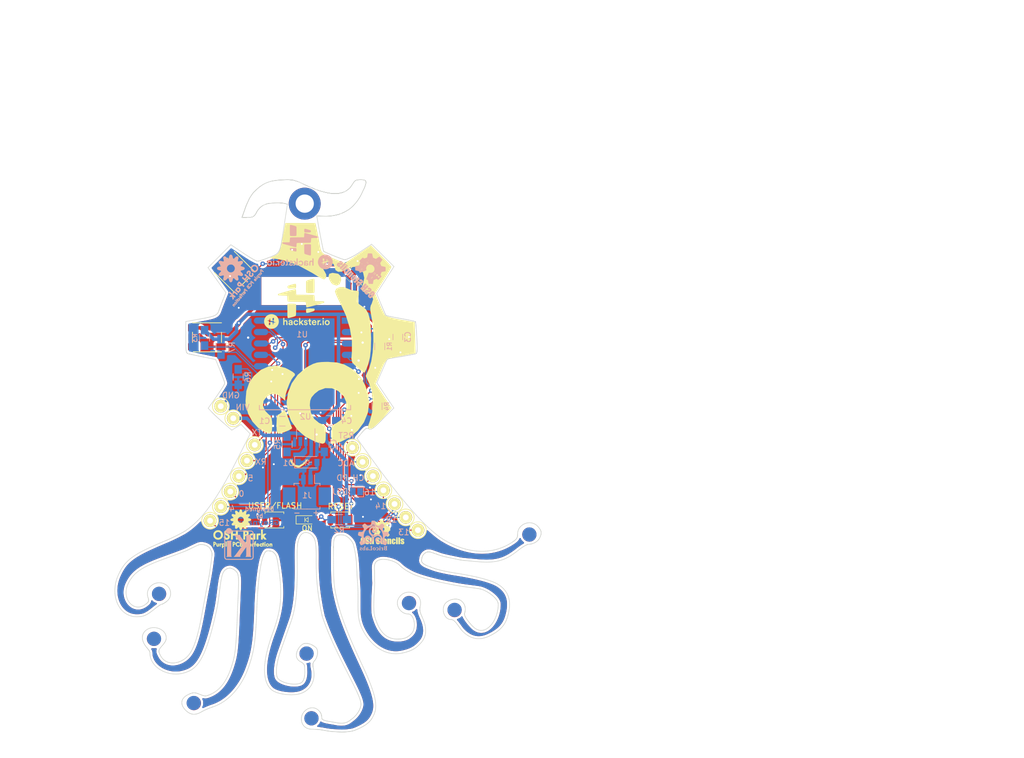
<source format=kicad_pcb>
(kicad_pcb (version 20171130) (host pcbnew 5.0.0-rc2-dev-unknown-ce1bd4c~62~ubuntu16.04.1)
  (title_block (title "Project Title"))
  (layers (0 F.Cu signal) (31 B.Cu signal) (34 B.Paste user) (35 F.Paste user) (36 B.SilkS user) (37 F.SilkS user) (38 B.Mask user) (39 F.Mask user) (44 Edge.Cuts user))
  (net 0 "")
  (net 1 VCC)
  (net 2 GPIO4)
  (net 3 GPIO5)
  (net 4 GND)
  (net 5 GPIO12)
  (net 6 ADC)
  (net 7 REST)
  (net 8 TXD)
  (net 9 RXD)
  (net 10 CH_PD)
  (net 11 GPIO0)
  (net 12 GPIO2)
  (net 13 "Net-(LED1-Pad4)")
  (net 14 "Net-(LED2-Pad4)")
  (net 15 "Net-(LED3-Pad4)")
  (net 16 "Net-(LED4-Pad4)")
  (net 17 "Net-(LED5-Pad4)")
  (net 18 GPIO13)
  (net 19 GPIO14)
  (net 20 GPIO15)
  (net 21 GPIO16)
  (net 22 +3.3V)
  (net 23 VBAT)
  (net 24 "Net-(R5-Pad2)")
  (net 25 "Net-(U2-Pad4)")
  (net 26 "Net-(D2-Pad2)")
  (module varios:OSHpark-2-2300 (layer B.Cu) (at 119.96 60.57 230)
    (fp_text reference G*** hide)
    (fp_text value LOGO hide)
  )
  (module varios:OSHpark-1-1500 (layer B.Cu) (at 117.52 57.71)
    (fp_text reference G*** hide)
    (fp_text value LOGO hide)
  )
  (module varios:OSHpark-1-2000 (layer F.Cu) (at 119.27 101.72)
    (fp_text reference G*** hide)
    (fp_text value LOGO hide)
  )
  (module varios:OshStencil-2700 (layer B.Cu) (at 139.52 59.55 135)
    (fp_text reference G*** hide)
    (fp_text value LOGO hide)
  )
  (module varios:OshStencil-3000 (layer F.Cu) (at 144.14 105.41)
    (fp_text reference Os1*** hide)
    (fp_text value Os1-LOGO hide)
  )
  (module varios:OshStencil-Star-2000 (layer F.Cu) (at 143.98 103.21)
    (fp_text reference Star1*** hide)
    (fp_text value Star1-LOGO hide)
  )
  (module varios:OshStencil-Star-1300 (layer B.Cu) (at 142.22 57.56 135)
    (fp_text reference G*** hide)
    (fp_text value LOGO hide)
  )
  (module varios:OSHpark-2-1800 (layer F.Cu) (at 119.57 105.06)
    (fp_text reference G*** hide)
    (fp_text value LOGO hide)
  )
  (module varios:hackster-io-2100 (layer F.Cu) (at 129.18 66.98)
    (fp_text reference IO-G*** hide)
    (fp_text value IO-LOGO hide)
  )
  (module varios:bricolabs-14 (layer B.Cu) (at 142.53 104.5 180)
    (fp_text reference B-G*** hide)
    (fp_text value B-LOGO hide)
  )
  (module varios:hackster-io-2100 (layer B.Cu) (at 129.625 56.55 180)
    (fp_text reference IO-G*** hide)
    (fp_text value IO-LOGO hide)
  )
  (module varios:hackster-h-700 (layer F.Cu) (at 129.875 63.025)
    (fp_text reference H-G*** hide)
    (fp_text value H-LOGO hide)
  )
  (module varios:hackster-h-900 (layer B.Cu) (at 129.75 52.8 180)
    (fp_text reference H2G*** hide)
    (fp_text value H2-LOGO hide)
  )
  (module varios:Ki-2500 (layer B.Cu) (at 118.97 105.99 180)
    (fp_text reference G***Ki hide)
    (fp_text value Ki-LOGO hide)
  )
  (module varios:greynaga6-2 (layer B.Cu) (at 122.275 102.2 180)
    (fp_text reference GBSilk*** hide)
    (fp_text value LOGO hide)
  )
  (module varios:greynaga6-2-cooper (layer B.Cu) (at 122.275 102.2 180)
    (fp_text reference GS*** hide)
    (fp_text value v hide)
    (fp_poly (pts (xy -0.69325 0.237887) (xy -0.678291 0.237691) (xy -0.66664 0.237282) (xy -0.657538 0.236627) (xy -0.650225 0.235693) (xy -0.64394 0.234449) (xy -0.637923 0.232859) (xy -0.634635 0.231882) (xy -0.615263 0.22408) (xy -0.600966 0.213639) (xy -0.59135 0.199927) (xy -0.586023 0.18231) (xy -0.584591 0.160153) (xy -0.584904 0.151778) (xy -0.586199 0.13733) (xy -0.588509 0.12693) (xy -0.592441 0.118285) (xy -0.594707 0.114647) (xy -0.607869 0.100444) (xy -0.626089 0.089721) (xy -0.648974 0.082707) (xy -0.650875 0.082335) (xy -0.661479 0.080264) (xy -0.669231 0.078614) (xy -0.672399 0.07776) (xy -0.671249 0.074838) (xy -0.667473 0.066881) (xy -0.661377 0.054486) (xy -0.653269 0.038249) (xy -0.643454 0.018768) (xy -0.63224 -0.00336) (xy -0.619933 -0.027539) (xy -0.60684 -0.053171) (xy -0.593268 -0.079659) (xy -0.579523 -0.106407) (xy -0.565912 -0.132818) (xy -0.552742 -0.158294) (xy -0.540319 -0.182239) (xy -0.528951 -0.204056) (xy -0.518943 -0.223148) (xy -0.510604 -0.238918) (xy -0.504238 -0.250768) (xy -0.500153 -0.258103) (xy -0.498679 -0.26035) (xy -0.496798 -0.25763) (xy -0.492187 -0.249795) (xy -0.485113 -0.237325) (xy -0.475841 -0.220703) (xy -0.464639 -0.200411) (xy -0.451772 -0.176931) (xy -0.437506 -0.150747) (xy -0.422108 -0.122339) (xy -0.405844 -0.092191) (xy -0.405354 -0.091281) (xy -0.314371 0.077788) (xy -0.332491 0.08014) (xy -0.358579 0.085731) (xy -0.379576 0.095037) (xy -0.395432 0.108002) (xy -0.406098 0.124572) (xy -0.411524 0.144689) (xy -0.41166 0.1683) (xy -0.411596 0.168929) (xy -0.408557 0.186228) (xy -0.40288 0.199769) (xy -0.393456 0.211955) (xy -0.390298 0.215157) (xy -0.384691 0.220382) (xy -0.379135 0.22467) (xy -0.372953 0.228119) (xy -0.365468 0.230831) (xy -0.356001 0.232906) (xy -0.343874 0.234444) (xy -0.328412 0.235545) (xy -0.308935 0.236311) (xy -0.284765 0.23684) (xy -0.255227 0.237234) (xy -0.240113 0.237392) (xy -0.21045 0.237672) (xy -0.186384 0.237834) (xy -0.167164 0.237846) (xy -0.152035 0.237677) (xy -0.140247 0.237297) (xy -0.131048 0.236672) (xy -0.123684 0.235774) (xy -0.117403 0.234569) (xy -0.111454 0.233027) (xy -0.107577 0.23188) (xy -0.087593 0.223579) (xy -0.072998 0.212296) (xy -0.063402 0.197681) (xy -0.06049 0.189501) (xy -0.057849 0.17361) (xy -0.057623 0.155516) (xy -0.059639 0.137721) (xy -0.063724 0.12273) (xy -0.065373 0.119063) (xy -0.075174 0.106022) (xy -0.089612 0.094665) (xy -0.106996 0.086122) (xy -0.120123 0.082401) (xy -0.138306 0.078824) (xy -0.316803 -0.260292) (xy -0.339526 -0.303472) (xy -0.361409 -0.345083) (xy -0.382275 -0.384779) (xy -0.401941 -0.422217) (xy -0.420228 -0.457053) (xy -0.436955 -0.488941) (xy -0.451942 -0.517539) (xy -0.465008 -0.542502) (xy -0.475973 -0.563486) (xy -0.484657 -0.580145) (xy -0.490879 -0.592137) (xy -0.494458 -0.599117) (xy -0.4953 -0.600858) (xy -0.492386 -0.601767) (xy -0.484656 -0.602876) (xy -0.473634 -0.603978) (xy -0.470694 -0.604216) (xy -0.44538 -0.607588) (xy -0.425401 -0.613522) (xy -0.41017 -0.622294) (xy -0.399097 -0.634182) (xy -0.395922 -0.639453) (xy -0.392339 -0.647473) (xy -0.390203 -0.656276) (xy -0.389188 -0.667818) (xy -0.388961 -0.681037) (xy -0.389162 -0.695451) (xy -0.390064 -0.70554) (xy -0.392069 -0.71332) (xy -0.395582 -0.720809) (xy -0.397641 -0.724417) (xy -0.407008 -0.737082) (xy -0.418946 -0.746565) (xy -0.434978 -0.753927) (xy -0.444283 -0.756934) (xy -0.448437 -0.757968) (xy -0.453651 -0.758853) (xy -0.460409 -0.759599) (xy -0.469197 -0.760217) (xy -0.480499 -0.760719) (xy -0.494801 -0.761114) (xy -0.512589 -0.761414) (xy -0.534346 -0.761629) (xy -0.560558 -0.76177) (xy -0.59171 -0.761848) (xy -0.628288 -0.761873) (xy -0.666533 -0.76186) (xy -0.709158 -0.76181) (xy -0.745879 -0.761714) (xy -0.777139 -0.761563) (xy -0.803384 -0.761349) (xy -0.825059 -0.761061) (xy -0.842608 -0.76069) (xy -0.856477 -0.760227) (xy -0.867111 -0.759662) (xy -0.874954 -0.758987) (xy -0.880452 -0.75819) (xy -0.884049 -0.757264) (xy -0.884054 -0.757262) (xy -0.899387 -0.750138) (xy -0.911383 -0.74022) (xy -0.922125 -0.725776) (xy -0.922338 -0.725435) (xy -0.927404 -0.716379) (xy -0.930457 -0.707817) (xy -0.932106 -0.697391) (xy -0.93289 -0.684466) (xy -0.93316 -0.670583) (xy -0.932391 -0.660777) (xy -0.930214 -0.652813) (xy -0.926296 -0.644525) (xy -0.918956 -0.633894) (xy -0.909612 -0.624233) (xy -0.906219 -0.621585) (xy -0.898427 -0.616644) (xy -0.890239 -0.612661) (xy -0.880892 -0.609537) (xy -0.86962 -0.607172) (xy -0.855659 -0.605466) (xy -0.838244 -0.604321) (xy -0.816611 -0.603637) (xy -0.789994 -0.603314) (xy -0.765147 -0.60325) (xy -0.674378 -0.60325) (xy -0.63167 -0.523265) (xy -0.620721 -0.502659) (xy -0.610854 -0.483898) (xy -0.60244 -0.467703) (xy -0.59585 -0.454793) (xy -0.591454 -0.445889) (xy -0.589623 -0.441713) (xy -0.589598 -0.441509) (xy -0.591112 -0.43849) (xy -0.595331 -0.430224) (xy -0.602049 -0.417111) (xy -0.611062 -0.399548) (xy -0.622165 -0.377933) (xy -0.635153 -0.352665) (xy -0.649822 -0.324141) (xy -0.665967 -0.29276) (xy -0.683383 -0.258921) (xy -0.701865 -0.223021) (xy -0.72121 -0.185459) (xy -0.72352 -0.180975) (xy -0.856807 0.077788) (xy -0.870523 0.08142) (xy -0.893313 0.089255) (xy -0.910496 0.099507) (xy -0.922541 0.112756) (xy -0.929919 0.12958) (xy -0.933101 0.150559) (xy -0.933311 0.15875) (xy -0.931657 0.180707) (xy -0.926294 0.198115) (xy -0.916623 0.211961) (xy -0.902046 0.223233) (xy -0.890548 0.229239) (xy -0.886107 0.231197) (xy -0.881683 0.232777) (xy -0.876557 0.234028) (xy -0.870009 0.234997) (xy -0.86132 0.235732) (xy -0.849769 0.236281) (xy -0.834637 0.236691) (xy -0.815204 0.237011) (xy -0.79075 0.237288) (xy -0.765583 0.237524) (xy -0.736136 0.23777) (xy -0.712278 0.237903) (xy -0.69325 0.237887)) (layer B.Cu) (width 0.01))
    (fp_poly (pts (xy 2.298534 0.25834) (xy 2.315568 0.258055) (xy 2.328899 0.257446) (xy 2.33985 0.256395) (xy 2.349745 0.254781) (xy 2.359907 0.252486) (xy 2.369203 0.250056) (xy 2.403796 0.238621) (xy 2.437402 0.223561) (xy 2.467646 0.205971) (xy 2.473325 0.202075) (xy 2.493962 0.187471) (xy 2.495806 0.238125) (xy 2.601884 0.238125) (xy 2.631271 0.238021) (xy 2.657886 0.237718) (xy 2.681039 0.237238) (xy 2.700037 0.236599) (xy 2.714189 0.23582) (xy 2.722803 0.234921) (xy 2.723681 0.234754) (xy 2.745043 0.227352) (xy 2.762234 0.215493) (xy 2.774811 0.199705) (xy 2.782334 0.180517) (xy 2.784426 0.161925) (xy 2.782846 0.14114) (xy 2.777738 0.124407) (xy 2.768598 0.110196) (xy 2.766774 0.108105) (xy 2.753977 0.096772) (xy 2.738485 0.088636) (xy 2.71925 0.083317) (xy 2.695225 0.08043) (xy 2.690143 0.080131) (xy 2.657475 0.078464) (xy 2.657472 -0.198099) (xy 2.65745 -0.251492) (xy 2.657375 -0.298947) (xy 2.657234 -0.340873) (xy 2.65701 -0.377681) (xy 2.65669 -0.409784) (xy 2.656259 -0.437591) (xy 2.655702 -0.461513) (xy 2.655004 -0.481962) (xy 2.654151 -0.499348) (xy 2.653128 -0.514082) (xy 2.651921 -0.526575) (xy 2.650514 -0.537238) (xy 2.648893 -0.546482) (xy 2.647044 -0.554717) (xy 2.644952 -0.562355) (xy 2.644403 -0.564174) (xy 2.629544 -0.602047) (xy 2.609301 -0.636917) (xy 2.584068 -0.668414) (xy 2.55424 -0.69617) (xy 2.520211 -0.719814) (xy 2.482375 -0.738978) (xy 2.443162 -0.752725) (xy 2.436709 -0.754473) (xy 2.430475 -0.755916) (xy 2.423785 -0.757089) (xy 2.415963 -0.758026) (xy 2.406333 -0.758759) (xy 2.394222 -0.759324) (xy 2.378953 -0.759753) (xy 2.359852 -0.76008) (xy 2.336242 -0.760339) (xy 2.307451 -0.760564) (xy 2.282825 -0.760725) (xy 2.253366 -0.760841) (xy 2.225627 -0.760817) (xy 2.200323 -0.760662) (xy 2.178173 -0.760387) (xy 2.159892 -0.760002) (xy 2.146198 -0.759517) (xy 2.137808 -0.758942) (xy 2.135931 -0.758652) (xy 2.1138 -0.750639) (xy 2.096359 -0.738692) (xy 2.083873 -0.723059) (xy 2.076606 -0.703986) (xy 2.076411 -0.703074) (xy 2.074017 -0.680178) (xy 2.07635 -0.65889) (xy 2.083143 -0.640308) (xy 2.094134 -0.625533) (xy 2.095312 -0.624434) (xy 2.101581 -0.619288) (xy 2.108372 -0.615037) (xy 2.116334 -0.611596) (xy 2.126111 -0.608884) (xy 2.138351 -0.606816) (xy 2.153698 -0.60531) (xy 2.1728 -0.604281) (xy 2.196303 -0.603646) (xy 2.224852 -0.603322) (xy 2.259094 -0.603226) (xy 2.259639 -0.603226) (xy 2.293581 -0.60314) (xy 2.321897 -0.602854) (xy 2.345308 -0.602301) (xy 2.364535 -0.601413) (xy 2.3803 -0.600124) (xy 2.393324 -0.598367) (xy 2.404331 -0.596074) (xy 2.41404 -0.593178) (xy 2.423174 -0.589611) (xy 2.427679 -0.587589) (xy 2.450436 -0.574346) (xy 2.468276 -0.557734) (xy 2.482129 -0.53686) (xy 2.483613 -0.533936) (xy 2.493962 -0.51293) (xy 2.496062 -0.39629) (xy 2.476351 -0.409675) (xy 2.45242 -0.424131) (xy 2.424696 -0.437949) (xy 2.395717 -0.449972) (xy 2.368438 -0.458924) (xy 2.336962 -0.46546) (xy 2.301649 -0.469053) (xy 2.264274 -0.469732) (xy 2.226612 -0.467527) (xy 2.190438 -0.462466) (xy 2.160587 -0.455485) (xy 2.11806 -0.440021) (xy 2.077996 -0.419181) (xy 2.040916 -0.393493) (xy 2.00734 -0.363488) (xy 1.977786 -0.329695) (xy 1.952775 -0.292643) (xy 1.932827 -0.252861) (xy 1.91846 -0.21088) (xy 1.917725 -0.20806) (xy 1.90826 -0.159106) (xy 1.904761 -0.110127) (xy 1.905027 -0.104775) (xy 2.065954 -0.104775) (xy 2.068858 -0.140612) (xy 2.077508 -0.173789) (xy 2.091978 -0.204503) (xy 2.112346 -0.232953) (xy 2.116739 -0.237954) (xy 2.14423 -0.263816) (xy 2.174718 -0.284214) (xy 2.207705 -0.298986) (xy 2.242695 -0.307971) (xy 2.279192 -0.311008) (xy 2.3167 -0.307936) (xy 2.326615 -0.306105) (xy 2.36061 -0.296076) (xy 2.392188 -0.280813) (xy 2.420722 -0.260909) (xy 2.445585 -0.236957) (xy 2.46615 -0.209549) (xy 2.48179 -0.179279) (xy 2.491015 -0.150607) (xy 2.494695 -0.125339) (xy 2.494994 -0.097443) (xy 2.492054 -0.069575) (xy 2.486018 -0.044388) (xy 2.485168 -0.041888) (xy 2.470719 -0.010068) (xy 2.451201 0.018668) (xy 2.42733 0.043864) (xy 2.399818 0.065063) (xy 2.369378 0.081808) (xy 2.336726 0.093642) (xy 2.302573 0.100108) (xy 2.267634 0.10075) (xy 2.262968 0.100372) (xy 2.242854 0.097969) (xy 2.225709 0.094464) (xy 2.2091 0.089167) (xy 2.190595 0.081384) (xy 2.181909 0.077321) (xy 2.166722 0.069591) (xy 2.154358 0.061898) (xy 2.14269 0.052708) (xy 2.129592 0.040489) (xy 2.126248 0.037183) (xy 2.10297 0.010829) (xy 2.085675 -0.016252) (xy 2.073996 -0.044923) (xy 2.067566 -0.076046) (xy 2.065954 -0.104775) (xy 1.905027 -0.104775) (xy 1.907175 -0.061724) (xy 1.915448 -0.014499) (xy 1.929527 0.030949) (xy 1.941517 0.058738) (xy 1.954606 0.083855) (xy 1.968412 0.105838) (xy 1.984209 0.12639) (xy 2.003274 0.147216) (xy 2.019984 0.163567) (xy 2.055129 0.193004) (xy 2.092676 0.216936) (xy 2.133342 0.235743) (xy 2.177844 0.249808) (xy 2.185798 0.251744) (xy 2.197382 0.254219) (xy 2.208675 0.256017) (xy 2.221017 0.257238) (xy 2.235749 0.257979) (xy 2.254212 0.25834) (xy 2.276475 0.258421) (xy 2.298534 0.25834)) (layer B.Cu) (width 0.01))
    (fp_poly (pts (xy -1.408884 0.257616) (xy -1.361811 0.251717) (xy -1.316582 0.241517) (xy -1.274176 0.227096) (xy -1.235576 0.208538) (xy -1.231663 0.206282) (xy -1.193234 0.180751) (xy -1.158048 0.151405) (xy -1.126801 0.119003) (xy -1.100187 0.084301) (xy -1.078901 0.048055) (xy -1.071275 0.031514) (xy -1.059737 0.0002) (xy -1.051198 -0.032397) (xy -1.045448 -0.067499) (xy -1.042278 -0.106327) (xy -1.041456 -0.142081) (xy -1.0414 -0.180975) (xy -1.360828 -0.180975) (xy -1.412944 -0.180979) (xy -1.459072 -0.180996) (xy -1.499572 -0.181032) (xy -1.534805 -0.181093) (xy -1.565133 -0.181186) (xy -1.590917 -0.181317) (xy -1.612518 -0.181492) (xy -1.630298 -0.181718) (xy -1.644616 -0.182001) (xy -1.655836 -0.182347) (xy -1.664317 -0.182763) (xy -1.670421 -0.183255) (xy -1.674509 -0.183829) (xy -1.676942 -0.184491) (xy -1.678082 -0.185249) (xy -1.678289 -0.186107) (xy -1.678174 -0.186531) (xy -1.671496 -0.200203) (xy -1.661311 -0.216052) (xy -1.648966 -0.232159) (xy -1.636229 -0.246189) (xy -1.610802 -0.267167) (xy -1.580554 -0.284372) (xy -1.545825 -0.297727) (xy -1.506959 -0.307153) (xy -1.464296 -0.312574) (xy -1.418179 -0.313913) (xy -1.36895 -0.311091) (xy -1.355706 -0.309669) (xy -1.334965 -0.30702) (xy -1.314825 -0.303943) (xy -1.294033 -0.300189) (xy -1.271337 -0.295512) (xy -1.245483 -0.289662) (xy -1.215219 -0.28239) (xy -1.203325 -0.279456) (xy -1.1737 -0.272452) (xy -1.149278 -0.26756) (xy -1.129268 -0.264795) (xy -1.112882 -0.264171) (xy -1.099328 -0.265705) (xy -1.087817 -0.269409) (xy -1.077558 -0.2753) (xy -1.069331 -0.281947) (xy -1.055379 -0.297442) (xy -1.046986 -0.314322) (xy -1.043442 -0.334167) (xy -1.043226 -0.340242) (xy -1.043464 -0.352597) (xy -1.044994 -0.361271) (xy -1.048528 -0.368904) (xy -1.052647 -0.375143) (xy -1.063306 -0.387692) (xy -1.077153 -0.399173) (xy -1.094791 -0.409897) (xy -1.116823 -0.420176) (xy -1.143853 -0.43032) (xy -1.176484 -0.44064) (xy -1.183825 -0.442778) (xy -1.223396 -0.452649) (xy -1.267301 -0.460885) (xy -1.313665 -0.467163) (xy -1.340817 -0.469769) (xy -1.356393 -0.47074) (xy -1.375934 -0.471511) (xy -1.398094 -0.472072) (xy -1.421527 -0.472415) (xy -1.444888 -0.472531) (xy -1.466831 -0.47241) (xy -1.486011 -0.472045) (xy -1.50108 -0.471425) (xy -1.508125 -0.470873) (xy -1.516117 -0.469732) (xy -1.528291 -0.46766) (xy -1.542611 -0.465013) (xy -1.550106 -0.463552) (xy -1.599358 -0.451004) (xy -1.644675 -0.433627) (xy -1.686502 -0.411187) (xy -1.725285 -0.38345) (xy -1.756018 -0.355708) (xy -1.786311 -0.321967) (xy -1.810718 -0.286688) (xy -1.829543 -0.249217) (xy -1.843087 -0.208903) (xy -1.851654 -0.165092) (xy -1.853931 -0.144462) (xy -1.855328 -0.095106) (xy -1.850816 -0.047855) (xy -1.848571 -0.0381) (xy -1.676119 -0.0381) (xy -1.221687 -0.0381) (xy -1.223806 -0.029368) (xy -1.228653 -0.01689) (xy -1.237265 -0.001973) (xy -1.24855 0.013736) (xy -1.261411 0.028588) (xy -1.264208 0.031443) (xy -1.282702 0.047225) (xy -1.305178 0.062278) (xy -1.329307 0.075174) (xy -1.348035 0.082905) (xy -1.383927 0.092574) (xy -1.422591 0.097717) (xy -1.462392 0.098351) (xy -1.501697 0.094495) (xy -1.538871 0.086165) (xy -1.555138 0.080711) (xy -1.584353 0.067265) (xy -1.611047 0.050178) (xy -1.634358 0.030234) (xy -1.653424 0.00822) (xy -1.667383 -0.015079) (xy -1.671691 -0.02555) (xy -1.676119 -0.0381) (xy -1.848571 -0.0381) (xy -1.840468 -0.002893) (xy -1.824358 0.039595) (xy -1.802559 0.079424) (xy -1.775146 0.116407) (xy -1.742191 0.150361) (xy -1.733694 0.157843) (xy -1.700335 0.184115) (xy -1.6671 0.205417) (xy -1.632131 0.222813) (xy -1.595982 0.236565) (xy -1.551349 0.248687) (xy -1.504633 0.256182) (xy -1.456818 0.259131) (xy -1.408884 0.257616)) (layer B.Cu) (width 0.01))
    (fp_poly (pts (xy 1.428856 0.256821) (xy 1.476526 0.249673) (xy 1.520116 0.238011) (xy 1.559457 0.221869) (xy 1.589647 0.204507) (xy 1.617347 0.183124) (xy 1.639714 0.159154) (xy 1.657527 0.131732) (xy 1.660782 0.125413) (xy 1.665257 0.116146) (xy 1.669079 0.107452) (xy 1.672301 0.09876) (xy 1.674973 0.089501) (xy 1.677148 0.079104) (xy 1.678875 0.066997) (xy 1.680206 0.05261) (xy 1.681193 0.035373) (xy 1.681886 0.014716) (xy 1.682337 -0.009933) (xy 1.682597 -0.039145) (xy 1.682717 -0.073488) (xy 1.682749 -0.113535) (xy 1.68275 -0.119341) (xy 1.68275 -0.288925) (xy 1.702804 -0.288925) (xy 1.733296 -0.290827) (xy 1.75879 -0.29652) (xy 1.779249 -0.305983) (xy 1.794638 -0.319196) (xy 1.804924 -0.336136) (xy 1.80951 -0.352706) (xy 1.810795 -0.376668) (xy 1.806711 -0.397901) (xy 1.797525 -0.415939) (xy 1.783502 -0.430314) (xy 1.764908 -0.440559) (xy 1.758223 -0.442834) (xy 1.752573 -0.444186) (xy 1.745234 -0.445274) (xy 1.73553 -0.446122) (xy 1.722785 -0.446756) (xy 1.706324 -0.447203) (xy 1.685472 -0.447488) (xy 1.659553 -0.447636) (xy 1.631373 -0.447675) (xy 1.520825 -0.447675) (xy 1.520825 -0.4318) (xy 1.52052 -0.422741) (xy 1.519741 -0.416993) (xy 1.519131 -0.415925) (xy 1.515573 -0.417244) (xy 1.50827 -0.420628) (xy 1.502463 -0.423502) (xy 1.478277 -0.434233) (xy 1.4495 -0.444525) (xy 1.417888 -0.453867) (xy 1.3852 -0.461746) (xy 1.353192 -0.467651) (xy 1.34849 -0.468345) (xy 1.33283 -0.470022) (xy 1.313249 -0.471293) (xy 1.291257 -0.472141) (xy 1.268364 -0.472552) (xy 1.24608 -0.472509) (xy 1.225914 -0.471998) (xy 1.209379 -0.471002) (xy 1.199894 -0.469866) (xy 1.157188 -0.459891) (xy 1.117465 -0.445055) (xy 1.081304 -0.42565) (xy 1.049282 -0.40197) (xy 1.031207 -0.384683) (xy 1.011064 -0.360917) (xy 0.996427 -0.337626) (xy 0.986733 -0.313412) (xy 0.981421 -0.286878) (xy 0.979924 -0.257175) (xy 0.980016 -0.252945) (xy 1.14935 -0.252945) (xy 1.152401 -0.268023) (xy 1.161357 -0.281504) (xy 1.175915 -0.293142) (xy 1.195775 -0.302695) (xy 1.2192 -0.309599) (xy 1.234037 -0.311765) (xy 1.253394 -0.31286) (xy 1.27554 -0.312925) (xy 1.298742 -0.312004) (xy 1.32127 -0.310139) (xy 1.341391 -0.307373) (xy 1.3462 -0.306475) (xy 1.39137 -0.294747) (xy 1.438463 -0.277309) (xy 1.477962 -0.258978) (xy 1.522412 -0.236537) (xy 1.523303 -0.197643) (xy 1.523455 -0.182774) (xy 1.523219 -0.170526) (xy 1.522646 -0.162114) (xy 1.521784 -0.158752) (xy 1.521716 -0.158737) (xy 1.517664 -0.158262) (xy 1.508898 -0.157) (xy 1.496973 -0.15518) (xy 1.490662 -0.154187) (xy 1.44561 -0.148105) (xy 1.402614 -0.144411) (xy 1.362432 -0.143107) (xy 1.325823 -0.144194) (xy 1.293547 -0.147673) (xy 1.266361 -0.153545) (xy 1.265355 -0.15384) (xy 1.235143 -0.164537) (xy 1.208748 -0.177388) (xy 1.186624 -0.192004) (xy 1.169224 -0.207999) (xy 1.157002 -0.224985) (xy 1.150412 -0.242573) (xy 1.14935 -0.252945) (xy 0.980016 -0.252945) (xy 0.980298 -0.240122) (xy 0.98148 -0.226853) (xy 0.983876 -0.214814) (xy 0.987894 -0.201452) (xy 0.98959 -0.196476) (xy 1.003199 -0.165337) (xy 1.021896 -0.136246) (xy 1.046221 -0.108408) (xy 1.055562 -0.099372) (xy 1.09097 -0.070295) (xy 1.129688 -0.04606) (xy 1.172072 -0.026507) (xy 1.218477 -0.011476) (xy 1.269258 -0.000806) (xy 1.276731 0.000348) (xy 1.298598 0.002623) (xy 1.32528 0.003866) (xy 1.355334 0.004131) (xy 1.387319 0.00347) (xy 1.419792 0.001939) (xy 1.451312 -0.000411) (xy 1.480437 -0.003524) (xy 1.505724 -0.007348) (xy 1.511041 -0.008362) (xy 1.521491 -0.010452) (xy 1.520364 0.018297) (xy 1.519646 0.032363) (xy 1.518497 0.041899) (xy 1.516434 0.048724) (xy 1.51297 0.054657) (xy 1.509463 0.059242) (xy 1.495116 0.072907) (xy 1.476243 0.083559) (xy 1.452554 0.091285) (xy 1.423758 0.096173) (xy 1.389564 0.098308) (xy 1.378313 0.098426) (xy 1.359754 0.09825) (xy 1.342881 0.097623) (xy 1.326499 0.096392) (xy 1.309415 0.094403) (xy 1.290437 0.091503) (xy 1.26837 0.087541) (xy 1.242022 0.082364) (xy 1.223962 0.078672) (xy 1.18993 0.072129) (xy 1.161473 0.067733) (xy 1.138197 0.065458) (xy 1.11971 0.06528) (xy 1.10562 0.067174) (xy 1.096505 0.070556) (xy 1.078567 0.083787) (xy 1.065414 0.101054) (xy 1.057321 0.12192) (xy 1.054997 0.136128) (xy 1.055197 0.157779) (xy 1.060241 0.175872) (xy 1.070408 0.191261) (xy 1.074296 0.195283) (xy 1.080508 0.200754) (xy 1.087219 0.205266) (xy 1.095721 0.209416) (xy 1.107304 0.213803) (xy 1.123262 0.219025) (xy 1.130341 0.22123) (xy 1.167335 0.232086) (xy 1.200908 0.240569) (xy 1.233239 0.247091) (xy 1.266504 0.252063) (xy 1.302881 0.255897) (xy 1.321948 0.257444) (xy 1.377274 0.259422) (xy 1.428856 0.256821)) (layer B.Cu) (width 0.01))
    (fp_poly (pts (xy 3.294858 0.257621) (xy 3.341954 0.252197) (xy 3.38518 0.242867) (xy 3.402012 0.237772) (xy 3.436003 0.223973) (xy 3.467184 0.206312) (xy 3.494769 0.185419) (xy 3.517974 0.161921) (xy 3.536013 0.136446) (xy 3.541395 0.126285) (xy 3.545654 0.117278) (xy 3.54929 0.108953) (xy 3.552352 0.100739) (xy 3.55489 0.092067) (xy 3.556952 0.082365) (xy 3.558589 0.071063) (xy 3.55985 0.057591) (xy 3.560784 0.041378) (xy 3.561441 0.021853) (xy 3.56187 -0.001554) (xy 3.562122 -0.029413) (xy 3.562245 -0.062295) (xy 3.562289 -0.100771) (xy 3.562294 -0.114615) (xy 3.56235 -0.287968) (xy 3.594893 -0.28985) (xy 3.621936 -0.292687) (xy 3.643675 -0.297948) (xy 3.660798 -0.305953) (xy 3.673993 -0.317022) (xy 3.683789 -0.331177) (xy 3.687692 -0.340056) (xy 3.689888 -0.349785) (xy 3.690779 -0.362577) (xy 3.690861 -0.370205) (xy 3.690601 -0.383815) (xy 3.68948 -0.393359) (xy 3.68697 -0.401109) (xy 3.68254 -0.409343) (xy 3.681263 -0.411432) (xy 3.672979 -0.422518) (xy 3.662714 -0.430963) (xy 3.652965 -0.436513) (xy 3.634254 -0.446087) (xy 3.517339 -0.447027) (xy 3.400425 -0.447967) (xy 3.400425 -0.416005) (xy 3.382168 -0.424348) (xy 3.355535 -0.43536) (xy 3.325186 -0.445986) (xy 3.293738 -0.455377) (xy 3.2639 -0.462666) (xy 3.243479 -0.466117) (xy 3.219027 -0.468859) (xy 3.192034 -0.470848) (xy 3.163992 -0.472042) (xy 3.136394 -0.472396) (xy 3.110731 -0.471866) (xy 3.088496 -0.470409) (xy 3.072574 -0.468256) (xy 3.032734 -0.458251) (xy 2.995754 -0.444045) (xy 2.962133 -0.426029) (xy 2.932371 -0.404591) (xy 2.906968 -0.380122) (xy 2.886423 -0.353011) (xy 2.871235 -0.323647) (xy 2.865345 -0.306672) (xy 2.861971 -0.288572) (xy 2.860719 -0.266682) (xy 2.861109 -0.254683) (xy 3.029019 -0.254683) (xy 3.031999 -0.267425) (xy 3.04061 -0.279693) (xy 3.054137 -0.290927) (xy 3.071861 -0.300573) (xy 3.093065 -0.308072) (xy 3.100075 -0.309838) (xy 3.116978 -0.312315) (xy 3.138383 -0.313322) (xy 3.162636 -0.312936) (xy 3.188079 -0.311231) (xy 3.213056 -0.308282) (xy 3.23591 -0.304163) (xy 3.2385 -0.303578) (xy 3.272125 -0.294668) (xy 3.304021 -0.283706) (xy 3.336441 -0.269843) (xy 3.363912 -0.256278) (xy 3.402012 -0.236535) (xy 3.402901 -0.197985) (xy 3.403789 -0.159434) (xy 3.383769 -0.155948) (xy 3.345818 -0.15026) (xy 3.307644 -0.146262) (xy 3.270307 -0.143974) (xy 3.234865 -0.143412) (xy 3.202375 -0.144595) (xy 3.173896 -0.147539) (xy 3.151187 -0.152073) (xy 3.121762 -0.161732) (xy 3.095407 -0.173897) (xy 3.072674 -0.188104) (xy 3.054117 -0.203888) (xy 3.040288 -0.220785) (xy 3.031742 -0.238329) (xy 3.029019 -0.254683) (xy 2.861109 -0.254683) (xy 2.861484 -0.24316) (xy 2.864159 -0.220161) (xy 2.868639 -0.199843) (xy 2.870928 -0.192908) (xy 2.881721 -0.168052) (xy 2.894927 -0.145837) (xy 2.911823 -0.124316) (xy 2.925762 -0.109402) (xy 2.9586 -0.079726) (xy 2.994063 -0.05486) (xy 3.032769 -0.034495) (xy 3.075341 -0.018322) (xy 3.122396 -0.006032) (xy 3.14001 -0.002596) (xy 3.165339 0.00081) (xy 3.195398 0.002976) (xy 3.228698 0.003935) (xy 3.263746 0.00372) (xy 3.299053 0.002366) (xy 3.333129 -0.000095) (xy 3.364481 -0.003629) (xy 3.391621 -0.008203) (xy 3.391693 -0.008218) (xy 3.400425 -0.010029) (xy 3.400425 0.015781) (xy 3.399749 0.033039) (xy 3.397256 0.045871) (xy 3.392244 0.056103) (xy 3.384011 0.065562) (xy 3.379831 0.069386) (xy 3.36453 0.080022) (xy 3.345487 0.088111) (xy 3.322145 0.093782) (xy 3.293949 0.097168) (xy 3.260344 0.098397) (xy 3.256476 0.098407) (xy 3.236862 0.098117) (xy 3.218066 0.097164) (xy 3.1989 0.095392) (xy 3.178171 0.092648) (xy 3.15469 0.088776) (xy 3.127266 0.083623) (xy 3.099768 0.078079) (xy 3.069938 0.072148) (xy 3.045451 0.067873) (xy 3.025514 0.065281) (xy 3.009331 0.064399) (xy 2.996109 0.065257) (xy 2.985052 0.06788) (xy 2.975368 0.072297) (xy 2.966261 0.078536) (xy 2.961021 0.08292) (xy 2.94773 0.098515) (xy 2.938933 0.117116) (xy 2.934788 0.137338) (xy 2.935455 0.157799) (xy 2.941092 0.177114) (xy 2.948734 0.19009) (xy 2.955435 0.197112) (xy 2.964864 0.203612) (xy 2.977817 0.20996) (xy 2.995093 0.216521) (xy 3.017487 0.223665) (xy 3.02869 0.22695) (xy 3.083408 0.240714) (xy 3.138166 0.250686) (xy 3.192182 0.256843) (xy 3.244673 0.259162) (xy 3.294858 0.257621)) (layer B.Cu) (width 0.01))
    (fp_poly (pts (xy -2.975093 0.487295) (xy -2.958806 0.481562) (xy -2.949319 0.475332) (xy -2.941943 0.467039) (xy -2.935288 0.455604) (xy -2.925763 0.437033) (xy -2.924772 0.33272) (xy -2.924535 0.302881) (xy -2.924464 0.278668) (xy -2.924582 0.259358) (xy -2.924912 0.24423) (xy -2.925478 0.23256) (xy -2.926303 0.223626) (xy -2.92741 0.216705) (xy -2.928657 0.211636) (xy -2.936615 0.191227) (xy -2.947388 0.176183) (xy -2.961588 0.166054) (xy -2.97983 0.160395) (xy -3.00115 0.15875) (xy -3.015042 0.159329) (xy -3.027563 0.160863) (xy -3.036265 0.163049) (xy -3.036434 0.163119) (xy -3.047557 0.169857) (xy -3.057357 0.180526) (xy -3.066178 0.195727) (xy -3.074367 0.216059) (xy -3.082271 0.242122) (xy -3.082516 0.243032) (xy -3.090338 0.260301) (xy -3.10375 0.276127) (xy -3.122115 0.29031) (xy -3.144795 0.302648) (xy -3.171152 0.312939) (xy -3.20055 0.320983) (xy -3.232351 0.326578) (xy -3.265917 0.329523) (xy -3.30061 0.329616) (xy -3.335795 0.326657) (xy -3.343834 0.325532) (xy -3.385635 0.316345) (xy -3.424127 0.30205) (xy -3.458992 0.282944) (xy -3.489912 0.259323) (xy -3.516568 0.231483) (xy -3.538642 0.199723) (xy -3.555816 0.164337) (xy -3.567772 0.125624) (xy -3.570044 0.114744) (xy -3.571827 0.10144) (xy -3.573253 0.083102) (xy -3.57432 0.060872) (xy -3.575029 0.035891) (xy -3.57538 0.0093) (xy -3.575372 -0.017759) (xy -3.575007 -0.044145) (xy -3.574284 -0.068716) (xy -3.573203 -0.090331) (xy -3.571763 -0.107849) (xy -3.570036 -0.119792) (xy -3.559542 -0.157609) (xy -3.544526 -0.191143) (xy -3.524917 -0.220455) (xy -3.500642 -0.245602) (xy -3.47163 -0.266643) (xy -3.437807 -0.283638) (xy -3.399103 -0.296646) (xy -3.355445 -0.305725) (xy -3.340184 -0.307839) (xy -3.296209 -0.311049) (xy -3.250528 -0.310329) (xy -3.20481 -0.305863) (xy -3.160728 -0.297839) (xy -3.119951 -0.286441) (xy -3.107532 -0.281981) (xy -3.082925 -0.272588) (xy -3.082925 -0.168902) (xy -3.177382 -0.167493) (xy -3.207581 -0.166968) (xy -3.23221 -0.166312) (xy -3.252047 -0.165416) (xy -3.267871 -0.164173) (xy -3.280462 -0.162474) (xy -3.290598 -0.16021) (xy -3.299059 -0.157273) (xy -3.306624 -0.153554) (xy -3.314072 -0.148946) (xy -3.314981 -0.148337) (xy -3.327733 -0.136063) (xy -3.336758 -0.1195) (xy -3.341742 -0.099714) (xy -3.342371 -0.077769) (xy -3.340243 -0.062601) (xy -3.334333 -0.045383) (xy -3.324127 -0.031763) (xy -3.308908 -0.020956) (xy -3.297238 -0.015561) (xy -3.278188 -0.007937) (xy -3.103563 -0.007937) (xy -3.065399 -0.007952) (xy -3.033039 -0.008006) (xy -3.005937 -0.008116) (xy -2.983548 -0.008298) (xy -2.965326 -0.008567) (xy -2.950726 -0.00894) (xy -2.939201 -0.009432) (xy -2.930206 -0.01006) (xy -2.923195 -0.01084) (xy -2.917622 -0.011787) (xy -2.912943 -0.012917) (xy -2.910696 -0.013578) (xy -2.890083 -0.022765) (xy -2.874327 -0.035933) (xy -2.863638 -0.052803) (xy -2.858229 -0.073095) (xy -2.85757 -0.083769) (xy -2.859763 -0.107377) (xy -2.866709 -0.126916) (xy -2.878668 -0.142806) (xy -2.895902 -0.155468) (xy -2.904925 -0.159991) (xy -2.924175 -0.168631) (xy -2.924175 -0.375067) (xy -2.969419 -0.396749) (xy -3.009386 -0.415152) (xy -3.045798 -0.430222) (xy -3.080147 -0.442481) (xy -3.113923 -0.452453) (xy -3.148617 -0.460659) (xy -3.15595 -0.462166) (xy -3.16877 -0.464021) (xy -3.186689 -0.465616) (xy -3.20846 -0.466925) (xy -3.232837 -0.467923) (xy -3.258574 -0.468583) (xy -3.284424 -0.468881) (xy -3.30914 -0.468791) (xy -3.331476 -0.468287) (xy -3.350186 -0.467343) (xy -3.360738 -0.466374) (xy -3.400872 -0.459972) (xy -3.441506 -0.450536) (xy -3.480867 -0.438591) (xy -3.517182 -0.424665) (xy -3.5433 -0.412211) (xy -3.581697 -0.388292) (xy -3.616534 -0.359389) (xy -3.647516 -0.325966) (xy -3.674347 -0.288485) (xy -3.696729 -0.24741) (xy -3.714366 -0.203205) (xy -3.726961 -0.156333) (xy -3.733458 -0.114969) (xy -3.734743 -0.098693) (xy -3.735726 -0.07743) (xy -3.736407 -0.052535) (xy -3.736784 -0.025364) (xy -3.736855 0.002728) (xy -3.736619 0.030384) (xy -3.736076 0.05625) (xy -3.735224 0.07897) (xy -3.734061 0.097188) (xy -3.733661 0.101478) (xy -3.726428 0.147428) (xy -3.714482 0.192508) (xy -3.698377 0.234713) (xy -3.694442 0.243181) (xy -3.679115 0.2729) (xy -3.663221 0.298868) (xy -3.645405 0.322983) (xy -3.624309 0.347143) (xy -3.608401 0.363565) (xy -3.572999 0.395891) (xy -3.536593 0.422723) (xy -3.498131 0.444629) (xy -3.456562 0.462179) (xy -3.410835 0.475941) (xy -3.393086 0.480092) (xy -3.381359 0.482485) (xy -3.3703 0.484278) (xy -3.35869 0.485554) (xy -3.34531 0.486397) (xy -3.32894 0.486888) (xy -3.308361 0.487112) (xy -3.2893 0.487154) (xy -3.262238 0.487018) (xy -3.240367 0.486563) (xy -3.222533 0.485724) (xy -3.207583 0.484438) (xy -3.194363 0.482641) (xy -3.187912 0.481506) (xy -3.161803 0.475687) (xy -3.133885 0.467947) (xy -3.106775 0.459083) (xy -3.08309 0.44989) (xy -3.080845 0.44891) (xy -3.069119 0.444359) (xy -3.062617 0.443384) (xy -3.061261 0.444407) (xy -3.056855 0.452384) (xy -3.049086 0.462197) (xy -3.039707 0.471925) (xy -3.030471 0.479645) (xy -3.027215 0.481736) (xy -3.011716 0.487398) (xy -2.993541 0.489249) (xy -2.975093 0.487295)) (layer B.Cu) (width 0.01))
    (fp_poly (pts (xy -2.416406 0.466363) (xy -2.390736 0.466096) (xy -2.368815 0.465653) (xy -2.350125 0.46501) (xy -2.334145 0.464142) (xy -2.320355 0.463026) (xy -2.308236 0.461638) (xy -2.297267 0.459953) (xy -2.286928 0.457947) (xy -2.2767 0.455597) (xy -2.266063 0.452878) (xy -2.262939 0.452046) (xy -2.223392 0.438724) (xy -2.186136 0.420778) (xy -2.151861 0.398756) (xy -2.121257 0.373204) (xy -2.095013 0.344671) (xy -2.07382 0.313703) (xy -2.063789 0.294124) (xy -2.05192 0.260839) (xy -2.044633 0.224872) (xy -2.042201 0.18821) (xy -2.044547 0.155179) (xy -2.052587 0.119599) (xy -2.066138 0.0863) (xy -2.085434 0.054853) (xy -2.110708 0.024825) (xy -2.120886 0.01469) (xy -2.131565 0.005111) (xy -2.144432 -0.005474) (xy -2.158425 -0.016303) (xy -2.172484 -0.026612) (xy -2.18555 -0.035637) (xy -2.196561 -0.042616) (xy -2.204457 -0.046784) (xy -2.207435 -0.047625) (xy -2.206582 -0.049686) (xy -2.201892 -0.055319) (xy -2.194107 -0.063696) (xy -2.18397 -0.073988) (xy -2.182481 -0.075459) (xy -2.138558 -0.121791) (xy -2.09578 -0.17287) (xy -2.055443 -0.227092) (xy -2.033575 -0.259506) (xy -2.014538 -0.288825) (xy -1.995488 -0.28893) (xy -1.974732 -0.290296) (xy -1.954239 -0.293867) (xy -1.935893 -0.29919) (xy -1.921579 -0.30581) (xy -1.919288 -0.307304) (xy -1.905183 -0.320228) (xy -1.896029 -0.336123) (xy -1.891478 -0.355741) (xy -1.890809 -0.3683) (xy -1.892902 -0.391429) (xy -1.899557 -0.410249) (xy -1.911035 -0.425117) (xy -1.927594 -0.436392) (xy -1.944884 -0.44313) (xy -1.951817 -0.444675) (xy -1.961551 -0.44586) (xy -1.974809 -0.446717) (xy -1.99231 -0.447283) (xy -2.014778 -0.44759) (xy -2.040264 -0.447675) (xy -2.120543 -0.447675) (xy -2.13837 -0.415911) (xy -2.156902 -0.38447) (xy -2.177684 -0.351981) (xy -2.200202 -0.31907) (xy -2.22394 -0.286366) (xy -2.248385 -0.254494) (xy -2.273022 -0.224081) (xy -2.297336 -0.195753) (xy -2.320813 -0.170139) (xy -2.342938 -0.147863) (xy -2.363198 -0.129553) (xy -2.381077 -0.115835) (xy -2.388634 -0.111081) (xy -2.405063 -0.101659) (xy -2.480469 -0.101629) (xy -2.555875 -0.1016) (xy -2.555875 -0.288925) (xy -2.520157 -0.28898) (xy -2.488974 -0.290151) (xy -2.463233 -0.293688) (xy -2.442408 -0.299781) (xy -2.425976 -0.308623) (xy -2.413412 -0.320403) (xy -2.406725 -0.33034) (xy -2.402302 -0.339676) (xy -2.399881 -0.349213) (xy -2.398944 -0.361457) (xy -2.398867 -0.3683) (xy -2.400994 -0.391286) (xy -2.407465 -0.409852) (xy -2.418428 -0.424344) (xy -2.425503 -0.430075) (xy -2.431209 -0.433917) (xy -2.436702 -0.437155) (xy -2.442557 -0.43984) (xy -2.44935 -0.442024) (xy -2.457657 -0.443757) (xy -2.468054 -0.445091) (xy -2.481116 -0.446077) (xy -2.497419 -0.446767) (xy -2.517539 -0.44721) (xy -2.542052 -0.44746) (xy -2.571532 -0.447566) (xy -2.606556 -0.44758) (xy -2.622261 -0.447571) (xy -2.657911 -0.447531) (xy -2.687794 -0.44745) (xy -2.712496 -0.447308) (xy -2.7326 -0.447085) (xy -2.74869 -0.44676) (xy -2.761351 -0.446314) (xy -2.771167 -0.445725) (xy -2.778722 -0.444975) (xy -2.784599 -0.444043) (xy -2.789384 -0.442909) (xy -2.793316 -0.441672) (xy -2.812884 -0.431968) (xy -2.827694 -0.418198) (xy -2.83757 -0.400693) (xy -2.842335 -0.379783) (xy -2.841814 -0.355799) (xy -2.841239 -0.351772) (xy -2.835234 -0.332381) (xy -2.823995 -0.316427) (xy -2.807689 -0.304011) (xy -2.786485 -0.295233) (xy -2.760552 -0.290195) (xy -2.736267 -0.288925) (xy -2.7178 -0.288925) (xy -2.7178 0.05715) (xy -2.555875 0.05715) (xy -2.505869 0.057178) (xy -2.483935 0.057417) (xy -2.459739 0.058048) (xy -2.436017 0.058981) (xy -2.415504 0.060123) (xy -2.412907 0.060304) (xy -2.379126 0.063717) (xy -2.349865 0.068941) (xy -2.323456 0.076375) (xy -2.298227 0.086415) (xy -2.292979 0.088866) (xy -2.27115 0.101276) (xy -2.251296 0.116324) (xy -2.234723 0.132839) (xy -2.222736 0.149647) (xy -2.220499 0.153988) (xy -2.215039 0.171124) (xy -2.212889 0.190639) (xy -2.214103 0.21) (xy -2.218733 0.226673) (xy -2.218978 0.227221) (xy -2.231258 0.246959) (xy -2.249071 0.264952) (xy -2.271714 0.280653) (xy -2.298487 0.293517) (xy -2.309564 0.297538) (xy -2.316509 0.299813) (xy -2.322776 0.301651) (xy -2.329131 0.303107) (xy -2.336343 0.304236) (xy -2.34518 0.305094) (xy -2.356409 0.305734) (xy -2.370797 0.306213) (xy -2.389114 0.306584) (xy -2.412126 0.306904) (xy -2.440601 0.307226) (xy -2.445544 0.30728) (xy -2.555875 0.308478) (xy -2.555875 0.05715) (xy -2.7178 0.05715) (xy -2.7178 0.307052) (xy -2.748757 0.308854) (xy -2.776947 0.312098) (xy -2.799708 0.318375) (xy -2.817308 0.327913) (xy -2.830015 0.340942) (xy -2.838098 0.357691) (xy -2.841825 0.378388) (xy -2.842155 0.388572) (xy -2.840508 0.410673) (xy -2.835405 0.428063) (xy -2.826315 0.441664) (xy -2.812708 0.452403) (xy -2.802419 0.457738) (xy -2.786063 0.465138) (xy -2.566988 0.466155) (xy -2.521118 0.46635) (xy -2.481077 0.466466) (xy -2.446347 0.466478) (xy -2.416406 0.466363)) (layer B.Cu) (width 0.01))
    (fp_poly (pts (xy 0.541666 0.256025) (xy 0.582283 0.249307) (xy 0.619201 0.237889) (xy 0.652882 0.221598) (xy 0.683789 0.200261) (xy 0.706817 0.179453) (xy 0.720449 0.165066) (xy 0.730749 0.152281) (xy 0.739392 0.138792) (xy 0.747414 0.123588) (xy 0.753019 0.112036) (xy 0.757798 0.101372) (xy 0.761815 0.090989) (xy 0.765138 0.080279) (xy 0.767833 0.068635) (xy 0.769964 0.05545) (xy 0.771598 0.040117) (xy 0.772801 0.022027) (xy 0.773639 0.000573) (xy 0.774178 -0.024851) (xy 0.774483 -0.054854) (xy 0.774622 -0.090042) (xy 0.774658 -0.127383) (xy 0.7747 -0.288104) (xy 0.794543 -0.290329) (xy 0.819393 -0.29518) (xy 0.839094 -0.303683) (xy 0.853802 -0.315999) (xy 0.863675 -0.332291) (xy 0.868869 -0.352721) (xy 0.86981 -0.3683) (xy 0.868119 -0.390033) (xy 0.862798 -0.407302) (xy 0.853472 -0.421093) (xy 0.847793 -0.426492) (xy 0.841924 -0.43137) (xy 0.836579 -0.435363) (xy 0.831075 -0.438559) (xy 0.824731 -0.441048) (xy 0.816863 -0.442917) (xy 0.80679 -0.444255) (xy 0.793828 -0.445151) (xy 0.777296 -0.445694) (xy 0.756512 -0.445971) (xy 0.730792 -0.446073) (xy 0.699455 -0.446087) (xy 0.579437 -0.446087) (xy 0.560387 -0.436562) (xy 0.543482 -0.426145) (xy 0.531924 -0.413911) (xy 0.524897 -0.398609) (xy 0.521583 -0.378987) (xy 0.521433 -0.376867) (xy 0.521882 -0.352619) (xy 0.526793 -0.332716) (xy 0.536407 -0.316866) (xy 0.550966 -0.304777) (xy 0.57071 -0.296159) (xy 0.592244 -0.291265) (xy 0.61595 -0.287493) (xy 0.61595 -0.142826) (xy 0.615916 -0.105545) (xy 0.61578 -0.074025) (xy 0.615484 -0.047677) (xy 0.614974 -0.025912) (xy 0.614193 -0.008142) (xy 0.613086 0.006222) (xy 0.611598 0.01777) (xy 0.609673 0.027089) (xy 0.607255 0.03477) (xy 0.604289 0.0414) (xy 0.600719 0.047569) (xy 0.597514 0.052388) (xy 0.584918 0.066241) (xy 0.567864 0.078691) (xy 0.548243 0.088456) (xy 0.540143 0.091309) (xy 0.530158 0.09379) (xy 0.51823 0.095451) (xy 0.503025 0.096408) (xy 0.483213 0.096774) (xy 0.47625 0.096786) (xy 0.457456 0.096662) (xy 0.443466 0.096213) (xy 0.432735 0.095253) (xy 0.423716 0.093594) (xy 0.414866 0.09105) (xy 0.407428 0.088455) (xy 0.382767 0.077356) (xy 0.357405 0.061589) (xy 0.330685 0.040711) (xy 0.311666 0.023614) (xy 0.282575 -0.003771) (xy 0.282575 -0.288925) (xy 0.294691 -0.288925) (xy 0.309999 -0.289977) (xy 0.326907 -0.292773) (xy 0.342803 -0.296765) (xy 0.355078 -0.30141) (xy 0.355499 -0.301623) (xy 0.372539 -0.313473) (xy 0.384505 -0.328963) (xy 0.391498 -0.34828) (xy 0.39363 -0.370579) (xy 0.391646 -0.392296) (xy 0.385483 -0.409681) (xy 0.374587 -0.423616) (xy 0.358405 -0.43498) (xy 0.350797 -0.438788) (xy 0.346721 -0.440602) (xy 0.342686 -0.442091) (xy 0.338046 -0.443291) (xy 0.332151 -0.444238) (xy 0.324352 -0.444966) (xy 0.314002 -0.445513) (xy 0.300452 -0.445913) (xy 0.283052 -0.446202) (xy 0.261156 -0.446416) (xy 0.234113 -0.446591) (xy 0.206375 -0.446737) (xy 0.171688 -0.44686) (xy 0.142846 -0.446839) (xy 0.119343 -0.446661) (xy 0.100673 -0.446315) (xy 0.086333 -0.445788) (xy 0.075816 -0.445067) (xy 0.068619 -0.444141) (xy 0.065087 -0.443302) (xy 0.043819 -0.434532) (xy 0.028148 -0.423343) (xy 0.017557 -0.409028) (xy 0.011529 -0.39088) (xy 0.009545 -0.368192) (xy 0.009542 -0.367404) (xy 0.01224 -0.345291) (xy 0.020255 -0.326437) (xy 0.033397 -0.311168) (xy 0.047725 -0.301623) (xy 0.059778 -0.296962) (xy 0.07557 -0.292929) (xy 0.092488 -0.290069) (xy 0.107922 -0.288927) (xy 0.108533 -0.288925) (xy 0.12065 -0.288925) (xy 0.12065 0.078083) (xy 0.098264 0.081922) (xy 0.084873 0.084822) (xy 0.072128 0.088584) (xy 0.063646 0.092001) (xy 0.047336 0.10368) (xy 0.035397 0.119371) (xy 0.02814 0.138204) (xy 0.025876 0.159309) (xy 0.028914 0.181817) (xy 0.030075 0.186042) (xy 0.038398 0.20338) (xy 0.052247 0.217784) (xy 0.071437 0.229232) (xy 0.07615 0.231294) (xy 0.080848 0.232938) (xy 0.086306 0.234219) (xy 0.093299 0.235195) (xy 0.1026 0.235921) (xy 0.114984 0.236456) (xy 0.131224 0.236854) (xy 0.152097 0.237174) (xy 0.178374 0.237471) (xy 0.184943 0.237539) (xy 0.282575 0.238539) (xy 0.282575 0.168113) (xy 0.302487 0.185005) (xy 0.322594 0.201315) (xy 0.340895 0.214303) (xy 0.359694 0.225486) (xy 0.378588 0.235092) (xy 0.399931 0.244297) (xy 0.420782 0.250883) (xy 0.442821 0.25518) (xy 0.46773 0.257516) (xy 0.496887 0.258218) (xy 0.541666 0.256025)) (layer B.Cu) (width 0.01))
  )
  (module OSHwi:WS2812B (layer F.Cu) (at 146.273 69.7512 180)
    (fp_text reference LED1)
    (fp_text value WS2812B hide)
    (pad 4 smd rect (at -2.4384 1.651 180) (size 1.8 1.2) (layers F.Cu F.Paste F.Mask) (net 13 "Net-(LED1-Pad4)"))
    (pad 3 smd rect (at -2.4384 -1.651 180) (size 1.8 1.2) (layers F.Cu F.Paste F.Mask) (net 22 +3.3V))
    (pad 2 smd rect (at 2.4384 -1.651 180) (size 1.8 1.2) (layers F.Cu F.Paste F.Mask) (net 12 GPIO2))
    (pad 1 smd rect (at 2.4384 1.651 180) (size 1.8 1.2) (layers F.Cu F.Paste F.Mask) (net 4 GND))
  )
  (module OSHwi:WS2812B (layer F.Cu) (at 141.65 58.1535 225)
    (fp_text reference LED2)
    (fp_text value WS2812B hide)
    (pad 4 smd rect (at -2.4384 1.651 225) (size 1.8 1.2) (layers F.Cu F.Paste F.Mask) (net 14 "Net-(LED2-Pad4)"))
    (pad 3 smd rect (at -2.4384 -1.651 225) (size 1.8 1.2) (layers F.Cu F.Paste F.Mask) (net 22 +3.3V))
    (pad 2 smd rect (at 2.4384 -1.651 225) (size 1.8 1.2) (layers F.Cu F.Paste F.Mask) (net 13 "Net-(LED1-Pad4)"))
    (pad 1 smd rect (at 2.4384 1.651 225) (size 1.8 1.2) (layers F.Cu F.Paste F.Mask) (net 4 GND))
  )
  (module OSHwi:WS2812B (layer F.Cu) (at 130.032 53.4748 270)
    (fp_text reference LED3)
    (fp_text value WS2812B hide)
    (pad 4 smd rect (at -2.4384 1.651 270) (size 1.8 1.2) (layers F.Cu F.Paste F.Mask) (net 15 "Net-(LED3-Pad4)"))
    (pad 3 smd rect (at -2.4384 -1.651 270) (size 1.8 1.2) (layers F.Cu F.Paste F.Mask) (net 22 +3.3V))
    (pad 2 smd rect (at 2.4384 -1.651 270) (size 1.8 1.2) (layers F.Cu F.Paste F.Mask) (net 14 "Net-(LED2-Pad4)"))
    (pad 1 smd rect (at 2.4384 1.651 270) (size 1.8 1.2) (layers F.Cu F.Paste F.Mask) (net 4 GND))
  )
  (module OSHwi:WS2812B (layer F.Cu) (at 118.18 58.2958 315)
    (fp_text reference LED4)
    (fp_text value WS2812B hide)
    (pad 4 smd rect (at -2.4384 1.651 315) (size 1.8 1.2) (layers F.Cu F.Paste F.Mask) (net 16 "Net-(LED4-Pad4)"))
    (pad 3 smd rect (at -2.4384 -1.651 315) (size 1.8 1.2) (layers F.Cu F.Paste F.Mask) (net 22 +3.3V))
    (pad 2 smd rect (at 2.4384 -1.651 315) (size 1.8 1.2) (layers F.Cu F.Paste F.Mask) (net 15 "Net-(LED3-Pad4)"))
    (pad 1 smd rect (at 2.4384 1.651 315) (size 1.8 1.2) (layers F.Cu F.Paste F.Mask) (net 4 GND))
  )
  (module OSHwi:WS2812B (layer F.Cu) (at 113.385 69.7562)
    (fp_text reference LED5)
    (fp_text value WS2812B hide)
    (pad 4 smd rect (at -2.4384 1.651) (size 1.8 1.2) (layers F.Cu F.Paste F.Mask) (net 17 "Net-(LED5-Pad4)"))
    (pad 3 smd rect (at -2.4384 -1.651) (size 1.8 1.2) (layers F.Cu F.Paste F.Mask) (net 22 +3.3V))
    (pad 2 smd rect (at 2.4384 -1.651) (size 1.8 1.2) (layers F.Cu F.Paste F.Mask) (net 16 "Net-(LED4-Pad4)"))
    (pad 1 smd rect (at 2.4384 1.651) (size 1.8 1.2) (layers F.Cu F.Paste F.Mask) (net 4 GND))
  )
  (module OSHwi:LED_0805 (layer F.Cu) (at 130.926 101.755)
    (fp_text reference D2 hide)
    (fp_text value ON hide)
    (pad 2 smd rect (at 1.1 0 180) (size 1.5 1.3) (layers F.Cu F.Paste F.Mask) (net 26 "Net-(D2-Pad2)"))
    (pad 1 smd rect (at -1.1 0 180) (size 1.5 1.3) (layers F.Cu F.Paste F.Mask) (net 4 GND))
  )
  (module OSHwi:D_SOD-123 (layer B.Cu) (at 131.002 91.6663)
    (fp_text reference D1 (at -3.38328 0.127) (layer B.SilkS) (effects (justify mirror)))
    (fp_text value MBRA140 hide)
    (pad 1 smd rect (at -1.65 0) (size 0.9 1.2) (layers B.Cu B.Paste B.Mask) (net 1 VCC))
    (pad 2 smd rect (at 1.65 0) (size 0.9 1.2) (layers B.Cu B.Paste B.Mask) (net 23 VBAT))
  )
  (module Wickerlib:CONN-HEADER-STRAIGHT-P2.54MM-1x01 (layer F.Cu) (at 148.228 101.326)
    (fp_text reference J10 hide)
    (fp_text value TEST_1P)
    (pad 1 thru_hole circle (at 0 0) (size 2.2352 2.2352) (drill 1.016) (layers *.Cu *.Mask F.SilkS) (net 5 GPIO12))
  )
  (module ESP8266:ESP-12S_SMD (layer B.Cu) (at 137.55 66.8352 180)
    (fp_text reference U1 (at 7.493 -2.413 180) (layer B.SilkS) (effects (justify mirror)))
    (fp_text value ESP-12)
    (pad 1 smd rect (at 0 0 180) (size 2.5 1.1) (drill (offset -0.7 0)) (layers B.Cu B.Paste B.Mask) (net 7 REST))
    (pad 2 smd oval (at 0 -2 180) (size 2.5 1.1) (drill (offset -0.7 0)) (layers B.Cu B.Paste B.Mask) (net 6 ADC))
    (pad 3 smd oval (at 0 -4 180) (size 2.5 1.1) (drill (offset -0.7 0)) (layers B.Cu B.Paste B.Mask) (net 10 CH_PD))
    (pad 4 smd oval (at 0 -6 180) (size 2.5 1.1) (drill (offset -0.7 0)) (layers B.Cu B.Paste B.Mask) (net 21 GPIO16))
    (pad 5 smd oval (at 0 -8 180) (size 2.5 1.1) (drill (offset -0.7 0)) (layers B.Cu B.Paste B.Mask) (net 19 GPIO14))
    (pad 6 smd oval (at 0 -10 180) (size 2.5 1.1) (drill (offset -0.7 0)) (layers B.Cu B.Paste B.Mask) (net 5 GPIO12))
    (pad 7 smd oval (at 0 -12 180) (size 2.5 1.1) (drill (offset -0.7 0)) (layers B.Cu B.Paste B.Mask) (net 18 GPIO13))
    (pad 8 smd oval (at 0 -14 180) (size 2.5 1.1) (drill (offset -0.7 0)) (layers B.Cu B.Paste B.Mask) (net 22 +3.3V))
    (pad 9 smd oval (at 14 -14 180) (size 2.5 1.1) (drill (offset 0.7 0)) (layers B.Cu B.Paste B.Mask) (net 4 GND))
    (pad 10 smd oval (at 14 -12 180) (size 2.5 1.1) (drill (offset 0.6 0)) (layers B.Cu B.Paste B.Mask) (net 20 GPIO15))
    (pad 11 smd oval (at 14 -10 180) (size 2.5 1.1) (drill (offset 0.7 0)) (layers B.Cu B.Paste B.Mask) (net 12 GPIO2))
    (pad 12 smd oval (at 14 -8 180) (size 2.5 1.1) (drill (offset 0.7 0)) (layers B.Cu B.Paste B.Mask) (net 11 GPIO0))
    (pad 13 smd oval (at 14 -6 180) (size 2.5 1.1) (drill (offset 0.7 0)) (layers B.Cu B.Paste B.Mask) (net 2 GPIO4))
    (pad 14 smd oval (at 14 -4 180) (size 2.5 1.1) (drill (offset 0.7 0)) (layers B.Cu B.Paste B.Mask) (net 3 GPIO5))
    (pad 15 smd oval (at 14 -2 180) (size 2.5 1.1) (drill (offset 0.7 0)) (layers B.Cu B.Paste B.Mask) (net 9 RXD))
    (pad 16 smd oval (at 14 0 180) (size 2.5 1.1) (drill (offset 0.7 0)) (layers B.Cu B.Paste B.Mask) (net 8 TXD))
  )
  (module Mazmaker:Oshwdem_Eyes_08 (layer F.Cu) (at 130.9 81.05)
    (fp_text reference Eyes*** hide)
    (fp_text value LOGO hide)
  )
  (module Wickerlib:CONN-HEADER-STRAIGHT-P2.54MM-1x01 (layer F.Cu) (at 138.859 89.0856)
    (fp_text reference J2 hide)
    (fp_text value TEST_1P)
    (pad 1 thru_hole circle (at 0 0) (size 2.2352 2.2352) (drill 1.016) (layers *.Cu *.Mask F.SilkS) (net 7 REST))
  )
  (module Wickerlib:CONN-HEADER-STRAIGHT-P2.54MM-1x01 (layer F.Cu) (at 121.757 88.6132)
    (fp_text reference J3 hide)
    (fp_text value TEST_1P hide)
    (pad 1 thru_hole circle (at 0 0) (size 2.2352 2.2352) (drill 1.016) (layers *.Cu *.Mask F.SilkS) (net 8 TXD))
  )
  (module Wickerlib:CONN-HEADER-STRAIGHT-P2.54MM-1x01 (layer F.Cu) (at 140.647 91.6002)
    (fp_text reference J4 hide)
    (fp_text value TEST_1P)
    (pad 1 thru_hole circle (at 0 0) (size 2.2352 2.2352) (drill 1.016) (layers *.Cu *.Mask F.SilkS) (net 6 ADC))
  )
  (module Wickerlib:CONN-HEADER-STRAIGHT-P2.54MM-1x01 (layer F.Cu) (at 142.47 94.0844)
    (fp_text reference J6 hide)
    (fp_text value TEST_1P)
    (pad 1 thru_hole circle (at 0 0) (size 2.2352 2.2352) (drill 1.016) (layers *.Cu *.Mask F.SilkS) (net 10 CH_PD))
  )
  (module Wickerlib:CONN-HEADER-STRAIGHT-P2.54MM-1x01 (layer F.Cu) (at 146.258 98.9762)
    (fp_text reference J8 hide)
    (fp_text value TEST_1P)
    (pad 1 thru_hole circle (at 0 0) (size 2.2352 2.2352) (drill 1.016) (layers *.Cu *.Mask F.SilkS) (net 19 GPIO14))
  )
  (module Wickerlib:CONN-HEADER-STRAIGHT-P2.54MM-1x01 (layer F.Cu) (at 115.813 99.4387)
    (fp_text reference J9 hide)
    (fp_text value TEST_1P hide)
    (pad 1 thru_hole circle (at 0 0) (size 2.2352 2.2352) (drill 1.016) (layers *.Cu *.Mask F.SilkS) (net 2 GPIO4))
  )
  (module Wickerlib:CONN-HEADER-STRAIGHT-P2.54MM-1x01 (layer F.Cu) (at 117.464 96.8022)
    (fp_text reference J11 hide)
    (fp_text value TEST_1P hide)
    (pad 1 thru_hole circle (at 0 0) (size 2.2352 2.2352) (drill 1.016) (layers *.Cu *.Mask F.SilkS) (net 11 GPIO0))
  )
  (module Wickerlib:CONN-HEADER-STRAIGHT-P2.54MM-1x01 (layer F.Cu) (at 150.358 103.566)
    (fp_text reference J12 hide)
    (fp_text value TEST_1P)
    (pad 1 thru_hole circle (at 0 0) (size 2.2352 2.2352) (drill 1.016) (layers *.Cu *.Mask F.SilkS) (net 18 GPIO13))
  )
  (module Wickerlib:CONN-HEADER-STRAIGHT-P2.54MM-1x01 (layer F.Cu) (at 120.39 91.3716)
    (fp_text reference J5 hide)
    (fp_text value TEST_1P hide)
    (pad 1 thru_hole circle (at 0 0) (size 2.2352 2.2352) (drill 1.016) (layers *.Cu *.Mask F.SilkS) (net 9 RXD))
  )
  (module Wickerlib:CONN-HEADER-STRAIGHT-P2.54MM-1x01 (layer F.Cu) (at 118.973 94.1199)
    (fp_text reference J7 hide)
    (fp_text value TEST_1P hide)
    (pad 1 thru_hole circle (at 0 0) (size 2.2352 2.2352) (drill 1.016) (layers *.Cu *.Mask F.SilkS) (net 3 GPIO5))
  )
  (module Wickerlib:CONN-HEADER-STRAIGHT-P2.54MM-1x01 (layer F.Cu) (at 144.304 96.571)
    (fp_text reference J14 hide)
    (fp_text value TEST_1P)
    (pad 1 thru_hole circle (at 0 0) (size 2.2352 2.2352) (drill 1.016) (layers *.Cu *.Mask F.SilkS) (net 21 GPIO16))
  )
  (module Wickerlib:CONN-HEADER-STRAIGHT-P2.54MM-1x01 (layer F.Cu) (at 113.923 101.902)
    (fp_text reference J13 hide)
    (fp_text value TEST_1P hide)
    (pad 1 thru_hole circle (at 0 0) (size 2.2352 2.2352) (drill 1.016) (layers *.Cu *.Mask F.SilkS) (net 20 GPIO15))
  )
  (module Mazmaker:Oshwdem_Head_01 (layer F.Cu) (at 137.79432 67.50326)
    (fp_text reference Head*** hide)
    (fp_text value LOGO hide)
  )
  (module Mazmaker:Oshwdem_Mouth_01 (layer F.Cu) (at 129.64092 91.48086)
    (fp_text reference Mouth*** hide)
    (fp_text value LOGO hide)
  )
  (module Mazmaker:PADS (layer F.Cu) (at 148.803 116.33)
    (fp_text reference REF3** hide)
    (fp_text value PADS)
    (pad 1 smd circle (at 0 0) (size 2.5 2.5) (layers F.Cu F.Mask))
  )
  (module Mazmaker:PADS (layer F.Cu) (at 156.783 117.574)
    (fp_text reference REF2** hide)
    (fp_text value PADS)
    (pad 1 smd circle (at 0 0) (size 2.5 2.5) (layers F.Cu F.Mask))
  )
  (module Mazmaker:PADS (layer F.Cu) (at 131.698 136.543)
    (fp_text reference REF4** hide)
    (fp_text value PADS)
    (pad 1 smd circle (at 0 0) (size 2.5 2.5) (layers F.Cu F.Mask))
  )
  (module Mazmaker:PADS (layer F.Cu) (at 130.83 125.204)
    (fp_text reference REF5** hide)
    (fp_text value PADS)
    (pad 1 smd circle (at 0 0) (size 2.5 2.5) (layers F.Cu F.Mask))
  )
  (module Mazmaker:PADS (layer F.Cu) (at 111.084 133.881)
    (fp_text reference REF6** hide)
    (fp_text value PADS)
    (pad 1 smd circle (at 0 0) (size 2.5 2.5) (layers F.Cu F.Mask))
  )
  (module Mazmaker:PADS (layer F.Cu) (at 104.083 122.619)
    (fp_text reference REF7** hide)
    (fp_text value PADS)
    (pad 1 smd circle (at 0 0) (size 2.5 2.5) (layers F.Cu F.Mask))
  )
  (module Mazmaker:PADS (layer F.Cu) (at 104.988 114.74)
    (fp_text reference REF8** hide)
    (fp_text value PADS)
    (pad 1 smd circle (at 0 0) (size 2.5 2.5) (layers F.Cu F.Mask))
  )
  (module Mazmaker:PADS (layer F.Cu) (at 169.887 104.333)
    (fp_text reference REF1** hide)
    (fp_text value PADS)
    (pad 1 smd circle (at 0 0) (size 2.5 2.5) (layers F.Cu F.Mask))
  )
  (module Mazmaker:PADS (layer F.Cu) (at 169.895 104.326)
    (fp_text reference REF16** hide)
    (fp_text value PADS)
    (pad 1 smd circle (at 0 0) (size 2.5 2.5) (layers B.Cu B.Mask))
  )
  (module Mazmaker:PADS (layer F.Cu) (at 156.783 117.539)
    (fp_text reference REF15** hide)
    (fp_text value PADS)
    (pad 1 smd circle (at 0 0) (size 2.5 2.5) (layers B.Cu B.Mask))
  )
  (module Mazmaker:PADS (layer F.Cu) (at 148.782 116.35)
    (fp_text reference REF14** hide)
    (fp_text value PADS)
    (pad 1 smd circle (at 0 0) (size 2.5 2.5) (layers B.Cu B.Mask))
  )
  (module Mazmaker:PADS (layer F.Cu) (at 131.693 136.548)
    (fp_text reference REF13** hide)
    (fp_text value PADS)
    (pad 1 smd circle (at 0 0) (size 2.5 2.5) (layers B.Cu B.Mask))
  )
  (module Mazmaker:PADS (layer F.Cu) (at 130.84 125.194)
    (fp_text reference REF12** hide)
    (fp_text value PADS)
    (pad 1 smd circle (at 0 0) (size 2.5 2.5) (layers B.Cu B.Mask))
  )
  (module Mazmaker:PADS (layer F.Cu) (at 111.053 133.866)
    (fp_text reference REF11** hide)
    (fp_text value PADS)
    (pad 1 smd circle (at 0 0) (size 2.5 2.5) (layers B.Cu B.Mask))
  )
  (module Mazmaker:PADS (layer F.Cu) (at 104.094 122.609)
    (fp_text reference REF10** hide)
    (fp_text value PADS)
    (pad 1 smd circle (at 0 0) (size 2.5 2.5) (layers B.Cu B.Mask))
  )
  (module Mazmaker:PADS (layer F.Cu) (at 104.972 114.724)
    (fp_text reference REF9** hide)
    (fp_text value PADS)
    (pad 1 smd circle (at 0 0) (size 2.5 2.5) (layers B.Cu B.Mask))
  )
  (module Mazmaker:MountingHole_3.2mm_M3_DIN965_Pad (layer F.Cu) (at 130.515 46.3273)
    (fp_text reference REF** hide)
    (fp_text value MountingHole_3.2mm_M3_DIN965_Pad)
    (pad 1 thru_hole circle (at 0 0) (size 5.6 5.6) (drill 3.2) (layers *.Cu *.Mask))
  )
  (module Wickerlib:CONN-HEADER-STRAIGHT-P2.54MM-1x01 (layer F.Cu) (at 117.988 83.9562)
    (fp_text reference J15 hide)
    (fp_text value TEST_1P hide)
    (pad 1 thru_hole circle (at 0 0) (size 2.2352 2.2352) (drill 1.016) (layers *.Cu *.Mask F.SilkS) (net 1 VCC))
  )
  (module TO_SOT_Packages_SMD:SOT-23-5_HandSoldering (layer B.Cu) (at 130.698 86.6625 90)
    (fp_text reference U2 (at 2.9972 -0.0508) (layer B.SilkS) (effects (justify mirror)))
    (fp_text value " SPX3819M5-L-3-3/TR")
    (pad 5 smd rect (at 1.35 0.95 90) (size 1.56 0.65) (layers B.Cu B.Paste B.Mask) (net 22 +3.3V))
    (pad 4 smd rect (at 1.35 -0.95 90) (size 1.56 0.65) (layers B.Cu B.Paste B.Mask) (net 25 "Net-(U2-Pad4)"))
    (pad 3 smd rect (at -1.35 -0.95 90) (size 1.56 0.65) (layers B.Cu B.Paste B.Mask) (net 24 "Net-(R5-Pad2)"))
    (pad 2 smd rect (at -1.35 0 90) (size 1.56 0.65) (layers B.Cu B.Paste B.Mask) (net 4 GND))
    (pad 1 smd rect (at -1.35 0.95 90) (size 1.56 0.65) (layers B.Cu B.Paste B.Mask) (net 1 VCC))
  )
  (module Wickerlib:CONN-HEADER-STRAIGHT-P2.54MM-1x01 (layer F.Cu) (at 115.798 81.8362)
    (fp_text reference J16 hide)
    (fp_text value TEST_1P)
    (pad 1 thru_hole circle (at 0 0) (size 2.2352 2.2352) (drill 1.016) (layers *.Cu *.Mask F.SilkS) (net 4 GND))
  )
  (module Capacitors_SMD:C_0805_HandSoldering (layer B.Cu) (at 126.593 84.4679 180)
    (fp_text reference C1 (at 3.12106 0.04084 180) (layer B.SilkS) (effects (justify mirror)))
    (fp_text value 10uF)
    (pad 2 smd rect (at 1.25 0 180) (size 1.5 1.25) (layers B.Cu B.Paste B.Mask) (net 4 GND))
    (pad 1 smd rect (at -1.25 0 180) (size 1.5 1.25) (layers B.Cu B.Paste B.Mask) (net 1 VCC))
  )
  (module Capacitors_SMD:C_0805_HandSoldering (layer B.Cu) (at 133.949 88.5929 270)
    (fp_text reference C2 (at -0.0231 -1.62858 270) (layer B.SilkS) (effects (justify mirror)))
    (fp_text value 10uF)
    (pad 1 smd rect (at -1.25 0 270) (size 1.5 1.25) (layers B.Cu B.Paste B.Mask) (net 22 +3.3V))
    (pad 2 smd rect (at 1.25 0 270) (size 1.5 1.25) (layers B.Cu B.Paste B.Mask) (net 4 GND))
  )
  (module Capacitors_SMD:C_0805_HandSoldering (layer B.Cu) (at 146.837 69.7054 90)
    (fp_text reference C3 (at 0 1.75 90) (layer B.SilkS) (effects (justify mirror)))
    (fp_text value 22nF)
    (pad 2 smd rect (at 1.25 0 90) (size 1.5 1.25) (layers B.Cu B.Paste B.Mask) (net 4 GND))
    (pad 1 smd rect (at -1.25 0 90) (size 1.5 1.25) (layers B.Cu B.Paste B.Mask) (net 22 +3.3V))
  )
  (module Capacitors_SMD:C_0805_HandSoldering (layer B.Cu) (at 134.797 84.3358)
    (fp_text reference C4 (at 3.05816 0.0762) (layer B.SilkS) (effects (justify mirror)))
    (fp_text value 1uF)
    (pad 1 smd rect (at -1.25 0) (size 1.5 1.25) (layers B.Cu B.Paste B.Mask) (net 22 +3.3V))
    (pad 2 smd rect (at 1.25 0) (size 1.5 1.25) (layers B.Cu B.Paste B.Mask) (net 4 GND))
  )
  (module Resistors_SMD:R_0805_HandSoldering (layer B.Cu) (at 143.667 71.3564 90)
    (fp_text reference R1 (at 0 1.7 90) (layer B.SilkS) (effects (font (size 0.8 0.8)) (justify mirror)))
    (fp_text value 10k)
    (pad 1 smd rect (at -1.35 0 90) (size 1.5 1.3) (layers B.Cu B.Paste B.Mask) (net 22 +3.3V))
    (pad 2 smd rect (at 1.35 0 90) (size 1.5 1.3) (layers B.Cu B.Paste B.Mask) (net 7 REST))
  )
  (module Resistors_SMD:R_0805_HandSoldering (layer B.Cu) (at 136.58 101.725 180)
    (fp_text reference R2 (at 0.05 -1.8 180) (layer B.SilkS) (effects (justify mirror)))
    (fp_text value 1k)
    (pad 1 smd rect (at -1.35 0 180) (size 1.5 1.3) (layers B.Cu B.Paste B.Mask) (net 22 +3.3V))
    (pad 2 smd rect (at 1.35 0 180) (size 1.5 1.3) (layers B.Cu B.Paste B.Mask) (net 26 "Net-(D2-Pad2)"))
  )
  (module Resistors_SMD:R_0805_HandSoldering (layer B.Cu) (at 112.958 69.8578 270)
    (fp_text reference R3 (at 0 1.7 270) (layer B.SilkS) (effects (font (size 0.8 0.8)) (justify mirror)))
    (fp_text value 10k)
    (pad 2 smd rect (at 1.35 0 270) (size 1.5 1.3) (layers B.Cu B.Paste B.Mask) (net 11 GPIO0))
    (pad 1 smd rect (at -1.35 0 270) (size 1.5 1.3) (layers B.Cu B.Paste B.Mask) (net 22 +3.3V))
  )
  (module Resistors_SMD:R_0805_HandSoldering (layer B.Cu) (at 143.194 81.8517 90)
    (fp_text reference R4 (at 0 1.7 90) (layer B.SilkS) (effects (font (size 0.8 0.8)) (justify mirror)))
    (fp_text value 10k)
    (pad 2 smd rect (at 1.35 0 90) (size 1.5 1.3) (layers B.Cu B.Paste B.Mask) (net 10 CH_PD))
    (pad 1 smd rect (at -1.35 0 90) (size 1.5 1.3) (layers B.Cu B.Paste B.Mask) (net 22 +3.3V))
  )
  (module Resistors_SMD:R_0805_HandSoldering (layer B.Cu) (at 127.421 88.4964 270)
    (fp_text reference R5 (at 0 1.7 270) (layer B.SilkS) (effects (justify mirror)))
    (fp_text value 10k)
    (pad 1 smd rect (at -1.35 0 270) (size 1.5 1.3) (layers B.Cu B.Paste B.Mask) (net 1 VCC))
    (pad 2 smd rect (at 1.35 0 270) (size 1.5 1.3) (layers B.Cu B.Paste B.Mask) (net 24 "Net-(R5-Pad2)"))
  )
  (module Resistors_SMD:R_0805_HandSoldering (layer B.Cu) (at 118.85 76.725 90)
    (fp_text reference R6 (at 0 1.7 90) (layer B.SilkS) (effects (justify mirror)))
    (fp_text value 10k)
    (pad 1 smd rect (at -1.35 0 90) (size 1.5 1.3) (layers B.Cu B.Paste B.Mask) (net 4 GND))
    (pad 2 smd rect (at 1.35 0 90) (size 1.5 1.3) (layers B.Cu B.Paste B.Mask) (net 20 GPIO15))
  )
  (module Resistors_SMD:R_0805_HandSoldering (layer B.Cu) (at 115.839 71.4276 270)
    (fp_text reference R7 (at 0.06578 -1.90778 270) (layer B.SilkS) (effects (justify mirror)))
    (fp_text value 10k)
    (pad 2 smd rect (at 1.35 0 270) (size 1.5 1.3) (layers B.Cu B.Paste B.Mask) (net 12 GPIO2))
    (pad 1 smd rect (at -1.35 0 270) (size 1.5 1.3) (layers B.Cu B.Paste B.Mask) (net 22 +3.3V))
  )
  (module Connectors_Molex:Molex_PicoBlade_53261-0271_02x1.25mm_Angled (layer B.Cu) (at 130.911 96.1621 180)
    (fp_text reference J1 (at 0 -1.3 180) (layer B.SilkS) (effects (justify mirror)))
    (fp_text value CONN_01X02)
    (pad 1 smd rect (at -0.625 1.45 180) (size 0.8 1.7) (layers B.Cu B.Paste B.Mask) (net 23 VBAT))
    (pad 2 smd rect (at 0.625 1.45 180) (size 0.8 1.7) (layers B.Cu B.Paste B.Mask) (net 4 GND))
    (pad "" smd rect (at -3.125 -1.45 180) (size 2.2 3.1) (layers B.Cu B.Paste B.Mask))
    (pad "" smd rect (at 3.125 -1.45 180) (size 2.2 3.1) (layers B.Cu B.Paste B.Mask))
  )
  (module Connectors:GS2 (layer B.Cu) (at 139.575 96.825 270)
    (fp_text reference J17 hide)
    (fp_text value GS2)
    (pad 1 smd rect (at 0 0.64 270) (size 1.27 0.97) (layers B.Cu B.Paste B.Mask) (net 7 REST))
    (pad 2 smd rect (at 0 -0.64 270) (size 1.27 0.97) (layers B.Cu B.Paste B.Mask) (net 21 GPIO16))
  )
  (module Buttons_Switches_SMD:SW_SPST_B3U-1000P (layer F.Cu) (at 125.196 101.781 180)
    (fp_text reference SW1 hide)
    (fp_text value USER/PROG hide)
    (pad 2 smd rect (at 1.7 0 180) (size 0.9 1.7) (layers F.Cu F.Paste F.Mask) (net 11 GPIO0))
    (pad 1 smd rect (at -1.7 0 180) (size 0.9 1.7) (layers F.Cu F.Paste F.Mask) (net 4 GND))
  )
  (module Buttons_Switches_SMD:SW_SPST_B3U-1000P (layer F.Cu) (at 136.738 101.775)
    (fp_text reference SW2 hide)
    (fp_text value RESET hide)
    (pad 1 smd rect (at -1.7 0) (size 0.9 1.7) (layers F.Cu F.Paste F.Mask) (net 4 GND))
    (pad 2 smd rect (at 1.7 0) (size 0.9 1.7) (layers F.Cu F.Paste F.Mask) (net 7 REST))
  )
  (gr_text "Designed\nby" (at 122.6 100.45) (layer B.SilkS) (effects (font (size 0.762 0.762) (thickness 0.1524)) (justify mirror)))
  (gr_text DSJ (at 136.725 96.825) (layer B.SilkS) (effects (font (size 1.016 1.016) (thickness 0.1524)) (justify mirror)))
  (gr_text - (at 129.15 100.5) (layer B.SilkS) (effects (font (size 1.016 1.016) (thickness 0.1524)) (justify mirror)))
  (gr_text + (at 132.5 100.45) (layer B.SilkS) (effects (font (size 1.016 1.016) (thickness 0.1524)) (justify mirror)))
  (gr_text RST (at 137.81024 86.98738) (layer B.SilkS) (effects (font (size 1.016 1.016) (thickness 0.1524)) (justify mirror)))
  (gr_text RESET (at 136.825 99.4) (layer F.SilkS) (effects (font (size 1 1) (thickness 0.1524))))
  (gr_text USER/FLASH (at 125.325 99.275) (layer F.SilkS) (effects (font (size 1 1) (thickness 0.1524))))
  (gr_text GND (at 117.58168 79.93126) (layer B.SilkS) (effects (font (size 1.016 1.016) (thickness 0.1524)) (justify mirror)))
  (gr_text 13 (at 147.87812 103.92616) (layer B.SilkS) (effects (font (size 1.016 1.016) (thickness 0.1524)) (justify mirror)))
  (gr_text VIN (at 119.62384 82.0293) (layer B.SilkS) (effects (font (size 1.016 1.016) (thickness 0.1524)) (justify mirror)))
  (gr_line (start 135.021752 138.830367) (end 134.96443 138.823552) (layer Edge.Cuts) (width 0.1))
  (gr_line (start 135.078271 138.836761) (end 135.021752 138.830367) (layer Edge.Cuts) (width 0.1))
  (gr_line (start 135.13404 138.842757) (end 135.078271 138.836761) (layer Edge.Cuts) (width 0.1))
  (gr_line (start 135.189114 138.84838) (end 135.13404 138.842757) (layer Edge.Cuts) (width 0.1))
  (gr_line (start 135.243546 138.853654) (end 135.189114 138.84838) (layer Edge.Cuts) (width 0.1))
  (gr_line (start 135.29739 138.8586) (end 135.243546 138.853654) (layer Edge.Cuts) (width 0.1))
  (gr_line (start 135.350699 138.863244) (end 135.29739 138.8586) (layer Edge.Cuts) (width 0.1))
  (gr_line (start 135.403528 138.867608) (end 135.350699 138.863244) (layer Edge.Cuts) (width 0.1))
  (gr_line (start 135.45593 138.871716) (end 135.403528 138.867608) (layer Edge.Cuts) (width 0.1))
  (gr_line (start 135.507959 138.875592) (end 135.45593 138.871716) (layer Edge.Cuts) (width 0.1))
  (gr_line (start 135.559669 138.879259) (end 135.507959 138.875592) (layer Edge.Cuts) (width 0.1))
  (gr_line (start 135.611113 138.882741) (end 135.559669 138.879259) (layer Edge.Cuts) (width 0.1))
  (gr_line (start 135.662345 138.886061) (end 135.611113 138.882741) (layer Edge.Cuts) (width 0.1))
  (gr_line (start 135.713419 138.889243) (end 135.662345 138.886061) (layer Edge.Cuts) (width 0.1))
  (gr_line (start 135.764388 138.89231) (end 135.713419 138.889243) (layer Edge.Cuts) (width 0.1))
  (gr_line (start 135.815307 138.895286) (end 135.764388 138.89231) (layer Edge.Cuts) (width 0.1))
  (gr_line (start 135.86623 138.898194) (end 135.815307 138.895286) (layer Edge.Cuts) (width 0.1))
  (gr_line (start 135.917208 138.901058) (end 135.86623 138.898194) (layer Edge.Cuts) (width 0.1))
  (gr_line (start 135.968298 138.903902) (end 135.917208 138.901058) (layer Edge.Cuts) (width 0.1))
  (gr_line (start 136.019552 138.906748) (end 135.968298 138.903902) (layer Edge.Cuts) (width 0.1))
  (gr_line (start 136.071024 138.909622) (end 136.019552 138.906748) (layer Edge.Cuts) (width 0.1))
  (gr_line (start 136.122768 138.912545) (end 136.071024 138.909622) (layer Edge.Cuts) (width 0.1))
  (gr_line (start 136.174838 138.915542) (end 136.122768 138.912545) (layer Edge.Cuts) (width 0.1))
  (gr_line (start 136.227286 138.918636) (end 136.174838 138.915542) (layer Edge.Cuts) (width 0.1))
  (gr_line (start 136.280168 138.921851) (end 136.227286 138.918636) (layer Edge.Cuts) (width 0.1))
  (gr_line (start 136.333537 138.92521) (end 136.280168 138.921851) (layer Edge.Cuts) (width 0.1))
  (gr_line (start 136.387447 138.928737) (end 136.333537 138.92521) (layer Edge.Cuts) (width 0.1))
  (gr_line (start 136.44195 138.932455) (end 136.387447 138.928737) (layer Edge.Cuts) (width 0.1))
  (gr_line (start 136.497102 138.936388) (end 136.44195 138.932455) (layer Edge.Cuts) (width 0.1))
  (gr_line (start 136.552956 138.940559) (end 136.497102 138.936388) (layer Edge.Cuts) (width 0.1))
  (gr_line (start 136.609565 138.944992) (end 136.552956 138.940559) (layer Edge.Cuts) (width 0.1))
  (gr_line (start 136.658788 138.948663) (end 136.609565 138.944992) (layer Edge.Cuts) (width 0.1))
  (gr_line (start 136.708414 138.951818) (end 136.658788 138.948663) (layer Edge.Cuts) (width 0.1))
  (gr_line (start 136.758437 138.954467) (end 136.708414 138.951818) (layer Edge.Cuts) (width 0.1))
  (gr_line (start 136.80885 138.95662) (end 136.758437 138.954467) (layer Edge.Cuts) (width 0.1))
  (gr_line (start 136.859646 138.958286) (end 136.80885 138.95662) (layer Edge.Cuts) (width 0.1))
  (gr_line (start 136.91082 138.959477) (end 136.859646 138.958286) (layer Edge.Cuts) (width 0.1))
  (gr_line (start 136.962363 138.960202) (end 136.91082 138.959477) (layer Edge.Cuts) (width 0.1))
  (gr_line (start 137.014271 138.960472) (end 136.962363 138.960202) (layer Edge.Cuts) (width 0.1))
  (gr_line (start 137.066536 138.960296) (end 137.014271 138.960472) (layer Edge.Cuts) (width 0.1))
  (gr_line (start 137.119152 138.959685) (end 137.066536 138.960296) (layer Edge.Cuts) (width 0.1))
  (gr_line (start 137.172113 138.958649) (end 137.119152 138.959685) (layer Edge.Cuts) (width 0.1))
  (gr_line (start 137.225411 138.957197) (end 137.172113 138.958649) (layer Edge.Cuts) (width 0.1))
  (gr_line (start 137.27904 138.955341) (end 137.225411 138.957197) (layer Edge.Cuts) (width 0.1))
  (gr_line (start 137.332994 138.95309) (end 137.27904 138.955341) (layer Edge.Cuts) (width 0.1))
  (gr_line (start 137.387266 138.950455) (end 137.332994 138.95309) (layer Edge.Cuts) (width 0.1))
  (gr_line (start 137.44185 138.947445) (end 137.387266 138.950455) (layer Edge.Cuts) (width 0.1))
  (gr_line (start 137.49674 138.94407) (end 137.44185 138.947445) (layer Edge.Cuts) (width 0.1))
  (gr_line (start 137.551927 138.940342) (end 137.49674 138.94407) (layer Edge.Cuts) (width 0.1))
  (gr_line (start 137.607407 138.936269) (end 137.551927 138.940342) (layer Edge.Cuts) (width 0.1))
  (gr_line (start 137.663172 138.931863) (end 137.607407 138.936269) (layer Edge.Cuts) (width 0.1))
  (gr_line (start 137.719217 138.927132) (end 137.663172 138.931863) (layer Edge.Cuts) (width 0.1))
  (gr_line (start 137.775533 138.922088) (end 137.719217 138.927132) (layer Edge.Cuts) (width 0.1))
  (gr_line (start 137.832116 138.91674) (end 137.775533 138.922088) (layer Edge.Cuts) (width 0.1))
  (gr_line (start 137.888958 138.911099) (end 137.832116 138.91674) (layer Edge.Cuts) (width 0.1))
  (gr_line (start 137.946053 138.905175) (end 137.888958 138.911099) (layer Edge.Cuts) (width 0.1))
  (gr_line (start 138.003395 138.898978) (end 137.946053 138.905175) (layer Edge.Cuts) (width 0.1))
  (gr_line (start 138.060976 138.892517) (end 138.003395 138.898978) (layer Edge.Cuts) (width 0.1))
  (gr_line (start 138.11879 138.885804) (end 138.060976 138.892517) (layer Edge.Cuts) (width 0.1))
  (gr_line (start 138.176832 138.878848) (end 138.11879 138.885804) (layer Edge.Cuts) (width 0.1))
  (gr_line (start 138.235093 138.871659) (end 138.176832 138.878848) (layer Edge.Cuts) (width 0.1))
  (gr_line (start 138.293568 138.864248) (end 138.235093 138.871659) (layer Edge.Cuts) (width 0.1))
  (gr_line (start 138.341369 138.858184) (end 138.293568 138.864248) (layer Edge.Cuts) (width 0.1))
  (gr_line (start 138.388521 138.852272) (end 138.341369 138.858184) (layer Edge.Cuts) (width 0.1))
  (gr_line (start 138.435222 138.84638) (end 138.388521 138.852272) (layer Edge.Cuts) (width 0.1))
  (gr_line (start 138.481672 138.840379) (end 138.435222 138.84638) (layer Edge.Cuts) (width 0.1))
  (gr_line (start 138.528072 138.834138) (end 138.481672 138.840379) (layer Edge.Cuts) (width 0.1))
  (gr_line (start 138.574621 138.827524) (end 138.528072 138.834138) (layer Edge.Cuts) (width 0.1))
  (gr_line (start 138.621518 138.820409) (end 138.574621 138.827524) (layer Edge.Cuts) (width 0.1))
  (gr_line (start 138.668964 138.812661) (end 138.621518 138.820409) (layer Edge.Cuts) (width 0.1))
  (gr_line (start 138.717157 138.804149) (end 138.668964 138.812661) (layer Edge.Cuts) (width 0.1))
  (gr_line (start 138.766299 138.794743) (end 138.717157 138.804149) (layer Edge.Cuts) (width 0.1))
  (gr_line (start 138.816589 138.784312) (end 138.766299 138.794743) (layer Edge.Cuts) (width 0.1))
  (gr_line (start 138.868225 138.772725) (end 138.816589 138.784312) (layer Edge.Cuts) (width 0.1))
  (gr_line (start 138.921409 138.759851) (end 138.868225 138.772725) (layer Edge.Cuts) (width 0.1))
  (gr_line (start 138.976339 138.74556) (end 138.921409 138.759851) (layer Edge.Cuts) (width 0.1))
  (gr_line (start 139.033216 138.72972) (end 138.976339 138.74556) (layer Edge.Cuts) (width 0.1))
  (gr_line (start 139.09224 138.712202) (end 139.033216 138.72972) (layer Edge.Cuts) (width 0.1))
  (gr_line (start 139.153609 138.692874) (end 139.09224 138.712202) (layer Edge.Cuts) (width 0.1))
  (gr_line (start 139.217524 138.671605) (end 139.153609 138.692874) (layer Edge.Cuts) (width 0.1))
  (gr_line (start 139.284184 138.648265) (end 139.217524 138.671605) (layer Edge.Cuts) (width 0.1))
  (gr_line (start 139.35379 138.622723) (end 139.284184 138.648265) (layer Edge.Cuts) (width 0.1))
  (gr_line (start 139.42654 138.594849) (end 139.35379 138.622723) (layer Edge.Cuts) (width 0.1))
  (gr_line (start 139.502635 138.56451) (end 139.42654 138.594849) (layer Edge.Cuts) (width 0.1))
  (gr_line (start 139.582275 138.531578) (end 139.502635 138.56451) (layer Edge.Cuts) (width 0.1))
  (gr_line (start 139.665658 138.49592) (end 139.582275 138.531578) (layer Edge.Cuts) (width 0.1))
  (gr_line (start 139.752985 138.457407) (end 139.665658 138.49592) (layer Edge.Cuts) (width 0.1))
  (gr_line (start 139.844456 138.415907) (end 139.752985 138.457407) (layer Edge.Cuts) (width 0.1))
  (gr_line (start 139.940271 138.37129) (end 139.844456 138.415907) (layer Edge.Cuts) (width 0.1))
  (gr_line (start 140.040628 138.323424) (end 139.940271 138.37129) (layer Edge.Cuts) (width 0.1))
  (gr_line (start 140.145728 138.27218) (end 140.040628 138.323424) (layer Edge.Cuts) (width 0.1))
  (gr_line (start 140.25577 138.217426) (end 140.145728 138.27218) (layer Edge.Cuts) (width 0.1))
  (gr_line (start 140.370955 138.159032) (end 140.25577 138.217426) (layer Edge.Cuts) (width 0.1))
  (gr_line (start 140.468047 138.108767) (end 140.370955 138.159032) (layer Edge.Cuts) (width 0.1))
  (gr_line (start 140.562392 138.05867) (end 140.468047 138.108767) (layer Edge.Cuts) (width 0.1))
  (gr_line (start 140.654047 138.008692) (end 140.562392 138.05867) (layer Edge.Cuts) (width 0.1))
  (gr_line (start 140.743072 137.958785) (end 140.654047 138.008692) (layer Edge.Cuts) (width 0.1))
  (gr_line (start 140.829522 137.908899) (end 140.743072 137.958785) (layer Edge.Cuts) (width 0.1))
  (gr_line (start 140.913455 137.858984) (end 140.829522 137.908899) (layer Edge.Cuts) (width 0.1))
  (gr_line (start 140.994929 137.808993) (end 140.913455 137.858984) (layer Edge.Cuts) (width 0.1))
  (gr_line (start 141.074002 137.758875) (end 140.994929 137.808993) (layer Edge.Cuts) (width 0.1))
  (gr_line (start 141.15073 137.708582) (end 141.074002 137.758875) (layer Edge.Cuts) (width 0.1))
  (gr_line (start 141.225172 137.658065) (end 141.15073 137.708582) (layer Edge.Cuts) (width 0.1))
  (gr_line (start 141.297384 137.607275) (end 141.225172 137.658065) (layer Edge.Cuts) (width 0.1))
  (gr_line (start 141.367425 137.556161) (end 141.297384 137.607275) (layer Edge.Cuts) (width 0.1))
  (gr_line (start 141.435351 137.504677) (end 141.367425 137.556161) (layer Edge.Cuts) (width 0.1))
  (gr_line (start 141.50122 137.452771) (end 141.435351 137.504677) (layer Edge.Cuts) (width 0.1))
  (gr_line (start 141.56509 137.400396) (end 141.50122 137.452771) (layer Edge.Cuts) (width 0.1))
  (gr_line (start 141.627018 137.347502) (end 141.56509 137.400396) (layer Edge.Cuts) (width 0.1))
  (gr_line (start 141.687062 137.29404) (end 141.627018 137.347502) (layer Edge.Cuts) (width 0.1))
  (gr_line (start 141.745279 137.23996) (end 141.687062 137.29404) (layer Edge.Cuts) (width 0.1))
  (gr_line (start 141.801726 137.185215) (end 141.745279 137.23996) (layer Edge.Cuts) (width 0.1))
  (gr_line (start 141.856462 137.129755) (end 141.801726 137.185215) (layer Edge.Cuts) (width 0.1))
  (gr_line (start 141.909543 137.07353) (end 141.856462 137.129755) (layer Edge.Cuts) (width 0.1))
  (gr_line (start 141.961027 137.016491) (end 141.909543 137.07353) (layer Edge.Cuts) (width 0.1))
  (gr_line (start 142.010971 136.958591) (end 141.961027 137.016491) (layer Edge.Cuts) (width 0.1))
  (gr_line (start 142.059434 136.899778) (end 142.010971 136.958591) (layer Edge.Cuts) (width 0.1))
  (gr_line (start 142.106472 136.840005) (end 142.059434 136.899778) (layer Edge.Cuts) (width 0.1))
  (gr_line (start 142.152142 136.779223) (end 142.106472 136.840005) (layer Edge.Cuts) (width 0.1))
  (gr_line (start 142.196504 136.717381) (end 142.152142 136.779223) (layer Edge.Cuts) (width 0.1))
  (gr_line (start 142.239613 136.654432) (end 142.196504 136.717381) (layer Edge.Cuts) (width 0.1))
  (gr_line (start 142.281527 136.590325) (end 142.239613 136.654432) (layer Edge.Cuts) (width 0.1))
  (gr_line (start 142.322304 136.525013) (end 142.281527 136.590325) (layer Edge.Cuts) (width 0.1))
  (gr_line (start 142.362002 136.458445) (end 142.322304 136.525013) (layer Edge.Cuts) (width 0.1))
  (gr_line (start 142.446392 136.309938) (end 142.362002 136.458445) (layer Edge.Cuts) (width 0.1))
  (gr_line (start 142.526187 136.160727) (end 142.446392 136.309938) (layer Edge.Cuts) (width 0.1))
  (gr_line (start 142.600923 136.009926) (end 142.526187 136.160727) (layer Edge.Cuts) (width 0.1))
  (gr_line (start 142.670134 135.856649) (end 142.600923 136.009926) (layer Edge.Cuts) (width 0.1))
  (gr_line (start 142.733354 135.700009) (end 142.670134 135.856649) (layer Edge.Cuts) (width 0.1))
  (gr_line (start 142.790117 135.539119) (end 142.733354 135.700009) (layer Edge.Cuts) (width 0.1))
  (gr_line (start 142.839959 135.373094) (end 142.790117 135.539119) (layer Edge.Cuts) (width 0.1))
  (gr_line (start 142.882413 135.201047) (end 142.839959 135.373094) (layer Edge.Cuts) (width 0.1))
  (gr_line (start 142.917014 135.022091) (end 142.882413 135.201047) (layer Edge.Cuts) (width 0.1))
  (gr_line (start 142.943297 134.835341) (end 142.917014 135.022091) (layer Edge.Cuts) (width 0.1))
  (gr_line (start 142.960796 134.639909) (end 142.943297 134.835341) (layer Edge.Cuts) (width 0.1))
  (gr_line (start 142.969045 134.43491) (end 142.960796 134.639909) (layer Edge.Cuts) (width 0.1))
  (gr_line (start 142.967578 134.219456) (end 142.969045 134.43491) (layer Edge.Cuts) (width 0.1))
  (gr_line (start 142.955931 133.992663) (end 142.967578 134.219456) (layer Edge.Cuts) (width 0.1))
  (gr_line (start 142.933638 133.753642) (end 142.955931 133.992663) (layer Edge.Cuts) (width 0.1))
  (gr_line (start 142.900233 133.501508) (end 142.933638 133.753642) (layer Edge.Cuts) (width 0.1))
  (gr_line (start 142.85525 133.235374) (end 142.900233 133.501508) (layer Edge.Cuts) (width 0.1))
  (gr_line (start 142.798225 132.954355) (end 142.85525 133.235374) (layer Edge.Cuts) (width 0.1))
  (gr_line (start 142.728691 132.657562) (end 142.798225 132.954355) (layer Edge.Cuts) (width 0.1))
  (gr_line (start 142.646183 132.344112) (end 142.728691 132.657562) (layer Edge.Cuts) (width 0.1))
  (gr_line (start 142.550235 132.013115) (end 142.646183 132.344112) (layer Edge.Cuts) (width 0.1))
  (gr_line (start 142.440382 131.663688) (end 142.550235 132.013115) (layer Edge.Cuts) (width 0.1))
  (gr_line (start 142.316159 131.294942) (end 142.440382 131.663688) (layer Edge.Cuts) (width 0.1))
  (gr_line (start 142.177099 130.905991) (end 142.316159 131.294942) (layer Edge.Cuts) (width 0.1))
  (gr_line (start 142.022737 130.49595) (end 142.177099 130.905991) (layer Edge.Cuts) (width 0.1))
  (gr_line (start 141.852608 130.063932) (end 142.022737 130.49595) (layer Edge.Cuts) (width 0.1))
  (gr_line (start 141.666246 129.60905) (end 141.852608 130.063932) (layer Edge.Cuts) (width 0.1))
  (gr_line (start 141.463186 129.130418) (end 141.666246 129.60905) (layer Edge.Cuts) (width 0.1))
  (gr_line (start 141.242961 128.62715) (end 141.463186 129.130418) (layer Edge.Cuts) (width 0.1))
  (gr_line (start 141.005107 128.098358) (end 141.242961 128.62715) (layer Edge.Cuts) (width 0.1))
  (gr_line (start 140.749158 127.543158) (end 141.005107 128.098358) (layer Edge.Cuts) (width 0.1))
  (gr_line (start 140.523766 127.058601) (end 140.749158 127.543158) (layer Edge.Cuts) (width 0.1))
  (gr_line (start 140.303328 126.582243) (end 140.523766 127.058601) (layer Edge.Cuts) (width 0.1))
  (gr_line (start 140.087846 126.11385) (end 140.303328 126.582243) (layer Edge.Cuts) (width 0.1))
  (gr_line (start 139.877322 125.653189) (end 140.087846 126.11385) (layer Edge.Cuts) (width 0.1))
  (gr_line (start 139.671759 125.200026) (end 139.877322 125.653189) (layer Edge.Cuts) (width 0.1))
  (gr_line (start 139.471158 124.75413) (end 139.671759 125.200026) (layer Edge.Cuts) (width 0.1))
  (gr_line (start 139.275523 124.315266) (end 139.471158 124.75413) (layer Edge.Cuts) (width 0.1))
  (gr_line (start 139.084856 123.883201) (end 139.275523 124.315266) (layer Edge.Cuts) (width 0.1))
  (gr_line (start 138.899158 123.457703) (end 139.084856 123.883201) (layer Edge.Cuts) (width 0.1))
  (gr_line (start 138.718433 123.038538) (end 138.899158 123.457703) (layer Edge.Cuts) (width 0.1))
  (gr_line (start 138.542682 122.625474) (end 138.718433 123.038538) (layer Edge.Cuts) (width 0.1))
  (gr_line (start 138.371907 122.218276) (end 138.542682 122.625474) (layer Edge.Cuts) (width 0.1))
  (gr_line (start 138.206112 121.816713) (end 138.371907 122.218276) (layer Edge.Cuts) (width 0.1))
  (gr_line (start 138.045298 121.42055) (end 138.206112 121.816713) (layer Edge.Cuts) (width 0.1))
  (gr_line (start 137.889468 121.029555) (end 138.045298 121.42055) (layer Edge.Cuts) (width 0.1))
  (gr_line (start 137.738623 120.643494) (end 137.889468 121.029555) (layer Edge.Cuts) (width 0.1))
  (gr_line (start 137.592767 120.262135) (end 137.738623 120.643494) (layer Edge.Cuts) (width 0.1))
  (gr_line (start 137.451902 119.885244) (end 137.592767 120.262135) (layer Edge.Cuts) (width 0.1))
  (gr_line (start 137.316029 119.512589) (end 137.451902 119.885244) (layer Edge.Cuts) (width 0.1))
  (gr_line (start 137.185151 119.143935) (end 137.316029 119.512589) (layer Edge.Cuts) (width 0.1))
  (gr_line (start 137.059271 118.779051) (end 137.185151 119.143935) (layer Edge.Cuts) (width 0.1))
  (gr_line (start 136.938391 118.417702) (end 137.059271 118.779051) (layer Edge.Cuts) (width 0.1))
  (gr_line (start 136.822513 118.059656) (end 136.938391 118.417702) (layer Edge.Cuts) (width 0.1))
  (gr_line (start 136.711639 117.70468) (end 136.822513 118.059656) (layer Edge.Cuts) (width 0.1))
  (gr_line (start 136.605772 117.35254) (end 136.711639 117.70468) (layer Edge.Cuts) (width 0.1))
  (gr_line (start 136.504914 117.003003) (end 136.605772 117.35254) (layer Edge.Cuts) (width 0.1))
  (gr_line (start 136.409067 116.655837) (end 136.504914 117.003003) (layer Edge.Cuts) (width 0.1))
  (gr_line (start 136.318233 116.310808) (end 136.409067 116.655837) (layer Edge.Cuts) (width 0.1))
  (gr_line (start 136.232416 115.967683) (end 136.318233 116.310808) (layer Edge.Cuts) (width 0.1))
  (gr_line (start 136.151617 115.626229) (end 136.232416 115.967683) (layer Edge.Cuts) (width 0.1))
  (gr_line (start 136.075838 115.286213) (end 136.151617 115.626229) (layer Edge.Cuts) (width 0.1))
  (gr_line (start 136.035212 115.097122) (end 136.075838 115.286213) (layer Edge.Cuts) (width 0.1))
  (gr_line (start 135.996697 114.91545) (end 136.035212 115.097122) (layer Edge.Cuts) (width 0.1))
  (gr_line (start 135.960237 114.740156) (end 135.996697 114.91545) (layer Edge.Cuts) (width 0.1))
  (gr_line (start 135.92578 114.570196) (end 135.960237 114.740156) (layer Edge.Cuts) (width 0.1))
  (gr_line (start 135.89327 114.404527) (end 135.92578 114.570196) (layer Edge.Cuts) (width 0.1))
  (gr_line (start 135.862652 114.242106) (end 135.89327 114.404527) (layer Edge.Cuts) (width 0.1))
  (gr_line (start 135.833873 114.08189) (end 135.862652 114.242106) (layer Edge.Cuts) (width 0.1))
  (gr_line (start 135.806878 113.922835) (end 135.833873 114.08189) (layer Edge.Cuts) (width 0.1))
  (gr_line (start 135.781612 113.7639) (end 135.806878 113.922835) (layer Edge.Cuts) (width 0.1))
  (gr_line (start 135.758022 113.604039) (end 135.781612 113.7639) (layer Edge.Cuts) (width 0.1))
  (gr_line (start 135.736051 113.442211) (end 135.758022 113.604039) (layer Edge.Cuts) (width 0.1))
  (gr_line (start 135.715647 113.277373) (end 135.736051 113.442211) (layer Edge.Cuts) (width 0.1))
  (gr_line (start 135.696755 113.108481) (end 135.715647 113.277373) (layer Edge.Cuts) (width 0.1))
  (gr_line (start 135.67932 112.934492) (end 135.696755 113.108481) (layer Edge.Cuts) (width 0.1))
  (gr_line (start 135.663287 112.754363) (end 135.67932 112.934492) (layer Edge.Cuts) (width 0.1))
  (gr_line (start 135.648603 112.567051) (end 135.663287 112.754363) (layer Edge.Cuts) (width 0.1))
  (gr_line (start 135.635213 112.371513) (end 135.648603 112.567051) (layer Edge.Cuts) (width 0.1))
  (gr_line (start 135.623062 112.166706) (end 135.635213 112.371513) (layer Edge.Cuts) (width 0.1))
  (gr_line (start 135.612096 111.951587) (end 135.623062 112.166706) (layer Edge.Cuts) (width 0.1))
  (gr_line (start 135.602261 111.725112) (end 135.612096 111.951587) (layer Edge.Cuts) (width 0.1))
  (gr_line (start 135.593502 111.486239) (end 135.602261 111.725112) (layer Edge.Cuts) (width 0.1))
  (gr_line (start 135.585764 111.233924) (end 135.593502 111.486239) (layer Edge.Cuts) (width 0.1))
  (gr_line (start 135.578994 110.967125) (end 135.585764 111.233924) (layer Edge.Cuts) (width 0.1))
  (gr_line (start 135.573136 110.684799) (end 135.578994 110.967125) (layer Edge.Cuts) (width 0.1))
  (gr_line (start 135.568136 110.385901) (end 135.573136 110.684799) (layer Edge.Cuts) (width 0.1))
  (gr_line (start 135.563941 110.06939) (end 135.568136 110.385901) (layer Edge.Cuts) (width 0.1))
  (gr_line (start 135.560494 109.734221) (end 135.563941 110.06939) (layer Edge.Cuts) (width 0.1))
  (gr_line (start 135.557743 109.379353) (end 135.560494 109.734221) (layer Edge.Cuts) (width 0.1))
  (gr_line (start 135.555632 109.003742) (end 135.557743 109.379353) (layer Edge.Cuts) (width 0.1))
  (gr_line (start 135.554107 108.606344) (end 135.555632 109.003742) (layer Edge.Cuts) (width 0.1))
  (gr_line (start 135.553114 108.186117) (end 135.554107 108.606344) (layer Edge.Cuts) (width 0.1))
  (gr_line (start 135.552719 107.918399) (end 135.553114 108.186117) (layer Edge.Cuts) (width 0.1))
  (gr_line (start 135.552499 107.680425) (end 135.552719 107.918399) (layer Edge.Cuts) (width 0.1))
  (gr_line (start 135.552449 107.470468) (end 135.552499 107.680425) (layer Edge.Cuts) (width 0.1))
  (gr_line (start 135.552559 107.2868) (end 135.552449 107.470468) (layer Edge.Cuts) (width 0.1))
  (gr_line (start 135.552822 107.127693) (end 135.552559 107.2868) (layer Edge.Cuts) (width 0.1))
  (gr_line (start 135.553231 106.99142) (end 135.552822 107.127693) (layer Edge.Cuts) (width 0.1))
  (gr_line (start 135.553777 106.876252) (end 135.553231 106.99142) (layer Edge.Cuts) (width 0.1))
  (gr_line (start 135.554453 106.780464) (end 135.553777 106.876252) (layer Edge.Cuts) (width 0.1))
  (gr_line (start 135.555252 106.702326) (end 135.554453 106.780464) (layer Edge.Cuts) (width 0.1))
  (gr_line (start 135.556165 106.640112) (end 135.555252 106.702326) (layer Edge.Cuts) (width 0.1))
  (gr_line (start 135.557185 106.592093) (end 135.556165 106.640112) (layer Edge.Cuts) (width 0.1))
  (gr_line (start 135.558304 106.556542) (end 135.557185 106.592093) (layer Edge.Cuts) (width 0.1))
  (gr_line (start 135.559514 106.531731) (end 135.558304 106.556542) (layer Edge.Cuts) (width 0.1))
  (gr_line (start 135.560809 106.515933) (end 135.559514 106.531731) (layer Edge.Cuts) (width 0.1))
  (gr_line (start 135.562179 106.507421) (end 135.560809 106.515933) (layer Edge.Cuts) (width 0.1))
  (gr_line (start 135.563618 106.504465) (end 135.562179 106.507421) (layer Edge.Cuts) (width 0.1))
  (gr_line (start 135.565117 106.50534) (end 135.563618 106.504465) (layer Edge.Cuts) (width 0.1))
  (gr_line (start 135.566669 106.508317) (end 135.565117 106.50534) (layer Edge.Cuts) (width 0.1))
  (gr_line (start 135.568267 106.511668) (end 135.566669 106.508317) (layer Edge.Cuts) (width 0.1))
  (gr_line (start 135.569902 106.513667) (end 135.568267 106.511668) (layer Edge.Cuts) (width 0.1))
  (gr_line (start 135.571567 106.512585) (end 135.569902 106.513667) (layer Edge.Cuts) (width 0.1))
  (gr_line (start 135.573254 106.506694) (end 135.571567 106.512585) (layer Edge.Cuts) (width 0.1))
  (gr_line (start 135.574955 106.494268) (end 135.573254 106.506694) (layer Edge.Cuts) (width 0.1))
  (gr_line (start 135.576664 106.473578) (end 135.574955 106.494268) (layer Edge.Cuts) (width 0.1))
  (gr_line (start 135.578371 106.442898) (end 135.576664 106.473578) (layer Edge.Cuts) (width 0.1))
  (gr_line (start 135.580069 106.400498) (end 135.578371 106.442898) (layer Edge.Cuts) (width 0.1))
  (gr_line (start 135.581751 106.344652) (end 135.580069 106.400498) (layer Edge.Cuts) (width 0.1))
  (gr_line (start 135.583409 106.273632) (end 135.581751 106.344652) (layer Edge.Cuts) (width 0.1))
  (gr_line (start 135.585035 106.18571) (end 135.583409 106.273632) (layer Edge.Cuts) (width 0.1))
  (gr_line (start 135.586622 106.07916) (end 135.585035 106.18571) (layer Edge.Cuts) (width 0.1))
  (gr_line (start 135.588161 105.952252) (end 135.586622 106.07916) (layer Edge.Cuts) (width 0.1))
  (gr_line (start 135.591553 105.812915) (end 135.588161 105.952252) (layer Edge.Cuts) (width 0.1))
  (gr_line (start 135.598562 105.6816) (end 135.591553 105.812915) (layer Edge.Cuts) (width 0.1))
  (gr_line (start 135.609163 105.558096) (end 135.598562 105.6816) (layer Edge.Cuts) (width 0.1))
  (gr_line (start 135.623331 105.44219) (end 135.609163 105.558096) (layer Edge.Cuts) (width 0.1))
  (gr_line (start 135.64104 105.333669) (end 135.623331 105.44219) (layer Edge.Cuts) (width 0.1))
  (gr_line (start 135.662265 105.232323) (end 135.64104 105.333669) (layer Edge.Cuts) (width 0.1))
  (gr_line (start 135.686981 105.137939) (end 135.662265 105.232323) (layer Edge.Cuts) (width 0.1))
  (gr_line (start 135.715162 105.050305) (end 135.686981 105.137939) (layer Edge.Cuts) (width 0.1))
  (gr_line (start 135.746784 104.969209) (end 135.715162 105.050305) (layer Edge.Cuts) (width 0.1))
  (gr_line (start 135.781821 104.894438) (end 135.746784 104.969209) (layer Edge.Cuts) (width 0.1))
  (gr_line (start 135.820248 104.82578) (end 135.781821 104.894438) (layer Edge.Cuts) (width 0.1))
  (gr_line (start 135.86204 104.763024) (end 135.820248 104.82578) (layer Edge.Cuts) (width 0.1))
  (gr_line (start 135.907171 104.705958) (end 135.86204 104.763024) (layer Edge.Cuts) (width 0.1))
  (gr_line (start 135.955617 104.654369) (end 135.907171 104.705958) (layer Edge.Cuts) (width 0.1))
  (gr_line (start 136.007351 104.608044) (end 135.955617 104.654369) (layer Edge.Cuts) (width 0.1))
  (gr_line (start 136.06235 104.566773) (end 136.007351 104.608044) (layer Edge.Cuts) (width 0.1))
  (gr_line (start 136.120586 104.530343) (end 136.06235 104.566773) (layer Edge.Cuts) (width 0.1))
  (gr_line (start 136.182037 104.498542) (end 136.120586 104.530343) (layer Edge.Cuts) (width 0.1))
  (gr_line (start 136.246675 104.471157) (end 136.182037 104.498542) (layer Edge.Cuts) (width 0.1))
  (gr_line (start 136.314476 104.447978) (end 136.246675 104.471157) (layer Edge.Cuts) (width 0.1))
  (gr_line (start 136.385415 104.42879) (end 136.314476 104.447978) (layer Edge.Cuts) (width 0.1))
  (gr_line (start 136.459466 104.413384) (end 136.385415 104.42879) (layer Edge.Cuts) (width 0.1))
  (gr_line (start 136.536604 104.401545) (end 136.459466 104.413384) (layer Edge.Cuts) (width 0.1))
  (gr_line (start 136.616804 104.393063) (end 136.536604 104.401545) (layer Edge.Cuts) (width 0.1))
  (gr_line (start 136.700041 104.387725) (end 136.616804 104.393063) (layer Edge.Cuts) (width 0.1))
  (gr_line (start 136.786289 104.385319) (end 136.700041 104.387725) (layer Edge.Cuts) (width 0.1))
  (gr_line (start 136.875524 104.385633) (end 136.786289 104.385319) (layer Edge.Cuts) (width 0.1))
  (gr_line (start 136.96772 104.388456) (end 136.875524 104.385633) (layer Edge.Cuts) (width 0.1))
  (gr_line (start 137.062851 104.393573) (end 136.96772 104.388456) (layer Edge.Cuts) (width 0.1))
  (gr_line (start 137.160893 104.400775) (end 137.062851 104.393573) (layer Edge.Cuts) (width 0.1))
  (gr_line (start 137.26182 104.409848) (end 137.160893 104.400775) (layer Edge.Cuts) (width 0.1))
  (gr_line (start 137.32825 104.418943) (end 137.26182 104.409848) (layer Edge.Cuts) (width 0.1))
  (gr_line (start 137.395988 104.433314) (end 137.32825 104.418943) (layer Edge.Cuts) (width 0.1))
  (gr_line (start 137.464836 104.452724) (end 137.395988 104.433314) (layer Edge.Cuts) (width 0.1))
  (gr_line (start 137.534598 104.47694) (end 137.464836 104.452724) (layer Edge.Cuts) (width 0.1))
  (gr_line (start 137.605077 104.505727) (end 137.534598 104.47694) (layer Edge.Cuts) (width 0.1))
  (gr_line (start 137.676076 104.538849) (end 137.605077 104.505727) (layer Edge.Cuts) (width 0.1))
  (gr_line (start 137.747397 104.576073) (end 137.676076 104.538849) (layer Edge.Cuts) (width 0.1))
  (gr_line (start 137.818845 104.617164) (end 137.747397 104.576073) (layer Edge.Cuts) (width 0.1))
  (gr_line (start 137.890221 104.661887) (end 137.818845 104.617164) (layer Edge.Cuts) (width 0.1))
  (gr_line (start 137.961329 104.710008) (end 137.890221 104.661887) (layer Edge.Cuts) (width 0.1))
  (gr_line (start 138.031972 104.761291) (end 137.961329 104.710008) (layer Edge.Cuts) (width 0.1))
  (gr_line (start 138.101953 104.815502) (end 138.031972 104.761291) (layer Edge.Cuts) (width 0.1))
  (gr_line (start 138.171076 104.872406) (end 138.101953 104.815502) (layer Edge.Cuts) (width 0.1))
  (gr_line (start 138.239142 104.931769) (end 138.171076 104.872406) (layer Edge.Cuts) (width 0.1))
  (gr_line (start 138.305955 104.993357) (end 138.239142 104.931769) (layer Edge.Cuts) (width 0.1))
  (gr_line (start 138.371319 105.056933) (end 138.305955 104.993357) (layer Edge.Cuts) (width 0.1))
  (gr_line (start 138.435036 105.122265) (end 138.371319 105.056933) (layer Edge.Cuts) (width 0.1))
  (gr_line (start 138.496909 105.189116) (end 138.435036 105.122265) (layer Edge.Cuts) (width 0.1))
  (gr_line (start 138.556742 105.257252) (end 138.496909 105.189116) (layer Edge.Cuts) (width 0.1))
  (gr_line (start 138.614336 105.32644) (end 138.556742 105.257252) (layer Edge.Cuts) (width 0.1))
  (gr_line (start 138.669497 105.396443) (end 138.614336 105.32644) (layer Edge.Cuts) (width 0.1))
  (gr_line (start 138.722025 105.467027) (end 138.669497 105.396443) (layer Edge.Cuts) (width 0.1))
  (gr_line (start 138.771725 105.537958) (end 138.722025 105.467027) (layer Edge.Cuts) (width 0.1))
  (gr_line (start 138.8184 105.609002) (end 138.771725 105.537958) (layer Edge.Cuts) (width 0.1))
  (gr_line (start 138.861852 105.679922) (end 138.8184 105.609002) (layer Edge.Cuts) (width 0.1))
  (gr_line (start 138.901885 105.750485) (end 138.861852 105.679922) (layer Edge.Cuts) (width 0.1))
  (gr_line (start 138.938301 105.820456) (end 138.901885 105.750485) (layer Edge.Cuts) (width 0.1))
  (gr_line (start 138.970904 105.8896) (end 138.938301 105.820456) (layer Edge.Cuts) (width 0.1))
  (gr_line (start 138.999497 105.957683) (end 138.970904 105.8896) (layer Edge.Cuts) (width 0.1))
  (gr_line (start 139.023883 106.024469) (end 138.999497 105.957683) (layer Edge.Cuts) (width 0.1))
  (gr_line (start 139.043864 106.089725) (end 139.023883 106.024469) (layer Edge.Cuts) (width 0.1))
  (gr_line (start 139.105533 106.321902) (end 139.043864 106.089725) (layer Edge.Cuts) (width 0.1))
  (gr_line (start 139.162597 106.552656) (end 139.105533 106.321902) (layer Edge.Cuts) (width 0.1))
  (gr_line (start 139.215263 106.781931) (end 139.162597 106.552656) (layer Edge.Cuts) (width 0.1))
  (gr_line (start 139.263738 107.009671) (end 139.215263 106.781931) (layer Edge.Cuts) (width 0.1))
  (gr_line (start 139.30823 107.235819) (end 139.263738 107.009671) (layer Edge.Cuts) (width 0.1))
  (gr_line (start 139.348945 107.46032) (end 139.30823 107.235819) (layer Edge.Cuts) (width 0.1))
  (gr_line (start 139.386091 107.683117) (end 139.348945 107.46032) (layer Edge.Cuts) (width 0.1))
  (gr_line (start 139.419874 107.904154) (end 139.386091 107.683117) (layer Edge.Cuts) (width 0.1))
  (gr_line (start 139.450501 108.123375) (end 139.419874 107.904154) (layer Edge.Cuts) (width 0.1))
  (gr_line (start 139.47818 108.340723) (end 139.450501 108.123375) (layer Edge.Cuts) (width 0.1))
  (gr_line (start 139.503118 108.556143) (end 139.47818 108.340723) (layer Edge.Cuts) (width 0.1))
  (gr_line (start 139.525521 108.769577) (end 139.503118 108.556143) (layer Edge.Cuts) (width 0.1))
  (gr_line (start 139.545597 108.98097) (end 139.525521 108.769577) (layer Edge.Cuts) (width 0.1))
  (gr_line (start 139.563553 109.190266) (end 139.545597 108.98097) (layer Edge.Cuts) (width 0.1))
  (gr_line (start 139.579595 109.397409) (end 139.563553 109.190266) (layer Edge.Cuts) (width 0.1))
  (gr_line (start 139.593931 109.602341) (end 139.579595 109.397409) (layer Edge.Cuts) (width 0.1))
  (gr_line (start 139.606768 109.805007) (end 139.593931 109.602341) (layer Edge.Cuts) (width 0.1))
  (gr_line (start 139.618313 110.005351) (end 139.606768 109.805007) (layer Edge.Cuts) (width 0.1))
  (gr_line (start 139.628773 110.203317) (end 139.618313 110.005351) (layer Edge.Cuts) (width 0.1))
  (gr_line (start 139.638355 110.398848) (end 139.628773 110.203317) (layer Edge.Cuts) (width 0.1))
  (gr_line (start 139.647265 110.591888) (end 139.638355 110.398848) (layer Edge.Cuts) (width 0.1))
  (gr_line (start 139.655712 110.78238) (end 139.647265 110.591888) (layer Edge.Cuts) (width 0.1))
  (gr_line (start 139.663901 110.97027) (end 139.655712 110.78238) (layer Edge.Cuts) (width 0.1))
  (gr_line (start 139.672041 111.155499) (end 139.663901 110.97027) (layer Edge.Cuts) (width 0.1))
  (gr_line (start 139.680338 111.338013) (end 139.672041 111.155499) (layer Edge.Cuts) (width 0.1))
  (gr_line (start 139.688999 111.517755) (end 139.680338 111.338013) (layer Edge.Cuts) (width 0.1))
  (gr_line (start 139.698231 111.694669) (end 139.688999 111.517755) (layer Edge.Cuts) (width 0.1))
  (gr_line (start 139.708241 111.868697) (end 139.698231 111.694669) (layer Edge.Cuts) (width 0.1))
  (gr_line (start 139.719237 112.039786) (end 139.708241 111.868697) (layer Edge.Cuts) (width 0.1))
  (gr_line (start 139.731425 112.207877) (end 139.719237 112.039786) (layer Edge.Cuts) (width 0.1))
  (gr_line (start 139.745012 112.372915) (end 139.731425 112.207877) (layer Edge.Cuts) (width 0.1))
  (gr_line (start 139.776151 112.758318) (end 139.745012 112.372915) (layer Edge.Cuts) (width 0.1))
  (gr_line (start 139.80122 113.131847) (end 139.776151 112.758318) (layer Edge.Cuts) (width 0.1))
  (gr_line (start 139.820828 113.493982) (end 139.80122 113.131847) (layer Edge.Cuts) (width 0.1))
  (gr_line (start 139.835582 113.845201) (end 139.820828 113.493982) (layer Edge.Cuts) (width 0.1))
  (gr_line (start 139.846089 114.185983) (end 139.835582 113.845201) (layer Edge.Cuts) (width 0.1))
  (gr_line (start 139.852958 114.516806) (end 139.846089 114.185983) (layer Edge.Cuts) (width 0.1))
  (gr_line (start 139.856796 114.838151) (end 139.852958 114.516806) (layer Edge.Cuts) (width 0.1))
  (gr_line (start 139.858211 115.150495) (end 139.856796 114.838151) (layer Edge.Cuts) (width 0.1))
  (gr_line (start 139.857811 115.454317) (end 139.858211 115.150495) (layer Edge.Cuts) (width 0.1))
  (gr_line (start 139.856203 115.750097) (end 139.857811 115.454317) (layer Edge.Cuts) (width 0.1))
  (gr_line (start 139.853996 116.038312) (end 139.856203 115.750097) (layer Edge.Cuts) (width 0.1))
  (gr_line (start 139.851796 116.319443) (end 139.853996 116.038312) (layer Edge.Cuts) (width 0.1))
  (gr_line (start 139.850211 116.593967) (end 139.851796 116.319443) (layer Edge.Cuts) (width 0.1))
  (gr_line (start 139.84985 116.862364) (end 139.850211 116.593967) (layer Edge.Cuts) (width 0.1))
  (gr_line (start 139.85132 117.125112) (end 139.84985 116.862364) (layer Edge.Cuts) (width 0.1))
  (gr_line (start 139.855229 117.38269) (end 139.85132 117.125112) (layer Edge.Cuts) (width 0.1))
  (gr_line (start 139.862184 117.635578) (end 139.855229 117.38269) (layer Edge.Cuts) (width 0.1))
  (gr_line (start 139.872794 117.884254) (end 139.862184 117.635578) (layer Edge.Cuts) (width 0.1))
  (gr_line (start 139.887665 118.129196) (end 139.872794 117.884254) (layer Edge.Cuts) (width 0.1))
  (gr_line (start 139.907406 118.370884) (end 139.887665 118.129196) (layer Edge.Cuts) (width 0.1))
  (gr_line (start 139.932624 118.609796) (end 139.907406 118.370884) (layer Edge.Cuts) (width 0.1))
  (gr_line (start 139.963927 118.846412) (end 139.932624 118.609796) (layer Edge.Cuts) (width 0.1))
  (gr_line (start 140.001923 119.08121) (end 139.963927 118.846412) (layer Edge.Cuts) (width 0.1))
  (gr_line (start 140.04722 119.314669) (end 140.001923 119.08121) (layer Edge.Cuts) (width 0.1))
  (gr_line (start 140.100425 119.547268) (end 140.04722 119.314669) (layer Edge.Cuts) (width 0.1))
  (gr_line (start 140.162145 119.779485) (end 140.100425 119.547268) (layer Edge.Cuts) (width 0.1))
  (gr_line (start 140.23299 120.0118) (end 140.162145 119.779485) (layer Edge.Cuts) (width 0.1))
  (gr_line (start 140.313566 120.244692) (end 140.23299 120.0118) (layer Edge.Cuts) (width 0.1))
  (gr_line (start 140.404481 120.478638) (end 140.313566 120.244692) (layer Edge.Cuts) (width 0.1))
  (gr_line (start 140.506343 120.714119) (end 140.404481 120.478638) (layer Edge.Cuts) (width 0.1))
  (gr_line (start 140.619759 120.951612) (end 140.506343 120.714119) (layer Edge.Cuts) (width 0.1))
  (gr_line (start 140.774297 121.248755) (end 140.619759 120.951612) (layer Edge.Cuts) (width 0.1))
  (gr_line (start 140.935746 121.536414) (end 140.774297 121.248755) (layer Edge.Cuts) (width 0.1))
  (gr_line (start 141.103871 121.814446) (end 140.935746 121.536414) (layer Edge.Cuts) (width 0.1))
  (gr_line (start 141.278436 122.082712) (end 141.103871 121.814446) (layer Edge.Cuts) (width 0.1))
  (gr_line (start 141.459207 122.341069) (end 141.278436 122.082712) (layer Edge.Cuts) (width 0.1))
  (gr_line (start 141.645947 122.589377) (end 141.459207 122.341069) (layer Edge.Cuts) (width 0.1))
  (gr_line (start 141.838422 122.827494) (end 141.645947 122.589377) (layer Edge.Cuts) (width 0.1))
  (gr_line (start 142.036397 123.055279) (end 141.838422 122.827494) (layer Edge.Cuts) (width 0.1))
  (gr_line (start 142.239635 123.272592) (end 142.036397 123.055279) (layer Edge.Cuts) (width 0.1))
  (gr_line (start 142.447901 123.47929) (end 142.239635 123.272592) (layer Edge.Cuts) (width 0.1))
  (gr_line (start 142.660961 123.675233) (end 142.447901 123.47929) (layer Edge.Cuts) (width 0.1))
  (gr_line (start 142.878578 123.86028) (end 142.660961 123.675233) (layer Edge.Cuts) (width 0.1))
  (gr_line (start 143.100518 124.034289) (end 142.878578 123.86028) (layer Edge.Cuts) (width 0.1))
  (gr_line (start 143.326545 124.197119) (end 143.100518 124.034289) (layer Edge.Cuts) (width 0.1))
  (gr_line (start 143.556423 124.348629) (end 143.326545 124.197119) (layer Edge.Cuts) (width 0.1))
  (gr_line (start 143.789918 124.488678) (end 143.556423 124.348629) (layer Edge.Cuts) (width 0.1))
  (gr_line (start 144.026794 124.617124) (end 143.789918 124.488678) (layer Edge.Cuts) (width 0.1))
  (gr_line (start 144.266815 124.733828) (end 144.026794 124.617124) (layer Edge.Cuts) (width 0.1))
  (gr_line (start 144.509747 124.838646) (end 144.266815 124.733828) (layer Edge.Cuts) (width 0.1))
  (gr_line (start 144.755353 124.931439) (end 144.509747 124.838646) (layer Edge.Cuts) (width 0.1))
  (gr_line (start 145.003399 125.012064) (end 144.755353 124.931439) (layer Edge.Cuts) (width 0.1))
  (gr_line (start 145.253649 125.080382) (end 145.003399 125.012064) (layer Edge.Cuts) (width 0.1))
  (gr_line (start 145.505868 125.13625) (end 145.253649 125.080382) (layer Edge.Cuts) (width 0.1))
  (gr_line (start 145.75982 125.179528) (end 145.505868 125.13625) (layer Edge.Cuts) (width 0.1))
  (gr_line (start 146.015271 125.210074) (end 145.75982 125.179528) (layer Edge.Cuts) (width 0.1))
  (gr_line (start 146.271984 125.227747) (end 146.015271 125.210074) (layer Edge.Cuts) (width 0.1))
  (gr_line (start 146.529724 125.232406) (end 146.271984 125.227747) (layer Edge.Cuts) (width 0.1))
  (gr_line (start 146.788257 125.22391) (end 146.529724 125.232406) (layer Edge.Cuts) (width 0.1))
  (gr_line (start 147.047346 125.202118) (end 146.788257 125.22391) (layer Edge.Cuts) (width 0.1))
  (gr_line (start 147.306757 125.166888) (end 147.047346 125.202118) (layer Edge.Cuts) (width 0.1))
  (gr_line (start 147.566253 125.118079) (end 147.306757 125.166888) (layer Edge.Cuts) (width 0.1))
  (gr_line (start 147.721782 125.08387) (end 147.566253 125.118079) (layer Edge.Cuts) (width 0.1))
  (gr_line (start 147.87235 125.048974) (end 147.721782 125.08387) (layer Edge.Cuts) (width 0.1))
  (gr_line (start 148.018149 125.013286) (end 147.87235 125.048974) (layer Edge.Cuts) (width 0.1))
  (gr_line (start 148.159367 124.976702) (end 148.018149 125.013286) (layer Edge.Cuts) (width 0.1))
  (gr_line (start 148.296194 124.939117) (end 148.159367 124.976702) (layer Edge.Cuts) (width 0.1))
  (gr_line (start 148.428819 124.900429) (end 148.296194 124.939117) (layer Edge.Cuts) (width 0.1))
  (gr_line (start 148.557433 124.860533) (end 148.428819 124.900429) (layer Edge.Cuts) (width 0.1))
  (gr_line (start 148.682224 124.819325) (end 148.557433 124.860533) (layer Edge.Cuts) (width 0.1))
  (gr_line (start 148.803383 124.7767) (end 148.682224 124.819325) (layer Edge.Cuts) (width 0.1))
  (gr_line (start 148.921099 124.732555) (end 148.803383 124.7767) (layer Edge.Cuts) (width 0.1))
  (gr_line (start 149.035562 124.686786) (end 148.921099 124.732555) (layer Edge.Cuts) (width 0.1))
  (gr_line (start 149.146962 124.639288) (end 149.035562 124.686786) (layer Edge.Cuts) (width 0.1))
  (gr_line (start 149.255487 124.589958) (end 149.146962 124.639288) (layer Edge.Cuts) (width 0.1))
  (gr_line (start 149.361328 124.538692) (end 149.255487 124.589958) (layer Edge.Cuts) (width 0.1))
  (gr_line (start 149.464675 124.485384) (end 149.361328 124.538692) (layer Edge.Cuts) (width 0.1))
  (gr_line (start 149.565716 124.429933) (end 149.464675 124.485384) (layer Edge.Cuts) (width 0.1))
  (gr_line (start 149.664642 124.372232) (end 149.565716 124.429933) (layer Edge.Cuts) (width 0.1))
  (gr_line (start 149.761642 124.312179) (end 149.664642 124.372232) (layer Edge.Cuts) (width 0.1))
  (gr_line (start 149.856906 124.249668) (end 149.761642 124.312179) (layer Edge.Cuts) (width 0.1))
  (gr_line (start 149.950624 124.184597) (end 149.856906 124.249668) (layer Edge.Cuts) (width 0.1))
  (gr_line (start 150.042985 124.116861) (end 149.950624 124.184597) (layer Edge.Cuts) (width 0.1))
  (gr_line (start 150.134178 124.046356) (end 150.042985 124.116861) (layer Edge.Cuts) (width 0.1))
  (gr_line (start 150.224394 123.972978) (end 150.134178 124.046356) (layer Edge.Cuts) (width 0.1))
  (gr_line (start 150.313821 123.896623) (end 150.224394 123.972978) (layer Edge.Cuts) (width 0.1))
  (gr_line (start 150.402651 123.817186) (end 150.313821 123.896623) (layer Edge.Cuts) (width 0.1))
  (gr_line (start 150.491071 123.734564) (end 150.402651 123.817186) (layer Edge.Cuts) (width 0.1))
  (gr_line (start 150.579273 123.648653) (end 150.491071 123.734564) (layer Edge.Cuts) (width 0.1))
  (gr_line (start 150.667445 123.559349) (end 150.579273 123.648653) (layer Edge.Cuts) (width 0.1))
  (gr_line (start 150.755777 123.466547) (end 150.667445 123.559349) (layer Edge.Cuts) (width 0.1))
  (gr_line (start 150.844459 123.370143) (end 150.755777 123.466547) (layer Edge.Cuts) (width 0.1))
  (gr_line (start 150.933681 123.270034) (end 150.844459 123.370143) (layer Edge.Cuts) (width 0.1))
  (gr_line (start 151.024997 123.161644) (end 150.933681 123.270034) (layer Edge.Cuts) (width 0.1))
  (gr_line (start 151.110654 123.050931) (end 151.024997 123.161644) (layer Edge.Cuts) (width 0.1))
  (gr_line (start 151.190652 122.937904) (end 151.110654 123.050931) (layer Edge.Cuts) (width 0.1))
  (gr_line (start 151.264991 122.822571) (end 151.190652 122.937904) (layer Edge.Cuts) (width 0.1))
  (gr_line (start 151.333669 122.704941) (end 151.264991 122.822571) (layer Edge.Cuts) (width 0.1))
  (gr_line (start 151.396687 122.58502) (end 151.333669 122.704941) (layer Edge.Cuts) (width 0.1))
  (gr_line (start 151.454044 122.462818) (end 151.396687 122.58502) (layer Edge.Cuts) (width 0.1))
  (gr_line (start 151.50574 122.338342) (end 151.454044 122.462818) (layer Edge.Cuts) (width 0.1))
  (gr_line (start 151.551775 122.211601) (end 151.50574 122.338342) (layer Edge.Cuts) (width 0.1))
  (gr_line (start 151.592147 122.082603) (end 151.551775 122.211601) (layer Edge.Cuts) (width 0.1))
  (gr_line (start 151.626858 121.951357) (end 151.592147 122.082603) (layer Edge.Cuts) (width 0.1))
  (gr_line (start 151.655906 121.817869) (end 151.626858 121.951357) (layer Edge.Cuts) (width 0.1))
  (gr_line (start 151.67929 121.682149) (end 151.655906 121.817869) (layer Edge.Cuts) (width 0.1))
  (gr_line (start 151.697012 121.544205) (end 151.67929 121.682149) (layer Edge.Cuts) (width 0.1))
  (gr_line (start 151.70907 121.404045) (end 151.697012 121.544205) (layer Edge.Cuts) (width 0.1))
  (gr_line (start 151.715464 121.261676) (end 151.70907 121.404045) (layer Edge.Cuts) (width 0.1))
  (gr_line (start 151.716193 121.117108) (end 151.715464 121.261676) (layer Edge.Cuts) (width 0.1))
  (gr_line (start 151.711258 120.970348) (end 151.716193 121.117108) (layer Edge.Cuts) (width 0.1))
  (gr_line (start 151.700657 120.821405) (end 151.711258 120.970348) (layer Edge.Cuts) (width 0.1))
  (gr_line (start 151.684391 120.670286) (end 151.700657 120.821405) (layer Edge.Cuts) (width 0.1))
  (gr_line (start 151.662459 120.517) (end 151.684391 120.670286) (layer Edge.Cuts) (width 0.1))
  (gr_line (start 151.634861 120.361555) (end 151.662459 120.517) (layer Edge.Cuts) (width 0.1))
  (gr_line (start 151.601596 120.20396) (end 151.634861 120.361555) (layer Edge.Cuts) (width 0.1))
  (gr_line (start 151.562664 120.044222) (end 151.601596 120.20396) (layer Edge.Cuts) (width 0.1))
  (gr_line (start 151.518065 119.882349) (end 151.562664 120.044222) (layer Edge.Cuts) (width 0.1))
  (gr_line (start 151.467798 119.71835) (end 151.518065 119.882349) (layer Edge.Cuts) (width 0.1))
  (gr_line (start 151.411863 119.552234) (end 151.467798 119.71835) (layer Edge.Cuts) (width 0.1))
  (gr_line (start 151.350259 119.384007) (end 151.411863 119.552234) (layer Edge.Cuts) (width 0.1))
  (gr_line (start 151.282987 119.213678) (end 151.350259 119.384007) (layer Edge.Cuts) (width 0.1))
  (gr_line (start 151.210045 119.041256) (end 151.282987 119.213678) (layer Edge.Cuts) (width 0.1))
  (gr_line (start 151.131434 118.866749) (end 151.210045 119.041256) (layer Edge.Cuts) (width 0.1))
  (gr_line (start 151.092169 118.781196) (end 151.131434 118.866749) (layer Edge.Cuts) (width 0.1))
  (gr_line (start 151.054855 118.697972) (end 151.092169 118.781196) (layer Edge.Cuts) (width 0.1))
  (gr_line (start 151.019476 118.616999) (end 151.054855 118.697972) (layer Edge.Cuts) (width 0.1))
  (gr_line (start 150.986016 118.538199) (end 151.019476 118.616999) (layer Edge.Cuts) (width 0.1))
  (gr_line (start 150.954461 118.461495) (end 150.986016 118.538199) (layer Edge.Cuts) (width 0.1))
  (gr_line (start 150.924794 118.38681) (end 150.954461 118.461495) (layer Edge.Cuts) (width 0.1))
  (gr_line (start 150.897002 118.314066) (end 150.924794 118.38681) (layer Edge.Cuts) (width 0.1))
  (gr_line (start 150.871068 118.243186) (end 150.897002 118.314066) (layer Edge.Cuts) (width 0.1))
  (gr_line (start 150.846977 118.174092) (end 150.871068 118.243186) (layer Edge.Cuts) (width 0.1))
  (gr_line (start 150.824714 118.106707) (end 150.846977 118.174092) (layer Edge.Cuts) (width 0.1))
  (gr_line (start 150.804263 118.040954) (end 150.824714 118.106707) (layer Edge.Cuts) (width 0.1))
  (gr_line (start 150.785609 117.976755) (end 150.804263 118.040954) (layer Edge.Cuts) (width 0.1))
  (gr_line (start 150.768738 117.914033) (end 150.785609 117.976755) (layer Edge.Cuts) (width 0.1))
  (gr_line (start 150.753633 117.85271) (end 150.768738 117.914033) (layer Edge.Cuts) (width 0.1))
  (gr_line (start 150.740279 117.792709) (end 150.753633 117.85271) (layer Edge.Cuts) (width 0.1))
  (gr_line (start 150.728662 117.733953) (end 150.740279 117.792709) (layer Edge.Cuts) (width 0.1))
  (gr_line (start 150.718765 117.676364) (end 150.728662 117.733953) (layer Edge.Cuts) (width 0.1))
  (gr_line (start 150.710573 117.619864) (end 150.718765 117.676364) (layer Edge.Cuts) (width 0.1))
  (gr_line (start 150.704072 117.564377) (end 150.710573 117.619864) (layer Edge.Cuts) (width 0.1))
  (gr_line (start 150.699245 117.509824) (end 150.704072 117.564377) (layer Edge.Cuts) (width 0.1))
  (gr_line (start 150.696078 117.456129) (end 150.699245 117.509824) (layer Edge.Cuts) (width 0.1))
  (gr_line (start 150.694554 117.403215) (end 150.696078 117.456129) (layer Edge.Cuts) (width 0.1))
  (gr_line (start 150.69466 117.351002) (end 150.694554 117.403215) (layer Edge.Cuts) (width 0.1))
  (gr_line (start 150.696379 117.299415) (end 150.69466 117.351002) (layer Edge.Cuts) (width 0.1))
  (gr_line (start 150.699697 117.248376) (end 150.696379 117.299415) (layer Edge.Cuts) (width 0.1))
  (gr_line (start 150.704597 117.197807) (end 150.699697 117.248376) (layer Edge.Cuts) (width 0.1))
  (gr_line (start 150.711066 117.147631) (end 150.704597 117.197807) (layer Edge.Cuts) (width 0.1))
  (gr_line (start 150.719086 117.097771) (end 150.711066 117.147631) (layer Edge.Cuts) (width 0.1))
  (gr_line (start 150.728643 117.048149) (end 150.719086 117.097771) (layer Edge.Cuts) (width 0.1))
  (gr_line (start 150.739722 116.998687) (end 150.728643 117.048149) (layer Edge.Cuts) (width 0.1))
  (gr_line (start 150.752308 116.949309) (end 150.739722 116.998687) (layer Edge.Cuts) (width 0.1))
  (gr_line (start 150.801944 116.724176) (end 150.752308 116.949309) (layer Edge.Cuts) (width 0.1))
  (gr_line (start 150.828029 116.506849) (end 150.801944 116.724176) (layer Edge.Cuts) (width 0.1))
  (gr_line (start 150.831805 116.29777) (end 150.828029 116.506849) (layer Edge.Cuts) (width 0.1))
  (gr_line (start 150.814516 116.097381) (end 150.831805 116.29777) (layer Edge.Cuts) (width 0.1))
  (gr_line (start 150.777405 115.906125) (end 150.814516 116.097381) (layer Edge.Cuts) (width 0.1))
  (gr_line (start 150.721713 115.724445) (end 150.777405 115.906125) (layer Edge.Cuts) (width 0.1))
  (gr_line (start 150.648686 115.552781) (end 150.721713 115.724445) (layer Edge.Cuts) (width 0.1))
  (gr_line (start 150.559564 115.391577) (end 150.648686 115.552781) (layer Edge.Cuts) (width 0.1))
  (gr_line (start 150.455592 115.241275) (end 150.559564 115.391577) (layer Edge.Cuts) (width 0.1))
  (gr_line (start 150.338012 115.102317) (end 150.455592 115.241275) (layer Edge.Cuts) (width 0.1))
  (gr_line (start 150.208066 114.975146) (end 150.338012 115.102317) (layer Edge.Cuts) (width 0.1))
  (gr_line (start 150.066999 114.860203) (end 150.208066 114.975146) (layer Edge.Cuts) (width 0.1))
  (gr_line (start 149.916052 114.757931) (end 150.066999 114.860203) (layer Edge.Cuts) (width 0.1))
  (gr_line (start 149.756469 114.668772) (end 149.916052 114.757931) (layer Edge.Cuts) (width 0.1))
  (gr_line (start 149.589492 114.593169) (end 149.756469 114.668772) (layer Edge.Cuts) (width 0.1))
  (gr_line (start 149.416365 114.531564) (end 149.589492 114.593169) (layer Edge.Cuts) (width 0.1))
  (gr_line (start 149.238331 114.484399) (end 149.416365 114.531564) (layer Edge.Cuts) (width 0.1))
  (gr_line (start 149.056631 114.452116) (end 149.238331 114.484399) (layer Edge.Cuts) (width 0.1))
  (gr_line (start 148.87251 114.435157) (end 149.056631 114.452116) (layer Edge.Cuts) (width 0.1))
  (gr_line (start 148.687209 114.433966) (end 148.87251 114.435157) (layer Edge.Cuts) (width 0.1))
  (gr_line (start 148.501973 114.448983) (end 148.687209 114.433966) (layer Edge.Cuts) (width 0.1))
  (gr_line (start 148.318043 114.480652) (end 148.501973 114.448983) (layer Edge.Cuts) (width 0.1))
  (gr_line (start 148.136664 114.529415) (end 148.318043 114.480652) (layer Edge.Cuts) (width 0.1))
  (gr_line (start 147.959077 114.595713) (end 148.136664 114.529415) (layer Edge.Cuts) (width 0.1))
  (gr_line (start 147.786525 114.67999) (end 147.959077 114.595713) (layer Edge.Cuts) (width 0.1))
  (gr_line (start 147.620252 114.782688) (end 147.786525 114.67999) (layer Edge.Cuts) (width 0.1))
  (gr_line (start 147.4615 114.904248) (end 147.620252 114.782688) (layer Edge.Cuts) (width 0.1))
  (gr_line (start 147.311513 115.045113) (end 147.4615 114.904248) (layer Edge.Cuts) (width 0.1))
  (gr_line (start 147.171532 115.205726) (end 147.311513 115.045113) (layer Edge.Cuts) (width 0.1))
  (gr_line (start 147.042802 115.386528) (end 147.171532 115.205726) (layer Edge.Cuts) (width 0.1))
  (gr_line (start 146.926565 115.587962) (end 147.042802 115.386528) (layer Edge.Cuts) (width 0.1))
  (gr_line (start 146.873846 115.700459) (end 146.926565 115.587962) (layer Edge.Cuts) (width 0.1))
  (gr_line (start 146.830762 115.814857) (end 146.873846 115.700459) (layer Edge.Cuts) (width 0.1))
  (gr_line (start 146.797065 115.930776) (end 146.830762 115.814857) (layer Edge.Cuts) (width 0.1))
  (gr_line (start 146.772508 116.047838) (end 146.797065 115.930776) (layer Edge.Cuts) (width 0.1))
  (gr_line (start 146.756845 116.165663) (end 146.772508 116.047838) (layer Edge.Cuts) (width 0.1))
  (gr_line (start 146.74983 116.283873) (end 146.756845 116.165663) (layer Edge.Cuts) (width 0.1))
  (gr_line (start 146.751215 116.402089) (end 146.74983 116.283873) (layer Edge.Cuts) (width 0.1))
  (gr_line (start 146.760754 116.519931) (end 146.751215 116.402089) (layer Edge.Cuts) (width 0.1))
  (gr_line (start 146.778201 116.637022) (end 146.760754 116.519931) (layer Edge.Cuts) (width 0.1))
  (gr_line (start 146.803308 116.752981) (end 146.778201 116.637022) (layer Edge.Cuts) (width 0.1))
  (gr_line (start 146.835828 116.86743) (end 146.803308 116.752981) (layer Edge.Cuts) (width 0.1))
  (gr_line (start 146.875516 116.97999) (end 146.835828 116.86743) (layer Edge.Cuts) (width 0.1))
  (gr_line (start 146.922125 117.090282) (end 146.875516 116.97999) (layer Edge.Cuts) (width 0.1))
  (gr_line (start 146.975407 117.197928) (end 146.922125 117.090282) (layer Edge.Cuts) (width 0.1))
  (gr_line (start 147.035116 117.302547) (end 146.975407 117.197928) (layer Edge.Cuts) (width 0.1))
  (gr_line (start 147.101006 117.403762) (end 147.035116 117.302547) (layer Edge.Cuts) (width 0.1))
  (gr_line (start 147.172829 117.501193) (end 147.101006 117.403762) (layer Edge.Cuts) (width 0.1))
  (gr_line (start 147.250339 117.594462) (end 147.172829 117.501193) (layer Edge.Cuts) (width 0.1))
  (gr_line (start 147.33329 117.683189) (end 147.250339 117.594462) (layer Edge.Cuts) (width 0.1))
  (gr_line (start 147.421435 117.766995) (end 147.33329 117.683189) (layer Edge.Cuts) (width 0.1))
  (gr_line (start 147.514526 117.845502) (end 147.421435 117.766995) (layer Edge.Cuts) (width 0.1))
  (gr_line (start 147.612318 117.918331) (end 147.514526 117.845502) (layer Edge.Cuts) (width 0.1))
  (gr_line (start 147.714564 117.985102) (end 147.612318 117.918331) (layer Edge.Cuts) (width 0.1))
  (gr_line (start 147.821016 118.045437) (end 147.714564 117.985102) (layer Edge.Cuts) (width 0.1))
  (gr_line (start 147.931429 118.098957) (end 147.821016 118.045437) (layer Edge.Cuts) (width 0.1))
  (gr_line (start 148.045555 118.145282) (end 147.931429 118.098957) (layer Edge.Cuts) (width 0.1))
  (gr_line (start 148.163148 118.184035) (end 148.045555 118.145282) (layer Edge.Cuts) (width 0.1))
  (gr_line (start 148.283962 118.214835) (end 148.163148 118.184035) (layer Edge.Cuts) (width 0.1))
  (gr_line (start 148.407748 118.237305) (end 148.283962 118.214835) (layer Edge.Cuts) (width 0.1))
  (gr_line (start 148.534262 118.251064) (end 148.407748 118.237305) (layer Edge.Cuts) (width 0.1))
  (gr_line (start 148.663256 118.255735) (end 148.534262 118.251064) (layer Edge.Cuts) (width 0.1))
  (gr_line (start 148.759485 118.262871) (end 148.663256 118.255735) (layer Edge.Cuts) (width 0.1))
  (gr_line (start 148.852087 118.283789) (end 148.759485 118.262871) (layer Edge.Cuts) (width 0.1))
  (gr_line (start 148.940918 118.317755) (end 148.852087 118.283789) (layer Edge.Cuts) (width 0.1))
  (gr_line (start 149.025835 118.364036) (end 148.940918 118.317755) (layer Edge.Cuts) (width 0.1))
  (gr_line (start 149.106694 118.421899) (end 149.025835 118.364036) (layer Edge.Cuts) (width 0.1))
  (gr_line (start 149.183352 118.490609) (end 149.106694 118.421899) (layer Edge.Cuts) (width 0.1))
  (gr_line (start 149.255665 118.569432) (end 149.183352 118.490609) (layer Edge.Cuts) (width 0.1))
  (gr_line (start 149.323491 118.657636) (end 149.255665 118.569432) (layer Edge.Cuts) (width 0.1))
  (gr_line (start 149.386684 118.754486) (end 149.323491 118.657636) (layer Edge.Cuts) (width 0.1))
  (gr_line (start 149.445103 118.859249) (end 149.386684 118.754486) (layer Edge.Cuts) (width 0.1))
  (gr_line (start 149.498603 118.971191) (end 149.445103 118.859249) (layer Edge.Cuts) (width 0.1))
  (gr_line (start 149.547042 119.089578) (end 149.498603 118.971191) (layer Edge.Cuts) (width 0.1))
  (gr_line (start 149.590274 119.213676) (end 149.547042 119.089578) (layer Edge.Cuts) (width 0.1))
  (gr_line (start 149.628158 119.342753) (end 149.590274 119.213676) (layer Edge.Cuts) (width 0.1))
  (gr_line (start 149.66055 119.476073) (end 149.628158 119.342753) (layer Edge.Cuts) (width 0.1))
  (gr_line (start 149.687306 119.612904) (end 149.66055 119.476073) (layer Edge.Cuts) (width 0.1))
  (gr_line (start 149.708282 119.752512) (end 149.687306 119.612904) (layer Edge.Cuts) (width 0.1))
  (gr_line (start 149.723336 119.894163) (end 149.708282 119.752512) (layer Edge.Cuts) (width 0.1))
  (gr_line (start 149.732324 120.037123) (end 149.723336 119.894163) (layer Edge.Cuts) (width 0.1))
  (gr_line (start 149.735101 120.180659) (end 149.732324 120.037123) (layer Edge.Cuts) (width 0.1))
  (gr_line (start 149.731526 120.324037) (end 149.735101 120.180659) (layer Edge.Cuts) (width 0.1))
  (gr_line (start 149.721454 120.466523) (end 149.731526 120.324037) (layer Edge.Cuts) (width 0.1))
  (gr_line (start 149.704742 120.607383) (end 149.721454 120.466523) (layer Edge.Cuts) (width 0.1))
  (gr_line (start 149.681246 120.745885) (end 149.704742 120.607383) (layer Edge.Cuts) (width 0.1))
  (gr_line (start 149.650824 120.881294) (end 149.681246 120.745885) (layer Edge.Cuts) (width 0.1))
  (gr_line (start 149.613331 121.012876) (end 149.650824 120.881294) (layer Edge.Cuts) (width 0.1))
  (gr_line (start 149.568623 121.139898) (end 149.613331 121.012876) (layer Edge.Cuts) (width 0.1))
  (gr_line (start 149.516559 121.261626) (end 149.568623 121.139898) (layer Edge.Cuts) (width 0.1))
  (gr_line (start 149.456993 121.377327) (end 149.516559 121.261626) (layer Edge.Cuts) (width 0.1))
  (gr_line (start 149.389784 121.486266) (end 149.456993 121.377327) (layer Edge.Cuts) (width 0.1))
  (gr_line (start 149.314786 121.58771) (end 149.389784 121.486266) (layer Edge.Cuts) (width 0.1))
  (gr_line (start 149.25491 121.659744) (end 149.314786 121.58771) (layer Edge.Cuts) (width 0.1))
  (gr_line (start 149.194206 121.728994) (end 149.25491 121.659744) (layer Edge.Cuts) (width 0.1))
  (gr_line (start 149.132607 121.795489) (end 149.194206 121.728994) (layer Edge.Cuts) (width 0.1))
  (gr_line (start 149.070045 121.859257) (end 149.132607 121.795489) (layer Edge.Cuts) (width 0.1))
  (gr_line (start 149.006452 121.920327) (end 149.070045 121.859257) (layer Edge.Cuts) (width 0.1))
  (gr_line (start 148.941761 121.978726) (end 149.006452 121.920327) (layer Edge.Cuts) (width 0.1))
  (gr_line (start 148.875904 122.034485) (end 148.941761 121.978726) (layer Edge.Cuts) (width 0.1))
  (gr_line (start 148.808815 122.08763) (end 148.875904 122.034485) (layer Edge.Cuts) (width 0.1))
  (gr_line (start 148.740424 122.138191) (end 148.808815 122.08763) (layer Edge.Cuts) (width 0.1))
  (gr_line (start 148.670665 122.186195) (end 148.740424 122.138191) (layer Edge.Cuts) (width 0.1))
  (gr_line (start 148.599471 122.231672) (end 148.670665 122.186195) (layer Edge.Cuts) (width 0.1))
  (gr_line (start 148.526773 122.274649) (end 148.599471 122.231672) (layer Edge.Cuts) (width 0.1))
  (gr_line (start 148.452504 122.315155) (end 148.526773 122.274649) (layer Edge.Cuts) (width 0.1))
  (gr_line (start 148.376597 122.353218) (end 148.452504 122.315155) (layer Edge.Cuts) (width 0.1))
  (gr_line (start 148.298983 122.388868) (end 148.376597 122.353218) (layer Edge.Cuts) (width 0.1))
  (gr_line (start 148.219596 122.422132) (end 148.298983 122.388868) (layer Edge.Cuts) (width 0.1))
  (gr_line (start 148.138368 122.453038) (end 148.219596 122.422132) (layer Edge.Cuts) (width 0.1))
  (gr_line (start 148.055232 122.481615) (end 148.138368 122.453038) (layer Edge.Cuts) (width 0.1))
  (gr_line (start 147.970119 122.507893) (end 148.055232 122.481615) (layer Edge.Cuts) (width 0.1))
  (gr_line (start 147.882962 122.531898) (end 147.970119 122.507893) (layer Edge.Cuts) (width 0.1))
  (gr_line (start 147.793694 122.553659) (end 147.882962 122.531898) (layer Edge.Cuts) (width 0.1))
  (gr_line (start 147.702247 122.573205) (end 147.793694 122.553659) (layer Edge.Cuts) (width 0.1))
  (gr_line (start 147.608553 122.590565) (end 147.702247 122.573205) (layer Edge.Cuts) (width 0.1))
  (gr_line (start 147.512546 122.605766) (end 147.608553 122.590565) (layer Edge.Cuts) (width 0.1))
  (gr_line (start 147.414157 122.618837) (end 147.512546 122.605766) (layer Edge.Cuts) (width 0.1))
  (gr_line (start 147.313319 122.629806) (end 147.414157 122.618837) (layer Edge.Cuts) (width 0.1))
  (gr_line (start 147.209964 122.638703) (end 147.313319 122.629806) (layer Edge.Cuts) (width 0.1))
  (gr_line (start 147.104025 122.645555) (end 147.209964 122.638703) (layer Edge.Cuts) (width 0.1))
  (gr_line (start 146.995435 122.65039) (end 147.104025 122.645555) (layer Edge.Cuts) (width 0.1))
  (gr_line (start 146.884125 122.653238) (end 146.995435 122.65039) (layer Edge.Cuts) (width 0.1))
  (gr_line (start 146.770028 122.654126) (end 146.884125 122.653238) (layer Edge.Cuts) (width 0.1))
  (gr_line (start 146.581649 122.650123) (end 146.770028 122.654126) (layer Edge.Cuts) (width 0.1))
  (gr_line (start 146.39788 122.638398) (end 146.581649 122.650123) (layer Edge.Cuts) (width 0.1))
  (gr_line (start 146.218655 122.618884) (end 146.39788 122.638398) (layer Edge.Cuts) (width 0.1))
  (gr_line (start 146.043905 122.591515) (end 146.218655 122.618884) (layer Edge.Cuts) (width 0.1))
  (gr_line (start 145.873565 122.556223) (end 146.043905 122.591515) (layer Edge.Cuts) (width 0.1))
  (gr_line (start 145.707568 122.51294) (end 145.873565 122.556223) (layer Edge.Cuts) (width 0.1))
  (gr_line (start 145.545846 122.4616) (end 145.707568 122.51294) (layer Edge.Cuts) (width 0.1))
  (gr_line (start 145.388332 122.402136) (end 145.545846 122.4616) (layer Edge.Cuts) (width 0.1))
  (gr_line (start 145.234961 122.334479) (end 145.388332 122.402136) (layer Edge.Cuts) (width 0.1))
  (gr_line (start 145.085664 122.258563) (end 145.234961 122.334479) (layer Edge.Cuts) (width 0.1))
  (gr_line (start 144.940376 122.174321) (end 145.085664 122.258563) (layer Edge.Cuts) (width 0.1))
  (gr_line (start 144.799028 122.081684) (end 144.940376 122.174321) (layer Edge.Cuts) (width 0.1))
  (gr_line (start 144.661555 121.980587) (end 144.799028 122.081684) (layer Edge.Cuts) (width 0.1))
  (gr_line (start 144.527888 121.870962) (end 144.661555 121.980587) (layer Edge.Cuts) (width 0.1))
  (gr_line (start 144.397963 121.752742) (end 144.527888 121.870962) (layer Edge.Cuts) (width 0.1))
  (gr_line (start 144.27171 121.625859) (end 144.397963 121.752742) (layer Edge.Cuts) (width 0.1))
  (gr_line (start 144.149065 121.490246) (end 144.27171 121.625859) (layer Edge.Cuts) (width 0.1))
  (gr_line (start 144.029959 121.345836) (end 144.149065 121.490246) (layer Edge.Cuts) (width 0.1))
  (gr_line (start 143.914325 121.192562) (end 144.029959 121.345836) (layer Edge.Cuts) (width 0.1))
  (gr_line (start 143.802098 121.030356) (end 143.914325 121.192562) (layer Edge.Cuts) (width 0.1))
  (gr_line (start 143.69321 120.859151) (end 143.802098 121.030356) (layer Edge.Cuts) (width 0.1))
  (gr_line (start 143.587594 120.678881) (end 143.69321 120.859151) (layer Edge.Cuts) (width 0.1))
  (gr_line (start 143.485182 120.489477) (end 143.587594 120.678881) (layer Edge.Cuts) (width 0.1))
  (gr_line (start 143.38591 120.290873) (end 143.485182 120.489477) (layer Edge.Cuts) (width 0.1))
  (gr_line (start 143.289708 120.083001) (end 143.38591 120.290873) (layer Edge.Cuts) (width 0.1))
  (gr_line (start 143.196511 119.865794) (end 143.289708 120.083001) (layer Edge.Cuts) (width 0.1))
  (gr_line (start 143.106252 119.639185) (end 143.196511 119.865794) (layer Edge.Cuts) (width 0.1))
  (gr_line (start 143.018864 119.403106) (end 143.106252 119.639185) (layer Edge.Cuts) (width 0.1))
  (gr_line (start 142.934279 119.157491) (end 143.018864 119.403106) (layer Edge.Cuts) (width 0.1))
  (gr_line (start 142.852431 118.902272) (end 142.934279 119.157491) (layer Edge.Cuts) (width 0.1))
  (gr_line (start 142.773253 118.637382) (end 142.852431 118.902272) (layer Edge.Cuts) (width 0.1))
  (gr_line (start 142.740282 118.505626) (end 142.773253 118.637382) (layer Edge.Cuts) (width 0.1))
  (gr_line (start 142.711974 118.356456) (end 142.740282 118.505626) (layer Edge.Cuts) (width 0.1))
  (gr_line (start 142.688076 118.191261) (end 142.711974 118.356456) (layer Edge.Cuts) (width 0.1))
  (gr_line (start 142.668339 118.01143) (end 142.688076 118.191261) (layer Edge.Cuts) (width 0.1))
  (gr_line (start 142.652509 117.818352) (end 142.668339 118.01143) (layer Edge.Cuts) (width 0.1))
  (gr_line (start 142.640335 117.613416) (end 142.652509 117.818352) (layer Edge.Cuts) (width 0.1))
  (gr_line (start 142.631566 117.398009) (end 142.640335 117.613416) (layer Edge.Cuts) (width 0.1))
  (gr_line (start 142.62595 117.173522) (end 142.631566 117.398009) (layer Edge.Cuts) (width 0.1))
  (gr_line (start 142.623235 116.941343) (end 142.62595 117.173522) (layer Edge.Cuts) (width 0.1))
  (gr_line (start 142.623169 116.70286) (end 142.623235 116.941343) (layer Edge.Cuts) (width 0.1))
  (gr_line (start 142.6255 116.459463) (end 142.623169 116.70286) (layer Edge.Cuts) (width 0.1))
  (gr_line (start 142.629978 116.212541) (end 142.6255 116.459463) (layer Edge.Cuts) (width 0.1))
  (gr_line (start 142.63635 115.963481) (end 142.629978 116.212541) (layer Edge.Cuts) (width 0.1))
  (gr_line (start 142.644365 115.713674) (end 142.63635 115.963481) (layer Edge.Cuts) (width 0.1))
  (gr_line (start 142.65377 115.464508) (end 142.644365 115.713674) (layer Edge.Cuts) (width 0.1))
  (gr_line (start 142.664315 115.217371) (end 142.65377 115.464508) (layer Edge.Cuts) (width 0.1))
  (gr_line (start 142.675747 114.973653) (end 142.664315 115.217371) (layer Edge.Cuts) (width 0.1))
  (gr_line (start 142.687815 114.734742) (end 142.675747 114.973653) (layer Edge.Cuts) (width 0.1))
  (gr_line (start 142.700267 114.502028) (end 142.687815 114.734742) (layer Edge.Cuts) (width 0.1))
  (gr_line (start 142.712852 114.276898) (end 142.700267 114.502028) (layer Edge.Cuts) (width 0.1))
  (gr_line (start 142.725318 114.060742) (end 142.712852 114.276898) (layer Edge.Cuts) (width 0.1))
  (gr_line (start 142.737412 113.854949) (end 142.725318 114.060742) (layer Edge.Cuts) (width 0.1))
  (gr_line (start 142.748884 113.660907) (end 142.737412 113.854949) (layer Edge.Cuts) (width 0.1))
  (gr_line (start 142.759482 113.480006) (end 142.748884 113.660907) (layer Edge.Cuts) (width 0.1))
  (gr_line (start 142.768953 113.313633) (end 142.759482 113.480006) (layer Edge.Cuts) (width 0.1))
  (gr_line (start 142.777047 113.163179) (end 142.768953 113.313633) (layer Edge.Cuts) (width 0.1))
  (gr_line (start 142.783512 113.030031) (end 142.777047 113.163179) (layer Edge.Cuts) (width 0.1))
  (gr_line (start 142.788095 112.915578) (end 142.783512 113.030031) (layer Edge.Cuts) (width 0.1))
  (gr_line (start 142.790546 112.82121) (end 142.788095 112.915578) (layer Edge.Cuts) (width 0.1))
  (gr_line (start 142.790612 112.748316) (end 142.790546 112.82121) (layer Edge.Cuts) (width 0.1))
  (gr_line (start 142.788042 112.698283) (end 142.790612 112.748316) (layer Edge.Cuts) (width 0.1))
  (gr_line (start 142.783614 112.651578) (end 142.788042 112.698283) (layer Edge.Cuts) (width 0.1))
  (gr_line (start 142.77971 112.601848) (end 142.783614 112.651578) (layer Edge.Cuts) (width 0.1))
  (gr_line (start 142.776295 112.549248) (end 142.77971 112.601848) (layer Edge.Cuts) (width 0.1))
  (gr_line (start 142.773333 112.493931) (end 142.776295 112.549248) (layer Edge.Cuts) (width 0.1))
  (gr_line (start 142.770788 112.436051) (end 142.773333 112.493931) (layer Edge.Cuts) (width 0.1))
  (gr_line (start 142.768625 112.375761) (end 142.770788 112.436051) (layer Edge.Cuts) (width 0.1))
  (gr_line (start 142.766806 112.313215) (end 142.768625 112.375761) (layer Edge.Cuts) (width 0.1))
  (gr_line (start 142.765298 112.248567) (end 142.766806 112.313215) (layer Edge.Cuts) (width 0.1))
  (gr_line (start 142.764062 112.18197) (end 142.765298 112.248567) (layer Edge.Cuts) (width 0.1))
  (gr_line (start 142.763065 112.113579) (end 142.764062 112.18197) (layer Edge.Cuts) (width 0.1))
  (gr_line (start 142.762269 112.043547) (end 142.763065 112.113579) (layer Edge.Cuts) (width 0.1))
  (gr_line (start 142.76164 111.972027) (end 142.762269 112.043547) (layer Edge.Cuts) (width 0.1))
  (gr_line (start 142.76114 111.899174) (end 142.76164 111.972027) (layer Edge.Cuts) (width 0.1))
  (gr_line (start 142.760735 111.825141) (end 142.76114 111.899174) (layer Edge.Cuts) (width 0.1))
  (gr_line (start 142.760388 111.750082) (end 142.760735 111.825141) (layer Edge.Cuts) (width 0.1))
  (gr_line (start 142.760064 111.67415) (end 142.760388 111.750082) (layer Edge.Cuts) (width 0.1))
  (gr_line (start 142.759726 111.597499) (end 142.760064 111.67415) (layer Edge.Cuts) (width 0.1))
  (gr_line (start 142.75934 111.520283) (end 142.759726 111.597499) (layer Edge.Cuts) (width 0.1))
  (gr_line (start 142.758868 111.442656) (end 142.75934 111.520283) (layer Edge.Cuts) (width 0.1))
  (gr_line (start 142.758276 111.364771) (end 142.758868 111.442656) (layer Edge.Cuts) (width 0.1))
  (gr_line (start 142.757526 111.286781) (end 142.758276 111.364771) (layer Edge.Cuts) (width 0.1))
  (gr_line (start 142.756584 111.208842) (end 142.757526 111.286781) (layer Edge.Cuts) (width 0.1))
  (gr_line (start 142.755414 111.131106) (end 142.756584 111.208842) (layer Edge.Cuts) (width 0.1))
  (gr_line (start 142.753979 111.053727) (end 142.755414 111.131106) (layer Edge.Cuts) (width 0.1))
  (gr_line (start 142.752244 110.976858) (end 142.753979 111.053727) (layer Edge.Cuts) (width 0.1))
  (gr_line (start 142.750173 110.900655) (end 142.752244 110.976858) (layer Edge.Cuts) (width 0.1))
  (gr_line (start 142.74773 110.825269) (end 142.750173 110.900655) (layer Edge.Cuts) (width 0.1))
  (gr_line (start 142.74488 110.750855) (end 142.74773 110.825269) (layer Edge.Cuts) (width 0.1))
  (gr_line (start 142.741585 110.677567) (end 142.74488 110.750855) (layer Edge.Cuts) (width 0.1))
  (gr_line (start 142.737811 110.605558) (end 142.741585 110.677567) (layer Edge.Cuts) (width 0.1))
  (gr_line (start 142.733522 110.534982) (end 142.737811 110.605558) (layer Edge.Cuts) (width 0.1))
  (gr_line (start 142.72746 110.429086) (end 142.733522 110.534982) (layer Edge.Cuts) (width 0.1))
  (gr_line (start 142.723408 110.32701) (end 142.72746 110.429086) (layer Edge.Cuts) (width 0.1))
  (gr_line (start 142.721438 110.228682) (end 142.723408 110.32701) (layer Edge.Cuts) (width 0.1))
  (gr_line (start 142.721624 110.134034) (end 142.721438 110.228682) (layer Edge.Cuts) (width 0.1))
  (gr_line (start 142.724038 110.042995) (end 142.721624 110.134034) (layer Edge.Cuts) (width 0.1))
  (gr_line (start 142.728753 109.955494) (end 142.724038 110.042995) (layer Edge.Cuts) (width 0.1))
  (gr_line (start 142.735844 109.871461) (end 142.728753 109.955494) (layer Edge.Cuts) (width 0.1))
  (gr_line (start 142.745382 109.790827) (end 142.735844 109.871461) (layer Edge.Cuts) (width 0.1))
  (gr_line (start 142.757442 109.713521) (end 142.745382 109.790827) (layer Edge.Cuts) (width 0.1))
  (gr_line (start 142.772096 109.639472) (end 142.757442 109.713521) (layer Edge.Cuts) (width 0.1))
  (gr_line (start 142.789417 109.568611) (end 142.772096 109.639472) (layer Edge.Cuts) (width 0.1))
  (gr_line (start 142.809478 109.500867) (end 142.789417 109.568611) (layer Edge.Cuts) (width 0.1))
  (gr_line (start 142.832353 109.436171) (end 142.809478 109.500867) (layer Edge.Cuts) (width 0.1))
  (gr_line (start 142.858115 109.374451) (end 142.832353 109.436171) (layer Edge.Cuts) (width 0.1))
  (gr_line (start 142.886836 109.315638) (end 142.858115 109.374451) (layer Edge.Cuts) (width 0.1))
  (gr_line (start 142.91859 109.259662) (end 142.886836 109.315638) (layer Edge.Cuts) (width 0.1))
  (gr_line (start 142.953451 109.206452) (end 142.91859 109.259662) (layer Edge.Cuts) (width 0.1))
  (gr_line (start 142.99149 109.155938) (end 142.953451 109.206452) (layer Edge.Cuts) (width 0.1))
  (gr_line (start 143.032782 109.10805) (end 142.99149 109.155938) (layer Edge.Cuts) (width 0.1))
  (gr_line (start 143.077399 109.062717) (end 143.032782 109.10805) (layer Edge.Cuts) (width 0.1))
  (gr_line (start 143.125415 109.01987) (end 143.077399 109.062717) (layer Edge.Cuts) (width 0.1))
  (gr_line (start 143.176902 108.979439) (end 143.125415 109.01987) (layer Edge.Cuts) (width 0.1))
  (gr_line (start 143.231934 108.941352) (end 143.176902 108.979439) (layer Edge.Cuts) (width 0.1))
  (gr_line (start 143.290584 108.90554) (end 143.231934 108.941352) (layer Edge.Cuts) (width 0.1))
  (gr_line (start 143.352925 108.871933) (end 143.290584 108.90554) (layer Edge.Cuts) (width 0.1))
  (gr_line (start 143.419031 108.84046) (end 143.352925 108.871933) (layer Edge.Cuts) (width 0.1))
  (gr_line (start 143.488973 108.811052) (end 143.419031 108.84046) (layer Edge.Cuts) (width 0.1))
  (gr_line (start 143.562826 108.783637) (end 143.488973 108.811052) (layer Edge.Cuts) (width 0.1))
  (gr_line (start 143.640662 108.758147) (end 143.562826 108.783637) (layer Edge.Cuts) (width 0.1))
  (gr_line (start 143.722554 108.73451) (end 143.640662 108.758147) (layer Edge.Cuts) (width 0.1))
  (gr_line (start 143.808577 108.712656) (end 143.722554 108.73451) (layer Edge.Cuts) (width 0.1))
  (gr_line (start 143.883551 108.697252) (end 143.808577 108.712656) (layer Edge.Cuts) (width 0.1))
  (gr_line (start 143.964251 108.685292) (end 143.883551 108.697252) (layer Edge.Cuts) (width 0.1))
  (gr_line (start 144.050281 108.676721) (end 143.964251 108.685292) (layer Edge.Cuts) (width 0.1))
  (gr_line (start 144.141245 108.671485) (end 144.050281 108.676721) (layer Edge.Cuts) (width 0.1))
  (gr_line (start 144.236746 108.669531) (end 144.141245 108.671485) (layer Edge.Cuts) (width 0.1))
  (gr_line (start 144.336391 108.670804) (end 144.236746 108.669531) (layer Edge.Cuts) (width 0.1))
  (gr_line (start 144.439781 108.675251) (end 144.336391 108.670804) (layer Edge.Cuts) (width 0.1))
  (gr_line (start 144.546523 108.682818) (end 144.439781 108.675251) (layer Edge.Cuts) (width 0.1))
  (gr_line (start 144.65622 108.693451) (end 144.546523 108.682818) (layer Edge.Cuts) (width 0.1))
  (gr_line (start 144.768476 108.707095) (end 144.65622 108.693451) (layer Edge.Cuts) (width 0.1))
  (gr_line (start 144.882896 108.723698) (end 144.768476 108.707095) (layer Edge.Cuts) (width 0.1))
  (gr_line (start 144.999083 108.743205) (end 144.882896 108.723698) (layer Edge.Cuts) (width 0.1))
  (gr_line (start 145.116642 108.765562) (end 144.999083 108.743205) (layer Edge.Cuts) (width 0.1))
  (gr_line (start 145.235178 108.790715) (end 145.116642 108.765562) (layer Edge.Cuts) (width 0.1))
  (gr_line (start 145.354294 108.818611) (end 145.235178 108.790715) (layer Edge.Cuts) (width 0.1))
  (gr_line (start 145.473595 108.849195) (end 145.354294 108.818611) (layer Edge.Cuts) (width 0.1))
  (gr_line (start 145.592685 108.882414) (end 145.473595 108.849195) (layer Edge.Cuts) (width 0.1))
  (gr_line (start 145.711167 108.918213) (end 145.592685 108.882414) (layer Edge.Cuts) (width 0.1))
  (gr_line (start 145.828648 108.956539) (end 145.711167 108.918213) (layer Edge.Cuts) (width 0.1))
  (gr_line (start 145.944729 108.997338) (end 145.828648 108.956539) (layer Edge.Cuts) (width 0.1))
  (gr_line (start 146.059017 109.040556) (end 145.944729 108.997338) (layer Edge.Cuts) (width 0.1))
  (gr_line (start 146.171115 109.086139) (end 146.059017 109.040556) (layer Edge.Cuts) (width 0.1))
  (gr_line (start 146.280627 109.134033) (end 146.171115 109.086139) (layer Edge.Cuts) (width 0.1))
  (gr_line (start 146.387157 109.184184) (end 146.280627 109.134033) (layer Edge.Cuts) (width 0.1))
  (gr_line (start 146.49031 109.236539) (end 146.387157 109.184184) (layer Edge.Cuts) (width 0.1))
  (gr_line (start 146.58969 109.291043) (end 146.49031 109.236539) (layer Edge.Cuts) (width 0.1))
  (gr_line (start 146.684901 109.347642) (end 146.58969 109.291043) (layer Edge.Cuts) (width 0.1))
  (gr_line (start 146.775548 109.406283) (end 146.684901 109.347642) (layer Edge.Cuts) (width 0.1))
  (gr_line (start 146.861235 109.466911) (end 146.775548 109.406283) (layer Edge.Cuts) (width 0.1))
  (gr_line (start 146.941565 109.529473) (end 146.861235 109.466911) (layer Edge.Cuts) (width 0.1))
  (gr_line (start 147.016143 109.593915) (end 146.941565 109.529473) (layer Edge.Cuts) (width 0.1))
  (gr_line (start 147.055228 109.629923) (end 147.016143 109.593915) (layer Edge.Cuts) (width 0.1))
  (gr_line (start 147.094711 109.666804) (end 147.055228 109.629923) (layer Edge.Cuts) (width 0.1))
  (gr_line (start 147.134807 109.704578) (end 147.094711 109.666804) (layer Edge.Cuts) (width 0.1))
  (gr_line (start 147.175732 109.743265) (end 147.134807 109.704578) (layer Edge.Cuts) (width 0.1))
  (gr_line (start 147.2177 109.782889) (end 147.175732 109.743265) (layer Edge.Cuts) (width 0.1))
  (gr_line (start 147.260927 109.823468) (end 147.2177 109.782889) (layer Edge.Cuts) (width 0.1))
  (gr_line (start 147.305628 109.865025) (end 147.260927 109.823468) (layer Edge.Cuts) (width 0.1))
  (gr_line (start 147.352018 109.907581) (end 147.305628 109.865025) (layer Edge.Cuts) (width 0.1))
  (gr_line (start 147.400312 109.951156) (end 147.352018 109.907581) (layer Edge.Cuts) (width 0.1))
  (gr_line (start 147.450727 109.995773) (end 147.400312 109.951156) (layer Edge.Cuts) (width 0.1))
  (gr_line (start 147.503476 110.041451) (end 147.450727 109.995773) (layer Edge.Cuts) (width 0.1))
  (gr_line (start 147.558776 110.088212) (end 147.503476 110.041451) (layer Edge.Cuts) (width 0.1))
  (gr_line (start 147.61684 110.136077) (end 147.558776 110.088212) (layer Edge.Cuts) (width 0.1))
  (gr_line (start 147.677886 110.185067) (end 147.61684 110.136077) (layer Edge.Cuts) (width 0.1))
  (gr_line (start 147.742127 110.235204) (end 147.677886 110.185067) (layer Edge.Cuts) (width 0.1))
  (gr_line (start 147.809779 110.286508) (end 147.742127 110.235204) (layer Edge.Cuts) (width 0.1))
  (gr_line (start 147.881058 110.339) (end 147.809779 110.286508) (layer Edge.Cuts) (width 0.1))
  (gr_line (start 147.956178 110.392702) (end 147.881058 110.339) (layer Edge.Cuts) (width 0.1))
  (gr_line (start 148.035355 110.447634) (end 147.956178 110.392702) (layer Edge.Cuts) (width 0.1))
  (gr_line (start 148.118803 110.503818) (end 148.035355 110.447634) (layer Edge.Cuts) (width 0.1))
  (gr_line (start 148.206739 110.561275) (end 148.118803 110.503818) (layer Edge.Cuts) (width 0.1))
  (gr_line (start 148.299377 110.620026) (end 148.206739 110.561275) (layer Edge.Cuts) (width 0.1))
  (gr_line (start 148.396933 110.680092) (end 148.299377 110.620026) (layer Edge.Cuts) (width 0.1))
  (gr_line (start 148.499622 110.741494) (end 148.396933 110.680092) (layer Edge.Cuts) (width 0.1))
  (gr_line (start 148.607658 110.804253) (end 148.499622 110.741494) (layer Edge.Cuts) (width 0.1))
  (gr_line (start 148.721258 110.86839) (end 148.607658 110.804253) (layer Edge.Cuts) (width 0.1))
  (gr_line (start 148.840636 110.933927) (end 148.721258 110.86839) (layer Edge.Cuts) (width 0.1))
  (gr_line (start 148.966009 111.000884) (end 148.840636 110.933927) (layer Edge.Cuts) (width 0.1))
  (gr_line (start 149.097589 111.069283) (end 148.966009 111.000884) (layer Edge.Cuts) (width 0.1))
  (gr_line (start 149.235595 111.139144) (end 149.097589 111.069283) (layer Edge.Cuts) (width 0.1))
  (gr_line (start 149.380239 111.210489) (end 149.235595 111.139144) (layer Edge.Cuts) (width 0.1))
  (gr_line (start 149.477447 111.256609) (end 149.380239 111.210489) (layer Edge.Cuts) (width 0.1))
  (gr_line (start 149.583745 111.30464) (end 149.477447 111.256609) (layer Edge.Cuts) (width 0.1))
  (gr_line (start 149.699233 111.354519) (end 149.583745 111.30464) (layer Edge.Cuts) (width 0.1))
  (gr_line (start 149.824015 111.406184) (end 149.699233 111.354519) (layer Edge.Cuts) (width 0.1))
  (gr_line (start 149.958193 111.459573) (end 149.824015 111.406184) (layer Edge.Cuts) (width 0.1))
  (gr_line (start 150.101869 111.514622) (end 149.958193 111.459573) (layer Edge.Cuts) (width 0.1))
  (gr_line (start 150.255146 111.57127) (end 150.101869 111.514622) (layer Edge.Cuts) (width 0.1))
  (gr_line (start 150.418126 111.629455) (end 150.255146 111.57127) (layer Edge.Cuts) (width 0.1))
  (gr_line (start 150.590912 111.689113) (end 150.418126 111.629455) (layer Edge.Cuts) (width 0.1))
  (gr_line (start 150.773605 111.750182) (end 150.590912 111.689113) (layer Edge.Cuts) (width 0.1))
  (gr_line (start 150.966308 111.8126) (end 150.773605 111.750182) (layer Edge.Cuts) (width 0.1))
  (gr_line (start 151.169123 111.876305) (end 150.966308 111.8126) (layer Edge.Cuts) (width 0.1))
  (gr_line (start 151.382153 111.941234) (end 151.169123 111.876305) (layer Edge.Cuts) (width 0.1))
  (gr_line (start 151.605501 112.007325) (end 151.382153 111.941234) (layer Edge.Cuts) (width 0.1))
  (gr_line (start 151.839267 112.074514) (end 151.605501 112.007325) (layer Edge.Cuts) (width 0.1))
  (gr_line (start 152.083556 112.142741) (end 151.839267 112.074514) (layer Edge.Cuts) (width 0.1))
  (gr_line (start 152.338468 112.211942) (end 152.083556 112.142741) (layer Edge.Cuts) (width 0.1))
  (gr_line (start 152.604107 112.282055) (end 152.338468 112.211942) (layer Edge.Cuts) (width 0.1))
  (gr_line (start 152.880575 112.353017) (end 152.604107 112.282055) (layer Edge.Cuts) (width 0.1))
  (gr_line (start 153.167974 112.424767) (end 152.880575 112.353017) (layer Edge.Cuts) (width 0.1))
  (gr_line (start 153.466407 112.497241) (end 153.167974 112.424767) (layer Edge.Cuts) (width 0.1))
  (gr_line (start 153.775975 112.570378) (end 153.466407 112.497241) (layer Edge.Cuts) (width 0.1))
  (gr_line (start 154.096782 112.644115) (end 153.775975 112.570378) (layer Edge.Cuts) (width 0.1))
  (gr_line (start 154.428929 112.718388) (end 154.096782 112.644115) (layer Edge.Cuts) (width 0.1))
  (gr_line (start 154.772519 112.793137) (end 154.428929 112.718388) (layer Edge.Cuts) (width 0.1))
  (gr_line (start 155.127654 112.868299) (end 154.772519 112.793137) (layer Edge.Cuts) (width 0.1))
  (gr_line (start 155.494437 112.943811) (end 155.127654 112.868299) (layer Edge.Cuts) (width 0.1))
  (gr_line (start 155.87297 113.01961) (end 155.494437 112.943811) (layer Edge.Cuts) (width 0.1))
  (gr_line (start 156.263355 113.095635) (end 155.87297 113.01961) (layer Edge.Cuts) (width 0.1))
  (gr_line (start 156.665694 113.171823) (end 156.263355 113.095635) (layer Edge.Cuts) (width 0.1))
  (gr_line (start 157.080091 113.248111) (end 156.665694 113.171823) (layer Edge.Cuts) (width 0.1))
  (gr_line (start 157.254409 113.2792) (end 157.080091 113.248111) (layer Edge.Cuts) (width 0.1))
  (gr_line (start 157.429278 113.309342) (end 157.254409 113.2792) (layer Edge.Cuts) (width 0.1))
  (gr_line (start 157.604387 113.338562) (end 157.429278 113.309342) (layer Edge.Cuts) (width 0.1))
  (gr_line (start 157.779424 113.366886) (end 157.604387 113.338562) (layer Edge.Cuts) (width 0.1))
  (gr_line (start 157.95408 113.394339) (end 157.779424 113.366886) (layer Edge.Cuts) (width 0.1))
  (gr_line (start 158.128043 113.420947) (end 157.95408 113.394339) (layer Edge.Cuts) (width 0.1))
  (gr_line (start 158.301002 113.446736) (end 158.128043 113.420947) (layer Edge.Cuts) (width 0.1))
  (gr_line (start 158.472646 113.471732) (end 158.301002 113.446736) (layer Edge.Cuts) (width 0.1))
  (gr_line (start 158.642664 113.495959) (end 158.472646 113.471732) (layer Edge.Cuts) (width 0.1))
  (gr_line (start 158.810746 113.519445) (end 158.642664 113.495959) (layer Edge.Cuts) (width 0.1))
  (gr_line (start 158.97658 113.542213) (end 158.810746 113.519445) (layer Edge.Cuts) (width 0.1))
  (gr_line (start 159.139856 113.564291) (end 158.97658 113.542213) (layer Edge.Cuts) (width 0.1))
  (gr_line (start 159.300262 113.585704) (end 159.139856 113.564291) (layer Edge.Cuts) (width 0.1))
  (gr_line (start 159.457488 113.606477) (end 159.300262 113.585704) (layer Edge.Cuts) (width 0.1))
  (gr_line (start 159.611222 113.626636) (end 159.457488 113.606477) (layer Edge.Cuts) (width 0.1))
  (gr_line (start 159.761154 113.646206) (end 159.611222 113.626636) (layer Edge.Cuts) (width 0.1))
  (gr_line (start 159.906973 113.665214) (end 159.761154 113.646206) (layer Edge.Cuts) (width 0.1))
  (gr_line (start 160.048368 113.683685) (end 159.906973 113.665214) (layer Edge.Cuts) (width 0.1))
  (gr_line (start 160.185028 113.701645) (end 160.048368 113.683685) (layer Edge.Cuts) (width 0.1))
  (gr_line (start 160.316642 113.719119) (end 160.185028 113.701645) (layer Edge.Cuts) (width 0.1))
  (gr_line (start 160.442898 113.736134) (end 160.316642 113.719119) (layer Edge.Cuts) (width 0.1))
  (gr_line (start 160.563487 113.752713) (end 160.442898 113.736134) (layer Edge.Cuts) (width 0.1))
  (gr_line (start 160.678097 113.768885) (end 160.563487 113.752713) (layer Edge.Cuts) (width 0.1))
  (gr_line (start 160.786418 113.784673) (end 160.678097 113.768885) (layer Edge.Cuts) (width 0.1))
  (gr_line (start 160.888137 113.800104) (end 160.786418 113.784673) (layer Edge.Cuts) (width 0.1))
  (gr_line (start 160.982945 113.815203) (end 160.888137 113.800104) (layer Edge.Cuts) (width 0.1))
  (gr_line (start 161.070531 113.829996) (end 160.982945 113.815203) (layer Edge.Cuts) (width 0.1))
  (gr_line (start 161.150583 113.844509) (end 161.070531 113.829996) (layer Edge.Cuts) (width 0.1))
  (gr_line (start 161.22279 113.858767) (end 161.150583 113.844509) (layer Edge.Cuts) (width 0.1))
  (gr_line (start 161.286842 113.872796) (end 161.22279 113.858767) (layer Edge.Cuts) (width 0.1))
  (gr_line (start 161.342428 113.886622) (end 161.286842 113.872796) (layer Edge.Cuts) (width 0.1))
  (gr_line (start 161.471241 113.923785) (end 161.342428 113.886622) (layer Edge.Cuts) (width 0.1))
  (gr_line (start 161.602466 113.966792) (end 161.471241 113.923785) (layer Edge.Cuts) (width 0.1))
  (gr_line (start 161.735654 114.015376) (end 161.602466 113.966792) (layer Edge.Cuts) (width 0.1))
  (gr_line (start 161.870354 114.069275) (end 161.735654 114.015376) (layer Edge.Cuts) (width 0.1))
  (gr_line (start 162.006117 114.128224) (end 161.870354 114.069275) (layer Edge.Cuts) (width 0.1))
  (gr_line (start 162.142493 114.191959) (end 162.006117 114.128224) (layer Edge.Cuts) (width 0.1))
  (gr_line (start 162.279031 114.260215) (end 162.142493 114.191959) (layer Edge.Cuts) (width 0.1))
  (gr_line (start 162.415282 114.332729) (end 162.279031 114.260215) (layer Edge.Cuts) (width 0.1))
  (gr_line (start 162.550796 114.409236) (end 162.415282 114.332729) (layer Edge.Cuts) (width 0.1))
  (gr_line (start 162.685123 114.489472) (end 162.550796 114.409236) (layer Edge.Cuts) (width 0.1))
  (gr_line (start 162.817814 114.573173) (end 162.685123 114.489472) (layer Edge.Cuts) (width 0.1))
  (gr_line (start 162.948417 114.660074) (end 162.817814 114.573173) (layer Edge.Cuts) (width 0.1))
  (gr_line (start 163.076484 114.749911) (end 162.948417 114.660074) (layer Edge.Cuts) (width 0.1))
  (gr_line (start 163.201563 114.842421) (end 163.076484 114.749911) (layer Edge.Cuts) (width 0.1))
  (gr_line (start 163.323207 114.937338) (end 163.201563 114.842421) (layer Edge.Cuts) (width 0.1))
  (gr_line (start 163.440963 115.034399) (end 163.323207 114.937338) (layer Edge.Cuts) (width 0.1))
  (gr_line (start 163.554383 115.133339) (end 163.440963 115.034399) (layer Edge.Cuts) (width 0.1))
  (gr_line (start 163.663017 115.233894) (end 163.554383 115.133339) (layer Edge.Cuts) (width 0.1))
  (gr_line (start 163.766415 115.335801) (end 163.663017 115.233894) (layer Edge.Cuts) (width 0.1))
  (gr_line (start 163.864126 115.438794) (end 163.766415 115.335801) (layer Edge.Cuts) (width 0.1))
  (gr_line (start 163.955701 115.542609) (end 163.864126 115.438794) (layer Edge.Cuts) (width 0.1))
  (gr_line (start 164.04069 115.646983) (end 163.955701 115.542609) (layer Edge.Cuts) (width 0.1))
  (gr_line (start 164.118643 115.751651) (end 164.04069 115.646983) (layer Edge.Cuts) (width 0.1))
  (gr_line (start 164.18911 115.856348) (end 164.118643 115.751651) (layer Edge.Cuts) (width 0.1))
  (gr_line (start 164.251641 115.960812) (end 164.18911 115.856348) (layer Edge.Cuts) (width 0.1))
  (gr_line (start 164.305787 116.064776) (end 164.251641 115.960812) (layer Edge.Cuts) (width 0.1))
  (gr_line (start 164.351097 116.167978) (end 164.305787 116.064776) (layer Edge.Cuts) (width 0.1))
  (gr_line (start 164.387121 116.270153) (end 164.351097 116.167978) (layer Edge.Cuts) (width 0.1))
  (gr_line (start 164.413409 116.371036) (end 164.387121 116.270153) (layer Edge.Cuts) (width 0.1))
  (gr_line (start 164.429512 116.470364) (end 164.413409 116.371036) (layer Edge.Cuts) (width 0.1))
  (gr_line (start 164.43498 116.567872) (end 164.429512 116.470364) (layer Edge.Cuts) (width 0.1))
  (gr_line (start 164.427829 116.851498) (end 164.43498 116.567872) (layer Edge.Cuts) (width 0.1))
  (gr_line (start 164.406725 117.134206) (end 164.427829 116.851498) (layer Edge.Cuts) (width 0.1))
  (gr_line (start 164.372189 117.415016) (end 164.406725 117.134206) (layer Edge.Cuts) (width 0.1))
  (gr_line (start 164.324743 117.692945) (end 164.372189 117.415016) (layer Edge.Cuts) (width 0.1))
  (gr_line (start 164.264909 117.967013) (end 164.324743 117.692945) (layer Edge.Cuts) (width 0.1))
  (gr_line (start 164.193207 118.236237) (end 164.264909 117.967013) (layer Edge.Cuts) (width 0.1))
  (gr_line (start 164.11016 118.499636) (end 164.193207 118.236237) (layer Edge.Cuts) (width 0.1))
  (gr_line (start 164.016289 118.756228) (end 164.11016 118.499636) (layer Edge.Cuts) (width 0.1))
  (gr_line (start 163.912116 119.005033) (end 164.016289 118.756228) (layer Edge.Cuts) (width 0.1))
  (gr_line (start 163.798163 119.245067) (end 163.912116 119.005033) (layer Edge.Cuts) (width 0.1))
  (gr_line (start 163.674951 119.47535) (end 163.798163 119.245067) (layer Edge.Cuts) (width 0.1))
  (gr_line (start 163.543002 119.694901) (end 163.674951 119.47535) (layer Edge.Cuts) (width 0.1))
  (gr_line (start 163.402837 119.902737) (end 163.543002 119.694901) (layer Edge.Cuts) (width 0.1))
  (gr_line (start 163.254978 120.097877) (end 163.402837 119.902737) (layer Edge.Cuts) (width 0.1))
  (gr_line (start 163.099947 120.27934) (end 163.254978 120.097877) (layer Edge.Cuts) (width 0.1))
  (gr_line (start 162.938265 120.446143) (end 163.099947 120.27934) (layer Edge.Cuts) (width 0.1))
  (gr_line (start 162.770454 120.597306) (end 162.938265 120.446143) (layer Edge.Cuts) (width 0.1))
  (gr_line (start 162.597036 120.731846) (end 162.770454 120.597306) (layer Edge.Cuts) (width 0.1))
  (gr_line (start 162.418532 120.848783) (end 162.597036 120.731846) (layer Edge.Cuts) (width 0.1))
  (gr_line (start 162.235463 120.947134) (end 162.418532 120.848783) (layer Edge.Cuts) (width 0.1))
  (gr_line (start 162.048353 121.025919) (end 162.235463 120.947134) (layer Edge.Cuts) (width 0.1))
  (gr_line (start 161.857721 121.084154) (end 162.048353 121.025919) (layer Edge.Cuts) (width 0.1))
  (gr_line (start 161.66409 121.12086) (end 161.857721 121.084154) (layer Edge.Cuts) (width 0.1))
  (gr_line (start 161.467981 121.135054) (end 161.66409 121.12086) (layer Edge.Cuts) (width 0.1))
  (gr_line (start 161.269916 121.125755) (end 161.467981 121.135054) (layer Edge.Cuts) (width 0.1))
  (gr_line (start 161.070416 121.091982) (end 161.269916 121.125755) (layer Edge.Cuts) (width 0.1))
  (gr_line (start 160.870004 121.032751) (end 161.070416 121.091982) (layer Edge.Cuts) (width 0.1))
  (gr_line (start 160.669201 120.947083) (end 160.870004 121.032751) (layer Edge.Cuts) (width 0.1))
  (gr_line (start 160.468528 120.833996) (end 160.669201 120.947083) (layer Edge.Cuts) (width 0.1))
  (gr_line (start 160.268507 120.692507) (end 160.468528 120.833996) (layer Edge.Cuts) (width 0.1))
  (gr_line (start 160.06966 120.521636) (end 160.268507 120.692507) (layer Edge.Cuts) (width 0.1))
  (gr_line (start 160.019176 120.473335) (end 160.06966 120.521636) (layer Edge.Cuts) (width 0.1))
  (gr_line (start 159.964537 120.419277) (end 160.019176 120.473335) (layer Edge.Cuts) (width 0.1))
  (gr_line (start 159.906177 120.35986) (end 159.964537 120.419277) (layer Edge.Cuts) (width 0.1))
  (gr_line (start 159.844531 120.295483) (end 159.906177 120.35986) (layer Edge.Cuts) (width 0.1))
  (gr_line (start 159.780034 120.226546) (end 159.844531 120.295483) (layer Edge.Cuts) (width 0.1))
  (gr_line (start 159.71312 120.153445) (end 159.780034 120.226546) (layer Edge.Cuts) (width 0.1))
  (gr_line (start 159.644225 120.076582) (end 159.71312 120.153445) (layer Edge.Cuts) (width 0.1))
  (gr_line (start 159.573784 119.996353) (end 159.644225 120.076582) (layer Edge.Cuts) (width 0.1))
  (gr_line (start 159.50223 119.913159) (end 159.573784 119.996353) (layer Edge.Cuts) (width 0.1))
  (gr_line (start 159.43 119.827397) (end 159.50223 119.913159) (layer Edge.Cuts) (width 0.1))
  (gr_line (start 159.357528 119.739466) (end 159.43 119.827397) (layer Edge.Cuts) (width 0.1))
  (gr_line (start 159.285248 119.649766) (end 159.357528 119.739466) (layer Edge.Cuts) (width 0.1))
  (gr_line (start 159.213596 119.558695) (end 159.285248 119.649766) (layer Edge.Cuts) (width 0.1))
  (gr_line (start 159.143006 119.466651) (end 159.213596 119.558695) (layer Edge.Cuts) (width 0.1))
  (gr_line (start 159.073914 119.374034) (end 159.143006 119.466651) (layer Edge.Cuts) (width 0.1))
  (gr_line (start 159.006753 119.281242) (end 159.073914 119.374034) (layer Edge.Cuts) (width 0.1))
  (gr_line (start 158.94196 119.188674) (end 159.006753 119.281242) (layer Edge.Cuts) (width 0.1))
  (gr_line (start 158.879968 119.096728) (end 158.94196 119.188674) (layer Edge.Cuts) (width 0.1))
  (gr_line (start 158.821213 119.005804) (end 158.879968 119.096728) (layer Edge.Cuts) (width 0.1))
  (gr_line (start 158.76613 118.9163) (end 158.821213 119.005804) (layer Edge.Cuts) (width 0.1))
  (gr_line (start 158.715153 118.828615) (end 158.76613 118.9163) (layer Edge.Cuts) (width 0.1))
  (gr_line (start 158.668717 118.743148) (end 158.715153 118.828615) (layer Edge.Cuts) (width 0.1))
  (gr_line (start 158.627257 118.660297) (end 158.668717 118.743148) (layer Edge.Cuts) (width 0.1))
  (gr_line (start 158.591207 118.580462) (end 158.627257 118.660297) (layer Edge.Cuts) (width 0.1))
  (gr_line (start 158.561004 118.50404) (end 158.591207 118.580462) (layer Edge.Cuts) (width 0.1))
  (gr_line (start 158.537081 118.431431) (end 158.561004 118.50404) (layer Edge.Cuts) (width 0.1))
  (gr_line (start 158.519873 118.363034) (end 158.537081 118.431431) (layer Edge.Cuts) (width 0.1))
  (gr_line (start 158.509815 118.299246) (end 158.519873 118.363034) (layer Edge.Cuts) (width 0.1))
  (gr_line (start 158.507343 118.240468) (end 158.509815 118.299246) (layer Edge.Cuts) (width 0.1))
  (gr_line (start 158.51289 118.187097) (end 158.507343 118.240468) (layer Edge.Cuts) (width 0.1))
  (gr_line (start 158.526892 118.139533) (end 158.51289 118.187097) (layer Edge.Cuts) (width 0.1))
  (gr_line (start 158.544087 118.095628) (end 158.526892 118.139533) (layer Edge.Cuts) (width 0.1))
  (gr_line (start 158.560774 118.048306) (end 158.544087 118.095628) (layer Edge.Cuts) (width 0.1))
  (gr_line (start 158.576773 117.997747) (end 158.560774 118.048306) (layer Edge.Cuts) (width 0.1))
  (gr_line (start 158.591901 117.944129) (end 158.576773 117.997747) (layer Edge.Cuts) (width 0.1))
  (gr_line (start 158.605975 117.887631) (end 158.591901 117.944129) (layer Edge.Cuts) (width 0.1))
  (gr_line (start 158.618815 117.828433) (end 158.605975 117.887631) (layer Edge.Cuts) (width 0.1))
  (gr_line (start 158.630237 117.766713) (end 158.618815 117.828433) (layer Edge.Cuts) (width 0.1))
  (gr_line (start 158.64006 117.702651) (end 158.630237 117.766713) (layer Edge.Cuts) (width 0.1))
  (gr_line (start 158.648102 117.636425) (end 158.64006 117.702651) (layer Edge.Cuts) (width 0.1))
  (gr_line (start 158.654181 117.568215) (end 158.648102 117.636425) (layer Edge.Cuts) (width 0.1))
  (gr_line (start 158.658115 117.4982) (end 158.654181 117.568215) (layer Edge.Cuts) (width 0.1))
  (gr_line (start 158.659721 117.426559) (end 158.658115 117.4982) (layer Edge.Cuts) (width 0.1))
  (gr_line (start 158.658818 117.35347) (end 158.659721 117.426559) (layer Edge.Cuts) (width 0.1))
  (gr_line (start 158.655224 117.279113) (end 158.658818 117.35347) (layer Edge.Cuts) (width 0.1))
  (gr_line (start 158.648756 117.203667) (end 158.655224 117.279113) (layer Edge.Cuts) (width 0.1))
  (gr_line (start 158.639233 117.127311) (end 158.648756 117.203667) (layer Edge.Cuts) (width 0.1))
  (gr_line (start 158.626472 117.050224) (end 158.639233 117.127311) (layer Edge.Cuts) (width 0.1))
  (gr_line (start 158.610292 116.972586) (end 158.626472 117.050224) (layer Edge.Cuts) (width 0.1))
  (gr_line (start 158.590511 116.894574) (end 158.610292 116.972586) (layer Edge.Cuts) (width 0.1))
  (gr_line (start 158.566945 116.816368) (end 158.590511 116.894574) (layer Edge.Cuts) (width 0.1))
  (gr_line (start 158.539415 116.738148) (end 158.566945 116.816368) (layer Edge.Cuts) (width 0.1))
  (gr_line (start 158.507737 116.660092) (end 158.539415 116.738148) (layer Edge.Cuts) (width 0.1))
  (gr_line (start 158.471729 116.582379) (end 158.507737 116.660092) (layer Edge.Cuts) (width 0.1))
  (gr_line (start 158.43121 116.505189) (end 158.471729 116.582379) (layer Edge.Cuts) (width 0.1))
  (gr_line (start 158.385997 116.4287) (end 158.43121 116.505189) (layer Edge.Cuts) (width 0.1))
  (gr_line (start 158.335908 116.353091) (end 158.385997 116.4287) (layer Edge.Cuts) (width 0.1))
  (gr_line (start 158.280762 116.278542) (end 158.335908 116.353091) (layer Edge.Cuts) (width 0.1))
  (gr_line (start 158.220375 116.205232) (end 158.280762 116.278542) (layer Edge.Cuts) (width 0.1))
  (gr_line (start 158.154567 116.133339) (end 158.220375 116.205232) (layer Edge.Cuts) (width 0.1))
  (gr_line (start 158.083156 116.063043) (end 158.154567 116.133339) (layer Edge.Cuts) (width 0.1))
  (gr_line (start 158.005958 115.994523) (end 158.083156 116.063043) (layer Edge.Cuts) (width 0.1))
  (gr_line (start 157.931596 115.935991) (end 158.005958 115.994523) (layer Edge.Cuts) (width 0.1))
  (gr_line (start 157.854525 115.88327) (end 157.931596 115.935991) (layer Edge.Cuts) (width 0.1))
  (gr_line (start 157.774962 115.8362) (end 157.854525 115.88327) (layer Edge.Cuts) (width 0.1))
  (gr_line (start 157.693121 115.794622) (end 157.774962 115.8362) (layer Edge.Cuts) (width 0.1))
  (gr_line (start 157.609217 115.758376) (end 157.693121 115.794622) (layer Edge.Cuts) (width 0.1))
  (gr_line (start 157.523466 115.727304) (end 157.609217 115.758376) (layer Edge.Cuts) (width 0.1))
  (gr_line (start 157.436082 115.701244) (end 157.523466 115.727304) (layer Edge.Cuts) (width 0.1))
  (gr_line (start 157.34728 115.680039) (end 157.436082 115.701244) (layer Edge.Cuts) (width 0.1))
  (gr_line (start 157.257276 115.663528) (end 157.34728 115.680039) (layer Edge.Cuts) (width 0.1))
  (gr_line (start 157.166284 115.651552) (end 157.257276 115.663528) (layer Edge.Cuts) (width 0.1))
  (gr_line (start 157.07452 115.643952) (end 157.166284 115.651552) (layer Edge.Cuts) (width 0.1))
  (gr_line (start 156.982198 115.640568) (end 157.07452 115.643952) (layer Edge.Cuts) (width 0.1))
  (gr_line (start 156.889534 115.641241) (end 156.982198 115.640568) (layer Edge.Cuts) (width 0.1))
  (gr_line (start 156.796743 115.645811) (end 156.889534 115.641241) (layer Edge.Cuts) (width 0.1))
  (gr_line (start 156.70404 115.654119) (end 156.796743 115.645811) (layer Edge.Cuts) (width 0.1))
  (gr_line (start 156.611639 115.666005) (end 156.70404 115.654119) (layer Edge.Cuts) (width 0.1))
  (gr_line (start 156.519757 115.68131) (end 156.611639 115.666005) (layer Edge.Cuts) (width 0.1))
  (gr_line (start 156.428607 115.699875) (end 156.519757 115.68131) (layer Edge.Cuts) (width 0.1))
  (gr_line (start 156.338405 115.721539) (end 156.428607 115.699875) (layer Edge.Cuts) (width 0.1))
  (gr_line (start 156.249367 115.746144) (end 156.338405 115.721539) (layer Edge.Cuts) (width 0.1))
  (gr_line (start 156.161706 115.77353) (end 156.249367 115.746144) (layer Edge.Cuts) (width 0.1))
  (gr_line (start 156.075639 115.803537) (end 156.161706 115.77353) (layer Edge.Cuts) (width 0.1))
  (gr_line (start 155.991379 115.836007) (end 156.075639 115.803537) (layer Edge.Cuts) (width 0.1))
  (gr_line (start 155.909143 115.87078) (end 155.991379 115.836007) (layer Edge.Cuts) (width 0.1))
  (gr_line (start 155.829146 115.907695) (end 155.909143 115.87078) (layer Edge.Cuts) (width 0.1))
  (gr_line (start 155.751601 115.946595) (end 155.829146 115.907695) (layer Edge.Cuts) (width 0.1))
  (gr_line (start 155.676725 115.987318) (end 155.751601 115.946595) (layer Edge.Cuts) (width 0.1))
  (gr_line (start 155.604733 116.029707) (end 155.676725 115.987318) (layer Edge.Cuts) (width 0.1))
  (gr_line (start 155.535839 116.073601) (end 155.604733 116.029707) (layer Edge.Cuts) (width 0.1))
  (gr_line (start 155.470259 116.118841) (end 155.535839 116.073601) (layer Edge.Cuts) (width 0.1))
  (gr_line (start 155.408207 116.165267) (end 155.470259 116.118841) (layer Edge.Cuts) (width 0.1))
  (gr_line (start 155.299106 116.258773) (end 155.408207 116.165267) (layer Edge.Cuts) (width 0.1))
  (gr_line (start 155.201549 116.359484) (end 155.299106 116.258773) (layer Edge.Cuts) (width 0.1))
  (gr_line (start 155.115262 116.46669) (end 155.201549 116.359484) (layer Edge.Cuts) (width 0.1))
  (gr_line (start 155.039975 116.579683) (end 155.115262 116.46669) (layer Edge.Cuts) (width 0.1))
  (gr_line (start 154.975414 116.697752) (end 155.039975 116.579683) (layer Edge.Cuts) (width 0.1))
  (gr_line (start 154.921308 116.82019) (end 154.975414 116.697752) (layer Edge.Cuts) (width 0.1))
  (gr_line (start 154.877385 116.946286) (end 154.921308 116.82019) (layer Edge.Cuts) (width 0.1))
  (gr_line (start 154.843373 117.075333) (end 154.877385 116.946286) (layer Edge.Cuts) (width 0.1))
  (gr_line (start 154.818999 117.206619) (end 154.843373 117.075333) (layer Edge.Cuts) (width 0.1))
  (gr_line (start 154.803992 117.339437) (end 154.818999 117.206619) (layer Edge.Cuts) (width 0.1))
  (gr_line (start 154.79808 117.473078) (end 154.803992 117.339437) (layer Edge.Cuts) (width 0.1))
  (gr_line (start 154.80099 117.606831) (end 154.79808 117.473078) (layer Edge.Cuts) (width 0.1))
  (gr_line (start 154.81245 117.739988) (end 154.80099 117.606831) (layer Edge.Cuts) (width 0.1))
  (gr_line (start 154.832189 117.87184) (end 154.81245 117.739988) (layer Edge.Cuts) (width 0.1))
  (gr_line (start 154.859933 118.001678) (end 154.832189 117.87184) (layer Edge.Cuts) (width 0.1))
  (gr_line (start 154.895412 118.128792) (end 154.859933 118.001678) (layer Edge.Cuts) (width 0.1))
  (gr_line (start 154.938354 118.252473) (end 154.895412 118.128792) (layer Edge.Cuts) (width 0.1))
  (gr_line (start 154.988485 118.372013) (end 154.938354 118.252473) (layer Edge.Cuts) (width 0.1))
  (gr_line (start 155.045534 118.486702) (end 154.988485 118.372013) (layer Edge.Cuts) (width 0.1))
  (gr_line (start 155.109229 118.59583) (end 155.045534 118.486702) (layer Edge.Cuts) (width 0.1))
  (gr_line (start 155.179298 118.698689) (end 155.109229 118.59583) (layer Edge.Cuts) (width 0.1))
  (gr_line (start 155.255469 118.79457) (end 155.179298 118.698689) (layer Edge.Cuts) (width 0.1))
  (gr_line (start 155.337469 118.882763) (end 155.255469 118.79457) (layer Edge.Cuts) (width 0.1))
  (gr_line (start 155.425027 118.962559) (end 155.337469 118.882763) (layer Edge.Cuts) (width 0.1))
  (gr_line (start 155.517871 119.03325) (end 155.425027 118.962559) (layer Edge.Cuts) (width 0.1))
  (gr_line (start 155.615728 119.094125) (end 155.517871 119.03325) (layer Edge.Cuts) (width 0.1))
  (gr_line (start 155.718327 119.144476) (end 155.615728 119.094125) (layer Edge.Cuts) (width 0.1))
  (gr_line (start 155.825395 119.183594) (end 155.718327 119.144476) (layer Edge.Cuts) (width 0.1))
  (gr_line (start 155.93666 119.21077) (end 155.825395 119.183594) (layer Edge.Cuts) (width 0.1))
  (gr_line (start 156.051851 119.225293) (end 155.93666 119.21077) (layer Edge.Cuts) (width 0.1))
  (gr_line (start 156.170695 119.226456) (end 156.051851 119.225293) (layer Edge.Cuts) (width 0.1))
  (gr_line (start 156.236365 119.227798) (end 156.170695 119.226456) (layer Edge.Cuts) (width 0.1))
  (gr_line (start 156.302165 119.237778) (end 156.236365 119.227798) (layer Edge.Cuts) (width 0.1))
  (gr_line (start 156.368067 119.255937) (end 156.302165 119.237778) (layer Edge.Cuts) (width 0.1))
  (gr_line (start 156.434041 119.281814) (end 156.368067 119.255937) (layer Edge.Cuts) (width 0.1))
  (gr_line (start 156.500056 119.31495) (end 156.434041 119.281814) (layer Edge.Cuts) (width 0.1))
  (gr_line (start 156.566083 119.354886) (end 156.500056 119.31495) (layer Edge.Cuts) (width 0.1))
  (gr_line (start 156.632092 119.401162) (end 156.566083 119.354886) (layer Edge.Cuts) (width 0.1))
  (gr_line (start 156.698054 119.453318) (end 156.632092 119.401162) (layer Edge.Cuts) (width 0.1))
  (gr_line (start 156.763939 119.510894) (end 156.698054 119.453318) (layer Edge.Cuts) (width 0.1))
  (gr_line (start 156.829716 119.573432) (end 156.763939 119.510894) (layer Edge.Cuts) (width 0.1))
  (gr_line (start 156.895357 119.64047) (end 156.829716 119.573432) (layer Edge.Cuts) (width 0.1))
  (gr_line (start 156.96083 119.711551) (end 156.895357 119.64047) (layer Edge.Cuts) (width 0.1))
  (gr_line (start 157.026108 119.786213) (end 156.96083 119.711551) (layer Edge.Cuts) (width 0.1))
  (gr_line (start 157.091159 119.863998) (end 157.026108 119.786213) (layer Edge.Cuts) (width 0.1))
  (gr_line (start 157.155955 119.944445) (end 157.091159 119.863998) (layer Edge.Cuts) (width 0.1))
  (gr_line (start 157.220464 120.027095) (end 157.155955 119.944445) (layer Edge.Cuts) (width 0.1))
  (gr_line (start 157.284659 120.111489) (end 157.220464 120.027095) (layer Edge.Cuts) (width 0.1))
  (gr_line (start 157.348508 120.197167) (end 157.284659 120.111489) (layer Edge.Cuts) (width 0.1))
  (gr_line (start 157.411982 120.283668) (end 157.348508 120.197167) (layer Edge.Cuts) (width 0.1))
  (gr_line (start 157.475051 120.370534) (end 157.411982 120.283668) (layer Edge.Cuts) (width 0.1))
  (gr_line (start 157.537686 120.457305) (end 157.475051 120.370534) (layer Edge.Cuts) (width 0.1))
  (gr_line (start 157.599856 120.543521) (end 157.537686 120.457305) (layer Edge.Cuts) (width 0.1))
  (gr_line (start 157.661533 120.628723) (end 157.599856 120.543521) (layer Edge.Cuts) (width 0.1))
  (gr_line (start 157.722686 120.71245) (end 157.661533 120.628723) (layer Edge.Cuts) (width 0.1))
  (gr_line (start 157.783285 120.794244) (end 157.722686 120.71245) (layer Edge.Cuts) (width 0.1))
  (gr_line (start 157.8433 120.873644) (end 157.783285 120.794244) (layer Edge.Cuts) (width 0.1))
  (gr_line (start 157.902703 120.950191) (end 157.8433 120.873644) (layer Edge.Cuts) (width 0.1))
  (gr_line (start 157.961463 121.023426) (end 157.902703 120.950191) (layer Edge.Cuts) (width 0.1))
  (gr_line (start 158.01955 121.092888) (end 157.961463 121.023426) (layer Edge.Cuts) (width 0.1))
  (gr_line (start 158.076934 121.158118) (end 158.01955 121.092888) (layer Edge.Cuts) (width 0.1))
  (gr_line (start 158.133587 121.218657) (end 158.076934 121.158118) (layer Edge.Cuts) (width 0.1))
  (gr_line (start 158.29624 121.38056) (end 158.133587 121.218657) (layer Edge.Cuts) (width 0.1))
  (gr_line (start 158.458998 121.53108) (end 158.29624 121.38056) (layer Edge.Cuts) (width 0.1))
  (gr_line (start 158.621819 121.670464) (end 158.458998 121.53108) (layer Edge.Cuts) (width 0.1))
  (gr_line (start 158.784657 121.798958) (end 158.621819 121.670464) (layer Edge.Cuts) (width 0.1))
  (gr_line (start 158.947469 121.916809) (end 158.784657 121.798958) (layer Edge.Cuts) (width 0.1))
  (gr_line (start 159.110209 122.024264) (end 158.947469 121.916809) (layer Edge.Cuts) (width 0.1))
  (gr_line (start 159.272834 122.121569) (end 159.110209 122.024264) (layer Edge.Cuts) (width 0.1))
  (gr_line (start 159.435299 122.208972) (end 159.272834 122.121569) (layer Edge.Cuts) (width 0.1))
  (gr_line (start 159.59756 122.286719) (end 159.435299 122.208972) (layer Edge.Cuts) (width 0.1))
  (gr_line (start 159.759572 122.355058) (end 159.59756 122.286719) (layer Edge.Cuts) (width 0.1))
  (gr_line (start 159.921292 122.414234) (end 159.759572 122.355058) (layer Edge.Cuts) (width 0.1))
  (gr_line (start 160.082674 122.464496) (end 159.921292 122.414234) (layer Edge.Cuts) (width 0.1))
  (gr_line (start 160.243675 122.506089) (end 160.082674 122.464496) (layer Edge.Cuts) (width 0.1))
  (gr_line (start 160.40425 122.53926) (end 160.243675 122.506089) (layer Edge.Cuts) (width 0.1))
  (gr_line (start 160.564355 122.564256) (end 160.40425 122.53926) (layer Edge.Cuts) (width 0.1))
  (gr_line (start 160.723946 122.581325) (end 160.564355 122.564256) (layer Edge.Cuts) (width 0.1))
  (gr_line (start 160.882977 122.590712) (end 160.723946 122.581325) (layer Edge.Cuts) (width 0.1))
  (gr_line (start 161.041406 122.592665) (end 160.882977 122.590712) (layer Edge.Cuts) (width 0.1))
  (gr_line (start 161.199187 122.587431) (end 161.041406 122.592665) (layer Edge.Cuts) (width 0.1))
  (gr_line (start 161.356276 122.575256) (end 161.199187 122.587431) (layer Edge.Cuts) (width 0.1))
  (gr_line (start 161.512628 122.556386) (end 161.356276 122.575256) (layer Edge.Cuts) (width 0.1))
  (gr_line (start 161.6682 122.53107) (end 161.512628 122.556386) (layer Edge.Cuts) (width 0.1))
  (gr_line (start 161.822948 122.499554) (end 161.6682 122.53107) (layer Edge.Cuts) (width 0.1))
  (gr_line (start 161.976826 122.462084) (end 161.822948 122.499554) (layer Edge.Cuts) (width 0.1))
  (gr_line (start 162.12979 122.418907) (end 161.976826 122.462084) (layer Edge.Cuts) (width 0.1))
  (gr_line (start 162.281797 122.370271) (end 162.12979 122.418907) (layer Edge.Cuts) (width 0.1))
  (gr_line (start 162.432801 122.316421) (end 162.281797 122.370271) (layer Edge.Cuts) (width 0.1))
  (gr_line (start 162.582759 122.257605) (end 162.432801 122.316421) (layer Edge.Cuts) (width 0.1))
  (gr_line (start 162.731626 122.19407) (end 162.582759 122.257605) (layer Edge.Cuts) (width 0.1))
  (gr_line (start 162.879357 122.126063) (end 162.731626 122.19407) (layer Edge.Cuts) (width 0.1))
  (gr_line (start 163.025909 122.053829) (end 162.879357 122.126063) (layer Edge.Cuts) (width 0.1))
  (gr_line (start 163.153607 121.988074) (end 163.025909 122.053829) (layer Edge.Cuts) (width 0.1))
  (gr_line (start 163.280145 121.921228) (end 163.153607 121.988074) (layer Edge.Cuts) (width 0.1))
  (gr_line (start 163.405431 121.853148) (end 163.280145 121.921228) (layer Edge.Cuts) (width 0.1))
  (gr_line (start 163.529374 121.783693) (end 163.405431 121.853148) (layer Edge.Cuts) (width 0.1))
  (gr_line (start 163.651881 121.712719) (end 163.529374 121.783693) (layer Edge.Cuts) (width 0.1))
  (gr_line (start 163.77286 121.640083) (end 163.651881 121.712719) (layer Edge.Cuts) (width 0.1))
  (gr_line (start 163.89222 121.565643) (end 163.77286 121.640083) (layer Edge.Cuts) (width 0.1))
  (gr_line (start 164.009867 121.489256) (end 163.89222 121.565643) (layer Edge.Cuts) (width 0.1))
  (gr_line (start 164.125711 121.41078) (end 164.009867 121.489256) (layer Edge.Cuts) (width 0.1))
  (gr_line (start 164.23966 121.330071) (end 164.125711 121.41078) (layer Edge.Cuts) (width 0.1))
  (gr_line (start 164.35162 121.246987) (end 164.23966 121.330071) (layer Edge.Cuts) (width 0.1))
  (gr_line (start 164.461501 121.161385) (end 164.35162 121.246987) (layer Edge.Cuts) (width 0.1))
  (gr_line (start 164.56921 121.073122) (end 164.461501 121.161385) (layer Edge.Cuts) (width 0.1))
  (gr_line (start 164.674656 120.982057) (end 164.56921 121.073122) (layer Edge.Cuts) (width 0.1))
  (gr_line (start 164.777745 120.888045) (end 164.674656 120.982057) (layer Edge.Cuts) (width 0.1))
  (gr_line (start 164.878388 120.790945) (end 164.777745 120.888045) (layer Edge.Cuts) (width 0.1))
  (gr_line (start 164.97649 120.690613) (end 164.878388 120.790945) (layer Edge.Cuts) (width 0.1))
  (gr_line (start 165.071961 120.586907) (end 164.97649 120.690613) (layer Edge.Cuts) (width 0.1))
  (gr_line (start 165.164708 120.479684) (end 165.071961 120.586907) (layer Edge.Cuts) (width 0.1))
  (gr_line (start 165.254639 120.368802) (end 165.164708 120.479684) (layer Edge.Cuts) (width 0.1))
  (gr_line (start 165.341663 120.254118) (end 165.254639 120.368802) (layer Edge.Cuts) (width 0.1))
  (gr_line (start 165.425687 120.135488) (end 165.341663 120.254118) (layer Edge.Cuts) (width 0.1))
  (gr_line (start 165.506619 120.012771) (end 165.425687 120.135488) (layer Edge.Cuts) (width 0.1))
  (gr_line (start 165.584368 119.885823) (end 165.506619 120.012771) (layer Edge.Cuts) (width 0.1))
  (gr_line (start 165.658841 119.754502) (end 165.584368 119.885823) (layer Edge.Cuts) (width 0.1))
  (gr_line (start 165.729947 119.618666) (end 165.658841 119.754502) (layer Edge.Cuts) (width 0.1))
  (gr_line (start 165.797593 119.47817) (end 165.729947 119.618666) (layer Edge.Cuts) (width 0.1))
  (gr_line (start 165.861687 119.332874) (end 165.797593 119.47817) (layer Edge.Cuts) (width 0.1))
  (gr_line (start 165.922138 119.182633) (end 165.861687 119.332874) (layer Edge.Cuts) (width 0.1))
  (gr_line (start 165.978853 119.027306) (end 165.922138 119.182633) (layer Edge.Cuts) (width 0.1))
  (gr_line (start 166.03174 118.866749) (end 165.978853 119.027306) (layer Edge.Cuts) (width 0.1))
  (gr_line (start 166.10184 118.633338) (end 166.03174 118.866749) (layer Edge.Cuts) (width 0.1))
  (gr_line (start 166.165527 118.402527) (end 166.10184 118.633338) (layer Edge.Cuts) (width 0.1))
  (gr_line (start 166.222632 118.174375) (end 166.165527 118.402527) (layer Edge.Cuts) (width 0.1))
  (gr_line (start 166.272984 117.948941) (end 166.222632 118.174375) (layer Edge.Cuts) (width 0.1))
  (gr_line (start 166.316416 117.726281) (end 166.272984 117.948941) (layer Edge.Cuts) (width 0.1))
  (gr_line (start 166.352757 117.506455) (end 166.316416 117.726281) (layer Edge.Cuts) (width 0.1))
  (gr_line (start 166.381838 117.289521) (end 166.352757 117.506455) (layer Edge.Cuts) (width 0.1))
  (gr_line (start 166.403491 117.075537) (end 166.381838 117.289521) (layer Edge.Cuts) (width 0.1))
  (gr_line (start 166.417546 116.864562) (end 166.403491 117.075537) (layer Edge.Cuts) (width 0.1))
  (gr_line (start 166.423834 116.656652) (end 166.417546 116.864562) (layer Edge.Cuts) (width 0.1))
  (gr_line (start 166.422186 116.451868) (end 166.423834 116.656652) (layer Edge.Cuts) (width 0.1))
  (gr_line (start 166.412431 116.250266) (end 166.422186 116.451868) (layer Edge.Cuts) (width 0.1))
  (gr_line (start 166.394402 116.051906) (end 166.412431 116.250266) (layer Edge.Cuts) (width 0.1))
  (gr_line (start 166.367929 115.856845) (end 166.394402 116.051906) (layer Edge.Cuts) (width 0.1))
  (gr_line (start 166.332843 115.665141) (end 166.367929 115.856845) (layer Edge.Cuts) (width 0.1))
  (gr_line (start 166.288974 115.476854) (end 166.332843 115.665141) (layer Edge.Cuts) (width 0.1))
  (gr_line (start 166.236153 115.29204) (end 166.288974 115.476854) (layer Edge.Cuts) (width 0.1))
  (gr_line (start 166.174211 115.110759) (end 166.236153 115.29204) (layer Edge.Cuts) (width 0.1))
  (gr_line (start 166.102979 114.933069) (end 166.174211 115.110759) (layer Edge.Cuts) (width 0.1))
  (gr_line (start 166.022288 114.759027) (end 166.102979 114.933069) (layer Edge.Cuts) (width 0.1))
  (gr_line (start 165.931968 114.588693) (end 166.022288 114.759027) (layer Edge.Cuts) (width 0.1))
  (gr_line (start 165.83185 114.422123) (end 165.931968 114.588693) (layer Edge.Cuts) (width 0.1))
  (gr_line (start 165.721765 114.259378) (end 165.83185 114.422123) (layer Edge.Cuts) (width 0.1))
  (gr_line (start 165.601544 114.100514) (end 165.721765 114.259378) (layer Edge.Cuts) (width 0.1))
  (gr_line (start 165.471017 113.94559) (end 165.601544 114.100514) (layer Edge.Cuts) (width 0.1))
  (gr_line (start 165.330015 113.794664) (end 165.471017 113.94559) (layer Edge.Cuts) (width 0.1))
  (gr_line (start 165.17837 113.647795) (end 165.330015 113.794664) (layer Edge.Cuts) (width 0.1))
  (gr_line (start 165.015911 113.50504) (end 165.17837 113.647795) (layer Edge.Cuts) (width 0.1))
  (gr_line (start 164.84247 113.366459) (end 165.015911 113.50504) (layer Edge.Cuts) (width 0.1))
  (gr_line (start 164.657877 113.232108) (end 164.84247 113.366459) (layer Edge.Cuts) (width 0.1))
  (gr_line (start 164.461963 113.102047) (end 164.657877 113.232108) (layer Edge.Cuts) (width 0.1))
  (gr_line (start 164.31131 113.011317) (end 164.461963 113.102047) (layer Edge.Cuts) (width 0.1))
  (gr_line (start 164.148307 112.922158) (end 164.31131 113.011317) (layer Edge.Cuts) (width 0.1))
  (gr_line (start 163.973591 112.834584) (end 164.148307 112.922158) (layer Edge.Cuts) (width 0.1))
  (gr_line (start 163.787797 112.748609) (end 163.973591 112.834584) (layer Edge.Cuts) (width 0.1))
  (gr_line (start 163.591561 112.664245) (end 163.787797 112.748609) (layer Edge.Cuts) (width 0.1))
  (gr_line (start 163.385518 112.581507) (end 163.591561 112.664245) (layer Edge.Cuts) (width 0.1))
  (gr_line (start 163.170303 112.500408) (end 163.385518 112.581507) (layer Edge.Cuts) (width 0.1))
  (gr_line (start 162.946553 112.420961) (end 163.170303 112.500408) (layer Edge.Cuts) (width 0.1))
  (gr_line (start 162.714902 112.343181) (end 162.946553 112.420961) (layer Edge.Cuts) (width 0.1))
  (gr_line (start 162.475987 112.267081) (end 162.714902 112.343181) (layer Edge.Cuts) (width 0.1))
  (gr_line (start 162.230443 112.192675) (end 162.475987 112.267081) (layer Edge.Cuts) (width 0.1))
  (gr_line (start 161.978905 112.119975) (end 162.230443 112.192675) (layer Edge.Cuts) (width 0.1))
  (gr_line (start 161.722009 112.048997) (end 161.978905 112.119975) (layer Edge.Cuts) (width 0.1))
  (gr_line (start 161.460392 111.979752) (end 161.722009 112.048997) (layer Edge.Cuts) (width 0.1))
  (gr_line (start 161.194687 111.912255) (end 161.460392 111.979752) (layer Edge.Cuts) (width 0.1))
  (gr_line (start 160.925531 111.84652) (end 161.194687 111.912255) (layer Edge.Cuts) (width 0.1))
  (gr_line (start 160.65356 111.78256) (end 160.925531 111.84652) (layer Edge.Cuts) (width 0.1))
  (gr_line (start 160.379409 111.720389) (end 160.65356 111.78256) (layer Edge.Cuts) (width 0.1))
  (gr_line (start 160.103713 111.660019) (end 160.379409 111.720389) (layer Edge.Cuts) (width 0.1))
  (gr_line (start 159.827108 111.601466) (end 160.103713 111.660019) (layer Edge.Cuts) (width 0.1))
  (gr_line (start 159.55023 111.544742) (end 159.827108 111.601466) (layer Edge.Cuts) (width 0.1))
  (gr_line (start 159.273714 111.489861) (end 159.55023 111.544742) (layer Edge.Cuts) (width 0.1))
  (gr_line (start 158.998196 111.436837) (end 159.273714 111.489861) (layer Edge.Cuts) (width 0.1))
  (gr_line (start 158.724311 111.385682) (end 158.998196 111.436837) (layer Edge.Cuts) (width 0.1))
  (gr_line (start 158.452696 111.336412) (end 158.724311 111.385682) (layer Edge.Cuts) (width 0.1))
  (gr_line (start 158.183985 111.289039) (end 158.452696 111.336412) (layer Edge.Cuts) (width 0.1))
  (gr_line (start 157.918814 111.243577) (end 158.183985 111.289039) (layer Edge.Cuts) (width 0.1))
  (gr_line (start 157.657818 111.200039) (end 157.918814 111.243577) (layer Edge.Cuts) (width 0.1))
  (gr_line (start 157.401634 111.15844) (end 157.657818 111.200039) (layer Edge.Cuts) (width 0.1))
  (gr_line (start 157.150897 111.118792) (end 157.401634 111.15844) (layer Edge.Cuts) (width 0.1))
  (gr_line (start 156.906242 111.08111) (end 157.150897 111.118792) (layer Edge.Cuts) (width 0.1))
  (gr_line (start 156.7639 111.059085) (end 156.906242 111.08111) (layer Edge.Cuts) (width 0.1))
  (gr_line (start 156.621394 111.036283) (end 156.7639 111.059085) (layer Edge.Cuts) (width 0.1))
  (gr_line (start 156.478945 111.01277) (end 156.621394 111.036283) (layer Edge.Cuts) (width 0.1))
  (gr_line (start 156.336773 110.988613) (end 156.478945 111.01277) (layer Edge.Cuts) (width 0.1))
  (gr_line (start 156.195098 110.96388) (end 156.336773 110.988613) (layer Edge.Cuts) (width 0.1))
  (gr_line (start 156.054141 110.938636) (end 156.195098 110.96388) (layer Edge.Cuts) (width 0.1))
  (gr_line (start 155.914123 110.912949) (end 156.054141 110.938636) (layer Edge.Cuts) (width 0.1))
  (gr_line (start 155.775264 110.886885) (end 155.914123 110.912949) (layer Edge.Cuts) (width 0.1))
  (gr_line (start 155.637785 110.860513) (end 155.775264 110.886885) (layer Edge.Cuts) (width 0.1))
  (gr_line (start 155.501906 110.833898) (end 155.637785 110.860513) (layer Edge.Cuts) (width 0.1))
  (gr_line (start 155.367847 110.807107) (end 155.501906 110.833898) (layer Edge.Cuts) (width 0.1))
  (gr_line (start 155.23583 110.780208) (end 155.367847 110.807107) (layer Edge.Cuts) (width 0.1))
  (gr_line (start 155.106074 110.753267) (end 155.23583 110.780208) (layer Edge.Cuts) (width 0.1))
  (gr_line (start 154.9788 110.726351) (end 155.106074 110.753267) (layer Edge.Cuts) (width 0.1))
  (gr_line (start 154.854228 110.699527) (end 154.9788 110.726351) (layer Edge.Cuts) (width 0.1))
  (gr_line (start 154.73258 110.672863) (end 154.854228 110.699527) (layer Edge.Cuts) (width 0.1))
  (gr_line (start 154.614076 110.646424) (end 154.73258 110.672863) (layer Edge.Cuts) (width 0.1))
  (gr_line (start 154.498935 110.620277) (end 154.614076 110.646424) (layer Edge.Cuts) (width 0.1))
  (gr_line (start 154.387379 110.594491) (end 154.498935 110.620277) (layer Edge.Cuts) (width 0.1))
  (gr_line (start 154.279629 110.569131) (end 154.387379 110.594491) (layer Edge.Cuts) (width 0.1))
  (gr_line (start 154.175903 110.544264) (end 154.279629 110.569131) (layer Edge.Cuts) (width 0.1))
  (gr_line (start 154.076424 110.519958) (end 154.175903 110.544264) (layer Edge.Cuts) (width 0.1))
  (gr_line (start 153.981412 110.496279) (end 154.076424 110.519958) (layer Edge.Cuts) (width 0.1))
  (gr_line (start 153.891087 110.473295) (end 153.981412 110.496279) (layer Edge.Cuts) (width 0.1))
  (gr_line (start 153.805669 110.451071) (end 153.891087 110.473295) (layer Edge.Cuts) (width 0.1))
  (gr_line (start 153.72538 110.429675) (end 153.805669 110.451071) (layer Edge.Cuts) (width 0.1))
  (gr_line (start 153.650439 110.409174) (end 153.72538 110.429675) (layer Edge.Cuts) (width 0.1))
  (gr_line (start 153.581067 110.389635) (end 153.650439 110.409174) (layer Edge.Cuts) (width 0.1))
  (gr_line (start 153.517485 110.371125) (end 153.581067 110.389635) (layer Edge.Cuts) (width 0.1))
  (gr_line (start 153.459913 110.35371) (end 153.517485 110.371125) (layer Edge.Cuts) (width 0.1))
  (gr_line (start 153.408572 110.337458) (end 153.459913 110.35371) (layer Edge.Cuts) (width 0.1))
  (gr_line (start 153.36367 110.32273) (end 153.408572 110.337458) (layer Edge.Cuts) (width 0.1))
  (gr_line (start 153.317673 110.307385) (end 153.36367 110.32273) (layer Edge.Cuts) (width 0.1))
  (gr_line (start 153.270706 110.291475) (end 153.317673 110.307385) (layer Edge.Cuts) (width 0.1))
  (gr_line (start 153.22289 110.275055) (end 153.270706 110.291475) (layer Edge.Cuts) (width 0.1))
  (gr_line (start 153.17435 110.258176) (end 153.22289 110.275055) (layer Edge.Cuts) (width 0.1))
  (gr_line (start 153.125208 110.240891) (end 153.17435 110.258176) (layer Edge.Cuts) (width 0.1))
  (gr_line (start 153.075587 110.223255) (end 153.125208 110.240891) (layer Edge.Cuts) (width 0.1))
  (gr_line (start 153.025611 110.205319) (end 153.075587 110.223255) (layer Edge.Cuts) (width 0.1))
  (gr_line (start 152.975403 110.187137) (end 153.025611 110.205319) (layer Edge.Cuts) (width 0.1))
  (gr_line (start 152.925086 110.168761) (end 152.975403 110.187137) (layer Edge.Cuts) (width 0.1))
  (gr_line (start 152.874782 110.150244) (end 152.925086 110.168761) (layer Edge.Cuts) (width 0.1))
  (gr_line (start 152.824616 110.131641) (end 152.874782 110.150244) (layer Edge.Cuts) (width 0.1))
  (gr_line (start 152.77471 110.113002) (end 152.824616 110.131641) (layer Edge.Cuts) (width 0.1))
  (gr_line (start 152.725187 110.094382) (end 152.77471 110.113002) (layer Edge.Cuts) (width 0.1))
  (gr_line (start 152.67617 110.075834) (end 152.725187 110.094382) (layer Edge.Cuts) (width 0.1))
  (gr_line (start 152.627784 110.05741) (end 152.67617 110.075834) (layer Edge.Cuts) (width 0.1))
  (gr_line (start 152.580149 110.039163) (end 152.627784 110.05741) (layer Edge.Cuts) (width 0.1))
  (gr_line (start 152.533391 110.021146) (end 152.580149 110.039163) (layer Edge.Cuts) (width 0.1))
  (gr_line (start 152.487632 110.003413) (end 152.533391 110.021146) (layer Edge.Cuts) (width 0.1))
  (gr_line (start 152.442994 109.986016) (end 152.487632 110.003413) (layer Edge.Cuts) (width 0.1))
  (gr_line (start 152.399602 109.969008) (end 152.442994 109.986016) (layer Edge.Cuts) (width 0.1))
  (gr_line (start 152.357578 109.952442) (end 152.399602 109.969008) (layer Edge.Cuts) (width 0.1))
  (gr_line (start 152.317045 109.936371) (end 152.357578 109.952442) (layer Edge.Cuts) (width 0.1))
  (gr_line (start 152.278127 109.920848) (end 152.317045 109.936371) (layer Edge.Cuts) (width 0.1))
  (gr_line (start 152.240947 109.905926) (end 152.278127 109.920848) (layer Edge.Cuts) (width 0.1))
  (gr_line (start 152.205628 109.891659) (end 152.240947 109.905926) (layer Edge.Cuts) (width 0.1))
  (gr_line (start 152.172292 109.878098) (end 152.205628 109.891659) (layer Edge.Cuts) (width 0.1))
  (gr_line (start 152.141063 109.865297) (end 152.172292 109.878098) (layer Edge.Cuts) (width 0.1))
  (gr_line (start 152.112065 109.853309) (end 152.141063 109.865297) (layer Edge.Cuts) (width 0.1))
  (gr_line (start 152.08542 109.842187) (end 152.112065 109.853309) (layer Edge.Cuts) (width 0.1))
  (gr_line (start 152.061251 109.831984) (end 152.08542 109.842187) (layer Edge.Cuts) (width 0.1))
  (gr_line (start 152.018759 109.8139) (end 152.061251 109.831984) (layer Edge.Cuts) (width 0.1))
  (gr_line (start 151.974853 109.795084) (end 152.018759 109.8139) (layer Edge.Cuts) (width 0.1))
  (gr_line (start 151.929735 109.77551) (end 151.974853 109.795084) (layer Edge.Cuts) (width 0.1))
  (gr_line (start 151.883609 109.755152) (end 151.929735 109.77551) (layer Edge.Cuts) (width 0.1))
  (gr_line (start 151.836679 109.733987) (end 151.883609 109.755152) (layer Edge.Cuts) (width 0.1))
  (gr_line (start 151.789147 109.711988) (end 151.836679 109.733987) (layer Edge.Cuts) (width 0.1))
  (gr_line (start 151.741216 109.689129) (end 151.789147 109.711988) (layer Edge.Cuts) (width 0.1))
  (gr_line (start 151.693091 109.665387) (end 151.741216 109.689129) (layer Edge.Cuts) (width 0.1))
  (gr_line (start 151.644975 109.640734) (end 151.693091 109.665387) (layer Edge.Cuts) (width 0.1))
  (gr_line (start 151.597071 109.615147) (end 151.644975 109.640734) (layer Edge.Cuts) (width 0.1))
  (gr_line (start 151.549582 109.588599) (end 151.597071 109.615147) (layer Edge.Cuts) (width 0.1))
  (gr_line (start 151.502712 109.561065) (end 151.549582 109.588599) (layer Edge.Cuts) (width 0.1))
  (gr_line (start 151.456664 109.532521) (end 151.502712 109.561065) (layer Edge.Cuts) (width 0.1))
  (gr_line (start 151.411641 109.502939) (end 151.456664 109.532521) (layer Edge.Cuts) (width 0.1))
  (gr_line (start 151.367847 109.472297) (end 151.411641 109.502939) (layer Edge.Cuts) (width 0.1))
  (gr_line (start 151.325485 109.440567) (end 151.367847 109.472297) (layer Edge.Cuts) (width 0.1))
  (gr_line (start 151.284758 109.407725) (end 151.325485 109.440567) (layer Edge.Cuts) (width 0.1))
  (gr_line (start 151.24587 109.373745) (end 151.284758 109.407725) (layer Edge.Cuts) (width 0.1))
  (gr_line (start 151.209025 109.338602) (end 151.24587 109.373745) (layer Edge.Cuts) (width 0.1))
  (gr_line (start 151.174424 109.30227) (end 151.209025 109.338602) (layer Edge.Cuts) (width 0.1))
  (gr_line (start 151.142273 109.264725) (end 151.174424 109.30227) (layer Edge.Cuts) (width 0.1))
  (gr_line (start 151.112774 109.225941) (end 151.142273 109.264725) (layer Edge.Cuts) (width 0.1))
  (gr_line (start 151.08613 109.185892) (end 151.112774 109.225941) (layer Edge.Cuts) (width 0.1))
  (gr_line (start 151.062546 109.144554) (end 151.08613 109.185892) (layer Edge.Cuts) (width 0.1))
  (gr_line (start 151.042223 109.101901) (end 151.062546 109.144554) (layer Edge.Cuts) (width 0.1))
  (gr_line (start 151.025366 109.057907) (end 151.042223 109.101901) (layer Edge.Cuts) (width 0.1))
  (gr_line (start 151.012178 109.012548) (end 151.025366 109.057907) (layer Edge.Cuts) (width 0.1))
  (gr_line (start 151.002863 108.965797) (end 151.012178 109.012548) (layer Edge.Cuts) (width 0.1))
  (gr_line (start 150.997623 108.91763) (end 151.002863 108.965797) (layer Edge.Cuts) (width 0.1))
  (gr_line (start 150.996662 108.868022) (end 150.997623 108.91763) (layer Edge.Cuts) (width 0.1))
  (gr_line (start 151.000183 108.816946) (end 150.996662 108.868022) (layer Edge.Cuts) (width 0.1))
  (gr_line (start 151.003538 108.786927) (end 151.000183 108.816946) (layer Edge.Cuts) (width 0.1))
  (gr_line (start 151.007049 108.75565) (end 151.003538 108.786927) (layer Edge.Cuts) (width 0.1))
  (gr_line (start 151.010798 108.723189) (end 151.007049 108.75565) (layer Edge.Cuts) (width 0.1))
  (gr_line (start 151.014868 108.689616) (end 151.010798 108.723189) (layer Edge.Cuts) (width 0.1))
  (gr_line (start 151.019339 108.655004) (end 151.014868 108.689616) (layer Edge.Cuts) (width 0.1))
  (gr_line (start 151.024295 108.619424) (end 151.019339 108.655004) (layer Edge.Cuts) (width 0.1))
  (gr_line (start 151.029816 108.58295) (end 151.024295 108.619424) (layer Edge.Cuts) (width 0.1))
  (gr_line (start 151.035986 108.545654) (end 151.029816 108.58295) (layer Edge.Cuts) (width 0.1))
  (gr_line (start 151.042885 108.507608) (end 151.035986 108.545654) (layer Edge.Cuts) (width 0.1))
  (gr_line (start 151.050597 108.468886) (end 151.042885 108.507608) (layer Edge.Cuts) (width 0.1))
  (gr_line (start 151.059202 108.42956) (end 151.050597 108.468886) (layer Edge.Cuts) (width 0.1))
  (gr_line (start 151.068783 108.389701) (end 151.059202 108.42956) (layer Edge.Cuts) (width 0.1))
  (gr_line (start 151.079423 108.349384) (end 151.068783 108.389701) (layer Edge.Cuts) (width 0.1))
  (gr_line (start 151.091202 108.308679) (end 151.079423 108.349384) (layer Edge.Cuts) (width 0.1))
  (gr_line (start 151.104202 108.267661) (end 151.091202 108.308679) (layer Edge.Cuts) (width 0.1))
  (gr_line (start 151.118507 108.226401) (end 151.104202 108.267661) (layer Edge.Cuts) (width 0.1))
  (gr_line (start 151.134197 108.184971) (end 151.118507 108.226401) (layer Edge.Cuts) (width 0.1))
  (gr_line (start 151.151356 108.143446) (end 151.134197 108.184971) (layer Edge.Cuts) (width 0.1))
  (gr_line (start 151.170064 108.101896) (end 151.151356 108.143446) (layer Edge.Cuts) (width 0.1))
  (gr_line (start 151.190403 108.060394) (end 151.170064 108.101896) (layer Edge.Cuts) (width 0.1))
  (gr_line (start 151.212456 108.019014) (end 151.190403 108.060394) (layer Edge.Cuts) (width 0.1))
  (gr_line (start 151.236305 107.977827) (end 151.212456 108.019014) (layer Edge.Cuts) (width 0.1))
  (gr_line (start 151.262032 107.936906) (end 151.236305 107.977827) (layer Edge.Cuts) (width 0.1))
  (gr_line (start 151.289718 107.896324) (end 151.262032 107.936906) (layer Edge.Cuts) (width 0.1))
  (gr_line (start 151.319446 107.856154) (end 151.289718 107.896324) (layer Edge.Cuts) (width 0.1))
  (gr_line (start 151.351297 107.816466) (end 151.319446 107.856154) (layer Edge.Cuts) (width 0.1))
  (gr_line (start 151.385354 107.777335) (end 151.351297 107.816466) (layer Edge.Cuts) (width 0.1))
  (gr_line (start 151.421698 107.738833) (end 151.385354 107.777335) (layer Edge.Cuts) (width 0.1))
  (gr_line (start 151.460412 107.701033) (end 151.421698 107.738833) (layer Edge.Cuts) (width 0.1))
  (gr_line (start 151.501577 107.664006) (end 151.460412 107.701033) (layer Edge.Cuts) (width 0.1))
  (gr_line (start 151.545276 107.627825) (end 151.501577 107.664006) (layer Edge.Cuts) (width 0.1))
  (gr_line (start 151.587063 107.595694) (end 151.545276 107.627825) (layer Edge.Cuts) (width 0.1))
  (gr_line (start 151.628599 107.56588) (end 151.587063 107.595694) (layer Edge.Cuts) (width 0.1))
  (gr_line (start 151.669939 107.538345) (end 151.628599 107.56588) (layer Edge.Cuts) (width 0.1))
  (gr_line (start 151.711141 107.513051) (end 151.669939 107.538345) (layer Edge.Cuts) (width 0.1))
  (gr_line (start 151.75226 107.489958) (end 151.711141 107.513051) (layer Edge.Cuts) (width 0.1))
  (gr_line (start 151.793353 107.469029) (end 151.75226 107.489958) (layer Edge.Cuts) (width 0.1))
  (gr_line (start 151.834477 107.450225) (end 151.793353 107.469029) (layer Edge.Cuts) (width 0.1))
  (gr_line (start 151.875687 107.433508) (end 151.834477 107.450225) (layer Edge.Cuts) (width 0.1))
  (gr_line (start 151.91704 107.418838) (end 151.875687 107.433508) (layer Edge.Cuts) (width 0.1))
  (gr_line (start 151.958593 107.406179) (end 151.91704 107.418838) (layer Edge.Cuts) (width 0.1))
  (gr_line (start 152.000402 107.395491) (end 151.958593 107.406179) (layer Edge.Cuts) (width 0.1))
  (gr_line (start 152.042523 107.386735) (end 152.000402 107.395491) (layer Edge.Cuts) (width 0.1))
  (gr_line (start 152.085013 107.379874) (end 152.042523 107.386735) (layer Edge.Cuts) (width 0.1))
  (gr_line (start 152.127927 107.374869) (end 152.085013 107.379874) (layer Edge.Cuts) (width 0.1))
  (gr_line (start 152.171324 107.371681) (end 152.127927 107.374869) (layer Edge.Cuts) (width 0.1))
  (gr_line (start 152.215258 107.370273) (end 152.171324 107.371681) (layer Edge.Cuts) (width 0.1))
  (gr_line (start 152.259786 107.370605) (end 152.215258 107.370273) (layer Edge.Cuts) (width 0.1))
  (gr_line (start 152.304966 107.372639) (end 152.259786 107.370605) (layer Edge.Cuts) (width 0.1))
  (gr_line (start 152.350852 107.376337) (end 152.304966 107.372639) (layer Edge.Cuts) (width 0.1))
  (gr_line (start 152.397502 107.38166) (end 152.350852 107.376337) (layer Edge.Cuts) (width 0.1))
  (gr_line (start 152.444971 107.38857) (end 152.397502 107.38166) (layer Edge.Cuts) (width 0.1))
  (gr_line (start 152.493317 107.397028) (end 152.444971 107.38857) (layer Edge.Cuts) (width 0.1))
  (gr_line (start 152.542595 107.406996) (end 152.493317 107.397028) (layer Edge.Cuts) (width 0.1))
  (gr_line (start 152.592863 107.418436) (end 152.542595 107.406996) (layer Edge.Cuts) (width 0.1))
  (gr_line (start 152.644175 107.431309) (end 152.592863 107.418436) (layer Edge.Cuts) (width 0.1))
  (gr_line (start 152.69659 107.445576) (end 152.644175 107.431309) (layer Edge.Cuts) (width 0.1))
  (gr_line (start 152.750163 107.4612) (end 152.69659 107.445576) (layer Edge.Cuts) (width 0.1))
  (gr_line (start 152.80495 107.478141) (end 152.750163 107.4612) (layer Edge.Cuts) (width 0.1))
  (gr_line (start 152.861009 107.496362) (end 152.80495 107.478141) (layer Edge.Cuts) (width 0.1))
  (gr_line (start 152.918394 107.515823) (end 152.861009 107.496362) (layer Edge.Cuts) (width 0.1))
  (gr_line (start 152.977164 107.536487) (end 152.918394 107.515823) (layer Edge.Cuts) (width 0.1))
  (gr_line (start 153.025439 107.5537) (end 152.977164 107.536487) (layer Edge.Cuts) (width 0.1))
  (gr_line (start 153.070913 107.569846) (end 153.025439 107.5537) (layer Edge.Cuts) (width 0.1))
  (gr_line (start 153.113788 107.585005) (end 153.070913 107.569846) (layer Edge.Cuts) (width 0.1))
  (gr_line (start 153.154263 107.599253) (end 153.113788 107.585005) (layer Edge.Cuts) (width 0.1))
  (gr_line (start 153.192537 107.612671) (end 153.154263 107.599253) (layer Edge.Cuts) (width 0.1))
  (gr_line (start 153.22881 107.625336) (end 153.192537 107.612671) (layer Edge.Cuts) (width 0.1))
  (gr_line (start 153.263282 107.637327) (end 153.22881 107.625336) (layer Edge.Cuts) (width 0.1))
  (gr_line (start 153.296154 107.648722) (end 153.263282 107.637327) (layer Edge.Cuts) (width 0.1))
  (gr_line (start 153.327624 107.659599) (end 153.296154 107.648722) (layer Edge.Cuts) (width 0.1))
  (gr_line (start 153.357892 107.670037) (end 153.327624 107.659599) (layer Edge.Cuts) (width 0.1))
  (gr_line (start 153.387158 107.680115) (end 153.357892 107.670037) (layer Edge.Cuts) (width 0.1))
  (gr_line (start 153.415623 107.689911) (end 153.387158 107.680115) (layer Edge.Cuts) (width 0.1))
  (gr_line (start 153.443485 107.699504) (end 153.415623 107.689911) (layer Edge.Cuts) (width 0.1))
  (gr_line (start 153.470945 107.708971) (end 153.443485 107.699504) (layer Edge.Cuts) (width 0.1))
  (gr_line (start 153.498202 107.718392) (end 153.470945 107.708971) (layer Edge.Cuts) (width 0.1))
  (gr_line (start 153.525457 107.727844) (end 153.498202 107.718392) (layer Edge.Cuts) (width 0.1))
  (gr_line (start 153.552908 107.737406) (end 153.525457 107.727844) (layer Edge.Cuts) (width 0.1))
  (gr_line (start 153.580756 107.747157) (end 153.552908 107.737406) (layer Edge.Cuts) (width 0.1))
  (gr_line (start 153.6092 107.757175) (end 153.580756 107.747157) (layer Edge.Cuts) (width 0.1))
  (gr_line (start 153.638441 107.767539) (end 153.6092 107.757175) (layer Edge.Cuts) (width 0.1))
  (gr_line (start 153.668677 107.778326) (end 153.638441 107.767539) (layer Edge.Cuts) (width 0.1))
  (gr_line (start 153.70011 107.789616) (end 153.668677 107.778326) (layer Edge.Cuts) (width 0.1))
  (gr_line (start 153.732938 107.801487) (end 153.70011 107.789616) (layer Edge.Cuts) (width 0.1))
  (gr_line (start 153.767362 107.814017) (end 153.732938 107.801487) (layer Edge.Cuts) (width 0.1))
  (gr_line (start 153.80358 107.827284) (end 153.767362 107.814017) (layer Edge.Cuts) (width 0.1))
  (gr_line (start 153.841794 107.841368) (end 153.80358 107.827284) (layer Edge.Cuts) (width 0.1))
  (gr_line (start 153.882202 107.856346) (end 153.841794 107.841368) (layer Edge.Cuts) (width 0.1))
  (gr_line (start 153.925005 107.872298) (end 153.882202 107.856346) (layer Edge.Cuts) (width 0.1))
  (gr_line (start 153.970403 107.889301) (end 153.925005 107.872298) (layer Edge.Cuts) (width 0.1))
  (gr_line (start 154.018594 107.907434) (end 153.970403 107.889301) (layer Edge.Cuts) (width 0.1))
  (gr_line (start 154.069779 107.926775) (end 154.018594 107.907434) (layer Edge.Cuts) (width 0.1))
  (gr_line (start 154.133744 107.950107) (end 154.069779 107.926775) (layer Edge.Cuts) (width 0.1))
  (gr_line (start 154.2033 107.973843) (end 154.133744 107.950107) (layer Edge.Cuts) (width 0.1))
  (gr_line (start 154.278099 107.997941) (end 154.2033 107.973843) (layer Edge.Cuts) (width 0.1))
  (gr_line (start 154.357794 108.022356) (end 154.278099 107.997941) (layer Edge.Cuts) (width 0.1))
  (gr_line (start 154.442036 108.047047) (end 154.357794 108.022356) (layer Edge.Cuts) (width 0.1))
  (gr_line (start 154.530478 108.071971) (end 154.442036 108.047047) (layer Edge.Cuts) (width 0.1))
  (gr_line (start 154.622772 108.097084) (end 154.530478 108.071971) (layer Edge.Cuts) (width 0.1))
  (gr_line (start 154.718569 108.122344) (end 154.622772 108.097084) (layer Edge.Cuts) (width 0.1))
  (gr_line (start 154.817522 108.147708) (end 154.718569 108.122344) (layer Edge.Cuts) (width 0.1))
  (gr_line (start 154.919284 108.173133) (end 154.817522 108.147708) (layer Edge.Cuts) (width 0.1))
  (gr_line (start 155.023505 108.198576) (end 154.919284 108.173133) (layer Edge.Cuts) (width 0.1))
  (gr_line (start 155.129839 108.223995) (end 155.023505 108.198576) (layer Edge.Cuts) (width 0.1))
  (gr_line (start 155.237937 108.249346) (end 155.129839 108.223995) (layer Edge.Cuts) (width 0.1))
  (gr_line (start 155.347451 108.274587) (end 155.237937 108.249346) (layer Edge.Cuts) (width 0.1))
  (gr_line (start 155.458034 108.299675) (end 155.347451 108.274587) (layer Edge.Cuts) (width 0.1))
  (gr_line (start 155.569338 108.324566) (end 155.458034 108.299675) (layer Edge.Cuts) (width 0.1))
  (gr_line (start 155.681014 108.349219) (end 155.569338 108.324566) (layer Edge.Cuts) (width 0.1))
  (gr_line (start 155.792716 108.37359) (end 155.681014 108.349219) (layer Edge.Cuts) (width 0.1))
  (gr_line (start 155.904094 108.397636) (end 155.792716 108.37359) (layer Edge.Cuts) (width 0.1))
  (gr_line (start 156.014801 108.421314) (end 155.904094 108.397636) (layer Edge.Cuts) (width 0.1))
  (gr_line (start 156.12449 108.444583) (end 156.014801 108.421314) (layer Edge.Cuts) (width 0.1))
  (gr_line (start 156.232812 108.467398) (end 156.12449 108.444583) (layer Edge.Cuts) (width 0.1))
  (gr_line (start 156.339419 108.489717) (end 156.232812 108.467398) (layer Edge.Cuts) (width 0.1))
  (gr_line (start 156.443964 108.511496) (end 156.339419 108.489717) (layer Edge.Cuts) (width 0.1))
  (gr_line (start 156.546099 108.532695) (end 156.443964 108.511496) (layer Edge.Cuts) (width 0.1))
  (gr_line (start 156.645475 108.553268) (end 156.546099 108.532695) (layer Edge.Cuts) (width 0.1))
  (gr_line (start 156.741745 108.573174) (end 156.645475 108.553268) (layer Edge.Cuts) (width 0.1))
  (gr_line (start 156.834561 108.592369) (end 156.741745 108.573174) (layer Edge.Cuts) (width 0.1))
  (gr_line (start 156.923575 108.610811) (end 156.834561 108.592369) (layer Edge.Cuts) (width 0.1))
  (gr_line (start 157.008439 108.628457) (end 156.923575 108.610811) (layer Edge.Cuts) (width 0.1))
  (gr_line (start 157.088806 108.645264) (end 157.008439 108.628457) (layer Edge.Cuts) (width 0.1))
  (gr_line (start 157.20654 108.669922) (end 157.088806 108.645264) (layer Edge.Cuts) (width 0.1))
  (gr_line (start 157.315081 108.692499) (end 157.20654 108.669922) (layer Edge.Cuts) (width 0.1))
  (gr_line (start 157.41538 108.71314) (end 157.315081 108.692499) (layer Edge.Cuts) (width 0.1))
  (gr_line (start 157.508392 108.731985) (end 157.41538 108.71314) (layer Edge.Cuts) (width 0.1))
  (gr_line (start 157.595067 108.749177) (end 157.508392 108.731985) (layer Edge.Cuts) (width 0.1))
  (gr_line (start 157.67636 108.764859) (end 157.595067 108.749177) (layer Edge.Cuts) (width 0.1))
  (gr_line (start 157.753223 108.779173) (end 157.67636 108.764859) (layer Edge.Cuts) (width 0.1))
  (gr_line (start 157.826608 108.792261) (end 157.753223 108.779173) (layer Edge.Cuts) (width 0.1))
  (gr_line (start 157.897469 108.804266) (end 157.826608 108.792261) (layer Edge.Cuts) (width 0.1))
  (gr_line (start 157.966759 108.81533) (end 157.897469 108.804266) (layer Edge.Cuts) (width 0.1))
  (gr_line (start 158.03543 108.825596) (end 157.966759 108.81533) (layer Edge.Cuts) (width 0.1))
  (gr_line (start 158.104434 108.835206) (end 158.03543 108.825596) (layer Edge.Cuts) (width 0.1))
  (gr_line (start 158.174725 108.844302) (end 158.104434 108.835206) (layer Edge.Cuts) (width 0.1))
  (gr_line (start 158.247256 108.853026) (end 158.174725 108.844302) (layer Edge.Cuts) (width 0.1))
  (gr_line (start 158.322979 108.861522) (end 158.247256 108.853026) (layer Edge.Cuts) (width 0.1))
  (gr_line (start 158.402847 108.869931) (end 158.322979 108.861522) (layer Edge.Cuts) (width 0.1))
  (gr_line (start 158.487813 108.878396) (end 158.402847 108.869931) (layer Edge.Cuts) (width 0.1))
  (gr_line (start 158.57883 108.887059) (end 158.487813 108.878396) (layer Edge.Cuts) (width 0.1))
  (gr_line (start 158.67685 108.896062) (end 158.57883 108.887059) (layer Edge.Cuts) (width 0.1))
  (gr_line (start 158.782826 108.905548) (end 158.67685 108.896062) (layer Edge.Cuts) (width 0.1))
  (gr_line (start 158.897711 108.91566) (end 158.782826 108.905548) (layer Edge.Cuts) (width 0.1))
  (gr_line (start 159.022458 108.926539) (end 158.897711 108.91566) (layer Edge.Cuts) (width 0.1))
  (gr_line (start 159.15802 108.938329) (end 159.022458 108.926539) (layer Edge.Cuts) (width 0.1))
  (gr_line (start 159.305349 108.951171) (end 159.15802 108.938329) (layer Edge.Cuts) (width 0.1))
  (gr_line (start 159.465397 108.965207) (end 159.305349 108.951171) (layer Edge.Cuts) (width 0.1))
  (gr_line (start 159.639119 108.980581) (end 159.465397 108.965207) (layer Edge.Cuts) (width 0.1))
  (gr_line (start 159.827467 108.997435) (end 159.639119 108.980581) (layer Edge.Cuts) (width 0.1))
  (gr_line (start 160.031393 109.01591) (end 159.827467 108.997435) (layer Edge.Cuts) (width 0.1))
  (gr_line (start 160.25185 109.03615) (end 160.031393 109.01591) (layer Edge.Cuts) (width 0.1))
  (gr_line (start 160.489791 109.058296) (end 160.25185 109.03615) (layer Edge.Cuts) (width 0.1))
  (gr_line (start 160.746169 109.082492) (end 160.489791 109.058296) (layer Edge.Cuts) (width 0.1))
  (gr_line (start 161.101263 109.113421) (end 160.746169 109.082492) (layer Edge.Cuts) (width 0.1))
  (gr_line (start 161.442683 109.137416) (end 161.101263 109.113421) (layer Edge.Cuts) (width 0.1))
  (gr_line (start 161.771025 109.154516) (end 161.442683 109.137416) (layer Edge.Cuts) (width 0.1))
  (gr_line (start 162.086883 109.164761) (end 161.771025 109.154516) (layer Edge.Cuts) (width 0.1))
  (gr_line (start 162.390853 109.16819) (end 162.086883 109.164761) (layer Edge.Cuts) (width 0.1))
  (gr_line (start 162.683531 109.164844) (end 162.390853 109.16819) (layer Edge.Cuts) (width 0.1))
  (gr_line (start 162.965511 109.154761) (end 162.683531 109.164844) (layer Edge.Cuts) (width 0.1))
  (gr_line (start 163.237389 109.137983) (end 162.965511 109.154761) (layer Edge.Cuts) (width 0.1))
  (gr_line (start 163.49976 109.114548) (end 163.237389 109.137983) (layer Edge.Cuts) (width 0.1))
  (gr_line (start 163.75322 109.084496) (end 163.49976 109.114548) (layer Edge.Cuts) (width 0.1))
  (gr_line (start 163.998365 109.047868) (end 163.75322 109.084496) (layer Edge.Cuts) (width 0.1))
  (gr_line (start 164.235788 109.004702) (end 163.998365 109.047868) (layer Edge.Cuts) (width 0.1))
  (gr_line (start 164.466086 108.955038) (end 164.235788 109.004702) (layer Edge.Cuts) (width 0.1))
  (gr_line (start 164.689853 108.898917) (end 164.466086 108.955038) (layer Edge.Cuts) (width 0.1))
  (gr_line (start 164.907686 108.836378) (end 164.689853 108.898917) (layer Edge.Cuts) (width 0.1))
  (gr_line (start 165.12018 108.76746) (end 164.907686 108.836378) (layer Edge.Cuts) (width 0.1))
  (gr_line (start 165.327929 108.692204) (end 165.12018 108.76746) (layer Edge.Cuts) (width 0.1))
  (gr_line (start 165.53153 108.610649) (end 165.327929 108.692204) (layer Edge.Cuts) (width 0.1))
  (gr_line (start 165.731577 108.522835) (end 165.53153 108.610649) (layer Edge.Cuts) (width 0.1))
  (gr_line (start 165.928665 108.428802) (end 165.731577 108.522835) (layer Edge.Cuts) (width 0.1))
  (gr_line (start 166.123391 108.328589) (end 165.928665 108.428802) (layer Edge.Cuts) (width 0.1))
  (gr_line (start 166.31635 108.222236) (end 166.123391 108.328589) (layer Edge.Cuts) (width 0.1))
  (gr_line (start 166.508136 108.109783) (end 166.31635 108.222236) (layer Edge.Cuts) (width 0.1))
  (gr_line (start 166.699345 107.99127) (end 166.508136 108.109783) (layer Edge.Cuts) (width 0.1))
  (gr_line (start 166.890573 107.866736) (end 166.699345 107.99127) (layer Edge.Cuts) (width 0.1))
  (gr_line (start 167.082414 107.736221) (end 166.890573 107.866736) (layer Edge.Cuts) (width 0.1))
  (gr_line (start 167.275464 107.599765) (end 167.082414 107.736221) (layer Edge.Cuts) (width 0.1))
  (gr_line (start 167.470319 107.457407) (end 167.275464 107.599765) (layer Edge.Cuts) (width 0.1))
  (gr_line (start 167.667573 107.309188) (end 167.470319 107.457407) (layer Edge.Cuts) (width 0.1))
  (gr_line (start 167.867822 107.155147) (end 167.667573 107.309188) (layer Edge.Cuts) (width 0.1))
  (gr_line (start 168.071662 106.995323) (end 167.867822 107.155147) (layer Edge.Cuts) (width 0.1))
  (gr_line (start 168.136577 106.944544) (end 168.071662 106.995323) (layer Edge.Cuts) (width 0.1))
  (gr_line (start 168.201975 106.894432) (end 168.136577 106.944544) (layer Edge.Cuts) (width 0.1))
  (gr_line (start 168.267737 106.845054) (end 168.201975 106.894432) (layer Edge.Cuts) (width 0.1))
  (gr_line (start 168.333743 106.796479) (end 168.267737 106.845054) (layer Edge.Cuts) (width 0.1))
  (gr_line (start 168.399873 106.748774) (end 168.333743 106.796479) (layer Edge.Cuts) (width 0.1))
  (gr_line (start 168.466007 106.702006) (end 168.399873 106.748774) (layer Edge.Cuts) (width 0.1))
  (gr_line (start 168.532026 106.656243) (end 168.466007 106.702006) (layer Edge.Cuts) (width 0.1))
  (gr_line (start 168.59781 106.611554) (end 168.532026 106.656243) (layer Edge.Cuts) (width 0.1))
  (gr_line (start 168.663238 106.568005) (end 168.59781 106.611554) (layer Edge.Cuts) (width 0.1))
  (gr_line (start 168.728192 106.525665) (end 168.663238 106.568005) (layer Edge.Cuts) (width 0.1))
  (gr_line (start 168.792552 106.4846) (end 168.728192 106.525665) (layer Edge.Cuts) (width 0.1))
  (gr_line (start 168.856197 106.444879) (end 168.792552 106.4846) (layer Edge.Cuts) (width 0.1))
  (gr_line (start 168.919009 106.406569) (end 168.856197 106.444879) (layer Edge.Cuts) (width 0.1))
  (gr_line (start 168.980866 106.369738) (end 168.919009 106.406569) (layer Edge.Cuts) (width 0.1))
  (gr_line (start 169.041651 106.334454) (end 168.980866 106.369738) (layer Edge.Cuts) (width 0.1))
  (gr_line (start 169.101242 106.300784) (end 169.041651 106.334454) (layer Edge.Cuts) (width 0.1))
  (gr_line (start 169.15952 106.268796) (end 169.101242 106.300784) (layer Edge.Cuts) (width 0.1))
  (gr_line (start 169.216365 106.238557) (end 169.15952 106.268796) (layer Edge.Cuts) (width 0.1))
  (gr_line (start 169.271658 106.210136) (end 169.216365 106.238557) (layer Edge.Cuts) (width 0.1))
  (gr_line (start 169.325279 106.183599) (end 169.271658 106.210136) (layer Edge.Cuts) (width 0.1))
  (gr_line (start 169.377108 106.159015) (end 169.325279 106.183599) (layer Edge.Cuts) (width 0.1))
  (gr_line (start 169.427024 106.136451) (end 169.377108 106.159015) (layer Edge.Cuts) (width 0.1))
  (gr_line (start 169.47491 106.115976) (end 169.427024 106.136451) (layer Edge.Cuts) (width 0.1))
  (gr_line (start 169.520644 106.097655) (end 169.47491 106.115976) (layer Edge.Cuts) (width 0.1))
  (gr_line (start 169.564107 106.081558) (end 169.520644 106.097655) (layer Edge.Cuts) (width 0.1))
  (gr_line (start 169.60518 106.067752) (end 169.564107 106.081558) (layer Edge.Cuts) (width 0.1))
  (gr_line (start 169.643742 106.056304) (end 169.60518 106.067752) (layer Edge.Cuts) (width 0.1))
  (gr_line (start 169.679674 106.047282) (end 169.643742 106.056304) (layer Edge.Cuts) (width 0.1))
  (gr_line (start 169.712856 106.040754) (end 169.679674 106.047282) (layer Edge.Cuts) (width 0.1))
  (gr_line (start 169.743168 106.036788) (end 169.712856 106.040754) (layer Edge.Cuts) (width 0.1))
  (gr_line (start 169.77049 106.035451) (end 169.743168 106.036788) (layer Edge.Cuts) (width 0.1))
  (gr_line (start 169.847718 106.033891) (end 169.77049 106.035451) (layer Edge.Cuts) (width 0.1))
  (gr_line (start 169.925227 106.02926) (end 169.847718 106.033891) (layer Edge.Cuts) (width 0.1))
  (gr_line (start 170.002889 106.021634) (end 169.925227 106.02926) (layer Edge.Cuts) (width 0.1))
  (gr_line (start 170.080575 106.011087) (end 170.002889 106.021634) (layer Edge.Cuts) (width 0.1))
  (gr_line (start 170.158157 105.997696) (end 170.080575 106.011087) (layer Edge.Cuts) (width 0.1))
  (gr_line (start 170.235506 105.981535) (end 170.158157 105.997696) (layer Edge.Cuts) (width 0.1))
  (gr_line (start 170.312494 105.962679) (end 170.235506 105.981535) (layer Edge.Cuts) (width 0.1))
  (gr_line (start 170.388992 105.941203) (end 170.312494 105.962679) (layer Edge.Cuts) (width 0.1))
  (gr_line (start 170.464871 105.917184) (end 170.388992 105.941203) (layer Edge.Cuts) (width 0.1))
  (gr_line (start 170.540003 105.890695) (end 170.464871 105.917184) (layer Edge.Cuts) (width 0.1))
  (gr_line (start 170.614259 105.861812) (end 170.540003 105.890695) (layer Edge.Cuts) (width 0.1))
  (gr_line (start 170.687511 105.83061) (end 170.614259 105.861812) (layer Edge.Cuts) (width 0.1))
  (gr_line (start 170.75963 105.797165) (end 170.687511 105.83061) (layer Edge.Cuts) (width 0.1))
  (gr_line (start 170.830487 105.761551) (end 170.75963 105.797165) (layer Edge.Cuts) (width 0.1))
  (gr_line (start 170.899955 105.723844) (end 170.830487 105.761551) (layer Edge.Cuts) (width 0.1))
  (gr_line (start 170.967904 105.684119) (end 170.899955 105.723844) (layer Edge.Cuts) (width 0.1))
  (gr_line (start 171.034205 105.64245) (end 170.967904 105.684119) (layer Edge.Cuts) (width 0.1))
  (gr_line (start 171.098731 105.598914) (end 171.034205 105.64245) (layer Edge.Cuts) (width 0.1))
  (gr_line (start 171.161353 105.553586) (end 171.098731 105.598914) (layer Edge.Cuts) (width 0.1))
  (gr_line (start 171.221942 105.506539) (end 171.161353 105.553586) (layer Edge.Cuts) (width 0.1))
  (gr_line (start 171.280369 105.457851) (end 171.221942 105.506539) (layer Edge.Cuts) (width 0.1))
  (gr_line (start 171.336507 105.407595) (end 171.280369 105.457851) (layer Edge.Cuts) (width 0.1))
  (gr_line (start 171.390225 105.355847) (end 171.336507 105.407595) (layer Edge.Cuts) (width 0.1))
  (gr_line (start 171.441397 105.302683) (end 171.390225 105.355847) (layer Edge.Cuts) (width 0.1))
  (gr_line (start 171.489893 105.248177) (end 171.441397 105.302683) (layer Edge.Cuts) (width 0.1))
  (gr_line (start 171.535584 105.192405) (end 171.489893 105.248177) (layer Edge.Cuts) (width 0.1))
  (gr_line (start 171.578342 105.135441) (end 171.535584 105.192405) (layer Edge.Cuts) (width 0.1))
  (gr_line (start 171.618039 105.077361) (end 171.578342 105.135441) (layer Edge.Cuts) (width 0.1))
  (gr_line (start 171.654546 105.01824) (end 171.618039 105.077361) (layer Edge.Cuts) (width 0.1))
  (gr_line (start 171.687735 104.958153) (end 171.654546 105.01824) (layer Edge.Cuts) (width 0.1))
  (gr_line (start 171.717476 104.897176) (end 171.687735 104.958153) (layer Edge.Cuts) (width 0.1))
  (gr_line (start 171.75415 104.815235) (end 171.717476 104.897176) (layer Edge.Cuts) (width 0.1))
  (gr_line (start 171.788009 104.736405) (end 171.75415 104.815235) (layer Edge.Cuts) (width 0.1))
  (gr_line (start 171.819021 104.660496) (end 171.788009 104.736405) (layer Edge.Cuts) (width 0.1))
  (gr_line (start 171.847158 104.587316) (end 171.819021 104.660496) (layer Edge.Cuts) (width 0.1))
  (gr_line (start 171.872387 104.516674) (end 171.847158 104.587316) (layer Edge.Cuts) (width 0.1))
  (gr_line (start 171.894681 104.44838) (end 171.872387 104.516674) (layer Edge.Cuts) (width 0.1))
  (gr_line (start 171.914007 104.382242) (end 171.894681 104.44838) (layer Edge.Cuts) (width 0.1))
  (gr_line (start 171.930337 104.318068) (end 171.914007 104.382242) (layer Edge.Cuts) (width 0.1))
  (gr_line (start 171.94364 104.25567) (end 171.930337 104.318068) (layer Edge.Cuts) (width 0.1))
  (gr_line (start 171.953886 104.194854) (end 171.94364 104.25567) (layer Edge.Cuts) (width 0.1))
  (gr_line (start 171.961045 104.13543) (end 171.953886 104.194854) (layer Edge.Cuts) (width 0.1))
  (gr_line (start 171.965086 104.077208) (end 171.961045 104.13543) (layer Edge.Cuts) (width 0.1))
  (gr_line (start 171.96598 104.019995) (end 171.965086 104.077208) (layer Edge.Cuts) (width 0.1))
  (gr_line (start 171.963696 103.963602) (end 171.96598 104.019995) (layer Edge.Cuts) (width 0.1))
  (gr_line (start 171.958204 103.907837) (end 171.963696 103.963602) (layer Edge.Cuts) (width 0.1))
  (gr_line (start 171.949475 103.852508) (end 171.958204 103.907837) (layer Edge.Cuts) (width 0.1))
  (gr_line (start 171.937477 103.797426) (end 171.949475 103.852508) (layer Edge.Cuts) (width 0.1))
  (gr_line (start 171.922182 103.742398) (end 171.937477 103.797426) (layer Edge.Cuts) (width 0.1))
  (gr_line (start 171.903557 103.687235) (end 171.922182 103.742398) (layer Edge.Cuts) (width 0.1))
  (gr_line (start 171.881575 103.631744) (end 171.903557 103.687235) (layer Edge.Cuts) (width 0.1))
  (gr_line (start 171.856204 103.575736) (end 171.881575 103.631744) (layer Edge.Cuts) (width 0.1))
  (gr_line (start 171.827414 103.519018) (end 171.856204 103.575736) (layer Edge.Cuts) (width 0.1))
  (gr_line (start 171.795175 103.4614) (end 171.827414 103.519018) (layer Edge.Cuts) (width 0.1))
  (gr_line (start 171.759458 103.40269) (end 171.795175 103.4614) (layer Edge.Cuts) (width 0.1))
  (gr_line (start 171.720231 103.342699) (end 171.759458 103.40269) (layer Edge.Cuts) (width 0.1))
  (gr_line (start 171.677465 103.281234) (end 171.720231 103.342699) (layer Edge.Cuts) (width 0.1))
  (gr_line (start 171.631129 103.218105) (end 171.677465 103.281234) (layer Edge.Cuts) (width 0.1))
  (gr_line (start 171.581194 103.153121) (end 171.631129 103.218105) (layer Edge.Cuts) (width 0.1))
  (gr_line (start 171.527629 103.08609) (end 171.581194 103.153121) (layer Edge.Cuts) (width 0.1))
  (gr_line (start 171.470405 103.016822) (end 171.527629 103.08609) (layer Edge.Cuts) (width 0.1))
  (gr_line (start 171.40949 102.945126) (end 171.470405 103.016822) (layer Edge.Cuts) (width 0.1))
  (gr_line (start 171.290758 102.818269) (end 171.40949 102.945126) (layer Edge.Cuts) (width 0.1))
  (gr_line (start 171.165278 102.705186) (end 171.290758 102.818269) (layer Edge.Cuts) (width 0.1))
  (gr_line (start 171.033771 102.605616) (end 171.165278 102.705186) (layer Edge.Cuts) (width 0.1))
  (gr_line (start 170.896958 102.519296) (end 171.033771 102.605616) (layer Edge.Cuts) (width 0.1))
  (gr_line (start 170.755561 102.445965) (end 170.896958 102.519296) (layer Edge.Cuts) (width 0.1))
  (gr_line (start 170.610301 102.385362) (end 170.755561 102.445965) (layer Edge.Cuts) (width 0.1))
  (gr_line (start 170.461901 102.337225) (end 170.610301 102.385362) (layer Edge.Cuts) (width 0.1))
  (gr_line (start 170.31108 102.301292) (end 170.461901 102.337225) (layer Edge.Cuts) (width 0.1))
  (gr_line (start 170.158562 102.277302) (end 170.31108 102.301292) (layer Edge.Cuts) (width 0.1))
  (gr_line (start 170.005067 102.264994) (end 170.158562 102.277302) (layer Edge.Cuts) (width 0.1))
  (gr_line (start 169.851318 102.264104) (end 170.005067 102.264994) (layer Edge.Cuts) (width 0.1))
  (gr_line (start 169.698035 102.274373) (end 169.851318 102.264104) (layer Edge.Cuts) (width 0.1))
  (gr_line (start 169.54594 102.295538) (end 169.698035 102.274373) (layer Edge.Cuts) (width 0.1))
  (gr_line (start 169.395754 102.327338) (end 169.54594 102.295538) (layer Edge.Cuts) (width 0.1))
  (gr_line (start 169.2482 102.36951) (end 169.395754 102.327338) (layer Edge.Cuts) (width 0.1))
  (gr_line (start 169.103999 102.421795) (end 169.2482 102.36951) (layer Edge.Cuts) (width 0.1))
  (gr_line (start 168.963872 102.483929) (end 169.103999 102.421795) (layer Edge.Cuts) (width 0.1))
  (gr_line (start 168.82854 102.555651) (end 168.963872 102.483929) (layer Edge.Cuts) (width 0.1))
  (gr_line (start 168.698726 102.6367) (end 168.82854 102.555651) (layer Edge.Cuts) (width 0.1))
  (gr_line (start 168.57515 102.726815) (end 168.698726 102.6367) (layer Edge.Cuts) (width 0.1))
  (gr_line (start 168.458535 102.825732) (end 168.57515 102.726815) (layer Edge.Cuts) (width 0.1))
  (gr_line (start 168.349602 102.933192) (end 168.458535 102.825732) (layer Edge.Cuts) (width 0.1))
  (gr_line (start 168.249071 103.048931) (end 168.349602 102.933192) (layer Edge.Cuts) (width 0.1))
  (gr_line (start 168.157666 103.17269) (end 168.249071 103.048931) (layer Edge.Cuts) (width 0.1))
  (gr_line (start 168.076108 103.304205) (end 168.157666 103.17269) (layer Edge.Cuts) (width 0.1))
  (gr_line (start 168.005117 103.443216) (end 168.076108 103.304205) (layer Edge.Cuts) (width 0.1))
  (gr_line (start 167.945415 103.589461) (end 168.005117 103.443216) (layer Edge.Cuts) (width 0.1))
  (gr_line (start 167.897725 103.742677) (end 167.945415 103.589461) (layer Edge.Cuts) (width 0.1))
  (gr_line (start 167.862767 103.902605) (end 167.897725 103.742677) (layer Edge.Cuts) (width 0.1))
  (gr_line (start 167.841263 104.068981) (end 167.862767 103.902605) (layer Edge.Cuts) (width 0.1))
  (gr_line (start 167.833935 104.241545) (end 167.841263 104.068981) (layer Edge.Cuts) (width 0.1))
  (gr_line (start 167.833408 104.304813) (end 167.833935 104.241545) (layer Edge.Cuts) (width 0.1))
  (gr_line (start 167.831768 104.36562) (end 167.833408 104.304813) (layer Edge.Cuts) (width 0.1))
  (gr_line (start 167.828926 104.424101) (end 167.831768 104.36562) (layer Edge.Cuts) (width 0.1))
  (gr_line (start 167.824794 104.480392) (end 167.828926 104.424101) (layer Edge.Cuts) (width 0.1))
  (gr_line (start 167.819283 104.534628) (end 167.824794 104.480392) (layer Edge.Cuts) (width 0.1))
  (gr_line (start 167.812304 104.586945) (end 167.819283 104.534628) (layer Edge.Cuts) (width 0.1))
  (gr_line (start 167.803768 104.637478) (end 167.812304 104.586945) (layer Edge.Cuts) (width 0.1))
  (gr_line (start 167.793587 104.686365) (end 167.803768 104.637478) (layer Edge.Cuts) (width 0.1))
  (gr_line (start 167.781673 104.733739) (end 167.793587 104.686365) (layer Edge.Cuts) (width 0.1))
  (gr_line (start 167.767935 104.779737) (end 167.781673 104.733739) (layer Edge.Cuts) (width 0.1))
  (gr_line (start 167.752287 104.824494) (end 167.767935 104.779737) (layer Edge.Cuts) (width 0.1))
  (gr_line (start 167.734638 104.868146) (end 167.752287 104.824494) (layer Edge.Cuts) (width 0.1))
  (gr_line (start 167.714901 104.910829) (end 167.734638 104.868146) (layer Edge.Cuts) (width 0.1))
  (gr_line (start 167.692987 104.952679) (end 167.714901 104.910829) (layer Edge.Cuts) (width 0.1))
  (gr_line (start 167.668806 104.99383) (end 167.692987 104.952679) (layer Edge.Cuts) (width 0.1))
  (gr_line (start 167.642271 105.03442) (end 167.668806 104.99383) (layer Edge.Cuts) (width 0.1))
  (gr_line (start 167.613292 105.074582) (end 167.642271 105.03442) (layer Edge.Cuts) (width 0.1))
  (gr_line (start 167.581782 105.114454) (end 167.613292 105.074582) (layer Edge.Cuts) (width 0.1))
  (gr_line (start 167.54765 105.15417) (end 167.581782 105.114454) (layer Edge.Cuts) (width 0.1))
  (gr_line (start 167.510809 105.193867) (end 167.54765 105.15417) (layer Edge.Cuts) (width 0.1))
  (gr_line (start 167.47117 105.23368) (end 167.510809 105.193867) (layer Edge.Cuts) (width 0.1))
  (gr_line (start 167.428644 105.273744) (end 167.47117 105.23368) (layer Edge.Cuts) (width 0.1))
  (gr_line (start 167.383142 105.314196) (end 167.428644 105.273744) (layer Edge.Cuts) (width 0.1))
  (gr_line (start 167.334576 105.355171) (end 167.383142 105.314196) (layer Edge.Cuts) (width 0.1))
  (gr_line (start 167.282857 105.396805) (end 167.334576 105.355171) (layer Edge.Cuts) (width 0.1))
  (gr_line (start 167.227897 105.439233) (end 167.282857 105.396805) (layer Edge.Cuts) (width 0.1))
  (gr_line (start 167.169606 105.482591) (end 167.227897 105.439233) (layer Edge.Cuts) (width 0.1))
  (gr_line (start 167.107896 105.527015) (end 167.169606 105.482591) (layer Edge.Cuts) (width 0.1))
  (gr_line (start 167.042678 105.57264) (end 167.107896 105.527015) (layer Edge.Cuts) (width 0.1))
  (gr_line (start 166.973864 105.619602) (end 167.042678 105.57264) (layer Edge.Cuts) (width 0.1))
  (gr_line (start 166.901365 105.668037) (end 166.973864 105.619602) (layer Edge.Cuts) (width 0.1))
  (gr_line (start 166.568734 105.878895) (end 166.901365 105.668037) (layer Edge.Cuts) (width 0.1))
  (gr_line (start 166.230835 106.074786) (end 166.568734 105.878895) (layer Edge.Cuts) (width 0.1))
  (gr_line (start 165.88785 106.255718) (end 166.230835 106.074786) (layer Edge.Cuts) (width 0.1))
  (gr_line (start 165.539958 106.421695) (end 165.88785 106.255718) (layer Edge.Cuts) (width 0.1))
  (gr_line (start 165.187339 106.572725) (end 165.539958 106.421695) (layer Edge.Cuts) (width 0.1))
  (gr_line (start 164.830173 106.708811) (end 165.187339 106.572725) (layer Edge.Cuts) (width 0.1))
  (gr_line (start 164.468641 106.829962) (end 164.830173 106.708811) (layer Edge.Cuts) (width 0.1))
  (gr_line (start 164.102923 106.936183) (end 164.468641 106.829962) (layer Edge.Cuts) (width 0.1))
  (gr_line (start 163.733198 107.027479) (end 164.102923 106.936183) (layer Edge.Cuts) (width 0.1))
  (gr_line (start 163.359648 107.103856) (end 163.733198 107.027479) (layer Edge.Cuts) (width 0.1))
  (gr_line (start 162.982451 107.165322) (end 163.359648 107.103856) (layer Edge.Cuts) (width 0.1))
  (gr_line (start 162.601789 107.21188) (end 162.982451 107.165322) (layer Edge.Cuts) (width 0.1))
  (gr_line (start 162.217841 107.243539) (end 162.601789 107.21188) (layer Edge.Cuts) (width 0.1))
  (gr_line (start 161.830787 107.260303) (end 162.217841 107.243539) (layer Edge.Cuts) (width 0.1))
  (gr_line (start 161.440808 107.262178) (end 161.830787 107.260303) (layer Edge.Cuts) (width 0.1))
  (gr_line (start 161.048083 107.249171) (end 161.440808 107.262178) (layer Edge.Cuts) (width 0.1))
  (gr_line (start 160.652793 107.221287) (end 161.048083 107.249171) (layer Edge.Cuts) (width 0.1))
  (gr_line (start 160.255118 107.178533) (end 160.652793 107.221287) (layer Edge.Cuts) (width 0.1))
  (gr_line (start 159.855238 107.120914) (end 160.255118 107.178533) (layer Edge.Cuts) (width 0.1))
  (gr_line (start 159.453333 107.048436) (end 159.855238 107.120914) (layer Edge.Cuts) (width 0.1))
  (gr_line (start 159.049584 106.961106) (end 159.453333 107.048436) (layer Edge.Cuts) (width 0.1))
  (gr_line (start 158.644169 106.858929) (end 159.049584 106.961106) (layer Edge.Cuts) (width 0.1))
  (gr_line (start 158.237271 106.741911) (end 158.644169 106.858929) (layer Edge.Cuts) (width 0.1))
  (gr_line (start 157.829068 106.610058) (end 158.237271 106.741911) (layer Edge.Cuts) (width 0.1))
  (gr_line (start 157.41974 106.463376) (end 157.829068 106.610058) (layer Edge.Cuts) (width 0.1))
  (gr_line (start 157.009469 106.301872) (end 157.41974 106.463376) (layer Edge.Cuts) (width 0.1))
  (gr_line (start 156.598433 106.12555) (end 157.009469 106.301872) (layer Edge.Cuts) (width 0.1))
  (gr_line (start 156.186814 105.934418) (end 156.598433 106.12555) (layer Edge.Cuts) (width 0.1))
  (gr_line (start 155.77479 105.728481) (end 156.186814 105.934418) (layer Edge.Cuts) (width 0.1))
  (gr_line (start 155.362543 105.507744) (end 155.77479 105.728481) (layer Edge.Cuts) (width 0.1))
  (gr_line (start 154.950253 105.272215) (end 155.362543 105.507744) (layer Edge.Cuts) (width 0.1))
  (gr_line (start 154.665086 105.096791) (end 154.950253 105.272215) (layer Edge.Cuts) (width 0.1))
  (gr_line (start 154.370455 104.901038) (end 154.665086 105.096791) (layer Edge.Cuts) (width 0.1))
  (gr_line (start 154.066424 104.685029) (end 154.370455 104.901038) (layer Edge.Cuts) (width 0.1))
  (gr_line (start 153.753057 104.448836) (end 154.066424 104.685029) (layer Edge.Cuts) (width 0.1))
  (gr_line (start 153.430417 104.192531) (end 153.753057 104.448836) (layer Edge.Cuts) (width 0.1))
  (gr_line (start 153.09857 103.916187) (end 153.430417 104.192531) (layer Edge.Cuts) (width 0.1))
  (gr_line (start 152.757579 103.619874) (end 153.09857 103.916187) (layer Edge.Cuts) (width 0.1))
  (gr_line (start 152.407508 103.303666) (end 152.757579 103.619874) (layer Edge.Cuts) (width 0.1))
  (gr_line (start 152.048422 102.967634) (end 152.407508 103.303666) (layer Edge.Cuts) (width 0.1))
  (gr_line (start 151.680384 102.611851) (end 152.048422 102.967634) (layer Edge.Cuts) (width 0.1))
  (gr_line (start 151.303459 102.236388) (end 151.680384 102.611851) (layer Edge.Cuts) (width 0.1))
  (gr_line (start 150.91771 101.841318) (end 151.303459 102.236388) (layer Edge.Cuts) (width 0.1))
  (gr_line (start 150.523202 101.426712) (end 150.91771 101.841318) (layer Edge.Cuts) (width 0.1))
  (gr_line (start 150.119999 100.992643) (end 150.523202 101.426712) (layer Edge.Cuts) (width 0.1))
  (gr_line (start 149.708165 100.539184) (end 150.119999 100.992643) (layer Edge.Cuts) (width 0.1))
  (gr_line (start 149.287764 100.066405) (end 149.708165 100.539184) (layer Edge.Cuts) (width 0.1))
  (gr_line (start 148.85886 99.574379) (end 149.287764 100.066405) (layer Edge.Cuts) (width 0.1))
  (gr_line (start 148.421517 99.063178) (end 148.85886 99.574379) (layer Edge.Cuts) (width 0.1))
  (gr_line (start 147.9758 98.532874) (end 148.421517 99.063178) (layer Edge.Cuts) (width 0.1))
  (gr_line (start 147.521772 97.98354) (end 147.9758 98.532874) (layer Edge.Cuts) (width 0.1))
  (gr_line (start 147.059498 97.415247) (end 147.521772 97.98354) (layer Edge.Cuts) (width 0.1))
  (gr_line (start 146.589041 96.828067) (end 147.059498 97.415247) (layer Edge.Cuts) (width 0.1))
  (gr_line (start 146.110466 96.222073) (end 146.589041 96.828067) (layer Edge.Cuts) (width 0.1))
  (gr_line (start 145.623836 95.597337) (end 146.110466 96.222073) (layer Edge.Cuts) (width 0.1))
  (gr_line (start 145.129217 94.95393) (end 145.623836 95.597337) (layer Edge.Cuts) (width 0.1))
  (gr_line (start 144.626671 94.291925) (end 145.129217 94.95393) (layer Edge.Cuts) (width 0.1))
  (gr_line (start 144.116264 93.611394) (end 144.626671 94.291925) (layer Edge.Cuts) (width 0.1))
  (gr_line (start 143.598059 92.912409) (end 144.116264 93.611394) (layer Edge.Cuts) (width 0.1))
  (gr_line (start 143.07212 92.195042) (end 143.598059 92.912409) (layer Edge.Cuts) (width 0.1))
  (gr_line (start 142.538511 91.459365) (end 143.07212 92.195042) (layer Edge.Cuts) (width 0.1))
  (gr_line (start 141.997297 90.70545) (end 142.538511 91.459365) (layer Edge.Cuts) (width 0.1))
  (gr_line (start 140.561039 86.435064) (end 140.497137 86.510751) (layer Edge.Cuts) (width 0.1))
  (gr_line (start 140.622166 86.363591) (end 140.561039 86.435064) (layer Edge.Cuts) (width 0.1))
  (gr_line (start 140.68065 86.296259) (end 140.622166 86.363591) (layer Edge.Cuts) (width 0.1))
  (gr_line (start 140.736618 86.232996) (end 140.68065 86.296259) (layer Edge.Cuts) (width 0.1))
  (gr_line (start 140.790202 86.173728) (end 140.736618 86.232996) (layer Edge.Cuts) (width 0.1))
  (gr_line (start 140.841531 86.118384) (end 140.790202 86.173728) (layer Edge.Cuts) (width 0.1))
  (gr_line (start 140.890734 86.06689) (end 140.841531 86.118384) (layer Edge.Cuts) (width 0.1))
  (gr_line (start 140.937942 86.019175) (end 140.890734 86.06689) (layer Edge.Cuts) (width 0.1))
  (gr_line (start 140.983284 85.975164) (end 140.937942 86.019175) (layer Edge.Cuts) (width 0.1))
  (gr_line (start 141.02689 85.934786) (end 140.983284 85.975164) (layer Edge.Cuts) (width 0.1))
  (gr_line (start 141.068889 85.897969) (end 141.02689 85.934786) (layer Edge.Cuts) (width 0.1))
  (gr_line (start 141.109412 85.864638) (end 141.068889 85.897969) (layer Edge.Cuts) (width 0.1))
  (gr_line (start 141.148589 85.834722) (end 141.109412 85.864638) (layer Edge.Cuts) (width 0.1))
  (gr_line (start 141.186548 85.808148) (end 141.148589 85.834722) (layer Edge.Cuts) (width 0.1))
  (gr_line (start 141.22342 85.784844) (end 141.186548 85.808148) (layer Edge.Cuts) (width 0.1))
  (gr_line (start 141.259334 85.764736) (end 141.22342 85.784844) (layer Edge.Cuts) (width 0.1))
  (gr_line (start 141.294421 85.747753) (end 141.259334 85.764736) (layer Edge.Cuts) (width 0.1))
  (gr_line (start 141.328809 85.733821) (end 141.294421 85.747753) (layer Edge.Cuts) (width 0.1))
  (gr_line (start 141.362629 85.722868) (end 141.328809 85.733821) (layer Edge.Cuts) (width 0.1))
  (gr_line (start 141.396011 85.714821) (end 141.362629 85.722868) (layer Edge.Cuts) (width 0.1))
  (gr_line (start 141.429084 85.709607) (end 141.396011 85.714821) (layer Edge.Cuts) (width 0.1))
  (gr_line (start 141.461979 85.707154) (end 141.429084 85.709607) (layer Edge.Cuts) (width 0.1))
  (gr_line (start 141.494823 85.70739) (end 141.461979 85.707154) (layer Edge.Cuts) (width 0.1))
  (gr_line (start 141.527749 85.710241) (end 141.494823 85.70739) (layer Edge.Cuts) (width 0.1))
  (gr_line (start 141.560884 85.715635) (end 141.527749 85.710241) (layer Edge.Cuts) (width 0.1))
  (gr_line (start 141.59436 85.723499) (end 141.560884 85.715635) (layer Edge.Cuts) (width 0.1))
  (gr_line (start 141.628306 85.733761) (end 141.59436 85.723499) (layer Edge.Cuts) (width 0.1))
  (gr_line (start 141.662851 85.746348) (end 141.628306 85.733761) (layer Edge.Cuts) (width 0.1))
  (gr_line (start 141.698125 85.761187) (end 141.662851 85.746348) (layer Edge.Cuts) (width 0.1))
  (gr_line (start 141.734259 85.778206) (end 141.698125 85.761187) (layer Edge.Cuts) (width 0.1))
  (gr_line (start 141.771381 85.797332) (end 141.734259 85.778206) (layer Edge.Cuts) (width 0.1))
  (gr_line (start 141.809737 85.816425) (end 141.771381 85.797332) (layer Edge.Cuts) (width 0.1))
  (gr_line (start 141.84811 85.832433) (end 141.809737 85.816425) (layer Edge.Cuts) (width 0.1))
  (gr_line (start 141.886771 85.845166) (end 141.84811 85.832433) (layer Edge.Cuts) (width 0.1))
  (gr_line (start 141.92599 85.854432) (end 141.886771 85.845166) (layer Edge.Cuts) (width 0.1))
  (gr_line (start 141.96604 85.860041) (end 141.92599 85.854432) (layer Edge.Cuts) (width 0.1))
  (gr_line (start 142.007192 85.861802) (end 141.96604 85.860041) (layer Edge.Cuts) (width 0.1))
  (gr_line (start 142.049716 85.859525) (end 142.007192 85.861802) (layer Edge.Cuts) (width 0.1))
  (gr_line (start 142.093884 85.853017) (end 142.049716 85.859525) (layer Edge.Cuts) (width 0.1))
  (gr_line (start 142.139966 85.842088) (end 142.093884 85.853017) (layer Edge.Cuts) (width 0.1))
  (gr_line (start 142.188236 85.826548) (end 142.139966 85.842088) (layer Edge.Cuts) (width 0.1))
  (gr_line (start 142.238962 85.806206) (end 142.188236 85.826548) (layer Edge.Cuts) (width 0.1))
  (gr_line (start 142.292417 85.78087) (end 142.238962 85.806206) (layer Edge.Cuts) (width 0.1))
  (gr_line (start 142.348872 85.750349) (end 142.292417 85.78087) (layer Edge.Cuts) (width 0.1))
  (gr_line (start 142.408597 85.714454) (end 142.348872 85.750349) (layer Edge.Cuts) (width 0.1))
  (gr_line (start 142.471865 85.672992) (end 142.408597 85.714454) (layer Edge.Cuts) (width 0.1))
  (gr_line (start 142.538946 85.625774) (end 142.471865 85.672992) (layer Edge.Cuts) (width 0.1))
  (gr_line (start 142.610112 85.572607) (end 142.538946 85.625774) (layer Edge.Cuts) (width 0.1))
  (gr_line (start 142.685633 85.513302) (end 142.610112 85.572607) (layer Edge.Cuts) (width 0.1))
  (gr_line (start 142.765781 85.447667) (end 142.685633 85.513302) (layer Edge.Cuts) (width 0.1))
  (gr_line (start 142.850828 85.375511) (end 142.765781 85.447667) (layer Edge.Cuts) (width 0.1))
  (gr_line (start 142.941043 85.296644) (end 142.850828 85.375511) (layer Edge.Cuts) (width 0.1))
  (gr_line (start 143.036699 85.210875) (end 142.941043 85.296644) (layer Edge.Cuts) (width 0.1))
  (gr_line (start 143.138066 85.118013) (end 143.036699 85.210875) (layer Edge.Cuts) (width 0.1))
  (gr_line (start 143.245417 85.017866) (end 143.138066 85.118013) (layer Edge.Cuts) (width 0.1))
  (gr_line (start 143.359021 84.910244) (end 143.245417 85.017866) (layer Edge.Cuts) (width 0.1))
  (gr_line (start 143.47915 84.794957) (end 143.359021 84.910244) (layer Edge.Cuts) (width 0.1))
  (gr_line (start 143.606076 84.671813) (end 143.47915 84.794957) (layer Edge.Cuts) (width 0.1))
  (gr_line (start 143.74007 84.540621) (end 143.606076 84.671813) (layer Edge.Cuts) (width 0.1))
  (gr_line (start 143.881402 84.40119) (end 143.74007 84.540621) (layer Edge.Cuts) (width 0.1))
  (gr_line (start 144.030344 84.25333) (end 143.881402 84.40119) (layer Edge.Cuts) (width 0.1))
  (gr_line (start 144.187167 84.09685) (end 144.030344 84.25333) (layer Edge.Cuts) (width 0.1))
  (gr_line (start 147.427161 73.136501) (end 147.303854 73.157866) (layer Edge.Cuts) (width 0.1))
  (gr_line (start 147.54979 73.115117) (end 147.427161 73.136501) (layer Edge.Cuts) (width 0.1))
  (gr_line (start 147.671555 73.093749) (end 147.54979 73.115117) (layer Edge.Cuts) (width 0.1))
  (gr_line (start 147.792267 73.072434) (end 147.671555 73.093749) (layer Edge.Cuts) (width 0.1))
  (gr_line (start 147.911739 73.051208) (end 147.792267 73.072434) (layer Edge.Cuts) (width 0.1))
  (gr_line (start 148.029782 73.030106) (end 147.911739 73.051208) (layer Edge.Cuts) (width 0.1))
  (gr_line (start 148.14621 73.009165) (end 148.029782 73.030106) (layer Edge.Cuts) (width 0.1))
  (gr_line (start 148.260834 72.988419) (end 148.14621 73.009165) (layer Edge.Cuts) (width 0.1))
  (gr_line (start 148.373466 72.967907) (end 148.260834 72.988419) (layer Edge.Cuts) (width 0.1))
  (gr_line (start 148.483919 72.947662) (end 148.373466 72.967907) (layer Edge.Cuts) (width 0.1))
  (gr_line (start 148.592005 72.927721) (end 148.483919 72.947662) (layer Edge.Cuts) (width 0.1))
  (gr_line (start 148.697536 72.908121) (end 148.592005 72.927721) (layer Edge.Cuts) (width 0.1))
  (gr_line (start 148.800325 72.888896) (end 148.697536 72.908121) (layer Edge.Cuts) (width 0.1))
  (gr_line (start 148.900184 72.870084) (end 148.800325 72.888896) (layer Edge.Cuts) (width 0.1))
  (gr_line (start 148.996924 72.851719) (end 148.900184 72.870084) (layer Edge.Cuts) (width 0.1))
  (gr_line (start 149.090359 72.833838) (end 148.996924 72.851719) (layer Edge.Cuts) (width 0.1))
  (gr_line (start 149.1803 72.816477) (end 149.090359 72.833838) (layer Edge.Cuts) (width 0.1))
  (gr_line (start 149.266559 72.799672) (end 149.1803 72.816477) (layer Edge.Cuts) (width 0.1))
  (gr_line (start 149.34895 72.783458) (end 149.266559 72.799672) (layer Edge.Cuts) (width 0.1))
  (gr_line (start 149.427284 72.767872) (end 149.34895 72.783458) (layer Edge.Cuts) (width 0.1))
  (gr_line (start 149.501373 72.752949) (end 149.427284 72.767872) (layer Edge.Cuts) (width 0.1))
  (gr_line (start 149.571029 72.738725) (end 149.501373 72.752949) (layer Edge.Cuts) (width 0.1))
  (gr_line (start 149.636066 72.725237) (end 149.571029 72.738725) (layer Edge.Cuts) (width 0.1))
  (gr_line (start 149.696295 72.71252) (end 149.636066 72.725237) (layer Edge.Cuts) (width 0.1))
  (gr_line (start 149.751528 72.700611) (end 149.696295 72.71252) (layer Edge.Cuts) (width 0.1))
  (gr_line (start 149.801577 72.689544) (end 149.751528 72.700611) (layer Edge.Cuts) (width 0.1))
  (gr_line (start 149.846255 72.679357) (end 149.801577 72.689544) (layer Edge.Cuts) (width 0.1))
  (gr_line (start 149.885375 72.670084) (end 149.846255 72.679357) (layer Edge.Cuts) (width 0.1))
  (gr_line (start 149.918747 72.661763) (end 149.885375 72.670084) (layer Edge.Cuts) (width 0.1))
  (gr_line (start 149.946185 72.654428) (end 149.918747 72.661763) (layer Edge.Cuts) (width 0.1))
  (gr_line (start 149.967501 72.648116) (end 149.946185 72.654428) (layer Edge.Cuts) (width 0.1))
  (gr_line (start 149.993587 72.638153) (end 149.967501 72.648116) (layer Edge.Cuts) (width 0.1))
  (gr_line (start 150.018194 72.625176) (end 149.993587 72.638153) (layer Edge.Cuts) (width 0.1))
  (gr_line (start 150.04134 72.608937) (end 150.018194 72.625176) (layer Edge.Cuts) (width 0.1))
  (gr_line (start 150.063041 72.589193) (end 150.04134 72.608937) (layer Edge.Cuts) (width 0.1))
  (gr_line (start 150.083315 72.565696) (end 150.063041 72.589193) (layer Edge.Cuts) (width 0.1))
  (gr_line (start 150.102179 72.538201) (end 150.083315 72.565696) (layer Edge.Cuts) (width 0.1))
  (gr_line (start 150.119651 72.506462) (end 150.102179 72.538201) (layer Edge.Cuts) (width 0.1))
  (gr_line (start 150.135748 72.470232) (end 150.119651 72.506462) (layer Edge.Cuts) (width 0.1))
  (gr_line (start 150.150487 72.429267) (end 150.135748 72.470232) (layer Edge.Cuts) (width 0.1))
  (gr_line (start 150.163887 72.38332) (end 150.150487 72.429267) (layer Edge.Cuts) (width 0.1))
  (gr_line (start 150.175963 72.332144) (end 150.163887 72.38332) (layer Edge.Cuts) (width 0.1))
  (gr_line (start 150.186735 72.275496) (end 150.175963 72.332144) (layer Edge.Cuts) (width 0.1))
  (gr_line (start 150.196218 72.213127) (end 150.186735 72.275496) (layer Edge.Cuts) (width 0.1))
  (gr_line (start 150.20443 72.144793) (end 150.196218 72.213127) (layer Edge.Cuts) (width 0.1))
  (gr_line (start 150.211389 72.070247) (end 150.20443 72.144793) (layer Edge.Cuts) (width 0.1))
  (gr_line (start 150.217113 71.989244) (end 150.211389 72.070247) (layer Edge.Cuts) (width 0.1))
  (gr_line (start 150.221618 71.901537) (end 150.217113 71.989244) (layer Edge.Cuts) (width 0.1))
  (gr_line (start 150.224921 71.806882) (end 150.221618 71.901537) (layer Edge.Cuts) (width 0.1))
  (gr_line (start 150.227041 71.705031) (end 150.224921 71.806882) (layer Edge.Cuts) (width 0.1))
  (gr_line (start 150.227995 71.595739) (end 150.227041 71.705031) (layer Edge.Cuts) (width 0.1))
  (gr_line (start 150.227799 71.47876) (end 150.227995 71.595739) (layer Edge.Cuts) (width 0.1))
  (gr_line (start 150.226472 71.353848) (end 150.227799 71.47876) (layer Edge.Cuts) (width 0.1))
  (gr_line (start 150.224031 71.220757) (end 150.226472 71.353848) (layer Edge.Cuts) (width 0.1))
  (gr_line (start 150.220492 71.079242) (end 150.224031 71.220757) (layer Edge.Cuts) (width 0.1))
  (gr_line (start 150.215874 70.929055) (end 150.220492 71.079242) (layer Edge.Cuts) (width 0.1))
  (gr_line (start 150.210194 70.769953) (end 150.215874 70.929055) (layer Edge.Cuts) (width 0.1))
  (gr_line (start 150.20347 70.601687) (end 150.210194 70.769953) (layer Edge.Cuts) (width 0.1))
  (gr_line (start 150.195718 70.424014) (end 150.20347 70.601687) (layer Edge.Cuts) (width 0.1))
  (gr_line (start 150.186956 70.236686) (end 150.195718 70.424014) (layer Edge.Cuts) (width 0.1))
  (gr_line (start 150.177201 70.039457) (end 150.186956 70.236686) (layer Edge.Cuts) (width 0.1))
  (gr_line (start 150.166471 69.832083) (end 150.177201 70.039457) (layer Edge.Cuts) (width 0.1))
  (gr_line (start 150.15876 69.688708) (end 150.166471 69.832083) (layer Edge.Cuts) (width 0.1))
  (gr_line (start 150.150843 69.546908) (end 150.15876 69.688708) (layer Edge.Cuts) (width 0.1))
  (gr_line (start 150.142738 69.406882) (end 150.150843 69.546908) (layer Edge.Cuts) (width 0.1))
  (gr_line (start 150.134462 69.26883) (end 150.142738 69.406882) (layer Edge.Cuts) (width 0.1))
  (gr_line (start 150.126034 69.132949) (end 150.134462 69.26883) (layer Edge.Cuts) (width 0.1))
  (gr_line (start 150.117471 68.999438) (end 150.126034 69.132949) (layer Edge.Cuts) (width 0.1))
  (gr_line (start 150.108791 68.868497) (end 150.117471 68.999438) (layer Edge.Cuts) (width 0.1))
  (gr_line (start 150.100012 68.740323) (end 150.108791 68.868497) (layer Edge.Cuts) (width 0.1))
  (gr_line (start 150.091153 68.615116) (end 150.100012 68.740323) (layer Edge.Cuts) (width 0.1))
  (gr_line (start 150.08223 68.493074) (end 150.091153 68.615116) (layer Edge.Cuts) (width 0.1))
  (gr_line (start 150.073263 68.374396) (end 150.08223 68.493074) (layer Edge.Cuts) (width 0.1))
  (gr_line (start 150.064269 68.25928) (end 150.073263 68.374396) (layer Edge.Cuts) (width 0.1))
  (gr_line (start 150.055265 68.147926) (end 150.064269 68.25928) (layer Edge.Cuts) (width 0.1))
  (gr_line (start 150.046271 68.040532) (end 150.055265 68.147926) (layer Edge.Cuts) (width 0.1))
  (gr_line (start 150.037303 67.937296) (end 150.046271 68.040532) (layer Edge.Cuts) (width 0.1))
  (gr_line (start 150.02838 67.838418) (end 150.037303 67.937296) (layer Edge.Cuts) (width 0.1))
  (gr_line (start 150.019519 67.744096) (end 150.02838 67.838418) (layer Edge.Cuts) (width 0.1))
  (gr_line (start 150.010739 67.654528) (end 150.019519 67.744096) (layer Edge.Cuts) (width 0.1))
  (gr_line (start 150.002058 67.569915) (end 150.010739 67.654528) (layer Edge.Cuts) (width 0.1))
  (gr_line (start 149.993493 67.490453) (end 150.002058 67.569915) (layer Edge.Cuts) (width 0.1))
  (gr_line (start 149.985062 67.416342) (end 149.993493 67.490453) (layer Edge.Cuts) (width 0.1))
  (gr_line (start 149.976784 67.347781) (end 149.985062 67.416342) (layer Edge.Cuts) (width 0.1))
  (gr_line (start 149.968676 67.284969) (end 149.976784 67.347781) (layer Edge.Cuts) (width 0.1))
  (gr_line (start 149.960756 67.228103) (end 149.968676 67.284969) (layer Edge.Cuts) (width 0.1))
  (gr_line (start 149.953043 67.177383) (end 149.960756 67.228103) (layer Edge.Cuts) (width 0.1))
  (gr_line (start 149.945553 67.133007) (end 149.953043 67.177383) (layer Edge.Cuts) (width 0.1))
  (gr_line (start 149.938305 67.095175) (end 149.945553 67.133007) (layer Edge.Cuts) (width 0.1))
  (gr_line (start 149.931317 67.064085) (end 149.938305 67.095175) (layer Edge.Cuts) (width 0.1))
  (gr_line (start 149.924608 67.039935) (end 149.931317 67.064085) (layer Edge.Cuts) (width 0.1))
  (gr_line (start 149.918193 67.022924) (end 149.924608 67.039935) (layer Edge.Cuts) (width 0.1))
  (gr_line (start 149.912093 67.013251) (end 149.918193 67.022924) (layer Edge.Cuts) (width 0.1))
  (gr_line (start 149.902733 67.006728) (end 149.912093 67.013251) (layer Edge.Cuts) (width 0.1))
  (gr_line (start 149.886651 66.999061) (end 149.902733 67.006728) (layer Edge.Cuts) (width 0.1))
  (gr_line (start 149.864028 66.99029) (end 149.886651 66.999061) (layer Edge.Cuts) (width 0.1))
  (gr_line (start 149.835049 66.980453) (end 149.864028 66.99029) (layer Edge.Cuts) (width 0.1))
  (gr_line (start 149.799896 66.969591) (end 149.835049 66.980453) (layer Edge.Cuts) (width 0.1))
  (gr_line (start 149.758752 66.957742) (end 149.799896 66.969591) (layer Edge.Cuts) (width 0.1))
  (gr_line (start 149.711799 66.944945) (end 149.758752 66.957742) (layer Edge.Cuts) (width 0.1))
  (gr_line (start 149.659221 66.93124) (end 149.711799 66.944945) (layer Edge.Cuts) (width 0.1))
  (gr_line (start 149.601201 66.916667) (end 149.659221 66.93124) (layer Edge.Cuts) (width 0.1))
  (gr_line (start 149.537921 66.901264) (end 149.601201 66.916667) (layer Edge.Cuts) (width 0.1))
  (gr_line (start 149.469564 66.885071) (end 149.537921 66.901264) (layer Edge.Cuts) (width 0.1))
  (gr_line (start 149.396313 66.868127) (end 149.469564 66.885071) (layer Edge.Cuts) (width 0.1))
  (gr_line (start 149.318351 66.850471) (end 149.396313 66.868127) (layer Edge.Cuts) (width 0.1))
  (gr_line (start 149.235861 66.832143) (end 149.318351 66.850471) (layer Edge.Cuts) (width 0.1))
  (gr_line (start 149.149025 66.813182) (end 149.235861 66.832143) (layer Edge.Cuts) (width 0.1))
  (gr_line (start 149.058027 66.793628) (end 149.149025 66.813182) (layer Edge.Cuts) (width 0.1))
  (gr_line (start 148.96305 66.773519) (end 149.058027 66.793628) (layer Edge.Cuts) (width 0.1))
  (gr_line (start 148.864275 66.752894) (end 148.96305 66.773519) (layer Edge.Cuts) (width 0.1))
  (gr_line (start 148.761887 66.731794) (end 148.864275 66.752894) (layer Edge.Cuts) (width 0.1))
  (gr_line (start 148.656068 66.710258) (end 148.761887 66.731794) (layer Edge.Cuts) (width 0.1))
  (gr_line (start 148.547 66.688324) (end 148.656068 66.710258) (layer Edge.Cuts) (width 0.1))
  (gr_line (start 148.434868 66.666032) (end 148.547 66.688324) (layer Edge.Cuts) (width 0.1))
  (gr_line (start 148.319853 66.643422) (end 148.434868 66.666032) (layer Edge.Cuts) (width 0.1))
  (gr_line (start 148.202138 66.620532) (end 148.319853 66.643422) (layer Edge.Cuts) (width 0.1))
  (gr_line (start 148.081907 66.597402) (end 148.202138 66.620532) (layer Edge.Cuts) (width 0.1))
  (gr_line (start 147.959342 66.574072) (end 148.081907 66.597402) (layer Edge.Cuts) (width 0.1))
  (gr_line (start 147.834626 66.55058) (end 147.959342 66.574072) (layer Edge.Cuts) (width 0.1))
  (gr_line (start 147.707941 66.526966) (end 147.834626 66.55058) (layer Edge.Cuts) (width 0.1))
  (gr_line (start 147.579472 66.503269) (end 147.707941 66.526966) (layer Edge.Cuts) (width 0.1))
  (gr_line (start 147.4494 66.479528) (end 147.579472 66.503269) (layer Edge.Cuts) (width 0.1))
  (gr_line (start 147.317909 66.455783) (end 147.4494 66.479528) (layer Edge.Cuts) (width 0.1))
  (gr_line (start 147.18646 66.432069) (end 147.317909 66.455783) (layer Edge.Cuts) (width 0.1))
  (gr_line (start 147.056511 66.408419) (end 147.18646 66.432069) (layer Edge.Cuts) (width 0.1))
  (gr_line (start 146.928243 66.384871) (end 147.056511 66.408419) (layer Edge.Cuts) (width 0.1))
  (gr_line (start 146.801838 66.361463) (end 146.928243 66.384871) (layer Edge.Cuts) (width 0.1))
  (gr_line (start 146.677476 66.338233) (end 146.801838 66.361463) (layer Edge.Cuts) (width 0.1))
  (gr_line (start 146.555337 66.315219) (end 146.677476 66.338233) (layer Edge.Cuts) (width 0.1))
  (gr_line (start 146.435603 66.292458) (end 146.555337 66.315219) (layer Edge.Cuts) (width 0.1))
  (gr_line (start 146.318454 66.269987) (end 146.435603 66.292458) (layer Edge.Cuts) (width 0.1))
  (gr_line (start 146.204071 66.247845) (end 146.318454 66.269987) (layer Edge.Cuts) (width 0.1))
  (gr_line (start 146.092635 66.22607) (end 146.204071 66.247845) (layer Edge.Cuts) (width 0.1))
  (gr_line (start 145.984327 66.204699) (end 146.092635 66.22607) (layer Edge.Cuts) (width 0.1))
  (gr_line (start 145.879327 66.18377) (end 145.984327 66.204699) (layer Edge.Cuts) (width 0.1))
  (gr_line (start 145.777817 66.163321) (end 145.879327 66.18377) (layer Edge.Cuts) (width 0.1))
  (gr_line (start 145.679976 66.143389) (end 145.777817 66.163321) (layer Edge.Cuts) (width 0.1))
  (gr_line (start 145.585986 66.124012) (end 145.679976 66.143389) (layer Edge.Cuts) (width 0.1))
  (gr_line (start 145.496027 66.105228) (end 145.585986 66.124012) (layer Edge.Cuts) (width 0.1))
  (gr_line (start 145.410281 66.087075) (end 145.496027 66.105228) (layer Edge.Cuts) (width 0.1))
  (gr_line (start 145.328928 66.06959) (end 145.410281 66.087075) (layer Edge.Cuts) (width 0.1))
  (gr_line (start 145.252149 66.052811) (end 145.328928 66.06959) (layer Edge.Cuts) (width 0.1))
  (gr_line (start 145.180124 66.036777) (end 145.252149 66.052811) (layer Edge.Cuts) (width 0.1))
  (gr_line (start 145.113034 66.021524) (end 145.180124 66.036777) (layer Edge.Cuts) (width 0.1))
  (gr_line (start 145.051061 66.00709) (end 145.113034 66.021524) (layer Edge.Cuts) (width 0.1))
  (gr_line (start 144.994385 65.993514) (end 145.051061 66.00709) (layer Edge.Cuts) (width 0.1))
  (gr_line (start 144.943186 65.980832) (end 144.994385 65.993514) (layer Edge.Cuts) (width 0.1))
  (gr_line (start 144.897646 65.969084) (end 144.943186 65.980832) (layer Edge.Cuts) (width 0.1))
  (gr_line (start 144.857946 65.958305) (end 144.897646 65.969084) (layer Edge.Cuts) (width 0.1))
  (gr_line (start 144.824265 65.948535) (end 144.857946 65.958305) (layer Edge.Cuts) (width 0.1))
  (gr_line (start 144.796785 65.939811) (end 144.824265 65.948535) (layer Edge.Cuts) (width 0.1))
  (gr_line (start 144.775687 65.93217) (end 144.796785 65.939811) (layer Edge.Cuts) (width 0.1))
  (gr_line (start 144.761151 65.925651) (end 144.775687 65.93217) (layer Edge.Cuts) (width 0.1))
  (gr_line (start 144.753358 65.920291) (end 144.761151 65.925651) (layer Edge.Cuts) (width 0.1))
  (gr_line (start 144.747945 65.912945) (end 144.753358 65.920291) (layer Edge.Cuts) (width 0.1))
  (gr_line (start 144.740467 65.900535) (end 144.747945 65.912945) (layer Edge.Cuts) (width 0.1))
  (gr_line (start 144.730985 65.8832) (end 144.740467 65.900535) (layer Edge.Cuts) (width 0.1))
  (gr_line (start 144.719559 65.861077) (end 144.730985 65.8832) (layer Edge.Cuts) (width 0.1))
  (gr_line (start 144.706249 65.834305) (end 144.719559 65.861077) (layer Edge.Cuts) (width 0.1))
  (gr_line (start 144.691116 65.803023) (end 144.706249 65.834305) (layer Edge.Cuts) (width 0.1))
  (gr_line (start 144.67422 65.767368) (end 144.691116 65.803023) (layer Edge.Cuts) (width 0.1))
  (gr_line (start 144.655622 65.727478) (end 144.67422 65.767368) (layer Edge.Cuts) (width 0.1))
  (gr_line (start 144.635381 65.683493) (end 144.655622 65.727478) (layer Edge.Cuts) (width 0.1))
  (gr_line (start 144.613559 65.635549) (end 144.635381 65.683493) (layer Edge.Cuts) (width 0.1))
  (gr_line (start 144.590215 65.583786) (end 144.613559 65.635549) (layer Edge.Cuts) (width 0.1))
  (gr_line (start 144.565411 65.528341) (end 144.590215 65.583786) (layer Edge.Cuts) (width 0.1))
  (gr_line (start 144.539206 65.469353) (end 144.565411 65.528341) (layer Edge.Cuts) (width 0.1))
  (gr_line (start 144.51166 65.406961) (end 144.539206 65.469353) (layer Edge.Cuts) (width 0.1))
  (gr_line (start 144.482835 65.341301) (end 144.51166 65.406961) (layer Edge.Cuts) (width 0.1))
  (gr_line (start 144.45279 65.272513) (end 144.482835 65.341301) (layer Edge.Cuts) (width 0.1))
  (gr_line (start 144.421586 65.200735) (end 144.45279 65.272513) (layer Edge.Cuts) (width 0.1))
  (gr_line (start 144.389284 65.126105) (end 144.421586 65.200735) (layer Edge.Cuts) (width 0.1))
  (gr_line (start 144.355943 65.04876) (end 144.389284 65.126105) (layer Edge.Cuts) (width 0.1))
  (gr_line (start 144.321624 64.968841) (end 144.355943 65.04876) (layer Edge.Cuts) (width 0.1))
  (gr_line (start 144.286388 64.886484) (end 144.321624 64.968841) (layer Edge.Cuts) (width 0.1))
  (gr_line (start 144.250294 64.801828) (end 144.286388 64.886484) (layer Edge.Cuts) (width 0.1))
  (gr_line (start 144.213403 64.715011) (end 144.250294 64.801828) (layer Edge.Cuts) (width 0.1))
  (gr_line (start 144.175777 64.626171) (end 144.213403 64.715011) (layer Edge.Cuts) (width 0.1))
  (gr_line (start 144.137474 64.535447) (end 144.175777 64.626171) (layer Edge.Cuts) (width 0.1))
  (gr_line (start 144.098555 64.442977) (end 144.137474 64.535447) (layer Edge.Cuts) (width 0.1))
  (gr_line (start 144.059081 64.348899) (end 144.098555 64.442977) (layer Edge.Cuts) (width 0.1))
  (gr_line (start 144.019112 64.253352) (end 144.059081 64.348899) (layer Edge.Cuts) (width 0.1))
  (gr_line (start 143.978708 64.156473) (end 144.019112 64.253352) (layer Edge.Cuts) (width 0.1))
  (gr_line (start 143.937931 64.0584) (end 143.978708 64.156473) (layer Edge.Cuts) (width 0.1))
  (gr_line (start 143.896839 63.959273) (end 143.937931 64.0584) (layer Edge.Cuts) (width 0.1))
  (gr_line (start 139.894954 55.005293) (end 140.012716 54.927064) (layer Edge.Cuts) (width 0.1))
  (gr_line (start 139.778296 55.080938) (end 139.894954 55.005293) (layer Edge.Cuts) (width 0.1))
  (gr_line (start 139.66289 55.154001) (end 139.778296 55.080938) (layer Edge.Cuts) (width 0.1))
  (gr_line (start 139.548886 55.224483) (end 139.66289 55.154001) (layer Edge.Cuts) (width 0.1))
  (gr_line (start 139.436432 55.292385) (end 139.548886 55.224483) (layer Edge.Cuts) (width 0.1))
  (gr_line (start 139.325677 55.357709) (end 139.436432 55.292385) (layer Edge.Cuts) (width 0.1))
  (gr_line (start 139.216769 55.420456) (end 139.325677 55.357709) (layer Edge.Cuts) (width 0.1))
  (gr_line (start 139.109859 55.480627) (end 139.216769 55.420456) (layer Edge.Cuts) (width 0.1))
  (gr_line (start 139.005094 55.538223) (end 139.109859 55.480627) (layer Edge.Cuts) (width 0.1))
  (gr_line (start 138.902624 55.593246) (end 139.005094 55.538223) (layer Edge.Cuts) (width 0.1))
  (gr_line (start 138.802598 55.645697) (end 138.902624 55.593246) (layer Edge.Cuts) (width 0.1))
  (gr_line (start 138.705163 55.695577) (end 138.802598 55.645697) (layer Edge.Cuts) (width 0.1))
  (gr_line (start 138.61047 55.742887) (end 138.705163 55.695577) (layer Edge.Cuts) (width 0.1))
  (gr_line (start 138.518667 55.787629) (end 138.61047 55.742887) (layer Edge.Cuts) (width 0.1))
  (gr_line (start 138.429902 55.829803) (end 138.518667 55.787629) (layer Edge.Cuts) (width 0.1))
  (gr_line (start 138.344326 55.869412) (end 138.429902 55.829803) (layer Edge.Cuts) (width 0.1))
  (gr_line (start 138.262086 55.906457) (end 138.344326 55.869412) (layer Edge.Cuts) (width 0.1))
  (gr_line (start 138.183332 55.940938) (end 138.262086 55.906457) (layer Edge.Cuts) (width 0.1))
  (gr_line (start 138.108212 55.972857) (end 138.183332 55.940938) (layer Edge.Cuts) (width 0.1))
  (gr_line (start 138.036875 56.002215) (end 138.108212 55.972857) (layer Edge.Cuts) (width 0.1))
  (gr_line (start 137.96947 56.029014) (end 138.036875 56.002215) (layer Edge.Cuts) (width 0.1))
  (gr_line (start 137.906147 56.053254) (end 137.96947 56.029014) (layer Edge.Cuts) (width 0.1))
  (gr_line (start 137.847053 56.074938) (end 137.906147 56.053254) (layer Edge.Cuts) (width 0.1))
  (gr_line (start 137.792338 56.094066) (end 137.847053 56.074938) (layer Edge.Cuts) (width 0.1))
  (gr_line (start 137.742151 56.110639) (end 137.792338 56.094066) (layer Edge.Cuts) (width 0.1))
  (gr_line (start 137.69664 56.124659) (end 137.742151 56.110639) (layer Edge.Cuts) (width 0.1))
  (gr_line (start 137.655954 56.136127) (end 137.69664 56.124659) (layer Edge.Cuts) (width 0.1))
  (gr_line (start 137.620243 56.145045) (end 137.655954 56.136127) (layer Edge.Cuts) (width 0.1))
  (gr_line (start 137.589655 56.151413) (end 137.620243 56.145045) (layer Edge.Cuts) (width 0.1))
  (gr_line (start 137.564338 56.155233) (end 137.589655 56.151413) (layer Edge.Cuts) (width 0.1))
  (gr_line (start 137.544443 56.156506) (end 137.564338 56.155233) (layer Edge.Cuts) (width 0.1))
  (gr_line (start 137.504683 56.152576) (end 137.544443 56.156506) (layer Edge.Cuts) (width 0.1))
  (gr_line (start 137.448207 56.141103) (end 137.504683 56.152576) (layer Edge.Cuts) (width 0.1))
  (gr_line (start 137.376191 56.122561) (end 137.448207 56.141103) (layer Edge.Cuts) (width 0.1))
  (gr_line (start 137.28981 56.097422) (end 137.376191 56.122561) (layer Edge.Cuts) (width 0.1))
  (gr_line (start 137.190238 56.06616) (end 137.28981 56.097422) (layer Edge.Cuts) (width 0.1))
  (gr_line (start 137.078652 56.02925) (end 137.190238 56.06616) (layer Edge.Cuts) (width 0.1))
  (gr_line (start 136.956226 55.987165) (end 137.078652 56.02925) (layer Edge.Cuts) (width 0.1))
  (gr_line (start 136.824135 55.940378) (end 136.956226 55.987165) (layer Edge.Cuts) (width 0.1))
  (gr_line (start 136.683556 55.889364) (end 136.824135 55.940378) (layer Edge.Cuts) (width 0.1))
  (gr_line (start 136.535662 55.834595) (end 136.683556 55.889364) (layer Edge.Cuts) (width 0.1))
  (gr_line (start 136.38163 55.776546) (end 136.535662 55.834595) (layer Edge.Cuts) (width 0.1))
  (gr_line (start 136.222635 55.71569) (end 136.38163 55.776546) (layer Edge.Cuts) (width 0.1))
  (gr_line (start 136.05985 55.652501) (end 136.222635 55.71569) (layer Edge.Cuts) (width 0.1))
  (gr_line (start 135.894453 55.587452) (end 136.05985 55.652501) (layer Edge.Cuts) (width 0.1))
  (gr_line (start 135.727618 55.521017) (end 135.894453 55.587452) (layer Edge.Cuts) (width 0.1))
  (gr_line (start 135.560521 55.45367) (end 135.727618 55.521017) (layer Edge.Cuts) (width 0.1))
  (gr_line (start 135.394336 55.385885) (end 135.560521 55.45367) (layer Edge.Cuts) (width 0.1))
  (gr_line (start 135.230238 55.318135) (end 135.394336 55.385885) (layer Edge.Cuts) (width 0.1))
  (gr_line (start 135.069404 55.250893) (end 135.230238 55.318135) (layer Edge.Cuts) (width 0.1))
  (gr_line (start 134.913008 55.184634) (end 135.069404 55.250893) (layer Edge.Cuts) (width 0.1))
  (gr_line (start 134.762225 55.119831) (end 134.913008 55.184634) (layer Edge.Cuts) (width 0.1))
  (gr_line (start 134.618231 55.056958) (end 134.762225 55.119831) (layer Edge.Cuts) (width 0.1))
  (gr_line (start 134.482201 54.996488) (end 134.618231 55.056958) (layer Edge.Cuts) (width 0.1))
  (gr_line (start 134.35531 54.938895) (end 134.482201 54.996488) (layer Edge.Cuts) (width 0.1))
  (gr_line (start 134.238733 54.884653) (end 134.35531 54.938895) (layer Edge.Cuts) (width 0.1))
  (gr_line (start 134.133646 54.834236) (end 134.238733 54.884653) (layer Edge.Cuts) (width 0.1))
  (gr_line (start 134.041224 54.788116) (end 134.133646 54.834236) (layer Edge.Cuts) (width 0.1))
  (gr_line (start 133.962641 54.746768) (end 134.041224 54.788116) (layer Edge.Cuts) (width 0.1))
  (gr_line (start 133.899074 54.710666) (end 133.962641 54.746768) (layer Edge.Cuts) (width 0.1))
  (gr_line (start 133.851697 54.680282) (end 133.899074 54.710666) (layer Edge.Cuts) (width 0.1))
  (gr_line (start 133.821686 54.656091) (end 133.851697 54.680282) (layer Edge.Cuts) (width 0.1))
  (gr_line (start 133.81036 54.630434) (end 133.821686 54.656091) (layer Edge.Cuts) (width 0.1))
  (gr_line (start 133.793143 54.571438) (end 133.81036 54.630434) (layer Edge.Cuts) (width 0.1))
  (gr_line (start 133.770459 54.481347) (end 133.793143 54.571438) (layer Edge.Cuts) (width 0.1))
  (gr_line (start 133.742732 54.362405) (end 133.770459 54.481347) (layer Edge.Cuts) (width 0.1))
  (gr_line (start 133.710384 54.216857) (end 133.742732 54.362405) (layer Edge.Cuts) (width 0.1))
  (gr_line (start 133.673841 54.046946) (end 133.710384 54.216857) (layer Edge.Cuts) (width 0.1))
  (gr_line (start 133.633526 53.854916) (end 133.673841 54.046946) (layer Edge.Cuts) (width 0.1))
  (gr_line (start 133.589861 53.643012) (end 133.633526 53.854916) (layer Edge.Cuts) (width 0.1))
  (gr_line (start 133.543272 53.413478) (end 133.589861 53.643012) (layer Edge.Cuts) (width 0.1))
  (gr_line (start 133.494182 53.168558) (end 133.543272 53.413478) (layer Edge.Cuts) (width 0.1))
  (gr_line (start 133.443014 52.910496) (end 133.494182 53.168558) (layer Edge.Cuts) (width 0.1))
  (gr_line (start 133.390193 52.641535) (end 133.443014 52.910496) (layer Edge.Cuts) (width 0.1))
  (gr_line (start 133.336141 52.363921) (end 133.390193 52.641535) (layer Edge.Cuts) (width 0.1))
  (gr_line (start 133.281283 52.079898) (end 133.336141 52.363921) (layer Edge.Cuts) (width 0.1))
  (gr_line (start 133.226043 51.791708) (end 133.281283 52.079898) (layer Edge.Cuts) (width 0.1))
  (gr_line (start 133.170843 51.501597) (end 133.226043 51.791708) (layer Edge.Cuts) (width 0.1))
  (gr_line (start 133.116109 51.211809) (end 133.170843 51.501597) (layer Edge.Cuts) (width 0.1))
  (gr_line (start 133.062262 50.924587) (end 133.116109 51.211809) (layer Edge.Cuts) (width 0.1))
  (gr_line (start 133.009728 50.642176) (end 133.062262 50.924587) (layer Edge.Cuts) (width 0.1))
  (gr_line (start 132.95893 50.36682) (end 133.009728 50.642176) (layer Edge.Cuts) (width 0.1))
  (gr_line (start 132.910292 50.100763) (end 132.95893 50.36682) (layer Edge.Cuts) (width 0.1))
  (gr_line (start 132.864237 49.846249) (end 132.910292 50.100763) (layer Edge.Cuts) (width 0.1))
  (gr_line (start 132.821189 49.605522) (end 132.864237 49.846249) (layer Edge.Cuts) (width 0.1))
  (gr_line (start 132.781571 49.380826) (end 132.821189 49.605522) (layer Edge.Cuts) (width 0.1))
  (gr_line (start 132.745808 49.174406) (end 132.781571 49.380826) (layer Edge.Cuts) (width 0.1))
  (gr_line (start 132.714324 48.988505) (end 132.745808 49.174406) (layer Edge.Cuts) (width 0.1))
  (gr_line (start 132.687541 48.825368) (end 132.714324 48.988505) (layer Edge.Cuts) (width 0.1))
  (gr_line (start 132.665883 48.687238) (end 132.687541 48.825368) (layer Edge.Cuts) (width 0.1))
  (gr_line (start 132.649775 48.576361) (end 132.665883 48.687238) (layer Edge.Cuts) (width 0.1))
  (gr_line (start 132.63964 48.494979) (end 132.649775 48.576361) (layer Edge.Cuts) (width 0.1))
  (gr_line (start 132.635902 48.445337) (end 132.63964 48.494979) (layer Edge.Cuts) (width 0.1))
  (gr_line (start 132.634693 48.445111) (end 132.635902 48.445337) (layer Edge.Cuts) (width 0.1))
  (gr_line (start 132.633793 48.444883) (end 132.634693 48.445111) (layer Edge.Cuts) (width 0.1))
  (gr_line (start 132.633205 48.444659) (end 132.633793 48.444883) (layer Edge.Cuts) (width 0.1))
  (gr_line (start 132.632931 48.444442) (end 132.633205 48.444659) (layer Edge.Cuts) (width 0.1))
  (gr_line (start 132.632974 48.444238) (end 132.632931 48.444442) (layer Edge.Cuts) (width 0.1))
  (gr_line (start 132.633337 48.444049) (end 132.632974 48.444238) (layer Edge.Cuts) (width 0.1))
  (gr_line (start 132.634022 48.443882) (end 132.633337 48.444049) (layer Edge.Cuts) (width 0.1))
  (gr_line (start 132.635033 48.44374) (end 132.634022 48.443882) (layer Edge.Cuts) (width 0.1))
  (gr_line (start 132.636373 48.443628) (end 132.635033 48.44374) (layer Edge.Cuts) (width 0.1))
  (gr_line (start 132.638043 48.44355) (end 132.636373 48.443628) (layer Edge.Cuts) (width 0.1))
  (gr_line (start 132.640048 48.443512) (end 132.638043 48.44355) (layer Edge.Cuts) (width 0.1))
  (gr_line (start 132.642389 48.443516) (end 132.640048 48.443512) (layer Edge.Cuts) (width 0.1))
  (gr_line (start 132.64507 48.443568) (end 132.642389 48.443516) (layer Edge.Cuts) (width 0.1))
  (gr_line (start 132.648093 48.443672) (end 132.64507 48.443568) (layer Edge.Cuts) (width 0.1))
  (gr_line (start 132.651461 48.443833) (end 132.648093 48.443672) (layer Edge.Cuts) (width 0.1))
  (gr_line (start 132.655177 48.444055) (end 132.651461 48.443833) (layer Edge.Cuts) (width 0.1))
  (gr_line (start 132.659244 48.444343) (end 132.655177 48.444055) (layer Edge.Cuts) (width 0.1))
  (gr_line (start 132.663664 48.444701) (end 132.659244 48.444343) (layer Edge.Cuts) (width 0.1))
  (gr_line (start 132.668441 48.445133) (end 132.663664 48.444701) (layer Edge.Cuts) (width 0.1))
  (gr_line (start 132.673577 48.445644) (end 132.668441 48.445133) (layer Edge.Cuts) (width 0.1))
  (gr_line (start 132.679074 48.446239) (end 132.673577 48.445644) (layer Edge.Cuts) (width 0.1))
  (gr_line (start 132.684937 48.446921) (end 132.679074 48.446239) (layer Edge.Cuts) (width 0.1))
  (gr_line (start 132.691167 48.447696) (end 132.684937 48.446921) (layer Edge.Cuts) (width 0.1))
  (gr_line (start 132.697767 48.448568) (end 132.691167 48.447696) (layer Edge.Cuts) (width 0.1))
  (gr_line (start 132.70474 48.449541) (end 132.697767 48.448568) (layer Edge.Cuts) (width 0.1))
  (gr_line (start 132.71209 48.450619) (end 132.70474 48.449541) (layer Edge.Cuts) (width 0.1))
  (gr_line (start 132.719818 48.451808) (end 132.71209 48.450619) (layer Edge.Cuts) (width 0.1))
  (gr_line (start 132.727927 48.453112) (end 132.719818 48.451808) (layer Edge.Cuts) (width 0.1))
  (gr_line (start 132.736421 48.454534) (end 132.727927 48.453112) (layer Edge.Cuts) (width 0.1))
  (gr_line (start 132.745302 48.456081) (end 132.736421 48.454534) (layer Edge.Cuts) (width 0.1))
  (gr_line (start 132.754573 48.457755) (end 132.745302 48.456081) (layer Edge.Cuts) (width 0.1))
  (gr_line (start 132.763501 48.459391) (end 132.754573 48.457755) (layer Edge.Cuts) (width 0.1))
  (gr_line (start 132.772884 48.461094) (end 132.763501 48.459391) (layer Edge.Cuts) (width 0.1))
  (gr_line (start 132.78271 48.46286) (end 132.772884 48.461094) (layer Edge.Cuts) (width 0.1))
  (gr_line (start 132.792966 48.464684) (end 132.78271 48.46286) (layer Edge.Cuts) (width 0.1))
  (gr_line (start 132.803641 48.466558) (end 132.792966 48.464684) (layer Edge.Cuts) (width 0.1))
  (gr_line (start 132.814723 48.468479) (end 132.803641 48.466558) (layer Edge.Cuts) (width 0.1))
  (gr_line (start 132.826199 48.470439) (end 132.814723 48.468479) (layer Edge.Cuts) (width 0.1))
  (gr_line (start 132.838059 48.472434) (end 132.826199 48.470439) (layer Edge.Cuts) (width 0.1))
  (gr_line (start 132.850289 48.474458) (end 132.838059 48.472434) (layer Edge.Cuts) (width 0.1))
  (gr_line (start 132.862879 48.476505) (end 132.850289 48.474458) (layer Edge.Cuts) (width 0.1))
  (gr_line (start 132.875816 48.47857) (end 132.862879 48.476505) (layer Edge.Cuts) (width 0.1))
  (gr_line (start 132.889087 48.480647) (end 132.875816 48.47857) (layer Edge.Cuts) (width 0.1))
  (gr_line (start 132.902682 48.482731) (end 132.889087 48.480647) (layer Edge.Cuts) (width 0.1))
  (gr_line (start 132.916589 48.484815) (end 132.902682 48.482731) (layer Edge.Cuts) (width 0.1))
  (gr_line (start 132.930794 48.486895) (end 132.916589 48.484815) (layer Edge.Cuts) (width 0.1))
  (gr_line (start 132.945287 48.488965) (end 132.930794 48.486895) (layer Edge.Cuts) (width 0.1))
  (gr_line (start 132.960056 48.491018) (end 132.945287 48.488965) (layer Edge.Cuts) (width 0.1))
  (gr_line (start 132.975088 48.49305) (end 132.960056 48.491018) (layer Edge.Cuts) (width 0.1))
  (gr_line (start 132.990372 48.495055) (end 132.975088 48.49305) (layer Edge.Cuts) (width 0.1))
  (gr_line (start 133.005895 48.497028) (end 132.990372 48.495055) (layer Edge.Cuts) (width 0.1))
  (gr_line (start 133.021646 48.498962) (end 133.005895 48.497028) (layer Edge.Cuts) (width 0.1))
  (gr_line (start 133.037613 48.500852) (end 133.021646 48.498962) (layer Edge.Cuts) (width 0.1))
  (gr_line (start 133.053784 48.502692) (end 133.037613 48.500852) (layer Edge.Cuts) (width 0.1))
  (gr_line (start 133.070147 48.504478) (end 133.053784 48.502692) (layer Edge.Cuts) (width 0.1))
  (gr_line (start 133.08669 48.506202) (end 133.070147 48.504478) (layer Edge.Cuts) (width 0.1))
  (gr_line (start 133.1034 48.507861) (end 133.08669 48.506202) (layer Edge.Cuts) (width 0.1))
  (gr_line (start 133.120267 48.509447) (end 133.1034 48.507861) (layer Edge.Cuts) (width 0.1))
  (gr_line (start 133.137278 48.510956) (end 133.120267 48.509447) (layer Edge.Cuts) (width 0.1))
  (gr_line (start 133.154421 48.512382) (end 133.137278 48.510956) (layer Edge.Cuts) (width 0.1))
  (gr_line (start 133.171685 48.513718) (end 133.154421 48.512382) (layer Edge.Cuts) (width 0.1))
  (gr_line (start 133.189057 48.514961) (end 133.171685 48.513718) (layer Edge.Cuts) (width 0.1))
  (gr_line (start 133.205721 48.516052) (end 133.189057 48.514961) (layer Edge.Cuts) (width 0.1))
  (gr_line (start 133.222647 48.517066) (end 133.205721 48.516052) (layer Edge.Cuts) (width 0.1))
  (gr_line (start 133.239831 48.518007) (end 133.222647 48.517066) (layer Edge.Cuts) (width 0.1))
  (gr_line (start 133.257267 48.518879) (end 133.239831 48.518007) (layer Edge.Cuts) (width 0.1))
  (gr_line (start 133.274949 48.519686) (end 133.257267 48.518879) (layer Edge.Cuts) (width 0.1))
  (gr_line (start 133.292872 48.520432) (end 133.274949 48.519686) (layer Edge.Cuts) (width 0.1))
  (gr_line (start 133.31103 48.52112) (end 133.292872 48.520432) (layer Edge.Cuts) (width 0.1))
  (gr_line (start 133.329417 48.521754) (end 133.31103 48.52112) (layer Edge.Cuts) (width 0.1))
  (gr_line (start 133.348027 48.522339) (end 133.329417 48.521754) (layer Edge.Cuts) (width 0.1))
  (gr_line (start 133.366856 48.522877) (end 133.348027 48.522339) (layer Edge.Cuts) (width 0.1))
  (gr_line (start 133.385898 48.523374) (end 133.366856 48.522877) (layer Edge.Cuts) (width 0.1))
  (gr_line (start 133.405146 48.523832) (end 133.385898 48.523374) (layer Edge.Cuts) (width 0.1))
  (gr_line (start 133.424596 48.524256) (end 133.405146 48.523832) (layer Edge.Cuts) (width 0.1))
  (gr_line (start 133.444242 48.52465) (end 133.424596 48.524256) (layer Edge.Cuts) (width 0.1))
  (gr_line (start 133.464077 48.525017) (end 133.444242 48.52465) (layer Edge.Cuts) (width 0.1))
  (gr_line (start 133.484098 48.525361) (end 133.464077 48.525017) (layer Edge.Cuts) (width 0.1))
  (gr_line (start 133.504297 48.525686) (end 133.484098 48.525361) (layer Edge.Cuts) (width 0.1))
  (gr_line (start 133.524669 48.525997) (end 133.504297 48.525686) (layer Edge.Cuts) (width 0.1))
  (gr_line (start 133.545209 48.526296) (end 133.524669 48.525997) (layer Edge.Cuts) (width 0.1))
  (gr_line (start 133.565911 48.526588) (end 133.545209 48.526296) (layer Edge.Cuts) (width 0.1))
  (gr_line (start 133.58677 48.526877) (end 133.565911 48.526588) (layer Edge.Cuts) (width 0.1))
  (gr_line (start 133.607779 48.527166) (end 133.58677 48.526877) (layer Edge.Cuts) (width 0.1))
  (gr_line (start 133.628934 48.52746) (end 133.607779 48.527166) (layer Edge.Cuts) (width 0.1))
  (gr_line (start 133.650228 48.527761) (end 133.628934 48.52746) (layer Edge.Cuts) (width 0.1))
  (gr_line (start 133.671656 48.528075) (end 133.650228 48.527761) (layer Edge.Cuts) (width 0.1))
  (gr_line (start 133.693213 48.528405) (end 133.671656 48.528075) (layer Edge.Cuts) (width 0.1))
  (gr_line (start 133.714893 48.528754) (end 133.693213 48.528405) (layer Edge.Cuts) (width 0.1))
  (gr_line (start 133.73669 48.529127) (end 133.714893 48.528754) (layer Edge.Cuts) (width 0.1))
  (gr_line (start 133.758598 48.529528) (end 133.73669 48.529127) (layer Edge.Cuts) (width 0.1))
  (gr_line (start 133.780612 48.52996) (end 133.758598 48.529528) (layer Edge.Cuts) (width 0.1))
  (gr_line (start 133.802727 48.530427) (end 133.780612 48.52996) (layer Edge.Cuts) (width 0.1))
  (gr_line (start 133.824827 48.530921) (end 133.802727 48.530427) (layer Edge.Cuts) (width 0.1))
  (gr_line (start 133.847146 48.531413) (end 133.824827 48.530921) (layer Edge.Cuts) (width 0.1))
  (gr_line (start 133.869673 48.531898) (end 133.847146 48.531413) (layer Edge.Cuts) (width 0.1))
  (gr_line (start 133.892397 48.532373) (end 133.869673 48.531898) (layer Edge.Cuts) (width 0.1))
  (gr_line (start 133.915307 48.532835) (end 133.892397 48.532373) (layer Edge.Cuts) (width 0.1))
  (gr_line (start 133.938391 48.533279) (end 133.915307 48.532835) (layer Edge.Cuts) (width 0.1))
  (gr_line (start 133.961637 48.533702) (end 133.938391 48.533279) (layer Edge.Cuts) (width 0.1))
  (gr_line (start 133.985036 48.5341) (end 133.961637 48.533702) (layer Edge.Cuts) (width 0.1))
  (gr_line (start 134.008574 48.534469) (end 133.985036 48.5341) (layer Edge.Cuts) (width 0.1))
  (gr_line (start 134.032242 48.534807) (end 134.008574 48.534469) (layer Edge.Cuts) (width 0.1))
  (gr_line (start 134.056027 48.535108) (end 134.032242 48.534807) (layer Edge.Cuts) (width 0.1))
  (gr_line (start 134.079919 48.53537) (end 134.056027 48.535108) (layer Edge.Cuts) (width 0.1))
  (gr_line (start 134.103905 48.535588) (end 134.079919 48.53537) (layer Edge.Cuts) (width 0.1))
  (gr_line (start 134.127976 48.535759) (end 134.103905 48.535588) (layer Edge.Cuts) (width 0.1))
  (gr_line (start 134.152119 48.53588) (end 134.127976 48.535759) (layer Edge.Cuts) (width 0.1))
  (gr_line (start 134.176323 48.535946) (end 134.152119 48.53588) (layer Edge.Cuts) (width 0.1))
  (gr_line (start 134.200577 48.535954) (end 134.176323 48.535946) (layer Edge.Cuts) (width 0.1))
  (gr_line (start 134.22487 48.5359) (end 134.200577 48.535954) (layer Edge.Cuts) (width 0.1))
  (gr_line (start 134.249189 48.53578) (end 134.22487 48.5359) (layer Edge.Cuts) (width 0.1))
  (gr_line (start 134.273525 48.535592) (end 134.249189 48.53578) (layer Edge.Cuts) (width 0.1))
  (gr_line (start 134.297866 48.53533) (end 134.273525 48.535592) (layer Edge.Cuts) (width 0.1))
  (gr_line (start 134.322199 48.534992) (end 134.297866 48.53533) (layer Edge.Cuts) (width 0.1))
  (gr_line (start 134.346515 48.534573) (end 134.322199 48.534992) (layer Edge.Cuts) (width 0.1))
  (gr_line (start 134.370802 48.53407) (end 134.346515 48.534573) (layer Edge.Cuts) (width 0.1))
  (gr_line (start 134.395048 48.53348) (end 134.370802 48.53407) (layer Edge.Cuts) (width 0.1))
  (gr_line (start 134.419242 48.532798) (end 134.395048 48.53348) (layer Edge.Cuts) (width 0.1))
  (gr_line (start 134.443373 48.532021) (end 134.419242 48.532798) (layer Edge.Cuts) (width 0.1))
  (gr_line (start 134.467429 48.531145) (end 134.443373 48.532021) (layer Edge.Cuts) (width 0.1))
  (gr_line (start 134.4914 48.530166) (end 134.467429 48.531145) (layer Edge.Cuts) (width 0.1))
  (gr_line (start 134.515274 48.529082) (end 134.4914 48.530166) (layer Edge.Cuts) (width 0.1))
  (gr_line (start 134.539039 48.527887) (end 134.515274 48.529082) (layer Edge.Cuts) (width 0.1))
  (gr_line (start 134.562592 48.526616) (end 134.539039 48.527887) (layer Edge.Cuts) (width 0.1))
  (gr_line (start 134.585848 48.525301) (end 134.562592 48.526616) (layer Edge.Cuts) (width 0.1))
  (gr_line (start 134.608825 48.523944) (end 134.585848 48.525301) (layer Edge.Cuts) (width 0.1))
  (gr_line (start 134.631538 48.522544) (end 134.608825 48.523944) (layer Edge.Cuts) (width 0.1))
  (gr_line (start 134.654004 48.521101) (end 134.631538 48.522544) (layer Edge.Cuts) (width 0.1))
  (gr_line (start 134.676241 48.519616) (end 134.654004 48.521101) (layer Edge.Cuts) (width 0.1))
  (gr_line (start 134.698265 48.518089) (end 134.676241 48.519616) (layer Edge.Cuts) (width 0.1))
  (gr_line (start 134.720092 48.51652) (end 134.698265 48.518089) (layer Edge.Cuts) (width 0.1))
  (gr_line (start 134.74174 48.514909) (end 134.720092 48.51652) (layer Edge.Cuts) (width 0.1))
  (gr_line (start 134.763226 48.513257) (end 134.74174 48.514909) (layer Edge.Cuts) (width 0.1))
  (gr_line (start 134.784565 48.511564) (end 134.763226 48.513257) (layer Edge.Cuts) (width 0.1))
  (gr_line (start 134.805775 48.509829) (end 134.784565 48.511564) (layer Edge.Cuts) (width 0.1))
  (gr_line (start 134.826873 48.508053) (end 134.805775 48.509829) (layer Edge.Cuts) (width 0.1))
  (gr_line (start 134.847875 48.506237) (end 134.826873 48.508053) (layer Edge.Cuts) (width 0.1))
  (gr_line (start 134.868798 48.50438) (end 134.847875 48.506237) (layer Edge.Cuts) (width 0.1))
  (gr_line (start 134.889658 48.502482) (end 134.868798 48.50438) (layer Edge.Cuts) (width 0.1))
  (gr_line (start 134.910473 48.500544) (end 134.889658 48.502482) (layer Edge.Cuts) (width 0.1))
  (gr_line (start 134.93126 48.498567) (end 134.910473 48.500544) (layer Edge.Cuts) (width 0.1))
  (gr_line (start 134.952034 48.496549) (end 134.93126 48.498567) (layer Edge.Cuts) (width 0.1))
  (gr_line (start 134.972813 48.494492) (end 134.952034 48.496549) (layer Edge.Cuts) (width 0.1))
  (gr_line (start 134.993614 48.492396) (end 134.972813 48.494492) (layer Edge.Cuts) (width 0.1))
  (gr_line (start 135.014453 48.49026) (end 134.993614 48.492396) (layer Edge.Cuts) (width 0.1))
  (gr_line (start 135.035347 48.488085) (end 135.014453 48.49026) (layer Edge.Cuts) (width 0.1))
  (gr_line (start 135.056313 48.485871) (end 135.035347 48.488085) (layer Edge.Cuts) (width 0.1))
  (gr_line (start 135.077367 48.483619) (end 135.056313 48.485871) (layer Edge.Cuts) (width 0.1))
  (gr_line (start 135.098526 48.481328) (end 135.077367 48.483619) (layer Edge.Cuts) (width 0.1))
  (gr_line (start 135.119808 48.478999) (end 135.098526 48.481328) (layer Edge.Cuts) (width 0.1))
  (gr_line (start 135.141228 48.476631) (end 135.119808 48.478999) (layer Edge.Cuts) (width 0.1))
  (gr_line (start 135.162804 48.474226) (end 135.141228 48.476631) (layer Edge.Cuts) (width 0.1))
  (gr_line (start 135.184552 48.471783) (end 135.162804 48.474226) (layer Edge.Cuts) (width 0.1))
  (gr_line (start 135.206489 48.469303) (end 135.184552 48.471783) (layer Edge.Cuts) (width 0.1))
  (gr_line (start 135.228037 48.466789) (end 135.206489 48.469303) (layer Edge.Cuts) (width 0.1))
  (gr_line (start 135.250169 48.464068) (end 135.228037 48.466789) (layer Edge.Cuts) (width 0.1))
  (gr_line (start 135.272835 48.461153) (end 135.250169 48.464068) (layer Edge.Cuts) (width 0.1))
  (gr_line (start 135.295985 48.458055) (end 135.272835 48.461153) (layer Edge.Cuts) (width 0.1))
  (gr_line (start 135.31957 48.454785) (end 135.295985 48.458055) (layer Edge.Cuts) (width 0.1))
  (gr_line (start 135.343541 48.451353) (end 135.31957 48.454785) (layer Edge.Cuts) (width 0.1))
  (gr_line (start 135.367848 48.447772) (end 135.343541 48.451353) (layer Edge.Cuts) (width 0.1))
  (gr_line (start 135.392441 48.444053) (end 135.367848 48.447772) (layer Edge.Cuts) (width 0.1))
  (gr_line (start 135.417271 48.440208) (end 135.392441 48.444053) (layer Edge.Cuts) (width 0.1))
  (gr_line (start 135.442289 48.436246) (end 135.417271 48.440208) (layer Edge.Cuts) (width 0.1))
  (gr_line (start 135.467445 48.43218) (end 135.442289 48.436246) (layer Edge.Cuts) (width 0.1))
  (gr_line (start 135.49269 48.428022) (end 135.467445 48.43218) (layer Edge.Cuts) (width 0.1))
  (gr_line (start 135.517974 48.423781) (end 135.49269 48.428022) (layer Edge.Cuts) (width 0.1))
  (gr_line (start 135.543247 48.41947) (end 135.517974 48.423781) (layer Edge.Cuts) (width 0.1))
  (gr_line (start 135.568461 48.4151) (end 135.543247 48.41947) (layer Edge.Cuts) (width 0.1))
  (gr_line (start 135.593565 48.410683) (end 135.568461 48.4151) (layer Edge.Cuts) (width 0.1))
  (gr_line (start 135.61851 48.406228) (end 135.593565 48.410683) (layer Edge.Cuts) (width 0.1))
  (gr_line (start 135.643247 48.401749) (end 135.61851 48.406228) (layer Edge.Cuts) (width 0.1))
  (gr_line (start 135.667727 48.397256) (end 135.643247 48.401749) (layer Edge.Cuts) (width 0.1))
  (gr_line (start 135.691899 48.39276) (end 135.667727 48.397256) (layer Edge.Cuts) (width 0.1))
  (gr_line (start 135.715714 48.388272) (end 135.691899 48.39276) (layer Edge.Cuts) (width 0.1))
  (gr_line (start 135.739123 48.383805) (end 135.715714 48.388272) (layer Edge.Cuts) (width 0.1))
  (gr_line (start 135.762076 48.379369) (end 135.739123 48.383805) (layer Edge.Cuts) (width 0.1))
  (gr_line (start 135.784525 48.374976) (end 135.762076 48.379369) (layer Edge.Cuts) (width 0.1))
  (gr_line (start 135.806418 48.370636) (end 135.784525 48.374976) (layer Edge.Cuts) (width 0.1))
  (gr_line (start 135.827707 48.366362) (end 135.806418 48.370636) (layer Edge.Cuts) (width 0.1))
  (gr_line (start 135.848343 48.362164) (end 135.827707 48.366362) (layer Edge.Cuts) (width 0.1))
  (gr_line (start 135.868275 48.358054) (end 135.848343 48.362164) (layer Edge.Cuts) (width 0.1))
  (gr_line (start 135.887455 48.354043) (end 135.868275 48.358054) (layer Edge.Cuts) (width 0.1))
  (gr_line (start 135.905833 48.350143) (end 135.887455 48.354043) (layer Edge.Cuts) (width 0.1))
  (gr_line (start 135.923359 48.346364) (end 135.905833 48.350143) (layer Edge.Cuts) (width 0.1))
  (gr_line (start 135.939792 48.342745) (end 135.923359 48.346364) (layer Edge.Cuts) (width 0.1))
  (gr_line (start 135.955996 48.339086) (end 135.939792 48.342745) (layer Edge.Cuts) (width 0.1))
  (gr_line (start 135.971971 48.335395) (end 135.955996 48.339086) (layer Edge.Cuts) (width 0.1))
  (gr_line (start 135.987717 48.331676) (end 135.971971 48.335395) (layer Edge.Cuts) (width 0.1))
  (gr_line (start 136.003234 48.327936) (end 135.987717 48.331676) (layer Edge.Cuts) (width 0.1))
  (gr_line (start 136.018523 48.324182) (end 136.003234 48.327936) (layer Edge.Cuts) (width 0.1))
  (gr_line (start 136.033582 48.320419) (end 136.018523 48.324182) (layer Edge.Cuts) (width 0.1))
  (gr_line (start 136.048413 48.316654) (end 136.033582 48.320419) (layer Edge.Cuts) (width 0.1))
  (gr_line (start 136.063014 48.312894) (end 136.048413 48.316654) (layer Edge.Cuts) (width 0.1))
  (gr_line (start 136.077386 48.309143) (end 136.063014 48.312894) (layer Edge.Cuts) (width 0.1))
  (gr_line (start 136.09153 48.305409) (end 136.077386 48.309143) (layer Edge.Cuts) (width 0.1))
  (gr_line (start 136.105444 48.301697) (end 136.09153 48.305409) (layer Edge.Cuts) (width 0.1))
  (gr_line (start 136.119129 48.298015) (end 136.105444 48.301697) (layer Edge.Cuts) (width 0.1))
  (gr_line (start 136.132585 48.294367) (end 136.119129 48.298015) (layer Edge.Cuts) (width 0.1))
  (gr_line (start 136.145812 48.290761) (end 136.132585 48.294367) (layer Edge.Cuts) (width 0.1))
  (gr_line (start 136.15881 48.287203) (end 136.145812 48.290761) (layer Edge.Cuts) (width 0.1))
  (gr_line (start 136.171578 48.283698) (end 136.15881 48.287203) (layer Edge.Cuts) (width 0.1))
  (gr_line (start 136.184117 48.280253) (end 136.171578 48.283698) (layer Edge.Cuts) (width 0.1))
  (gr_line (start 136.196427 48.276875) (end 136.184117 48.280253) (layer Edge.Cuts) (width 0.1))
  (gr_line (start 136.208507 48.273569) (end 136.196427 48.276875) (layer Edge.Cuts) (width 0.1))
  (gr_line (start 136.220359 48.270341) (end 136.208507 48.273569) (layer Edge.Cuts) (width 0.1))
  (gr_line (start 136.23198 48.267199) (end 136.220359 48.270341) (layer Edge.Cuts) (width 0.1))
  (gr_line (start 136.243373 48.264147) (end 136.23198 48.267199) (layer Edge.Cuts) (width 0.1))
  (gr_line (start 136.254536 48.261193) (end 136.243373 48.264147) (layer Edge.Cuts) (width 0.1))
  (gr_line (start 136.26547 48.258342) (end 136.254536 48.261193) (layer Edge.Cuts) (width 0.1))
  (gr_line (start 136.276174 48.255601) (end 136.26547 48.258342) (layer Edge.Cuts) (width 0.1))
  (gr_line (start 136.286648 48.252976) (end 136.276174 48.255601) (layer Edge.Cuts) (width 0.1))
  (gr_line (start 136.296893 48.250473) (end 136.286648 48.252976) (layer Edge.Cuts) (width 0.1))
  (gr_line (start 136.306909 48.248099) (end 136.296893 48.250473) (layer Edge.Cuts) (width 0.1))
  (gr_line (start 136.316695 48.245859) (end 136.306909 48.248099) (layer Edge.Cuts) (width 0.1))
  (gr_line (start 136.326251 48.24376) (end 136.316695 48.245859) (layer Edge.Cuts) (width 0.1))
  (gr_line (start 136.333757 48.242182) (end 136.326251 48.24376) (layer Edge.Cuts) (width 0.1))
  (gr_line (start 136.340965 48.240729) (end 136.333757 48.242182) (layer Edge.Cuts) (width 0.1))
  (gr_line (start 136.347907 48.239382) (end 136.340965 48.240729) (layer Edge.Cuts) (width 0.1))
  (gr_line (start 136.354614 48.238126) (end 136.347907 48.239382) (layer Edge.Cuts) (width 0.1))
  (gr_line (start 136.361121 48.236942) (end 136.354614 48.238126) (layer Edge.Cuts) (width 0.1))
  (gr_line (start 136.367458 48.235813) (end 136.361121 48.236942) (layer Edge.Cuts) (width 0.1))
  (gr_line (start 136.373659 48.234723) (end 136.367458 48.235813) (layer Edge.Cuts) (width 0.1))
  (gr_line (start 136.379756 48.233655) (end 136.373659 48.234723) (layer Edge.Cuts) (width 0.1))
  (gr_line (start 136.385781 48.23259) (end 136.379756 48.233655) (layer Edge.Cuts) (width 0.1))
  (gr_line (start 136.391767 48.231512) (end 136.385781 48.23259) (layer Edge.Cuts) (width 0.1))
  (gr_line (start 136.397747 48.230405) (end 136.391767 48.231512) (layer Edge.Cuts) (width 0.1))
  (gr_line (start 136.403752 48.229249) (end 136.397747 48.230405) (layer Edge.Cuts) (width 0.1))
  (gr_line (start 136.409815 48.22803) (end 136.403752 48.229249) (layer Edge.Cuts) (width 0.1))
  (gr_line (start 136.415969 48.226728) (end 136.409815 48.22803) (layer Edge.Cuts) (width 0.1))
  (gr_line (start 136.422246 48.225328) (end 136.415969 48.226728) (layer Edge.Cuts) (width 0.1))
  (gr_line (start 136.428678 48.223812) (end 136.422246 48.225328) (layer Edge.Cuts) (width 0.1))
  (gr_line (start 136.435299 48.222163) (end 136.428678 48.223812) (layer Edge.Cuts) (width 0.1))
  (gr_line (start 136.44214 48.220363) (end 136.435299 48.222163) (layer Edge.Cuts) (width 0.1))
  (gr_line (start 136.449234 48.218396) (end 136.44214 48.220363) (layer Edge.Cuts) (width 0.1))
  (gr_line (start 136.456613 48.216245) (end 136.449234 48.218396) (layer Edge.Cuts) (width 0.1))
  (gr_line (start 136.464309 48.213892) (end 136.456613 48.216245) (layer Edge.Cuts) (width 0.1))
  (gr_line (start 136.472356 48.211319) (end 136.464309 48.213892) (layer Edge.Cuts) (width 0.1))
  (gr_line (start 136.480786 48.208511) (end 136.472356 48.211319) (layer Edge.Cuts) (width 0.1))
  (gr_line (start 136.489631 48.20545) (end 136.480786 48.208511) (layer Edge.Cuts) (width 0.1))
  (gr_line (start 136.498923 48.202118) (end 136.489631 48.20545) (layer Edge.Cuts) (width 0.1))
  (gr_line (start 136.508695 48.198499) (end 136.498923 48.202118) (layer Edge.Cuts) (width 0.1))
  (gr_line (start 136.51898 48.194575) (end 136.508695 48.198499) (layer Edge.Cuts) (width 0.1))
  (gr_line (start 136.529809 48.190329) (end 136.51898 48.194575) (layer Edge.Cuts) (width 0.1))
  (gr_line (start 136.541216 48.185745) (end 136.529809 48.190329) (layer Edge.Cuts) (width 0.1))
  (gr_line (start 136.553232 48.180804) (end 136.541216 48.185745) (layer Edge.Cuts) (width 0.1))
  (gr_line (start 136.565891 48.17549) (end 136.553232 48.180804) (layer Edge.Cuts) (width 0.1))
  (gr_line (start 136.581082 48.169147) (end 136.565891 48.17549) (layer Edge.Cuts) (width 0.1))
  (gr_line (start 136.597399 48.162509) (end 136.581082 48.169147) (layer Edge.Cuts) (width 0.1))
  (gr_line (start 136.614773 48.15559) (end 136.597399 48.162509) (layer Edge.Cuts) (width 0.1))
  (gr_line (start 136.633132 48.148405) (end 136.614773 48.15559) (layer Edge.Cuts) (width 0.1))
  (gr_line (start 136.652406 48.14097) (end 136.633132 48.148405) (layer Edge.Cuts) (width 0.1))
  (gr_line (start 136.672524 48.133298) (end 136.652406 48.14097) (layer Edge.Cuts) (width 0.1))
  (gr_line (start 136.693417 48.125406) (end 136.672524 48.133298) (layer Edge.Cuts) (width 0.1))
  (gr_line (start 136.715013 48.117308) (end 136.693417 48.125406) (layer Edge.Cuts) (width 0.1))
  (gr_line (start 136.737242 48.109019) (end 136.715013 48.117308) (layer Edge.Cuts) (width 0.1))
  (gr_line (start 136.760033 48.100553) (end 136.737242 48.109019) (layer Edge.Cuts) (width 0.1))
  (gr_line (start 136.783317 48.091926) (end 136.760033 48.100553) (layer Edge.Cuts) (width 0.1))
  (gr_line (start 136.807022 48.083153) (end 136.783317 48.091926) (layer Edge.Cuts) (width 0.1))
  (gr_line (start 136.831079 48.074249) (end 136.807022 48.083153) (layer Edge.Cuts) (width 0.1))
  (gr_line (start 136.855416 48.065227) (end 136.831079 48.074249) (layer Edge.Cuts) (width 0.1))
  (gr_line (start 136.879963 48.056105) (end 136.855416 48.065227) (layer Edge.Cuts) (width 0.1))
  (gr_line (start 136.904649 48.046895) (end 136.879963 48.056105) (layer Edge.Cuts) (width 0.1))
  (gr_line (start 136.929405 48.037613) (end 136.904649 48.046895) (layer Edge.Cuts) (width 0.1))
  (gr_line (start 136.95416 48.028275) (end 136.929405 48.037613) (layer Edge.Cuts) (width 0.1))
  (gr_line (start 136.978842 48.018895) (end 136.95416 48.028275) (layer Edge.Cuts) (width 0.1))
  (gr_line (start 137.003382 48.009487) (end 136.978842 48.018895) (layer Edge.Cuts) (width 0.1))
  (gr_line (start 137.02771 48.000068) (end 137.003382 48.009487) (layer Edge.Cuts) (width 0.1))
  (gr_line (start 137.051754 47.990651) (end 137.02771 48.000068) (layer Edge.Cuts) (width 0.1))
  (gr_line (start 137.075444 47.981251) (end 137.051754 47.990651) (layer Edge.Cuts) (width 0.1))
  (gr_line (start 137.09871 47.971884) (end 137.075444 47.981251) (layer Edge.Cuts) (width 0.1))
  (gr_line (start 137.121481 47.962565) (end 137.09871 47.971884) (layer Edge.Cuts) (width 0.1))
  (gr_line (start 137.143687 47.953308) (end 137.121481 47.962565) (layer Edge.Cuts) (width 0.1))
  (gr_line (start 137.165257 47.944128) (end 137.143687 47.953308) (layer Edge.Cuts) (width 0.1))
  (gr_line (start 137.18612 47.935041) (end 137.165257 47.944128) (layer Edge.Cuts) (width 0.1))
  (gr_line (start 137.206207 47.92606) (end 137.18612 47.935041) (layer Edge.Cuts) (width 0.1))
  (gr_line (start 137.225447 47.917202) (end 137.206207 47.92606) (layer Edge.Cuts) (width 0.1))
  (gr_line (start 137.243769 47.90848) (end 137.225447 47.917202) (layer Edge.Cuts) (width 0.1))
  (gr_line (start 137.258781 47.901248) (end 137.243769 47.90848) (layer Edge.Cuts) (width 0.1))
  (gr_line (start 137.273494 47.894246) (end 137.258781 47.901248) (layer Edge.Cuts) (width 0.1))
  (gr_line (start 137.287961 47.887434) (end 137.273494 47.894246) (layer Edge.Cuts) (width 0.1))
  (gr_line (start 137.302234 47.880775) (end 137.287961 47.887434) (layer Edge.Cuts) (width 0.1))
  (gr_line (start 137.316367 47.874231) (end 137.302234 47.880775) (layer Edge.Cuts) (width 0.1))
  (gr_line (start 137.330412 47.867764) (end 137.316367 47.874231) (layer Edge.Cuts) (width 0.1))
  (gr_line (start 137.344422 47.861336) (end 137.330412 47.867764) (layer Edge.Cuts) (width 0.1))
  (gr_line (start 137.358452 47.854909) (end 137.344422 47.861336) (layer Edge.Cuts) (width 0.1))
  (gr_line (start 137.372552 47.848445) (end 137.358452 47.854909) (layer Edge.Cuts) (width 0.1))
  (gr_line (start 137.386777 47.841906) (end 137.372552 47.848445) (layer Edge.Cuts) (width 0.1))
  (gr_line (start 137.401179 47.835254) (end 137.386777 47.841906) (layer Edge.Cuts) (width 0.1))
  (gr_line (start 137.415811 47.828451) (end 137.401179 47.835254) (layer Edge.Cuts) (width 0.1))
  (gr_line (start 137.430727 47.821458) (end 137.415811 47.828451) (layer Edge.Cuts) (width 0.1))
  (gr_line (start 137.445979 47.814239) (end 137.430727 47.821458) (layer Edge.Cuts) (width 0.1))
  (gr_line (start 137.46162 47.806754) (end 137.445979 47.814239) (layer Edge.Cuts) (width 0.1))
  (gr_line (start 137.477703 47.798966) (end 137.46162 47.806754) (layer Edge.Cuts) (width 0.1))
  (gr_line (start 137.494281 47.790837) (end 137.477703 47.798966) (layer Edge.Cuts) (width 0.1))
  (gr_line (start 137.511407 47.782329) (end 137.494281 47.790837) (layer Edge.Cuts) (width 0.1))
  (gr_line (start 137.529134 47.773403) (end 137.511407 47.782329) (layer Edge.Cuts) (width 0.1))
  (gr_line (start 137.547516 47.764023) (end 137.529134 47.773403) (layer Edge.Cuts) (width 0.1))
  (gr_line (start 137.566604 47.754149) (end 137.547516 47.764023) (layer Edge.Cuts) (width 0.1))
  (gr_line (start 137.586452 47.743744) (end 137.566604 47.754149) (layer Edge.Cuts) (width 0.1))
  (gr_line (start 137.607112 47.73277) (end 137.586452 47.743744) (layer Edge.Cuts) (width 0.1))
  (gr_line (start 137.628639 47.721189) (end 137.607112 47.73277) (layer Edge.Cuts) (width 0.1))
  (gr_line (start 137.651084 47.708962) (end 137.628639 47.721189) (layer Edge.Cuts) (width 0.1))
  (gr_line (start 137.674501 47.696052) (end 137.651084 47.708962) (layer Edge.Cuts) (width 0.1))
  (gr_line (start 137.698943 47.682421) (end 137.674501 47.696052) (layer Edge.Cuts) (width 0.1))
  (gr_line (start 137.724462 47.668031) (end 137.698943 47.682421) (layer Edge.Cuts) (width 0.1))
  (gr_line (start 137.751112 47.652843) (end 137.724462 47.668031) (layer Edge.Cuts) (width 0.1))
  (gr_line (start 137.778946 47.63682) (end 137.751112 47.652843) (layer Edge.Cuts) (width 0.1))
  (gr_line (start 137.808016 47.619924) (end 137.778946 47.63682) (layer Edge.Cuts) (width 0.1))
  (gr_line (start 137.833425 47.605086) (end 137.808016 47.619924) (layer Edge.Cuts) (width 0.1))
  (gr_line (start 137.858823 47.590238) (end 137.833425 47.605086) (layer Edge.Cuts) (width 0.1))
  (gr_line (start 137.884227 47.57535) (end 137.858823 47.590238) (layer Edge.Cuts) (width 0.1))
  (gr_line (start 137.909654 47.560393) (end 137.884227 47.57535) (layer Edge.Cuts) (width 0.1))
  (gr_line (start 137.93512 47.545338) (end 137.909654 47.560393) (layer Edge.Cuts) (width 0.1))
  (gr_line (start 137.960641 47.530155) (end 137.93512 47.545338) (layer Edge.Cuts) (width 0.1))
  (gr_line (start 137.986236 47.514816) (end 137.960641 47.530155) (layer Edge.Cuts) (width 0.1))
  (gr_line (start 138.011919 47.499291) (end 137.986236 47.514816) (layer Edge.Cuts) (width 0.1))
  (gr_line (start 138.037708 47.48355) (end 138.011919 47.499291) (layer Edge.Cuts) (width 0.1))
  (gr_line (start 138.063619 47.467565) (end 138.037708 47.48355) (layer Edge.Cuts) (width 0.1))
  (gr_line (start 138.089669 47.451307) (end 138.063619 47.467565) (layer Edge.Cuts) (width 0.1))
  (gr_line (start 138.115875 47.434745) (end 138.089669 47.451307) (layer Edge.Cuts) (width 0.1))
  (gr_line (start 138.142253 47.417851) (end 138.115875 47.434745) (layer Edge.Cuts) (width 0.1))
  (gr_line (start 138.168819 47.400595) (end 138.142253 47.417851) (layer Edge.Cuts) (width 0.1))
  (gr_line (start 138.195592 47.382949) (end 138.168819 47.400595) (layer Edge.Cuts) (width 0.1))
  (gr_line (start 138.222586 47.364882) (end 138.195592 47.382949) (layer Edge.Cuts) (width 0.1))
  (gr_line (start 138.249819 47.346366) (end 138.222586 47.364882) (layer Edge.Cuts) (width 0.1))
  (gr_line (start 138.277307 47.327371) (end 138.249819 47.346366) (layer Edge.Cuts) (width 0.1))
  (gr_line (start 138.305067 47.307869) (end 138.277307 47.327371) (layer Edge.Cuts) (width 0.1))
  (gr_line (start 138.333115 47.287829) (end 138.305067 47.307869) (layer Edge.Cuts) (width 0.1))
  (gr_line (start 138.361469 47.267223) (end 138.333115 47.287829) (layer Edge.Cuts) (width 0.1))
  (gr_line (start 138.390144 47.246021) (end 138.361469 47.267223) (layer Edge.Cuts) (width 0.1))
  (gr_line (start 138.419158 47.224194) (end 138.390144 47.246021) (layer Edge.Cuts) (width 0.1))
  (gr_line (start 138.448527 47.201713) (end 138.419158 47.224194) (layer Edge.Cuts) (width 0.1))
  (gr_line (start 138.478267 47.178548) (end 138.448527 47.201713) (layer Edge.Cuts) (width 0.1))
  (gr_line (start 138.508396 47.15467) (end 138.478267 47.178548) (layer Edge.Cuts) (width 0.1))
  (gr_line (start 138.538929 47.130051) (end 138.508396 47.15467) (layer Edge.Cuts) (width 0.1))
  (gr_line (start 138.569884 47.10466) (end 138.538929 47.130051) (layer Edge.Cuts) (width 0.1))
  (gr_line (start 138.601277 47.078468) (end 138.569884 47.10466) (layer Edge.Cuts) (width 0.1))
  (gr_line (start 138.633125 47.051447) (end 138.601277 47.078468) (layer Edge.Cuts) (width 0.1))
  (gr_line (start 138.665444 47.023566) (end 138.633125 47.051447) (layer Edge.Cuts) (width 0.1))
  (gr_line (start 138.697142 46.995857) (end 138.665444 47.023566) (layer Edge.Cuts) (width 0.1))
  (gr_line (start 138.727765 46.968804) (end 138.697142 46.995857) (layer Edge.Cuts) (width 0.1))
  (gr_line (start 138.757382 46.942348) (end 138.727765 46.968804) (layer Edge.Cuts) (width 0.1))
  (gr_line (start 138.786062 46.916428) (end 138.757382 46.942348) (layer Edge.Cuts) (width 0.1))
  (gr_line (start 138.813874 46.890983) (end 138.786062 46.916428) (layer Edge.Cuts) (width 0.1))
  (gr_line (start 138.840887 46.865951) (end 138.813874 46.890983) (layer Edge.Cuts) (width 0.1))
  (gr_line (start 138.86717 46.841274) (end 138.840887 46.865951) (layer Edge.Cuts) (width 0.1))
  (gr_line (start 138.892793 46.816889) (end 138.86717 46.841274) (layer Edge.Cuts) (width 0.1))
  (gr_line (start 138.917825 46.792737) (end 138.892793 46.816889) (layer Edge.Cuts) (width 0.1))
  (gr_line (start 138.942335 46.768756) (end 138.917825 46.792737) (layer Edge.Cuts) (width 0.1))
  (gr_line (start 138.966392 46.744886) (end 138.942335 46.768756) (layer Edge.Cuts) (width 0.1))
  (gr_line (start 138.990065 46.721066) (end 138.966392 46.744886) (layer Edge.Cuts) (width 0.1))
  (gr_line (start 139.013423 46.697235) (end 138.990065 46.721066) (layer Edge.Cuts) (width 0.1))
  (gr_line (start 139.036536 46.673334) (end 139.013423 46.697235) (layer Edge.Cuts) (width 0.1))
  (gr_line (start 139.059473 46.649301) (end 139.036536 46.673334) (layer Edge.Cuts) (width 0.1))
  (gr_line (start 139.082302 46.625075) (end 139.059473 46.649301) (layer Edge.Cuts) (width 0.1))
  (gr_line (start 139.105094 46.600596) (end 139.082302 46.625075) (layer Edge.Cuts) (width 0.1))
  (gr_line (start 139.127917 46.575803) (end 139.105094 46.600596) (layer Edge.Cuts) (width 0.1))
  (gr_line (start 139.15084 46.550636) (end 139.127917 46.575803) (layer Edge.Cuts) (width 0.1))
  (gr_line (start 139.173933 46.525033) (end 139.15084 46.550636) (layer Edge.Cuts) (width 0.1))
  (gr_line (start 139.197264 46.498935) (end 139.173933 46.525033) (layer Edge.Cuts) (width 0.1))
  (gr_line (start 139.220904 46.47228) (end 139.197264 46.498935) (layer Edge.Cuts) (width 0.1))
  (gr_line (start 139.24492 46.445008) (end 139.220904 46.47228) (layer Edge.Cuts) (width 0.1))
  (gr_line (start 139.269383 46.417058) (end 139.24492 46.445008) (layer Edge.Cuts) (width 0.1))
  (gr_line (start 139.29436 46.388369) (end 139.269383 46.417058) (layer Edge.Cuts) (width 0.1))
  (gr_line (start 139.319923 46.358881) (end 139.29436 46.388369) (layer Edge.Cuts) (width 0.1))
  (gr_line (start 139.346139 46.328534) (end 139.319923 46.358881) (layer Edge.Cuts) (width 0.1))
  (gr_line (start 139.373078 46.297265) (end 139.346139 46.328534) (layer Edge.Cuts) (width 0.1))
  (gr_line (start 139.400809 46.265016) (end 139.373078 46.297265) (layer Edge.Cuts) (width 0.1))
  (gr_line (start 139.429401 46.231724) (end 139.400809 46.265016) (layer Edge.Cuts) (width 0.1))
  (gr_line (start 139.458923 46.19733) (end 139.429401 46.231724) (layer Edge.Cuts) (width 0.1))
  (gr_line (start 139.49036 46.160412) (end 139.458923 46.19733) (layer Edge.Cuts) (width 0.1))
  (gr_line (start 139.520848 46.124032) (end 139.49036 46.160412) (layer Edge.Cuts) (width 0.1))
  (gr_line (start 139.550433 46.088152) (end 139.520848 46.124032) (layer Edge.Cuts) (width 0.1))
  (gr_line (start 139.579159 46.052738) (end 139.550433 46.088152) (layer Edge.Cuts) (width 0.1))
  (gr_line (start 139.607072 46.017753) (end 139.579159 46.052738) (layer Edge.Cuts) (width 0.1))
  (gr_line (start 139.634217 45.983162) (end 139.607072 46.017753) (layer Edge.Cuts) (width 0.1))
  (gr_line (start 139.660639 45.948929) (end 139.634217 45.983162) (layer Edge.Cuts) (width 0.1))
  (gr_line (start 139.686383 45.915017) (end 139.660639 45.948929) (layer Edge.Cuts) (width 0.1))
  (gr_line (start 139.711495 45.881392) (end 139.686383 45.915017) (layer Edge.Cuts) (width 0.1))
  (gr_line (start 139.736018 45.848017) (end 139.711495 45.881392) (layer Edge.Cuts) (width 0.1))
  (gr_line (start 139.76 45.814856) (end 139.736018 45.848017) (layer Edge.Cuts) (width 0.1))
  (gr_line (start 139.783483 45.781874) (end 139.76 45.814856) (layer Edge.Cuts) (width 0.1))
  (gr_line (start 139.806515 45.749034) (end 139.783483 45.781874) (layer Edge.Cuts) (width 0.1))
  (gr_line (start 139.82914 45.716302) (end 139.806515 45.749034) (layer Edge.Cuts) (width 0.1))
  (gr_line (start 139.851402 45.68364) (end 139.82914 45.716302) (layer Edge.Cuts) (width 0.1))
  (gr_line (start 139.873348 45.651014) (end 139.851402 45.68364) (layer Edge.Cuts) (width 0.1))
  (gr_line (start 139.895022 45.618387) (end 139.873348 45.651014) (layer Edge.Cuts) (width 0.1))
  (gr_line (start 139.916469 45.585724) (end 139.895022 45.618387) (layer Edge.Cuts) (width 0.1))
  (gr_line (start 139.937735 45.552988) (end 139.916469 45.585724) (layer Edge.Cuts) (width 0.1))
  (gr_line (start 139.958865 45.520145) (end 139.937735 45.552988) (layer Edge.Cuts) (width 0.1))
  (gr_line (start 139.979903 45.487157) (end 139.958865 45.520145) (layer Edge.Cuts) (width 0.1))
  (gr_line (start 140.000895 45.45399) (end 139.979903 45.487157) (layer Edge.Cuts) (width 0.1))
  (gr_line (start 140.021886 45.420607) (end 140.000895 45.45399) (layer Edge.Cuts) (width 0.1))
  (gr_line (start 140.042922 45.386972) (end 140.021886 45.420607) (layer Edge.Cuts) (width 0.1))
  (gr_line (start 140.064046 45.35305) (end 140.042922 45.386972) (layer Edge.Cuts) (width 0.1))
  (gr_line (start 140.085305 45.318806) (end 140.064046 45.35305) (layer Edge.Cuts) (width 0.1))
  (gr_line (start 140.106744 45.284202) (end 140.085305 45.318806) (layer Edge.Cuts) (width 0.1))
  (gr_line (start 140.128407 45.249203) (end 140.106744 45.284202) (layer Edge.Cuts) (width 0.1))
  (gr_line (start 140.15034 45.213774) (end 140.128407 45.249203) (layer Edge.Cuts) (width 0.1))
  (gr_line (start 140.172588 45.177878) (end 140.15034 45.213774) (layer Edge.Cuts) (width 0.1))
  (gr_line (start 140.195196 45.14148) (end 140.172588 45.177878) (layer Edge.Cuts) (width 0.1))
  (gr_line (start 140.217509 45.10492) (end 140.195196 45.14148) (layer Edge.Cuts) (width 0.1))
  (gr_line (start 140.24011 45.066578) (end 140.217509 45.10492) (layer Edge.Cuts) (width 0.1))
  (gr_line (start 140.262965 45.026587) (end 140.24011 45.066578) (layer Edge.Cuts) (width 0.1))
  (gr_line (start 140.286042 44.985082) (end 140.262965 45.026587) (layer Edge.Cuts) (width 0.1))
  (gr_line (start 140.309308 44.942199) (end 140.286042 44.985082) (layer Edge.Cuts) (width 0.1))
  (gr_line (start 140.332729 44.898071) (end 140.309308 44.942199) (layer Edge.Cuts) (width 0.1))
  (gr_line (start 140.356272 44.852833) (end 140.332729 44.898071) (layer Edge.Cuts) (width 0.1))
  (gr_line (start 140.379903 44.806619) (end 140.356272 44.852833) (layer Edge.Cuts) (width 0.1))
  (gr_line (start 140.403591 44.759565) (end 140.379903 44.806619) (layer Edge.Cuts) (width 0.1))
  (gr_line (start 140.427301 44.711804) (end 140.403591 44.759565) (layer Edge.Cuts) (width 0.1))
  (gr_line (start 140.451 44.663472) (end 140.427301 44.711804) (layer Edge.Cuts) (width 0.1))
  (gr_line (start 140.474656 44.614702) (end 140.451 44.663472) (layer Edge.Cuts) (width 0.1))
  (gr_line (start 140.498234 44.565629) (end 140.474656 44.614702) (layer Edge.Cuts) (width 0.1))
  (gr_line (start 140.521703 44.516388) (end 140.498234 44.565629) (layer Edge.Cuts) (width 0.1))
  (gr_line (start 140.545028 44.467114) (end 140.521703 44.516388) (layer Edge.Cuts) (width 0.1))
  (gr_line (start 140.568176 44.41794) (end 140.545028 44.467114) (layer Edge.Cuts) (width 0.1))
  (gr_line (start 140.591115 44.369002) (end 140.568176 44.41794) (layer Edge.Cuts) (width 0.1))
  (gr_line (start 140.61381 44.320434) (end 140.591115 44.369002) (layer Edge.Cuts) (width 0.1))
  (gr_line (start 140.63623 44.272371) (end 140.61381 44.320434) (layer Edge.Cuts) (width 0.1))
  (gr_line (start 140.65834 44.224946) (end 140.63623 44.272371) (layer Edge.Cuts) (width 0.1))
  (gr_line (start 140.680108 44.178295) (end 140.65834 44.224946) (layer Edge.Cuts) (width 0.1))
  (gr_line (start 140.701501 44.132553) (end 140.680108 44.178295) (layer Edge.Cuts) (width 0.1))
  (gr_line (start 140.722484 44.087853) (end 140.701501 44.132553) (layer Edge.Cuts) (width 0.1))
  (gr_line (start 140.743026 44.04433) (end 140.722484 44.087853) (layer Edge.Cuts) (width 0.1))
  (gr_line (start 140.763092 44.002119) (end 140.743026 44.04433) (layer Edge.Cuts) (width 0.1))
  (gr_line (start 140.78265 43.961355) (end 140.763092 44.002119) (layer Edge.Cuts) (width 0.1))
  (gr_line (start 140.801667 43.922171) (end 140.78265 43.961355) (layer Edge.Cuts) (width 0.1))
  (gr_line (start 140.820108 43.884703) (end 140.801667 43.922171) (layer Edge.Cuts) (width 0.1))
  (gr_line (start 140.837942 43.849085) (end 140.820108 43.884703) (layer Edge.Cuts) (width 0.1))
  (gr_line (start 140.855135 43.815452) (end 140.837942 43.849085) (layer Edge.Cuts) (width 0.1))
  (gr_line (start 140.871654 43.783937) (end 140.855135 43.815452) (layer Edge.Cuts) (width 0.1))
  (gr_line (start 140.887224 43.754115) (end 140.871654 43.783937) (layer Edge.Cuts) (width 0.1))
  (gr_line (start 140.902382 43.724021) (end 140.887224 43.754115) (layer Edge.Cuts) (width 0.1))
  (gr_line (start 140.917135 43.693697) (end 140.902382 43.724021) (layer Edge.Cuts) (width 0.1))
  (gr_line (start 140.931489 43.663186) (end 140.917135 43.693697) (layer Edge.Cuts) (width 0.1))
  (gr_line (start 140.945452 43.632531) (end 140.931489 43.663186) (layer Edge.Cuts) (width 0.1))
  (gr_line (start 140.95903 43.601775) (end 140.945452 43.632531) (layer Edge.Cuts) (width 0.1))
  (gr_line (start 140.97223 43.570959) (end 140.95903 43.601775) (layer Edge.Cuts) (width 0.1))
  (gr_line (start 140.985058 43.540127) (end 140.97223 43.570959) (layer Edge.Cuts) (width 0.1))
  (gr_line (start 140.997522 43.509321) (end 140.985058 43.540127) (layer Edge.Cuts) (width 0.1))
  (gr_line (start 141.009627 43.478583) (end 140.997522 43.509321) (layer Edge.Cuts) (width 0.1))
  (gr_line (start 141.021381 43.447957) (end 141.009627 43.478583) (layer Edge.Cuts) (width 0.1))
  (gr_line (start 141.03279 43.417485) (end 141.021381 43.447957) (layer Edge.Cuts) (width 0.1))
  (gr_line (start 141.043861 43.38721) (end 141.03279 43.417485) (layer Edge.Cuts) (width 0.1))
  (gr_line (start 141.054601 43.357174) (end 141.043861 43.38721) (layer Edge.Cuts) (width 0.1))
  (gr_line (start 141.065016 43.327419) (end 141.054601 43.357174) (layer Edge.Cuts) (width 0.1))
  (gr_line (start 141.075113 43.297989) (end 141.065016 43.327419) (layer Edge.Cuts) (width 0.1))
  (gr_line (start 141.084899 43.268926) (end 141.075113 43.297989) (layer Edge.Cuts) (width 0.1))
  (gr_line (start 141.094381 43.240273) (end 141.084899 43.268926) (layer Edge.Cuts) (width 0.1))
  (gr_line (start 141.103565 43.212072) (end 141.094381 43.240273) (layer Edge.Cuts) (width 0.1))
  (gr_line (start 141.112457 43.184365) (end 141.103565 43.212072) (layer Edge.Cuts) (width 0.1))
  (gr_line (start 141.121065 43.157196) (end 141.112457 43.184365) (layer Edge.Cuts) (width 0.1))
  (gr_line (start 141.129396 43.130608) (end 141.121065 43.157196) (layer Edge.Cuts) (width 0.1))
  (gr_line (start 141.137455 43.104641) (end 141.129396 43.130608) (layer Edge.Cuts) (width 0.1))
  (gr_line (start 141.14525 43.079341) (end 141.137455 43.104641) (layer Edge.Cuts) (width 0.1))
  (gr_line (start 141.152788 43.054748) (end 141.14525 43.079341) (layer Edge.Cuts) (width 0.1))
  (gr_line (start 141.160074 43.030905) (end 141.152788 43.054748) (layer Edge.Cuts) (width 0.1))
  (gr_line (start 141.167117 43.007856) (end 141.160074 43.030905) (layer Edge.Cuts) (width 0.1))
  (gr_line (start 141.173922 42.985642) (end 141.167117 43.007856) (layer Edge.Cuts) (width 0.1))
  (gr_line (start 141.180496 42.964306) (end 141.173922 42.985642) (layer Edge.Cuts) (width 0.1))
  (gr_line (start 141.186845 42.943892) (end 141.180496 42.964306) (layer Edge.Cuts) (width 0.1))
  (gr_line (start 141.192978 42.924441) (end 141.186845 42.943892) (layer Edge.Cuts) (width 0.1))
  (gr_line (start 141.19895 42.904847) (end 141.192978 42.924441) (layer Edge.Cuts) (width 0.1))
  (gr_line (start 141.204561 42.884786) (end 141.19895 42.904847) (layer Edge.Cuts) (width 0.1))
  (gr_line (start 141.209804 42.864316) (end 141.204561 42.884786) (layer Edge.Cuts) (width 0.1))
  (gr_line (start 141.214671 42.84349) (end 141.209804 42.864316) (layer Edge.Cuts) (width 0.1))
  (gr_line (start 141.219155 42.822366) (end 141.214671 42.84349) (layer Edge.Cuts) (width 0.1))
  (gr_line (start 141.223248 42.800999) (end 141.219155 42.822366) (layer Edge.Cuts) (width 0.1))
  (gr_line (start 141.226941 42.779443) (end 141.223248 42.800999) (layer Edge.Cuts) (width 0.1))
  (gr_line (start 141.230229 42.757756) (end 141.226941 42.779443) (layer Edge.Cuts) (width 0.1))
  (gr_line (start 141.233102 42.735992) (end 141.230229 42.757756) (layer Edge.Cuts) (width 0.1))
  (gr_line (start 141.235554 42.714207) (end 141.233102 42.735992) (layer Edge.Cuts) (width 0.1))
  (gr_line (start 141.237576 42.692457) (end 141.235554 42.714207) (layer Edge.Cuts) (width 0.1))
  (gr_line (start 141.239161 42.670797) (end 141.237576 42.692457) (layer Edge.Cuts) (width 0.1))
  (gr_line (start 141.240301 42.649284) (end 141.239161 42.670797) (layer Edge.Cuts) (width 0.1))
  (gr_line (start 141.240989 42.627972) (end 141.240301 42.649284) (layer Edge.Cuts) (width 0.1))
  (gr_line (start 141.241218 42.606918) (end 141.240989 42.627972) (layer Edge.Cuts) (width 0.1))
  (gr_line (start 141.240978 42.586177) (end 141.241218 42.606918) (layer Edge.Cuts) (width 0.1))
  (gr_line (start 141.240264 42.565804) (end 141.240978 42.586177) (layer Edge.Cuts) (width 0.1))
  (gr_line (start 141.239066 42.545856) (end 141.240264 42.565804) (layer Edge.Cuts) (width 0.1))
  (gr_line (start 141.237378 42.526388) (end 141.239066 42.545856) (layer Edge.Cuts) (width 0.1))
  (gr_line (start 141.235191 42.507455) (end 141.237378 42.526388) (layer Edge.Cuts) (width 0.1))
  (gr_line (start 141.232499 42.489114) (end 141.235191 42.507455) (layer Edge.Cuts) (width 0.1))
  (gr_line (start 141.229294 42.471419) (end 141.232499 42.489114) (layer Edge.Cuts) (width 0.1))
  (gr_line (start 141.225567 42.454427) (end 141.229294 42.471419) (layer Edge.Cuts) (width 0.1))
  (gr_line (start 141.221311 42.438193) (end 141.225567 42.454427) (layer Edge.Cuts) (width 0.1))
  (gr_line (start 141.216519 42.422773) (end 141.221311 42.438193) (layer Edge.Cuts) (width 0.1))
  (gr_line (start 141.211183 42.408222) (end 141.216519 42.422773) (layer Edge.Cuts) (width 0.1))
  (gr_line (start 141.205295 42.394596) (end 141.211183 42.408222) (layer Edge.Cuts) (width 0.1))
  (gr_line (start 141.198848 42.381951) (end 141.205295 42.394596) (layer Edge.Cuts) (width 0.1))
  (gr_line (start 141.191833 42.370343) (end 141.198848 42.381951) (layer Edge.Cuts) (width 0.1))
  (gr_line (start 141.184244 42.359826) (end 141.191833 42.370343) (layer Edge.Cuts) (width 0.1))
  (gr_line (start 141.176073 42.350457) (end 141.184244 42.359826) (layer Edge.Cuts) (width 0.1))
  (gr_line (start 141.166802 42.340929) (end 141.176073 42.350457) (layer Edge.Cuts) (width 0.1))
  (gr_line (start 141.157619 42.331672) (end 141.166802 42.340929) (layer Edge.Cuts) (width 0.1))
  (gr_line (start 141.148511 42.32268) (end 141.157619 42.331672) (layer Edge.Cuts) (width 0.1))
  (gr_line (start 141.139461 42.313951) (end 141.148511 42.32268) (layer Edge.Cuts) (width 0.1))
  (gr_line (start 141.130455 42.305482) (end 141.139461 42.313951) (layer Edge.Cuts) (width 0.1))
  (gr_line (start 141.121478 42.297267) (end 141.130455 42.305482) (layer Edge.Cuts) (width 0.1))
  (gr_line (start 141.112514 42.289305) (end 141.121478 42.297267) (layer Edge.Cuts) (width 0.1))
  (gr_line (start 141.103549 42.281591) (end 141.112514 42.289305) (layer Edge.Cuts) (width 0.1))
  (gr_line (start 141.094567 42.274121) (end 141.103549 42.281591) (layer Edge.Cuts) (width 0.1))
  (gr_line (start 141.085553 42.266893) (end 141.094567 42.274121) (layer Edge.Cuts) (width 0.1))
  (gr_line (start 141.076493 42.259902) (end 141.085553 42.266893) (layer Edge.Cuts) (width 0.1))
  (gr_line (start 141.06737 42.253145) (end 141.076493 42.259902) (layer Edge.Cuts) (width 0.1))
  (gr_line (start 141.058171 42.246618) (end 141.06737 42.253145) (layer Edge.Cuts) (width 0.1))
  (gr_line (start 141.04888 42.240318) (end 141.058171 42.246618) (layer Edge.Cuts) (width 0.1))
  (gr_line (start 141.039482 42.234241) (end 141.04888 42.240318) (layer Edge.Cuts) (width 0.1))
  (gr_line (start 141.029962 42.228383) (end 141.039482 42.234241) (layer Edge.Cuts) (width 0.1))
  (gr_line (start 141.020305 42.222742) (end 141.029962 42.228383) (layer Edge.Cuts) (width 0.1))
  (gr_line (start 141.010496 42.217312) (end 141.020305 42.222742) (layer Edge.Cuts) (width 0.1))
  (gr_line (start 141.000519 42.212092) (end 141.010496 42.217312) (layer Edge.Cuts) (width 0.1))
  (gr_line (start 140.99036 42.207077) (end 141.000519 42.212092) (layer Edge.Cuts) (width 0.1))
  (gr_line (start 140.980003 42.202263) (end 140.99036 42.207077) (layer Edge.Cuts) (width 0.1))
  (gr_line (start 140.969434 42.197647) (end 140.980003 42.202263) (layer Edge.Cuts) (width 0.1))
  (gr_line (start 140.958637 42.193226) (end 140.969434 42.197647) (layer Edge.Cuts) (width 0.1))
  (gr_line (start 140.947598 42.188995) (end 140.958637 42.193226) (layer Edge.Cuts) (width 0.1))
  (gr_line (start 140.936301 42.184951) (end 140.947598 42.188995) (layer Edge.Cuts) (width 0.1))
  (gr_line (start 140.924731 42.181091) (end 140.936301 42.184951) (layer Edge.Cuts) (width 0.1))
  (gr_line (start 140.912873 42.177411) (end 140.924731 42.181091) (layer Edge.Cuts) (width 0.1))
  (gr_line (start 140.900712 42.173908) (end 140.912873 42.177411) (layer Edge.Cuts) (width 0.1))
  (gr_line (start 140.888234 42.170577) (end 140.900712 42.173908) (layer Edge.Cuts) (width 0.1))
  (gr_line (start 140.875422 42.167415) (end 140.888234 42.170577) (layer Edge.Cuts) (width 0.1))
  (gr_line (start 140.862262 42.164419) (end 140.875422 42.167415) (layer Edge.Cuts) (width 0.1))
  (gr_line (start 140.848588 42.161638) (end 140.862262 42.164419) (layer Edge.Cuts) (width 0.1))
  (gr_line (start 140.833416 42.158931) (end 140.848588 42.161638) (layer Edge.Cuts) (width 0.1))
  (gr_line (start 140.816836 42.156303) (end 140.833416 42.158931) (layer Edge.Cuts) (width 0.1))
  (gr_line (start 140.79894 42.153759) (end 140.816836 42.156303) (layer Edge.Cuts) (width 0.1))
  (gr_line (start 140.779818 42.151301) (end 140.79894 42.153759) (layer Edge.Cuts) (width 0.1))
  (gr_line (start 140.759562 42.148934) (end 140.779818 42.151301) (layer Edge.Cuts) (width 0.1))
  (gr_line (start 140.738263 42.146663) (end 140.759562 42.148934) (layer Edge.Cuts) (width 0.1))
  (gr_line (start 140.716011 42.144491) (end 140.738263 42.146663) (layer Edge.Cuts) (width 0.1))
  (gr_line (start 140.692899 42.142422) (end 140.716011 42.144491) (layer Edge.Cuts) (width 0.1))
  (gr_line (start 140.669016 42.14046) (end 140.692899 42.142422) (layer Edge.Cuts) (width 0.1))
  (gr_line (start 140.644455 42.13861) (end 140.669016 42.14046) (layer Edge.Cuts) (width 0.1))
  (gr_line (start 140.619307 42.136875) (end 140.644455 42.13861) (layer Edge.Cuts) (width 0.1))
  (gr_line (start 140.593661 42.13526) (end 140.619307 42.136875) (layer Edge.Cuts) (width 0.1))
  (gr_line (start 140.56761 42.133769) (end 140.593661 42.13526) (layer Edge.Cuts) (width 0.1))
  (gr_line (start 140.541245 42.132405) (end 140.56761 42.133769) (layer Edge.Cuts) (width 0.1))
  (gr_line (start 140.514657 42.131173) (end 140.541245 42.132405) (layer Edge.Cuts) (width 0.1))
  (gr_line (start 140.487936 42.130077) (end 140.514657 42.131173) (layer Edge.Cuts) (width 0.1))
  (gr_line (start 140.461174 42.12912) (end 140.487936 42.130077) (layer Edge.Cuts) (width 0.1))
  (gr_line (start 140.434462 42.128308) (end 140.461174 42.12912) (layer Edge.Cuts) (width 0.1))
  (gr_line (start 140.407892 42.127644) (end 140.434462 42.128308) (layer Edge.Cuts) (width 0.1))
  (gr_line (start 140.381553 42.127132) (end 140.407892 42.127644) (layer Edge.Cuts) (width 0.1))
  (gr_line (start 140.355538 42.126776) (end 140.381553 42.127132) (layer Edge.Cuts) (width 0.1))
  (gr_line (start 140.329937 42.12658) (end 140.355538 42.126776) (layer Edge.Cuts) (width 0.1))
  (gr_line (start 140.304842 42.126548) (end 140.329937 42.12658) (layer Edge.Cuts) (width 0.1))
  (gr_line (start 140.280344 42.126685) (end 140.304842 42.126548) (layer Edge.Cuts) (width 0.1))
  (gr_line (start 140.256533 42.126994) (end 140.280344 42.126685) (layer Edge.Cuts) (width 0.1))
  (gr_line (start 140.233501 42.12748) (end 140.256533 42.126994) (layer Edge.Cuts) (width 0.1))
  (gr_line (start 140.211339 42.128146) (end 140.233501 42.12748) (layer Edge.Cuts) (width 0.1))
  (gr_line (start 140.190138 42.128997) (end 140.211339 42.128146) (layer Edge.Cuts) (width 0.1))
  (gr_line (start 140.169989 42.130037) (end 140.190138 42.128997) (layer Edge.Cuts) (width 0.1))
  (gr_line (start 140.150983 42.131269) (end 140.169989 42.130037) (layer Edge.Cuts) (width 0.1))
  (gr_line (start 140.129077 42.13279) (end 140.150983 42.131269) (layer Edge.Cuts) (width 0.1))
  (gr_line (start 140.107075 42.134212) (end 140.129077 42.13279) (layer Edge.Cuts) (width 0.1))
  (gr_line (start 140.084978 42.135568) (end 140.107075 42.134212) (layer Edge.Cuts) (width 0.1))
  (gr_line (start 140.062787 42.136887) (end 140.084978 42.135568) (layer Edge.Cuts) (width 0.1))
  (gr_line (start 140.040503 42.138201) (end 140.062787 42.136887) (layer Edge.Cuts) (width 0.1))
  (gr_line (start 140.018129 42.139539) (end 140.040503 42.138201) (layer Edge.Cuts) (width 0.1))
  (gr_line (start 139.995666 42.140932) (end 140.018129 42.139539) (layer Edge.Cuts) (width 0.1))
  (gr_line (start 139.973115 42.142412) (end 139.995666 42.140932) (layer Edge.Cuts) (width 0.1))
  (gr_line (start 139.950478 42.144008) (end 139.973115 42.142412) (layer Edge.Cuts) (width 0.1))
  (gr_line (start 139.927756 42.145752) (end 139.950478 42.144008) (layer Edge.Cuts) (width 0.1))
  (gr_line (start 139.90495 42.147674) (end 139.927756 42.145752) (layer Edge.Cuts) (width 0.1))
  (gr_line (start 139.882063 42.149804) (end 139.90495 42.147674) (layer Edge.Cuts) (width 0.1))
  (gr_line (start 139.859096 42.152174) (end 139.882063 42.149804) (layer Edge.Cuts) (width 0.1))
  (gr_line (start 139.836049 42.154813) (end 139.859096 42.152174) (layer Edge.Cuts) (width 0.1))
  (gr_line (start 139.812925 42.157754) (end 139.836049 42.154813) (layer Edge.Cuts) (width 0.1))
  (gr_line (start 139.789725 42.161025) (end 139.812925 42.157754) (layer Edge.Cuts) (width 0.1))
  (gr_line (start 139.766451 42.164658) (end 139.789725 42.161025) (layer Edge.Cuts) (width 0.1))
  (gr_line (start 139.743104 42.168684) (end 139.766451 42.164658) (layer Edge.Cuts) (width 0.1))
  (gr_line (start 139.719685 42.173133) (end 139.743104 42.168684) (layer Edge.Cuts) (width 0.1))
  (gr_line (start 139.696197 42.178036) (end 139.719685 42.173133) (layer Edge.Cuts) (width 0.1))
  (gr_line (start 139.67264 42.183423) (end 139.696197 42.178036) (layer Edge.Cuts) (width 0.1))
  (gr_line (start 139.649015 42.189325) (end 139.67264 42.183423) (layer Edge.Cuts) (width 0.1))
  (gr_line (start 139.625326 42.195774) (end 139.649015 42.189325) (layer Edge.Cuts) (width 0.1))
  (gr_line (start 139.601572 42.202798) (end 139.625326 42.195774) (layer Edge.Cuts) (width 0.1))
  (gr_line (start 139.577755 42.210429) (end 139.601572 42.202798) (layer Edge.Cuts) (width 0.1))
  (gr_line (start 139.553878 42.218699) (end 139.577755 42.210429) (layer Edge.Cuts) (width 0.1))
  (gr_line (start 139.529941 42.227636) (end 139.553878 42.218699) (layer Edge.Cuts) (width 0.1))
  (gr_line (start 139.505945 42.237273) (end 139.529941 42.227636) (layer Edge.Cuts) (width 0.1))
  (gr_line (start 139.481893 42.247639) (end 139.505945 42.237273) (layer Edge.Cuts) (width 0.1))
  (gr_line (start 139.457786 42.258765) (end 139.481893 42.247639) (layer Edge.Cuts) (width 0.1))
  (gr_line (start 139.433625 42.270682) (end 139.457786 42.258765) (layer Edge.Cuts) (width 0.1))
  (gr_line (start 139.409536 42.283893) (end 139.433625 42.270682) (layer Edge.Cuts) (width 0.1))
  (gr_line (start 139.385645 42.29882) (end 139.409536 42.283893) (layer Edge.Cuts) (width 0.1))
  (gr_line (start 139.361954 42.315373) (end 139.385645 42.29882) (layer Edge.Cuts) (width 0.1))
  (gr_line (start 139.338466 42.333461) (end 139.361954 42.315373) (layer Edge.Cuts) (width 0.1))
  (gr_line (start 139.315184 42.352994) (end 139.338466 42.333461) (layer Edge.Cuts) (width 0.1))
  (gr_line (start 139.292109 42.373882) (end 139.315184 42.352994) (layer Edge.Cuts) (width 0.1))
  (gr_line (start 139.269244 42.396035) (end 139.292109 42.373882) (layer Edge.Cuts) (width 0.1))
  (gr_line (start 139.246592 42.419362) (end 139.269244 42.396035) (layer Edge.Cuts) (width 0.1))
  (gr_line (start 139.224154 42.443773) (end 139.246592 42.419362) (layer Edge.Cuts) (width 0.1))
  (gr_line (start 139.201934 42.469178) (end 139.224154 42.443773) (layer Edge.Cuts) (width 0.1))
  (gr_line (start 139.179934 42.495486) (end 139.201934 42.469178) (layer Edge.Cuts) (width 0.1))
  (gr_line (start 139.158156 42.522608) (end 139.179934 42.495486) (layer Edge.Cuts) (width 0.1))
  (gr_line (start 139.136603 42.550452) (end 139.158156 42.522608) (layer Edge.Cuts) (width 0.1))
  (gr_line (start 139.115276 42.578929) (end 139.136603 42.550452) (layer Edge.Cuts) (width 0.1))
  (gr_line (start 139.09418 42.607948) (end 139.115276 42.578929) (layer Edge.Cuts) (width 0.1))
  (gr_line (start 139.073315 42.637418) (end 139.09418 42.607948) (layer Edge.Cuts) (width 0.1))
  (gr_line (start 139.052684 42.667251) (end 139.073315 42.637418) (layer Edge.Cuts) (width 0.1))
  (gr_line (start 139.032291 42.697355) (end 139.052684 42.667251) (layer Edge.Cuts) (width 0.1))
  (gr_line (start 139.012136 42.727639) (end 139.032291 42.697355) (layer Edge.Cuts) (width 0.1))
  (gr_line (start 138.992223 42.758015) (end 139.012136 42.727639) (layer Edge.Cuts) (width 0.1))
  (gr_line (start 138.972555 42.788391) (end 138.992223 42.758015) (layer Edge.Cuts) (width 0.1))
  (gr_line (start 138.953132 42.818677) (end 138.972555 42.788391) (layer Edge.Cuts) (width 0.1))
  (gr_line (start 138.933959 42.848783) (end 138.953132 42.818677) (layer Edge.Cuts) (width 0.1))
  (gr_line (start 138.915037 42.878619) (end 138.933959 42.848783) (layer Edge.Cuts) (width 0.1))
  (gr_line (start 138.896369 42.908094) (end 138.915037 42.878619) (layer Edge.Cuts) (width 0.1))
  (gr_line (start 138.877957 42.937118) (end 138.896369 42.908094) (layer Edge.Cuts) (width 0.1))
  (gr_line (start 138.859804 42.9656) (end 138.877957 42.937118) (layer Edge.Cuts) (width 0.1))
  (gr_line (start 138.841911 42.993451) (end 138.859804 42.9656) (layer Edge.Cuts) (width 0.1))
  (gr_line (start 138.824282 43.02058) (end 138.841911 42.993451) (layer Edge.Cuts) (width 0.1))
  (gr_line (start 138.80692 43.046897) (end 138.824282 43.02058) (layer Edge.Cuts) (width 0.1))
  (gr_line (start 138.789825 43.072311) (end 138.80692 43.046897) (layer Edge.Cuts) (width 0.1))
  (gr_line (start 138.773623 43.096108) (end 138.789825 43.072311) (layer Edge.Cuts) (width 0.1))
  (gr_line (start 138.7575 43.11973) (end 138.773623 43.096108) (layer Edge.Cuts) (width 0.1))
  (gr_line (start 138.741446 43.14317) (end 138.7575 43.11973) (layer Edge.Cuts) (width 0.1))
  (gr_line (start 138.725452 43.166425) (end 138.741446 43.14317) (layer Edge.Cuts) (width 0.1))
  (gr_line (start 138.709506 43.189487) (end 138.725452 43.166425) (layer Edge.Cuts) (width 0.1))
  (gr_line (start 138.693598 43.212353) (end 138.709506 43.189487) (layer Edge.Cuts) (width 0.1))
  (gr_line (start 138.677717 43.235016) (end 138.693598 43.212353) (layer Edge.Cuts) (width 0.1))
  (gr_line (start 138.661854 43.257472) (end 138.677717 43.235016) (layer Edge.Cuts) (width 0.1))
  (gr_line (start 138.645998 43.279716) (end 138.661854 43.257472) (layer Edge.Cuts) (width 0.1))
  (gr_line (start 138.630139 43.301742) (end 138.645998 43.279716) (layer Edge.Cuts) (width 0.1))
  (gr_line (start 138.614265 43.323545) (end 138.630139 43.301742) (layer Edge.Cuts) (width 0.1))
  (gr_line (start 138.598367 43.345119) (end 138.614265 43.323545) (layer Edge.Cuts) (width 0.1))
  (gr_line (start 138.582435 43.36646) (end 138.598367 43.345119) (layer Edge.Cuts) (width 0.1))
  (gr_line (start 138.566458 43.387563) (end 138.582435 43.36646) (layer Edge.Cuts) (width 0.1))
  (gr_line (start 138.550425 43.408421) (end 138.566458 43.387563) (layer Edge.Cuts) (width 0.1))
  (gr_line (start 138.534326 43.42903) (end 138.550425 43.408421) (layer Edge.Cuts) (width 0.1))
  (gr_line (start 138.518151 43.449385) (end 138.534326 43.42903) (layer Edge.Cuts) (width 0.1))
  (gr_line (start 138.501889 43.469479) (end 138.518151 43.449385) (layer Edge.Cuts) (width 0.1))
  (gr_line (start 138.485531 43.489309) (end 138.501889 43.469479) (layer Edge.Cuts) (width 0.1))
  (gr_line (start 138.469065 43.508869) (end 138.485531 43.489309) (layer Edge.Cuts) (width 0.1))
  (gr_line (start 138.452481 43.528154) (end 138.469065 43.508869) (layer Edge.Cuts) (width 0.1))
  (gr_line (start 138.435769 43.547157) (end 138.452481 43.528154) (layer Edge.Cuts) (width 0.1))
  (gr_line (start 138.418918 43.565875) (end 138.435769 43.547157) (layer Edge.Cuts) (width 0.1))
  (gr_line (start 138.401919 43.584302) (end 138.418918 43.565875) (layer Edge.Cuts) (width 0.1))
  (gr_line (start 138.38476 43.602432) (end 138.401919 43.584302) (layer Edge.Cuts) (width 0.1))
  (gr_line (start 138.367431 43.620261) (end 138.38476 43.602432) (layer Edge.Cuts) (width 0.1))
  (gr_line (start 138.349922 43.637783) (end 138.367431 43.620261) (layer Edge.Cuts) (width 0.1))
  (gr_line (start 138.332223 43.654993) (end 138.349922 43.637783) (layer Edge.Cuts) (width 0.1))
  (gr_line (start 138.314322 43.671886) (end 138.332223 43.654993) (layer Edge.Cuts) (width 0.1))
  (gr_line (start 138.29621 43.688456) (end 138.314322 43.671886) (layer Edge.Cuts) (width 0.1))
  (gr_line (start 138.277877 43.704698) (end 138.29621 43.688456) (layer Edge.Cuts) (width 0.1))
  (gr_line (start 138.257231 43.722569) (end 138.277877 43.704698) (layer Edge.Cuts) (width 0.1))
  (gr_line (start 138.23622 43.740516) (end 138.257231 43.722569) (layer Edge.Cuts) (width 0.1))
  (gr_line (start 138.214872 43.758515) (end 138.23622 43.740516) (layer Edge.Cuts) (width 0.1))
  (gr_line (start 138.193212 43.776543) (end 138.214872 43.758515) (layer Edge.Cuts) (width 0.1))
  (gr_line (start 138.171269 43.794578) (end 138.193212 43.776543) (layer Edge.Cuts) (width 0.1))
  (gr_line (start 138.149069 43.812595) (end 138.171269 43.794578) (layer Edge.Cuts) (width 0.1))
  (gr_line (start 138.126639 43.830572) (end 138.149069 43.812595) (layer Edge.Cuts) (width 0.1))
  (gr_line (start 138.104007 43.848485) (end 138.126639 43.830572) (layer Edge.Cuts) (width 0.1))
  (gr_line (start 138.0812 43.866312) (end 138.104007 43.848485) (layer Edge.Cuts) (width 0.1))
  (gr_line (start 138.058244 43.884028) (end 138.0812 43.866312) (layer Edge.Cuts) (width 0.1))
  (gr_line (start 138.035167 43.901612) (end 138.058244 43.884028) (layer Edge.Cuts) (width 0.1))
  (gr_line (start 138.011996 43.919039) (end 138.035167 43.901612) (layer Edge.Cuts) (width 0.1))
  (gr_line (start 137.988757 43.936286) (end 138.011996 43.919039) (layer Edge.Cuts) (width 0.1))
  (gr_line (start 137.965479 43.953331) (end 137.988757 43.936286) (layer Edge.Cuts) (width 0.1))
  (gr_line (start 137.942187 43.97015) (end 137.965479 43.953331) (layer Edge.Cuts) (width 0.1))
  (gr_line (start 137.91891 43.98672) (end 137.942187 43.97015) (layer Edge.Cuts) (width 0.1))
  (gr_line (start 137.895674 44.003017) (end 137.91891 43.98672) (layer Edge.Cuts) (width 0.1))
  (gr_line (start 137.872505 44.019019) (end 137.895674 44.003017) (layer Edge.Cuts) (width 0.1))
  (gr_line (start 137.849433 44.034703) (end 137.872505 44.019019) (layer Edge.Cuts) (width 0.1))
  (gr_line (start 137.826482 44.050044) (end 137.849433 44.034703) (layer Edge.Cuts) (width 0.1))
  (gr_line (start 137.803681 44.06502) (end 137.826482 44.050044) (layer Edge.Cuts) (width 0.1))
  (gr_line (start 137.781057 44.079608) (end 137.803681 44.06502) (layer Edge.Cuts) (width 0.1))
  (gr_line (start 137.758636 44.093785) (end 137.781057 44.079608) (layer Edge.Cuts) (width 0.1))
  (gr_line (start 137.736446 44.107527) (end 137.758636 44.093785) (layer Edge.Cuts) (width 0.1))
  (gr_line (start 137.714513 44.120811) (end 137.736446 44.107527) (layer Edge.Cuts) (width 0.1))
  (gr_line (start 137.692866 44.133614) (end 137.714513 44.120811) (layer Edge.Cuts) (width 0.1))
  (gr_line (start 137.67153 44.145913) (end 137.692866 44.133614) (layer Edge.Cuts) (width 0.1))
  (gr_line (start 137.650533 44.157684) (end 137.67153 44.145913) (layer Edge.Cuts) (width 0.1))
  (gr_line (start 137.629902 44.168904) (end 137.650533 44.157684) (layer Edge.Cuts) (width 0.1))
  (gr_line (start 137.609665 44.179551) (end 137.629902 44.168904) (layer Edge.Cuts) (width 0.1))
  (gr_line (start 137.589847 44.189601) (end 137.609665 44.179551) (layer Edge.Cuts) (width 0.1))
  (gr_line (start 137.57086 44.199) (end 137.589847 44.189601) (layer Edge.Cuts) (width 0.1))
  (gr_line (start 137.553056 44.207732) (end 137.57086 44.199) (layer Edge.Cuts) (width 0.1))
  (gr_line (start 137.536371 44.215832) (end 137.553056 44.207732) (layer Edge.Cuts) (width 0.1))
  (gr_line (start 137.520743 44.223336) (end 137.536371 44.215832) (layer Edge.Cuts) (width 0.1))
  (gr_line (start 137.506108 44.230279) (end 137.520743 44.223336) (layer Edge.Cuts) (width 0.1))
  (gr_line (start 137.492406 44.236696) (end 137.506108 44.230279) (layer Edge.Cuts) (width 0.1))
  (gr_line (start 137.479572 44.242621) (end 137.492406 44.236696) (layer Edge.Cuts) (width 0.1))
  (gr_line (start 137.467544 44.24809) (end 137.479572 44.242621) (layer Edge.Cuts) (width 0.1))
  (gr_line (start 137.45626 44.253138) (end 137.467544 44.24809) (layer Edge.Cuts) (width 0.1))
  (gr_line (start 137.445657 44.2578) (end 137.45626 44.253138) (layer Edge.Cuts) (width 0.1))
  (gr_line (start 137.435672 44.262111) (end 137.445657 44.2578) (layer Edge.Cuts) (width 0.1))
  (gr_line (start 137.426243 44.266106) (end 137.435672 44.262111) (layer Edge.Cuts) (width 0.1))
  (gr_line (start 137.417307 44.269821) (end 137.426243 44.266106) (layer Edge.Cuts) (width 0.1))
  (gr_line (start 137.408801 44.273289) (end 137.417307 44.269821) (layer Edge.Cuts) (width 0.1))
  (gr_line (start 137.400664 44.276547) (end 137.408801 44.273289) (layer Edge.Cuts) (width 0.1))
  (gr_line (start 137.392831 44.279629) (end 137.400664 44.276547) (layer Edge.Cuts) (width 0.1))
  (gr_line (start 137.385241 44.28257) (end 137.392831 44.279629) (layer Edge.Cuts) (width 0.1))
  (gr_line (start 137.377831 44.285406) (end 137.385241 44.28257) (layer Edge.Cuts) (width 0.1))
  (gr_line (start 137.370538 44.288171) (end 137.377831 44.285406) (layer Edge.Cuts) (width 0.1))
  (gr_line (start 137.363299 44.290901) (end 137.370538 44.288171) (layer Edge.Cuts) (width 0.1))
  (gr_line (start 137.356053 44.29363) (end 137.363299 44.290901) (layer Edge.Cuts) (width 0.1))
  (gr_line (start 137.348736 44.296394) (end 137.356053 44.29363) (layer Edge.Cuts) (width 0.1))
  (gr_line (start 137.341286 44.299228) (end 137.348736 44.296394) (layer Edge.Cuts) (width 0.1))
  (gr_line (start 137.33364 44.302166) (end 137.341286 44.299228) (layer Edge.Cuts) (width 0.1))
  (gr_line (start 137.325735 44.305245) (end 137.33364 44.302166) (layer Edge.Cuts) (width 0.1))
  (gr_line (start 137.317509 44.308498) (end 137.325735 44.305245) (layer Edge.Cuts) (width 0.1))
  (gr_line (start 137.308899 44.311961) (end 137.317509 44.308498) (layer Edge.Cuts) (width 0.1))
  (gr_line (start 137.299843 44.31567) (end 137.308899 44.311961) (layer Edge.Cuts) (width 0.1))
  (gr_line (start 137.290278 44.319658) (end 137.299843 44.31567) (layer Edge.Cuts) (width 0.1))
  (gr_line (start 137.280141 44.323961) (end 137.290278 44.319658) (layer Edge.Cuts) (width 0.1))
  (gr_line (start 137.26937 44.328615) (end 137.280141 44.323961) (layer Edge.Cuts) (width 0.1))
  (gr_line (start 137.257493 44.333722) (end 137.26937 44.328615) (layer Edge.Cuts) (width 0.1))
  (gr_line (start 137.245973 44.338541) (end 137.257493 44.333722) (layer Edge.Cuts) (width 0.1))
  (gr_line (start 137.234784 44.343089) (end 137.245973 44.338541) (layer Edge.Cuts) (width 0.1))
  (gr_line (start 137.223901 44.347382) (end 137.234784 44.343089) (layer Edge.Cuts) (width 0.1))
  (gr_line (start 137.213299 44.351436) (end 137.223901 44.347382) (layer Edge.Cuts) (width 0.1))
  (gr_line (start 137.202954 44.355268) (end 137.213299 44.351436) (layer Edge.Cuts) (width 0.1))
  (gr_line (start 137.19284 44.358892) (end 137.202954 44.355268) (layer Edge.Cuts) (width 0.1))
  (gr_line (start 137.182934 44.362326) (end 137.19284 44.358892) (layer Edge.Cuts) (width 0.1))
  (gr_line (start 137.173209 44.365586) (end 137.182934 44.362326) (layer Edge.Cuts) (width 0.1))
  (gr_line (start 137.163641 44.368688) (end 137.173209 44.365586) (layer Edge.Cuts) (width 0.1))
  (gr_line (start 137.154205 44.371648) (end 137.163641 44.368688) (layer Edge.Cuts) (width 0.1))
  (gr_line (start 137.144876 44.374481) (end 137.154205 44.371648) (layer Edge.Cuts) (width 0.1))
  (gr_line (start 137.13563 44.377206) (end 137.144876 44.374481) (layer Edge.Cuts) (width 0.1))
  (gr_line (start 137.126441 44.379836) (end 137.13563 44.377206) (layer Edge.Cuts) (width 0.1))
  (gr_line (start 137.117284 44.382389) (end 137.126441 44.379836) (layer Edge.Cuts) (width 0.1))
  (gr_line (start 137.108135 44.384882) (end 137.117284 44.382389) (layer Edge.Cuts) (width 0.1))
  (gr_line (start 137.098969 44.387329) (end 137.108135 44.384882) (layer Edge.Cuts) (width 0.1))
  (gr_line (start 137.08976 44.389747) (end 137.098969 44.387329) (layer Edge.Cuts) (width 0.1))
  (gr_line (start 137.080485 44.392152) (end 137.08976 44.389747) (layer Edge.Cuts) (width 0.1))
  (gr_line (start 137.071117 44.394561) (end 137.080485 44.392152) (layer Edge.Cuts) (width 0.1))
  (gr_line (start 137.061633 44.396989) (end 137.071117 44.394561) (layer Edge.Cuts) (width 0.1))
  (gr_line (start 137.052007 44.399453) (end 137.061633 44.396989) (layer Edge.Cuts) (width 0.1))
  (gr_line (start 137.042214 44.401969) (end 137.052007 44.399453) (layer Edge.Cuts) (width 0.1))
  (gr_line (start 137.03223 44.404553) (end 137.042214 44.401969) (layer Edge.Cuts) (width 0.1))
  (gr_line (start 137.022029 44.407222) (end 137.03223 44.404553) (layer Edge.Cuts) (width 0.1))
  (gr_line (start 137.011587 44.40999) (end 137.022029 44.407222) (layer Edge.Cuts) (width 0.1))
  (gr_line (start 137.000879 44.412876) (end 137.011587 44.40999) (layer Edge.Cuts) (width 0.1))
  (gr_line (start 136.98988 44.415894) (end 137.000879 44.412876) (layer Edge.Cuts) (width 0.1))
  (gr_line (start 136.978565 44.41906) (end 136.98988 44.415894) (layer Edge.Cuts) (width 0.1))
  (gr_line (start 136.966909 44.422392) (end 136.978565 44.41906) (layer Edge.Cuts) (width 0.1))
  (gr_line (start 136.954887 44.425905) (end 136.966909 44.422392) (layer Edge.Cuts) (width 0.1))
  (gr_line (start 136.940967 44.430027) (end 136.954887 44.425905) (layer Edge.Cuts) (width 0.1))
  (gr_line (start 136.927784 44.433945) (end 136.940967 44.430027) (layer Edge.Cuts) (width 0.1))
  (gr_line (start 136.915305 44.437667) (end 136.927784 44.433945) (layer Edge.Cuts) (width 0.1))
  (gr_line (start 136.903496 44.441199) (end 136.915305 44.437667) (layer Edge.Cuts) (width 0.1))
  (gr_line (start 136.892326 44.444548) (end 136.903496 44.441199) (layer Edge.Cuts) (width 0.1))
  (gr_line (start 136.88176 44.447721) (end 136.892326 44.444548) (layer Edge.Cuts) (width 0.1))
  (gr_line (start 136.871767 44.450723) (end 136.88176 44.447721) (layer Edge.Cuts) (width 0.1))
  (gr_line (start 136.862313 44.453563) (end 136.871767 44.450723) (layer Edge.Cuts) (width 0.1))
  (gr_line (start 136.853365 44.456246) (end 136.862313 44.453563) (layer Edge.Cuts) (width 0.1))
  (gr_line (start 136.844891 44.45878) (end 136.853365 44.456246) (layer Edge.Cuts) (width 0.1))
  (gr_line (start 136.836858 44.46117) (end 136.844891 44.45878) (layer Edge.Cuts) (width 0.1))
  (gr_line (start 136.829232 44.463424) (end 136.836858 44.46117) (layer Edge.Cuts) (width 0.1))
  (gr_line (start 136.821981 44.465549) (end 136.829232 44.463424) (layer Edge.Cuts) (width 0.1))
  (gr_line (start 136.815072 44.46755) (end 136.821981 44.465549) (layer Edge.Cuts) (width 0.1))
  (gr_line (start 136.808471 44.469436) (end 136.815072 44.46755) (layer Edge.Cuts) (width 0.1))
  (gr_line (start 136.802147 44.471211) (end 136.808471 44.469436) (layer Edge.Cuts) (width 0.1))
  (gr_line (start 136.796067 44.472884) (end 136.802147 44.471211) (layer Edge.Cuts) (width 0.1))
  (gr_line (start 136.790196 44.47446) (end 136.796067 44.472884) (layer Edge.Cuts) (width 0.1))
  (gr_line (start 136.784503 44.475947) (end 136.790196 44.47446) (layer Edge.Cuts) (width 0.1))
  (gr_line (start 136.778954 44.477351) (end 136.784503 44.475947) (layer Edge.Cuts) (width 0.1))
  (gr_line (start 136.773517 44.478679) (end 136.778954 44.477351) (layer Edge.Cuts) (width 0.1))
  (gr_line (start 136.768159 44.479938) (end 136.773517 44.478679) (layer Edge.Cuts) (width 0.1))
  (gr_line (start 136.762846 44.481133) (end 136.768159 44.479938) (layer Edge.Cuts) (width 0.1))
  (gr_line (start 136.757546 44.482273) (end 136.762846 44.481133) (layer Edge.Cuts) (width 0.1))
  (gr_line (start 136.752227 44.483363) (end 136.757546 44.482273) (layer Edge.Cuts) (width 0.1))
  (gr_line (start 136.746854 44.48441) (end 136.752227 44.483363) (layer Edge.Cuts) (width 0.1))
  (gr_line (start 136.741396 44.485421) (end 136.746854 44.48441) (layer Edge.Cuts) (width 0.1))
  (gr_line (start 136.735818 44.486403) (end 136.741396 44.485421) (layer Edge.Cuts) (width 0.1))
  (gr_line (start 136.73009 44.487362) (end 136.735818 44.486403) (layer Edge.Cuts) (width 0.1))
  (gr_line (start 136.724177 44.488305) (end 136.73009 44.487362) (layer Edge.Cuts) (width 0.1))
  (gr_line (start 136.718046 44.489239) (end 136.724177 44.488305) (layer Edge.Cuts) (width 0.1))
  (gr_line (start 136.712346 44.490085) (end 136.718046 44.489239) (layer Edge.Cuts) (width 0.1))
  (gr_line (start 136.706757 44.49091) (end 136.712346 44.490085) (layer Edge.Cuts) (width 0.1))
  (gr_line (start 136.701264 44.491719) (end 136.706757 44.49091) (layer Edge.Cuts) (width 0.1))
  (gr_line (start 136.695848 44.492514) (end 136.701264 44.491719) (layer Edge.Cuts) (width 0.1))
  (gr_line (start 136.690495 44.493298) (end 136.695848 44.492514) (layer Edge.Cuts) (width 0.1))
  (gr_line (start 136.685187 44.494074) (end 136.690495 44.493298) (layer Edge.Cuts) (width 0.1))
  (gr_line (start 136.679908 44.494846) (end 136.685187 44.494074) (layer Edge.Cuts) (width 0.1))
  (gr_line (start 136.674641 44.495615) (end 136.679908 44.494846) (layer Edge.Cuts) (width 0.1))
  (gr_line (start 136.669371 44.496386) (end 136.674641 44.495615) (layer Edge.Cuts) (width 0.1))
  (gr_line (start 136.66408 44.497162) (end 136.669371 44.496386) (layer Edge.Cuts) (width 0.1))
  (gr_line (start 136.658752 44.497944) (end 136.66408 44.497162) (layer Edge.Cuts) (width 0.1))
  (gr_line (start 136.653371 44.498737) (end 136.658752 44.497944) (layer Edge.Cuts) (width 0.1))
  (gr_line (start 136.64792 44.499544) (end 136.653371 44.498737) (layer Edge.Cuts) (width 0.1))
  (gr_line (start 136.642383 44.500367) (end 136.64792 44.499544) (layer Edge.Cuts) (width 0.1))
  (gr_line (start 136.636743 44.501209) (end 136.642383 44.500367) (layer Edge.Cuts) (width 0.1))
  (gr_line (start 136.630984 44.502074) (end 136.636743 44.501209) (layer Edge.Cuts) (width 0.1))
  (gr_line (start 136.625089 44.502965) (end 136.630984 44.502074) (layer Edge.Cuts) (width 0.1))
  (gr_line (start 136.619042 44.503884) (end 136.625089 44.502965) (layer Edge.Cuts) (width 0.1))
  (gr_line (start 136.612826 44.504835) (end 136.619042 44.503884) (layer Edge.Cuts) (width 0.1))
  (gr_line (start 136.606426 44.505821) (end 136.612826 44.504835) (layer Edge.Cuts) (width 0.1))
  (gr_line (start 136.599823 44.506844) (end 136.606426 44.505821) (layer Edge.Cuts) (width 0.1))
  (gr_line (start 136.593003 44.507908) (end 136.599823 44.506844) (layer Edge.Cuts) (width 0.1))
  (gr_line (start 136.585949 44.509016) (end 136.593003 44.507908) (layer Edge.Cuts) (width 0.1))
  (gr_line (start 136.578643 44.510171) (end 136.585949 44.509016) (layer Edge.Cuts) (width 0.1))
  (gr_line (start 136.57107 44.511376) (end 136.578643 44.510171) (layer Edge.Cuts) (width 0.1))
  (gr_line (start 136.563213 44.512634) (end 136.57107 44.511376) (layer Edge.Cuts) (width 0.1))
  (gr_line (start 136.555055 44.513947) (end 136.563213 44.512634) (layer Edge.Cuts) (width 0.1))
  (gr_line (start 136.546581 44.51532) (end 136.555055 44.513947) (layer Edge.Cuts) (width 0.1))
  (gr_line (start 136.537774 44.516755) (end 136.546581 44.51532) (layer Edge.Cuts) (width 0.1))
  (gr_line (start 136.528616 44.518255) (end 136.537774 44.516755) (layer Edge.Cuts) (width 0.1))
  (gr_line (start 136.519093 44.519823) (end 136.528616 44.518255) (layer Edge.Cuts) (width 0.1))
  (gr_line (start 136.510072 44.521289) (end 136.519093 44.519823) (layer Edge.Cuts) (width 0.1))
  (gr_line (start 136.500916 44.522734) (end 136.510072 44.521289) (layer Edge.Cuts) (width 0.1))
  (gr_line (start 136.491628 44.524156) (end 136.500916 44.522734) (layer Edge.Cuts) (width 0.1))
  (gr_line (start 136.482214 44.525555) (end 136.491628 44.524156) (layer Edge.Cuts) (width 0.1))
  (gr_line (start 136.472678 44.526929) (end 136.482214 44.525555) (layer Edge.Cuts) (width 0.1))
  (gr_line (start 136.463026 44.528276) (end 136.472678 44.526929) (layer Edge.Cuts) (width 0.1))
  (gr_line (start 136.453261 44.529596) (end 136.463026 44.528276) (layer Edge.Cuts) (width 0.1))
  (gr_line (start 136.443389 44.530888) (end 136.453261 44.529596) (layer Edge.Cuts) (width 0.1))
  (gr_line (start 136.433415 44.532149) (end 136.443389 44.530888) (layer Edge.Cuts) (width 0.1))
  (gr_line (start 136.423342 44.533379) (end 136.433415 44.532149) (layer Edge.Cuts) (width 0.1))
  (gr_line (start 136.413177 44.534576) (end 136.423342 44.533379) (layer Edge.Cuts) (width 0.1))
  (gr_line (start 136.402924 44.535739) (end 136.413177 44.534576) (layer Edge.Cuts) (width 0.1))
  (gr_line (start 136.392587 44.536868) (end 136.402924 44.535739) (layer Edge.Cuts) (width 0.1))
  (gr_line (start 136.382172 44.537959) (end 136.392587 44.536868) (layer Edge.Cuts) (width 0.1))
  (gr_line (start 136.371682 44.539013) (end 136.382172 44.537959) (layer Edge.Cuts) (width 0.1))
  (gr_line (start 136.361124 44.540028) (end 136.371682 44.539013) (layer Edge.Cuts) (width 0.1))
  (gr_line (start 136.350501 44.541003) (end 136.361124 44.540028) (layer Edge.Cuts) (width 0.1))
  (gr_line (start 136.339819 44.541935) (end 136.350501 44.541003) (layer Edge.Cuts) (width 0.1))
  (gr_line (start 136.329082 44.542825) (end 136.339819 44.541935) (layer Edge.Cuts) (width 0.1))
  (gr_line (start 136.318294 44.543671) (end 136.329082 44.542825) (layer Edge.Cuts) (width 0.1))
  (gr_line (start 136.307462 44.544472) (end 136.318294 44.543671) (layer Edge.Cuts) (width 0.1))
  (gr_line (start 136.296589 44.545225) (end 136.307462 44.544472) (layer Edge.Cuts) (width 0.1))
  (gr_line (start 136.28568 44.545931) (end 136.296589 44.545225) (layer Edge.Cuts) (width 0.1))
  (gr_line (start 136.274741 44.546588) (end 136.28568 44.545931) (layer Edge.Cuts) (width 0.1))
  (gr_line (start 136.263775 44.547193) (end 136.274741 44.546588) (layer Edge.Cuts) (width 0.1))
  (gr_line (start 136.252788 44.547747) (end 136.263775 44.547193) (layer Edge.Cuts) (width 0.1))
  (gr_line (start 136.241784 44.548248) (end 136.252788 44.547747) (layer Edge.Cuts) (width 0.1))
  (gr_line (start 136.230768 44.548694) (end 136.241784 44.548248) (layer Edge.Cuts) (width 0.1))
  (gr_line (start 136.219746 44.549085) (end 136.230768 44.548694) (layer Edge.Cuts) (width 0.1))
  (gr_line (start 136.208721 44.549419) (end 136.219746 44.549085) (layer Edge.Cuts) (width 0.1))
  (gr_line (start 136.197698 44.549694) (end 136.208721 44.549419) (layer Edge.Cuts) (width 0.1))
  (gr_line (start 136.186516 44.549966) (end 136.197698 44.549694) (layer Edge.Cuts) (width 0.1))
  (gr_line (start 136.175023 44.550292) (end 136.186516 44.549966) (layer Edge.Cuts) (width 0.1))
  (gr_line (start 136.163239 44.550668) (end 136.175023 44.550292) (layer Edge.Cuts) (width 0.1))
  (gr_line (start 136.151184 44.551093) (end 136.163239 44.550668) (layer Edge.Cuts) (width 0.1))
  (gr_line (start 136.138878 44.55156) (end 136.151184 44.551093) (layer Edge.Cuts) (width 0.1))
  (gr_line (start 136.126341 44.552068) (end 136.138878 44.55156) (layer Edge.Cuts) (width 0.1))
  (gr_line (start 136.113594 44.552611) (end 136.126341 44.552068) (layer Edge.Cuts) (width 0.1))
  (gr_line (start 136.100655 44.553188) (end 136.113594 44.552611) (layer Edge.Cuts) (width 0.1))
  (gr_line (start 136.087546 44.553793) (end 136.100655 44.553188) (layer Edge.Cuts) (width 0.1))
  (gr_line (start 136.074285 44.554423) (end 136.087546 44.553793) (layer Edge.Cuts) (width 0.1))
  (gr_line (start 136.060894 44.555075) (end 136.074285 44.554423) (layer Edge.Cuts) (width 0.1))
  (gr_line (start 136.047392 44.555745) (end 136.060894 44.555075) (layer Edge.Cuts) (width 0.1))
  (gr_line (start 136.033799 44.556429) (end 136.047392 44.555745) (layer Edge.Cuts) (width 0.1))
  (gr_line (start 136.020135 44.557124) (end 136.033799 44.556429) (layer Edge.Cuts) (width 0.1))
  (gr_line (start 136.00642 44.557826) (end 136.020135 44.557124) (layer Edge.Cuts) (width 0.1))
  (gr_line (start 135.992674 44.558531) (end 136.00642 44.557826) (layer Edge.Cuts) (width 0.1))
  (gr_line (start 135.978917 44.559236) (end 135.992674 44.558531) (layer Edge.Cuts) (width 0.1))
  (gr_line (start 135.96517 44.559937) (end 135.978917 44.559236) (layer Edge.Cuts) (width 0.1))
  (gr_line (start 135.951451 44.56063) (end 135.96517 44.559937) (layer Edge.Cuts) (width 0.1))
  (gr_line (start 135.937782 44.561312) (end 135.951451 44.56063) (layer Edge.Cuts) (width 0.1))
  (gr_line (start 135.924181 44.561979) (end 135.937782 44.561312) (layer Edge.Cuts) (width 0.1))
  (gr_line (start 135.91067 44.562627) (end 135.924181 44.561979) (layer Edge.Cuts) (width 0.1))
  (gr_line (start 135.897268 44.563253) (end 135.91067 44.562627) (layer Edge.Cuts) (width 0.1))
  (gr_line (start 135.883995 44.563853) (end 135.897268 44.563253) (layer Edge.Cuts) (width 0.1))
  (gr_line (start 135.870872 44.564424) (end 135.883995 44.563853) (layer Edge.Cuts) (width 0.1))
  (gr_line (start 135.857917 44.564961) (end 135.870872 44.564424) (layer Edge.Cuts) (width 0.1))
  (gr_line (start 135.845152 44.565462) (end 135.857917 44.564961) (layer Edge.Cuts) (width 0.1))
  (gr_line (start 135.832595 44.565922) (end 135.845152 44.565462) (layer Edge.Cuts) (width 0.1))
  (gr_line (start 135.820268 44.566338) (end 135.832595 44.565922) (layer Edge.Cuts) (width 0.1))
  (gr_line (start 135.80819 44.566706) (end 135.820268 44.566338) (layer Edge.Cuts) (width 0.1))
  (gr_line (start 135.796381 44.567022) (end 135.80819 44.566706) (layer Edge.Cuts) (width 0.1))
  (gr_line (start 135.784794 44.567275) (end 135.796381 44.567022) (layer Edge.Cuts) (width 0.1))
  (gr_line (start 135.773364 44.567455) (end 135.784794 44.567275) (layer Edge.Cuts) (width 0.1))
  (gr_line (start 135.76208 44.567566) (end 135.773364 44.567455) (layer Edge.Cuts) (width 0.1))
  (gr_line (start 135.750934 44.567611) (end 135.76208 44.567566) (layer Edge.Cuts) (width 0.1))
  (gr_line (start 135.739915 44.567592) (end 135.750934 44.567611) (layer Edge.Cuts) (width 0.1))
  (gr_line (start 135.729015 44.567513) (end 135.739915 44.567592) (layer Edge.Cuts) (width 0.1))
  (gr_line (start 135.718225 44.567376) (end 135.729015 44.567513) (layer Edge.Cuts) (width 0.1))
  (gr_line (start 135.707535 44.567185) (end 135.718225 44.567376) (layer Edge.Cuts) (width 0.1))
  (gr_line (start 135.696935 44.566942) (end 135.707535 44.567185) (layer Edge.Cuts) (width 0.1))
  (gr_line (start 135.686418 44.56665) (end 135.696935 44.566942) (layer Edge.Cuts) (width 0.1))
  (gr_line (start 135.675972 44.566312) (end 135.686418 44.56665) (layer Edge.Cuts) (width 0.1))
  (gr_line (start 135.665589 44.565932) (end 135.675972 44.566312) (layer Edge.Cuts) (width 0.1))
  (gr_line (start 135.65526 44.565511) (end 135.665589 44.565932) (layer Edge.Cuts) (width 0.1))
  (gr_line (start 135.644976 44.565053) (end 135.65526 44.565511) (layer Edge.Cuts) (width 0.1))
  (gr_line (start 135.634726 44.564561) (end 135.644976 44.565053) (layer Edge.Cuts) (width 0.1))
  (gr_line (start 135.624502 44.564037) (end 135.634726 44.564561) (layer Edge.Cuts) (width 0.1))
  (gr_line (start 135.614294 44.563485) (end 135.624502 44.564037) (layer Edge.Cuts) (width 0.1))
  (gr_line (start 135.604094 44.562908) (end 135.614294 44.563485) (layer Edge.Cuts) (width 0.1))
  (gr_line (start 135.593891 44.562307) (end 135.604094 44.562908) (layer Edge.Cuts) (width 0.1))
  (gr_line (start 135.583677 44.561688) (end 135.593891 44.562307) (layer Edge.Cuts) (width 0.1))
  (gr_line (start 135.573442 44.561051) (end 135.583677 44.561688) (layer Edge.Cuts) (width 0.1))
  (gr_line (start 135.563176 44.560401) (end 135.573442 44.561051) (layer Edge.Cuts) (width 0.1))
  (gr_line (start 135.552872 44.55974) (end 135.563176 44.560401) (layer Edge.Cuts) (width 0.1))
  (gr_line (start 135.542519 44.559071) (end 135.552872 44.55974) (layer Edge.Cuts) (width 0.1))
  (gr_line (start 135.532107 44.558396) (end 135.542519 44.559071) (layer Edge.Cuts) (width 0.1))
  (gr_line (start 135.521629 44.55772) (end 135.532107 44.558396) (layer Edge.Cuts) (width 0.1))
  (gr_line (start 135.511073 44.557044) (end 135.521629 44.55772) (layer Edge.Cuts) (width 0.1))
  (gr_line (start 135.500432 44.556372) (end 135.511073 44.557044) (layer Edge.Cuts) (width 0.1))
  (gr_line (start 135.489696 44.555707) (end 135.500432 44.556372) (layer Edge.Cuts) (width 0.1))
  (gr_line (start 135.478855 44.555051) (end 135.489696 44.555707) (layer Edge.Cuts) (width 0.1))
  (gr_line (start 135.4679 44.554407) (end 135.478855 44.555051) (layer Edge.Cuts) (width 0.1))
  (gr_line (start 135.456904 44.553758) (end 135.4679 44.554407) (layer Edge.Cuts) (width 0.1))
  (gr_line (start 135.445918 44.553081) (end 135.456904 44.553758) (layer Edge.Cuts) (width 0.1))
  (gr_line (start 135.434945 44.552377) (end 135.445918 44.553081) (layer Edge.Cuts) (width 0.1))
  (gr_line (start 135.42399 44.551647) (end 135.434945 44.552377) (layer Edge.Cuts) (width 0.1))
  (gr_line (start 135.413056 44.550892) (end 135.42399 44.551647) (layer Edge.Cuts) (width 0.1))
  (gr_line (start 135.402146 44.550114) (end 135.413056 44.550892) (layer Edge.Cuts) (width 0.1))
  (gr_line (start 135.391266 44.549315) (end 135.402146 44.550114) (layer Edge.Cuts) (width 0.1))
  (gr_line (start 135.380418 44.548496) (end 135.391266 44.549315) (layer Edge.Cuts) (width 0.1))
  (gr_line (start 135.369607 44.547658) (end 135.380418 44.548496) (layer Edge.Cuts) (width 0.1))
  (gr_line (start 135.358837 44.546803) (end 135.369607 44.547658) (layer Edge.Cuts) (width 0.1))
  (gr_line (start 135.348111 44.545932) (end 135.358837 44.546803) (layer Edge.Cuts) (width 0.1))
  (gr_line (start 135.337434 44.545046) (end 135.348111 44.545932) (layer Edge.Cuts) (width 0.1))
  (gr_line (start 135.326809 44.544148) (end 135.337434 44.545046) (layer Edge.Cuts) (width 0.1))
  (gr_line (start 135.31624 44.543238) (end 135.326809 44.544148) (layer Edge.Cuts) (width 0.1))
  (gr_line (start 135.305732 44.542318) (end 135.31624 44.543238) (layer Edge.Cuts) (width 0.1))
  (gr_line (start 135.295287 44.54139) (end 135.305732 44.542318) (layer Edge.Cuts) (width 0.1))
  (gr_line (start 135.28491 44.540454) (end 135.295287 44.54139) (layer Edge.Cuts) (width 0.1))
  (gr_line (start 135.274605 44.539512) (end 135.28491 44.540454) (layer Edge.Cuts) (width 0.1))
  (gr_line (start 135.264376 44.538567) (end 135.274605 44.539512) (layer Edge.Cuts) (width 0.1))
  (gr_line (start 135.254226 44.537618) (end 135.264376 44.538567) (layer Edge.Cuts) (width 0.1))
  (gr_line (start 135.24416 44.536667) (end 135.254226 44.537618) (layer Edge.Cuts) (width 0.1))
  (gr_line (start 135.234181 44.535717) (end 135.24416 44.536667) (layer Edge.Cuts) (width 0.1))
  (gr_line (start 135.224293 44.534768) (end 135.234181 44.535717) (layer Edge.Cuts) (width 0.1))
  (gr_line (start 135.214501 44.533822) (end 135.224293 44.534768) (layer Edge.Cuts) (width 0.1))
  (gr_line (start 135.204807 44.53288) (end 135.214501 44.533822) (layer Edge.Cuts) (width 0.1))
  (gr_line (start 135.195217 44.531944) (end 135.204807 44.53288) (layer Edge.Cuts) (width 0.1))
  (gr_line (start 135.185733 44.531015) (end 135.195217 44.531944) (layer Edge.Cuts) (width 0.1))
  (gr_line (start 135.17636 44.530094) (end 135.185733 44.531015) (layer Edge.Cuts) (width 0.1))
  (gr_line (start 135.167101 44.529184) (end 135.17636 44.530094) (layer Edge.Cuts) (width 0.1))
  (gr_line (start 135.157962 44.528284) (end 135.167101 44.529184) (layer Edge.Cuts) (width 0.1))
  (gr_line (start 135.148944 44.527398) (end 135.157962 44.528284) (layer Edge.Cuts) (width 0.1))
  (gr_line (start 135.139947 44.525884) (end 135.148944 44.527398) (layer Edge.Cuts) (width 0.1))
  (gr_line (start 135.131007 44.524462) (end 135.139947 44.525884) (layer Edge.Cuts) (width 0.1))
  (gr_line (start 135.122112 44.523126) (end 135.131007 44.524462) (layer Edge.Cuts) (width 0.1))
  (gr_line (start 135.113249 44.521867) (end 135.122112 44.523126) (layer Edge.Cuts) (width 0.1))
  (gr_line (start 135.104406 44.520678) (end 135.113249 44.521867) (layer Edge.Cuts) (width 0.1))
  (gr_line (start 135.095573 44.519552) (end 135.104406 44.520678) (layer Edge.Cuts) (width 0.1))
  (gr_line (start 135.086738 44.518481) (end 135.095573 44.519552) (layer Edge.Cuts) (width 0.1))
  (gr_line (start 135.077887 44.517458) (end 135.086738 44.518481) (layer Edge.Cuts) (width 0.1))
  (gr_line (start 135.06901 44.516474) (end 135.077887 44.517458) (layer Edge.Cuts) (width 0.1))
  (gr_line (start 135.060095 44.515523) (end 135.06901 44.516474) (layer Edge.Cuts) (width 0.1))
  (gr_line (start 135.051129 44.514597) (end 135.060095 44.515523) (layer Edge.Cuts) (width 0.1))
  (gr_line (start 135.042102 44.513688) (end 135.051129 44.514597) (layer Edge.Cuts) (width 0.1))
  (gr_line (start 135.033001 44.512788) (end 135.042102 44.513688) (layer Edge.Cuts) (width 0.1))
  (gr_line (start 135.023814 44.511891) (end 135.033001 44.512788) (layer Edge.Cuts) (width 0.1))
  (gr_line (start 135.014529 44.510988) (end 135.023814 44.511891) (layer Edge.Cuts) (width 0.1))
  (gr_line (start 135.005136 44.510073) (end 135.014529 44.510988) (layer Edge.Cuts) (width 0.1))
  (gr_line (start 134.995621 44.509137) (end 135.005136 44.510073) (layer Edge.Cuts) (width 0.1))
  (gr_line (start 134.985973 44.508173) (end 134.995621 44.509137) (layer Edge.Cuts) (width 0.1))
  (gr_line (start 134.97618 44.507173) (end 134.985973 44.508173) (layer Edge.Cuts) (width 0.1))
  (gr_line (start 134.966231 44.50613) (end 134.97618 44.507173) (layer Edge.Cuts) (width 0.1))
  (gr_line (start 134.956113 44.505037) (end 134.966231 44.50613) (layer Edge.Cuts) (width 0.1))
  (gr_line (start 134.945814 44.503885) (end 134.956113 44.505037) (layer Edge.Cuts) (width 0.1))
  (gr_line (start 134.935324 44.502668) (end 134.945814 44.503885) (layer Edge.Cuts) (width 0.1))
  (gr_line (start 134.924629 44.501377) (end 134.935324 44.502668) (layer Edge.Cuts) (width 0.1))
  (gr_line (start 134.913719 44.500005) (end 134.924629 44.501377) (layer Edge.Cuts) (width 0.1))
  (gr_line (start 134.902581 44.498545) (end 134.913719 44.500005) (layer Edge.Cuts) (width 0.1))
  (gr_line (start 134.891203 44.496989) (end 134.902581 44.498545) (layer Edge.Cuts) (width 0.1))
  (gr_line (start 134.879574 44.49533) (end 134.891203 44.496989) (layer Edge.Cuts) (width 0.1))
  (gr_line (start 134.867682 44.493559) (end 134.879574 44.49533) (layer Edge.Cuts) (width 0.1))
  (gr_line (start 134.855514 44.49167) (end 134.867682 44.493559) (layer Edge.Cuts) (width 0.1))
  (gr_line (start 134.84306 44.489654) (end 134.855514 44.49167) (layer Edge.Cuts) (width 0.1))
  (gr_line (start 134.834506 44.488097) (end 134.84306 44.489654) (layer Edge.Cuts) (width 0.1))
  (gr_line (start 134.826072 44.486639) (end 134.834506 44.488097) (layer Edge.Cuts) (width 0.1))
  (gr_line (start 134.817753 44.485273) (end 134.826072 44.486639) (layer Edge.Cuts) (width 0.1))
  (gr_line (start 134.809545 44.483992) (end 134.817753 44.485273) (layer Edge.Cuts) (width 0.1))
  (gr_line (start 134.801442 44.482787) (end 134.809545 44.483992) (layer Edge.Cuts) (width 0.1))
  (gr_line (start 134.793441 44.481652) (end 134.801442 44.482787) (layer Edge.Cuts) (width 0.1))
  (gr_line (start 134.785536 44.480578) (end 134.793441 44.481652) (layer Edge.Cuts) (width 0.1))
  (gr_line (start 134.777723 44.479559) (end 134.785536 44.480578) (layer Edge.Cuts) (width 0.1))
  (gr_line (start 134.769997 44.478586) (end 134.777723 44.479559) (layer Edge.Cuts) (width 0.1))
  (gr_line (start 134.762353 44.477652) (end 134.769997 44.478586) (layer Edge.Cuts) (width 0.1))
  (gr_line (start 134.754787 44.476749) (end 134.762353 44.477652) (layer Edge.Cuts) (width 0.1))
  (gr_line (start 134.747293 44.475869) (end 134.754787 44.476749) (layer Edge.Cuts) (width 0.1))
  (gr_line (start 134.739867 44.475006) (end 134.747293 44.475869) (layer Edge.Cuts) (width 0.1))
  (gr_line (start 134.732505 44.474152) (end 134.739867 44.475006) (layer Edge.Cuts) (width 0.1))
  (gr_line (start 134.725202 44.473298) (end 134.732505 44.474152) (layer Edge.Cuts) (width 0.1))
  (gr_line (start 134.717952 44.472438) (end 134.725202 44.473298) (layer Edge.Cuts) (width 0.1))
  (gr_line (start 134.710752 44.471564) (end 134.717952 44.472438) (layer Edge.Cuts) (width 0.1))
  (gr_line (start 134.703596 44.470667) (end 134.710752 44.471564) (layer Edge.Cuts) (width 0.1))
  (gr_line (start 134.696479 44.469741) (end 134.703596 44.470667) (layer Edge.Cuts) (width 0.1))
  (gr_line (start 134.689398 44.468779) (end 134.696479 44.469741) (layer Edge.Cuts) (width 0.1))
  (gr_line (start 134.682347 44.467771) (end 134.689398 44.468779) (layer Edge.Cuts) (width 0.1))
  (gr_line (start 134.675321 44.466712) (end 134.682347 44.467771) (layer Edge.Cuts) (width 0.1))
  (gr_line (start 134.668317 44.465592) (end 134.675321 44.466712) (layer Edge.Cuts) (width 0.1))
  (gr_line (start 134.661328 44.464406) (end 134.668317 44.465592) (layer Edge.Cuts) (width 0.1))
  (gr_line (start 134.654351 44.463144) (end 134.661328 44.464406) (layer Edge.Cuts) (width 0.1))
  (gr_line (start 134.64738 44.4618) (end 134.654351 44.463144) (layer Edge.Cuts) (width 0.1))
  (gr_line (start 134.640412 44.460365) (end 134.64738 44.4618) (layer Edge.Cuts) (width 0.1))
  (gr_line (start 134.63344 44.458833) (end 134.640412 44.460365) (layer Edge.Cuts) (width 0.1))
  (gr_line (start 134.626461 44.457195) (end 134.63344 44.458833) (layer Edge.Cuts) (width 0.1))
  (gr_line (start 134.61947 44.455445) (end 134.626461 44.457195) (layer Edge.Cuts) (width 0.1))
  (gr_line (start 134.612462 44.453574) (end 134.61947 44.455445) (layer Edge.Cuts) (width 0.1))
  (gr_line (start 134.605391 44.451675) (end 134.612462 44.453574) (layer Edge.Cuts) (width 0.1))
  (gr_line (start 134.598214 44.449841) (end 134.605391 44.451675) (layer Edge.Cuts) (width 0.1))
  (gr_line (start 134.590929 44.448065) (end 134.598214 44.449841) (layer Edge.Cuts) (width 0.1))
  (gr_line (start 134.583535 44.446341) (end 134.590929 44.448065) (layer Edge.Cuts) (width 0.1))
  (gr_line (start 134.576028 44.444661) (end 134.583535 44.446341) (layer Edge.Cuts) (width 0.1))
  (gr_line (start 134.568408 44.44302) (end 134.576028 44.444661) (layer Edge.Cuts) (width 0.1))
  (gr_line (start 134.560673 44.44141) (end 134.568408 44.44302) (layer Edge.Cuts) (width 0.1))
  (gr_line (start 134.552821 44.439825) (end 134.560673 44.44141) (layer Edge.Cuts) (width 0.1))
  (gr_line (start 134.544849 44.438258) (end 134.552821 44.439825) (layer Edge.Cuts) (width 0.1))
  (gr_line (start 134.536757 44.436702) (end 134.544849 44.438258) (layer Edge.Cuts) (width 0.1))
  (gr_line (start 134.528542 44.435151) (end 134.536757 44.436702) (layer Edge.Cuts) (width 0.1))
  (gr_line (start 134.520203 44.433598) (end 134.528542 44.435151) (layer Edge.Cuts) (width 0.1))
  (gr_line (start 134.511737 44.432036) (end 134.520203 44.433598) (layer Edge.Cuts) (width 0.1))
  (gr_line (start 134.503143 44.430459) (end 134.511737 44.432036) (layer Edge.Cuts) (width 0.1))
  (gr_line (start 134.494419 44.428859) (end 134.503143 44.430459) (layer Edge.Cuts) (width 0.1))
  (gr_line (start 134.485563 44.427231) (end 134.494419 44.428859) (layer Edge.Cuts) (width 0.1))
  (gr_line (start 134.476574 44.425568) (end 134.485563 44.427231) (layer Edge.Cuts) (width 0.1))
  (gr_line (start 134.467448 44.423862) (end 134.476574 44.425568) (layer Edge.Cuts) (width 0.1))
  (gr_line (start 134.458186 44.422107) (end 134.467448 44.423862) (layer Edge.Cuts) (width 0.1))
  (gr_line (start 134.448784 44.420297) (end 134.458186 44.422107) (layer Edge.Cuts) (width 0.1))
  (gr_line (start 134.439241 44.418425) (end 134.448784 44.420297) (layer Edge.Cuts) (width 0.1))
  (gr_line (start 134.429555 44.416483) (end 134.439241 44.418425) (layer Edge.Cuts) (width 0.1))
  (gr_line (start 134.419724 44.414467) (end 134.429555 44.416483) (layer Edge.Cuts) (width 0.1))
  (gr_line (start 134.409747 44.412367) (end 134.419724 44.414467) (layer Edge.Cuts) (width 0.1))
  (gr_line (start 134.399621 44.410179) (end 134.409747 44.412367) (layer Edge.Cuts) (width 0.1))
  (gr_line (start 134.389345 44.407895) (end 134.399621 44.410179) (layer Edge.Cuts) (width 0.1))
  (gr_line (start 134.378917 44.405508) (end 134.389345 44.407895) (layer Edge.Cuts) (width 0.1))
  (gr_line (start 134.368335 44.403013) (end 134.378917 44.405508) (layer Edge.Cuts) (width 0.1))
  (gr_line (start 134.357597 44.400402) (end 134.368335 44.403013) (layer Edge.Cuts) (width 0.1))
  (gr_line (start 134.346702 44.397668) (end 134.357597 44.400402) (layer Edge.Cuts) (width 0.1))
  (gr_line (start 134.335647 44.394805) (end 134.346702 44.397668) (layer Edge.Cuts) (width 0.1))
  (gr_line (start 134.324513 44.391889) (end 134.335647 44.394805) (layer Edge.Cuts) (width 0.1))
  (gr_line (start 134.313378 44.389) (end 134.324513 44.391889) (layer Edge.Cuts) (width 0.1))
  (gr_line (start 134.302235 44.386134) (end 134.313378 44.389) (layer Edge.Cuts) (width 0.1))
  (gr_line (start 134.291081 44.383287) (end 134.302235 44.386134) (layer Edge.Cuts) (width 0.1))
  (gr_line (start 134.279908 44.380457) (end 134.291081 44.383287) (layer Edge.Cuts) (width 0.1))
  (gr_line (start 134.268713 44.377641) (end 134.279908 44.380457) (layer Edge.Cuts) (width 0.1))
  (gr_line (start 134.257489 44.374836) (end 134.268713 44.377641) (layer Edge.Cuts) (width 0.1))
  (gr_line (start 134.246231 44.372037) (end 134.257489 44.374836) (layer Edge.Cuts) (width 0.1))
  (gr_line (start 134.234935 44.369243) (end 134.246231 44.372037) (layer Edge.Cuts) (width 0.1))
  (gr_line (start 134.223593 44.36645) (end 134.234935 44.369243) (layer Edge.Cuts) (width 0.1))
  (gr_line (start 134.212202 44.363655) (end 134.223593 44.36645) (layer Edge.Cuts) (width 0.1))
  (gr_line (start 134.200755 44.360855) (end 134.212202 44.363655) (layer Edge.Cuts) (width 0.1))
  (gr_line (start 134.189247 44.358046) (end 134.200755 44.360855) (layer Edge.Cuts) (width 0.1))
  (gr_line (start 134.177673 44.355226) (end 134.189247 44.358046) (layer Edge.Cuts) (width 0.1))
  (gr_line (start 134.166028 44.352391) (end 134.177673 44.355226) (layer Edge.Cuts) (width 0.1))
  (gr_line (start 134.154305 44.349539) (end 134.166028 44.352391) (layer Edge.Cuts) (width 0.1))
  (gr_line (start 134.142501 44.346665) (end 134.154305 44.349539) (layer Edge.Cuts) (width 0.1))
  (gr_line (start 134.130608 44.343767) (end 134.142501 44.346665) (layer Edge.Cuts) (width 0.1))
  (gr_line (start 134.118623 44.340843) (end 134.130608 44.343767) (layer Edge.Cuts) (width 0.1))
  (gr_line (start 134.106538 44.337888) (end 134.118623 44.340843) (layer Edge.Cuts) (width 0.1))
  (gr_line (start 134.09435 44.334899) (end 134.106538 44.337888) (layer Edge.Cuts) (width 0.1))
  (gr_line (start 134.082053 44.331874) (end 134.09435 44.334899) (layer Edge.Cuts) (width 0.1))
  (gr_line (start 134.069641 44.328809) (end 134.082053 44.331874) (layer Edge.Cuts) (width 0.1))
  (gr_line (start 134.057109 44.325701) (end 134.069641 44.328809) (layer Edge.Cuts) (width 0.1))
  (gr_line (start 134.044451 44.322547) (end 134.057109 44.325701) (layer Edge.Cuts) (width 0.1))
  (gr_line (start 134.031663 44.319344) (end 134.044451 44.322547) (layer Edge.Cuts) (width 0.1))
  (gr_line (start 134.018738 44.316089) (end 134.031663 44.319344) (layer Edge.Cuts) (width 0.1))
  (gr_line (start 134.005672 44.312778) (end 134.018738 44.316089) (layer Edge.Cuts) (width 0.1))
  (gr_line (start 133.992458 44.309408) (end 134.005672 44.312778) (layer Edge.Cuts) (width 0.1))
  (gr_line (start 133.979093 44.305977) (end 133.992458 44.309408) (layer Edge.Cuts) (width 0.1))
  (gr_line (start 133.965569 44.302481) (end 133.979093 44.305977) (layer Edge.Cuts) (width 0.1))
  (gr_line (start 133.952006 44.298972) (end 133.965569 44.302481) (layer Edge.Cuts) (width 0.1))
  (gr_line (start 133.93852 44.295502) (end 133.952006 44.298972) (layer Edge.Cuts) (width 0.1))
  (gr_line (start 133.925104 44.292067) (end 133.93852 44.295502) (layer Edge.Cuts) (width 0.1))
  (gr_line (start 133.911752 44.288666) (end 133.925104 44.292067) (layer Edge.Cuts) (width 0.1))
  (gr_line (start 133.898455 44.285293) (end 133.911752 44.288666) (layer Edge.Cuts) (width 0.1))
  (gr_line (start 133.885207 44.281948) (end 133.898455 44.285293) (layer Edge.Cuts) (width 0.1))
  (gr_line (start 133.872001 44.278625) (end 133.885207 44.281948) (layer Edge.Cuts) (width 0.1))
  (gr_line (start 133.858829 44.275323) (end 133.872001 44.278625) (layer Edge.Cuts) (width 0.1))
  (gr_line (start 133.845685 44.272038) (end 133.858829 44.275323) (layer Edge.Cuts) (width 0.1))
  (gr_line (start 133.83256 44.268766) (end 133.845685 44.272038) (layer Edge.Cuts) (width 0.1))
  (gr_line (start 133.819449 44.265506) (end 133.83256 44.268766) (layer Edge.Cuts) (width 0.1))
  (gr_line (start 133.806343 44.262252) (end 133.819449 44.265506) (layer Edge.Cuts) (width 0.1))
  (gr_line (start 133.793235 44.259004) (end 133.806343 44.262252) (layer Edge.Cuts) (width 0.1))
  (gr_line (start 133.780119 44.255756) (end 133.793235 44.259004) (layer Edge.Cuts) (width 0.1))
  (gr_line (start 133.766988 44.252507) (end 133.780119 44.255756) (layer Edge.Cuts) (width 0.1))
  (gr_line (start 133.753833 44.249253) (end 133.766988 44.252507) (layer Edge.Cuts) (width 0.1))
  (gr_line (start 133.740648 44.24599) (end 133.753833 44.249253) (layer Edge.Cuts) (width 0.1))
  (gr_line (start 133.727426 44.242717) (end 133.740648 44.24599) (layer Edge.Cuts) (width 0.1))
  (gr_line (start 133.71416 44.239428) (end 133.727426 44.242717) (layer Edge.Cuts) (width 0.1))
  (gr_line (start 133.700842 44.236123) (end 133.71416 44.239428) (layer Edge.Cuts) (width 0.1))
  (gr_line (start 133.687465 44.232796) (end 133.700842 44.236123) (layer Edge.Cuts) (width 0.1))
  (gr_line (start 133.674022 44.229446) (end 133.687465 44.232796) (layer Edge.Cuts) (width 0.1))
  (gr_line (start 133.660507 44.226069) (end 133.674022 44.229446) (layer Edge.Cuts) (width 0.1))
  (gr_line (start 133.64691 44.222662) (end 133.660507 44.226069) (layer Edge.Cuts) (width 0.1))
  (gr_line (start 133.633227 44.219221) (end 133.64691 44.222662) (layer Edge.Cuts) (width 0.1))
  (gr_line (start 133.619449 44.215744) (end 133.633227 44.219221) (layer Edge.Cuts) (width 0.1))
  (gr_line (start 133.605569 44.212227) (end 133.619449 44.215744) (layer Edge.Cuts) (width 0.1))
  (gr_line (start 133.59158 44.208668) (end 133.605569 44.212227) (layer Edge.Cuts) (width 0.1))
  (gr_line (start 133.577475 44.205063) (end 133.59158 44.208668) (layer Edge.Cuts) (width 0.1))
  (gr_line (start 133.563247 44.201409) (end 133.577475 44.205063) (layer Edge.Cuts) (width 0.1))
  (gr_line (start 133.548888 44.197703) (end 133.563247 44.201409) (layer Edge.Cuts) (width 0.1))
  (gr_line (start 133.534475 44.193929) (end 133.548888 44.197703) (layer Edge.Cuts) (width 0.1))
  (gr_line (start 133.52009 44.190079) (end 133.534475 44.193929) (layer Edge.Cuts) (width 0.1))
  (gr_line (start 133.505733 44.186157) (end 133.52009 44.190079) (layer Edge.Cuts) (width 0.1))
  (gr_line (start 133.491403 44.182169) (end 133.505733 44.186157) (layer Edge.Cuts) (width 0.1))
  (gr_line (start 133.4771 44.178122) (end 133.491403 44.182169) (layer Edge.Cuts) (width 0.1))
  (gr_line (start 133.462824 44.174021) (end 133.4771 44.178122) (layer Edge.Cuts) (width 0.1))
  (gr_line (start 133.448576 44.169871) (end 133.462824 44.174021) (layer Edge.Cuts) (width 0.1))
  (gr_line (start 133.434355 44.165679) (end 133.448576 44.169871) (layer Edge.Cuts) (width 0.1))
  (gr_line (start 133.420161 44.16145) (end 133.434355 44.165679) (layer Edge.Cuts) (width 0.1))
  (gr_line (start 133.405994 44.15719) (end 133.420161 44.16145) (layer Edge.Cuts) (width 0.1))
  (gr_line (start 133.391854 44.152904) (end 133.405994 44.15719) (layer Edge.Cuts) (width 0.1))
  (gr_line (start 133.377741 44.148599) (end 133.391854 44.152904) (layer Edge.Cuts) (width 0.1))
  (gr_line (start 133.363655 44.14428) (end 133.377741 44.148599) (layer Edge.Cuts) (width 0.1))
  (gr_line (start 133.349595 44.139953) (end 133.363655 44.14428) (layer Edge.Cuts) (width 0.1))
  (gr_line (start 133.335563 44.135624) (end 133.349595 44.139953) (layer Edge.Cuts) (width 0.1))
  (gr_line (start 133.321557 44.131297) (end 133.335563 44.135624) (layer Edge.Cuts) (width 0.1))
  (gr_line (start 133.307577 44.12698) (end 133.321557 44.131297) (layer Edge.Cuts) (width 0.1))
  (gr_line (start 133.293625 44.122678) (end 133.307577 44.12698) (layer Edge.Cuts) (width 0.1))
  (gr_line (start 133.279698 44.118396) (end 133.293625 44.122678) (layer Edge.Cuts) (width 0.1))
  (gr_line (start 133.265798 44.114141) (end 133.279698 44.118396) (layer Edge.Cuts) (width 0.1))
  (gr_line (start 133.251925 44.109918) (end 133.265798 44.114141) (layer Edge.Cuts) (width 0.1))
  (gr_line (start 133.238077 44.105732) (end 133.251925 44.109918) (layer Edge.Cuts) (width 0.1))
  (gr_line (start 133.224256 44.10159) (end 133.238077 44.105732) (layer Edge.Cuts) (width 0.1))
  (gr_line (start 133.210461 44.097497) (end 133.224256 44.10159) (layer Edge.Cuts) (width 0.1))
  (gr_line (start 133.196693 44.09346) (end 133.210461 44.097497) (layer Edge.Cuts) (width 0.1))
  (gr_line (start 133.18295 44.089482) (end 133.196693 44.09346) (layer Edge.Cuts) (width 0.1))
  (gr_line (start 133.169233 44.085572) (end 133.18295 44.089482) (layer Edge.Cuts) (width 0.1))
  (gr_line (start 133.155542 44.081733) (end 133.169233 44.085572) (layer Edge.Cuts) (width 0.1))
  (gr_line (start 133.141877 44.077973) (end 133.155542 44.081733) (layer Edge.Cuts) (width 0.1))
  (gr_line (start 133.128238 44.074296) (end 133.141877 44.077973) (layer Edge.Cuts) (width 0.1))
  (gr_line (start 133.114624 44.070709) (end 133.128238 44.074296) (layer Edge.Cuts) (width 0.1))
  (gr_line (start 133.099861 44.066664) (end 133.114624 44.070709) (layer Edge.Cuts) (width 0.1))
  (gr_line (start 133.082877 44.061655) (end 133.099861 44.066664) (layer Edge.Cuts) (width 0.1))
  (gr_line (start 133.063831 44.055749) (end 133.082877 44.061655) (layer Edge.Cuts) (width 0.1))
  (gr_line (start 133.042883 44.049015) (end 133.063831 44.055749) (layer Edge.Cuts) (width 0.1))
  (gr_line (start 133.02019 44.04152) (end 133.042883 44.049015) (layer Edge.Cuts) (width 0.1))
  (gr_line (start 132.995911 44.033332) (end 133.02019 44.04152) (layer Edge.Cuts) (width 0.1))
  (gr_line (start 132.970205 44.024518) (end 132.995911 44.033332) (layer Edge.Cuts) (width 0.1))
  (gr_line (start 132.943231 44.015148) (end 132.970205 44.024518) (layer Edge.Cuts) (width 0.1))
  (gr_line (start 132.915147 44.005288) (end 132.943231 44.015148) (layer Edge.Cuts) (width 0.1))
  (gr_line (start 132.886111 43.995006) (end 132.915147 44.005288) (layer Edge.Cuts) (width 0.1))
  (gr_line (start 132.856283 43.98437) (end 132.886111 43.995006) (layer Edge.Cuts) (width 0.1))
  (gr_line (start 132.825821 43.973448) (end 132.856283 43.98437) (layer Edge.Cuts) (width 0.1))
  (gr_line (start 132.794883 43.962308) (end 132.825821 43.973448) (layer Edge.Cuts) (width 0.1))
  (gr_line (start 132.763629 43.951017) (end 132.794883 43.962308) (layer Edge.Cuts) (width 0.1))
  (gr_line (start 132.732216 43.939644) (end 132.763629 43.951017) (layer Edge.Cuts) (width 0.1))
  (gr_line (start 132.700804 43.928255) (end 132.732216 43.939644) (layer Edge.Cuts) (width 0.1))
  (gr_line (start 132.669551 43.91692) (end 132.700804 43.928255) (layer Edge.Cuts) (width 0.1))
  (gr_line (start 132.638615 43.905705) (end 132.669551 43.91692) (layer Edge.Cuts) (width 0.1))
  (gr_line (start 132.608156 43.894679) (end 132.638615 43.905705) (layer Edge.Cuts) (width 0.1))
  (gr_line (start 132.578332 43.883909) (end 132.608156 43.894679) (layer Edge.Cuts) (width 0.1))
  (gr_line (start 132.549302 43.873463) (end 132.578332 43.883909) (layer Edge.Cuts) (width 0.1))
  (gr_line (start 132.521223 43.863409) (end 132.549302 43.873463) (layer Edge.Cuts) (width 0.1))
  (gr_line (start 132.494256 43.853814) (end 132.521223 43.863409) (layer Edge.Cuts) (width 0.1))
  (gr_line (start 132.468558 43.844748) (end 132.494256 43.853814) (layer Edge.Cuts) (width 0.1))
  (gr_line (start 132.444288 43.836276) (end 132.468558 43.844748) (layer Edge.Cuts) (width 0.1))
  (gr_line (start 132.421605 43.828468) (end 132.444288 43.836276) (layer Edge.Cuts) (width 0.1))
  (gr_line (start 132.400667 43.821391) (end 132.421605 43.828468) (layer Edge.Cuts) (width 0.1))
  (gr_line (start 132.381633 43.815113) (end 132.400667 43.821391) (layer Edge.Cuts) (width 0.1))
  (gr_line (start 132.364662 43.809701) (end 132.381633 43.815113) (layer Edge.Cuts) (width 0.1))
  (gr_line (start 132.349912 43.805223) (end 132.364662 43.809701) (layer Edge.Cuts) (width 0.1))
  (gr_line (start 132.337542 43.801748) (end 132.349912 43.805223) (layer Edge.Cuts) (width 0.1))
  (gr_line (start 132.325834 43.798374) (end 132.337542 43.801748) (layer Edge.Cuts) (width 0.1))
  (gr_line (start 132.313021 43.794195) (end 132.325834 43.798374) (layer Edge.Cuts) (width 0.1))
  (gr_line (start 132.299188 43.789268) (end 132.313021 43.794195) (layer Edge.Cuts) (width 0.1))
  (gr_line (start 132.284422 43.78365) (end 132.299188 43.789268) (layer Edge.Cuts) (width 0.1))
  (gr_line (start 132.268807 43.777401) (end 132.284422 43.78365) (layer Edge.Cuts) (width 0.1))
  (gr_line (start 132.252429 43.770576) (end 132.268807 43.777401) (layer Edge.Cuts) (width 0.1))
  (gr_line (start 132.235374 43.763235) (end 132.252429 43.770576) (layer Edge.Cuts) (width 0.1))
  (gr_line (start 132.217725 43.755434) (end 132.235374 43.763235) (layer Edge.Cuts) (width 0.1))
  (gr_line (start 132.19957 43.747232) (end 132.217725 43.755434) (layer Edge.Cuts) (width 0.1))
  (gr_line (start 132.180992 43.738686) (end 132.19957 43.747232) (layer Edge.Cuts) (width 0.1))
  (gr_line (start 132.162078 43.729855) (end 132.180992 43.738686) (layer Edge.Cuts) (width 0.1))
  (gr_line (start 132.142913 43.720795) (end 132.162078 43.729855) (layer Edge.Cuts) (width 0.1))
  (gr_line (start 132.123583 43.711565) (end 132.142913 43.720795) (layer Edge.Cuts) (width 0.1))
  (gr_line (start 132.104171 43.702223) (end 132.123583 43.711565) (layer Edge.Cuts) (width 0.1))
  (gr_line (start 132.084765 43.692825) (end 132.104171 43.702223) (layer Edge.Cuts) (width 0.1))
  (gr_line (start 132.065449 43.683431) (end 132.084765 43.692825) (layer Edge.Cuts) (width 0.1))
  (gr_line (start 132.046308 43.674097) (end 132.065449 43.683431) (layer Edge.Cuts) (width 0.1))
  (gr_line (start 132.027429 43.664881) (end 132.046308 43.674097) (layer Edge.Cuts) (width 0.1))
  (gr_line (start 132.008896 43.655842) (end 132.027429 43.664881) (layer Edge.Cuts) (width 0.1))
  (gr_line (start 131.990794 43.647036) (end 132.008896 43.655842) (layer Edge.Cuts) (width 0.1))
  (gr_line (start 131.973209 43.638523) (end 131.990794 43.647036) (layer Edge.Cuts) (width 0.1))
  (gr_line (start 131.956227 43.630358) (end 131.973209 43.638523) (layer Edge.Cuts) (width 0.1))
  (gr_line (start 131.939932 43.622601) (end 131.956227 43.630358) (layer Edge.Cuts) (width 0.1))
  (gr_line (start 131.924411 43.615309) (end 131.939932 43.622601) (layer Edge.Cuts) (width 0.1))
  (gr_line (start 131.909748 43.60854) (end 131.924411 43.615309) (layer Edge.Cuts) (width 0.1))
  (gr_line (start 131.896028 43.602351) (end 131.909748 43.60854) (layer Edge.Cuts) (width 0.1))
  (gr_line (start 131.883337 43.5968) (end 131.896028 43.602351) (layer Edge.Cuts) (width 0.1))
  (gr_line (start 131.871761 43.591945) (end 131.883337 43.5968) (layer Edge.Cuts) (width 0.1))
  (gr_line (start 131.861385 43.587844) (end 131.871761 43.591945) (layer Edge.Cuts) (width 0.1))
  (gr_line (start 131.852294 43.584554) (end 131.861385 43.587844) (layer Edge.Cuts) (width 0.1))
  (gr_line (start 131.844573 43.582134) (end 131.852294 43.584554) (layer Edge.Cuts) (width 0.1))
  (gr_line (start 131.836219 43.579563) (end 131.844573 43.582134) (layer Edge.Cuts) (width 0.1))
  (gr_line (start 131.825299 43.575837) (end 131.836219 43.579563) (layer Edge.Cuts) (width 0.1))
  (gr_line (start 131.812001 43.57104) (end 131.825299 43.575837) (layer Edge.Cuts) (width 0.1))
  (gr_line (start 131.796516 43.565254) (end 131.812001 43.57104) (layer Edge.Cuts) (width 0.1))
  (gr_line (start 131.779034 43.558562) (end 131.796516 43.565254) (layer Edge.Cuts) (width 0.1))
  (gr_line (start 131.759744 43.551047) (end 131.779034 43.558562) (layer Edge.Cuts) (width 0.1))
  (gr_line (start 131.738837 43.542791) (end 131.759744 43.551047) (layer Edge.Cuts) (width 0.1))
  (gr_line (start 131.716501 43.533876) (end 131.738837 43.542791) (layer Edge.Cuts) (width 0.1))
  (gr_line (start 131.692928 43.524386) (end 131.716501 43.533876) (layer Edge.Cuts) (width 0.1))
  (gr_line (start 131.668307 43.514403) (end 131.692928 43.524386) (layer Edge.Cuts) (width 0.1))
  (gr_line (start 131.642828 43.504011) (end 131.668307 43.514403) (layer Edge.Cuts) (width 0.1))
  (gr_line (start 131.61668 43.49329) (end 131.642828 43.504011) (layer Edge.Cuts) (width 0.1))
  (gr_line (start 131.590054 43.482325) (end 131.61668 43.49329) (layer Edge.Cuts) (width 0.1))
  (gr_line (start 131.563139 43.471198) (end 131.590054 43.482325) (layer Edge.Cuts) (width 0.1))
  (gr_line (start 131.536125 43.459991) (end 131.563139 43.471198) (layer Edge.Cuts) (width 0.1))
  (gr_line (start 131.509202 43.448788) (end 131.536125 43.459991) (layer Edge.Cuts) (width 0.1))
  (gr_line (start 131.482561 43.437671) (end 131.509202 43.448788) (layer Edge.Cuts) (width 0.1))
  (gr_line (start 131.45639 43.426722) (end 131.482561 43.437671) (layer Edge.Cuts) (width 0.1))
  (gr_line (start 131.43088 43.416024) (end 131.45639 43.426722) (layer Edge.Cuts) (width 0.1))
  (gr_line (start 131.40622 43.405661) (end 131.43088 43.416024) (layer Edge.Cuts) (width 0.1))
  (gr_line (start 131.382601 43.395714) (end 131.40622 43.405661) (layer Edge.Cuts) (width 0.1))
  (gr_line (start 131.360212 43.386266) (end 131.382601 43.395714) (layer Edge.Cuts) (width 0.1))
  (gr_line (start 131.339243 43.3774) (end 131.360212 43.386266) (layer Edge.Cuts) (width 0.1))
  (gr_line (start 131.319885 43.369199) (end 131.339243 43.3774) (layer Edge.Cuts) (width 0.1))
  (gr_line (start 131.302326 43.361745) (end 131.319885 43.369199) (layer Edge.Cuts) (width 0.1))
  (gr_line (start 131.286756 43.355122) (end 131.302326 43.361745) (layer Edge.Cuts) (width 0.1))
  (gr_line (start 131.273367 43.34941) (end 131.286756 43.355122) (layer Edge.Cuts) (width 0.1))
  (gr_line (start 131.262346 43.344695) (end 131.273367 43.34941) (layer Edge.Cuts) (width 0.1))
  (gr_line (start 131.253886 43.341057) (end 131.262346 43.344695) (layer Edge.Cuts) (width 0.1))
  (gr_line (start 131.248174 43.33858) (end 131.253886 43.341057) (layer Edge.Cuts) (width 0.1))
  (gr_line (start 131.245401 43.337346) (end 131.248174 43.33858) (layer Edge.Cuts) (width 0.1))
  (gr_line (start 131.239986 43.334812) (end 131.245401 43.337346) (layer Edge.Cuts) (width 0.1))
  (gr_line (start 131.233612 43.331867) (end 131.239986 43.334812) (layer Edge.Cuts) (width 0.1))
  (gr_line (start 131.22622 43.328482) (end 131.233612 43.331867) (layer Edge.Cuts) (width 0.1))
  (gr_line (start 131.217749 43.324628) (end 131.22622 43.328482) (layer Edge.Cuts) (width 0.1))
  (gr_line (start 131.208139 43.320277) (end 131.217749 43.324628) (layer Edge.Cuts) (width 0.1))
  (gr_line (start 131.19733 43.3154) (end 131.208139 43.320277) (layer Edge.Cuts) (width 0.1))
  (gr_line (start 131.185263 43.309967) (end 131.19733 43.3154) (layer Edge.Cuts) (width 0.1))
  (gr_line (start 131.171877 43.30395) (end 131.185263 43.309967) (layer Edge.Cuts) (width 0.1))
  (gr_line (start 131.157112 43.29732) (end 131.171877 43.30395) (layer Edge.Cuts) (width 0.1))
  (gr_line (start 131.140909 43.290048) (end 131.157112 43.29732) (layer Edge.Cuts) (width 0.1))
  (gr_line (start 131.123206 43.282105) (end 131.140909 43.290048) (layer Edge.Cuts) (width 0.1))
  (gr_line (start 131.103944 43.273462) (end 131.123206 43.282105) (layer Edge.Cuts) (width 0.1))
  (gr_line (start 131.083063 43.264091) (end 131.103944 43.273462) (layer Edge.Cuts) (width 0.1))
  (gr_line (start 131.060503 43.253963) (end 131.083063 43.264091) (layer Edge.Cuts) (width 0.1))
  (gr_line (start 131.036204 43.243048) (end 131.060503 43.253963) (layer Edge.Cuts) (width 0.1))
  (gr_line (start 131.010106 43.231319) (end 131.036204 43.243048) (layer Edge.Cuts) (width 0.1))
  (gr_line (start 130.982148 43.218745) (end 131.010106 43.231319) (layer Edge.Cuts) (width 0.1))
  (gr_line (start 130.952271 43.205299) (end 130.982148 43.218745) (layer Edge.Cuts) (width 0.1))
  (gr_line (start 130.920415 43.190951) (end 130.952271 43.205299) (layer Edge.Cuts) (width 0.1))
  (gr_line (start 130.886519 43.175672) (end 130.920415 43.190951) (layer Edge.Cuts) (width 0.1))
  (gr_line (start 130.850524 43.159434) (end 130.886519 43.175672) (layer Edge.Cuts) (width 0.1))
  (gr_line (start 130.81237 43.142207) (end 130.850524 43.159434) (layer Edge.Cuts) (width 0.1))
  (gr_line (start 130.771995 43.123964) (end 130.81237 43.142207) (layer Edge.Cuts) (width 0.1))
  (gr_line (start 130.729342 43.104674) (end 130.771995 43.123964) (layer Edge.Cuts) (width 0.1))
  (gr_line (start 130.684348 43.08431) (end 130.729342 43.104674) (layer Edge.Cuts) (width 0.1))
  (gr_line (start 130.636955 43.062842) (end 130.684348 43.08431) (layer Edge.Cuts) (width 0.1))
  (gr_line (start 130.587102 43.040241) (end 130.636955 43.062842) (layer Edge.Cuts) (width 0.1))
  (gr_line (start 130.53473 43.016478) (end 130.587102 43.040241) (layer Edge.Cuts) (width 0.1))
  (gr_line (start 130.479778 42.991526) (end 130.53473 43.016478) (layer Edge.Cuts) (width 0.1))
  (gr_line (start 130.422185 42.965354) (end 130.479778 42.991526) (layer Edge.Cuts) (width 0.1))
  (gr_line (start 130.361893 42.937934) (end 130.422185 42.965354) (layer Edge.Cuts) (width 0.1))
  (gr_line (start 130.302232 42.910726) (end 130.361893 42.937934) (layer Edge.Cuts) (width 0.1))
  (gr_line (start 130.246478 42.885173) (end 130.302232 42.910726) (layer Edge.Cuts) (width 0.1))
  (gr_line (start 130.194487 42.861216) (end 130.246478 42.885173) (layer Edge.Cuts) (width 0.1))
  (gr_line (start 130.146117 42.838799) (end 130.194487 42.861216) (layer Edge.Cuts) (width 0.1))
  (gr_line (start 130.101224 42.817865) (end 130.146117 42.838799) (layer Edge.Cuts) (width 0.1))
  (gr_line (start 130.059666 42.798357) (end 130.101224 42.817865) (layer Edge.Cuts) (width 0.1))
  (gr_line (start 130.021298 42.780217) (end 130.059666 42.798357) (layer Edge.Cuts) (width 0.1))
  (gr_line (start 129.985978 42.763389) (end 130.021298 42.780217) (layer Edge.Cuts) (width 0.1))
  (gr_line (start 129.953563 42.747814) (end 129.985978 42.763389) (layer Edge.Cuts) (width 0.1))
  (gr_line (start 129.923908 42.733437) (end 129.953563 42.747814) (layer Edge.Cuts) (width 0.1))
  (gr_line (start 129.896872 42.7202) (end 129.923908 42.733437) (layer Edge.Cuts) (width 0.1))
  (gr_line (start 129.872311 42.708045) (end 129.896872 42.7202) (layer Edge.Cuts) (width 0.1))
  (gr_line (start 129.850082 42.696917) (end 129.872311 42.708045) (layer Edge.Cuts) (width 0.1))
  (gr_line (start 129.830041 42.686757) (end 129.850082 42.696917) (layer Edge.Cuts) (width 0.1))
  (gr_line (start 129.812046 42.677508) (end 129.830041 42.686757) (layer Edge.Cuts) (width 0.1))
  (gr_line (start 129.795953 42.669114) (end 129.812046 42.677508) (layer Edge.Cuts) (width 0.1))
  (gr_line (start 129.781619 42.661517) (end 129.795953 42.669114) (layer Edge.Cuts) (width 0.1))
  (gr_line (start 129.768901 42.65466) (end 129.781619 42.661517) (layer Edge.Cuts) (width 0.1))
  (gr_line (start 129.757655 42.648486) (end 129.768901 42.65466) (layer Edge.Cuts) (width 0.1))
  (gr_line (start 129.747739 42.642937) (end 129.757655 42.648486) (layer Edge.Cuts) (width 0.1))
  (gr_line (start 129.739009 42.637958) (end 129.747739 42.642937) (layer Edge.Cuts) (width 0.1))
  (gr_line (start 129.731322 42.63349) (end 129.739009 42.637958) (layer Edge.Cuts) (width 0.1))
  (gr_line (start 129.724535 42.629476) (end 129.731322 42.63349) (layer Edge.Cuts) (width 0.1))
  (gr_line (start 129.718505 42.62586) (end 129.724535 42.629476) (layer Edge.Cuts) (width 0.1))
  (gr_line (start 129.713088 42.622583) (end 129.718505 42.62586) (layer Edge.Cuts) (width 0.1))
  (gr_line (start 129.708141 42.61959) (end 129.713088 42.622583) (layer Edge.Cuts) (width 0.1))
  (gr_line (start 129.703522 42.616823) (end 129.708141 42.61959) (layer Edge.Cuts) (width 0.1))
  (gr_line (start 129.699087 42.614224) (end 129.703522 42.616823) (layer Edge.Cuts) (width 0.1))
  (gr_line (start 129.694692 42.611737) (end 129.699087 42.614224) (layer Edge.Cuts) (width 0.1))
  (gr_line (start 129.690195 42.609305) (end 129.694692 42.611737) (layer Edge.Cuts) (width 0.1))
  (gr_line (start 129.685452 42.60687) (end 129.690195 42.609305) (layer Edge.Cuts) (width 0.1))
  (gr_line (start 129.679598 42.604011) (end 129.685452 42.60687) (layer Edge.Cuts) (width 0.1))
  (gr_line (start 129.671892 42.600372) (end 129.679598 42.604011) (layer Edge.Cuts) (width 0.1))
  (gr_line (start 129.66238 42.595988) (end 129.671892 42.600372) (layer Edge.Cuts) (width 0.1))
  (gr_line (start 129.651107 42.590899) (end 129.66238 42.595988) (layer Edge.Cuts) (width 0.1))
  (gr_line (start 129.638117 42.585139) (end 129.651107 42.590899) (layer Edge.Cuts) (width 0.1))
  (gr_line (start 129.623457 42.578747) (end 129.638117 42.585139) (layer Edge.Cuts) (width 0.1))
  (gr_line (start 129.607171 42.571759) (end 129.623457 42.578747) (layer Edge.Cuts) (width 0.1))
  (gr_line (start 129.589305 42.564212) (end 129.607171 42.571759) (layer Edge.Cuts) (width 0.1))
  (gr_line (start 129.569904 42.556144) (end 129.589305 42.564212) (layer Edge.Cuts) (width 0.1))
  (gr_line (start 129.549012 42.547591) (end 129.569904 42.556144) (layer Edge.Cuts) (width 0.1))
  (gr_line (start 129.526676 42.53859) (end 129.549012 42.547591) (layer Edge.Cuts) (width 0.1))
  (gr_line (start 129.502941 42.529179) (end 129.526676 42.53859) (layer Edge.Cuts) (width 0.1))
  (gr_line (start 129.477851 42.519394) (end 129.502941 42.529179) (layer Edge.Cuts) (width 0.1))
  (gr_line (start 129.451452 42.509272) (end 129.477851 42.519394) (layer Edge.Cuts) (width 0.1))
  (gr_line (start 129.423789 42.498851) (end 129.451452 42.509272) (layer Edge.Cuts) (width 0.1))
  (gr_line (start 129.394908 42.488167) (end 129.423789 42.498851) (layer Edge.Cuts) (width 0.1))
  (gr_line (start 129.364853 42.477258) (end 129.394908 42.488167) (layer Edge.Cuts) (width 0.1))
  (gr_line (start 129.333669 42.466159) (end 129.364853 42.477258) (layer Edge.Cuts) (width 0.1))
  (gr_line (start 129.301403 42.45491) (end 129.333669 42.466159) (layer Edge.Cuts) (width 0.1))
  (gr_line (start 129.268099 42.443545) (end 129.301403 42.45491) (layer Edge.Cuts) (width 0.1))
  (gr_line (start 129.233803 42.432103) (end 129.268099 42.443545) (layer Edge.Cuts) (width 0.1))
  (gr_line (start 129.198559 42.42062) (end 129.233803 42.432103) (layer Edge.Cuts) (width 0.1))
  (gr_line (start 129.162413 42.409134) (end 129.198559 42.42062) (layer Edge.Cuts) (width 0.1))
  (gr_line (start 129.12541 42.397681) (end 129.162413 42.409134) (layer Edge.Cuts) (width 0.1))
  (gr_line (start 129.087595 42.386298) (end 129.12541 42.397681) (layer Edge.Cuts) (width 0.1))
  (gr_line (start 129.049014 42.375023) (end 129.087595 42.386298) (layer Edge.Cuts) (width 0.1))
  (gr_line (start 129.009711 42.363892) (end 129.049014 42.375023) (layer Edge.Cuts) (width 0.1))
  (gr_line (start 128.969733 42.352942) (end 129.009711 42.363892) (layer Edge.Cuts) (width 0.1))
  (gr_line (start 128.929124 42.342211) (end 128.969733 42.352942) (layer Edge.Cuts) (width 0.1))
  (gr_line (start 128.887928 42.331735) (end 128.929124 42.342211) (layer Edge.Cuts) (width 0.1))
  (gr_line (start 128.846193 42.321552) (end 128.887928 42.331735) (layer Edge.Cuts) (width 0.1))
  (gr_line (start 128.835803 42.318992) (end 128.846193 42.321552) (layer Edge.Cuts) (width 0.1))
  (gr_line (start 128.825621 42.316329) (end 128.835803 42.318992) (layer Edge.Cuts) (width 0.1))
  (gr_line (start 128.815633 42.313571) (end 128.825621 42.316329) (layer Edge.Cuts) (width 0.1))
  (gr_line (start 128.805826 42.310724) (end 128.815633 42.313571) (layer Edge.Cuts) (width 0.1))
  (gr_line (start 128.796188 42.307797) (end 128.805826 42.310724) (layer Edge.Cuts) (width 0.1))
  (gr_line (start 128.786704 42.304796) (end 128.796188 42.307797) (layer Edge.Cuts) (width 0.1))
  (gr_line (start 128.777363 42.301729) (end 128.786704 42.304796) (layer Edge.Cuts) (width 0.1))
  (gr_line (start 128.768152 42.298603) (end 128.777363 42.301729) (layer Edge.Cuts) (width 0.1))
  (gr_line (start 128.759056 42.295426) (end 128.768152 42.298603) (layer Edge.Cuts) (width 0.1))
  (gr_line (start 128.750064 42.292205) (end 128.759056 42.295426) (layer Edge.Cuts) (width 0.1))
  (gr_line (start 128.741162 42.288947) (end 128.750064 42.292205) (layer Edge.Cuts) (width 0.1))
  (gr_line (start 128.732337 42.285659) (end 128.741162 42.288947) (layer Edge.Cuts) (width 0.1))
  (gr_line (start 128.723576 42.28235) (end 128.732337 42.285659) (layer Edge.Cuts) (width 0.1))
  (gr_line (start 128.714867 42.279026) (end 128.723576 42.28235) (layer Edge.Cuts) (width 0.1))
  (gr_line (start 128.706196 42.275695) (end 128.714867 42.279026) (layer Edge.Cuts) (width 0.1))
  (gr_line (start 128.69755 42.272364) (end 128.706196 42.275695) (layer Edge.Cuts) (width 0.1))
  (gr_line (start 128.688916 42.269041) (end 128.69755 42.272364) (layer Edge.Cuts) (width 0.1))
  (gr_line (start 128.680282 42.265732) (end 128.688916 42.269041) (layer Edge.Cuts) (width 0.1))
  (gr_line (start 128.671633 42.262445) (end 128.680282 42.265732) (layer Edge.Cuts) (width 0.1))
  (gr_line (start 128.662958 42.259188) (end 128.671633 42.262445) (layer Edge.Cuts) (width 0.1))
  (gr_line (start 128.654243 42.255967) (end 128.662958 42.259188) (layer Edge.Cuts) (width 0.1))
  (gr_line (start 128.645475 42.252791) (end 128.654243 42.255967) (layer Edge.Cuts) (width 0.1))
  (gr_line (start 128.636642 42.249667) (end 128.645475 42.252791) (layer Edge.Cuts) (width 0.1))
  (gr_line (start 128.62773 42.246601) (end 128.636642 42.249667) (layer Edge.Cuts) (width 0.1))
  (gr_line (start 128.618725 42.243602) (end 128.62773 42.246601) (layer Edge.Cuts) (width 0.1))
  (gr_line (start 128.609616 42.240676) (end 128.618725 42.243602) (layer Edge.Cuts) (width 0.1))
  (gr_line (start 128.60039 42.237831) (end 128.609616 42.240676) (layer Edge.Cuts) (width 0.1))
  (gr_line (start 128.591032 42.235074) (end 128.60039 42.237831) (layer Edge.Cuts) (width 0.1))
  (gr_line (start 128.58153 42.232413) (end 128.591032 42.235074) (layer Edge.Cuts) (width 0.1))
  (gr_line (start 128.571872 42.229855) (end 128.58153 42.232413) (layer Edge.Cuts) (width 0.1))
  (gr_line (start 128.562044 42.227408) (end 128.571872 42.229855) (layer Edge.Cuts) (width 0.1))
  (gr_line (start 128.551908 42.225025) (end 128.562044 42.227408) (layer Edge.Cuts) (width 0.1))
  (gr_line (start 128.541355 42.222657) (end 128.551908 42.225025) (layer Edge.Cuts) (width 0.1))
  (gr_line (start 128.530419 42.220306) (end 128.541355 42.222657) (layer Edge.Cuts) (width 0.1))
  (gr_line (start 128.519131 42.217973) (end 128.530419 42.220306) (layer Edge.Cuts) (width 0.1))
  (gr_line (start 128.507524 42.215659) (end 128.519131 42.217973) (layer Edge.Cuts) (width 0.1))
  (gr_line (start 128.495629 42.213367) (end 128.507524 42.215659) (layer Edge.Cuts) (width 0.1))
  (gr_line (start 128.48348 42.211096) (end 128.495629 42.213367) (layer Edge.Cuts) (width 0.1))
  (gr_line (start 128.471108 42.20885) (end 128.48348 42.211096) (layer Edge.Cuts) (width 0.1))
  (gr_line (start 128.458545 42.206628) (end 128.471108 42.20885) (layer Edge.Cuts) (width 0.1))
  (gr_line (start 128.445824 42.204434) (end 128.458545 42.206628) (layer Edge.Cuts) (width 0.1))
  (gr_line (start 128.432977 42.202267) (end 128.445824 42.204434) (layer Edge.Cuts) (width 0.1))
  (gr_line (start 128.420036 42.200129) (end 128.432977 42.202267) (layer Edge.Cuts) (width 0.1))
  (gr_line (start 128.407034 42.198022) (end 128.420036 42.200129) (layer Edge.Cuts) (width 0.1))
  (gr_line (start 128.394002 42.195948) (end 128.407034 42.198022) (layer Edge.Cuts) (width 0.1))
  (gr_line (start 128.380973 42.193907) (end 128.394002 42.195948) (layer Edge.Cuts) (width 0.1))
  (gr_line (start 128.367979 42.191901) (end 128.380973 42.193907) (layer Edge.Cuts) (width 0.1))
  (gr_line (start 128.355052 42.189931) (end 128.367979 42.191901) (layer Edge.Cuts) (width 0.1))
  (gr_line (start 128.342225 42.188) (end 128.355052 42.189931) (layer Edge.Cuts) (width 0.1))
  (gr_line (start 128.32953 42.186107) (end 128.342225 42.188) (layer Edge.Cuts) (width 0.1))
  (gr_line (start 128.316999 42.184255) (end 128.32953 42.186107) (layer Edge.Cuts) (width 0.1))
  (gr_line (start 128.304664 42.182445) (end 128.316999 42.184255) (layer Edge.Cuts) (width 0.1))
  (gr_line (start 128.292557 42.180679) (end 128.304664 42.182445) (layer Edge.Cuts) (width 0.1))
  (gr_line (start 128.280711 42.178957) (end 128.292557 42.180679) (layer Edge.Cuts) (width 0.1))
  (gr_line (start 128.269158 42.177282) (end 128.280711 42.178957) (layer Edge.Cuts) (width 0.1))
  (gr_line (start 128.25793 42.175654) (end 128.269158 42.177282) (layer Edge.Cuts) (width 0.1))
  (gr_line (start 128.247059 42.174076) (end 128.25793 42.175654) (layer Edge.Cuts) (width 0.1))
  (gr_line (start 128.236578 42.172548) (end 128.247059 42.174076) (layer Edge.Cuts) (width 0.1))
  (gr_line (start 128.226518 42.171071) (end 128.236578 42.172548) (layer Edge.Cuts) (width 0.1))
  (gr_line (start 128.216913 42.169648) (end 128.226518 42.171071) (layer Edge.Cuts) (width 0.1))
  (gr_line (start 128.207794 42.16828) (end 128.216913 42.169648) (layer Edge.Cuts) (width 0.1))
  (gr_line (start 128.199193 42.166968) (end 128.207794 42.16828) (layer Edge.Cuts) (width 0.1))
  (gr_line (start 128.190834 42.165727) (end 128.199193 42.166968) (layer Edge.Cuts) (width 0.1))
  (gr_line (start 128.182531 42.164585) (end 128.190834 42.165727) (layer Edge.Cuts) (width 0.1))
  (gr_line (start 128.174273 42.163534) (end 128.182531 42.164585) (layer Edge.Cuts) (width 0.1))
  (gr_line (start 128.166049 42.162567) (end 128.174273 42.163534) (layer Edge.Cuts) (width 0.1))
  (gr_line (start 128.157847 42.161679) (end 128.166049 42.162567) (layer Edge.Cuts) (width 0.1))
  (gr_line (start 128.149655 42.160862) (end 128.157847 42.161679) (layer Edge.Cuts) (width 0.1))
  (gr_line (start 128.141463 42.160109) (end 128.149655 42.160862) (layer Edge.Cuts) (width 0.1))
  (gr_line (start 128.133259 42.159415) (end 128.141463 42.160109) (layer Edge.Cuts) (width 0.1))
  (gr_line (start 128.125031 42.158773) (end 128.133259 42.159415) (layer Edge.Cuts) (width 0.1))
  (gr_line (start 128.116767 42.158175) (end 128.125031 42.158773) (layer Edge.Cuts) (width 0.1))
  (gr_line (start 128.108458 42.157616) (end 128.116767 42.158175) (layer Edge.Cuts) (width 0.1))
  (gr_line (start 128.10009 42.157088) (end 128.108458 42.157616) (layer Edge.Cuts) (width 0.1))
  (gr_line (start 128.091652 42.156585) (end 128.10009 42.157088) (layer Edge.Cuts) (width 0.1))
  (gr_line (start 128.083134 42.1561) (end 128.091652 42.156585) (layer Edge.Cuts) (width 0.1))
  (gr_line (start 128.074523 42.155627) (end 128.083134 42.1561) (layer Edge.Cuts) (width 0.1))
  (gr_line (start 128.065809 42.155159) (end 128.074523 42.155627) (layer Edge.Cuts) (width 0.1))
  (gr_line (start 128.056979 42.15469) (end 128.065809 42.155159) (layer Edge.Cuts) (width 0.1))
  (gr_line (start 128.048022 42.154212) (end 128.056979 42.15469) (layer Edge.Cuts) (width 0.1))
  (gr_line (start 128.038928 42.153719) (end 128.048022 42.154212) (layer Edge.Cuts) (width 0.1))
  (gr_line (start 128.029683 42.153204) (end 128.038928 42.153719) (layer Edge.Cuts) (width 0.1))
  (gr_line (start 128.020278 42.152662) (end 128.029683 42.153204) (layer Edge.Cuts) (width 0.1))
  (gr_line (start 128.0107 42.152084) (end 128.020278 42.152662) (layer Edge.Cuts) (width 0.1))
  (gr_line (start 128.000938 42.151465) (end 128.0107 42.152084) (layer Edge.Cuts) (width 0.1))
  (gr_line (start 127.990981 42.150798) (end 128.000938 42.151465) (layer Edge.Cuts) (width 0.1))
  (gr_line (start 127.980817 42.150076) (end 127.990981 42.150798) (layer Edge.Cuts) (width 0.1))
  (gr_line (start 127.970434 42.149292) (end 127.980817 42.150076) (layer Edge.Cuts) (width 0.1))
  (gr_line (start 127.959822 42.148441) (end 127.970434 42.149292) (layer Edge.Cuts) (width 0.1))
  (gr_line (start 127.948968 42.147515) (end 127.959822 42.148441) (layer Edge.Cuts) (width 0.1))
  (gr_line (start 127.937862 42.146507) (end 127.948968 42.147515) (layer Edge.Cuts) (width 0.1))
  (gr_line (start 127.926492 42.145411) (end 127.937862 42.146507) (layer Edge.Cuts) (width 0.1))
  (gr_line (start 127.914846 42.144221) (end 127.926492 42.145411) (layer Edge.Cuts) (width 0.1))
  (gr_line (start 127.900661 42.143114) (end 127.914846 42.144221) (layer Edge.Cuts) (width 0.1))
  (gr_line (start 127.886136 42.142052) (end 127.900661 42.143114) (layer Edge.Cuts) (width 0.1))
  (gr_line (start 127.871286 42.141037) (end 127.886136 42.142052) (layer Edge.Cuts) (width 0.1))
  (gr_line (start 127.856126 42.140068) (end 127.871286 42.141037) (layer Edge.Cuts) (width 0.1))
  (gr_line (start 127.84067 42.139145) (end 127.856126 42.140068) (layer Edge.Cuts) (width 0.1))
  (gr_line (start 127.824933 42.138267) (end 127.84067 42.139145) (layer Edge.Cuts) (width 0.1))
  (gr_line (start 127.80893 42.137435) (end 127.824933 42.138267) (layer Edge.Cuts) (width 0.1))
  (gr_line (start 127.792675 42.136647) (end 127.80893 42.137435) (layer Edge.Cuts) (width 0.1))
  (gr_line (start 127.776183 42.135905) (end 127.792675 42.136647) (layer Edge.Cuts) (width 0.1))
  (gr_line (start 127.759469 42.135207) (end 127.776183 42.135905) (layer Edge.Cuts) (width 0.1))
  (gr_line (start 127.742547 42.134554) (end 127.759469 42.135207) (layer Edge.Cuts) (width 0.1))
  (gr_line (start 127.725431 42.133946) (end 127.742547 42.134554) (layer Edge.Cuts) (width 0.1))
  (gr_line (start 127.708137 42.133382) (end 127.725431 42.133946) (layer Edge.Cuts) (width 0.1))
  (gr_line (start 127.690679 42.132861) (end 127.708137 42.133382) (layer Edge.Cuts) (width 0.1))
  (gr_line (start 127.673071 42.132385) (end 127.690679 42.132861) (layer Edge.Cuts) (width 0.1))
  (gr_line (start 127.655329 42.131952) (end 127.673071 42.132385) (layer Edge.Cuts) (width 0.1))
  (gr_line (start 127.637466 42.131562) (end 127.655329 42.131952) (layer Edge.Cuts) (width 0.1))
  (gr_line (start 127.619499 42.131216) (end 127.637466 42.131562) (layer Edge.Cuts) (width 0.1))
  (gr_line (start 127.60144 42.130913) (end 127.619499 42.131216) (layer Edge.Cuts) (width 0.1))
  (gr_line (start 127.583305 42.130652) (end 127.60144 42.130913) (layer Edge.Cuts) (width 0.1))
  (gr_line (start 127.565109 42.130435) (end 127.583305 42.130652) (layer Edge.Cuts) (width 0.1))
  (gr_line (start 127.546865 42.130259) (end 127.565109 42.130435) (layer Edge.Cuts) (width 0.1))
  (gr_line (start 127.52859 42.130126) (end 127.546865 42.130259) (layer Edge.Cuts) (width 0.1))
  (gr_line (start 127.510297 42.130035) (end 127.52859 42.130126) (layer Edge.Cuts) (width 0.1))
  (gr_line (start 127.492 42.129986) (end 127.510297 42.130035) (layer Edge.Cuts) (width 0.1))
  (gr_line (start 127.473716 42.129979) (end 127.492 42.129986) (layer Edge.Cuts) (width 0.1))
  (gr_line (start 127.455457 42.130013) (end 127.473716 42.129979) (layer Edge.Cuts) (width 0.1))
  (gr_line (start 127.437239 42.130089) (end 127.455457 42.130013) (layer Edge.Cuts) (width 0.1))
  (gr_line (start 127.419077 42.130205) (end 127.437239 42.130089) (layer Edge.Cuts) (width 0.1))
  (gr_line (start 127.400985 42.130363) (end 127.419077 42.130205) (layer Edge.Cuts) (width 0.1))
  (gr_line (start 127.382978 42.130561) (end 127.400985 42.130363) (layer Edge.Cuts) (width 0.1))
  (gr_line (start 127.362943 42.130881) (end 127.382978 42.130561) (layer Edge.Cuts) (width 0.1))
  (gr_line (start 127.342116 42.131253) (end 127.362943 42.130881) (layer Edge.Cuts) (width 0.1))
  (gr_line (start 127.320524 42.131678) (end 127.342116 42.131253) (layer Edge.Cuts) (width 0.1))
  (gr_line (start 127.298193 42.132158) (end 127.320524 42.131678) (layer Edge.Cuts) (width 0.1))
  (gr_line (start 127.275151 42.132693) (end 127.298193 42.132158) (layer Edge.Cuts) (width 0.1))
  (gr_line (start 127.251424 42.133284) (end 127.275151 42.132693) (layer Edge.Cuts) (width 0.1))
  (gr_line (start 127.227039 42.133933) (end 127.251424 42.133284) (layer Edge.Cuts) (width 0.1))
  (gr_line (start 127.202023 42.134641) (end 127.227039 42.133933) (layer Edge.Cuts) (width 0.1))
  (gr_line (start 127.176403 42.135408) (end 127.202023 42.134641) (layer Edge.Cuts) (width 0.1))
  (gr_line (start 127.150205 42.136236) (end 127.176403 42.135408) (layer Edge.Cuts) (width 0.1))
  (gr_line (start 127.123456 42.137125) (end 127.150205 42.136236) (layer Edge.Cuts) (width 0.1))
  (gr_line (start 127.096184 42.138078) (end 127.123456 42.137125) (layer Edge.Cuts) (width 0.1))
  (gr_line (start 127.068414 42.139094) (end 127.096184 42.138078) (layer Edge.Cuts) (width 0.1))
  (gr_line (start 127.040174 42.140175) (end 127.068414 42.139094) (layer Edge.Cuts) (width 0.1))
  (gr_line (start 127.01149 42.141322) (end 127.040174 42.140175) (layer Edge.Cuts) (width 0.1))
  (gr_line (start 126.98239 42.142536) (end 127.01149 42.141322) (layer Edge.Cuts) (width 0.1))
  (gr_line (start 126.9529 42.143819) (end 126.98239 42.142536) (layer Edge.Cuts) (width 0.1))
  (gr_line (start 126.923047 42.14517) (end 126.9529 42.143819) (layer Edge.Cuts) (width 0.1))
  (gr_line (start 126.892857 42.146592) (end 126.923047 42.14517) (layer Edge.Cuts) (width 0.1))
  (gr_line (start 126.862358 42.148085) (end 126.892857 42.146592) (layer Edge.Cuts) (width 0.1))
  (gr_line (start 126.831577 42.149651) (end 126.862358 42.148085) (layer Edge.Cuts) (width 0.1))
  (gr_line (start 126.800539 42.15129) (end 126.831577 42.149651) (layer Edge.Cuts) (width 0.1))
  (gr_line (start 126.769273 42.153003) (end 126.800539 42.15129) (layer Edge.Cuts) (width 0.1))
  (gr_line (start 126.737804 42.154793) (end 126.769273 42.153003) (layer Edge.Cuts) (width 0.1))
  (gr_line (start 126.70616 42.156658) (end 126.737804 42.154793) (layer Edge.Cuts) (width 0.1))
  (gr_line (start 126.674367 42.158602) (end 126.70616 42.156658) (layer Edge.Cuts) (width 0.1))
  (gr_line (start 126.642452 42.160624) (end 126.674367 42.158602) (layer Edge.Cuts) (width 0.1))
  (gr_line (start 126.610443 42.162726) (end 126.642452 42.160624) (layer Edge.Cuts) (width 0.1))
  (gr_line (start 126.578365 42.164909) (end 126.610443 42.162726) (layer Edge.Cuts) (width 0.1))
  (gr_line (start 126.546246 42.167174) (end 126.578365 42.164909) (layer Edge.Cuts) (width 0.1))
  (gr_line (start 126.514112 42.169522) (end 126.546246 42.167174) (layer Edge.Cuts) (width 0.1))
  (gr_line (start 126.48341 42.171752) (end 126.514112 42.169522) (layer Edge.Cuts) (width 0.1))
  (gr_line (start 126.453565 42.173819) (end 126.48341 42.171752) (layer Edge.Cuts) (width 0.1))
  (gr_line (start 126.424506 42.175737) (end 126.453565 42.173819) (layer Edge.Cuts) (width 0.1))
  (gr_line (start 126.396163 42.177523) (end 126.424506 42.175737) (layer Edge.Cuts) (width 0.1))
  (gr_line (start 126.368467 42.179195) (end 126.396163 42.177523) (layer Edge.Cuts) (width 0.1))
  (gr_line (start 126.341348 42.180769) (end 126.368467 42.179195) (layer Edge.Cuts) (width 0.1))
  (gr_line (start 126.314736 42.182261) (end 126.341348 42.180769) (layer Edge.Cuts) (width 0.1))
  (gr_line (start 126.288561 42.183688) (end 126.314736 42.182261) (layer Edge.Cuts) (width 0.1))
  (gr_line (start 126.262753 42.185066) (end 126.288561 42.183688) (layer Edge.Cuts) (width 0.1))
  (gr_line (start 126.237242 42.186412) (end 126.262753 42.185066) (layer Edge.Cuts) (width 0.1))
  (gr_line (start 126.211959 42.187742) (end 126.237242 42.186412) (layer Edge.Cuts) (width 0.1))
  (gr_line (start 126.186833 42.189073) (end 126.211959 42.187742) (layer Edge.Cuts) (width 0.1))
  (gr_line (start 126.161795 42.190422) (end 126.186833 42.189073) (layer Edge.Cuts) (width 0.1))
  (gr_line (start 126.136775 42.191805) (end 126.161795 42.190422) (layer Edge.Cuts) (width 0.1))
  (gr_line (start 126.111703 42.193238) (end 126.136775 42.191805) (layer Edge.Cuts) (width 0.1))
  (gr_line (start 126.086509 42.194739) (end 126.111703 42.193238) (layer Edge.Cuts) (width 0.1))
  (gr_line (start 126.061124 42.196323) (end 126.086509 42.194739) (layer Edge.Cuts) (width 0.1))
  (gr_line (start 126.035477 42.198007) (end 126.061124 42.196323) (layer Edge.Cuts) (width 0.1))
  (gr_line (start 126.009499 42.199808) (end 126.035477 42.198007) (layer Edge.Cuts) (width 0.1))
  (gr_line (start 125.983119 42.201742) (end 126.009499 42.199808) (layer Edge.Cuts) (width 0.1))
  (gr_line (start 125.956268 42.203826) (end 125.983119 42.201742) (layer Edge.Cuts) (width 0.1))
  (gr_line (start 125.928877 42.206077) (end 125.956268 42.203826) (layer Edge.Cuts) (width 0.1))
  (gr_line (start 125.900874 42.20851) (end 125.928877 42.206077) (layer Edge.Cuts) (width 0.1))
  (gr_line (start 125.872191 42.211143) (end 125.900874 42.20851) (layer Edge.Cuts) (width 0.1))
  (gr_line (start 125.842757 42.213991) (end 125.872191 42.211143) (layer Edge.Cuts) (width 0.1))
  (gr_line (start 125.812503 42.217072) (end 125.842757 42.213991) (layer Edge.Cuts) (width 0.1))
  (gr_line (start 125.781359 42.220402) (end 125.812503 42.217072) (layer Edge.Cuts) (width 0.1))
  (gr_line (start 125.749254 42.223998) (end 125.781359 42.220402) (layer Edge.Cuts) (width 0.1))
  (gr_line (start 125.71612 42.227876) (end 125.749254 42.223998) (layer Edge.Cuts) (width 0.1))
  (gr_line (start 125.681886 42.232052) (end 125.71612 42.227876) (layer Edge.Cuts) (width 0.1))
  (gr_line (start 125.646482 42.236544) (end 125.681886 42.232052) (layer Edge.Cuts) (width 0.1))
  (gr_line (start 125.610471 42.241195) (end 125.646482 42.236544) (layer Edge.Cuts) (width 0.1))
  (gr_line (start 125.574464 42.245846) (end 125.610471 42.241195) (layer Edge.Cuts) (width 0.1))
  (gr_line (start 125.538462 42.250507) (end 125.574464 42.245846) (layer Edge.Cuts) (width 0.1))
  (gr_line (start 125.502469 42.255189) (end 125.538462 42.250507) (layer Edge.Cuts) (width 0.1))
  (gr_line (start 125.466486 42.259904) (end 125.502469 42.255189) (layer Edge.Cuts) (width 0.1))
  (gr_line (start 125.430516 42.264662) (end 125.466486 42.259904) (layer Edge.Cuts) (width 0.1))
  (gr_line (start 125.394562 42.269473) (end 125.430516 42.264662) (layer Edge.Cuts) (width 0.1))
  (gr_line (start 125.358626 42.274349) (end 125.394562 42.269473) (layer Edge.Cuts) (width 0.1))
  (gr_line (start 125.32271 42.279301) (end 125.358626 42.274349) (layer Edge.Cuts) (width 0.1))
  (gr_line (start 125.286817 42.284339) (end 125.32271 42.279301) (layer Edge.Cuts) (width 0.1))
  (gr_line (start 125.250949 42.289474) (end 125.286817 42.284339) (layer Edge.Cuts) (width 0.1))
  (gr_line (start 125.215109 42.294717) (end 125.250949 42.289474) (layer Edge.Cuts) (width 0.1))
  (gr_line (start 125.179299 42.300079) (end 125.215109 42.294717) (layer Edge.Cuts) (width 0.1))
  (gr_line (start 125.143522 42.305571) (end 125.179299 42.300079) (layer Edge.Cuts) (width 0.1))
  (gr_line (start 125.107779 42.311203) (end 125.143522 42.305571) (layer Edge.Cuts) (width 0.1))
  (gr_line (start 125.072074 42.316987) (end 125.107779 42.311203) (layer Edge.Cuts) (width 0.1))
  (gr_line (start 125.036409 42.322932) (end 125.072074 42.316987) (layer Edge.Cuts) (width 0.1))
  (gr_line (start 125.000786 42.329051) (end 125.036409 42.322932) (layer Edge.Cuts) (width 0.1))
  (gr_line (start 124.965207 42.335353) (end 125.000786 42.329051) (layer Edge.Cuts) (width 0.1))
  (gr_line (start 124.929676 42.34185) (end 124.965207 42.335353) (layer Edge.Cuts) (width 0.1))
  (gr_line (start 124.894194 42.348553) (end 124.929676 42.34185) (layer Edge.Cuts) (width 0.1))
  (gr_line (start 124.858765 42.355472) (end 124.894194 42.348553) (layer Edge.Cuts) (width 0.1))
  (gr_line (start 124.823389 42.362618) (end 124.858765 42.355472) (layer Edge.Cuts) (width 0.1))
  (gr_line (start 124.788071 42.370002) (end 124.823389 42.362618) (layer Edge.Cuts) (width 0.1))
  (gr_line (start 124.752811 42.377634) (end 124.788071 42.370002) (layer Edge.Cuts) (width 0.1))
  (gr_line (start 124.717613 42.385527) (end 124.752811 42.377634) (layer Edge.Cuts) (width 0.1))
  (gr_line (start 124.68248 42.393689) (end 124.717613 42.385527) (layer Edge.Cuts) (width 0.1))
  (gr_line (start 124.647413 42.402134) (end 124.68248 42.393689) (layer Edge.Cuts) (width 0.1))
  (gr_line (start 124.612415 42.41087) (end 124.647413 42.402134) (layer Edge.Cuts) (width 0.1))
  (gr_line (start 124.577488 42.419909) (end 124.612415 42.41087) (layer Edge.Cuts) (width 0.1))
  (gr_line (start 124.542635 42.429262) (end 124.577488 42.419909) (layer Edge.Cuts) (width 0.1))
  (gr_line (start 124.43266 42.460285) (end 124.542635 42.429262) (layer Edge.Cuts) (width 0.1))
  (gr_line (start 124.326939 42.492014) (end 124.43266 42.460285) (layer Edge.Cuts) (width 0.1))
  (gr_line (start 124.225377 42.524361) (end 124.326939 42.492014) (layer Edge.Cuts) (width 0.1))
  (gr_line (start 124.127881 42.557239) (end 124.225377 42.524361) (layer Edge.Cuts) (width 0.1))
  (gr_line (start 124.034358 42.590561) (end 124.127881 42.557239) (layer Edge.Cuts) (width 0.1))
  (gr_line (start 123.944713 42.62424) (end 124.034358 42.590561) (layer Edge.Cuts) (width 0.1))
  (gr_line (start 123.858852 42.658188) (end 123.944713 42.62424) (layer Edge.Cuts) (width 0.1))
  (gr_line (start 123.776683 42.692319) (end 123.858852 42.658188) (layer Edge.Cuts) (width 0.1))
  (gr_line (start 123.698111 42.726545) (end 123.776683 42.692319) (layer Edge.Cuts) (width 0.1))
  (gr_line (start 123.623043 42.76078) (end 123.698111 42.726545) (layer Edge.Cuts) (width 0.1))
  (gr_line (start 123.551384 42.794935) (end 123.623043 42.76078) (layer Edge.Cuts) (width 0.1))
  (gr_line (start 123.483041 42.828925) (end 123.551384 42.794935) (layer Edge.Cuts) (width 0.1))
  (gr_line (start 123.417921 42.862661) (end 123.483041 42.828925) (layer Edge.Cuts) (width 0.1))
  (gr_line (start 123.355929 42.896057) (end 123.417921 42.862661) (layer Edge.Cuts) (width 0.1))
  (gr_line (start 123.296972 42.929026) (end 123.355929 42.896057) (layer Edge.Cuts) (width 0.1))
  (gr_line (start 123.240956 42.96148) (end 123.296972 42.929026) (layer Edge.Cuts) (width 0.1))
  (gr_line (start 123.187788 42.993332) (end 123.240956 42.96148) (layer Edge.Cuts) (width 0.1))
  (gr_line (start 123.137373 43.024496) (end 123.187788 42.993332) (layer Edge.Cuts) (width 0.1))
  (gr_line (start 123.089618 43.054884) (end 123.137373 43.024496) (layer Edge.Cuts) (width 0.1))
  (gr_line (start 123.044429 43.084408) (end 123.089618 43.054884) (layer Edge.Cuts) (width 0.1))
  (gr_line (start 123.001713 43.112982) (end 123.044429 43.084408) (layer Edge.Cuts) (width 0.1))
  (gr_line (start 122.961375 43.140519) (end 123.001713 43.112982) (layer Edge.Cuts) (width 0.1))
  (gr_line (start 122.923322 43.166931) (end 122.961375 43.140519) (layer Edge.Cuts) (width 0.1))
  (gr_line (start 122.887461 43.192132) (end 122.923322 43.166931) (layer Edge.Cuts) (width 0.1))
  (gr_line (start 122.853696 43.216034) (end 122.887461 43.192132) (layer Edge.Cuts) (width 0.1))
  (gr_line (start 122.821936 43.23855) (end 122.853696 43.216034) (layer Edge.Cuts) (width 0.1))
  (gr_line (start 122.792085 43.259593) (end 122.821936 43.23855) (layer Edge.Cuts) (width 0.1))
  (gr_line (start 122.764051 43.279075) (end 122.792085 43.259593) (layer Edge.Cuts) (width 0.1))
  (gr_line (start 122.737739 43.296911) (end 122.764051 43.279075) (layer Edge.Cuts) (width 0.1))
  (gr_line (start 122.713056 43.313012) (end 122.737739 43.296911) (layer Edge.Cuts) (width 0.1))
  (gr_line (start 122.689908 43.327291) (end 122.713056 43.313012) (layer Edge.Cuts) (width 0.1))
  (gr_line (start 122.679585 43.333852) (end 122.689908 43.327291) (layer Edge.Cuts) (width 0.1))
  (gr_line (start 122.666803 43.34268) (end 122.679585 43.333852) (layer Edge.Cuts) (width 0.1))
  (gr_line (start 122.651729 43.353633) (end 122.666803 43.34268) (layer Edge.Cuts) (width 0.1))
  (gr_line (start 122.634529 43.36657) (end 122.651729 43.353633) (layer Edge.Cuts) (width 0.1))
  (gr_line (start 122.61537 43.381348) (end 122.634529 43.36657) (layer Edge.Cuts) (width 0.1))
  (gr_line (start 122.594417 43.397824) (end 122.61537 43.381348) (layer Edge.Cuts) (width 0.1))
  (gr_line (start 122.571836 43.415858) (end 122.594417 43.397824) (layer Edge.Cuts) (width 0.1))
  (gr_line (start 122.547795 43.435306) (end 122.571836 43.415858) (layer Edge.Cuts) (width 0.1))
  (gr_line (start 122.52246 43.456027) (end 122.547795 43.435306) (layer Edge.Cuts) (width 0.1))
  (gr_line (start 122.495996 43.477878) (end 122.52246 43.456027) (layer Edge.Cuts) (width 0.1))
  (gr_line (start 122.46857 43.500718) (end 122.495996 43.477878) (layer Edge.Cuts) (width 0.1))
  (gr_line (start 122.440348 43.524404) (end 122.46857 43.500718) (layer Edge.Cuts) (width 0.1))
  (gr_line (start 122.411497 43.548794) (end 122.440348 43.524404) (layer Edge.Cuts) (width 0.1))
  (gr_line (start 122.382183 43.573746) (end 122.411497 43.548794) (layer Edge.Cuts) (width 0.1))
  (gr_line (start 122.352572 43.599118) (end 122.382183 43.573746) (layer Edge.Cuts) (width 0.1))
  (gr_line (start 122.32283 43.624768) (end 122.352572 43.599118) (layer Edge.Cuts) (width 0.1))
  (gr_line (start 122.293124 43.650553) (end 122.32283 43.624768) (layer Edge.Cuts) (width 0.1))
  (gr_line (start 122.26362 43.676331) (end 122.293124 43.650553) (layer Edge.Cuts) (width 0.1))
  (gr_line (start 122.234485 43.701962) (end 122.26362 43.676331) (layer Edge.Cuts) (width 0.1))
  (gr_line (start 122.205884 43.727301) (end 122.234485 43.701962) (layer Edge.Cuts) (width 0.1))
  (gr_line (start 122.177984 43.752207) (end 122.205884 43.727301) (layer Edge.Cuts) (width 0.1))
  (gr_line (start 122.150951 43.776539) (end 122.177984 43.752207) (layer Edge.Cuts) (width 0.1))
  (gr_line (start 122.124952 43.800153) (end 122.150951 43.776539) (layer Edge.Cuts) (width 0.1))
  (gr_line (start 122.100152 43.822909) (end 122.124952 43.800153) (layer Edge.Cuts) (width 0.1))
  (gr_line (start 122.076718 43.844662) (end 122.100152 43.822909) (layer Edge.Cuts) (width 0.1))
  (gr_line (start 122.054817 43.865273) (end 122.076718 43.844662) (layer Edge.Cuts) (width 0.1))
  (gr_line (start 122.034615 43.884597) (end 122.054817 43.865273) (layer Edge.Cuts) (width 0.1))
  (gr_line (start 122.016277 43.902494) (end 122.034615 43.884597) (layer Edge.Cuts) (width 0.1))
  (gr_line (start 121.99997 43.918822) (end 122.016277 43.902494) (layer Edge.Cuts) (width 0.1))
  (gr_line (start 121.985861 43.933437) (end 121.99997 43.918822) (layer Edge.Cuts) (width 0.1))
  (gr_line (start 121.974116 43.946198) (end 121.985861 43.933437) (layer Edge.Cuts) (width 0.1))
  (gr_line (start 121.963132 43.958235) (end 121.974116 43.946198) (layer Edge.Cuts) (width 0.1))
  (gr_line (start 121.951231 43.970764) (end 121.963132 43.958235) (layer Edge.Cuts) (width 0.1))
  (gr_line (start 121.938464 43.98377) (end 121.951231 43.970764) (layer Edge.Cuts) (width 0.1))
  (gr_line (start 121.924882 43.997242) (end 121.938464 43.98377) (layer Edge.Cuts) (width 0.1))
  (gr_line (start 121.910536 44.011165) (end 121.924882 43.997242) (layer Edge.Cuts) (width 0.1))
  (gr_line (start 121.895479 44.025526) (end 121.910536 44.011165) (layer Edge.Cuts) (width 0.1))
  (gr_line (start 121.87976 44.040313) (end 121.895479 44.025526) (layer Edge.Cuts) (width 0.1))
  (gr_line (start 121.863432 44.05551) (end 121.87976 44.040313) (layer Edge.Cuts) (width 0.1))
  (gr_line (start 121.846546 44.071106) (end 121.863432 44.05551) (layer Edge.Cuts) (width 0.1))
  (gr_line (start 121.829153 44.087086) (end 121.846546 44.071106) (layer Edge.Cuts) (width 0.1))
  (gr_line (start 121.811304 44.103438) (end 121.829153 44.087086) (layer Edge.Cuts) (width 0.1))
  (gr_line (start 121.79305 44.120148) (end 121.811304 44.103438) (layer Edge.Cuts) (width 0.1))
  (gr_line (start 121.774444 44.137202) (end 121.79305 44.120148) (layer Edge.Cuts) (width 0.1))
  (gr_line (start 121.755535 44.154588) (end 121.774444 44.137202) (layer Edge.Cuts) (width 0.1))
  (gr_line (start 121.736376 44.172292) (end 121.755535 44.154588) (layer Edge.Cuts) (width 0.1))
  (gr_line (start 121.717018 44.1903) (end 121.736376 44.172292) (layer Edge.Cuts) (width 0.1))
  (gr_line (start 121.697511 44.2086) (end 121.717018 44.1903) (layer Edge.Cuts) (width 0.1))
  (gr_line (start 121.677908 44.227177) (end 121.697511 44.2086) (layer Edge.Cuts) (width 0.1))
  (gr_line (start 121.65826 44.246019) (end 121.677908 44.227177) (layer Edge.Cuts) (width 0.1))
  (gr_line (start 121.638617 44.265112) (end 121.65826 44.246019) (layer Edge.Cuts) (width 0.1))
  (gr_line (start 121.619031 44.284443) (end 121.638617 44.265112) (layer Edge.Cuts) (width 0.1))
  (gr_line (start 121.599554 44.303999) (end 121.619031 44.284443) (layer Edge.Cuts) (width 0.1))
  (gr_line (start 121.580236 44.323765) (end 121.599554 44.303999) (layer Edge.Cuts) (width 0.1))
  (gr_line (start 121.56113 44.343729) (end 121.580236 44.323765) (layer Edge.Cuts) (width 0.1))
  (gr_line (start 121.542285 44.363878) (end 121.56113 44.343729) (layer Edge.Cuts) (width 0.1))
  (gr_line (start 121.523754 44.384197) (end 121.542285 44.363878) (layer Edge.Cuts) (width 0.1))
  (gr_line (start 121.505588 44.404675) (end 121.523754 44.384197) (layer Edge.Cuts) (width 0.1))
  (gr_line (start 121.487838 44.425296) (end 121.505588 44.404675) (layer Edge.Cuts) (width 0.1))
  (gr_line (start 121.470556 44.446049) (end 121.487838 44.425296) (layer Edge.Cuts) (width 0.1))
  (gr_line (start 121.453792 44.466919) (end 121.470556 44.446049) (layer Edge.Cuts) (width 0.1))
  (gr_line (start 121.437598 44.487893) (end 121.453792 44.466919) (layer Edge.Cuts) (width 0.1))
  (gr_line (start 121.42168 44.50906) (end 121.437598 44.487893) (layer Edge.Cuts) (width 0.1))
  (gr_line (start 121.405709 44.530512) (end 121.42168 44.50906) (layer Edge.Cuts) (width 0.1))
  (gr_line (start 121.389685 44.552245) (end 121.405709 44.530512) (layer Edge.Cuts) (width 0.1))
  (gr_line (start 121.37361 44.57425) (end 121.389685 44.552245) (layer Edge.Cuts) (width 0.1))
  (gr_line (start 121.357483 44.596523) (end 121.37361 44.57425) (layer Edge.Cuts) (width 0.1))
  (gr_line (start 121.341306 44.619057) (end 121.357483 44.596523) (layer Edge.Cuts) (width 0.1))
  (gr_line (start 121.325077 44.641846) (end 121.341306 44.619057) (layer Edge.Cuts) (width 0.1))
  (gr_line (start 121.308797 44.664883) (end 121.325077 44.641846) (layer Edge.Cuts) (width 0.1))
  (gr_line (start 121.292468 44.688163) (end 121.308797 44.664883) (layer Edge.Cuts) (width 0.1))
  (gr_line (start 121.276088 44.711678) (end 121.292468 44.688163) (layer Edge.Cuts) (width 0.1))
  (gr_line (start 121.259659 44.735423) (end 121.276088 44.711678) (layer Edge.Cuts) (width 0.1))
  (gr_line (start 121.24318 44.759391) (end 121.259659 44.735423) (layer Edge.Cuts) (width 0.1))
  (gr_line (start 121.226653 44.783577) (end 121.24318 44.759391) (layer Edge.Cuts) (width 0.1))
  (gr_line (start 121.210077 44.807973) (end 121.226653 44.783577) (layer Edge.Cuts) (width 0.1))
  (gr_line (start 121.193453 44.832575) (end 121.210077 44.807973) (layer Edge.Cuts) (width 0.1))
  (gr_line (start 121.176781 44.857374) (end 121.193453 44.832575) (layer Edge.Cuts) (width 0.1))
  (gr_line (start 121.160061 44.882366) (end 121.176781 44.857374) (layer Edge.Cuts) (width 0.1))
  (gr_line (start 121.143294 44.907544) (end 121.160061 44.882366) (layer Edge.Cuts) (width 0.1))
  (gr_line (start 121.12648 44.932901) (end 121.143294 44.907544) (layer Edge.Cuts) (width 0.1))
  (gr_line (start 121.109619 44.958432) (end 121.12648 44.932901) (layer Edge.Cuts) (width 0.1))
  (gr_line (start 121.092713 44.98413) (end 121.109619 44.958432) (layer Edge.Cuts) (width 0.1))
  (gr_line (start 121.07576 45.009989) (end 121.092713 44.98413) (layer Edge.Cuts) (width 0.1))
  (gr_line (start 121.058761 45.036003) (end 121.07576 45.009989) (layer Edge.Cuts) (width 0.1))
  (gr_line (start 121.041718 45.062165) (end 121.058761 45.036003) (layer Edge.Cuts) (width 0.1))
  (gr_line (start 121.024629 45.088469) (end 121.041718 45.062165) (layer Edge.Cuts) (width 0.1))
  (gr_line (start 121.007496 45.114909) (end 121.024629 45.088469) (layer Edge.Cuts) (width 0.1))
  (gr_line (start 120.990318 45.141478) (end 121.007496 45.114909) (layer Edge.Cuts) (width 0.1))
  (gr_line (start 120.973096 45.168171) (end 120.990318 45.141478) (layer Edge.Cuts) (width 0.1))
  (gr_line (start 120.955831 45.194981) (end 120.973096 45.168171) (layer Edge.Cuts) (width 0.1))
  (gr_line (start 120.938523 45.221902) (end 120.955831 45.194981) (layer Edge.Cuts) (width 0.1))
  (gr_line (start 120.921171 45.248928) (end 120.938523 45.221902) (layer Edge.Cuts) (width 0.1))
  (gr_line (start 120.904022 45.276129) (end 120.921171 45.248928) (layer Edge.Cuts) (width 0.1))
  (gr_line (start 120.887304 45.303573) (end 120.904022 45.276129) (layer Edge.Cuts) (width 0.1))
  (gr_line (start 120.870994 45.331251) (end 120.887304 45.303573) (layer Edge.Cuts) (width 0.1))
  (gr_line (start 120.855065 45.359152) (end 120.870994 45.331251) (layer Edge.Cuts) (width 0.1))
  (gr_line (start 120.839496 45.387265) (end 120.855065 45.359152) (layer Edge.Cuts) (width 0.1))
  (gr_line (start 120.82426 45.41558) (end 120.839496 45.387265) (layer Edge.Cuts) (width 0.1))
  (gr_line (start 120.809333 45.444087) (end 120.82426 45.41558) (layer Edge.Cuts) (width 0.1))
  (gr_line (start 120.794692 45.472775) (end 120.809333 45.444087) (layer Edge.Cuts) (width 0.1))
  (gr_line (start 120.780312 45.501634) (end 120.794692 45.472775) (layer Edge.Cuts) (width 0.1))
  (gr_line (start 120.766168 45.530653) (end 120.780312 45.501634) (layer Edge.Cuts) (width 0.1))
  (gr_line (start 120.752236 45.559822) (end 120.766168 45.530653) (layer Edge.Cuts) (width 0.1))
  (gr_line (start 120.738492 45.589131) (end 120.752236 45.559822) (layer Edge.Cuts) (width 0.1))
  (gr_line (start 120.724911 45.618569) (end 120.738492 45.589131) (layer Edge.Cuts) (width 0.1))
  (gr_line (start 120.711469 45.648125) (end 120.724911 45.618569) (layer Edge.Cuts) (width 0.1))
  (gr_line (start 120.698142 45.67779) (end 120.711469 45.648125) (layer Edge.Cuts) (width 0.1))
  (gr_line (start 120.684906 45.707552) (end 120.698142 45.67779) (layer Edge.Cuts) (width 0.1))
  (gr_line (start 120.671735 45.737402) (end 120.684906 45.707552) (layer Edge.Cuts) (width 0.1))
  (gr_line (start 120.658606 45.76733) (end 120.671735 45.737402) (layer Edge.Cuts) (width 0.1))
  (gr_line (start 120.645494 45.797323) (end 120.658606 45.76733) (layer Edge.Cuts) (width 0.1))
  (gr_line (start 120.632375 45.827373) (end 120.645494 45.797323) (layer Edge.Cuts) (width 0.1))
  (gr_line (start 120.619224 45.857469) (end 120.632375 45.827373) (layer Edge.Cuts) (width 0.1))
  (gr_line (start 120.606018 45.8876) (end 120.619224 45.857469) (layer Edge.Cuts) (width 0.1))
  (gr_line (start 120.592731 45.917756) (end 120.606018 45.8876) (layer Edge.Cuts) (width 0.1))
  (gr_line (start 120.57934 45.947927) (end 120.592731 45.917756) (layer Edge.Cuts) (width 0.1))
  (gr_line (start 120.56582 45.978102) (end 120.57934 45.947927) (layer Edge.Cuts) (width 0.1))
  (gr_line (start 120.552147 46.00827) (end 120.56582 45.978102) (layer Edge.Cuts) (width 0.1))
  (gr_line (start 120.538296 46.038422) (end 120.552147 46.00827) (layer Edge.Cuts) (width 0.1))
  (gr_line (start 120.524243 46.068547) (end 120.538296 46.038422) (layer Edge.Cuts) (width 0.1))
  (gr_line (start 120.509964 46.098634) (end 120.524243 46.068547) (layer Edge.Cuts) (width 0.1))
  (gr_line (start 120.495434 46.128673) (end 120.509964 46.098634) (layer Edge.Cuts) (width 0.1))
  (gr_line (start 120.480629 46.158654) (end 120.495434 46.128673) (layer Edge.Cuts) (width 0.1))
  (gr_line (start 120.473198 46.173638) (end 120.480629 46.158654) (layer Edge.Cuts) (width 0.1))
  (gr_line (start 120.465851 46.18864) (end 120.473198 46.173638) (layer Edge.Cuts) (width 0.1))
  (gr_line (start 120.458585 46.203659) (end 120.465851 46.18864) (layer Edge.Cuts) (width 0.1))
  (gr_line (start 120.451396 46.218694) (end 120.458585 46.203659) (layer Edge.Cuts) (width 0.1))
  (gr_line (start 120.444279 46.233744) (end 120.451396 46.218694) (layer Edge.Cuts) (width 0.1))
  (gr_line (start 120.437229 46.248807) (end 120.444279 46.233744) (layer Edge.Cuts) (width 0.1))
  (gr_line (start 120.430243 46.263882) (end 120.437229 46.248807) (layer Edge.Cuts) (width 0.1))
  (gr_line (start 120.423316 46.278969) (end 120.430243 46.263882) (layer Edge.Cuts) (width 0.1))
  (gr_line (start 120.416445 46.294065) (end 120.423316 46.278969) (layer Edge.Cuts) (width 0.1))
  (gr_line (start 120.409623 46.30917) (end 120.416445 46.294065) (layer Edge.Cuts) (width 0.1))
  (gr_line (start 120.402848 46.324283) (end 120.409623 46.30917) (layer Edge.Cuts) (width 0.1))
  (gr_line (start 120.396115 46.339402) (end 120.402848 46.324283) (layer Edge.Cuts) (width 0.1))
  (gr_line (start 120.38942 46.354526) (end 120.396115 46.339402) (layer Edge.Cuts) (width 0.1))
  (gr_line (start 120.382758 46.369654) (end 120.38942 46.354526) (layer Edge.Cuts) (width 0.1))
  (gr_line (start 120.376126 46.384785) (end 120.382758 46.369654) (layer Edge.Cuts) (width 0.1))
  (gr_line (start 120.369518 46.399917) (end 120.376126 46.384785) (layer Edge.Cuts) (width 0.1))
  (gr_line (start 120.362931 46.41505) (end 120.369518 46.399917) (layer Edge.Cuts) (width 0.1))
  (gr_line (start 120.35636 46.430181) (end 120.362931 46.41505) (layer Edge.Cuts) (width 0.1))
  (gr_line (start 120.349801 46.445311) (end 120.35636 46.430181) (layer Edge.Cuts) (width 0.1))
  (gr_line (start 120.34325 46.460438) (end 120.349801 46.445311) (layer Edge.Cuts) (width 0.1))
  (gr_line (start 120.336702 46.47556) (end 120.34325 46.460438) (layer Edge.Cuts) (width 0.1))
  (gr_line (start 120.330153 46.490676) (end 120.336702 46.47556) (layer Edge.Cuts) (width 0.1))
  (gr_line (start 120.323599 46.505786) (end 120.330153 46.490676) (layer Edge.Cuts) (width 0.1))
  (gr_line (start 120.317035 46.520887) (end 120.323599 46.505786) (layer Edge.Cuts) (width 0.1))
  (gr_line (start 120.310458 46.53598) (end 120.317035 46.520887) (layer Edge.Cuts) (width 0.1))
  (gr_line (start 120.303863 46.551062) (end 120.310458 46.53598) (layer Edge.Cuts) (width 0.1))
  (gr_line (start 120.297245 46.566132) (end 120.303863 46.551062) (layer Edge.Cuts) (width 0.1))
  (gr_line (start 120.2906 46.58119) (end 120.297245 46.566132) (layer Edge.Cuts) (width 0.1))
  (gr_line (start 120.283925 46.596233) (end 120.2906 46.58119) (layer Edge.Cuts) (width 0.1))
  (gr_line (start 120.277214 46.611262) (end 120.283925 46.596233) (layer Edge.Cuts) (width 0.1))
  (gr_line (start 120.270464 46.626274) (end 120.277214 46.611262) (layer Edge.Cuts) (width 0.1))
  (gr_line (start 120.263795 46.641278) (end 120.270464 46.626274) (layer Edge.Cuts) (width 0.1))
  (gr_line (start 120.257324 46.656284) (end 120.263795 46.641278) (layer Edge.Cuts) (width 0.1))
  (gr_line (start 120.251038 46.671288) (end 120.257324 46.656284) (layer Edge.Cuts) (width 0.1))
  (gr_line (start 120.244926 46.686291) (end 120.251038 46.671288) (layer Edge.Cuts) (width 0.1))
  (gr_line (start 120.238976 46.701291) (end 120.244926 46.686291) (layer Edge.Cuts) (width 0.1))
  (gr_line (start 120.233176 46.716287) (end 120.238976 46.701291) (layer Edge.Cuts) (width 0.1))
  (gr_line (start 120.227514 46.731278) (end 120.233176 46.716287) (layer Edge.Cuts) (width 0.1))
  (gr_line (start 120.221979 46.746263) (end 120.227514 46.731278) (layer Edge.Cuts) (width 0.1))
  (gr_line (start 120.216558 46.761239) (end 120.221979 46.746263) (layer Edge.Cuts) (width 0.1))
  (gr_line (start 120.21124 46.776207) (end 120.216558 46.761239) (layer Edge.Cuts) (width 0.1))
  (gr_line (start 120.206013 46.791165) (end 120.21124 46.776207) (layer Edge.Cuts) (width 0.1))
  (gr_line (start 120.200865 46.806112) (end 120.206013 46.791165) (layer Edge.Cuts) (width 0.1))
  (gr_line (start 120.195784 46.821046) (end 120.200865 46.806112) (layer Edge.Cuts) (width 0.1))
  (gr_line (start 120.190758 46.835967) (end 120.195784 46.821046) (layer Edge.Cuts) (width 0.1))
  (gr_line (start 120.185777 46.850873) (end 120.190758 46.835967) (layer Edge.Cuts) (width 0.1))
  (gr_line (start 120.180827 46.865762) (end 120.185777 46.850873) (layer Edge.Cuts) (width 0.1))
  (gr_line (start 120.175897 46.880635) (end 120.180827 46.865762) (layer Edge.Cuts) (width 0.1))
  (gr_line (start 120.170975 46.895489) (end 120.175897 46.880635) (layer Edge.Cuts) (width 0.1))
  (gr_line (start 120.166049 46.910324) (end 120.170975 46.895489) (layer Edge.Cuts) (width 0.1))
  (gr_line (start 120.161108 46.925138) (end 120.166049 46.910324) (layer Edge.Cuts) (width 0.1))
  (gr_line (start 120.15614 46.93993) (end 120.161108 46.925138) (layer Edge.Cuts) (width 0.1))
  (gr_line (start 120.151132 46.954698) (end 120.15614 46.93993) (layer Edge.Cuts) (width 0.1))
  (gr_line (start 120.146073 46.969443) (end 120.151132 46.954698) (layer Edge.Cuts) (width 0.1))
  (gr_line (start 120.140951 46.984162) (end 120.146073 46.969443) (layer Edge.Cuts) (width 0.1))
  (gr_line (start 120.135755 46.998854) (end 120.140951 46.984162) (layer Edge.Cuts) (width 0.1))
  (gr_line (start 120.130472 47.013518) (end 120.135755 46.998854) (layer Edge.Cuts) (width 0.1))
  (gr_line (start 120.125091 47.028153) (end 120.130472 47.013518) (layer Edge.Cuts) (width 0.1))
  (gr_line (start 120.1196 47.042758) (end 120.125091 47.028153) (layer Edge.Cuts) (width 0.1))
  (gr_line (start 120.113986 47.057331) (end 120.1196 47.042758) (layer Edge.Cuts) (width 0.1))
  (gr_line (start 120.108239 47.071871) (end 120.113986 47.057331) (layer Edge.Cuts) (width 0.1))
  (gr_line (start 120.102346 47.086378) (end 120.108239 47.071871) (layer Edge.Cuts) (width 0.1))
  (gr_line (start 120.096443 47.100883) (end 120.102346 47.086378) (layer Edge.Cuts) (width 0.1))
  (gr_line (start 120.090667 47.115416) (end 120.096443 47.100883) (layer Edge.Cuts) (width 0.1))
  (gr_line (start 120.085012 47.129974) (end 120.090667 47.115416) (layer Edge.Cuts) (width 0.1))
  (gr_line (start 120.079471 47.144552) (end 120.085012 47.129974) (layer Edge.Cuts) (width 0.1))
  (gr_line (start 120.074038 47.159146) (end 120.079471 47.144552) (layer Edge.Cuts) (width 0.1))
  (gr_line (start 120.068704 47.17375) (end 120.074038 47.159146) (layer Edge.Cuts) (width 0.1))
  (gr_line (start 120.063465 47.188362) (end 120.068704 47.17375) (layer Edge.Cuts) (width 0.1))
  (gr_line (start 120.058313 47.202977) (end 120.063465 47.188362) (layer Edge.Cuts) (width 0.1))
  (gr_line (start 120.05324 47.21759) (end 120.058313 47.202977) (layer Edge.Cuts) (width 0.1))
  (gr_line (start 120.048241 47.232197) (end 120.05324 47.21759) (layer Edge.Cuts) (width 0.1))
  (gr_line (start 120.043308 47.246794) (end 120.048241 47.232197) (layer Edge.Cuts) (width 0.1))
  (gr_line (start 120.038435 47.261376) (end 120.043308 47.246794) (layer Edge.Cuts) (width 0.1))
  (gr_line (start 120.033615 47.27594) (end 120.038435 47.261376) (layer Edge.Cuts) (width 0.1))
  (gr_line (start 120.028841 47.290479) (end 120.033615 47.27594) (layer Edge.Cuts) (width 0.1))
  (gr_line (start 120.024106 47.304992) (end 120.028841 47.290479) (layer Edge.Cuts) (width 0.1))
  (gr_line (start 120.019403 47.319472) (end 120.024106 47.304992) (layer Edge.Cuts) (width 0.1))
  (gr_line (start 120.014726 47.333916) (end 120.019403 47.319472) (layer Edge.Cuts) (width 0.1))
  (gr_line (start 120.010068 47.348319) (end 120.014726 47.333916) (layer Edge.Cuts) (width 0.1))
  (gr_line (start 120.005422 47.362678) (end 120.010068 47.348319) (layer Edge.Cuts) (width 0.1))
  (gr_line (start 120.000781 47.376987) (end 120.005422 47.362678) (layer Edge.Cuts) (width 0.1))
  (gr_line (start 119.996139 47.391242) (end 120.000781 47.376987) (layer Edge.Cuts) (width 0.1))
  (gr_line (start 119.991488 47.405439) (end 119.996139 47.391242) (layer Edge.Cuts) (width 0.1))
  (gr_line (start 119.986822 47.419574) (end 119.991488 47.405439) (layer Edge.Cuts) (width 0.1))
  (gr_line (start 119.982134 47.433643) (end 119.986822 47.419574) (layer Edge.Cuts) (width 0.1))
  (gr_line (start 119.977417 47.44764) (end 119.982134 47.433643) (layer Edge.Cuts) (width 0.1))
  (gr_line (start 119.972664 47.461562) (end 119.977417 47.44764) (layer Edge.Cuts) (width 0.1))
  (gr_line (start 119.967869 47.475404) (end 119.972664 47.461562) (layer Edge.Cuts) (width 0.1))
  (gr_line (start 119.963025 47.489162) (end 119.967869 47.475404) (layer Edge.Cuts) (width 0.1))
  (gr_line (start 119.958124 47.502832) (end 119.963025 47.489162) (layer Edge.Cuts) (width 0.1))
  (gr_line (start 119.953161 47.51641) (end 119.958124 47.502832) (layer Edge.Cuts) (width 0.1))
  (gr_line (start 119.948128 47.52989) (end 119.953161 47.51641) (layer Edge.Cuts) (width 0.1))
  (gr_line (start 119.943083 47.543265) (end 119.948128 47.52989) (layer Edge.Cuts) (width 0.1))
  (gr_line (start 119.938087 47.556534) (end 119.943083 47.543265) (layer Edge.Cuts) (width 0.1))
  (gr_line (start 119.933138 47.569698) (end 119.938087 47.556534) (layer Edge.Cuts) (width 0.1))
  (gr_line (start 119.928236 47.582764) (end 119.933138 47.569698) (layer Edge.Cuts) (width 0.1))
  (gr_line (start 119.92338 47.595733) (end 119.928236 47.582764) (layer Edge.Cuts) (width 0.1))
  (gr_line (start 119.918568 47.608611) (end 119.92338 47.595733) (layer Edge.Cuts) (width 0.1))
  (gr_line (start 119.913799 47.6214) (end 119.918568 47.608611) (layer Edge.Cuts) (width 0.1))
  (gr_line (start 119.909072 47.634105) (end 119.913799 47.6214) (layer Edge.Cuts) (width 0.1))
  (gr_line (start 119.904385 47.64673) (end 119.909072 47.634105) (layer Edge.Cuts) (width 0.1))
  (gr_line (start 119.899739 47.659278) (end 119.904385 47.64673) (layer Edge.Cuts) (width 0.1))
  (gr_line (start 119.895131 47.671754) (end 119.899739 47.659278) (layer Edge.Cuts) (width 0.1))
  (gr_line (start 119.89056 47.68416) (end 119.895131 47.671754) (layer Edge.Cuts) (width 0.1))
  (gr_line (start 119.886026 47.696501) (end 119.89056 47.68416) (layer Edge.Cuts) (width 0.1))
  (gr_line (start 119.881527 47.708782) (end 119.886026 47.696501) (layer Edge.Cuts) (width 0.1))
  (gr_line (start 119.877061 47.721004) (end 119.881527 47.708782) (layer Edge.Cuts) (width 0.1))
  (gr_line (start 119.872629 47.733173) (end 119.877061 47.721004) (layer Edge.Cuts) (width 0.1))
  (gr_line (start 119.868227 47.745292) (end 119.872629 47.733173) (layer Edge.Cuts) (width 0.1))
  (gr_line (start 119.863857 47.757366) (end 119.868227 47.745292) (layer Edge.Cuts) (width 0.1))
  (gr_line (start 119.859516 47.769397) (end 119.863857 47.757366) (layer Edge.Cuts) (width 0.1))
  (gr_line (start 119.855202 47.78139) (end 119.859516 47.769397) (layer Edge.Cuts) (width 0.1))
  (gr_line (start 119.850916 47.793348) (end 119.855202 47.78139) (layer Edge.Cuts) (width 0.1))
  (gr_line (start 119.846656 47.805276) (end 119.850916 47.793348) (layer Edge.Cuts) (width 0.1))
  (gr_line (start 119.84242 47.817177) (end 119.846656 47.805276) (layer Edge.Cuts) (width 0.1))
  (gr_line (start 119.838208 47.829054) (end 119.84242 47.817177) (layer Edge.Cuts) (width 0.1))
  (gr_line (start 119.834018 47.840913) (end 119.838208 47.829054) (layer Edge.Cuts) (width 0.1))
  (gr_line (start 119.829849 47.852757) (end 119.834018 47.840913) (layer Edge.Cuts) (width 0.1))
  (gr_line (start 119.825701 47.864589) (end 119.829849 47.852757) (layer Edge.Cuts) (width 0.1))
  (gr_line (start 119.821571 47.876413) (end 119.825701 47.864589) (layer Edge.Cuts) (width 0.1))
  (gr_line (start 119.817459 47.888233) (end 119.821571 47.876413) (layer Edge.Cuts) (width 0.1))
  (gr_line (start 119.813364 47.900054) (end 119.817459 47.888233) (layer Edge.Cuts) (width 0.1))
  (gr_line (start 119.809284 47.911878) (end 119.813364 47.900054) (layer Edge.Cuts) (width 0.1))
  (gr_line (start 119.805195 47.923728) (end 119.809284 47.911878) (layer Edge.Cuts) (width 0.1))
  (gr_line (start 119.801076 47.935616) (end 119.805195 47.923728) (layer Edge.Cuts) (width 0.1))
  (gr_line (start 119.796932 47.947537) (end 119.801076 47.935616) (layer Edge.Cuts) (width 0.1))
  (gr_line (start 119.792767 47.959481) (end 119.796932 47.947537) (layer Edge.Cuts) (width 0.1))
  (gr_line (start 119.788586 47.971443) (end 119.792767 47.959481) (layer Edge.Cuts) (width 0.1))
  (gr_line (start 119.784392 47.983413) (end 119.788586 47.971443) (layer Edge.Cuts) (width 0.1))
  (gr_line (start 119.780192 47.995385) (end 119.784392 47.983413) (layer Edge.Cuts) (width 0.1))
  (gr_line (start 119.775988 48.007352) (end 119.780192 47.995385) (layer Edge.Cuts) (width 0.1))
  (gr_line (start 119.771786 48.019305) (end 119.775988 48.007352) (layer Edge.Cuts) (width 0.1))
  (gr_line (start 119.76759 48.031237) (end 119.771786 48.019305) (layer Edge.Cuts) (width 0.1))
  (gr_line (start 119.763405 48.043142) (end 119.76759 48.031237) (layer Edge.Cuts) (width 0.1))
  (gr_line (start 119.759234 48.05501) (end 119.763405 48.043142) (layer Edge.Cuts) (width 0.1))
  (gr_line (start 119.755084 48.066836) (end 119.759234 48.05501) (layer Edge.Cuts) (width 0.1))
  (gr_line (start 119.750957 48.078611) (end 119.755084 48.066836) (layer Edge.Cuts) (width 0.1))
  (gr_line (start 119.746859 48.090328) (end 119.750957 48.078611) (layer Edge.Cuts) (width 0.1))
  (gr_line (start 119.742794 48.10198) (end 119.746859 48.090328) (layer Edge.Cuts) (width 0.1))
  (gr_line (start 119.738767 48.113558) (end 119.742794 48.10198) (layer Edge.Cuts) (width 0.1))
  (gr_line (start 119.734782 48.125056) (end 119.738767 48.113558) (layer Edge.Cuts) (width 0.1))
  (gr_line (start 119.730843 48.136466) (end 119.734782 48.125056) (layer Edge.Cuts) (width 0.1))
  (gr_line (start 119.726956 48.147781) (end 119.730843 48.136466) (layer Edge.Cuts) (width 0.1))
  (gr_line (start 119.723124 48.158992) (end 119.726956 48.147781) (layer Edge.Cuts) (width 0.1))
  (gr_line (start 119.719352 48.170094) (end 119.723124 48.158992) (layer Edge.Cuts) (width 0.1))
  (gr_line (start 119.715644 48.181077) (end 119.719352 48.170094) (layer Edge.Cuts) (width 0.1))
  (gr_line (start 119.712006 48.191935) (end 119.715644 48.181077) (layer Edge.Cuts) (width 0.1))
  (gr_line (start 119.708441 48.202661) (end 119.712006 48.191935) (layer Edge.Cuts) (width 0.1))
  (gr_line (start 119.704955 48.213246) (end 119.708441 48.202661) (layer Edge.Cuts) (width 0.1))
  (gr_line (start 119.701551 48.223683) (end 119.704955 48.213246) (layer Edge.Cuts) (width 0.1))
  (gr_line (start 119.698234 48.233965) (end 119.701551 48.223683) (layer Edge.Cuts) (width 0.1))
  (gr_line (start 119.695008 48.244085) (end 119.698234 48.233965) (layer Edge.Cuts) (width 0.1))
  (gr_line (start 119.691879 48.254034) (end 119.695008 48.244085) (layer Edge.Cuts) (width 0.1))
  (gr_line (start 119.68885 48.263806) (end 119.691879 48.254034) (layer Edge.Cuts) (width 0.1))
  (gr_line (start 119.685868 48.2734) (end 119.68885 48.263806) (layer Edge.Cuts) (width 0.1))
  (gr_line (start 119.682877 48.282824) (end 119.685868 48.2734) (layer Edge.Cuts) (width 0.1))
  (gr_line (start 119.679881 48.292085) (end 119.682877 48.282824) (layer Edge.Cuts) (width 0.1))
  (gr_line (start 119.676882 48.301187) (end 119.679881 48.292085) (layer Edge.Cuts) (width 0.1))
  (gr_line (start 119.673885 48.310136) (end 119.676882 48.301187) (layer Edge.Cuts) (width 0.1))
  (gr_line (start 119.670893 48.318939) (end 119.673885 48.310136) (layer Edge.Cuts) (width 0.1))
  (gr_line (start 119.667908 48.3276) (end 119.670893 48.318939) (layer Edge.Cuts) (width 0.1))
  (gr_line (start 119.664934 48.336127) (end 119.667908 48.3276) (layer Edge.Cuts) (width 0.1))
  (gr_line (start 119.661974 48.344523) (end 119.664934 48.336127) (layer Edge.Cuts) (width 0.1))
  (gr_line (start 119.659032 48.352796) (end 119.661974 48.344523) (layer Edge.Cuts) (width 0.1))
  (gr_line (start 119.65611 48.36095) (end 119.659032 48.352796) (layer Edge.Cuts) (width 0.1))
  (gr_line (start 119.653213 48.368992) (end 119.65611 48.36095) (layer Edge.Cuts) (width 0.1))
  (gr_line (start 119.650342 48.376927) (end 119.653213 48.368992) (layer Edge.Cuts) (width 0.1))
  (gr_line (start 119.647502 48.38476) (end 119.650342 48.376927) (layer Edge.Cuts) (width 0.1))
  (gr_line (start 119.644696 48.392499) (end 119.647502 48.38476) (layer Edge.Cuts) (width 0.1))
  (gr_line (start 119.641926 48.400148) (end 119.644696 48.392499) (layer Edge.Cuts) (width 0.1))
  (gr_line (start 119.639196 48.407712) (end 119.641926 48.400148) (layer Edge.Cuts) (width 0.1))
  (gr_line (start 119.63651 48.415199) (end 119.639196 48.407712) (layer Edge.Cuts) (width 0.1))
  (gr_line (start 119.633871 48.422613) (end 119.63651 48.415199) (layer Edge.Cuts) (width 0.1))
  (gr_line (start 119.631281 48.42996) (end 119.633871 48.422613) (layer Edge.Cuts) (width 0.1))
  (gr_line (start 119.628744 48.437246) (end 119.631281 48.42996) (layer Edge.Cuts) (width 0.1))
  (gr_line (start 119.626264 48.444477) (end 119.628744 48.437246) (layer Edge.Cuts) (width 0.1))
  (gr_line (start 119.623843 48.451658) (end 119.626264 48.444477) (layer Edge.Cuts) (width 0.1))
  (gr_line (start 119.621485 48.458795) (end 119.623843 48.451658) (layer Edge.Cuts) (width 0.1))
  (gr_line (start 119.619193 48.465894) (end 119.621485 48.458795) (layer Edge.Cuts) (width 0.1))
  (gr_line (start 119.61697 48.47296) (end 119.619193 48.465894) (layer Edge.Cuts) (width 0.1))
  (gr_line (start 119.61482 48.48) (end 119.61697 48.47296) (layer Edge.Cuts) (width 0.1))
  (gr_line (start 119.612746 48.487018) (end 119.61482 48.48) (layer Edge.Cuts) (width 0.1))
  (gr_line (start 119.610751 48.494021) (end 119.612746 48.487018) (layer Edge.Cuts) (width 0.1))
  (gr_line (start 119.608838 48.501015) (end 119.610751 48.494021) (layer Edge.Cuts) (width 0.1))
  (gr_line (start 119.60701 48.508004) (end 119.608838 48.501015) (layer Edge.Cuts) (width 0.1))
  (gr_line (start 119.605198 48.514945) (end 119.60701 48.508004) (layer Edge.Cuts) (width 0.1))
  (gr_line (start 119.603334 48.52179) (end 119.605198 48.514945) (layer Edge.Cuts) (width 0.1))
  (gr_line (start 119.601423 48.528535) (end 119.603334 48.52179) (layer Edge.Cuts) (width 0.1))
  (gr_line (start 119.599468 48.535181) (end 119.601423 48.528535) (layer Edge.Cuts) (width 0.1))
  (gr_line (start 119.597476 48.541725) (end 119.599468 48.535181) (layer Edge.Cuts) (width 0.1))
  (gr_line (start 119.59545 48.548166) (end 119.597476 48.541725) (layer Edge.Cuts) (width 0.1))
  (gr_line (start 119.593396 48.554502) (end 119.59545 48.548166) (layer Edge.Cuts) (width 0.1))
  (gr_line (start 119.591318 48.560732) (end 119.593396 48.554502) (layer Edge.Cuts) (width 0.1))
  (gr_line (start 119.589221 48.566854) (end 119.591318 48.560732) (layer Edge.Cuts) (width 0.1))
  (gr_line (start 119.587111 48.572867) (end 119.589221 48.566854) (layer Edge.Cuts) (width 0.1))
  (gr_line (start 119.584991 48.57877) (end 119.587111 48.572867) (layer Edge.Cuts) (width 0.1))
  (gr_line (start 119.582867 48.58456) (end 119.584991 48.57877) (layer Edge.Cuts) (width 0.1))
  (gr_line (start 119.580744 48.590237) (end 119.582867 48.58456) (layer Edge.Cuts) (width 0.1))
  (gr_line (start 119.578625 48.595798) (end 119.580744 48.590237) (layer Edge.Cuts) (width 0.1))
  (gr_line (start 119.576517 48.601243) (end 119.578625 48.595798) (layer Edge.Cuts) (width 0.1))
  (gr_line (start 119.574424 48.606569) (end 119.576517 48.601243) (layer Edge.Cuts) (width 0.1))
  (gr_line (start 119.572351 48.611776) (end 119.574424 48.606569) (layer Edge.Cuts) (width 0.1))
  (gr_line (start 119.570302 48.616862) (end 119.572351 48.611776) (layer Edge.Cuts) (width 0.1))
  (gr_line (start 119.568282 48.621824) (end 119.570302 48.616862) (layer Edge.Cuts) (width 0.1))
  (gr_line (start 119.566297 48.626663) (end 119.568282 48.621824) (layer Edge.Cuts) (width 0.1))
  (gr_line (start 119.56435 48.631376) (end 119.566297 48.626663) (layer Edge.Cuts) (width 0.1))
  (gr_line (start 119.562447 48.635961) (end 119.56435 48.631376) (layer Edge.Cuts) (width 0.1))
  (gr_line (start 119.560593 48.640418) (end 119.562447 48.635961) (layer Edge.Cuts) (width 0.1))
  (gr_line (start 119.558793 48.644745) (end 119.560593 48.640418) (layer Edge.Cuts) (width 0.1))
  (gr_line (start 119.55705 48.648939) (end 119.558793 48.644745) (layer Edge.Cuts) (width 0.1))
  (gr_line (start 119.555371 48.653001) (end 119.55705 48.648939) (layer Edge.Cuts) (width 0.1))
  (gr_line (start 119.553759 48.656928) (end 119.555371 48.653001) (layer Edge.Cuts) (width 0.1))
  (gr_line (start 119.55222 48.660718) (end 119.553759 48.656928) (layer Edge.Cuts) (width 0.1))
  (gr_line (start 119.550759 48.66437) (end 119.55222 48.660718) (layer Edge.Cuts) (width 0.1))
  (gr_line (start 119.54938 48.667884) (end 119.550759 48.66437) (layer Edge.Cuts) (width 0.1))
  (gr_line (start 119.548088 48.671256) (end 119.54938 48.667884) (layer Edge.Cuts) (width 0.1))
  (gr_line (start 119.546768 48.67476) (end 119.548088 48.671256) (layer Edge.Cuts) (width 0.1))
  (gr_line (start 119.545486 48.678185) (end 119.546768 48.67476) (layer Edge.Cuts) (width 0.1))
  (gr_line (start 119.544244 48.681529) (end 119.545486 48.678185) (layer Edge.Cuts) (width 0.1))
  (gr_line (start 119.543045 48.684789) (end 119.544244 48.681529) (layer Edge.Cuts) (width 0.1))
  (gr_line (start 119.54189 48.687963) (end 119.543045 48.684789) (layer Edge.Cuts) (width 0.1))
  (gr_line (start 119.540783 48.691049) (end 119.54189 48.687963) (layer Edge.Cuts) (width 0.1))
  (gr_line (start 119.539726 48.694043) (end 119.540783 48.691049) (layer Edge.Cuts) (width 0.1))
  (gr_line (start 119.538721 48.696944) (end 119.539726 48.694043) (layer Edge.Cuts) (width 0.1))
  (gr_line (start 119.53777 48.699748) (end 119.538721 48.696944) (layer Edge.Cuts) (width 0.1))
  (gr_line (start 119.536876 48.702454) (end 119.53777 48.699748) (layer Edge.Cuts) (width 0.1))
  (gr_line (start 119.536041 48.705059) (end 119.536876 48.702454) (layer Edge.Cuts) (width 0.1))
  (gr_line (start 119.535267 48.70756) (end 119.536041 48.705059) (layer Edge.Cuts) (width 0.1))
  (gr_line (start 119.534558 48.709954) (end 119.535267 48.70756) (layer Edge.Cuts) (width 0.1))
  (gr_line (start 119.533914 48.71224) (end 119.534558 48.709954) (layer Edge.Cuts) (width 0.1))
  (gr_line (start 119.533339 48.714415) (end 119.533914 48.71224) (layer Edge.Cuts) (width 0.1))
  (gr_line (start 119.532835 48.716475) (end 119.533339 48.714415) (layer Edge.Cuts) (width 0.1))
  (gr_line (start 119.532404 48.71842) (end 119.532835 48.716475) (layer Edge.Cuts) (width 0.1))
  (gr_line (start 119.532049 48.720245) (end 119.532404 48.71842) (layer Edge.Cuts) (width 0.1))
  (gr_line (start 119.531772 48.721949) (end 119.532049 48.720245) (layer Edge.Cuts) (width 0.1))
  (gr_line (start 119.531575 48.72353) (end 119.531772 48.721949) (layer Edge.Cuts) (width 0.1))
  (gr_line (start 119.531461 48.724984) (end 119.531575 48.72353) (layer Edge.Cuts) (width 0.1))
  (gr_line (start 119.531432 48.726308) (end 119.531461 48.724984) (layer Edge.Cuts) (width 0.1))
  (gr_line (start 119.531491 48.727502) (end 119.531432 48.726308) (layer Edge.Cuts) (width 0.1))
  (gr_line (start 119.531639 48.728561) (end 119.531491 48.727502) (layer Edge.Cuts) (width 0.1))
  (gr_line (start 119.531879 48.729484) (end 119.531639 48.728561) (layer Edge.Cuts) (width 0.1))
  (gr_line (start 119.532214 48.730268) (end 119.531879 48.729484) (layer Edge.Cuts) (width 0.1))
  (gr_line (start 119.532646 48.730911) (end 119.532214 48.730268) (layer Edge.Cuts) (width 0.1))
  (gr_line (start 119.533176 48.731409) (end 119.532646 48.730911) (layer Edge.Cuts) (width 0.1))
  (gr_line (start 119.533809 48.731761) (end 119.533176 48.731409) (layer Edge.Cuts) (width 0.1))
  (gr_line (start 119.534545 48.731964) (end 119.533809 48.731761) (layer Edge.Cuts) (width 0.1))
  (gr_line (start 119.535388 48.732015) (end 119.534545 48.731964) (layer Edge.Cuts) (width 0.1))
  (gr_line (start 119.538424 48.731834) (end 119.535388 48.732015) (layer Edge.Cuts) (width 0.1))
  (gr_line (start 119.541445 48.731657) (end 119.538424 48.731834) (layer Edge.Cuts) (width 0.1))
  (gr_line (start 119.544453 48.731483) (end 119.541445 48.731657) (layer Edge.Cuts) (width 0.1))
  (gr_line (start 119.54745 48.731313) (end 119.544453 48.731483) (layer Edge.Cuts) (width 0.1))
  (gr_line (start 119.550438 48.731145) (end 119.54745 48.731313) (layer Edge.Cuts) (width 0.1))
  (gr_line (start 119.553417 48.730979) (end 119.550438 48.731145) (layer Edge.Cuts) (width 0.1))
  (gr_line (start 119.55639 48.730815) (end 119.553417 48.730979) (layer Edge.Cuts) (width 0.1))
  (gr_line (start 119.559357 48.730652) (end 119.55639 48.730815) (layer Edge.Cuts) (width 0.1))
  (gr_line (start 119.562321 48.730491) (end 119.559357 48.730652) (layer Edge.Cuts) (width 0.1))
  (gr_line (start 119.565282 48.73033) (end 119.562321 48.730491) (layer Edge.Cuts) (width 0.1))
  (gr_line (start 119.568243 48.730169) (end 119.565282 48.73033) (layer Edge.Cuts) (width 0.1))
  (gr_line (start 119.571204 48.730008) (end 119.568243 48.730169) (layer Edge.Cuts) (width 0.1))
  (gr_line (start 119.574168 48.729846) (end 119.571204 48.730008) (layer Edge.Cuts) (width 0.1))
  (gr_line (start 119.577135 48.729684) (end 119.574168 48.729846) (layer Edge.Cuts) (width 0.1))
  (gr_line (start 119.580108 48.729519) (end 119.577135 48.729684) (layer Edge.Cuts) (width 0.1))
  (gr_line (start 119.583088 48.729354) (end 119.580108 48.729519) (layer Edge.Cuts) (width 0.1))
  (gr_line (start 119.586076 48.729185) (end 119.583088 48.729354) (layer Edge.Cuts) (width 0.1))
  (gr_line (start 119.589074 48.729015) (end 119.586076 48.729185) (layer Edge.Cuts) (width 0.1))
  (gr_line (start 119.592084 48.728841) (end 119.589074 48.729015) (layer Edge.Cuts) (width 0.1))
  (gr_line (start 119.595106 48.728663) (end 119.592084 48.728841) (layer Edge.Cuts) (width 0.1))
  (gr_line (start 119.598142 48.728482) (end 119.595106 48.728663) (layer Edge.Cuts) (width 0.1))
  (gr_line (start 119.601195 48.728297) (end 119.598142 48.728482) (layer Edge.Cuts) (width 0.1))
  (gr_line (start 119.604265 48.728107) (end 119.601195 48.728297) (layer Edge.Cuts) (width 0.1))
  (gr_line (start 119.607354 48.727912) (end 119.604265 48.728107) (layer Edge.Cuts) (width 0.1))
  (gr_line (start 119.610463 48.727711) (end 119.607354 48.727912) (layer Edge.Cuts) (width 0.1))
  (gr_line (start 119.613594 48.727505) (end 119.610463 48.727711) (layer Edge.Cuts) (width 0.1))
  (gr_line (start 119.616749 48.727292) (end 119.613594 48.727505) (layer Edge.Cuts) (width 0.1))
  (gr_line (start 119.619928 48.727073) (end 119.616749 48.727292) (layer Edge.Cuts) (width 0.1))
  (gr_line (start 119.623135 48.726847) (end 119.619928 48.727073) (layer Edge.Cuts) (width 0.1))
  (gr_line (start 119.626369 48.726613) (end 119.623135 48.726847) (layer Edge.Cuts) (width 0.1))
  (gr_line (start 119.629632 48.726371) (end 119.626369 48.726613) (layer Edge.Cuts) (width 0.1))
  (gr_line (start 119.632676 48.726218) (end 119.629632 48.726371) (layer Edge.Cuts) (width 0.1))
  (gr_line (start 119.635725 48.726061) (end 119.632676 48.726218) (layer Edge.Cuts) (width 0.1))
  (gr_line (start 119.63878 48.725899) (end 119.635725 48.726061) (layer Edge.Cuts) (width 0.1))
  (gr_line (start 119.641841 48.725733) (end 119.63878 48.725899) (layer Edge.Cuts) (width 0.1))
  (gr_line (start 119.644907 48.725564) (end 119.641841 48.725733) (layer Edge.Cuts) (width 0.1))
  (gr_line (start 119.647979 48.725392) (end 119.644907 48.725564) (layer Edge.Cuts) (width 0.1))
  (gr_line (start 119.651057 48.725218) (end 119.647979 48.725392) (layer Edge.Cuts) (width 0.1))
  (gr_line (start 119.65414 48.725041) (end 119.651057 48.725218) (layer Edge.Cuts) (width 0.1))
  (gr_line (start 119.657229 48.724864) (end 119.65414 48.725041) (layer Edge.Cuts) (width 0.1))
  (gr_line (start 119.660324 48.724685) (end 119.657229 48.724864) (layer Edge.Cuts) (width 0.1))
  (gr_line (start 119.663425 48.724506) (end 119.660324 48.724685) (layer Edge.Cuts) (width 0.1))
  (gr_line (start 119.666533 48.724327) (end 119.663425 48.724506) (layer Edge.Cuts) (width 0.1))
  (gr_line (start 119.669646 48.724149) (end 119.666533 48.724327) (layer Edge.Cuts) (width 0.1))
  (gr_line (start 119.672765 48.723971) (end 119.669646 48.724149) (layer Edge.Cuts) (width 0.1))
  (gr_line (start 119.675891 48.723795) (end 119.672765 48.723971) (layer Edge.Cuts) (width 0.1))
  (gr_line (start 119.679022 48.723621) (end 119.675891 48.723795) (layer Edge.Cuts) (width 0.1))
  (gr_line (start 119.68216 48.723449) (end 119.679022 48.723621) (layer Edge.Cuts) (width 0.1))
  (gr_line (start 119.685304 48.72328) (end 119.68216 48.723449) (layer Edge.Cuts) (width 0.1))
  (gr_line (start 119.688455 48.723115) (end 119.685304 48.72328) (layer Edge.Cuts) (width 0.1))
  (gr_line (start 119.691612 48.722954) (end 119.688455 48.723115) (layer Edge.Cuts) (width 0.1))
  (gr_line (start 119.694776 48.722797) (end 119.691612 48.722954) (layer Edge.Cuts) (width 0.1))
  (gr_line (start 119.697946 48.722644) (end 119.694776 48.722797) (layer Edge.Cuts) (width 0.1))
  (gr_line (start 119.701123 48.722498) (end 119.697946 48.722644) (layer Edge.Cuts) (width 0.1))
  (gr_line (start 119.704306 48.722357) (end 119.701123 48.722498) (layer Edge.Cuts) (width 0.1))
  (gr_line (start 119.707496 48.722222) (end 119.704306 48.722357) (layer Edge.Cuts) (width 0.1))
  (gr_line (start 119.710693 48.722094) (end 119.707496 48.722222) (layer Edge.Cuts) (width 0.1))
  (gr_line (start 119.713896 48.721973) (end 119.710693 48.722094) (layer Edge.Cuts) (width 0.1))
  (gr_line (start 119.717107 48.72186) (end 119.713896 48.721973) (layer Edge.Cuts) (width 0.1))
  (gr_line (start 119.720324 48.721756) (end 119.717107 48.72186) (layer Edge.Cuts) (width 0.1))
  (gr_line (start 119.723549 48.72166) (end 119.720324 48.721756) (layer Edge.Cuts) (width 0.1))
  (gr_line (start 119.72678 48.721573) (end 119.723549 48.72166) (layer Edge.Cuts) (width 0.1))
  (gr_line (start 119.728575 48.721493) (end 119.72678 48.721573) (layer Edge.Cuts) (width 0.1))
  (gr_line (start 119.730376 48.721416) (end 119.728575 48.721493) (layer Edge.Cuts) (width 0.1))
  (gr_line (start 119.732185 48.721342) (end 119.730376 48.721416) (layer Edge.Cuts) (width 0.1))
  (gr_line (start 119.734002 48.721271) (end 119.732185 48.721342) (layer Edge.Cuts) (width 0.1))
  (gr_line (start 119.735825 48.721203) (end 119.734002 48.721271) (layer Edge.Cuts) (width 0.1))
  (gr_line (start 119.737656 48.721137) (end 119.735825 48.721203) (layer Edge.Cuts) (width 0.1))
  (gr_line (start 119.739494 48.721075) (end 119.737656 48.721137) (layer Edge.Cuts) (width 0.1))
  (gr_line (start 119.74134 48.721015) (end 119.739494 48.721075) (layer Edge.Cuts) (width 0.1))
  (gr_line (start 119.743193 48.720958) (end 119.74134 48.721015) (layer Edge.Cuts) (width 0.1))
  (gr_line (start 119.745053 48.720903) (end 119.743193 48.720958) (layer Edge.Cuts) (width 0.1))
  (gr_line (start 119.74692 48.72085) (end 119.745053 48.720903) (layer Edge.Cuts) (width 0.1))
  (gr_line (start 119.748794 48.7208) (end 119.74692 48.72085) (layer Edge.Cuts) (width 0.1))
  (gr_line (start 119.750676 48.720752) (end 119.748794 48.7208) (layer Edge.Cuts) (width 0.1))
  (gr_line (start 119.752565 48.720706) (end 119.750676 48.720752) (layer Edge.Cuts) (width 0.1))
  (gr_line (start 119.754462 48.720663) (end 119.752565 48.720706) (layer Edge.Cuts) (width 0.1))
  (gr_line (start 119.756365 48.720621) (end 119.754462 48.720663) (layer Edge.Cuts) (width 0.1))
  (gr_line (start 119.758276 48.720581) (end 119.756365 48.720621) (layer Edge.Cuts) (width 0.1))
  (gr_line (start 119.760195 48.720542) (end 119.758276 48.720581) (layer Edge.Cuts) (width 0.1))
  (gr_line (start 119.76212 48.720506) (end 119.760195 48.720542) (layer Edge.Cuts) (width 0.1))
  (gr_line (start 119.764053 48.72047) (end 119.76212 48.720506) (layer Edge.Cuts) (width 0.1))
  (gr_line (start 119.765993 48.720437) (end 119.764053 48.72047) (layer Edge.Cuts) (width 0.1))
  (gr_line (start 119.76794 48.720405) (end 119.765993 48.720437) (layer Edge.Cuts) (width 0.1))
  (gr_line (start 119.769895 48.720374) (end 119.76794 48.720405) (layer Edge.Cuts) (width 0.1))
  (gr_line (start 119.771857 48.720344) (end 119.769895 48.720374) (layer Edge.Cuts) (width 0.1))
  (gr_line (start 119.773826 48.720315) (end 119.771857 48.720344) (layer Edge.Cuts) (width 0.1))
  (gr_line (start 119.775803 48.720288) (end 119.773826 48.720315) (layer Edge.Cuts) (width 0.1))
  (gr_line (start 119.777787 48.720261) (end 119.775803 48.720288) (layer Edge.Cuts) (width 0.1))
  (gr_line (start 119.779778 48.720235) (end 119.777787 48.720261) (layer Edge.Cuts) (width 0.1))
  (gr_line (start 119.781776 48.72021) (end 119.779778 48.720235) (layer Edge.Cuts) (width 0.1))
  (gr_line (start 119.783782 48.720186) (end 119.781776 48.72021) (layer Edge.Cuts) (width 0.1))
  (gr_line (start 119.785795 48.720162) (end 119.783782 48.720186) (layer Edge.Cuts) (width 0.1))
  (gr_line (start 119.787816 48.720139) (end 119.785795 48.720162) (layer Edge.Cuts) (width 0.1))
  (gr_line (start 119.789843 48.720118) (end 119.787816 48.720139) (layer Edge.Cuts) (width 0.1))
  (gr_line (start 119.791879 48.720097) (end 119.789843 48.720118) (layer Edge.Cuts) (width 0.1))
  (gr_line (start 119.793921 48.720079) (end 119.791879 48.720097) (layer Edge.Cuts) (width 0.1))
  (gr_line (start 119.795971 48.720061) (end 119.793921 48.720079) (layer Edge.Cuts) (width 0.1))
  (gr_line (start 119.798028 48.720045) (end 119.795971 48.720061) (layer Edge.Cuts) (width 0.1))
  (gr_line (start 119.800092 48.720031) (end 119.798028 48.720045) (layer Edge.Cuts) (width 0.1))
  (gr_line (start 119.802164 48.720017) (end 119.800092 48.720031) (layer Edge.Cuts) (width 0.1))
  (gr_line (start 119.804243 48.720006) (end 119.802164 48.720017) (layer Edge.Cuts) (width 0.1))
  (gr_line (start 119.80633 48.719995) (end 119.804243 48.720006) (layer Edge.Cuts) (width 0.1))
  (gr_line (start 119.808423 48.719987) (end 119.80633 48.719995) (layer Edge.Cuts) (width 0.1))
  (gr_line (start 119.810524 48.719979) (end 119.808423 48.719987) (layer Edge.Cuts) (width 0.1))
  (gr_line (start 119.812633 48.719973) (end 119.810524 48.719979) (layer Edge.Cuts) (width 0.1))
  (gr_line (start 119.814748 48.719969) (end 119.812633 48.719973) (layer Edge.Cuts) (width 0.1))
  (gr_line (start 119.816871 48.719966) (end 119.814748 48.719969) (layer Edge.Cuts) (width 0.1))
  (gr_line (start 119.819002 48.719965) (end 119.816871 48.719966) (layer Edge.Cuts) (width 0.1))
  (gr_line (start 119.821139 48.719965) (end 119.819002 48.719965) (layer Edge.Cuts) (width 0.1))
  (gr_line (start 119.823284 48.719967) (end 119.821139 48.719965) (layer Edge.Cuts) (width 0.1))
  (gr_line (start 119.825437 48.71997) (end 119.823284 48.719967) (layer Edge.Cuts) (width 0.1))
  (gr_line (start 119.827597 48.719975) (end 119.825437 48.71997) (layer Edge.Cuts) (width 0.1))
  (gr_line (start 119.829764 48.719982) (end 119.827597 48.719975) (layer Edge.Cuts) (width 0.1))
  (gr_line (start 119.831938 48.71999) (end 119.829764 48.719982) (layer Edge.Cuts) (width 0.1))
  (gr_line (start 119.83412 48.72) (end 119.831938 48.71999) (layer Edge.Cuts) (width 0.1))
  (gr_line (start 119.836309 48.720011) (end 119.83412 48.72) (layer Edge.Cuts) (width 0.1))
  (gr_line (start 119.838505 48.720024) (end 119.836309 48.720011) (layer Edge.Cuts) (width 0.1))
  (gr_line (start 119.840709 48.720039) (end 119.838505 48.720024) (layer Edge.Cuts) (width 0.1))
  (gr_line (start 119.84292 48.720056) (end 119.840709 48.720039) (layer Edge.Cuts) (width 0.1))
  (gr_line (start 119.845139 48.720074) (end 119.84292 48.720056) (layer Edge.Cuts) (width 0.1))
  (gr_line (start 119.847364 48.720094) (end 119.845139 48.720074) (layer Edge.Cuts) (width 0.1))
  (gr_line (start 119.849597 48.720116) (end 119.847364 48.720094) (layer Edge.Cuts) (width 0.1))
  (gr_line (start 119.851838 48.720139) (end 119.849597 48.720116) (layer Edge.Cuts) (width 0.1))
  (gr_line (start 119.854086 48.720167) (end 119.851838 48.720139) (layer Edge.Cuts) (width 0.1))
  (gr_line (start 119.856341 48.720197) (end 119.854086 48.720167) (layer Edge.Cuts) (width 0.1))
  (gr_line (start 119.858604 48.720229) (end 119.856341 48.720197) (layer Edge.Cuts) (width 0.1))
  (gr_line (start 119.860874 48.720263) (end 119.858604 48.720229) (layer Edge.Cuts) (width 0.1))
  (gr_line (start 119.863151 48.720298) (end 119.860874 48.720263) (layer Edge.Cuts) (width 0.1))
  (gr_line (start 119.865436 48.720335) (end 119.863151 48.720298) (layer Edge.Cuts) (width 0.1))
  (gr_line (start 119.867728 48.720374) (end 119.865436 48.720335) (layer Edge.Cuts) (width 0.1))
  (gr_line (start 119.870028 48.720414) (end 119.867728 48.720374) (layer Edge.Cuts) (width 0.1))
  (gr_line (start 119.872335 48.720457) (end 119.870028 48.720414) (layer Edge.Cuts) (width 0.1))
  (gr_line (start 119.874649 48.720501) (end 119.872335 48.720457) (layer Edge.Cuts) (width 0.1))
  (gr_line (start 119.876971 48.720546) (end 119.874649 48.720501) (layer Edge.Cuts) (width 0.1))
  (gr_line (start 119.8793 48.720594) (end 119.876971 48.720546) (layer Edge.Cuts) (width 0.1))
  (gr_line (start 119.881636 48.720643) (end 119.8793 48.720594) (layer Edge.Cuts) (width 0.1))
  (gr_line (start 119.88398 48.720695) (end 119.881636 48.720643) (layer Edge.Cuts) (width 0.1))
  (gr_line (start 119.886331 48.720747) (end 119.88398 48.720695) (layer Edge.Cuts) (width 0.1))
  (gr_line (start 119.88869 48.720802) (end 119.886331 48.720747) (layer Edge.Cuts) (width 0.1))
  (gr_line (start 119.891056 48.720858) (end 119.88869 48.720802) (layer Edge.Cuts) (width 0.1))
  (gr_line (start 119.893429 48.720917) (end 119.891056 48.720858) (layer Edge.Cuts) (width 0.1))
  (gr_line (start 119.89581 48.720976) (end 119.893429 48.720917) (layer Edge.Cuts) (width 0.1))
  (gr_line (start 119.898198 48.721038) (end 119.89581 48.720976) (layer Edge.Cuts) (width 0.1))
  (gr_line (start 119.900593 48.721102) (end 119.898198 48.721038) (layer Edge.Cuts) (width 0.1))
  (gr_line (start 119.902996 48.721167) (end 119.900593 48.721102) (layer Edge.Cuts) (width 0.1))
  (gr_line (start 119.905407 48.721234) (end 119.902996 48.721167) (layer Edge.Cuts) (width 0.1))
  (gr_line (start 119.907824 48.721302) (end 119.905407 48.721234) (layer Edge.Cuts) (width 0.1))
  (gr_line (start 119.910249 48.721373) (end 119.907824 48.721302) (layer Edge.Cuts) (width 0.1))
  (gr_line (start 119.912682 48.721445) (end 119.910249 48.721373) (layer Edge.Cuts) (width 0.1))
  (gr_line (start 119.915122 48.721519) (end 119.912682 48.721445) (layer Edge.Cuts) (width 0.1))
  (gr_line (start 119.917569 48.721595) (end 119.915122 48.721519) (layer Edge.Cuts) (width 0.1))
  (gr_line (start 119.920024 48.721673) (end 119.917569 48.721595) (layer Edge.Cuts) (width 0.1))
  (gr_line (start 119.922486 48.721752) (end 119.920024 48.721673) (layer Edge.Cuts) (width 0.1))
  (gr_line (start 119.924956 48.721833) (end 119.922486 48.721752) (layer Edge.Cuts) (width 0.1))
  (gr_line (start 119.927427 48.721914) (end 119.924956 48.721833) (layer Edge.Cuts) (width 0.1))
  (gr_line (start 119.929892 48.721993) (end 119.927427 48.721914) (layer Edge.Cuts) (width 0.1))
  (gr_line (start 119.932352 48.722071) (end 119.929892 48.721993) (layer Edge.Cuts) (width 0.1))
  (gr_line (start 119.934807 48.722147) (end 119.932352 48.722071) (layer Edge.Cuts) (width 0.1))
  (gr_line (start 119.937256 48.722222) (end 119.934807 48.722147) (layer Edge.Cuts) (width 0.1))
  (gr_line (start 119.9397 48.722295) (end 119.937256 48.722222) (layer Edge.Cuts) (width 0.1))
  (gr_line (start 119.942139 48.722366) (end 119.9397 48.722295) (layer Edge.Cuts) (width 0.1))
  (gr_line (start 119.944572 48.722437) (end 119.942139 48.722366) (layer Edge.Cuts) (width 0.1))
  (gr_line (start 119.947 48.722506) (end 119.944572 48.722437) (layer Edge.Cuts) (width 0.1))
  (gr_line (start 119.949423 48.722573) (end 119.947 48.722506) (layer Edge.Cuts) (width 0.1))
  (gr_line (start 119.951839 48.72264) (end 119.949423 48.722573) (layer Edge.Cuts) (width 0.1))
  (gr_line (start 119.954251 48.722705) (end 119.951839 48.72264) (layer Edge.Cuts) (width 0.1))
  (gr_line (start 119.956657 48.72277) (end 119.954251 48.722705) (layer Edge.Cuts) (width 0.1))
  (gr_line (start 119.959057 48.722833) (end 119.956657 48.72277) (layer Edge.Cuts) (width 0.1))
  (gr_line (start 119.961452 48.722895) (end 119.959057 48.722833) (layer Edge.Cuts) (width 0.1))
  (gr_line (start 119.963841 48.722957) (end 119.961452 48.722895) (layer Edge.Cuts) (width 0.1))
  (gr_line (start 119.966225 48.723017) (end 119.963841 48.722957) (layer Edge.Cuts) (width 0.1))
  (gr_line (start 119.968603 48.723077) (end 119.966225 48.723017) (layer Edge.Cuts) (width 0.1))
  (gr_line (start 119.970975 48.723136) (end 119.968603 48.723077) (layer Edge.Cuts) (width 0.1))
  (gr_line (start 119.973342 48.723195) (end 119.970975 48.723136) (layer Edge.Cuts) (width 0.1))
  (gr_line (start 119.975703 48.723252) (end 119.973342 48.723195) (layer Edge.Cuts) (width 0.1))
  (gr_line (start 119.978058 48.72331) (end 119.975703 48.723252) (layer Edge.Cuts) (width 0.1))
  (gr_line (start 119.980407 48.723366) (end 119.978058 48.72331) (layer Edge.Cuts) (width 0.1))
  (gr_line (start 119.982751 48.723423) (end 119.980407 48.723366) (layer Edge.Cuts) (width 0.1))
  (gr_line (start 119.985089 48.723478) (end 119.982751 48.723423) (layer Edge.Cuts) (width 0.1))
  (gr_line (start 119.987421 48.723534) (end 119.985089 48.723478) (layer Edge.Cuts) (width 0.1))
  (gr_line (start 119.989747 48.723589) (end 119.987421 48.723534) (layer Edge.Cuts) (width 0.1))
  (gr_line (start 119.992067 48.723644) (end 119.989747 48.723589) (layer Edge.Cuts) (width 0.1))
  (gr_line (start 119.994382 48.723699) (end 119.992067 48.723644) (layer Edge.Cuts) (width 0.1))
  (gr_line (start 119.99669 48.723753) (end 119.994382 48.723699) (layer Edge.Cuts) (width 0.1))
  (gr_line (start 119.998993 48.723808) (end 119.99669 48.723753) (layer Edge.Cuts) (width 0.1))
  (gr_line (start 120.00129 48.723861) (end 119.998993 48.723808) (layer Edge.Cuts) (width 0.1))
  (gr_line (start 120.003581 48.723913) (end 120.00129 48.723861) (layer Edge.Cuts) (width 0.1))
  (gr_line (start 120.005865 48.723962) (end 120.003581 48.723913) (layer Edge.Cuts) (width 0.1))
  (gr_line (start 120.008144 48.724008) (end 120.005865 48.723962) (layer Edge.Cuts) (width 0.1))
  (gr_line (start 120.010417 48.724053) (end 120.008144 48.724008) (layer Edge.Cuts) (width 0.1))
  (gr_line (start 120.012683 48.724095) (end 120.010417 48.724053) (layer Edge.Cuts) (width 0.1))
  (gr_line (start 120.014944 48.724136) (end 120.012683 48.724095) (layer Edge.Cuts) (width 0.1))
  (gr_line (start 120.017198 48.724174) (end 120.014944 48.724136) (layer Edge.Cuts) (width 0.1))
  (gr_line (start 120.019446 48.724211) (end 120.017198 48.724174) (layer Edge.Cuts) (width 0.1))
  (gr_line (start 120.021688 48.724246) (end 120.019446 48.724211) (layer Edge.Cuts) (width 0.1))
  (gr_line (start 120.023924 48.724278) (end 120.021688 48.724246) (layer Edge.Cuts) (width 0.1))
  (gr_line (start 120.026154 48.72431) (end 120.023924 48.724278) (layer Edge.Cuts) (width 0.1))
  (gr_line (start 120.028377 48.724339) (end 120.026154 48.72431) (layer Edge.Cuts) (width 0.1))
  (gr_line (start 120.030594 48.724367) (end 120.028377 48.724339) (layer Edge.Cuts) (width 0.1))
  (gr_line (start 120.032805 48.724394) (end 120.030594 48.724367) (layer Edge.Cuts) (width 0.1))
  (gr_line (start 120.03501 48.724419) (end 120.032805 48.724394) (layer Edge.Cuts) (width 0.1))
  (gr_line (start 120.037208 48.724442) (end 120.03501 48.724419) (layer Edge.Cuts) (width 0.1))
  (gr_line (start 120.0394 48.724464) (end 120.037208 48.724442) (layer Edge.Cuts) (width 0.1))
  (gr_line (start 120.041586 48.724485) (end 120.0394 48.724464) (layer Edge.Cuts) (width 0.1))
  (gr_line (start 120.043765 48.724505) (end 120.041586 48.724485) (layer Edge.Cuts) (width 0.1))
  (gr_line (start 120.045938 48.724523) (end 120.043765 48.724505) (layer Edge.Cuts) (width 0.1))
  (gr_line (start 120.048104 48.72454) (end 120.045938 48.724523) (layer Edge.Cuts) (width 0.1))
  (gr_line (start 120.050264 48.724556) (end 120.048104 48.72454) (layer Edge.Cuts) (width 0.1))
  (gr_line (start 120.052417 48.724572) (end 120.050264 48.724556) (layer Edge.Cuts) (width 0.1))
  (gr_line (start 120.054564 48.724586) (end 120.052417 48.724572) (layer Edge.Cuts) (width 0.1))
  (gr_line (start 120.056705 48.724599) (end 120.054564 48.724586) (layer Edge.Cuts) (width 0.1))
  (gr_line (start 120.058838 48.724612) (end 120.056705 48.724599) (layer Edge.Cuts) (width 0.1))
  (gr_line (start 120.060966 48.724624) (end 120.058838 48.724612) (layer Edge.Cuts) (width 0.1))
  (gr_line (start 120.063086 48.724635) (end 120.060966 48.724624) (layer Edge.Cuts) (width 0.1))
  (gr_line (start 120.065201 48.724645) (end 120.063086 48.724635) (layer Edge.Cuts) (width 0.1))
  (gr_line (start 120.067308 48.724655) (end 120.065201 48.724645) (layer Edge.Cuts) (width 0.1))
  (gr_line (start 120.069409 48.724664) (end 120.067308 48.724655) (layer Edge.Cuts) (width 0.1))
  (gr_line (start 120.071503 48.724672) (end 120.069409 48.724664) (layer Edge.Cuts) (width 0.1))
  (gr_line (start 120.07359 48.724679) (end 120.071503 48.724672) (layer Edge.Cuts) (width 0.1))
  (gr_line (start 120.07567 48.724686) (end 120.07359 48.724679) (layer Edge.Cuts) (width 0.1))
  (gr_line (start 120.077744 48.724691) (end 120.07567 48.724686) (layer Edge.Cuts) (width 0.1))
  (gr_line (start 120.079811 48.724696) (end 120.077744 48.724691) (layer Edge.Cuts) (width 0.1))
  (gr_line (start 120.081871 48.724699) (end 120.079811 48.724696) (layer Edge.Cuts) (width 0.1))
  (gr_line (start 120.083924 48.724702) (end 120.081871 48.724699) (layer Edge.Cuts) (width 0.1))
  (gr_line (start 120.085971 48.724704) (end 120.083924 48.724702) (layer Edge.Cuts) (width 0.1))
  (gr_line (start 120.08801 48.724705) (end 120.085971 48.724704) (layer Edge.Cuts) (width 0.1))
  (gr_line (start 120.090043 48.724705) (end 120.08801 48.724705) (layer Edge.Cuts) (width 0.1))
  (gr_line (start 120.092069 48.724704) (end 120.090043 48.724705) (layer Edge.Cuts) (width 0.1))
  (gr_line (start 120.094087 48.724702) (end 120.092069 48.724704) (layer Edge.Cuts) (width 0.1))
  (gr_line (start 120.096099 48.7247) (end 120.094087 48.724702) (layer Edge.Cuts) (width 0.1))
  (gr_line (start 120.098104 48.724696) (end 120.096099 48.7247) (layer Edge.Cuts) (width 0.1))
  (gr_line (start 120.100102 48.724692) (end 120.098104 48.724696) (layer Edge.Cuts) (width 0.1))
  (gr_line (start 120.102093 48.724687) (end 120.100102 48.724692) (layer Edge.Cuts) (width 0.1))
  (gr_line (start 120.104077 48.724682) (end 120.102093 48.724687) (layer Edge.Cuts) (width 0.1))
  (gr_line (start 120.106053 48.724675) (end 120.104077 48.724682) (layer Edge.Cuts) (width 0.1))
  (gr_line (start 120.108023 48.724668) (end 120.106053 48.724675) (layer Edge.Cuts) (width 0.1))
  (gr_line (start 120.109985 48.72466) (end 120.108023 48.724668) (layer Edge.Cuts) (width 0.1))
  (gr_line (start 120.111941 48.724651) (end 120.109985 48.72466) (layer Edge.Cuts) (width 0.1))
  (gr_line (start 120.113889 48.724641) (end 120.111941 48.724651) (layer Edge.Cuts) (width 0.1))
  (gr_line (start 120.11583 48.724631) (end 120.113889 48.724641) (layer Edge.Cuts) (width 0.1))
  (gr_line (start 120.117764 48.72462) (end 120.11583 48.724631) (layer Edge.Cuts) (width 0.1))
  (gr_line (start 120.11969 48.724608) (end 120.117764 48.72462) (layer Edge.Cuts) (width 0.1))
  (gr_line (start 120.12161 48.724596) (end 120.11969 48.724608) (layer Edge.Cuts) (width 0.1))
  (gr_line (start 120.123522 48.724583) (end 120.12161 48.724596) (layer Edge.Cuts) (width 0.1))
  (gr_line (start 120.125426 48.724569) (end 120.123522 48.724583) (layer Edge.Cuts) (width 0.1))
  (gr_line (start 120.127324 48.724554) (end 120.125426 48.724569) (layer Edge.Cuts) (width 0.1))
  (gr_line (start 120.129214 48.724539) (end 120.127324 48.724554) (layer Edge.Cuts) (width 0.1))
  (gr_line (start 120.131097 48.724512) (end 120.129214 48.724539) (layer Edge.Cuts) (width 0.1))
  (gr_line (start 120.132972 48.724484) (end 120.131097 48.724512) (layer Edge.Cuts) (width 0.1))
  (gr_line (start 120.13484 48.724457) (end 120.132972 48.724484) (layer Edge.Cuts) (width 0.1))
  (gr_line (start 120.1367 48.72443) (end 120.13484 48.724457) (layer Edge.Cuts) (width 0.1))
  (gr_line (start 120.138553 48.724403) (end 120.1367 48.72443) (layer Edge.Cuts) (width 0.1))
  (gr_line (start 120.140398 48.724375) (end 120.138553 48.724403) (layer Edge.Cuts) (width 0.1))
  (gr_line (start 120.142236 48.724348) (end 120.140398 48.724375) (layer Edge.Cuts) (width 0.1))
  (gr_line (start 120.144066 48.724321) (end 120.142236 48.724348) (layer Edge.Cuts) (width 0.1))
  (gr_line (start 120.145889 48.724293) (end 120.144066 48.724321) (layer Edge.Cuts) (width 0.1))
  (gr_line (start 120.147704 48.724266) (end 120.145889 48.724293) (layer Edge.Cuts) (width 0.1))
  (gr_line (start 120.149511 48.724239) (end 120.147704 48.724266) (layer Edge.Cuts) (width 0.1))
  (gr_line (start 120.151311 48.724212) (end 120.149511 48.724239) (layer Edge.Cuts) (width 0.1))
  (gr_line (start 120.153104 48.724184) (end 120.151311 48.724212) (layer Edge.Cuts) (width 0.1))
  (gr_line (start 120.154888 48.724157) (end 120.153104 48.724184) (layer Edge.Cuts) (width 0.1))
  (gr_line (start 120.156665 48.72413) (end 120.154888 48.724157) (layer Edge.Cuts) (width 0.1))
  (gr_line (start 120.158434 48.724102) (end 120.156665 48.72413) (layer Edge.Cuts) (width 0.1))
  (gr_line (start 120.160195 48.724075) (end 120.158434 48.724102) (layer Edge.Cuts) (width 0.1))
  (gr_line (start 120.161949 48.724048) (end 120.160195 48.724075) (layer Edge.Cuts) (width 0.1))
  (gr_line (start 120.163695 48.72402) (end 120.161949 48.724048) (layer Edge.Cuts) (width 0.1))
  (gr_line (start 120.165433 48.723993) (end 120.163695 48.72402) (layer Edge.Cuts) (width 0.1))
  (gr_line (start 120.167163 48.723966) (end 120.165433 48.723993) (layer Edge.Cuts) (width 0.1))
  (gr_line (start 120.168886 48.723939) (end 120.167163 48.723966) (layer Edge.Cuts) (width 0.1))
  (gr_line (start 120.1706 48.723911) (end 120.168886 48.723939) (layer Edge.Cuts) (width 0.1))
  (gr_line (start 120.172307 48.723884) (end 120.1706 48.723911) (layer Edge.Cuts) (width 0.1))
  (gr_line (start 120.174005 48.723857) (end 120.172307 48.723884) (layer Edge.Cuts) (width 0.1))
  (gr_line (start 120.175696 48.723829) (end 120.174005 48.723857) (layer Edge.Cuts) (width 0.1))
  (gr_line (start 120.177379 48.723802) (end 120.175696 48.723829) (layer Edge.Cuts) (width 0.1))
  (gr_line (start 120.179054 48.723775) (end 120.177379 48.723802) (layer Edge.Cuts) (width 0.1))
  (gr_line (start 120.18072 48.723748) (end 120.179054 48.723775) (layer Edge.Cuts) (width 0.1))
  (gr_line (start 120.182379 48.72372) (end 120.18072 48.723748) (layer Edge.Cuts) (width 0.1))
  (gr_line (start 120.18403 48.723693) (end 120.182379 48.72372) (layer Edge.Cuts) (width 0.1))
  (gr_line (start 120.186646 48.723613) (end 120.18403 48.723693) (layer Edge.Cuts) (width 0.1))
  (gr_line (start 120.189276 48.723536) (end 120.186646 48.723613) (layer Edge.Cuts) (width 0.1))
  (gr_line (start 120.19192 48.723462) (end 120.189276 48.723536) (layer Edge.Cuts) (width 0.1))
  (gr_line (start 120.194577 48.72339) (end 120.19192 48.723462) (layer Edge.Cuts) (width 0.1))
  (gr_line (start 120.197247 48.723321) (end 120.194577 48.72339) (layer Edge.Cuts) (width 0.1))
  (gr_line (start 120.19993 48.723254) (end 120.197247 48.723321) (layer Edge.Cuts) (width 0.1))
  (gr_line (start 120.202625 48.723189) (end 120.19993 48.723254) (layer Edge.Cuts) (width 0.1))
  (gr_line (start 120.205331 48.723126) (end 120.202625 48.723189) (layer Edge.Cuts) (width 0.1))
  (gr_line (start 120.208049 48.723064) (end 120.205331 48.723126) (layer Edge.Cuts) (width 0.1))
  (gr_line (start 120.210776 48.723002) (end 120.208049 48.723064) (layer Edge.Cuts) (width 0.1))
  (gr_line (start 120.213514 48.722942) (end 120.210776 48.723002) (layer Edge.Cuts) (width 0.1))
  (gr_line (start 120.216262 48.722881) (end 120.213514 48.722942) (layer Edge.Cuts) (width 0.1))
  (gr_line (start 120.219019 48.722821) (end 120.216262 48.722881) (layer Edge.Cuts) (width 0.1))
  (gr_line (start 120.221784 48.722761) (end 120.219019 48.722821) (layer Edge.Cuts) (width 0.1))
  (gr_line (start 120.224558 48.7227) (end 120.221784 48.722761) (layer Edge.Cuts) (width 0.1))
  (gr_line (start 120.227339 48.722639) (end 120.224558 48.7227) (layer Edge.Cuts) (width 0.1))
  (gr_line (start 120.230127 48.722576) (end 120.227339 48.722639) (layer Edge.Cuts) (width 0.1))
  (gr_line (start 120.232922 48.722513) (end 120.230127 48.722576) (layer Edge.Cuts) (width 0.1))
  (gr_line (start 120.235724 48.722447) (end 120.232922 48.722513) (layer Edge.Cuts) (width 0.1))
  (gr_line (start 120.238531 48.72238) (end 120.235724 48.722447) (layer Edge.Cuts) (width 0.1))
  (gr_line (start 120.241343 48.722311) (end 120.238531 48.72238) (layer Edge.Cuts) (width 0.1))
  (gr_line (start 120.24416 48.722239) (end 120.241343 48.722311) (layer Edge.Cuts) (width 0.1))
  (gr_line (start 120.246982 48.722164) (end 120.24416 48.722239) (layer Edge.Cuts) (width 0.1))
  (gr_line (start 120.249807 48.722087) (end 120.246982 48.722164) (layer Edge.Cuts) (width 0.1))
  (gr_line (start 120.252636 48.722006) (end 120.249807 48.722087) (layer Edge.Cuts) (width 0.1))
  (gr_line (start 120.255467 48.721921) (end 120.252636 48.722006) (layer Edge.Cuts) (width 0.1))
  (gr_line (start 120.258301 48.721833) (end 120.255467 48.721921) (layer Edge.Cuts) (width 0.1))
  (gr_line (start 120.261137 48.72174) (end 120.258301 48.721833) (layer Edge.Cuts) (width 0.1))
  (gr_line (start 120.263974 48.721643) (end 120.261137 48.72174) (layer Edge.Cuts) (width 0.1))
  (gr_line (start 120.266812 48.721542) (end 120.263974 48.721643) (layer Edge.Cuts) (width 0.1))
  (gr_line (start 120.269651 48.721435) (end 120.266812 48.721542) (layer Edge.Cuts) (width 0.1))
  (gr_line (start 120.271131 48.721379) (end 120.269651 48.721435) (layer Edge.Cuts) (width 0.1))
  (gr_line (start 120.272622 48.721322) (end 120.271131 48.721379) (layer Edge.Cuts) (width 0.1))
  (gr_line (start 120.274123 48.721264) (end 120.272622 48.721322) (layer Edge.Cuts) (width 0.1))
  (gr_line (start 120.275635 48.721204) (end 120.274123 48.721264) (layer Edge.Cuts) (width 0.1))
  (gr_line (start 120.277157 48.721143) (end 120.275635 48.721204) (layer Edge.Cuts) (width 0.1))
  (gr_line (start 120.278688 48.721081) (end 120.277157 48.721143) (layer Edge.Cuts) (width 0.1))
  (gr_line (start 120.280228 48.721019) (end 120.278688 48.721081) (layer Edge.Cuts) (width 0.1))
  (gr_line (start 120.281777 48.720956) (end 120.280228 48.721019) (layer Edge.Cuts) (width 0.1))
  (gr_line (start 120.283334 48.720893) (end 120.281777 48.720956) (layer Edge.Cuts) (width 0.1))
  (gr_line (start 120.284898 48.720829) (end 120.283334 48.720893) (layer Edge.Cuts) (width 0.1))
  (gr_line (start 120.286469 48.720765) (end 120.284898 48.720829) (layer Edge.Cuts) (width 0.1))
  (gr_line (start 120.288047 48.720702) (end 120.286469 48.720765) (layer Edge.Cuts) (width 0.1))
  (gr_line (start 120.289631 48.720638) (end 120.288047 48.720702) (layer Edge.Cuts) (width 0.1))
  (gr_line (start 120.291221 48.720575) (end 120.289631 48.720638) (layer Edge.Cuts) (width 0.1))
  (gr_line (start 120.292817 48.720513) (end 120.291221 48.720575) (layer Edge.Cuts) (width 0.1))
  (gr_line (start 120.294417 48.720452) (end 120.292817 48.720513) (layer Edge.Cuts) (width 0.1))
  (gr_line (start 120.296021 48.720391) (end 120.294417 48.720452) (layer Edge.Cuts) (width 0.1))
  (gr_line (start 120.29763 48.720332) (end 120.296021 48.720391) (layer Edge.Cuts) (width 0.1))
  (gr_line (start 120.299242 48.720274) (end 120.29763 48.720332) (layer Edge.Cuts) (width 0.1))
  (gr_line (start 120.300858 48.720217) (end 120.299242 48.720274) (layer Edge.Cuts) (width 0.1))
  (gr_line (start 120.302475 48.720163) (end 120.300858 48.720217) (layer Edge.Cuts) (width 0.1))
  (gr_line (start 120.304096 48.72011) (end 120.302475 48.720163) (layer Edge.Cuts) (width 0.1))
  (gr_line (start 120.305717 48.720058) (end 120.304096 48.72011) (layer Edge.Cuts) (width 0.1))
  (gr_line (start 120.307341 48.72001) (end 120.305717 48.720058) (layer Edge.Cuts) (width 0.1))
  (gr_line (start 120.308965 48.719963) (end 120.307341 48.72001) (layer Edge.Cuts) (width 0.1))
  (gr_line (start 120.310589 48.719919) (end 120.308965 48.719963) (layer Edge.Cuts) (width 0.1))
  (gr_line (start 120.312213 48.719878) (end 120.310589 48.719919) (layer Edge.Cuts) (width 0.1))
  (gr_line (start 120.313837 48.719839) (end 120.312213 48.719878) (layer Edge.Cuts) (width 0.1))
  (gr_line (start 120.31546 48.719803) (end 120.313837 48.719839) (layer Edge.Cuts) (width 0.1))
  (gr_line (start 120.317081 48.719771) (end 120.31546 48.719803) (layer Edge.Cuts) (width 0.1))
  (gr_line (start 120.318701 48.719742) (end 120.317081 48.719771) (layer Edge.Cuts) (width 0.1))
  (gr_line (start 120.324424 48.719623) (end 120.318701 48.719742) (layer Edge.Cuts) (width 0.1))
  (gr_line (start 120.330287 48.719486) (end 120.324424 48.719623) (layer Edge.Cuts) (width 0.1))
  (gr_line (start 120.336331 48.719336) (end 120.330287 48.719486) (layer Edge.Cuts) (width 0.1))
  (gr_line (start 120.342593 48.719176) (end 120.336331 48.719336) (layer Edge.Cuts) (width 0.1))
  (gr_line (start 120.349112 48.71901) (end 120.342593 48.719176) (layer Edge.Cuts) (width 0.1))
  (gr_line (start 120.355927 48.718842) (end 120.349112 48.71901) (layer Edge.Cuts) (width 0.1))
  (gr_line (start 120.363077 48.718675) (end 120.355927 48.718842) (layer Edge.Cuts) (width 0.1))
  (gr_line (start 120.370601 48.718515) (end 120.363077 48.718675) (layer Edge.Cuts) (width 0.1))
  (gr_line (start 120.378538 48.718364) (end 120.370601 48.718515) (layer Edge.Cuts) (width 0.1))
  (gr_line (start 120.386926 48.718227) (end 120.378538 48.718364) (layer Edge.Cuts) (width 0.1))
  (gr_line (start 120.395804 48.718106) (end 120.386926 48.718227) (layer Edge.Cuts) (width 0.1))
  (gr_line (start 120.405212 48.718007) (end 120.395804 48.718106) (layer Edge.Cuts) (width 0.1))
  (gr_line (start 120.415187 48.717933) (end 120.405212 48.718007) (layer Edge.Cuts) (width 0.1))
  (gr_line (start 120.42577 48.717888) (end 120.415187 48.717933) (layer Edge.Cuts) (width 0.1))
  (gr_line (start 120.436998 48.717875) (end 120.42577 48.717888) (layer Edge.Cuts) (width 0.1))
  (gr_line (start 120.44891 48.717899) (end 120.436998 48.717875) (layer Edge.Cuts) (width 0.1))
  (gr_line (start 120.461546 48.717964) (end 120.44891 48.717899) (layer Edge.Cuts) (width 0.1))
  (gr_line (start 120.474943 48.718073) (end 120.461546 48.717964) (layer Edge.Cuts) (width 0.1))
  (gr_line (start 120.489142 48.71823) (end 120.474943 48.718073) (layer Edge.Cuts) (width 0.1))
  (gr_line (start 120.504181 48.718439) (end 120.489142 48.71823) (layer Edge.Cuts) (width 0.1))
  (gr_line (start 120.520098 48.718703) (end 120.504181 48.718439) (layer Edge.Cuts) (width 0.1))
  (gr_line (start 120.536932 48.719028) (end 120.520098 48.718703) (layer Edge.Cuts) (width 0.1))
  (gr_line (start 120.554723 48.719416) (end 120.536932 48.719028) (layer Edge.Cuts) (width 0.1))
  (gr_line (start 120.573509 48.719871) (end 120.554723 48.719416) (layer Edge.Cuts) (width 0.1))
  (gr_line (start 120.593329 48.720398) (end 120.573509 48.719871) (layer Edge.Cuts) (width 0.1))
  (gr_line (start 120.614222 48.721) (end 120.593329 48.720398) (layer Edge.Cuts) (width 0.1))
  (gr_line (start 120.636226 48.721681) (end 120.614222 48.721) (layer Edge.Cuts) (width 0.1))
  (gr_line (start 120.659381 48.722445) (end 120.636226 48.721681) (layer Edge.Cuts) (width 0.1))
  (gr_line (start 120.683725 48.723296) (end 120.659381 48.722445) (layer Edge.Cuts) (width 0.1))
  (gr_line (start 120.709297 48.724237) (end 120.683725 48.723296) (layer Edge.Cuts) (width 0.1))
  (gr_line (start 120.736136 48.725273) (end 120.709297 48.724237) (layer Edge.Cuts) (width 0.1))
  (gr_line (start 120.763385 48.726194) (end 120.736136 48.725273) (layer Edge.Cuts) (width 0.1))
  (gr_line (start 120.790155 48.7268) (end 120.763385 48.726194) (layer Edge.Cuts) (width 0.1))
  (gr_line (start 120.816434 48.727105) (end 120.790155 48.7268) (layer Edge.Cuts) (width 0.1))
  (gr_line (start 120.842209 48.727124) (end 120.816434 48.727105) (layer Edge.Cuts) (width 0.1))
  (gr_line (start 120.86747 48.726869) (end 120.842209 48.727124) (layer Edge.Cuts) (width 0.1))
  (gr_line (start 120.892205 48.726355) (end 120.86747 48.726869) (layer Edge.Cuts) (width 0.1))
  (gr_line (start 120.916402 48.725594) (end 120.892205 48.726355) (layer Edge.Cuts) (width 0.1))
  (gr_line (start 120.94005 48.724602) (end 120.916402 48.725594) (layer Edge.Cuts) (width 0.1))
  (gr_line (start 120.963136 48.723391) (end 120.94005 48.724602) (layer Edge.Cuts) (width 0.1))
  (gr_line (start 120.98565 48.721976) (end 120.963136 48.723391) (layer Edge.Cuts) (width 0.1))
  (gr_line (start 121.00758 48.72037) (end 120.98565 48.721976) (layer Edge.Cuts) (width 0.1))
  (gr_line (start 121.028913 48.718587) (end 121.00758 48.72037) (layer Edge.Cuts) (width 0.1))
  (gr_line (start 121.049639 48.716641) (end 121.028913 48.718587) (layer Edge.Cuts) (width 0.1))
  (gr_line (start 121.069746 48.714545) (end 121.049639 48.716641) (layer Edge.Cuts) (width 0.1))
  (gr_line (start 121.089222 48.712314) (end 121.069746 48.714545) (layer Edge.Cuts) (width 0.1))
  (gr_line (start 121.108056 48.70996) (end 121.089222 48.712314) (layer Edge.Cuts) (width 0.1))
  (gr_line (start 121.126236 48.707498) (end 121.108056 48.70996) (layer Edge.Cuts) (width 0.1))
  (gr_line (start 121.14375 48.704941) (end 121.126236 48.707498) (layer Edge.Cuts) (width 0.1))
  (gr_line (start 121.160587 48.702304) (end 121.14375 48.704941) (layer Edge.Cuts) (width 0.1))
  (gr_line (start 121.176735 48.6996) (end 121.160587 48.702304) (layer Edge.Cuts) (width 0.1))
  (gr_line (start 121.192182 48.696842) (end 121.176735 48.6996) (layer Edge.Cuts) (width 0.1))
  (gr_line (start 121.206918 48.694044) (end 121.192182 48.696842) (layer Edge.Cuts) (width 0.1))
  (gr_line (start 121.220929 48.691221) (end 121.206918 48.694044) (layer Edge.Cuts) (width 0.1))
  (gr_line (start 121.234205 48.688386) (end 121.220929 48.691221) (layer Edge.Cuts) (width 0.1))
  (gr_line (start 121.246734 48.685552) (end 121.234205 48.688386) (layer Edge.Cuts) (width 0.1))
  (gr_line (start 121.258505 48.682734) (end 121.246734 48.685552) (layer Edge.Cuts) (width 0.1))
  (gr_line (start 121.269505 48.679945) (end 121.258505 48.682734) (layer Edge.Cuts) (width 0.1))
  (gr_line (start 121.279723 48.677199) (end 121.269505 48.679945) (layer Edge.Cuts) (width 0.1))
  (gr_line (start 121.289148 48.67451) (end 121.279723 48.677199) (layer Edge.Cuts) (width 0.1))
  (gr_line (start 121.297768 48.671891) (end 121.289148 48.67451) (layer Edge.Cuts) (width 0.1))
  (gr_line (start 121.305571 48.669356) (end 121.297768 48.671891) (layer Edge.Cuts) (width 0.1))
  (gr_line (start 121.310945 48.667551) (end 121.305571 48.669356) (layer Edge.Cuts) (width 0.1))
  (gr_line (start 121.316754 48.665591) (end 121.310945 48.667551) (layer Edge.Cuts) (width 0.1))
  (gr_line (start 121.323001 48.663451) (end 121.316754 48.665591) (layer Edge.Cuts) (width 0.1))
  (gr_line (start 121.329687 48.661106) (end 121.323001 48.663451) (layer Edge.Cuts) (width 0.1))
  (gr_line (start 121.336813 48.658529) (end 121.329687 48.661106) (layer Edge.Cuts) (width 0.1))
  (gr_line (start 121.34438 48.655696) (end 121.336813 48.658529) (layer Edge.Cuts) (width 0.1))
  (gr_line (start 121.35239 48.652581) (end 121.34438 48.655696) (layer Edge.Cuts) (width 0.1))
  (gr_line (start 121.360845 48.649158) (end 121.35239 48.652581) (layer Edge.Cuts) (width 0.1))
  (gr_line (start 121.369745 48.645401) (end 121.360845 48.649158) (layer Edge.Cuts) (width 0.1))
  (gr_line (start 121.379093 48.641286) (end 121.369745 48.645401) (layer Edge.Cuts) (width 0.1))
  (gr_line (start 121.388889 48.636786) (end 121.379093 48.641286) (layer Edge.Cuts) (width 0.1))
  (gr_line (start 121.399135 48.631876) (end 121.388889 48.636786) (layer Edge.Cuts) (width 0.1))
  (gr_line (start 121.409832 48.626531) (end 121.399135 48.631876) (layer Edge.Cuts) (width 0.1))
  (gr_line (start 121.420982 48.620724) (end 121.409832 48.626531) (layer Edge.Cuts) (width 0.1))
  (gr_line (start 121.432585 48.614431) (end 121.420982 48.620724) (layer Edge.Cuts) (width 0.1))
  (gr_line (start 121.444645 48.607626) (end 121.432585 48.614431) (layer Edge.Cuts) (width 0.1))
  (gr_line (start 121.457161 48.600282) (end 121.444645 48.607626) (layer Edge.Cuts) (width 0.1))
  (gr_line (start 121.470135 48.592376) (end 121.457161 48.600282) (layer Edge.Cuts) (width 0.1))
  (gr_line (start 121.483569 48.58388) (end 121.470135 48.592376) (layer Edge.Cuts) (width 0.1))
  (gr_line (start 121.497464 48.57477) (end 121.483569 48.58388) (layer Edge.Cuts) (width 0.1))
  (gr_line (start 121.511822 48.56502) (end 121.497464 48.57477) (layer Edge.Cuts) (width 0.1))
  (gr_line (start 121.526643 48.554604) (end 121.511822 48.56502) (layer Edge.Cuts) (width 0.1))
  (gr_line (start 121.541929 48.543497) (end 121.526643 48.554604) (layer Edge.Cuts) (width 0.1))
  (gr_line (start 121.557682 48.531674) (end 121.541929 48.543497) (layer Edge.Cuts) (width 0.1))
  (gr_line (start 121.573903 48.519108) (end 121.557682 48.531674) (layer Edge.Cuts) (width 0.1))
  (gr_line (start 121.590593 48.505774) (end 121.573903 48.519108) (layer Edge.Cuts) (width 0.1))
  (gr_line (start 121.607754 48.491647) (end 121.590593 48.505774) (layer Edge.Cuts) (width 0.1))
  (gr_line (start 121.625387 48.476701) (end 121.607754 48.491647) (layer Edge.Cuts) (width 0.1))
  (gr_line (start 121.643494 48.46091) (end 121.625387 48.476701) (layer Edge.Cuts) (width 0.1))
  (gr_line (start 121.662075 48.444249) (end 121.643494 48.46091) (layer Edge.Cuts) (width 0.1))
  (gr_line (start 121.681133 48.426693) (end 121.662075 48.444249) (layer Edge.Cuts) (width 0.1))
  (gr_line (start 121.700195 48.408438) (end 121.681133 48.426693) (layer Edge.Cuts) (width 0.1))
  (gr_line (start 121.718787 48.389733) (end 121.700195 48.408438) (layer Edge.Cuts) (width 0.1))
  (gr_line (start 121.736907 48.37063) (end 121.718787 48.389733) (layer Edge.Cuts) (width 0.1))
  (gr_line (start 121.754554 48.351183) (end 121.736907 48.37063) (layer Edge.Cuts) (width 0.1))
  (gr_line (start 121.771726 48.331444) (end 121.754554 48.351183) (layer Edge.Cuts) (width 0.1))
  (gr_line (start 121.788422 48.311465) (end 121.771726 48.331444) (layer Edge.Cuts) (width 0.1))
  (gr_line (start 121.80464 48.2913) (end 121.788422 48.311465) (layer Edge.Cuts) (width 0.1))
  (gr_line (start 121.820378 48.271001) (end 121.80464 48.2913) (layer Edge.Cuts) (width 0.1))
  (gr_line (start 121.835635 48.25062) (end 121.820378 48.271001) (layer Edge.Cuts) (width 0.1))
  (gr_line (start 121.850409 48.23021) (end 121.835635 48.25062) (layer Edge.Cuts) (width 0.1))
  (gr_line (start 121.864698 48.209824) (end 121.850409 48.23021) (layer Edge.Cuts) (width 0.1))
  (gr_line (start 121.878502 48.189515) (end 121.864698 48.209824) (layer Edge.Cuts) (width 0.1))
  (gr_line (start 121.891818 48.169334) (end 121.878502 48.189515) (layer Edge.Cuts) (width 0.1))
  (gr_line (start 121.904644 48.149336) (end 121.891818 48.169334) (layer Edge.Cuts) (width 0.1))
  (gr_line (start 121.916979 48.129571) (end 121.904644 48.149336) (layer Edge.Cuts) (width 0.1))
  (gr_line (start 121.928822 48.110094) (end 121.916979 48.129571) (layer Edge.Cuts) (width 0.1))
  (gr_line (start 121.940171 48.090956) (end 121.928822 48.110094) (layer Edge.Cuts) (width 0.1))
  (gr_line (start 121.951024 48.07221) (end 121.940171 48.090956) (layer Edge.Cuts) (width 0.1))
  (gr_line (start 121.961379 48.05391) (end 121.951024 48.07221) (layer Edge.Cuts) (width 0.1))
  (gr_line (start 121.971236 48.036106) (end 121.961379 48.05391) (layer Edge.Cuts) (width 0.1))
  (gr_line (start 121.980592 48.018853) (end 121.971236 48.036106) (layer Edge.Cuts) (width 0.1))
  (gr_line (start 121.989445 48.002203) (end 121.980592 48.018853) (layer Edge.Cuts) (width 0.1))
  (gr_line (start 121.997795 47.986208) (end 121.989445 48.002203) (layer Edge.Cuts) (width 0.1))
  (gr_line (start 122.005639 47.970922) (end 121.997795 47.986208) (layer Edge.Cuts) (width 0.1))
  (gr_line (start 122.012976 47.956396) (end 122.005639 47.970922) (layer Edge.Cuts) (width 0.1))
  (gr_line (start 122.019805 47.942683) (end 122.012976 47.956396) (layer Edge.Cuts) (width 0.1))
  (gr_line (start 122.026123 47.929836) (end 122.019805 47.942683) (layer Edge.Cuts) (width 0.1))
  (gr_line (start 122.03193 47.917908) (end 122.026123 47.929836) (layer Edge.Cuts) (width 0.1))
  (gr_line (start 122.037222 47.906951) (end 122.03193 47.917908) (layer Edge.Cuts) (width 0.1))
  (gr_line (start 122.042 47.897018) (end 122.037222 47.906951) (layer Edge.Cuts) (width 0.1))
  (gr_line (start 122.046261 47.888162) (end 122.042 47.897018) (layer Edge.Cuts) (width 0.1))
  (gr_line (start 122.049024 47.882479) (end 122.046261 47.888162) (layer Edge.Cuts) (width 0.1))
  (gr_line (start 122.052595 47.875244) (end 122.049024 47.882479) (layer Edge.Cuts) (width 0.1))
  (gr_line (start 122.056953 47.866528) (end 122.052595 47.875244) (layer Edge.Cuts) (width 0.1))
  (gr_line (start 122.06208 47.856405) (end 122.056953 47.866528) (layer Edge.Cuts) (width 0.1))
  (gr_line (start 122.067955 47.844948) (end 122.06208 47.856405) (layer Edge.Cuts) (width 0.1))
  (gr_line (start 122.074559 47.832229) (end 122.067955 47.844948) (layer Edge.Cuts) (width 0.1))
  (gr_line (start 122.081873 47.818321) (end 122.074559 47.832229) (layer Edge.Cuts) (width 0.1))
  (gr_line (start 122.089877 47.803298) (end 122.081873 47.818321) (layer Edge.Cuts) (width 0.1))
  (gr_line (start 122.098552 47.787232) (end 122.089877 47.803298) (layer Edge.Cuts) (width 0.1))
  (gr_line (start 122.107879 47.770196) (end 122.098552 47.787232) (layer Edge.Cuts) (width 0.1))
  (gr_line (start 122.117837 47.752263) (end 122.107879 47.770196) (layer Edge.Cuts) (width 0.1))
  (gr_line (start 122.128408 47.733506) (end 122.117837 47.752263) (layer Edge.Cuts) (width 0.1))
  (gr_line (start 122.139572 47.713998) (end 122.128408 47.733506) (layer Edge.Cuts) (width 0.1))
  (gr_line (start 122.15131 47.693812) (end 122.139572 47.713998) (layer Edge.Cuts) (width 0.1))
  (gr_line (start 122.163601 47.67302) (end 122.15131 47.693812) (layer Edge.Cuts) (width 0.1))
  (gr_line (start 122.176427 47.651696) (end 122.163601 47.67302) (layer Edge.Cuts) (width 0.1))
  (gr_line (start 122.189769 47.629912) (end 122.176427 47.651696) (layer Edge.Cuts) (width 0.1))
  (gr_line (start 122.203606 47.607742) (end 122.189769 47.629912) (layer Edge.Cuts) (width 0.1))
  (gr_line (start 122.217919 47.585257) (end 122.203606 47.607742) (layer Edge.Cuts) (width 0.1))
  (gr_line (start 122.232689 47.562532) (end 122.217919 47.585257) (layer Edge.Cuts) (width 0.1))
  (gr_line (start 122.247896 47.539639) (end 122.232689 47.562532) (layer Edge.Cuts) (width 0.1))
  (gr_line (start 122.263521 47.516651) (end 122.247896 47.539639) (layer Edge.Cuts) (width 0.1))
  (gr_line (start 122.279544 47.493641) (end 122.263521 47.516651) (layer Edge.Cuts) (width 0.1))
  (gr_line (start 122.295947 47.470681) (end 122.279544 47.493641) (layer Edge.Cuts) (width 0.1))
  (gr_line (start 122.312708 47.447846) (end 122.295947 47.470681) (layer Edge.Cuts) (width 0.1))
  (gr_line (start 122.32981 47.425206) (end 122.312708 47.447846) (layer Edge.Cuts) (width 0.1))
  (gr_line (start 122.347232 47.402836) (end 122.32981 47.425206) (layer Edge.Cuts) (width 0.1))
  (gr_line (start 122.364956 47.380809) (end 122.347232 47.402836) (layer Edge.Cuts) (width 0.1))
  (gr_line (start 122.38296 47.359196) (end 122.364956 47.380809) (layer Edge.Cuts) (width 0.1))
  (gr_line (start 122.401227 47.338072) (end 122.38296 47.359196) (layer Edge.Cuts) (width 0.1))
  (gr_line (start 122.419737 47.317509) (end 122.401227 47.338072) (layer Edge.Cuts) (width 0.1))
  (gr_line (start 122.438333 47.297301) (end 122.419737 47.317509) (layer Edge.Cuts) (width 0.1))
  (gr_line (start 122.456835 47.277228) (end 122.438333 47.297301) (layer Edge.Cuts) (width 0.1))
  (gr_line (start 122.475191 47.257343) (end 122.456835 47.277228) (layer Edge.Cuts) (width 0.1))
  (gr_line (start 122.493349 47.237698) (end 122.475191 47.257343) (layer Edge.Cuts) (width 0.1))
  (gr_line (start 122.511255 47.218348) (end 122.493349 47.237698) (layer Edge.Cuts) (width 0.1))
  (gr_line (start 122.528856 47.199344) (end 122.511255 47.218348) (layer Edge.Cuts) (width 0.1))
  (gr_line (start 122.5461 47.180739) (end 122.528856 47.199344) (layer Edge.Cuts) (width 0.1))
  (gr_line (start 122.562934 47.162586) (end 122.5461 47.180739) (layer Edge.Cuts) (width 0.1))
  (gr_line (start 122.579306 47.144938) (end 122.562934 47.162586) (layer Edge.Cuts) (width 0.1))
  (gr_line (start 122.595161 47.127848) (end 122.579306 47.144938) (layer Edge.Cuts) (width 0.1))
  (gr_line (start 122.610448 47.111368) (end 122.595161 47.127848) (layer Edge.Cuts) (width 0.1))
  (gr_line (start 122.625114 47.095551) (end 122.610448 47.111368) (layer Edge.Cuts) (width 0.1))
  (gr_line (start 122.639105 47.080451) (end 122.625114 47.095551) (layer Edge.Cuts) (width 0.1))
  (gr_line (start 122.652369 47.06612) (end 122.639105 47.080451) (layer Edge.Cuts) (width 0.1))
  (gr_line (start 122.664854 47.05261) (end 122.652369 47.06612) (layer Edge.Cuts) (width 0.1))
  (gr_line (start 122.676506 47.039975) (end 122.664854 47.05261) (layer Edge.Cuts) (width 0.1))
  (gr_line (start 122.687272 47.028267) (end 122.676506 47.039975) (layer Edge.Cuts) (width 0.1))
  (gr_line (start 122.697101 47.01754) (end 122.687272 47.028267) (layer Edge.Cuts) (width 0.1))
  (gr_line (start 122.705938 47.007845) (end 122.697101 47.01754) (layer Edge.Cuts) (width 0.1))
  (gr_line (start 122.713731 46.999237) (end 122.705938 47.007845) (layer Edge.Cuts) (width 0.1))
  (gr_line (start 122.720428 46.991767) (end 122.713731 46.999237) (layer Edge.Cuts) (width 0.1))
  (gr_line (start 122.725974 46.985488) (end 122.720428 46.991767) (layer Edge.Cuts) (width 0.1))
  (gr_line (start 122.730319 46.980454) (end 122.725974 46.985488) (layer Edge.Cuts) (width 0.1))
  (gr_line (start 122.733408 46.976717) (end 122.730319 46.980454) (layer Edge.Cuts) (width 0.1))
  (gr_line (start 122.73519 46.974329) (end 122.733408 46.976717) (layer Edge.Cuts) (width 0.1))
  (gr_line (start 122.73561 46.973345) (end 122.73519 46.974329) (layer Edge.Cuts) (width 0.1))
  (gr_line (start 122.734617 46.973816) (end 122.73561 46.973345) (layer Edge.Cuts) (width 0.1))
  (gr_line (start 122.732158 46.975795) (end 122.734617 46.973816) (layer Edge.Cuts) (width 0.1))
  (gr_line (start 122.728179 46.979335) (end 122.732158 46.975795) (layer Edge.Cuts) (width 0.1))
  (gr_line (start 122.722628 46.98449) (end 122.728179 46.979335) (layer Edge.Cuts) (width 0.1))
  (gr_line (start 122.715452 46.991311) (end 122.722628 46.98449) (layer Edge.Cuts) (width 0.1))
  (gr_line (start 122.712756 46.993962) (end 122.715452 46.991311) (layer Edge.Cuts) (width 0.1))
  (gr_line (start 122.712429 46.994501) (end 122.712756 46.993962) (layer Edge.Cuts) (width 0.1))
  (gr_line (start 122.714396 46.993028) (end 122.712429 46.994501) (layer Edge.Cuts) (width 0.1))
  (gr_line (start 122.718585 46.989645) (end 122.714396 46.993028) (layer Edge.Cuts) (width 0.1))
  (gr_line (start 122.724922 46.984454) (end 122.718585 46.989645) (layer Edge.Cuts) (width 0.1))
  (gr_line (start 122.733333 46.977556) (end 122.724922 46.984454) (layer Edge.Cuts) (width 0.1))
  (gr_line (start 122.743746 46.969052) (end 122.733333 46.977556) (layer Edge.Cuts) (width 0.1))
  (gr_line (start 122.756087 46.959044) (end 122.743746 46.969052) (layer Edge.Cuts) (width 0.1))
  (gr_line (start 122.770281 46.947633) (end 122.756087 46.959044) (layer Edge.Cuts) (width 0.1))
  (gr_line (start 122.786257 46.93492) (end 122.770281 46.947633) (layer Edge.Cuts) (width 0.1))
  (gr_line (start 122.803941 46.921008) (end 122.786257 46.93492) (layer Edge.Cuts) (width 0.1))
  (gr_line (start 122.823258 46.905997) (end 122.803941 46.921008) (layer Edge.Cuts) (width 0.1))
  (gr_line (start 122.844136 46.889989) (end 122.823258 46.905997) (layer Edge.Cuts) (width 0.1))
  (gr_line (start 122.866502 46.873085) (end 122.844136 46.889989) (layer Edge.Cuts) (width 0.1))
  (gr_line (start 122.890281 46.855386) (end 122.866502 46.873085) (layer Edge.Cuts) (width 0.1))
  (gr_line (start 122.9154 46.836995) (end 122.890281 46.855386) (layer Edge.Cuts) (width 0.1))
  (gr_line (start 122.941787 46.818012) (end 122.9154 46.836995) (layer Edge.Cuts) (width 0.1))
  (gr_line (start 122.969367 46.79854) (end 122.941787 46.818012) (layer Edge.Cuts) (width 0.1))
  (gr_line (start 122.998067 46.778678) (end 122.969367 46.79854) (layer Edge.Cuts) (width 0.1))
  (gr_line (start 123.027814 46.758529) (end 122.998067 46.778678) (layer Edge.Cuts) (width 0.1))
  (gr_line (start 123.058534 46.738195) (end 123.027814 46.758529) (layer Edge.Cuts) (width 0.1))
  (gr_line (start 123.090153 46.717775) (end 123.058534 46.738195) (layer Edge.Cuts) (width 0.1))
  (gr_line (start 123.1226 46.697373) (end 123.090153 46.717775) (layer Edge.Cuts) (width 0.1))
  (gr_line (start 123.155799 46.67709) (end 123.1226 46.697373) (layer Edge.Cuts) (width 0.1))
  (gr_line (start 123.189678 46.657026) (end 123.155799 46.67709) (layer Edge.Cuts) (width 0.1))
  (gr_line (start 123.224163 46.637283) (end 123.189678 46.657026) (layer Edge.Cuts) (width 0.1))
  (gr_line (start 123.25918 46.617963) (end 123.224163 46.637283) (layer Edge.Cuts) (width 0.1))
  (gr_line (start 123.294657 46.599167) (end 123.25918 46.617963) (layer Edge.Cuts) (width 0.1))
  (gr_line (start 123.33052 46.580997) (end 123.294657 46.599167) (layer Edge.Cuts) (width 0.1))
  (gr_line (start 123.366695 46.563553) (end 123.33052 46.580997) (layer Edge.Cuts) (width 0.1))
  (gr_line (start 123.403109 46.546938) (end 123.366695 46.563553) (layer Edge.Cuts) (width 0.1))
  (gr_line (start 123.439488 46.531079) (end 123.403109 46.546938) (layer Edge.Cuts) (width 0.1))
  (gr_line (start 123.475559 46.515834) (end 123.439488 46.531079) (layer Edge.Cuts) (width 0.1))
  (gr_line (start 123.51125 46.501199) (end 123.475559 46.515834) (layer Edge.Cuts) (width 0.1))
  (gr_line (start 123.546487 46.487168) (end 123.51125 46.501199) (layer Edge.Cuts) (width 0.1))
  (gr_line (start 123.581198 46.473737) (end 123.546487 46.487168) (layer Edge.Cuts) (width 0.1))
  (gr_line (start 123.61531 46.460902) (end 123.581198 46.473737) (layer Edge.Cuts) (width 0.1))
  (gr_line (start 123.648751 46.448657) (end 123.61531 46.460902) (layer Edge.Cuts) (width 0.1))
  (gr_line (start 123.681449 46.436999) (end 123.648751 46.448657) (layer Edge.Cuts) (width 0.1))
  (gr_line (start 123.713329 46.425921) (end 123.681449 46.436999) (layer Edge.Cuts) (width 0.1))
  (gr_line (start 123.744321 46.41542) (end 123.713329 46.425921) (layer Edge.Cuts) (width 0.1))
  (gr_line (start 123.77435 46.405492) (end 123.744321 46.41542) (layer Edge.Cuts) (width 0.1))
  (gr_line (start 123.803345 46.39613) (end 123.77435 46.405492) (layer Edge.Cuts) (width 0.1))
  (gr_line (start 123.831233 46.387332) (end 123.803345 46.39613) (layer Edge.Cuts) (width 0.1))
  (gr_line (start 123.85794 46.379091) (end 123.831233 46.387332) (layer Edge.Cuts) (width 0.1))
  (gr_line (start 123.883395 46.371403) (end 123.85794 46.379091) (layer Edge.Cuts) (width 0.1))
  (gr_line (start 123.907525 46.364265) (end 123.883395 46.371403) (layer Edge.Cuts) (width 0.1))
  (gr_line (start 123.930258 46.35767) (end 123.907525 46.364265) (layer Edge.Cuts) (width 0.1))
  (gr_line (start 123.951519 46.351614) (end 123.930258 46.35767) (layer Edge.Cuts) (width 0.1))
  (gr_line (start 123.971237 46.346093) (end 123.951519 46.351614) (layer Edge.Cuts) (width 0.1))
  (gr_line (start 123.98934 46.341102) (end 123.971237 46.346093) (layer Edge.Cuts) (width 0.1))
  (gr_line (start 124.005754 46.336636) (end 123.98934 46.341102) (layer Edge.Cuts) (width 0.1))
  (gr_line (start 124.020407 46.332691) (end 124.005754 46.336636) (layer Edge.Cuts) (width 0.1))
  (gr_line (start 124.033226 46.329262) (end 124.020407 46.332691) (layer Edge.Cuts) (width 0.1))
  (gr_line (start 124.044139 46.326344) (end 124.033226 46.329262) (layer Edge.Cuts) (width 0.1))
  (gr_line (start 124.053072 46.323932) (end 124.044139 46.326344) (layer Edge.Cuts) (width 0.1))
  (gr_line (start 124.059954 46.322022) (end 124.053072 46.323932) (layer Edge.Cuts) (width 0.1))
  (gr_line (start 124.064711 46.32061) (end 124.059954 46.322022) (layer Edge.Cuts) (width 0.1))
  (gr_line (start 124.067271 46.31969) (end 124.064711 46.32061) (layer Edge.Cuts) (width 0.1))
  (gr_line (start 124.067561 46.319258) (end 124.067271 46.31969) (layer Edge.Cuts) (width 0.1))
  (gr_line (start 124.065509 46.319309) (end 124.067561 46.319258) (layer Edge.Cuts) (width 0.1))
  (gr_line (start 124.061042 46.319839) (end 124.065509 46.319309) (layer Edge.Cuts) (width 0.1))
  (gr_line (start 124.058527 46.320198) (end 124.061042 46.319839) (layer Edge.Cuts) (width 0.1))
  (gr_line (start 124.061557 46.319856) (end 124.058527 46.320198) (layer Edge.Cuts) (width 0.1))
  (gr_line (start 124.069889 46.318853) (end 124.061557 46.319856) (layer Edge.Cuts) (width 0.1))
  (gr_line (start 124.083281 46.31723) (end 124.069889 46.318853) (layer Edge.Cuts) (width 0.1))
  (gr_line (start 124.101491 46.315029) (end 124.083281 46.31723) (layer Edge.Cuts) (width 0.1))
  (gr_line (start 124.124278 46.31229) (end 124.101491 46.315029) (layer Edge.Cuts) (width 0.1))
  (gr_line (start 124.151399 46.309054) (end 124.124278 46.31229) (layer Edge.Cuts) (width 0.1))
  (gr_line (start 124.182614 46.305363) (end 124.151399 46.309054) (layer Edge.Cuts) (width 0.1))
  (gr_line (start 124.217678 46.301257) (end 124.182614 46.305363) (layer Edge.Cuts) (width 0.1))
  (gr_line (start 124.256352 46.296778) (end 124.217678 46.301257) (layer Edge.Cuts) (width 0.1))
  (gr_line (start 124.298393 46.291966) (end 124.256352 46.296778) (layer Edge.Cuts) (width 0.1))
  (gr_line (start 124.343558 46.286863) (end 124.298393 46.291966) (layer Edge.Cuts) (width 0.1))
  (gr_line (start 124.391607 46.281509) (end 124.343558 46.286863) (layer Edge.Cuts) (width 0.1))
  (gr_line (start 124.442296 46.275946) (end 124.391607 46.281509) (layer Edge.Cuts) (width 0.1))
  (gr_line (start 124.495385 46.270215) (end 124.442296 46.275946) (layer Edge.Cuts) (width 0.1))
  (gr_line (start 124.550632 46.264356) (end 124.495385 46.270215) (layer Edge.Cuts) (width 0.1))
  (gr_line (start 124.607793 46.258411) (end 124.550632 46.264356) (layer Edge.Cuts) (width 0.1))
  (gr_line (start 124.666629 46.252421) (end 124.607793 46.258411) (layer Edge.Cuts) (width 0.1))
  (gr_line (start 124.726896 46.246427) (end 124.666629 46.252421) (layer Edge.Cuts) (width 0.1))
  (gr_line (start 124.788352 46.240469) (end 124.726896 46.246427) (layer Edge.Cuts) (width 0.1))
  (gr_line (start 124.850756 46.23459) (end 124.788352 46.240469) (layer Edge.Cuts) (width 0.1))
  (gr_line (start 124.913867 46.228829) (end 124.850756 46.23459) (layer Edge.Cuts) (width 0.1))
  (gr_line (start 124.977441 46.223228) (end 124.913867 46.228829) (layer Edge.Cuts) (width 0.1))
  (gr_line (start 125.041237 46.217828) (end 124.977441 46.223228) (layer Edge.Cuts) (width 0.1))
  (gr_line (start 125.105013 46.21267) (end 125.041237 46.217828) (layer Edge.Cuts) (width 0.1))
  (gr_line (start 125.168528 46.207796) (end 125.105013 46.21267) (layer Edge.Cuts) (width 0.1))
  (gr_line (start 125.231538 46.203245) (end 125.168528 46.207796) (layer Edge.Cuts) (width 0.1))
  (gr_line (start 125.293804 46.199059) (end 125.231538 46.203245) (layer Edge.Cuts) (width 0.1))
  (gr_line (start 125.355081 46.19528) (end 125.293804 46.199059) (layer Edge.Cuts) (width 0.1))
  (gr_line (start 125.415129 46.191947) (end 125.355081 46.19528) (layer Edge.Cuts) (width 0.1))
  (gr_line (start 125.473706 46.189103) (end 125.415129 46.191947) (layer Edge.Cuts) (width 0.1))
  (gr_line (start 125.530605 46.186749) (end 125.473706 46.189103) (layer Edge.Cuts) (width 0.1))
  (gr_line (start 125.585769 46.184842) (end 125.530605 46.186749) (layer Edge.Cuts) (width 0.1))
  (gr_line (start 125.639175 46.183354) (end 125.585769 46.184842) (layer Edge.Cuts) (width 0.1))
  (gr_line (start 125.690805 46.182258) (end 125.639175 46.183354) (layer Edge.Cuts) (width 0.1))
  (gr_line (start 125.740636 46.181527) (end 125.690805 46.182258) (layer Edge.Cuts) (width 0.1))
  (gr_line (start 125.788648 46.181134) (end 125.740636 46.181527) (layer Edge.Cuts) (width 0.1))
  (gr_line (start 125.834821 46.181052) (end 125.788648 46.181134) (layer Edge.Cuts) (width 0.1))
  (gr_line (start 125.879133 46.181253) (end 125.834821 46.181052) (layer Edge.Cuts) (width 0.1))
  (gr_line (start 125.921564 46.181711) (end 125.879133 46.181253) (layer Edge.Cuts) (width 0.1))
  (gr_line (start 125.962094 46.182398) (end 125.921564 46.181711) (layer Edge.Cuts) (width 0.1))
  (gr_line (start 126.000701 46.183286) (end 125.962094 46.182398) (layer Edge.Cuts) (width 0.1))
  (gr_line (start 126.037365 46.18435) (end 126.000701 46.183286) (layer Edge.Cuts) (width 0.1))
  (gr_line (start 126.072065 46.185562) (end 126.037365 46.18435) (layer Edge.Cuts) (width 0.1))
  (gr_line (start 126.10478 46.186894) (end 126.072065 46.185562) (layer Edge.Cuts) (width 0.1))
  (gr_line (start 126.135489 46.18832) (end 126.10478 46.186894) (layer Edge.Cuts) (width 0.1))
  (gr_line (start 126.164173 46.189812) (end 126.135489 46.18832) (layer Edge.Cuts) (width 0.1))
  (gr_line (start 126.190809 46.191343) (end 126.164173 46.189812) (layer Edge.Cuts) (width 0.1))
  (gr_line (start 126.215378 46.192886) (end 126.190809 46.191343) (layer Edge.Cuts) (width 0.1))
  (gr_line (start 126.237859 46.194414) (end 126.215378 46.192886) (layer Edge.Cuts) (width 0.1))
  (gr_line (start 126.258231 46.1959) (end 126.237859 46.194414) (layer Edge.Cuts) (width 0.1))
  (gr_line (start 126.276472 46.197316) (end 126.258231 46.1959) (layer Edge.Cuts) (width 0.1))
  (gr_line (start 126.292564 46.198636) (end 126.276472 46.197316) (layer Edge.Cuts) (width 0.1))
  (gr_line (start 126.306484 46.199832) (end 126.292564 46.198636) (layer Edge.Cuts) (width 0.1))
  (gr_line (start 126.318212 46.200878) (end 126.306484 46.199832) (layer Edge.Cuts) (width 0.1))
  (gr_line (start 126.327727 46.201745) (end 126.318212 46.200878) (layer Edge.Cuts) (width 0.1))
  (gr_line (start 126.335009 46.202407) (end 126.327727 46.201745) (layer Edge.Cuts) (width 0.1))
  (gr_line (start 126.340036 46.202837) (end 126.335009 46.202407) (layer Edge.Cuts) (width 0.1))
  (gr_line (start 126.342789 46.203007) (end 126.340036 46.202837) (layer Edge.Cuts) (width 0.1))
  (gr_line (start 126.343246 46.202891) (end 126.342789 46.203007) (layer Edge.Cuts) (width 0.1))
  (gr_line (start 126.341386 46.202461) (end 126.343246 46.202891) (layer Edge.Cuts) (width 0.1))
  (gr_line (start 126.33719 46.20169) (end 126.341386 46.202461) (layer Edge.Cuts) (width 0.1))
  (gr_line (start 126.33293 46.200847) (end 126.33719 46.20169) (layer Edge.Cuts) (width 0.1))
  (gr_line (start 126.330846 46.200216) (end 126.33293 46.200847) (layer Edge.Cuts) (width 0.1))
  (gr_line (start 126.330868 46.199799) (end 126.330846 46.200216) (layer Edge.Cuts) (width 0.1))
  (gr_line (start 126.332927 46.199595) (end 126.330868 46.199799) (layer Edge.Cuts) (width 0.1))
  (gr_line (start 126.336952 46.199605) (end 126.332927 46.199595) (layer Edge.Cuts) (width 0.1))
  (gr_line (start 126.342873 46.199828) (end 126.336952 46.199605) (layer Edge.Cuts) (width 0.1))
  (gr_line (start 126.35062 46.200266) (end 126.342873 46.199828) (layer Edge.Cuts) (width 0.1))
  (gr_line (start 126.360124 46.200919) (end 126.35062 46.200266) (layer Edge.Cuts) (width 0.1))
  (gr_line (start 126.371314 46.201786) (end 126.360124 46.200919) (layer Edge.Cuts) (width 0.1))
  (gr_line (start 126.38412 46.202869) (end 126.371314 46.201786) (layer Edge.Cuts) (width 0.1))
  (gr_line (start 126.398472 46.204166) (end 126.38412 46.202869) (layer Edge.Cuts) (width 0.1))
  (gr_line (start 126.414301 46.20568) (end 126.398472 46.204166) (layer Edge.Cuts) (width 0.1))
  (gr_line (start 126.431535 46.20741) (end 126.414301 46.20568) (layer Edge.Cuts) (width 0.1))
  (gr_line (start 126.450106 46.209355) (end 126.431535 46.20741) (layer Edge.Cuts) (width 0.1))
  (gr_line (start 126.469942 46.211518) (end 126.450106 46.209355) (layer Edge.Cuts) (width 0.1))
  (gr_line (start 126.490975 46.213897) (end 126.469942 46.211518) (layer Edge.Cuts) (width 0.1))
  (gr_line (start 126.513133 46.216494) (end 126.490975 46.213897) (layer Edge.Cuts) (width 0.1))
  (gr_line (start 126.536347 46.219307) (end 126.513133 46.216494) (layer Edge.Cuts) (width 0.1))
  (gr_line (start 126.560548 46.222339) (end 126.536347 46.219307) (layer Edge.Cuts) (width 0.1))
  (gr_line (start 126.585664 46.225589) (end 126.560548 46.222339) (layer Edge.Cuts) (width 0.1))
  (gr_line (start 126.611626 46.229056) (end 126.585664 46.225589) (layer Edge.Cuts) (width 0.1))
  (gr_line (start 126.638363 46.232743) (end 126.611626 46.229056) (layer Edge.Cuts) (width 0.1))
  (gr_line (start 126.665807 46.236648) (end 126.638363 46.232743) (layer Edge.Cuts) (width 0.1))
  (gr_line (start 126.693886 46.240773) (end 126.665807 46.236648) (layer Edge.Cuts) (width 0.1))
  (gr_line (start 126.722531 46.245116) (end 126.693886 46.240773) (layer Edge.Cuts) (width 0.1))
  (gr_line (start 126.751672 46.24968) (end 126.722531 46.245116) (layer Edge.Cuts) (width 0.1))
  (gr_line (start 126.781238 46.254464) (end 126.751672 46.24968) (layer Edge.Cuts) (width 0.1))
  (gr_line (start 126.81116 46.259468) (end 126.781238 46.254464) (layer Edge.Cuts) (width 0.1))
  (gr_line (start 126.841368 46.264692) (end 126.81116 46.259468) (layer Edge.Cuts) (width 0.1))
  (gr_line (start 126.871791 46.270137) (end 126.841368 46.264692) (layer Edge.Cuts) (width 0.1))
  (gr_line (start 126.90236 46.275804) (end 126.871791 46.270137) (layer Edge.Cuts) (width 0.1))
  (gr_line (start 126.932974 46.281697) (end 126.90236 46.275804) (layer Edge.Cuts) (width 0.1))
  (gr_line (start 126.963529 46.287802) (end 126.932974 46.281697) (layer Edge.Cuts) (width 0.1))
  (gr_line (start 126.993949 46.294091) (end 126.963529 46.287802) (layer Edge.Cuts) (width 0.1))
  (gr_line (start 127.024157 46.300535) (end 126.993949 46.294091) (layer Edge.Cuts) (width 0.1))
  (gr_line (start 127.054076 46.307106) (end 127.024157 46.300535) (layer Edge.Cuts) (width 0.1))
  (gr_line (start 127.083632 46.313774) (end 127.054076 46.307106) (layer Edge.Cuts) (width 0.1))
  (gr_line (start 127.112746 46.320512) (end 127.083632 46.313774) (layer Edge.Cuts) (width 0.1))
  (gr_line (start 127.141344 46.327291) (end 127.112746 46.320512) (layer Edge.Cuts) (width 0.1))
  (gr_line (start 127.169348 46.334082) (end 127.141344 46.327291) (layer Edge.Cuts) (width 0.1))
  (gr_line (start 127.196683 46.340856) (end 127.169348 46.334082) (layer Edge.Cuts) (width 0.1))
  (gr_line (start 127.223272 46.347585) (end 127.196683 46.340856) (layer Edge.Cuts) (width 0.1))
  (gr_line (start 127.249038 46.354241) (end 127.223272 46.347585) (layer Edge.Cuts) (width 0.1))
  (gr_line (start 127.273906 46.360794) (end 127.249038 46.354241) (layer Edge.Cuts) (width 0.1))
  (gr_line (start 127.297799 46.367216) (end 127.273906 46.360794) (layer Edge.Cuts) (width 0.1))
  (gr_line (start 127.320641 46.373479) (end 127.297799 46.367216) (layer Edge.Cuts) (width 0.1))
  (gr_line (start 127.342355 46.379553) (end 127.320641 46.373479) (layer Edge.Cuts) (width 0.1))
  (gr_line (start 127.362866 46.385411) (end 127.342355 46.379553) (layer Edge.Cuts) (width 0.1))
  (gr_line (start 127.382096 46.391023) (end 127.362866 46.385411) (layer Edge.Cuts) (width 0.1))
  (gr_line (start 127.39997 46.396362) (end 127.382096 46.391023) (layer Edge.Cuts) (width 0.1))
  (gr_line (start 127.416412 46.401397) (end 127.39997 46.396362) (layer Edge.Cuts) (width 0.1))
  (gr_line (start 127.431344 46.406102) (end 127.416412 46.401397) (layer Edge.Cuts) (width 0.1))
  (gr_line (start 127.444691 46.410446) (end 127.431344 46.406102) (layer Edge.Cuts) (width 0.1))
  (gr_line (start 127.456376 46.414402) (end 127.444691 46.410446) (layer Edge.Cuts) (width 0.1))
  (gr_line (start 127.466324 46.417941) (end 127.456376 46.414402) (layer Edge.Cuts) (width 0.1))
  (gr_line (start 127.474457 46.421035) (end 127.466324 46.417941) (layer Edge.Cuts) (width 0.1))
  (gr_line (start 127.4807 46.423654) (end 127.474457 46.421035) (layer Edge.Cuts) (width 0.1))
  (gr_line (start 127.484976 46.42577) (end 127.4807 46.423654) (layer Edge.Cuts) (width 0.1))
  (gr_line (start 127.487208 46.427354) (end 127.484976 46.42577) (layer Edge.Cuts) (width 0.1))
  (gr_line (start 127.487321 46.428379) (end 127.487208 46.427354) (layer Edge.Cuts) (width 0.1))
  (gr_line (start 127.485239 46.428815) (end 127.487321 46.428379) (layer Edge.Cuts) (width 0.1))
  (gr_line (start 127.480884 46.428633) (end 127.485239 46.428815) (layer Edge.Cuts) (width 0.1))
  (gr_line (start 126.598276 52.144702) (end 126.645853 51.838859) (layer Edge.Cuts) (width 0.1))
  (gr_line (start 126.552826 52.430618) (end 126.598276 52.144702) (layer Edge.Cuts) (width 0.1))
  (gr_line (start 126.509075 52.697434) (end 126.552826 52.430618) (layer Edge.Cuts) (width 0.1))
  (gr_line (start 126.466589 52.945979) (end 126.509075 52.697434) (layer Edge.Cuts) (width 0.1))
  (gr_line (start 126.424939 53.177082) (end 126.466589 52.945979) (layer Edge.Cuts) (width 0.1))
  (gr_line (start 126.383694 53.39157) (end 126.424939 53.177082) (layer Edge.Cuts) (width 0.1))
  (gr_line (start 126.342423 53.590272) (end 126.383694 53.39157) (layer Edge.Cuts) (width 0.1))
  (gr_line (start 126.300694 53.774017) (end 126.342423 53.590272) (layer Edge.Cuts) (width 0.1))
  (gr_line (start 126.258078 53.943632) (end 126.300694 53.774017) (layer Edge.Cuts) (width 0.1))
  (gr_line (start 126.214143 54.099946) (end 126.258078 53.943632) (layer Edge.Cuts) (width 0.1))
  (gr_line (start 126.168458 54.243787) (end 126.214143 54.099946) (layer Edge.Cuts) (width 0.1))
  (gr_line (start 126.120592 54.375984) (end 126.168458 54.243787) (layer Edge.Cuts) (width 0.1))
  (gr_line (start 126.070115 54.497365) (end 126.120592 54.375984) (layer Edge.Cuts) (width 0.1))
  (gr_line (start 126.016595 54.608758) (end 126.070115 54.497365) (layer Edge.Cuts) (width 0.1))
  (gr_line (start 125.959602 54.710991) (end 126.016595 54.608758) (layer Edge.Cuts) (width 0.1))
  (gr_line (start 125.898705 54.804894) (end 125.959602 54.710991) (layer Edge.Cuts) (width 0.1))
  (gr_line (start 125.833473 54.891293) (end 125.898705 54.804894) (layer Edge.Cuts) (width 0.1))
  (gr_line (start 125.763475 54.971018) (end 125.833473 54.891293) (layer Edge.Cuts) (width 0.1))
  (gr_line (start 125.68828 55.044896) (end 125.763475 54.971018) (layer Edge.Cuts) (width 0.1))
  (gr_line (start 125.607457 55.113757) (end 125.68828 55.044896) (layer Edge.Cuts) (width 0.1))
  (gr_line (start 125.520576 55.178428) (end 125.607457 55.113757) (layer Edge.Cuts) (width 0.1))
  (gr_line (start 125.427205 55.239738) (end 125.520576 55.178428) (layer Edge.Cuts) (width 0.1))
  (gr_line (start 125.326914 55.298515) (end 125.427205 55.239738) (layer Edge.Cuts) (width 0.1))
  (gr_line (start 125.219271 55.355587) (end 125.326914 55.298515) (layer Edge.Cuts) (width 0.1))
  (gr_line (start 125.103846 55.411783) (end 125.219271 55.355587) (layer Edge.Cuts) (width 0.1))
  (gr_line (start 124.980209 55.467931) (end 125.103846 55.411783) (layer Edge.Cuts) (width 0.1))
  (gr_line (start 124.847927 55.524859) (end 124.980209 55.467931) (layer Edge.Cuts) (width 0.1))
  (gr_line (start 124.70657 55.583395) (end 124.847927 55.524859) (layer Edge.Cuts) (width 0.1))
  (gr_line (start 124.555708 55.644369) (end 124.70657 55.583395) (layer Edge.Cuts) (width 0.1))
  (gr_line (start 124.394909 55.708608) (end 124.555708 55.644369) (layer Edge.Cuts) (width 0.1))
  (gr_line (start 124.223743 55.77694) (end 124.394909 55.708608) (layer Edge.Cuts) (width 0.1))
  (gr_line (start 124.138051 55.811037) (end 124.223743 55.77694) (layer Edge.Cuts) (width 0.1))
  (gr_line (start 124.052455 55.844685) (end 124.138051 55.811037) (layer Edge.Cuts) (width 0.1))
  (gr_line (start 123.967095 55.877841) (end 124.052455 55.844685) (layer Edge.Cuts) (width 0.1))
  (gr_line (start 123.88211 55.910457) (end 123.967095 55.877841) (layer Edge.Cuts) (width 0.1))
  (gr_line (start 123.79764 55.94249) (end 123.88211 55.910457) (layer Edge.Cuts) (width 0.1))
  (gr_line (start 123.713826 55.973893) (end 123.79764 55.94249) (layer Edge.Cuts) (width 0.1))
  (gr_line (start 123.630806 56.004621) (end 123.713826 55.973893) (layer Edge.Cuts) (width 0.1))
  (gr_line (start 123.548721 56.034629) (end 123.630806 56.004621) (layer Edge.Cuts) (width 0.1))
  (gr_line (start 123.467711 56.06387) (end 123.548721 56.034629) (layer Edge.Cuts) (width 0.1))
  (gr_line (start 123.387915 56.092301) (end 123.467711 56.06387) (layer Edge.Cuts) (width 0.1))
  (gr_line (start 123.309473 56.119874) (end 123.387915 56.092301) (layer Edge.Cuts) (width 0.1))
  (gr_line (start 123.232526 56.146546) (end 123.309473 56.119874) (layer Edge.Cuts) (width 0.1))
  (gr_line (start 123.157212 56.17227) (end 123.232526 56.146546) (layer Edge.Cuts) (width 0.1))
  (gr_line (start 123.083672 56.197001) (end 123.157212 56.17227) (layer Edge.Cuts) (width 0.1))
  (gr_line (start 123.012045 56.220693) (end 123.083672 56.197001) (layer Edge.Cuts) (width 0.1))
  (gr_line (start 122.942471 56.243301) (end 123.012045 56.220693) (layer Edge.Cuts) (width 0.1))
  (gr_line (start 122.875091 56.264781) (end 122.942471 56.243301) (layer Edge.Cuts) (width 0.1))
  (gr_line (start 122.810043 56.285085) (end 122.875091 56.264781) (layer Edge.Cuts) (width 0.1))
  (gr_line (start 122.747469 56.304169) (end 122.810043 56.285085) (layer Edge.Cuts) (width 0.1))
  (gr_line (start 122.687506 56.321988) (end 122.747469 56.304169) (layer Edge.Cuts) (width 0.1))
  (gr_line (start 122.630296 56.338495) (end 122.687506 56.321988) (layer Edge.Cuts) (width 0.1))
  (gr_line (start 122.575978 56.353646) (end 122.630296 56.338495) (layer Edge.Cuts) (width 0.1))
  (gr_line (start 122.524693 56.367395) (end 122.575978 56.353646) (layer Edge.Cuts) (width 0.1))
  (gr_line (start 122.476578 56.379697) (end 122.524693 56.367395) (layer Edge.Cuts) (width 0.1))
  (gr_line (start 122.431776 56.390505) (end 122.476578 56.379697) (layer Edge.Cuts) (width 0.1))
  (gr_line (start 122.390425 56.399776) (end 122.431776 56.390505) (layer Edge.Cuts) (width 0.1))
  (gr_line (start 122.352665 56.407463) (end 122.390425 56.399776) (layer Edge.Cuts) (width 0.1))
  (gr_line (start 122.318636 56.413521) (end 122.352665 56.407463) (layer Edge.Cuts) (width 0.1))
  (gr_line (start 122.288478 56.417904) (end 122.318636 56.413521) (layer Edge.Cuts) (width 0.1))
  (gr_line (start 122.262331 56.420567) (end 122.288478 56.417904) (layer Edge.Cuts) (width 0.1))
  (gr_line (start 122.240334 56.421465) (end 122.262331 56.420567) (layer Edge.Cuts) (width 0.1))
  (gr_line (start 122.21758 56.419448) (end 122.240334 56.421465) (layer Edge.Cuts) (width 0.1))
  (gr_line (start 122.189188 56.413466) (end 122.21758 56.419448) (layer Edge.Cuts) (width 0.1))
  (gr_line (start 122.155336 56.40362) (end 122.189188 56.413466) (layer Edge.Cuts) (width 0.1))
  (gr_line (start 122.116202 56.390013) (end 122.155336 56.40362) (layer Edge.Cuts) (width 0.1))
  (gr_line (start 122.071964 56.372746) (end 122.116202 56.390013) (layer Edge.Cuts) (width 0.1))
  (gr_line (start 122.022801 56.351922) (end 122.071964 56.372746) (layer Edge.Cuts) (width 0.1))
  (gr_line (start 121.96889 56.327643) (end 122.022801 56.351922) (layer Edge.Cuts) (width 0.1))
  (gr_line (start 121.910409 56.30001) (end 121.96889 56.327643) (layer Edge.Cuts) (width 0.1))
  (gr_line (start 121.847537 56.269126) (end 121.910409 56.30001) (layer Edge.Cuts) (width 0.1))
  (gr_line (start 121.780451 56.235094) (end 121.847537 56.269126) (layer Edge.Cuts) (width 0.1))
  (gr_line (start 121.70933 56.198014) (end 121.780451 56.235094) (layer Edge.Cuts) (width 0.1))
  (gr_line (start 121.634352 56.157989) (end 121.70933 56.198014) (layer Edge.Cuts) (width 0.1))
  (gr_line (start 121.555695 56.115121) (end 121.634352 56.157989) (layer Edge.Cuts) (width 0.1))
  (gr_line (start 121.473537 56.069512) (end 121.555695 56.115121) (layer Edge.Cuts) (width 0.1))
  (gr_line (start 121.388056 56.021265) (end 121.473537 56.069512) (layer Edge.Cuts) (width 0.1))
  (gr_line (start 121.299431 55.97048) (end 121.388056 56.021265) (layer Edge.Cuts) (width 0.1))
  (gr_line (start 121.207839 55.917261) (end 121.299431 55.97048) (layer Edge.Cuts) (width 0.1))
  (gr_line (start 121.113458 55.86171) (end 121.207839 55.917261) (layer Edge.Cuts) (width 0.1))
  (gr_line (start 121.016466 55.803927) (end 121.113458 55.86171) (layer Edge.Cuts) (width 0.1))
  (gr_line (start 120.917043 55.744016) (end 121.016466 55.803927) (layer Edge.Cuts) (width 0.1))
  (gr_line (start 120.815365 55.682079) (end 120.917043 55.744016) (layer Edge.Cuts) (width 0.1))
  (gr_line (start 120.711611 55.618217) (end 120.815365 55.682079) (layer Edge.Cuts) (width 0.1))
  (gr_line (start 120.605958 55.552533) (end 120.711611 55.618217) (layer Edge.Cuts) (width 0.1))
  (gr_line (start 120.498586 55.485128) (end 120.605958 55.552533) (layer Edge.Cuts) (width 0.1))
  (gr_line (start 120.389672 55.416105) (end 120.498586 55.485128) (layer Edge.Cuts) (width 0.1))
  (gr_line (start 120.279394 55.345566) (end 120.389672 55.416105) (layer Edge.Cuts) (width 0.1))
  (gr_line (start 120.167931 55.273613) (end 120.279394 55.345566) (layer Edge.Cuts) (width 0.1))
  (gr_line (start 120.05546 55.200347) (end 120.167931 55.273613) (layer Edge.Cuts) (width 0.1))
  (gr_line (start 119.942159 55.125872) (end 120.05546 55.200347) (layer Edge.Cuts) (width 0.1))
  (gr_line (start 119.828207 55.050288) (end 119.942159 55.125872) (layer Edge.Cuts) (width 0.1))
  (gr_line (start 119.713782 54.973699) (end 119.828207 55.050288) (layer Edge.Cuts) (width 0.1))
  (gr_line (start 116.182175 63.208215) (end 116.208303 63.142624) (layer Edge.Cuts) (width 0.1))
  (gr_line (start 116.15572 63.274812) (end 116.182175 63.208215) (layer Edge.Cuts) (width 0.1))
  (gr_line (start 116.128991 63.342281) (end 116.15572 63.274812) (layer Edge.Cuts) (width 0.1))
  (gr_line (start 116.102039 63.410489) (end 116.128991 63.342281) (layer Edge.Cuts) (width 0.1))
  (gr_line (start 116.074915 63.4793) (end 116.102039 63.410489) (layer Edge.Cuts) (width 0.1))
  (gr_line (start 116.047671 63.548582) (end 116.074915 63.4793) (layer Edge.Cuts) (width 0.1))
  (gr_line (start 116.020358 63.618201) (end 116.047671 63.548582) (layer Edge.Cuts) (width 0.1))
  (gr_line (start 115.993028 63.688023) (end 116.020358 63.618201) (layer Edge.Cuts) (width 0.1))
  (gr_line (start 115.965732 63.757913) (end 115.993028 63.688023) (layer Edge.Cuts) (width 0.1))
  (gr_line (start 115.938521 63.827738) (end 115.965732 63.757913) (layer Edge.Cuts) (width 0.1))
  (gr_line (start 115.911448 63.897364) (end 115.938521 63.827738) (layer Edge.Cuts) (width 0.1))
  (gr_line (start 115.884563 63.966658) (end 115.911448 63.897364) (layer Edge.Cuts) (width 0.1))
  (gr_line (start 115.857918 64.035484) (end 115.884563 63.966658) (layer Edge.Cuts) (width 0.1))
  (gr_line (start 115.831565 64.10371) (end 115.857918 64.035484) (layer Edge.Cuts) (width 0.1))
  (gr_line (start 115.805555 64.171202) (end 115.831565 64.10371) (layer Edge.Cuts) (width 0.1))
  (gr_line (start 115.779939 64.237825) (end 115.805555 64.171202) (layer Edge.Cuts) (width 0.1))
  (gr_line (start 115.75477 64.303446) (end 115.779939 64.237825) (layer Edge.Cuts) (width 0.1))
  (gr_line (start 115.730098 64.367931) (end 115.75477 64.303446) (layer Edge.Cuts) (width 0.1))
  (gr_line (start 115.705975 64.431146) (end 115.730098 64.367931) (layer Edge.Cuts) (width 0.1))
  (gr_line (start 115.682452 64.492956) (end 115.705975 64.431146) (layer Edge.Cuts) (width 0.1))
  (gr_line (start 115.659581 64.553229) (end 115.682452 64.492956) (layer Edge.Cuts) (width 0.1))
  (gr_line (start 115.637413 64.611831) (end 115.659581 64.553229) (layer Edge.Cuts) (width 0.1))
  (gr_line (start 115.616001 64.668626) (end 115.637413 64.611831) (layer Edge.Cuts) (width 0.1))
  (gr_line (start 115.595394 64.723483) (end 115.616001 64.668626) (layer Edge.Cuts) (width 0.1))
  (gr_line (start 115.575646 64.776265) (end 115.595394 64.723483) (layer Edge.Cuts) (width 0.1))
  (gr_line (start 115.556806 64.826841) (end 115.575646 64.776265) (layer Edge.Cuts) (width 0.1))
  (gr_line (start 115.538928 64.875076) (end 115.556806 64.826841) (layer Edge.Cuts) (width 0.1))
  (gr_line (start 115.522061 64.920835) (end 115.538928 64.875076) (layer Edge.Cuts) (width 0.1))
  (gr_line (start 115.506258 64.963986) (end 115.522061 64.920835) (layer Edge.Cuts) (width 0.1))
  (gr_line (start 115.491571 65.004394) (end 115.506258 64.963986) (layer Edge.Cuts) (width 0.1))
  (gr_line (start 115.47805 65.041925) (end 115.491571 65.004394) (layer Edge.Cuts) (width 0.1))
  (gr_line (start 115.44719 65.125683) (end 115.47805 65.041925) (layer Edge.Cuts) (width 0.1))
  (gr_line (start 115.41598 65.204925) (end 115.44719 65.125683) (layer Edge.Cuts) (width 0.1))
  (gr_line (start 115.383907 65.279879) (end 115.41598 65.204925) (layer Edge.Cuts) (width 0.1))
  (gr_line (start 115.350455 65.350773) (end 115.383907 65.279879) (layer Edge.Cuts) (width 0.1))
  (gr_line (start 115.315112 65.417836) (end 115.350455 65.350773) (layer Edge.Cuts) (width 0.1))
  (gr_line (start 115.277364 65.481296) (end 115.315112 65.417836) (layer Edge.Cuts) (width 0.1))
  (gr_line (start 115.236696 65.54138) (end 115.277364 65.481296) (layer Edge.Cuts) (width 0.1))
  (gr_line (start 115.192594 65.598317) (end 115.236696 65.54138) (layer Edge.Cuts) (width 0.1))
  (gr_line (start 115.144544 65.652335) (end 115.192594 65.598317) (layer Edge.Cuts) (width 0.1))
  (gr_line (start 115.092033 65.703661) (end 115.144544 65.652335) (layer Edge.Cuts) (width 0.1))
  (gr_line (start 115.034545 65.752525) (end 115.092033 65.703661) (layer Edge.Cuts) (width 0.1))
  (gr_line (start 114.971569 65.799153) (end 115.034545 65.752525) (layer Edge.Cuts) (width 0.1))
  (gr_line (start 114.902588 65.843775) (end 114.971569 65.799153) (layer Edge.Cuts) (width 0.1))
  (gr_line (start 114.82709 65.886618) (end 114.902588 65.843775) (layer Edge.Cuts) (width 0.1))
  (gr_line (start 114.74456 65.92791) (end 114.82709 65.886618) (layer Edge.Cuts) (width 0.1))
  (gr_line (start 114.654484 65.967879) (end 114.74456 65.92791) (layer Edge.Cuts) (width 0.1))
  (gr_line (start 114.556349 66.006754) (end 114.654484 65.967879) (layer Edge.Cuts) (width 0.1))
  (gr_line (start 114.44964 66.044763) (end 114.556349 66.006754) (layer Edge.Cuts) (width 0.1))
  (gr_line (start 114.333843 66.082133) (end 114.44964 66.044763) (layer Edge.Cuts) (width 0.1))
  (gr_line (start 114.208445 66.119092) (end 114.333843 66.082133) (layer Edge.Cuts) (width 0.1))
  (gr_line (start 114.07293 66.15587) (end 114.208445 66.119092) (layer Edge.Cuts) (width 0.1))
  (gr_line (start 113.926786 66.192693) (end 114.07293 66.15587) (layer Edge.Cuts) (width 0.1))
  (gr_line (start 113.769499 66.22979) (end 113.926786 66.192693) (layer Edge.Cuts) (width 0.1))
  (gr_line (start 113.600553 66.267389) (end 113.769499 66.22979) (layer Edge.Cuts) (width 0.1))
  (gr_line (start 113.419436 66.305719) (end 113.600553 66.267389) (layer Edge.Cuts) (width 0.1))
  (gr_line (start 113.225633 66.345006) (end 113.419436 66.305719) (layer Edge.Cuts) (width 0.1))
  (gr_line (start 113.01863 66.38548) (end 113.225633 66.345006) (layer Edge.Cuts) (width 0.1))
  (gr_line (start 112.797914 66.427367) (end 113.01863 66.38548) (layer Edge.Cuts) (width 0.1))
  (gr_line (start 112.56297 66.470898) (end 112.797914 66.427367) (layer Edge.Cuts) (width 0.1))
  (gr_line (start 112.313284 66.516299) (end 112.56297 66.470898) (layer Edge.Cuts) (width 0.1))
  (gr_line (start 112.048342 66.563798) (end 112.313284 66.516299) (layer Edge.Cuts) (width 0.1))
  (gr_line (start 109.665464 70.017119) (end 109.665387 69.765781) (layer Edge.Cuts) (width 0.1))
  (gr_line (start 109.665761 70.252891) (end 109.665464 70.017119) (layer Edge.Cuts) (width 0.1))
  (gr_line (start 109.666377 70.473617) (end 109.665761 70.252891) (layer Edge.Cuts) (width 0.1))
  (gr_line (start 109.66741 70.679823) (end 109.666377 70.473617) (layer Edge.Cuts) (width 0.1))
  (gr_line (start 109.668961 70.872031) (end 109.66741 70.679823) (layer Edge.Cuts) (width 0.1))
  (gr_line (start 109.671128 71.050764) (end 109.668961 70.872031) (layer Edge.Cuts) (width 0.1))
  (gr_line (start 109.674011 71.216546) (end 109.671128 71.050764) (layer Edge.Cuts) (width 0.1))
  (gr_line (start 109.677707 71.369899) (end 109.674011 71.216546) (layer Edge.Cuts) (width 0.1))
  (gr_line (start 109.682317 71.511347) (end 109.677707 71.369899) (layer Edge.Cuts) (width 0.1))
  (gr_line (start 109.687939 71.641413) (end 109.682317 71.511347) (layer Edge.Cuts) (width 0.1))
  (gr_line (start 109.694673 71.76062) (end 109.687939 71.641413) (layer Edge.Cuts) (width 0.1))
  (gr_line (start 109.702617 71.869492) (end 109.694673 71.76062) (layer Edge.Cuts) (width 0.1))
  (gr_line (start 109.711871 71.96855) (end 109.702617 71.869492) (layer Edge.Cuts) (width 0.1))
  (gr_line (start 109.722533 72.05832) (end 109.711871 71.96855) (layer Edge.Cuts) (width 0.1))
  (gr_line (start 109.734703 72.139323) (end 109.722533 72.05832) (layer Edge.Cuts) (width 0.1))
  (gr_line (start 109.74848 72.212083) (end 109.734703 72.139323) (layer Edge.Cuts) (width 0.1))
  (gr_line (start 109.763962 72.277123) (end 109.74848 72.212083) (layer Edge.Cuts) (width 0.1))
  (gr_line (start 109.78125 72.334967) (end 109.763962 72.277123) (layer Edge.Cuts) (width 0.1))
  (gr_line (start 109.800441 72.386137) (end 109.78125 72.334967) (layer Edge.Cuts) (width 0.1))
  (gr_line (start 109.821635 72.431157) (end 109.800441 72.386137) (layer Edge.Cuts) (width 0.1))
  (gr_line (start 109.844932 72.470549) (end 109.821635 72.431157) (layer Edge.Cuts) (width 0.1))
  (gr_line (start 109.870429 72.504837) (end 109.844932 72.470549) (layer Edge.Cuts) (width 0.1))
  (gr_line (start 109.898227 72.534545) (end 109.870429 72.504837) (layer Edge.Cuts) (width 0.1))
  (gr_line (start 109.928423 72.560195) (end 109.898227 72.534545) (layer Edge.Cuts) (width 0.1))
  (gr_line (start 109.961118 72.58231) (end 109.928423 72.560195) (layer Edge.Cuts) (width 0.1))
  (gr_line (start 109.996411 72.601414) (end 109.961118 72.58231) (layer Edge.Cuts) (width 0.1))
  (gr_line (start 110.034399 72.618029) (end 109.996411 72.601414) (layer Edge.Cuts) (width 0.1))
  (gr_line (start 110.075183 72.63268) (end 110.034399 72.618029) (layer Edge.Cuts) (width 0.1))
  (gr_line (start 110.118862 72.645889) (end 110.075183 72.63268) (layer Edge.Cuts) (width 0.1))
  (gr_line (start 110.165534 72.658179) (end 110.118862 72.645889) (layer Edge.Cuts) (width 0.1))
  (gr_line (start 110.215299 72.670073) (end 110.165534 72.658179) (layer Edge.Cuts) (width 0.1))
  (gr_line (start 110.247265 72.677395) (end 110.215299 72.670073) (layer Edge.Cuts) (width 0.1))
  (gr_line (start 110.284503 72.685799) (end 110.247265 72.677395) (layer Edge.Cuts) (width 0.1))
  (gr_line (start 110.326826 72.695246) (end 110.284503 72.685799) (layer Edge.Cuts) (width 0.1))
  (gr_line (start 110.374053 72.705697) (end 110.326826 72.695246) (layer Edge.Cuts) (width 0.1))
  (gr_line (start 110.425997 72.717114) (end 110.374053 72.705697) (layer Edge.Cuts) (width 0.1))
  (gr_line (start 110.482475 72.729457) (end 110.425997 72.717114) (layer Edge.Cuts) (width 0.1))
  (gr_line (start 110.543303 72.742686) (end 110.482475 72.729457) (layer Edge.Cuts) (width 0.1))
  (gr_line (start 110.608296 72.756764) (end 110.543303 72.742686) (layer Edge.Cuts) (width 0.1))
  (gr_line (start 110.67727 72.77165) (end 110.608296 72.756764) (layer Edge.Cuts) (width 0.1))
  (gr_line (start 110.750041 72.787306) (end 110.67727 72.77165) (layer Edge.Cuts) (width 0.1))
  (gr_line (start 110.826425 72.803692) (end 110.750041 72.787306) (layer Edge.Cuts) (width 0.1))
  (gr_line (start 110.906237 72.82077) (end 110.826425 72.803692) (layer Edge.Cuts) (width 0.1))
  (gr_line (start 110.989293 72.838501) (end 110.906237 72.82077) (layer Edge.Cuts) (width 0.1))
  (gr_line (start 111.075409 72.856844) (end 110.989293 72.838501) (layer Edge.Cuts) (width 0.1))
  (gr_line (start 111.164401 72.875762) (end 111.075409 72.856844) (layer Edge.Cuts) (width 0.1))
  (gr_line (start 111.256084 72.895215) (end 111.164401 72.875762) (layer Edge.Cuts) (width 0.1))
  (gr_line (start 111.350274 72.915164) (end 111.256084 72.895215) (layer Edge.Cuts) (width 0.1))
  (gr_line (start 111.446788 72.93557) (end 111.350274 72.915164) (layer Edge.Cuts) (width 0.1))
  (gr_line (start 111.545439 72.956394) (end 111.446788 72.93557) (layer Edge.Cuts) (width 0.1))
  (gr_line (start 111.646046 72.977597) (end 111.545439 72.956394) (layer Edge.Cuts) (width 0.1))
  (gr_line (start 111.748422 72.999139) (end 111.646046 72.977597) (layer Edge.Cuts) (width 0.1))
  (gr_line (start 111.852385 73.020982) (end 111.748422 72.999139) (layer Edge.Cuts) (width 0.1))
  (gr_line (start 111.957749 73.043086) (end 111.852385 73.020982) (layer Edge.Cuts) (width 0.1))
  (gr_line (start 112.064331 73.065413) (end 111.957749 73.043086) (layer Edge.Cuts) (width 0.1))
  (gr_line (start 112.171946 73.087923) (end 112.064331 73.065413) (layer Edge.Cuts) (width 0.1))
  (gr_line (start 112.28041 73.110577) (end 112.171946 73.087923) (layer Edge.Cuts) (width 0.1))
  (gr_line (start 112.389538 73.133336) (end 112.28041 73.110577) (layer Edge.Cuts) (width 0.1))
  (gr_line (start 112.499147 73.156162) (end 112.389538 73.133336) (layer Edge.Cuts) (width 0.1))
  (gr_line (start 112.609053 73.179014) (end 112.499147 73.156162) (layer Edge.Cuts) (width 0.1))
  (gr_line (start 112.71907 73.201854) (end 112.609053 73.179014) (layer Edge.Cuts) (width 0.1))
  (gr_line (start 112.829015 73.224643) (end 112.71907 73.201854) (layer Edge.Cuts) (width 0.1))
  (gr_line (start 115.73151 75.711092) (end 115.689356 75.607315) (layer Edge.Cuts) (width 0.1))
  (gr_line (start 115.77314 75.814179) (end 115.73151 75.711092) (layer Edge.Cuts) (width 0.1))
  (gr_line (start 115.81419 75.916422) (end 115.77314 75.814179) (layer Edge.Cuts) (width 0.1))
  (gr_line (start 115.854602 76.017666) (end 115.81419 75.916422) (layer Edge.Cuts) (width 0.1))
  (gr_line (start 115.894321 76.117756) (end 115.854602 76.017666) (layer Edge.Cuts) (width 0.1))
  (gr_line (start 115.933288 76.216536) (end 115.894321 76.117756) (layer Edge.Cuts) (width 0.1))
  (gr_line (start 115.971447 76.313852) (end 115.933288 76.216536) (layer Edge.Cuts) (width 0.1))
  (gr_line (start 116.008741 76.409549) (end 115.971447 76.313852) (layer Edge.Cuts) (width 0.1))
  (gr_line (start 116.045113 76.503471) (end 116.008741 76.409549) (layer Edge.Cuts) (width 0.1))
  (gr_line (start 116.080506 76.595463) (end 116.045113 76.503471) (layer Edge.Cuts) (width 0.1))
  (gr_line (start 116.114864 76.685371) (end 116.080506 76.595463) (layer Edge.Cuts) (width 0.1))
  (gr_line (start 116.148129 76.773039) (end 116.114864 76.685371) (layer Edge.Cuts) (width 0.1))
  (gr_line (start 116.180244 76.858312) (end 116.148129 76.773039) (layer Edge.Cuts) (width 0.1))
  (gr_line (start 116.211152 76.941035) (end 116.180244 76.858312) (layer Edge.Cuts) (width 0.1))
  (gr_line (start 116.240797 77.021054) (end 116.211152 76.941035) (layer Edge.Cuts) (width 0.1))
  (gr_line (start 116.269122 77.098213) (end 116.240797 77.021054) (layer Edge.Cuts) (width 0.1))
  (gr_line (start 116.29607 77.172356) (end 116.269122 77.098213) (layer Edge.Cuts) (width 0.1))
  (gr_line (start 116.321583 77.24333) (end 116.29607 77.172356) (layer Edge.Cuts) (width 0.1))
  (gr_line (start 116.345605 77.310979) (end 116.321583 77.24333) (layer Edge.Cuts) (width 0.1))
  (gr_line (start 116.368079 77.375147) (end 116.345605 77.310979) (layer Edge.Cuts) (width 0.1))
  (gr_line (start 116.388947 77.43568) (end 116.368079 77.375147) (layer Edge.Cuts) (width 0.1))
  (gr_line (start 116.408154 77.492423) (end 116.388947 77.43568) (layer Edge.Cuts) (width 0.1))
  (gr_line (start 116.425642 77.545221) (end 116.408154 77.492423) (layer Edge.Cuts) (width 0.1))
  (gr_line (start 116.441355 77.593919) (end 116.425642 77.545221) (layer Edge.Cuts) (width 0.1))
  (gr_line (start 116.455234 77.638361) (end 116.441355 77.593919) (layer Edge.Cuts) (width 0.1))
  (gr_line (start 116.467224 77.678392) (end 116.455234 77.638361) (layer Edge.Cuts) (width 0.1))
  (gr_line (start 116.477268 77.713858) (end 116.467224 77.678392) (layer Edge.Cuts) (width 0.1))
  (gr_line (start 116.485307 77.744604) (end 116.477268 77.713858) (layer Edge.Cuts) (width 0.1))
  (gr_line (start 116.491287 77.770473) (end 116.485307 77.744604) (layer Edge.Cuts) (width 0.1))
  (gr_line (start 116.495149 77.791313) (end 116.491287 77.770473) (layer Edge.Cuts) (width 0.1))
  (gr_line (start 116.496837 77.806966) (end 116.495149 77.791313) (layer Edge.Cuts) (width 0.1))
  (gr_line (start 116.495382 77.82278) (end 116.496837 77.806966) (layer Edge.Cuts) (width 0.1))
  (gr_line (start 116.489921 77.844095) (end 116.495382 77.82278) (layer Edge.Cuts) (width 0.1))
  (gr_line (start 116.480556 77.870748) (end 116.489921 77.844095) (layer Edge.Cuts) (width 0.1))
  (gr_line (start 116.46739 77.902576) (end 116.480556 77.870748) (layer Edge.Cuts) (width 0.1))
  (gr_line (start 116.450523 77.939417) (end 116.46739 77.902576) (layer Edge.Cuts) (width 0.1))
  (gr_line (start 116.430059 77.981105) (end 116.450523 77.939417) (layer Edge.Cuts) (width 0.1))
  (gr_line (start 116.406099 78.02748) (end 116.430059 77.981105) (layer Edge.Cuts) (width 0.1))
  (gr_line (start 116.378746 78.078376) (end 116.406099 78.02748) (layer Edge.Cuts) (width 0.1))
  (gr_line (start 116.348101 78.133632) (end 116.378746 78.078376) (layer Edge.Cuts) (width 0.1))
  (gr_line (start 116.314268 78.193083) (end 116.348101 78.133632) (layer Edge.Cuts) (width 0.1))
  (gr_line (start 116.277347 78.256568) (end 116.314268 78.193083) (layer Edge.Cuts) (width 0.1))
  (gr_line (start 116.237442 78.323922) (end 116.277347 78.256568) (layer Edge.Cuts) (width 0.1))
  (gr_line (start 116.194654 78.394982) (end 116.237442 78.323922) (layer Edge.Cuts) (width 0.1))
  (gr_line (start 116.149085 78.469586) (end 116.194654 78.394982) (layer Edge.Cuts) (width 0.1))
  (gr_line (start 116.100838 78.547569) (end 116.149085 78.469586) (layer Edge.Cuts) (width 0.1))
  (gr_line (start 116.050014 78.62877) (end 116.100838 78.547569) (layer Edge.Cuts) (width 0.1))
  (gr_line (start 115.996717 78.713024) (end 116.050014 78.62877) (layer Edge.Cuts) (width 0.1))
  (gr_line (start 115.941047 78.800169) (end 115.996717 78.713024) (layer Edge.Cuts) (width 0.1))
  (gr_line (start 115.883107 78.890041) (end 115.941047 78.800169) (layer Edge.Cuts) (width 0.1))
  (gr_line (start 115.823 78.982477) (end 115.883107 78.890041) (layer Edge.Cuts) (width 0.1))
  (gr_line (start 115.760827 79.077315) (end 115.823 78.982477) (layer Edge.Cuts) (width 0.1))
  (gr_line (start 115.696691 79.17439) (end 115.760827 79.077315) (layer Edge.Cuts) (width 0.1))
  (gr_line (start 115.630693 79.273539) (end 115.696691 79.17439) (layer Edge.Cuts) (width 0.1))
  (gr_line (start 115.562935 79.374601) (end 115.630693 79.273539) (layer Edge.Cuts) (width 0.1))
  (gr_line (start 115.493521 79.47741) (end 115.562935 79.374601) (layer Edge.Cuts) (width 0.1))
  (gr_line (start 115.422552 79.581805) (end 115.493521 79.47741) (layer Edge.Cuts) (width 0.1))
  (gr_line (start 115.35013 79.687621) (end 115.422552 79.581805) (layer Edge.Cuts) (width 0.1))
  (gr_line (start 115.276357 79.794696) (end 115.35013 79.687621) (layer Edge.Cuts) (width 0.1))
  (gr_line (start 115.201335 79.902867) (end 115.276357 79.794696) (layer Edge.Cuts) (width 0.1))
  (gr_line (start 115.125167 80.011971) (end 115.201335 79.902867) (layer Edge.Cuts) (width 0.1))
  (gr_line (start 115.047955 80.121843) (end 115.125167 80.011971) (layer Edge.Cuts) (width 0.1))
  (gr_line (start 114.291306 82.933207) (end 114.25412 82.894366) (layer Edge.Cuts) (width 0.1))
  (gr_line (start 114.33187 82.974903) (end 114.291306 82.933207) (layer Edge.Cuts) (width 0.1))
  (gr_line (start 114.375668 83.01932) (end 114.33187 82.974903) (layer Edge.Cuts) (width 0.1))
  (gr_line (start 114.422553 83.066322) (end 114.375668 83.01932) (layer Edge.Cuts) (width 0.1))
  (gr_line (start 114.472378 83.115774) (end 114.422553 83.066322) (layer Edge.Cuts) (width 0.1))
  (gr_line (start 114.525 83.167539) (end 114.472378 83.115774) (layer Edge.Cuts) (width 0.1))
  (gr_line (start 114.580271 83.221482) (end 114.525 83.167539) (layer Edge.Cuts) (width 0.1))
  (gr_line (start 114.638046 83.277468) (end 114.580271 83.221482) (layer Edge.Cuts) (width 0.1))
  (gr_line (start 114.698179 83.335361) (end 114.638046 83.277468) (layer Edge.Cuts) (width 0.1))
  (gr_line (start 114.760524 83.395026) (end 114.698179 83.335361) (layer Edge.Cuts) (width 0.1))
  (gr_line (start 114.824936 83.456327) (end 114.760524 83.395026) (layer Edge.Cuts) (width 0.1))
  (gr_line (start 114.891268 83.519129) (end 114.824936 83.456327) (layer Edge.Cuts) (width 0.1))
  (gr_line (start 114.959375 83.583295) (end 114.891268 83.519129) (layer Edge.Cuts) (width 0.1))
  (gr_line (start 115.029111 83.648691) (end 114.959375 83.583295) (layer Edge.Cuts) (width 0.1))
  (gr_line (start 115.100331 83.715181) (end 115.029111 83.648691) (layer Edge.Cuts) (width 0.1))
  (gr_line (start 115.172887 83.782629) (end 115.100331 83.715181) (layer Edge.Cuts) (width 0.1))
  (gr_line (start 115.246636 83.850901) (end 115.172887 83.782629) (layer Edge.Cuts) (width 0.1))
  (gr_line (start 115.32143 83.919859) (end 115.246636 83.850901) (layer Edge.Cuts) (width 0.1))
  (gr_line (start 115.397124 83.989369) (end 115.32143 83.919859) (layer Edge.Cuts) (width 0.1))
  (gr_line (start 115.473573 84.059296) (end 115.397124 83.989369) (layer Edge.Cuts) (width 0.1))
  (gr_line (start 115.550629 84.129503) (end 115.473573 84.059296) (layer Edge.Cuts) (width 0.1))
  (gr_line (start 115.628149 84.199855) (end 115.550629 84.129503) (layer Edge.Cuts) (width 0.1))
  (gr_line (start 115.705985 84.270217) (end 115.628149 84.199855) (layer Edge.Cuts) (width 0.1))
  (gr_line (start 115.783992 84.340452) (end 115.705985 84.270217) (layer Edge.Cuts) (width 0.1))
  (gr_line (start 115.862024 84.410427) (end 115.783992 84.340452) (layer Edge.Cuts) (width 0.1))
  (gr_line (start 115.939936 84.480004) (end 115.862024 84.410427) (layer Edge.Cuts) (width 0.1))
  (gr_line (start 116.017581 84.549049) (end 115.939936 84.480004) (layer Edge.Cuts) (width 0.1))
  (gr_line (start 116.094813 84.617425) (end 116.017581 84.549049) (layer Edge.Cuts) (width 0.1))
  (gr_line (start 116.171488 84.684998) (end 116.094813 84.617425) (layer Edge.Cuts) (width 0.1))
  (gr_line (start 116.247459 84.751632) (end 116.171488 84.684998) (layer Edge.Cuts) (width 0.1))
  (gr_line (start 116.32258 84.817191) (end 116.247459 84.751632) (layer Edge.Cuts) (width 0.1))
  (gr_line (start 118.38957 91.740405) (end 118.729126 91.072754) (layer Edge.Cuts) (width 0.1))
  (gr_line (start 118.054725 92.388205) (end 118.38957 91.740405) (layer Edge.Cuts) (width 0.1))
  (gr_line (start 117.724403 93.016413) (end 118.054725 92.388205) (layer Edge.Cuts) (width 0.1))
  (gr_line (start 117.398413 93.62529) (end 117.724403 93.016413) (layer Edge.Cuts) (width 0.1))
  (gr_line (start 117.076566 94.215096) (end 117.398413 93.62529) (layer Edge.Cuts) (width 0.1))
  (gr_line (start 116.758674 94.78609) (end 117.076566 94.215096) (layer Edge.Cuts) (width 0.1))
  (gr_line (start 116.444548 95.338535) (end 116.758674 94.78609) (layer Edge.Cuts) (width 0.1))
  (gr_line (start 116.133997 95.872689) (end 116.444548 95.338535) (layer Edge.Cuts) (width 0.1))
  (gr_line (start 115.826833 96.388812) (end 116.133997 95.872689) (layer Edge.Cuts) (width 0.1))
  (gr_line (start 115.522867 96.887166) (end 115.826833 96.388812) (layer Edge.Cuts) (width 0.1))
  (gr_line (start 115.221909 97.368011) (end 115.522867 96.887166) (layer Edge.Cuts) (width 0.1))
  (gr_line (start 114.923771 97.831606) (end 115.221909 97.368011) (layer Edge.Cuts) (width 0.1))
  (gr_line (start 114.628262 98.278211) (end 114.923771 97.831606) (layer Edge.Cuts) (width 0.1))
  (gr_line (start 114.335195 98.708088) (end 114.628262 98.278211) (layer Edge.Cuts) (width 0.1))
  (gr_line (start 114.044379 99.121496) (end 114.335195 98.708088) (layer Edge.Cuts) (width 0.1))
  (gr_line (start 113.755626 99.518696) (end 114.044379 99.121496) (layer Edge.Cuts) (width 0.1))
  (gr_line (start 113.468746 99.899948) (end 113.755626 99.518696) (layer Edge.Cuts) (width 0.1))
  (gr_line (start 113.18355 100.265512) (end 113.468746 99.899948) (layer Edge.Cuts) (width 0.1))
  (gr_line (start 112.899849 100.615647) (end 113.18355 100.265512) (layer Edge.Cuts) (width 0.1))
  (gr_line (start 112.617454 100.950616) (end 112.899849 100.615647) (layer Edge.Cuts) (width 0.1))
  (gr_line (start 112.336176 101.270677) (end 112.617454 100.950616) (layer Edge.Cuts) (width 0.1))
  (gr_line (start 112.055825 101.576092) (end 112.336176 101.270677) (layer Edge.Cuts) (width 0.1))
  (gr_line (start 111.776212 101.867119) (end 112.055825 101.576092) (layer Edge.Cuts) (width 0.1))
  (gr_line (start 111.497148 102.14402) (end 111.776212 101.867119) (layer Edge.Cuts) (width 0.1))
  (gr_line (start 111.218445 102.407055) (end 111.497148 102.14402) (layer Edge.Cuts) (width 0.1))
  (gr_line (start 110.939911 102.656484) (end 111.218445 102.407055) (layer Edge.Cuts) (width 0.1))
  (gr_line (start 110.661359 102.892567) (end 110.939911 102.656484) (layer Edge.Cuts) (width 0.1))
  (gr_line (start 110.3826 103.115565) (end 110.661359 102.892567) (layer Edge.Cuts) (width 0.1))
  (gr_line (start 110.103443 103.325737) (end 110.3826 103.115565) (layer Edge.Cuts) (width 0.1))
  (gr_line (start 109.823701 103.523345) (end 110.103443 103.325737) (layer Edge.Cuts) (width 0.1))
  (gr_line (start 109.543183 103.708647) (end 109.823701 103.523345) (layer Edge.Cuts) (width 0.1))
  (gr_line (start 109.475471 103.751169) (end 109.543183 103.708647) (layer Edge.Cuts) (width 0.1))
  (gr_line (start 109.402584 103.795667) (end 109.475471 103.751169) (layer Edge.Cuts) (width 0.1))
  (gr_line (start 109.324761 103.842024) (end 109.402584 103.795667) (layer Edge.Cuts) (width 0.1))
  (gr_line (start 109.242246 103.890118) (end 109.324761 103.842024) (layer Edge.Cuts) (width 0.1))
  (gr_line (start 109.155277 103.93983) (end 109.242246 103.890118) (layer Edge.Cuts) (width 0.1))
  (gr_line (start 109.064098 103.99104) (end 109.155277 103.93983) (layer Edge.Cuts) (width 0.1))
  (gr_line (start 108.968949 104.043628) (end 109.064098 103.99104) (layer Edge.Cuts) (width 0.1))
  (gr_line (start 108.870071 104.097475) (end 108.968949 104.043628) (layer Edge.Cuts) (width 0.1))
  (gr_line (start 108.767705 104.152461) (end 108.870071 104.097475) (layer Edge.Cuts) (width 0.1))
  (gr_line (start 108.662094 104.208466) (end 108.767705 104.152461) (layer Edge.Cuts) (width 0.1))
  (gr_line (start 108.553477 104.26537) (end 108.662094 104.208466) (layer Edge.Cuts) (width 0.1))
  (gr_line (start 108.442096 104.323054) (end 108.553477 104.26537) (layer Edge.Cuts) (width 0.1))
  (gr_line (start 108.328192 104.381397) (end 108.442096 104.323054) (layer Edge.Cuts) (width 0.1))
  (gr_line (start 108.212007 104.440281) (end 108.328192 104.381397) (layer Edge.Cuts) (width 0.1))
  (gr_line (start 108.093781 104.499584) (end 108.212007 104.440281) (layer Edge.Cuts) (width 0.1))
  (gr_line (start 107.973756 104.559188) (end 108.093781 104.499584) (layer Edge.Cuts) (width 0.1))
  (gr_line (start 107.852174 104.618973) (end 107.973756 104.559188) (layer Edge.Cuts) (width 0.1))
  (gr_line (start 107.729274 104.678818) (end 107.852174 104.618973) (layer Edge.Cuts) (width 0.1))
  (gr_line (start 107.605299 104.738604) (end 107.729274 104.678818) (layer Edge.Cuts) (width 0.1))
  (gr_line (start 107.48049 104.798212) (end 107.605299 104.738604) (layer Edge.Cuts) (width 0.1))
  (gr_line (start 107.355088 104.857521) (end 107.48049 104.798212) (layer Edge.Cuts) (width 0.1))
  (gr_line (start 107.229333 104.916412) (end 107.355088 104.857521) (layer Edge.Cuts) (width 0.1))
  (gr_line (start 107.103468 104.974765) (end 107.229333 104.916412) (layer Edge.Cuts) (width 0.1))
  (gr_line (start 106.977733 105.03246) (end 107.103468 104.974765) (layer Edge.Cuts) (width 0.1))
  (gr_line (start 106.85237 105.089377) (end 106.977733 105.03246) (layer Edge.Cuts) (width 0.1))
  (gr_line (start 106.72762 105.145397) (end 106.85237 105.089377) (layer Edge.Cuts) (width 0.1))
  (gr_line (start 106.603724 105.2004) (end 106.72762 105.145397) (layer Edge.Cuts) (width 0.1))
  (gr_line (start 106.480923 105.254266) (end 106.603724 105.2004) (layer Edge.Cuts) (width 0.1))
  (gr_line (start 106.359458 105.306876) (end 106.480923 105.254266) (layer Edge.Cuts) (width 0.1))
  (gr_line (start 106.239571 105.358108) (end 106.359458 105.306876) (layer Edge.Cuts) (width 0.1))
  (gr_line (start 106.121503 105.407845) (end 106.239571 105.358108) (layer Edge.Cuts) (width 0.1))
  (gr_line (start 105.583834 105.633894) (end 106.121503 105.407845) (layer Edge.Cuts) (width 0.1))
  (gr_line (start 105.072676 105.851551) (end 105.583834 105.633894) (layer Edge.Cuts) (width 0.1))
  (gr_line (start 104.587163 106.061432) (end 105.072676 105.851551) (layer Edge.Cuts) (width 0.1))
  (gr_line (start 104.126431 106.264157) (end 104.587163 106.061432) (layer Edge.Cuts) (width 0.1))
  (gr_line (start 103.689618 106.460343) (end 104.126431 106.264157) (layer Edge.Cuts) (width 0.1))
  (gr_line (start 103.275859 106.650607) (end 103.689618 106.460343) (layer Edge.Cuts) (width 0.1))
  (gr_line (start 102.884289 106.835569) (end 103.275859 106.650607) (layer Edge.Cuts) (width 0.1))
  (gr_line (start 102.514045 107.015846) (end 102.884289 106.835569) (layer Edge.Cuts) (width 0.1))
  (gr_line (start 102.164264 107.192056) (end 102.514045 107.015846) (layer Edge.Cuts) (width 0.1))
  (gr_line (start 101.83408 107.364817) (end 102.164264 107.192056) (layer Edge.Cuts) (width 0.1))
  (gr_line (start 101.522631 107.534747) (end 101.83408 107.364817) (layer Edge.Cuts) (width 0.1))
  (gr_line (start 101.229051 107.702464) (end 101.522631 107.534747) (layer Edge.Cuts) (width 0.1))
  (gr_line (start 100.952477 107.868586) (end 101.229051 107.702464) (layer Edge.Cuts) (width 0.1))
  (gr_line (start 100.692046 108.033731) (end 100.952477 107.868586) (layer Edge.Cuts) (width 0.1))
  (gr_line (start 100.446893 108.198517) (end 100.692046 108.033731) (layer Edge.Cuts) (width 0.1))
  (gr_line (start 100.216154 108.363562) (end 100.446893 108.198517) (layer Edge.Cuts) (width 0.1))
  (gr_line (start 99.998965 108.529484) (end 100.216154 108.363562) (layer Edge.Cuts) (width 0.1))
  (gr_line (start 99.794462 108.696901) (end 99.998965 108.529484) (layer Edge.Cuts) (width 0.1))
  (gr_line (start 99.601781 108.86643) (end 99.794462 108.696901) (layer Edge.Cuts) (width 0.1))
  (gr_line (start 99.420059 109.038691) (end 99.601781 108.86643) (layer Edge.Cuts) (width 0.1))
  (gr_line (start 99.248431 109.214301) (end 99.420059 109.038691) (layer Edge.Cuts) (width 0.1))
  (gr_line (start 99.086033 109.393878) (end 99.248431 109.214301) (layer Edge.Cuts) (width 0.1))
  (gr_line (start 98.932002 109.57804) (end 99.086033 109.393878) (layer Edge.Cuts) (width 0.1))
  (gr_line (start 98.785473 109.767404) (end 98.932002 109.57804) (layer Edge.Cuts) (width 0.1))
  (gr_line (start 98.645582 109.96259) (end 98.785473 109.767404) (layer Edge.Cuts) (width 0.1))
  (gr_line (start 98.511466 110.164214) (end 98.645582 109.96259) (layer Edge.Cuts) (width 0.1))
  (gr_line (start 98.38226 110.372896) (end 98.511466 110.164214) (layer Edge.Cuts) (width 0.1))
  (gr_line (start 98.2571 110.589252) (end 98.38226 110.372896) (layer Edge.Cuts) (width 0.1))
  (gr_line (start 98.135123 110.813901) (end 98.2571 110.589252) (layer Edge.Cuts) (width 0.1))
  (gr_line (start 98.015465 111.047461) (end 98.135123 110.813901) (layer Edge.Cuts) (width 0.1))
  (gr_line (start 97.897261 111.29055) (end 98.015465 111.047461) (layer Edge.Cuts) (width 0.1))
  (gr_line (start 97.744542 111.635054) (end 97.897261 111.29055) (layer Edge.Cuts) (width 0.1))
  (gr_line (start 97.61233 111.980913) (end 97.744542 111.635054) (layer Edge.Cuts) (width 0.1))
  (gr_line (start 97.50026 112.327271) (end 97.61233 111.980913) (layer Edge.Cuts) (width 0.1))
  (gr_line (start 97.407969 112.673269) (end 97.50026 112.327271) (layer Edge.Cuts) (width 0.1))
  (gr_line (start 97.335092 113.01805) (end 97.407969 112.673269) (layer Edge.Cuts) (width 0.1))
  (gr_line (start 97.281266 113.360755) (end 97.335092 113.01805) (layer Edge.Cuts) (width 0.1))
  (gr_line (start 97.246125 113.700527) (end 97.281266 113.360755) (layer Edge.Cuts) (width 0.1))
  (gr_line (start 97.229306 114.036508) (end 97.246125 113.700527) (layer Edge.Cuts) (width 0.1))
  (gr_line (start 97.230445 114.367841) (end 97.229306 114.036508) (layer Edge.Cuts) (width 0.1))
  (gr_line (start 97.249178 114.693667) (end 97.230445 114.367841) (layer Edge.Cuts) (width 0.1))
  (gr_line (start 97.28514 115.01313) (end 97.249178 114.693667) (layer Edge.Cuts) (width 0.1))
  (gr_line (start 97.337967 115.32537) (end 97.28514 115.01313) (layer Edge.Cuts) (width 0.1))
  (gr_line (start 97.407296 115.62953) (end 97.337967 115.32537) (layer Edge.Cuts) (width 0.1))
  (gr_line (start 97.492761 115.924753) (end 97.407296 115.62953) (layer Edge.Cuts) (width 0.1))
  (gr_line (start 97.594 116.210181) (end 97.492761 115.924753) (layer Edge.Cuts) (width 0.1))
  (gr_line (start 97.710647 116.484956) (end 97.594 116.210181) (layer Edge.Cuts) (width 0.1))
  (gr_line (start 97.842339 116.74822) (end 97.710647 116.484956) (layer Edge.Cuts) (width 0.1))
  (gr_line (start 97.988711 116.999115) (end 97.842339 116.74822) (layer Edge.Cuts) (width 0.1))
  (gr_line (start 98.149399 117.236784) (end 97.988711 116.999115) (layer Edge.Cuts) (width 0.1))
  (gr_line (start 98.32404 117.460369) (end 98.149399 117.236784) (layer Edge.Cuts) (width 0.1))
  (gr_line (start 98.512269 117.669012) (end 98.32404 117.460369) (layer Edge.Cuts) (width 0.1))
  (gr_line (start 98.713721 117.861855) (end 98.512269 117.669012) (layer Edge.Cuts) (width 0.1))
  (gr_line (start 98.928034 118.038041) (end 98.713721 117.861855) (layer Edge.Cuts) (width 0.1))
  (gr_line (start 99.154842 118.196711) (end 98.928034 118.038041) (layer Edge.Cuts) (width 0.1))
  (gr_line (start 99.393781 118.337008) (end 99.154842 118.196711) (layer Edge.Cuts) (width 0.1))
  (gr_line (start 99.644488 118.458075) (end 99.393781 118.337008) (layer Edge.Cuts) (width 0.1))
  (gr_line (start 99.906598 118.559053) (end 99.644488 118.458075) (layer Edge.Cuts) (width 0.1))
  (gr_line (start 100.179747 118.639084) (end 99.906598 118.559053) (layer Edge.Cuts) (width 0.1))
  (gr_line (start 100.463571 118.697312) (end 100.179747 118.639084) (layer Edge.Cuts) (width 0.1))
  (gr_line (start 100.757706 118.732877) (end 100.463571 118.697312) (layer Edge.Cuts) (width 0.1))
  (gr_line (start 101.061787 118.744923) (end 100.757706 118.732877) (layer Edge.Cuts) (width 0.1))
  (gr_line (start 101.176694 118.744206) (end 101.061787 118.744923) (layer Edge.Cuts) (width 0.1))
  (gr_line (start 101.287543 118.741962) (end 101.176694 118.744206) (layer Edge.Cuts) (width 0.1))
  (gr_line (start 101.39466 118.738045) (end 101.287543 118.741962) (layer Edge.Cuts) (width 0.1))
  (gr_line (start 101.498373 118.732314) (end 101.39466 118.738045) (layer Edge.Cuts) (width 0.1))
  (gr_line (start 101.599009 118.724624) (end 101.498373 118.732314) (layer Edge.Cuts) (width 0.1))
  (gr_line (start 101.696895 118.714834) (end 101.599009 118.724624) (layer Edge.Cuts) (width 0.1))
  (gr_line (start 101.792359 118.702799) (end 101.696895 118.714834) (layer Edge.Cuts) (width 0.1))
  (gr_line (start 101.885727 118.688376) (end 101.792359 118.702799) (layer Edge.Cuts) (width 0.1))
  (gr_line (start 101.977327 118.671423) (end 101.885727 118.688376) (layer Edge.Cuts) (width 0.1))
  (gr_line (start 102.067486 118.651796) (end 101.977327 118.671423) (layer Edge.Cuts) (width 0.1))
  (gr_line (start 102.156531 118.629352) (end 102.067486 118.651796) (layer Edge.Cuts) (width 0.1))
  (gr_line (start 102.244789 118.603947) (end 102.156531 118.629352) (layer Edge.Cuts) (width 0.1))
  (gr_line (start 102.332588 118.575439) (end 102.244789 118.603947) (layer Edge.Cuts) (width 0.1))
  (gr_line (start 102.420254 118.543685) (end 102.332588 118.575439) (layer Edge.Cuts) (width 0.1))
  (gr_line (start 102.508116 118.508541) (end 102.420254 118.543685) (layer Edge.Cuts) (width 0.1))
  (gr_line (start 102.596499 118.469863) (end 102.508116 118.508541) (layer Edge.Cuts) (width 0.1))
  (gr_line (start 102.685732 118.42751) (end 102.596499 118.469863) (layer Edge.Cuts) (width 0.1))
  (gr_line (start 102.776142 118.381337) (end 102.685732 118.42751) (layer Edge.Cuts) (width 0.1))
  (gr_line (start 102.868055 118.331202) (end 102.776142 118.381337) (layer Edge.Cuts) (width 0.1))
  (gr_line (start 102.961798 118.276961) (end 102.868055 118.331202) (layer Edge.Cuts) (width 0.1))
  (gr_line (start 103.0577 118.218471) (end 102.961798 118.276961) (layer Edge.Cuts) (width 0.1))
  (gr_line (start 103.156087 118.155589) (end 103.0577 118.218471) (layer Edge.Cuts) (width 0.1))
  (gr_line (start 103.257286 118.088172) (end 103.156087 118.155589) (layer Edge.Cuts) (width 0.1))
  (gr_line (start 103.361625 118.016076) (end 103.257286 118.088172) (layer Edge.Cuts) (width 0.1))
  (gr_line (start 103.469431 117.939159) (end 103.361625 118.016076) (layer Edge.Cuts) (width 0.1))
  (gr_line (start 103.581031 117.857277) (end 103.469431 117.939159) (layer Edge.Cuts) (width 0.1))
  (gr_line (start 103.696752 117.770287) (end 103.581031 117.857277) (layer Edge.Cuts) (width 0.1))
  (gr_line (start 103.816921 117.678046) (end 103.696752 117.770287) (layer Edge.Cuts) (width 0.1))
  (gr_line (start 103.941865 117.580411) (end 103.816921 117.678046) (layer Edge.Cuts) (width 0.1))
  (gr_line (start 104.071913 117.477238) (end 103.941865 117.580411) (layer Edge.Cuts) (width 0.1))
  (gr_line (start 104.20739 117.368384) (end 104.071913 117.477238) (layer Edge.Cuts) (width 0.1))
  (gr_line (start 104.261606 117.32484) (end 104.20739 117.368384) (layer Edge.Cuts) (width 0.1))
  (gr_line (start 104.315749 117.281867) (end 104.261606 117.32484) (layer Edge.Cuts) (width 0.1))
  (gr_line (start 104.369729 117.239525) (end 104.315749 117.281867) (layer Edge.Cuts) (width 0.1))
  (gr_line (start 104.423459 117.197871) (end 104.369729 117.239525) (layer Edge.Cuts) (width 0.1))
  (gr_line (start 104.476851 117.156962) (end 104.423459 117.197871) (layer Edge.Cuts) (width 0.1))
  (gr_line (start 104.529816 117.116858) (end 104.476851 117.156962) (layer Edge.Cuts) (width 0.1))
  (gr_line (start 104.582267 117.077615) (end 104.529816 117.116858) (layer Edge.Cuts) (width 0.1))
  (gr_line (start 104.634115 117.039293) (end 104.582267 117.077615) (layer Edge.Cuts) (width 0.1))
  (gr_line (start 104.685272 117.001949) (end 104.634115 117.039293) (layer Edge.Cuts) (width 0.1))
  (gr_line (start 104.735649 116.965641) (end 104.685272 117.001949) (layer Edge.Cuts) (width 0.1))
  (gr_line (start 104.78516 116.930427) (end 104.735649 116.965641) (layer Edge.Cuts) (width 0.1))
  (gr_line (start 104.833716 116.896365) (end 104.78516 116.930427) (layer Edge.Cuts) (width 0.1))
  (gr_line (start 104.881228 116.863514) (end 104.833716 116.896365) (layer Edge.Cuts) (width 0.1))
  (gr_line (start 104.927608 116.83193) (end 104.881228 116.863514) (layer Edge.Cuts) (width 0.1))
  (gr_line (start 104.972769 116.801673) (end 104.927608 116.83193) (layer Edge.Cuts) (width 0.1))
  (gr_line (start 105.016622 116.7728) (end 104.972769 116.801673) (layer Edge.Cuts) (width 0.1))
  (gr_line (start 105.05908 116.74537) (end 105.016622 116.7728) (layer Edge.Cuts) (width 0.1))
  (gr_line (start 105.100053 116.719439) (end 105.05908 116.74537) (layer Edge.Cuts) (width 0.1))
  (gr_line (start 105.139454 116.695067) (end 105.100053 116.719439) (layer Edge.Cuts) (width 0.1))
  (gr_line (start 105.177195 116.672312) (end 105.139454 116.695067) (layer Edge.Cuts) (width 0.1))
  (gr_line (start 105.213187 116.65123) (end 105.177195 116.672312) (layer Edge.Cuts) (width 0.1))
  (gr_line (start 105.247343 116.631881) (end 105.213187 116.65123) (layer Edge.Cuts) (width 0.1))
  (gr_line (start 105.279574 116.614323) (end 105.247343 116.631881) (layer Edge.Cuts) (width 0.1))
  (gr_line (start 105.309792 116.598613) (end 105.279574 116.614323) (layer Edge.Cuts) (width 0.1))
  (gr_line (start 105.33791 116.584809) (end 105.309792 116.598613) (layer Edge.Cuts) (width 0.1))
  (gr_line (start 105.363838 116.57297) (end 105.33791 116.584809) (layer Edge.Cuts) (width 0.1))
  (gr_line (start 105.38749 116.563153) (end 105.363838 116.57297) (layer Edge.Cuts) (width 0.1))
  (gr_line (start 105.408776 116.555417) (end 105.38749 116.563153) (layer Edge.Cuts) (width 0.1))
  (gr_line (start 105.427608 116.549819) (end 105.408776 116.555417) (layer Edge.Cuts) (width 0.1))
  (gr_line (start 105.4439 116.546418) (end 105.427608 116.549819) (layer Edge.Cuts) (width 0.1))
  (gr_line (start 105.457561 116.545271) (end 105.4439 116.546418) (layer Edge.Cuts) (width 0.1))
  (gr_line (start 105.4707 116.544565) (end 105.457561 116.545271) (layer Edge.Cuts) (width 0.1))
  (gr_line (start 105.485443 116.542472) (end 105.4707 116.544565) (layer Edge.Cuts) (width 0.1))
  (gr_line (start 105.501726 116.539027) (end 105.485443 116.542472) (layer Edge.Cuts) (width 0.1))
  (gr_line (start 105.51949 116.534266) (end 105.501726 116.539027) (layer Edge.Cuts) (width 0.1))
  (gr_line (start 105.538671 116.528225) (end 105.51949 116.534266) (layer Edge.Cuts) (width 0.1))
  (gr_line (start 105.559209 116.520939) (end 105.538671 116.528225) (layer Edge.Cuts) (width 0.1))
  (gr_line (start 105.581041 116.512444) (end 105.559209 116.520939) (layer Edge.Cuts) (width 0.1))
  (gr_line (start 105.604106 116.502776) (end 105.581041 116.512444) (layer Edge.Cuts) (width 0.1))
  (gr_line (start 105.628343 116.49197) (end 105.604106 116.502776) (layer Edge.Cuts) (width 0.1))
  (gr_line (start 105.653689 116.480063) (end 105.628343 116.49197) (layer Edge.Cuts) (width 0.1))
  (gr_line (start 105.680082 116.467089) (end 105.653689 116.480063) (layer Edge.Cuts) (width 0.1))
  (gr_line (start 105.707462 116.453085) (end 105.680082 116.467089) (layer Edge.Cuts) (width 0.1))
  (gr_line (start 105.735765 116.438086) (end 105.707462 116.453085) (layer Edge.Cuts) (width 0.1))
  (gr_line (start 105.764932 116.422128) (end 105.735765 116.438086) (layer Edge.Cuts) (width 0.1))
  (gr_line (start 105.794899 116.405247) (end 105.764932 116.422128) (layer Edge.Cuts) (width 0.1))
  (gr_line (start 105.825606 116.387479) (end 105.794899 116.405247) (layer Edge.Cuts) (width 0.1))
  (gr_line (start 105.85699 116.368858) (end 105.825606 116.387479) (layer Edge.Cuts) (width 0.1))
  (gr_line (start 105.88899 116.349422) (end 105.85699 116.368858) (layer Edge.Cuts) (width 0.1))
  (gr_line (start 105.921544 116.329205) (end 105.88899 116.349422) (layer Edge.Cuts) (width 0.1))
  (gr_line (start 105.95459 116.308243) (end 105.921544 116.329205) (layer Edge.Cuts) (width 0.1))
  (gr_line (start 105.988067 116.286572) (end 105.95459 116.308243) (layer Edge.Cuts) (width 0.1))
  (gr_line (start 106.021913 116.264228) (end 105.988067 116.286572) (layer Edge.Cuts) (width 0.1))
  (gr_line (start 106.056067 116.241246) (end 106.021913 116.264228) (layer Edge.Cuts) (width 0.1))
  (gr_line (start 106.090465 116.217662) (end 106.056067 116.241246) (layer Edge.Cuts) (width 0.1))
  (gr_line (start 106.125048 116.193512) (end 106.090465 116.217662) (layer Edge.Cuts) (width 0.1))
  (gr_line (start 106.159753 116.168832) (end 106.125048 116.193512) (layer Edge.Cuts) (width 0.1))
  (gr_line (start 106.194518 116.143657) (end 106.159753 116.168832) (layer Edge.Cuts) (width 0.1))
  (gr_line (start 106.229282 116.118022) (end 106.194518 116.143657) (layer Edge.Cuts) (width 0.1))
  (gr_line (start 106.263983 116.091965) (end 106.229282 116.118022) (layer Edge.Cuts) (width 0.1))
  (gr_line (start 106.298559 116.065519) (end 106.263983 116.091965) (layer Edge.Cuts) (width 0.1))
  (gr_line (start 106.332949 116.038722) (end 106.298559 116.065519) (layer Edge.Cuts) (width 0.1))
  (gr_line (start 106.437548 115.950222) (end 106.332949 116.038722) (layer Edge.Cuts) (width 0.1))
  (gr_line (start 106.533105 115.856721) (end 106.437548 115.950222) (layer Edge.Cuts) (width 0.1))
  (gr_line (start 106.619702 115.758651) (end 106.533105 115.856721) (layer Edge.Cuts) (width 0.1))
  (gr_line (start 106.69742 115.656443) (end 106.619702 115.758651) (layer Edge.Cuts) (width 0.1))
  (gr_line (start 106.766342 115.550529) (end 106.69742 115.656443) (layer Edge.Cuts) (width 0.1))
  (gr_line (start 106.826549 115.441341) (end 106.766342 115.550529) (layer Edge.Cuts) (width 0.1))
  (gr_line (start 106.878124 115.32931) (end 106.826549 115.441341) (layer Edge.Cuts) (width 0.1))
  (gr_line (start 106.921148 115.214869) (end 106.878124 115.32931) (layer Edge.Cuts) (width 0.1))
  (gr_line (start 106.955703 115.098449) (end 106.921148 115.214869) (layer Edge.Cuts) (width 0.1))
  (gr_line (start 106.981872 114.980481) (end 106.955703 115.098449) (layer Edge.Cuts) (width 0.1))
  (gr_line (start 106.999735 114.861399) (end 106.981872 114.980481) (layer Edge.Cuts) (width 0.1))
  (gr_line (start 107.009376 114.741632) (end 106.999735 114.861399) (layer Edge.Cuts) (width 0.1))
  (gr_line (start 107.010876 114.621613) (end 107.009376 114.741632) (layer Edge.Cuts) (width 0.1))
  (gr_line (start 107.004317 114.501774) (end 107.010876 114.621613) (layer Edge.Cuts) (width 0.1))
  (gr_line (start 106.989781 114.382546) (end 107.004317 114.501774) (layer Edge.Cuts) (width 0.1))
  (gr_line (start 106.967349 114.264361) (end 106.989781 114.382546) (layer Edge.Cuts) (width 0.1))
  (gr_line (start 106.937105 114.147651) (end 106.967349 114.264361) (layer Edge.Cuts) (width 0.1))
  (gr_line (start 106.899129 114.032848) (end 106.937105 114.147651) (layer Edge.Cuts) (width 0.1))
  (gr_line (start 106.853504 113.920383) (end 106.899129 114.032848) (layer Edge.Cuts) (width 0.1))
  (gr_line (start 106.800312 113.810688) (end 106.853504 113.920383) (layer Edge.Cuts) (width 0.1))
  (gr_line (start 106.739634 113.704194) (end 106.800312 113.810688) (layer Edge.Cuts) (width 0.1))
  (gr_line (start 106.671553 113.601334) (end 106.739634 113.704194) (layer Edge.Cuts) (width 0.1))
  (gr_line (start 106.59615 113.502539) (end 106.671553 113.601334) (layer Edge.Cuts) (width 0.1))
  (gr_line (start 106.513508 113.408241) (end 106.59615 113.502539) (layer Edge.Cuts) (width 0.1))
  (gr_line (start 106.423708 113.318872) (end 106.513508 113.408241) (layer Edge.Cuts) (width 0.1))
  (gr_line (start 106.326832 113.234863) (end 106.423708 113.318872) (layer Edge.Cuts) (width 0.1))
  (gr_line (start 106.222963 113.156646) (end 106.326832 113.234863) (layer Edge.Cuts) (width 0.1))
  (gr_line (start 106.112181 113.084653) (end 106.222963 113.156646) (layer Edge.Cuts) (width 0.1))
  (gr_line (start 105.99457 113.019316) (end 106.112181 113.084653) (layer Edge.Cuts) (width 0.1))
  (gr_line (start 105.870211 112.961065) (end 105.99457 113.019316) (layer Edge.Cuts) (width 0.1))
  (gr_line (start 105.739186 112.910334) (end 105.870211 112.961065) (layer Edge.Cuts) (width 0.1))
  (gr_line (start 105.580349 112.86115) (end 105.739186 112.910334) (layer Edge.Cuts) (width 0.1))
  (gr_line (start 105.422204 112.824228) (end 105.580349 112.86115) (layer Edge.Cuts) (width 0.1))
  (gr_line (start 105.265175 112.799182) (end 105.422204 112.824228) (layer Edge.Cuts) (width 0.1))
  (gr_line (start 105.109685 112.785628) (end 105.265175 112.799182) (layer Edge.Cuts) (width 0.1))
  (gr_line (start 104.95616 112.783182) (end 105.109685 112.785628) (layer Edge.Cuts) (width 0.1))
  (gr_line (start 104.805021 112.791459) (end 104.95616 112.783182) (layer Edge.Cuts) (width 0.1))
  (gr_line (start 104.656694 112.810074) (end 104.805021 112.791459) (layer Edge.Cuts) (width 0.1))
  (gr_line (start 104.511602 112.838642) (end 104.656694 112.810074) (layer Edge.Cuts) (width 0.1))
  (gr_line (start 104.370168 112.87678) (end 104.511602 112.838642) (layer Edge.Cuts) (width 0.1))
  (gr_line (start 104.232817 112.924102) (end 104.370168 112.87678) (layer Edge.Cuts) (width 0.1))
  (gr_line (start 104.099973 112.980223) (end 104.232817 112.924102) (layer Edge.Cuts) (width 0.1))
  (gr_line (start 103.972058 113.04476) (end 104.099973 112.980223) (layer Edge.Cuts) (width 0.1))
  (gr_line (start 103.849497 113.117327) (end 103.972058 113.04476) (layer Edge.Cuts) (width 0.1))
  (gr_line (start 103.732714 113.19754) (end 103.849497 113.117327) (layer Edge.Cuts) (width 0.1))
  (gr_line (start 103.622132 113.285015) (end 103.732714 113.19754) (layer Edge.Cuts) (width 0.1))
  (gr_line (start 103.518176 113.379366) (end 103.622132 113.285015) (layer Edge.Cuts) (width 0.1))
  (gr_line (start 103.421268 113.480209) (end 103.518176 113.379366) (layer Edge.Cuts) (width 0.1))
  (gr_line (start 103.331833 113.587159) (end 103.421268 113.480209) (layer Edge.Cuts) (width 0.1))
  (gr_line (start 103.250295 113.699832) (end 103.331833 113.587159) (layer Edge.Cuts) (width 0.1))
  (gr_line (start 103.177077 113.817843) (end 103.250295 113.699832) (layer Edge.Cuts) (width 0.1))
  (gr_line (start 103.112603 113.940807) (end 103.177077 113.817843) (layer Edge.Cuts) (width 0.1))
  (gr_line (start 103.057297 114.068341) (end 103.112603 113.940807) (layer Edge.Cuts) (width 0.1))
  (gr_line (start 103.011583 114.200058) (end 103.057297 114.068341) (layer Edge.Cuts) (width 0.1))
  (gr_line (start 102.975884 114.335576) (end 103.011583 114.200058) (layer Edge.Cuts) (width 0.1))
  (gr_line (start 102.950624 114.474508) (end 102.975884 114.335576) (layer Edge.Cuts) (width 0.1))
  (gr_line (start 102.936227 114.61647) (end 102.950624 114.474508) (layer Edge.Cuts) (width 0.1))
  (gr_line (start 102.933118 114.761079) (end 102.936227 114.61647) (layer Edge.Cuts) (width 0.1))
  (gr_line (start 102.941718 114.907948) (end 102.933118 114.761079) (layer Edge.Cuts) (width 0.1))
  (gr_line (start 102.962454 115.056694) (end 102.941718 114.907948) (layer Edge.Cuts) (width 0.1))
  (gr_line (start 102.995747 115.206931) (end 102.962454 115.056694) (layer Edge.Cuts) (width 0.1))
  (gr_line (start 103.042022 115.358276) (end 102.995747 115.206931) (layer Edge.Cuts) (width 0.1))
  (gr_line (start 103.061293 115.41455) (end 103.042022 115.358276) (layer Edge.Cuts) (width 0.1))
  (gr_line (start 103.078898 115.468225) (end 103.061293 115.41455) (layer Edge.Cuts) (width 0.1))
  (gr_line (start 103.094791 115.519442) (end 103.078898 115.468225) (layer Edge.Cuts) (width 0.1))
  (gr_line (start 103.108925 115.568347) (end 103.094791 115.519442) (layer Edge.Cuts) (width 0.1))
  (gr_line (start 103.121251 115.615083) (end 103.108925 115.568347) (layer Edge.Cuts) (width 0.1))
  (gr_line (start 103.131722 115.659792) (end 103.121251 115.615083) (layer Edge.Cuts) (width 0.1))
  (gr_line (start 103.140292 115.70262) (end 103.131722 115.659792) (layer Edge.Cuts) (width 0.1))
  (gr_line (start 103.146912 115.743708) (end 103.140292 115.70262) (layer Edge.Cuts) (width 0.1))
  (gr_line (start 103.151535 115.783202) (end 103.146912 115.743708) (layer Edge.Cuts) (width 0.1))
  (gr_line (start 103.154114 115.821245) (end 103.151535 115.783202) (layer Edge.Cuts) (width 0.1))
  (gr_line (start 103.1546 115.857979) (end 103.154114 115.821245) (layer Edge.Cuts) (width 0.1))
  (gr_line (start 103.152948 115.89355) (end 103.1546 115.857979) (layer Edge.Cuts) (width 0.1))
  (gr_line (start 103.149109 115.9281) (end 103.152948 115.89355) (layer Edge.Cuts) (width 0.1))
  (gr_line (start 103.143036 115.961773) (end 103.149109 115.9281) (layer Edge.Cuts) (width 0.1))
  (gr_line (start 103.134682 115.994713) (end 103.143036 115.961773) (layer Edge.Cuts) (width 0.1))
  (gr_line (start 103.123998 116.027063) (end 103.134682 115.994713) (layer Edge.Cuts) (width 0.1))
  (gr_line (start 103.110939 116.058967) (end 103.123998 116.027063) (layer Edge.Cuts) (width 0.1))
  (gr_line (start 103.095455 116.090569) (end 103.110939 116.058967) (layer Edge.Cuts) (width 0.1))
  (gr_line (start 103.077501 116.122011) (end 103.095455 116.090569) (layer Edge.Cuts) (width 0.1))
  (gr_line (start 103.057028 116.153438) (end 103.077501 116.122011) (layer Edge.Cuts) (width 0.1))
  (gr_line (start 103.033988 116.184994) (end 103.057028 116.153438) (layer Edge.Cuts) (width 0.1))
  (gr_line (start 103.008336 116.216821) (end 103.033988 116.184994) (layer Edge.Cuts) (width 0.1))
  (gr_line (start 102.980022 116.249064) (end 103.008336 116.216821) (layer Edge.Cuts) (width 0.1))
  (gr_line (start 102.949 116.281866) (end 102.980022 116.249064) (layer Edge.Cuts) (width 0.1))
  (gr_line (start 102.915223 116.315371) (end 102.949 116.281866) (layer Edge.Cuts) (width 0.1))
  (gr_line (start 102.878642 116.349722) (end 102.915223 116.315371) (layer Edge.Cuts) (width 0.1))
  (gr_line (start 102.839211 116.385063) (end 102.878642 116.349722) (layer Edge.Cuts) (width 0.1))
  (gr_line (start 102.796882 116.421537) (end 102.839211 116.385063) (layer Edge.Cuts) (width 0.1))
  (gr_line (start 102.751607 116.459289) (end 102.796882 116.421537) (layer Edge.Cuts) (width 0.1))
  (gr_line (start 102.70334 116.498461) (end 102.751607 116.459289) (layer Edge.Cuts) (width 0.1))
  (gr_line (start 102.652032 116.539198) (end 102.70334 116.498461) (layer Edge.Cuts) (width 0.1))
  (gr_line (start 102.451896 116.683213) (end 102.652032 116.539198) (layer Edge.Cuts) (width 0.1))
  (gr_line (start 102.251197 116.801802) (end 102.451896 116.683213) (layer Edge.Cuts) (width 0.1))
  (gr_line (start 102.050684 116.895814) (end 102.251197 116.801802) (layer Edge.Cuts) (width 0.1))
  (gr_line (start 101.8511 116.966099) (end 102.050684 116.895814) (layer Edge.Cuts) (width 0.1))
  (gr_line (start 101.653194 117.013506) (end 101.8511 116.966099) (layer Edge.Cuts) (width 0.1))
  (gr_line (start 101.45771 117.038884) (end 101.653194 117.013506) (layer Edge.Cuts) (width 0.1))
  (gr_line (start 101.265396 117.043082) (end 101.45771 117.038884) (layer Edge.Cuts) (width 0.1))
  (gr_line (start 101.076996 117.02695) (end 101.265396 117.043082) (layer Edge.Cuts) (width 0.1))
  (gr_line (start 100.893259 116.991336) (end 101.076996 117.02695) (layer Edge.Cuts) (width 0.1))
  (gr_line (start 100.714928 116.937091) (end 100.893259 116.991336) (layer Edge.Cuts) (width 0.1))
  (gr_line (start 100.542751 116.865062) (end 100.714928 116.937091) (layer Edge.Cuts) (width 0.1))
  (gr_line (start 100.377474 116.776101) (end 100.542751 116.865062) (layer Edge.Cuts) (width 0.1))
  (gr_line (start 100.219843 116.671054) (end 100.377474 116.776101) (layer Edge.Cuts) (width 0.1))
  (gr_line (start 100.070605 116.550773) (end 100.219843 116.671054) (layer Edge.Cuts) (width 0.1))
  (gr_line (start 99.930504 116.416106) (end 100.070605 116.550773) (layer Edge.Cuts) (width 0.1))
  (gr_line (start 99.800288 116.267902) (end 99.930504 116.416106) (layer Edge.Cuts) (width 0.1))
  (gr_line (start 99.680703 116.107011) (end 99.800288 116.267902) (layer Edge.Cuts) (width 0.1))
  (gr_line (start 99.572494 115.934282) (end 99.680703 116.107011) (layer Edge.Cuts) (width 0.1))
  (gr_line (start 99.476409 115.750564) (end 99.572494 115.934282) (layer Edge.Cuts) (width 0.1))
  (gr_line (start 99.393192 115.556706) (end 99.476409 115.750564) (layer Edge.Cuts) (width 0.1))
  (gr_line (start 99.323591 115.353557) (end 99.393192 115.556706) (layer Edge.Cuts) (width 0.1))
  (gr_line (start 99.268351 115.141968) (end 99.323591 115.353557) (layer Edge.Cuts) (width 0.1))
  (gr_line (start 99.228219 114.922786) (end 99.268351 115.141968) (layer Edge.Cuts) (width 0.1))
  (gr_line (start 99.20394 114.696861) (end 99.228219 114.922786) (layer Edge.Cuts) (width 0.1))
  (gr_line (start 99.196262 114.465043) (end 99.20394 114.696861) (layer Edge.Cuts) (width 0.1))
  (gr_line (start 99.205929 114.228181) (end 99.196262 114.465043) (layer Edge.Cuts) (width 0.1))
  (gr_line (start 99.233689 113.987123) (end 99.205929 114.228181) (layer Edge.Cuts) (width 0.1))
  (gr_line (start 99.280287 113.74272) (end 99.233689 113.987123) (layer Edge.Cuts) (width 0.1))
  (gr_line (start 99.34647 113.49582) (end 99.280287 113.74272) (layer Edge.Cuts) (width 0.1))
  (gr_line (start 99.432983 113.247273) (end 99.34647 113.49582) (layer Edge.Cuts) (width 0.1))
  (gr_line (start 99.540573 112.997927) (end 99.432983 113.247273) (layer Edge.Cuts) (width 0.1))
  (gr_line (start 99.632256 112.811027) (end 99.540573 112.997927) (layer Edge.Cuts) (width 0.1))
  (gr_line (start 99.727336 112.629969) (end 99.632256 112.811027) (layer Edge.Cuts) (width 0.1))
  (gr_line (start 99.826226 112.454466) (end 99.727336 112.629969) (layer Edge.Cuts) (width 0.1))
  (gr_line (start 99.929339 112.284232) (end 99.826226 112.454466) (layer Edge.Cuts) (width 0.1))
  (gr_line (start 100.037087 112.118978) (end 99.929339 112.284232) (layer Edge.Cuts) (width 0.1))
  (gr_line (start 100.149883 111.958418) (end 100.037087 112.118978) (layer Edge.Cuts) (width 0.1))
  (gr_line (start 100.268141 111.802264) (end 100.149883 111.958418) (layer Edge.Cuts) (width 0.1))
  (gr_line (start 100.392272 111.65023) (end 100.268141 111.802264) (layer Edge.Cuts) (width 0.1))
  (gr_line (start 100.522689 111.502027) (end 100.392272 111.65023) (layer Edge.Cuts) (width 0.1))
  (gr_line (start 100.659805 111.35737) (end 100.522689 111.502027) (layer Edge.Cuts) (width 0.1))
  (gr_line (start 100.804033 111.21597) (end 100.659805 111.35737) (layer Edge.Cuts) (width 0.1))
  (gr_line (start 100.955785 111.07754) (end 100.804033 111.21597) (layer Edge.Cuts) (width 0.1))
  (gr_line (start 101.115475 110.941794) (end 100.955785 111.07754) (layer Edge.Cuts) (width 0.1))
  (gr_line (start 101.283514 110.808444) (end 101.115475 110.941794) (layer Edge.Cuts) (width 0.1))
  (gr_line (start 101.460315 110.677202) (end 101.283514 110.808444) (layer Edge.Cuts) (width 0.1))
  (gr_line (start 101.646292 110.547782) (end 101.460315 110.677202) (layer Edge.Cuts) (width 0.1))
  (gr_line (start 101.841857 110.419897) (end 101.646292 110.547782) (layer Edge.Cuts) (width 0.1))
  (gr_line (start 102.047423 110.293258) (end 101.841857 110.419897) (layer Edge.Cuts) (width 0.1))
  (gr_line (start 102.263402 110.16758) (end 102.047423 110.293258) (layer Edge.Cuts) (width 0.1))
  (gr_line (start 102.490207 110.042575) (end 102.263402 110.16758) (layer Edge.Cuts) (width 0.1))
  (gr_line (start 102.728251 109.917955) (end 102.490207 110.042575) (layer Edge.Cuts) (width 0.1))
  (gr_line (start 102.977946 109.793433) (end 102.728251 109.917955) (layer Edge.Cuts) (width 0.1))
  (gr_line (start 103.239706 109.668723) (end 102.977946 109.793433) (layer Edge.Cuts) (width 0.1))
  (gr_line (start 103.513942 109.543537) (end 103.239706 109.668723) (layer Edge.Cuts) (width 0.1))
  (gr_line (start 103.801068 109.417588) (end 103.513942 109.543537) (layer Edge.Cuts) (width 0.1))
  (gr_line (start 104.101496 109.290588) (end 103.801068 109.417588) (layer Edge.Cuts) (width 0.1))
  (gr_line (start 104.41564 109.162251) (end 104.101496 109.290588) (layer Edge.Cuts) (width 0.1))
  (gr_line (start 104.743911 109.032289) (end 104.41564 109.162251) (layer Edge.Cuts) (width 0.1))
  (gr_line (start 105.086723 108.900415) (end 104.743911 109.032289) (layer Edge.Cuts) (width 0.1))
  (gr_line (start 105.444487 108.766342) (end 105.086723 108.900415) (layer Edge.Cuts) (width 0.1))
  (gr_line (start 105.817618 108.629782) (end 105.444487 108.766342) (layer Edge.Cuts) (width 0.1))
  (gr_line (start 106.30127 108.454588) (end 105.817618 108.629782) (layer Edge.Cuts) (width 0.1))
  (gr_line (start 106.743639 108.294078) (end 106.30127 108.454588) (layer Edge.Cuts) (width 0.1))
  (gr_line (start 107.146988 108.147402) (end 106.743639 108.294078) (layer Edge.Cuts) (width 0.1))
  (gr_line (start 107.513577 108.013707) (end 107.146988 108.147402) (layer Edge.Cuts) (width 0.1))
  (gr_line (start 107.845665 107.892145) (end 107.513577 108.013707) (layer Edge.Cuts) (width 0.1))
  (gr_line (start 108.145513 107.781865) (end 107.845665 107.892145) (layer Edge.Cuts) (width 0.1))
  (gr_line (start 108.415383 107.682015) (end 108.145513 107.781865) (layer Edge.Cuts) (width 0.1))
  (gr_line (start 108.657534 107.591746) (end 108.415383 107.682015) (layer Edge.Cuts) (width 0.1))
  (gr_line (start 108.874228 107.510206) (end 108.657534 107.591746) (layer Edge.Cuts) (width 0.1))
  (gr_line (start 109.067723 107.436546) (end 108.874228 107.510206) (layer Edge.Cuts) (width 0.1))
  (gr_line (start 109.240282 107.369915) (end 109.067723 107.436546) (layer Edge.Cuts) (width 0.1))
  (gr_line (start 109.394165 107.309462) (end 109.240282 107.369915) (layer Edge.Cuts) (width 0.1))
  (gr_line (start 109.531631 107.254336) (end 109.394165 107.309462) (layer Edge.Cuts) (width 0.1))
  (gr_line (start 109.654942 107.203687) (end 109.531631 107.254336) (layer Edge.Cuts) (width 0.1))
  (gr_line (start 109.766359 107.156665) (end 109.654942 107.203687) (layer Edge.Cuts) (width 0.1))
  (gr_line (start 109.868141 107.112418) (end 109.766359 107.156665) (layer Edge.Cuts) (width 0.1))
  (gr_line (start 109.962549 107.070097) (end 109.868141 107.112418) (layer Edge.Cuts) (width 0.1))
  (gr_line (start 110.051844 107.028851) (end 109.962549 107.070097) (layer Edge.Cuts) (width 0.1))
  (gr_line (start 110.138286 106.987829) (end 110.051844 107.028851) (layer Edge.Cuts) (width 0.1))
  (gr_line (start 110.224136 106.94618) (end 110.138286 106.987829) (layer Edge.Cuts) (width 0.1))
  (gr_line (start 110.311654 106.903055) (end 110.224136 106.94618) (layer Edge.Cuts) (width 0.1))
  (gr_line (start 110.4031 106.857602) (end 110.311654 106.903055) (layer Edge.Cuts) (width 0.1))
  (gr_line (start 110.500737 106.808971) (end 110.4031 106.857602) (layer Edge.Cuts) (width 0.1))
  (gr_line (start 110.606823 106.756312) (end 110.500737 106.808971) (layer Edge.Cuts) (width 0.1))
  (gr_line (start 110.723619 106.698773) (end 110.606823 106.756312) (layer Edge.Cuts) (width 0.1))
  (gr_line (start 110.853386 106.635505) (end 110.723619 106.698773) (layer Edge.Cuts) (width 0.1))
  (gr_line (start 110.998385 106.565656) (end 110.853386 106.635505) (layer Edge.Cuts) (width 0.1))
  (gr_line (start 111.160875 106.488376) (end 110.998385 106.565656) (layer Edge.Cuts) (width 0.1))
  (gr_line (start 111.343118 106.402815) (end 111.160875 106.488376) (layer Edge.Cuts) (width 0.1))
  (gr_line (start 111.547374 106.308122) (end 111.343118 106.402815) (layer Edge.Cuts) (width 0.1))
  (gr_line (start 111.775903 106.203447) (end 111.547374 106.308122) (layer Edge.Cuts) (width 0.1))
  (gr_line (start 111.855612 106.170316) (end 111.775903 106.203447) (layer Edge.Cuts) (width 0.1))
  (gr_line (start 111.936937 106.142578) (end 111.855612 106.170316) (layer Edge.Cuts) (width 0.1))
  (gr_line (start 112.019631 106.120024) (end 111.936937 106.142578) (layer Edge.Cuts) (width 0.1))
  (gr_line (start 112.103448 106.102445) (end 112.019631 106.120024) (layer Edge.Cuts) (width 0.1))
  (gr_line (start 112.188139 106.089633) (end 112.103448 106.102445) (layer Edge.Cuts) (width 0.1))
  (gr_line (start 112.273459 106.081379) (end 112.188139 106.089633) (layer Edge.Cuts) (width 0.1))
  (gr_line (start 112.359161 106.077474) (end 112.273459 106.081379) (layer Edge.Cuts) (width 0.1))
  (gr_line (start 112.444996 106.07771) (end 112.359161 106.077474) (layer Edge.Cuts) (width 0.1))
  (gr_line (start 112.530719 106.081877) (end 112.444996 106.07771) (layer Edge.Cuts) (width 0.1))
  (gr_line (start 112.616082 106.089769) (end 112.530719 106.081877) (layer Edge.Cuts) (width 0.1))
  (gr_line (start 112.700838 106.101174) (end 112.616082 106.089769) (layer Edge.Cuts) (width 0.1))
  (gr_line (start 112.784741 106.115886) (end 112.700838 106.101174) (layer Edge.Cuts) (width 0.1))
  (gr_line (start 112.867544 106.133695) (end 112.784741 106.115886) (layer Edge.Cuts) (width 0.1))
  (gr_line (start 112.948998 106.154393) (end 112.867544 106.133695) (layer Edge.Cuts) (width 0.1))
  (gr_line (start 113.028859 106.177771) (end 112.948998 106.154393) (layer Edge.Cuts) (width 0.1))
  (gr_line (start 113.106878 106.20362) (end 113.028859 106.177771) (layer Edge.Cuts) (width 0.1))
  (gr_line (start 113.182808 106.231732) (end 113.106878 106.20362) (layer Edge.Cuts) (width 0.1))
  (gr_line (start 113.256403 106.261898) (end 113.182808 106.231732) (layer Edge.Cuts) (width 0.1))
  (gr_line (start 113.327416 106.293909) (end 113.256403 106.261898) (layer Edge.Cuts) (width 0.1))
  (gr_line (start 113.395599 106.327557) (end 113.327416 106.293909) (layer Edge.Cuts) (width 0.1))
  (gr_line (start 113.460706 106.362633) (end 113.395599 106.327557) (layer Edge.Cuts) (width 0.1))
  (gr_line (start 113.52249 106.398928) (end 113.460706 106.362633) (layer Edge.Cuts) (width 0.1))
  (gr_line (start 113.580703 106.436234) (end 113.52249 106.398928) (layer Edge.Cuts) (width 0.1))
  (gr_line (start 113.635099 106.474342) (end 113.580703 106.436234) (layer Edge.Cuts) (width 0.1))
  (gr_line (start 113.685431 106.513043) (end 113.635099 106.474342) (layer Edge.Cuts) (width 0.1))
  (gr_line (start 113.731452 106.552129) (end 113.685431 106.513043) (layer Edge.Cuts) (width 0.1))
  (gr_line (start 113.772914 106.591391) (end 113.731452 106.552129) (layer Edge.Cuts) (width 0.1))
  (gr_line (start 113.809572 106.63062) (end 113.772914 106.591391) (layer Edge.Cuts) (width 0.1))
  (gr_line (start 113.841177 106.669608) (end 113.809572 106.63062) (layer Edge.Cuts) (width 0.1))
  (gr_line (start 113.867484 106.708146) (end 113.841177 106.669608) (layer Edge.Cuts) (width 0.1))
  (gr_line (start 113.888244 106.746025) (end 113.867484 106.708146) (layer Edge.Cuts) (width 0.1))
  (gr_line (start 113.907557 106.785688) (end 113.888244 106.746025) (layer Edge.Cuts) (width 0.1))
  (gr_line (start 113.927081 106.824443) (end 113.907557 106.785688) (layer Edge.Cuts) (width 0.1))
  (gr_line (start 113.946741 106.862407) (end 113.927081 106.824443) (layer Edge.Cuts) (width 0.1))
  (gr_line (start 113.96646 106.899695) (end 113.946741 106.862407) (layer Edge.Cuts) (width 0.1))
  (gr_line (start 113.986165 106.936425) (end 113.96646 106.899695) (layer Edge.Cuts) (width 0.1))
  (gr_line (start 114.005778 106.972712) (end 113.986165 106.936425) (layer Edge.Cuts) (width 0.1))
  (gr_line (start 114.025226 107.008672) (end 114.005778 106.972712) (layer Edge.Cuts) (width 0.1))
  (gr_line (start 114.044433 107.044422) (end 114.025226 107.008672) (layer Edge.Cuts) (width 0.1))
  (gr_line (start 114.063323 107.080077) (end 114.044433 107.044422) (layer Edge.Cuts) (width 0.1))
  (gr_line (start 114.081821 107.115753) (end 114.063323 107.080077) (layer Edge.Cuts) (width 0.1))
  (gr_line (start 114.099852 107.151568) (end 114.081821 107.115753) (layer Edge.Cuts) (width 0.1))
  (gr_line (start 114.11734 107.187636) (end 114.099852 107.151568) (layer Edge.Cuts) (width 0.1))
  (gr_line (start 114.13421 107.224074) (end 114.11734 107.187636) (layer Edge.Cuts) (width 0.1))
  (gr_line (start 114.150386 107.260998) (end 114.13421 107.224074) (layer Edge.Cuts) (width 0.1))
  (gr_line (start 114.165794 107.298524) (end 114.150386 107.260998) (layer Edge.Cuts) (width 0.1))
  (gr_line (start 114.180357 107.336768) (end 114.165794 107.298524) (layer Edge.Cuts) (width 0.1))
  (gr_line (start 114.194001 107.375847) (end 114.180357 107.336768) (layer Edge.Cuts) (width 0.1))
  (gr_line (start 114.206651 107.415877) (end 114.194001 107.375847) (layer Edge.Cuts) (width 0.1))
  (gr_line (start 114.21823 107.456973) (end 114.206651 107.415877) (layer Edge.Cuts) (width 0.1))
  (gr_line (start 114.228663 107.499252) (end 114.21823 107.456973) (layer Edge.Cuts) (width 0.1))
  (gr_line (start 114.237876 107.542829) (end 114.228663 107.499252) (layer Edge.Cuts) (width 0.1))
  (gr_line (start 114.245792 107.587822) (end 114.237876 107.542829) (layer Edge.Cuts) (width 0.1))
  (gr_line (start 114.252337 107.634346) (end 114.245792 107.587822) (layer Edge.Cuts) (width 0.1))
  (gr_line (start 114.257435 107.682517) (end 114.252337 107.634346) (layer Edge.Cuts) (width 0.1))
  (gr_line (start 114.261011 107.732451) (end 114.257435 107.682517) (layer Edge.Cuts) (width 0.1))
  (gr_line (start 114.262988 107.784265) (end 114.261011 107.732451) (layer Edge.Cuts) (width 0.1))
  (gr_line (start 114.263293 107.838074) (end 114.262988 107.784265) (layer Edge.Cuts) (width 0.1))
  (gr_line (start 114.26185 107.893995) (end 114.263293 107.838074) (layer Edge.Cuts) (width 0.1))
  (gr_line (start 114.258582 107.952144) (end 114.26185 107.893995) (layer Edge.Cuts) (width 0.1))
  (gr_line (start 114.253416 108.012637) (end 114.258582 107.952144) (layer Edge.Cuts) (width 0.1))
  (gr_line (start 114.246275 108.07559) (end 114.253416 108.012637) (layer Edge.Cuts) (width 0.1))
  (gr_line (start 114.195604 108.472999) (end 114.246275 108.07559) (layer Edge.Cuts) (width 0.1))
  (gr_line (start 114.148626 108.837652) (end 114.195604 108.472999) (layer Edge.Cuts) (width 0.1))
  (gr_line (start 114.104939 109.172349) (end 114.148626 108.837652) (layer Edge.Cuts) (width 0.1))
  (gr_line (start 114.064146 109.479887) (end 114.104939 109.172349) (layer Edge.Cuts) (width 0.1))
  (gr_line (start 114.025847 109.763063) (end 114.064146 109.479887) (layer Edge.Cuts) (width 0.1))
  (gr_line (start 113.98964 110.024675) (end 114.025847 109.763063) (layer Edge.Cuts) (width 0.1))
  (gr_line (start 113.955128 110.267521) (end 113.98964 110.024675) (layer Edge.Cuts) (width 0.1))
  (gr_line (start 113.921911 110.494398) (end 113.955128 110.267521) (layer Edge.Cuts) (width 0.1))
  (gr_line (start 113.889588 110.708106) (end 113.921911 110.494398) (layer Edge.Cuts) (width 0.1))
  (gr_line (start 113.857761 110.91144) (end 113.889588 110.708106) (layer Edge.Cuts) (width 0.1))
  (gr_line (start 113.82603 111.1072) (end 113.857761 110.91144) (layer Edge.Cuts) (width 0.1))
  (gr_line (start 113.793994 111.298182) (end 113.82603 111.1072) (layer Edge.Cuts) (width 0.1))
  (gr_line (start 113.761255 111.487184) (end 113.793994 111.298182) (layer Edge.Cuts) (width 0.1))
  (gr_line (start 113.727413 111.677005) (end 113.761255 111.487184) (layer Edge.Cuts) (width 0.1))
  (gr_line (start 113.692068 111.870442) (end 113.727413 111.677005) (layer Edge.Cuts) (width 0.1))
  (gr_line (start 113.654821 112.070293) (end 113.692068 111.870442) (layer Edge.Cuts) (width 0.1))
  (gr_line (start 113.615271 112.279355) (end 113.654821 112.070293) (layer Edge.Cuts) (width 0.1))
  (gr_line (start 113.57302 112.500427) (end 113.615271 112.279355) (layer Edge.Cuts) (width 0.1))
  (gr_line (start 113.527668 112.736305) (end 113.57302 112.500427) (layer Edge.Cuts) (width 0.1))
  (gr_line (start 113.478815 112.989788) (end 113.527668 112.736305) (layer Edge.Cuts) (width 0.1))
  (gr_line (start 113.426062 113.263674) (end 113.478815 112.989788) (layer Edge.Cuts) (width 0.1))
  (gr_line (start 113.369009 113.56076) (end 113.426062 113.263674) (layer Edge.Cuts) (width 0.1))
  (gr_line (start 113.307256 113.883844) (end 113.369009 113.56076) (layer Edge.Cuts) (width 0.1))
  (gr_line (start 113.240404 114.235724) (end 113.307256 113.883844) (layer Edge.Cuts) (width 0.1))
  (gr_line (start 113.168052 114.619198) (end 113.240404 114.235724) (layer Edge.Cuts) (width 0.1))
  (gr_line (start 113.089803 115.037063) (end 113.168052 114.619198) (layer Edge.Cuts) (width 0.1))
  (gr_line (start 113.005255 115.492117) (end 113.089803 115.037063) (layer Edge.Cuts) (width 0.1))
  (gr_line (start 112.91401 115.987157) (end 113.005255 115.492117) (layer Edge.Cuts) (width 0.1))
  (gr_line (start 112.815667 116.524983) (end 112.91401 115.987157) (layer Edge.Cuts) (width 0.1))
  (gr_line (start 112.709828 117.10839) (end 112.815667 116.524983) (layer Edge.Cuts) (width 0.1))
  (gr_line (start 112.596092 117.740178) (end 112.709828 117.10839) (layer Edge.Cuts) (width 0.1))
  (gr_line (start 112.48527 118.346811) (end 112.596092 117.740178) (layer Edge.Cuts) (width 0.1))
  (gr_line (start 112.375592 118.924214) (end 112.48527 118.346811) (layer Edge.Cuts) (width 0.1))
  (gr_line (start 112.266833 119.473191) (end 112.375592 118.924214) (layer Edge.Cuts) (width 0.1))
  (gr_line (start 112.15877 119.994546) (end 112.266833 119.473191) (layer Edge.Cuts) (width 0.1))
  (gr_line (start 112.051175 120.489083) (end 112.15877 119.994546) (layer Edge.Cuts) (width 0.1))
  (gr_line (start 111.943825 120.957606) (end 112.051175 120.489083) (layer Edge.Cuts) (width 0.1))
  (gr_line (start 111.836494 121.400919) (end 111.943825 120.957606) (layer Edge.Cuts) (width 0.1))
  (gr_line (start 111.728958 121.819825) (end 111.836494 121.400919) (layer Edge.Cuts) (width 0.1))
  (gr_line (start 111.62099 122.21513) (end 111.728958 121.819825) (layer Edge.Cuts) (width 0.1))
  (gr_line (start 111.512367 122.587636) (end 111.62099 122.21513) (layer Edge.Cuts) (width 0.1))
  (gr_line (start 111.402862 122.938148) (end 111.512367 122.587636) (layer Edge.Cuts) (width 0.1))
  (gr_line (start 111.292251 123.26747) (end 111.402862 122.938148) (layer Edge.Cuts) (width 0.1))
  (gr_line (start 111.18031 123.576405) (end 111.292251 123.26747) (layer Edge.Cuts) (width 0.1))
  (gr_line (start 111.066812 123.865758) (end 111.18031 123.576405) (layer Edge.Cuts) (width 0.1))
  (gr_line (start 110.951533 124.136332) (end 111.066812 123.865758) (layer Edge.Cuts) (width 0.1))
  (gr_line (start 110.834247 124.388932) (end 110.951533 124.136332) (layer Edge.Cuts) (width 0.1))
  (gr_line (start 110.71473 124.624362) (end 110.834247 124.388932) (layer Edge.Cuts) (width 0.1))
  (gr_line (start 110.592756 124.843425) (end 110.71473 124.624362) (layer Edge.Cuts) (width 0.1))
  (gr_line (start 110.468101 125.046925) (end 110.592756 124.843425) (layer Edge.Cuts) (width 0.1))
  (gr_line (start 110.34054 125.235667) (end 110.468101 125.046925) (layer Edge.Cuts) (width 0.1))
  (gr_line (start 110.209846 125.410453) (end 110.34054 125.235667) (layer Edge.Cuts) (width 0.1))
  (gr_line (start 110.075796 125.57209) (end 110.209846 125.410453) (layer Edge.Cuts) (width 0.1))
  (gr_line (start 109.938164 125.721379) (end 110.075796 125.57209) (layer Edge.Cuts) (width 0.1))
  (gr_line (start 109.796725 125.859126) (end 109.938164 125.721379) (layer Edge.Cuts) (width 0.1))
  (gr_line (start 109.651254 125.986133) (end 109.796725 125.859126) (layer Edge.Cuts) (width 0.1))
  (gr_line (start 109.501526 126.103206) (end 109.651254 125.986133) (layer Edge.Cuts) (width 0.1))
  (gr_line (start 109.347316 126.211148) (end 109.501526 126.103206) (layer Edge.Cuts) (width 0.1))
  (gr_line (start 109.188399 126.310763) (end 109.347316 126.211148) (layer Edge.Cuts) (width 0.1))
  (gr_line (start 109.02455 126.402855) (end 109.188399 126.310763) (layer Edge.Cuts) (width 0.1))
  (gr_line (start 108.855543 126.488227) (end 109.02455 126.402855) (layer Edge.Cuts) (width 0.1))
  (gr_line (start 108.681154 126.567685) (end 108.855543 126.488227) (layer Edge.Cuts) (width 0.1))
  (gr_line (start 108.57001 126.613492) (end 108.681154 126.567685) (layer Edge.Cuts) (width 0.1))
  (gr_line (start 108.456363 126.655636) (end 108.57001 126.613492) (layer Edge.Cuts) (width 0.1))
  (gr_line (start 108.34047 126.693951) (end 108.456363 126.655636) (layer Edge.Cuts) (width 0.1))
  (gr_line (start 108.222588 126.728272) (end 108.34047 126.693951) (layer Edge.Cuts) (width 0.1))
  (gr_line (start 108.102976 126.758431) (end 108.222588 126.728272) (layer Edge.Cuts) (width 0.1))
  (gr_line (start 107.98189 126.784263) (end 108.102976 126.758431) (layer Edge.Cuts) (width 0.1))
  (gr_line (start 107.859589 126.805601) (end 107.98189 126.784263) (layer Edge.Cuts) (width 0.1))
  (gr_line (start 107.73633 126.82228) (end 107.859589 126.805601) (layer Edge.Cuts) (width 0.1))
  (gr_line (start 107.61237 126.834133) (end 107.73633 126.82228) (layer Edge.Cuts) (width 0.1))
  (gr_line (start 107.487968 126.840994) (end 107.61237 126.834133) (layer Edge.Cuts) (width 0.1))
  (gr_line (start 107.36338 126.842697) (end 107.487968 126.840994) (layer Edge.Cuts) (width 0.1))
  (gr_line (start 107.238864 126.839076) (end 107.36338 126.842697) (layer Edge.Cuts) (width 0.1))
  (gr_line (start 107.114679 126.829964) (end 107.238864 126.839076) (layer Edge.Cuts) (width 0.1))
  (gr_line (start 106.991081 126.815195) (end 107.114679 126.829964) (layer Edge.Cuts) (width 0.1))
  (gr_line (start 106.868328 126.794603) (end 106.991081 126.815195) (layer Edge.Cuts) (width 0.1))
  (gr_line (start 106.746677 126.768023) (end 106.868328 126.794603) (layer Edge.Cuts) (width 0.1))
  (gr_line (start 106.626387 126.735287) (end 106.746677 126.768023) (layer Edge.Cuts) (width 0.1))
  (gr_line (start 106.507714 126.696229) (end 106.626387 126.735287) (layer Edge.Cuts) (width 0.1))
  (gr_line (start 106.390917 126.650685) (end 106.507714 126.696229) (layer Edge.Cuts) (width 0.1))
  (gr_line (start 106.276253 126.598486) (end 106.390917 126.650685) (layer Edge.Cuts) (width 0.1))
  (gr_line (start 106.16398 126.539468) (end 106.276253 126.598486) (layer Edge.Cuts) (width 0.1))
  (gr_line (start 106.054354 126.473463) (end 106.16398 126.539468) (layer Edge.Cuts) (width 0.1))
  (gr_line (start 105.947635 126.400306) (end 106.054354 126.473463) (layer Edge.Cuts) (width 0.1))
  (gr_line (start 105.844078 126.319831) (end 105.947635 126.400306) (layer Edge.Cuts) (width 0.1))
  (gr_line (start 105.743943 126.231871) (end 105.844078 126.319831) (layer Edge.Cuts) (width 0.1))
  (gr_line (start 105.647486 126.136261) (end 105.743943 126.231871) (layer Edge.Cuts) (width 0.1))
  (gr_line (start 105.554965 126.032833) (end 105.647486 126.136261) (layer Edge.Cuts) (width 0.1))
  (gr_line (start 105.466637 125.921422) (end 105.554965 126.032833) (layer Edge.Cuts) (width 0.1))
  (gr_line (start 105.382761 125.801862) (end 105.466637 125.921422) (layer Edge.Cuts) (width 0.1))
  (gr_line (start 105.303594 125.673987) (end 105.382761 125.801862) (layer Edge.Cuts) (width 0.1))
  (gr_line (start 105.229393 125.53763) (end 105.303594 125.673987) (layer Edge.Cuts) (width 0.1))
  (gr_line (start 105.199499 125.479144) (end 105.229393 125.53763) (layer Edge.Cuts) (width 0.1))
  (gr_line (start 105.170657 125.422845) (end 105.199499 125.479144) (layer Edge.Cuts) (width 0.1))
  (gr_line (start 105.143004 125.368555) (end 105.170657 125.422845) (layer Edge.Cuts) (width 0.1))
  (gr_line (start 105.116678 125.316097) (end 105.143004 125.368555) (layer Edge.Cuts) (width 0.1))
  (gr_line (start 105.091817 125.265294) (end 105.116678 125.316097) (layer Edge.Cuts) (width 0.1))
  (gr_line (start 105.068558 125.215967) (end 105.091817 125.265294) (layer Edge.Cuts) (width 0.1))
  (gr_line (start 105.04704 125.16794) (end 105.068558 125.215967) (layer Edge.Cuts) (width 0.1))
  (gr_line (start 105.027399 125.121035) (end 105.04704 125.16794) (layer Edge.Cuts) (width 0.1))
  (gr_line (start 105.009774 125.075074) (end 105.027399 125.121035) (layer Edge.Cuts) (width 0.1))
  (gr_line (start 104.994303 125.029882) (end 105.009774 125.075074) (layer Edge.Cuts) (width 0.1))
  (gr_line (start 104.981122 124.985279) (end 104.994303 125.029882) (layer Edge.Cuts) (width 0.1))
  (gr_line (start 104.97037 124.941089) (end 104.981122 124.985279) (layer Edge.Cuts) (width 0.1))
  (gr_line (start 104.962185 124.897134) (end 104.97037 124.941089) (layer Edge.Cuts) (width 0.1))
  (gr_line (start 104.956704 124.853236) (end 104.962185 124.897134) (layer Edge.Cuts) (width 0.1))
  (gr_line (start 104.954066 124.80922) (end 104.956704 124.853236) (layer Edge.Cuts) (width 0.1))
  (gr_line (start 104.954407 124.764906) (end 104.954066 124.80922) (layer Edge.Cuts) (width 0.1))
  (gr_line (start 104.957865 124.720118) (end 104.954407 124.764906) (layer Edge.Cuts) (width 0.1))
  (gr_line (start 104.964578 124.674678) (end 104.957865 124.720118) (layer Edge.Cuts) (width 0.1))
  (gr_line (start 104.974685 124.628408) (end 104.964578 124.674678) (layer Edge.Cuts) (width 0.1))
  (gr_line (start 104.988322 124.581133) (end 104.974685 124.628408) (layer Edge.Cuts) (width 0.1))
  (gr_line (start 105.005628 124.532673) (end 104.988322 124.581133) (layer Edge.Cuts) (width 0.1))
  (gr_line (start 105.026739 124.482852) (end 105.005628 124.532673) (layer Edge.Cuts) (width 0.1))
  (gr_line (start 105.051795 124.431492) (end 105.026739 124.482852) (layer Edge.Cuts) (width 0.1))
  (gr_line (start 105.080932 124.378416) (end 105.051795 124.431492) (layer Edge.Cuts) (width 0.1))
  (gr_line (start 105.114288 124.323447) (end 105.080932 124.378416) (layer Edge.Cuts) (width 0.1))
  (gr_line (start 105.152001 124.266406) (end 105.114288 124.323447) (layer Edge.Cuts) (width 0.1))
  (gr_line (start 105.194209 124.207117) (end 105.152001 124.266406) (layer Edge.Cuts) (width 0.1))
  (gr_line (start 105.24105 124.145402) (end 105.194209 124.207117) (layer Edge.Cuts) (width 0.1))
  (gr_line (start 105.29266 124.081085) (end 105.24105 124.145402) (layer Edge.Cuts) (width 0.1))
  (gr_line (start 105.349179 124.013986) (end 105.29266 124.081085) (layer Edge.Cuts) (width 0.1))
  (gr_line (start 105.410743 123.94393) (end 105.349179 124.013986) (layer Edge.Cuts) (width 0.1))
  (gr_line (start 105.457287 123.891882) (end 105.410743 123.94393) (layer Edge.Cuts) (width 0.1))
  (gr_line (start 105.503055 123.840443) (end 105.457287 123.891882) (layer Edge.Cuts) (width 0.1))
  (gr_line (start 105.54799 123.789554) (end 105.503055 123.840443) (layer Edge.Cuts) (width 0.1))
  (gr_line (start 105.592035 123.739159) (end 105.54799 123.789554) (layer Edge.Cuts) (width 0.1))
  (gr_line (start 105.635132 123.6892) (end 105.592035 123.739159) (layer Edge.Cuts) (width 0.1))
  (gr_line (start 105.677225 123.63962) (end 105.635132 123.6892) (layer Edge.Cuts) (width 0.1))
  (gr_line (start 105.718257 123.590361) (end 105.677225 123.63962) (layer Edge.Cuts) (width 0.1))
  (gr_line (start 105.75817 123.541365) (end 105.718257 123.590361) (layer Edge.Cuts) (width 0.1))
  (gr_line (start 105.796908 123.492576) (end 105.75817 123.541365) (layer Edge.Cuts) (width 0.1))
  (gr_line (start 105.834413 123.443936) (end 105.796908 123.492576) (layer Edge.Cuts) (width 0.1))
  (gr_line (start 105.870629 123.395388) (end 105.834413 123.443936) (layer Edge.Cuts) (width 0.1))
  (gr_line (start 105.905498 123.346873) (end 105.870629 123.395388) (layer Edge.Cuts) (width 0.1))
  (gr_line (start 105.938964 123.298336) (end 105.905498 123.346873) (layer Edge.Cuts) (width 0.1))
  (gr_line (start 105.970969 123.249717) (end 105.938964 123.298336) (layer Edge.Cuts) (width 0.1))
  (gr_line (start 106.001456 123.200961) (end 105.970969 123.249717) (layer Edge.Cuts) (width 0.1))
  (gr_line (start 106.030368 123.152009) (end 106.001456 123.200961) (layer Edge.Cuts) (width 0.1))
  (gr_line (start 106.057649 123.102804) (end 106.030368 123.152009) (layer Edge.Cuts) (width 0.1))
  (gr_line (start 106.08324 123.053288) (end 106.057649 123.102804) (layer Edge.Cuts) (width 0.1))
  (gr_line (start 106.107086 123.003405) (end 106.08324 123.053288) (layer Edge.Cuts) (width 0.1))
  (gr_line (start 106.129128 122.953096) (end 106.107086 123.003405) (layer Edge.Cuts) (width 0.1))
  (gr_line (start 106.149311 122.902305) (end 106.129128 122.953096) (layer Edge.Cuts) (width 0.1))
  (gr_line (start 106.167576 122.850974) (end 106.149311 122.902305) (layer Edge.Cuts) (width 0.1))
  (gr_line (start 106.183867 122.799045) (end 106.167576 122.850974) (layer Edge.Cuts) (width 0.1))
  (gr_line (start 106.198127 122.746461) (end 106.183867 122.799045) (layer Edge.Cuts) (width 0.1))
  (gr_line (start 106.210299 122.693165) (end 106.198127 122.746461) (layer Edge.Cuts) (width 0.1))
  (gr_line (start 106.220325 122.639099) (end 106.210299 122.693165) (layer Edge.Cuts) (width 0.1))
  (gr_line (start 106.228149 122.584206) (end 106.220325 122.639099) (layer Edge.Cuts) (width 0.1))
  (gr_line (start 106.233714 122.528429) (end 106.228149 122.584206) (layer Edge.Cuts) (width 0.1))
  (gr_line (start 106.236962 122.471709) (end 106.233714 122.528429) (layer Edge.Cuts) (width 0.1))
  (gr_line (start 106.237837 122.41399) (end 106.236962 122.471709) (layer Edge.Cuts) (width 0.1))
  (gr_line (start 106.236281 122.355214) (end 106.237837 122.41399) (layer Edge.Cuts) (width 0.1))
  (gr_line (start 106.221481 122.203786) (end 106.236281 122.355214) (layer Edge.Cuts) (width 0.1))
  (gr_line (start 106.192077 122.057646) (end 106.221481 122.203786) (layer Edge.Cuts) (width 0.1))
  (gr_line (start 106.148836 121.91707) (end 106.192077 122.057646) (layer Edge.Cuts) (width 0.1))
  (gr_line (start 106.092528 121.782331) (end 106.148836 121.91707) (layer Edge.Cuts) (width 0.1))
  (gr_line (start 106.02392 121.653705) (end 106.092528 121.782331) (layer Edge.Cuts) (width 0.1))
  (gr_line (start 105.943779 121.531467) (end 106.02392 121.653705) (layer Edge.Cuts) (width 0.1))
  (gr_line (start 105.852874 121.41589) (end 105.943779 121.531467) (layer Edge.Cuts) (width 0.1))
  (gr_line (start 105.751973 121.307249) (end 105.852874 121.41589) (layer Edge.Cuts) (width 0.1))
  (gr_line (start 105.641843 121.20582) (end 105.751973 121.307249) (layer Edge.Cuts) (width 0.1))
  (gr_line (start 105.523254 121.111876) (end 105.641843 121.20582) (layer Edge.Cuts) (width 0.1))
  (gr_line (start 105.396971 121.025693) (end 105.523254 121.111876) (layer Edge.Cuts) (width 0.1))
  (gr_line (start 105.263765 120.947545) (end 105.396971 121.025693) (layer Edge.Cuts) (width 0.1))
  (gr_line (start 105.124402 120.877707) (end 105.263765 120.947545) (layer Edge.Cuts) (width 0.1))
  (gr_line (start 104.979651 120.816453) (end 105.124402 120.877707) (layer Edge.Cuts) (width 0.1))
  (gr_line (start 104.830279 120.764059) (end 104.979651 120.816453) (layer Edge.Cuts) (width 0.1))
  (gr_line (start 104.677055 120.720798) (end 104.830279 120.764059) (layer Edge.Cuts) (width 0.1))
  (gr_line (start 104.520746 120.686946) (end 104.677055 120.720798) (layer Edge.Cuts) (width 0.1))
  (gr_line (start 104.36212 120.662777) (end 104.520746 120.686946) (layer Edge.Cuts) (width 0.1))
  (gr_line (start 104.201946 120.648566) (end 104.36212 120.662777) (layer Edge.Cuts) (width 0.1))
  (gr_line (start 104.040991 120.644587) (end 104.201946 120.648566) (layer Edge.Cuts) (width 0.1))
  (gr_line (start 103.880024 120.651115) (end 104.040991 120.644587) (layer Edge.Cuts) (width 0.1))
  (gr_line (start 103.719812 120.668425) (end 103.880024 120.651115) (layer Edge.Cuts) (width 0.1))
  (gr_line (start 103.561123 120.696791) (end 103.719812 120.668425) (layer Edge.Cuts) (width 0.1))
  (gr_line (start 103.404725 120.736489) (end 103.561123 120.696791) (layer Edge.Cuts) (width 0.1))
  (gr_line (start 103.251387 120.787792) (end 103.404725 120.736489) (layer Edge.Cuts) (width 0.1))
  (gr_line (start 103.101875 120.850976) (end 103.251387 120.787792) (layer Edge.Cuts) (width 0.1))
  (gr_line (start 102.956959 120.926314) (end 103.101875 120.850976) (layer Edge.Cuts) (width 0.1))
  (gr_line (start 102.817406 121.014083) (end 102.956959 120.926314) (layer Edge.Cuts) (width 0.1))
  (gr_line (start 102.683984 121.114555) (end 102.817406 121.014083) (layer Edge.Cuts) (width 0.1))
  (gr_line (start 102.557461 121.228007) (end 102.683984 121.114555) (layer Edge.Cuts) (width 0.1))
  (gr_line (start 102.438605 121.354713) (end 102.557461 121.228007) (layer Edge.Cuts) (width 0.1))
  (gr_line (start 102.375288 121.432653) (end 102.438605 121.354713) (layer Edge.Cuts) (width 0.1))
  (gr_line (start 102.318083 121.51198) (end 102.375288 121.432653) (layer Edge.Cuts) (width 0.1))
  (gr_line (start 102.266856 121.592601) (end 102.318083 121.51198) (layer Edge.Cuts) (width 0.1))
  (gr_line (start 102.221469 121.674424) (end 102.266856 121.592601) (layer Edge.Cuts) (width 0.1))
  (gr_line (start 102.181788 121.757358) (end 102.221469 121.674424) (layer Edge.Cuts) (width 0.1))
  (gr_line (start 102.147676 121.841309) (end 102.181788 121.757358) (layer Edge.Cuts) (width 0.1))
  (gr_line (start 102.118997 121.926187) (end 102.147676 121.841309) (layer Edge.Cuts) (width 0.1))
  (gr_line (start 102.095615 122.011899) (end 102.118997 121.926187) (layer Edge.Cuts) (width 0.1))
  (gr_line (start 102.077395 122.098353) (end 102.095615 122.011899) (layer Edge.Cuts) (width 0.1))
  (gr_line (start 102.064201 122.185457) (end 102.077395 122.098353) (layer Edge.Cuts) (width 0.1))
  (gr_line (start 102.055897 122.273119) (end 102.064201 122.185457) (layer Edge.Cuts) (width 0.1))
  (gr_line (start 102.052346 122.361246) (end 102.055897 122.273119) (layer Edge.Cuts) (width 0.1))
  (gr_line (start 102.053413 122.449748) (end 102.052346 122.361246) (layer Edge.Cuts) (width 0.1))
  (gr_line (start 102.058963 122.538531) (end 102.053413 122.449748) (layer Edge.Cuts) (width 0.1))
  (gr_line (start 102.068859 122.627503) (end 102.058963 122.538531) (layer Edge.Cuts) (width 0.1))
  (gr_line (start 102.082965 122.716574) (end 102.068859 122.627503) (layer Edge.Cuts) (width 0.1))
  (gr_line (start 102.101145 122.805649) (end 102.082965 122.716574) (layer Edge.Cuts) (width 0.1))
  (gr_line (start 102.123264 122.894639) (end 102.101145 122.805649) (layer Edge.Cuts) (width 0.1))
  (gr_line (start 102.149186 122.983449) (end 102.123264 122.894639) (layer Edge.Cuts) (width 0.1))
  (gr_line (start 102.178775 123.071989) (end 102.149186 122.983449) (layer Edge.Cuts) (width 0.1))
  (gr_line (start 102.211894 123.160167) (end 102.178775 123.071989) (layer Edge.Cuts) (width 0.1))
  (gr_line (start 102.248409 123.247889) (end 102.211894 123.160167) (layer Edge.Cuts) (width 0.1))
  (gr_line (start 102.288182 123.335065) (end 102.248409 123.247889) (layer Edge.Cuts) (width 0.1))
  (gr_line (start 102.331079 123.421602) (end 102.288182 123.335065) (layer Edge.Cuts) (width 0.1))
  (gr_line (start 102.376963 123.507408) (end 102.331079 123.421602) (layer Edge.Cuts) (width 0.1))
  (gr_line (start 102.425699 123.592391) (end 102.376963 123.507408) (layer Edge.Cuts) (width 0.1))
  (gr_line (start 102.47715 123.676458) (end 102.425699 123.592391) (layer Edge.Cuts) (width 0.1))
  (gr_line (start 102.531181 123.759519) (end 102.47715 123.676458) (layer Edge.Cuts) (width 0.1))
  (gr_line (start 102.587656 123.841481) (end 102.531181 123.759519) (layer Edge.Cuts) (width 0.1))
  (gr_line (start 102.646438 123.922251) (end 102.587656 123.841481) (layer Edge.Cuts) (width 0.1))
  (gr_line (start 102.707393 124.001738) (end 102.646438 123.922251) (layer Edge.Cuts) (width 0.1))
  (gr_line (start 102.733785 124.034896) (end 102.707393 124.001738) (layer Edge.Cuts) (width 0.1))
  (gr_line (start 102.760858 124.068214) (end 102.733785 124.034896) (layer Edge.Cuts) (width 0.1))
  (gr_line (start 102.788506 124.101682) (end 102.760858 124.068214) (layer Edge.Cuts) (width 0.1))
  (gr_line (start 102.816625 124.135293) (end 102.788506 124.101682) (layer Edge.Cuts) (width 0.1))
  (gr_line (start 102.84511 124.169038) (end 102.816625 124.135293) (layer Edge.Cuts) (width 0.1))
  (gr_line (start 102.873856 124.202908) (end 102.84511 124.169038) (layer Edge.Cuts) (width 0.1))
  (gr_line (start 102.902758 124.236894) (end 102.873856 124.202908) (layer Edge.Cuts) (width 0.1))
  (gr_line (start 102.931711 124.270988) (end 102.902758 124.236894) (layer Edge.Cuts) (width 0.1))
  (gr_line (start 102.960611 124.305181) (end 102.931711 124.270988) (layer Edge.Cuts) (width 0.1))
  (gr_line (start 102.989353 124.339464) (end 102.960611 124.305181) (layer Edge.Cuts) (width 0.1))
  (gr_line (start 103.017832 124.37383) (end 102.989353 124.339464) (layer Edge.Cuts) (width 0.1))
  (gr_line (start 103.045944 124.408268) (end 103.017832 124.37383) (layer Edge.Cuts) (width 0.1))
  (gr_line (start 103.073583 124.442771) (end 103.045944 124.408268) (layer Edge.Cuts) (width 0.1))
  (gr_line (start 103.100644 124.47733) (end 103.073583 124.442771) (layer Edge.Cuts) (width 0.1))
  (gr_line (start 103.127024 124.511937) (end 103.100644 124.47733) (layer Edge.Cuts) (width 0.1))
  (gr_line (start 103.152617 124.546582) (end 103.127024 124.511937) (layer Edge.Cuts) (width 0.1))
  (gr_line (start 103.177318 124.581257) (end 103.152617 124.546582) (layer Edge.Cuts) (width 0.1))
  (gr_line (start 103.201022 124.615953) (end 103.177318 124.581257) (layer Edge.Cuts) (width 0.1))
  (gr_line (start 103.223625 124.650662) (end 103.201022 124.615953) (layer Edge.Cuts) (width 0.1))
  (gr_line (start 103.245023 124.685376) (end 103.223625 124.650662) (layer Edge.Cuts) (width 0.1))
  (gr_line (start 103.265109 124.720084) (end 103.245023 124.685376) (layer Edge.Cuts) (width 0.1))
  (gr_line (start 103.28378 124.75478) (end 103.265109 124.720084) (layer Edge.Cuts) (width 0.1))
  (gr_line (start 103.30093 124.789453) (end 103.28378 124.75478) (layer Edge.Cuts) (width 0.1))
  (gr_line (start 103.316455 124.824097) (end 103.30093 124.789453) (layer Edge.Cuts) (width 0.1))
  (gr_line (start 103.33025 124.858701) (end 103.316455 124.824097) (layer Edge.Cuts) (width 0.1))
  (gr_line (start 103.342211 124.893257) (end 103.33025 124.858701) (layer Edge.Cuts) (width 0.1))
  (gr_line (start 103.352231 124.927757) (end 103.342211 124.893257) (layer Edge.Cuts) (width 0.1))
  (gr_line (start 103.360207 124.962192) (end 103.352231 124.927757) (layer Edge.Cuts) (width 0.1))
  (gr_line (start 103.366035 124.996554) (end 103.360207 124.962192) (layer Edge.Cuts) (width 0.1))
  (gr_line (start 103.369608 125.030833) (end 103.366035 124.996554) (layer Edge.Cuts) (width 0.1))
  (gr_line (start 103.370822 125.065021) (end 103.369608 125.030833) (layer Edge.Cuts) (width 0.1))
  (gr_line (start 103.380447 125.312113) (end 103.370822 125.065021) (layer Edge.Cuts) (width 0.1))
  (gr_line (start 103.408839 125.553161) (end 103.380447 125.312113) (layer Edge.Cuts) (width 0.1))
  (gr_line (start 103.455273 125.787882) (end 103.408839 125.553161) (layer Edge.Cuts) (width 0.1))
  (gr_line (start 103.519026 126.015994) (end 103.455273 125.787882) (layer Edge.Cuts) (width 0.1))
  (gr_line (start 103.599374 126.237215) (end 103.519026 126.015994) (layer Edge.Cuts) (width 0.1))
  (gr_line (start 103.695591 126.451262) (end 103.599374 126.237215) (layer Edge.Cuts) (width 0.1))
  (gr_line (start 103.806954 126.657853) (end 103.695591 126.451262) (layer Edge.Cuts) (width 0.1))
  (gr_line (start 103.932739 126.856707) (end 103.806954 126.657853) (layer Edge.Cuts) (width 0.1))
  (gr_line (start 104.072221 127.047541) (end 103.932739 126.856707) (layer Edge.Cuts) (width 0.1))
  (gr_line (start 104.224677 127.230072) (end 104.072221 127.047541) (layer Edge.Cuts) (width 0.1))
  (gr_line (start 104.389381 127.404019) (end 104.224677 127.230072) (layer Edge.Cuts) (width 0.1))
  (gr_line (start 104.56561 127.569099) (end 104.389381 127.404019) (layer Edge.Cuts) (width 0.1))
  (gr_line (start 104.75264 127.725031) (end 104.56561 127.569099) (layer Edge.Cuts) (width 0.1))
  (gr_line (start 104.949746 127.871531) (end 104.75264 127.725031) (layer Edge.Cuts) (width 0.1))
  (gr_line (start 105.156204 128.008318) (end 104.949746 127.871531) (layer Edge.Cuts) (width 0.1))
  (gr_line (start 105.37129 128.13511) (end 105.156204 128.008318) (layer Edge.Cuts) (width 0.1))
  (gr_line (start 105.59428 128.251624) (end 105.37129 128.13511) (layer Edge.Cuts) (width 0.1))
  (gr_line (start 105.824449 128.357578) (end 105.59428 128.251624) (layer Edge.Cuts) (width 0.1))
  (gr_line (start 106.061073 128.45269) (end 105.824449 128.357578) (layer Edge.Cuts) (width 0.1))
  (gr_line (start 106.303428 128.536678) (end 106.061073 128.45269) (layer Edge.Cuts) (width 0.1))
  (gr_line (start 106.55079 128.609259) (end 106.303428 128.536678) (layer Edge.Cuts) (width 0.1))
  (gr_line (start 106.802435 128.670151) (end 106.55079 128.609259) (layer Edge.Cuts) (width 0.1))
  (gr_line (start 107.057638 128.719073) (end 106.802435 128.670151) (layer Edge.Cuts) (width 0.1))
  (gr_line (start 107.315675 128.755742) (end 107.057638 128.719073) (layer Edge.Cuts) (width 0.1))
  (gr_line (start 107.575822 128.779875) (end 107.315675 128.755742) (layer Edge.Cuts) (width 0.1))
  (gr_line (start 107.837354 128.791191) (end 107.575822 128.779875) (layer Edge.Cuts) (width 0.1))
  (gr_line (start 108.099548 128.789407) (end 107.837354 128.791191) (layer Edge.Cuts) (width 0.1))
  (gr_line (start 108.36168 128.774241) (end 108.099548 128.789407) (layer Edge.Cuts) (width 0.1))
  (gr_line (start 108.623024 128.745412) (end 108.36168 128.774241) (layer Edge.Cuts) (width 0.1))
  (gr_line (start 108.882857 128.702636) (end 108.623024 128.745412) (layer Edge.Cuts) (width 0.1))
  (gr_line (start 109.140455 128.645631) (end 108.882857 128.702636) (layer Edge.Cuts) (width 0.1))
  (gr_line (start 109.367268 128.585567) (end 109.140455 128.645631) (layer Edge.Cuts) (width 0.1))
  (gr_line (start 109.58937 128.519343) (end 109.367268 128.585567) (layer Edge.Cuts) (width 0.1))
  (gr_line (start 109.806997 128.445566) (end 109.58937 128.519343) (layer Edge.Cuts) (width 0.1))
  (gr_line (start 110.020391 128.362838) (end 109.806997 128.445566) (layer Edge.Cuts) (width 0.1))
  (gr_line (start 110.229789 128.269763) (end 110.020391 128.362838) (layer Edge.Cuts) (width 0.1))
  (gr_line (start 110.435432 128.164946) (end 110.229789 128.269763) (layer Edge.Cuts) (width 0.1))
  (gr_line (start 110.637557 128.046991) (end 110.435432 128.164946) (layer Edge.Cuts) (width 0.1))
  (gr_line (start 110.836405 127.914502) (end 110.637557 128.046991) (layer Edge.Cuts) (width 0.1))
  (gr_line (start 111.032214 127.766082) (end 110.836405 127.914502) (layer Edge.Cuts) (width 0.1))
  (gr_line (start 111.225223 127.600336) (end 111.032214 127.766082) (layer Edge.Cuts) (width 0.1))
  (gr_line (start 111.415672 127.415868) (end 111.225223 127.600336) (layer Edge.Cuts) (width 0.1))
  (gr_line (start 111.603799 127.211282) (end 111.415672 127.415868) (layer Edge.Cuts) (width 0.1))
  (gr_line (start 111.789844 126.985181) (end 111.603799 127.211282) (layer Edge.Cuts) (width 0.1))
  (gr_line (start 111.974045 126.736171) (end 111.789844 126.985181) (layer Edge.Cuts) (width 0.1))
  (gr_line (start 112.156643 126.462855) (end 111.974045 126.736171) (layer Edge.Cuts) (width 0.1))
  (gr_line (start 112.337875 126.163837) (end 112.156643 126.462855) (layer Edge.Cuts) (width 0.1))
  (gr_line (start 112.517982 125.837721) (end 112.337875 126.163837) (layer Edge.Cuts) (width 0.1))
  (gr_line (start 112.697201 125.483112) (end 112.517982 125.837721) (layer Edge.Cuts) (width 0.1))
  (gr_line (start 112.875773 125.098612) (end 112.697201 125.483112) (layer Edge.Cuts) (width 0.1))
  (gr_line (start 113.053936 124.682827) (end 112.875773 125.098612) (layer Edge.Cuts) (width 0.1))
  (gr_line (start 113.231929 124.234361) (end 113.053936 124.682827) (layer Edge.Cuts) (width 0.1))
  (gr_line (start 113.409992 123.751817) (end 113.231929 124.234361) (layer Edge.Cuts) (width 0.1))
  (gr_line (start 113.588364 123.233799) (end 113.409992 123.751817) (layer Edge.Cuts) (width 0.1))
  (gr_line (start 113.767283 122.678912) (end 113.588364 123.233799) (layer Edge.Cuts) (width 0.1))
  (gr_line (start 113.946989 122.085759) (end 113.767283 122.678912) (layer Edge.Cuts) (width 0.1))
  (gr_line (start 114.127721 121.452945) (end 113.946989 122.085759) (layer Edge.Cuts) (width 0.1))
  (gr_line (start 114.309718 120.779074) (end 114.127721 121.452945) (layer Edge.Cuts) (width 0.1))
  (gr_line (start 114.493219 120.06275) (end 114.309718 120.779074) (layer Edge.Cuts) (width 0.1))
  (gr_line (start 114.678463 119.302576) (end 114.493219 120.06275) (layer Edge.Cuts) (width 0.1))
  (gr_line (start 114.865689 118.497157) (end 114.678463 119.302576) (layer Edge.Cuts) (width 0.1))
  (gr_line (start 115.055137 117.645097) (end 114.865689 118.497157) (layer Edge.Cuts) (width 0.1))
  (gr_line (start 115.107428 117.396956) (end 115.055137 117.645097) (layer Edge.Cuts) (width 0.1))
  (gr_line (start 115.156832 117.14714) (end 115.107428 117.396956) (layer Edge.Cuts) (width 0.1))
  (gr_line (start 115.203544 116.896067) (end 115.156832 117.14714) (layer Edge.Cuts) (width 0.1))
  (gr_line (start 115.247757 116.644154) (end 115.203544 116.896067) (layer Edge.Cuts) (width 0.1))
  (gr_line (start 115.289663 116.391816) (end 115.247757 116.644154) (layer Edge.Cuts) (width 0.1))
  (gr_line (start 115.329458 116.139471) (end 115.289663 116.391816) (layer Edge.Cuts) (width 0.1))
  (gr_line (start 115.367334 115.887535) (end 115.329458 116.139471) (layer Edge.Cuts) (width 0.1))
  (gr_line (start 115.403485 115.636426) (end 115.367334 115.887535) (layer Edge.Cuts) (width 0.1))
  (gr_line (start 115.438105 115.386559) (end 115.403485 115.636426) (layer Edge.Cuts) (width 0.1))
  (gr_line (start 115.471386 115.138352) (end 115.438105 115.386559) (layer Edge.Cuts) (width 0.1))
  (gr_line (start 115.503524 114.892221) (end 115.471386 115.138352) (layer Edge.Cuts) (width 0.1))
  (gr_line (start 115.53471 114.648583) (end 115.503524 114.892221) (layer Edge.Cuts) (width 0.1))
  (gr_line (start 115.565139 114.407855) (end 115.53471 114.648583) (layer Edge.Cuts) (width 0.1))
  (gr_line (start 115.595004 114.170454) (end 115.565139 114.407855) (layer Edge.Cuts) (width 0.1))
  (gr_line (start 115.6245 113.936795) (end 115.595004 114.170454) (layer Edge.Cuts) (width 0.1))
  (gr_line (start 115.653818 113.707297) (end 115.6245 113.936795) (layer Edge.Cuts) (width 0.1))
  (gr_line (start 115.683153 113.482375) (end 115.653818 113.707297) (layer Edge.Cuts) (width 0.1))
  (gr_line (start 115.712699 113.262446) (end 115.683153 113.482375) (layer Edge.Cuts) (width 0.1))
  (gr_line (start 115.742649 113.047927) (end 115.712699 113.262446) (layer Edge.Cuts) (width 0.1))
  (gr_line (start 115.773197 112.839236) (end 115.742649 113.047927) (layer Edge.Cuts) (width 0.1))
  (gr_line (start 115.804535 112.636787) (end 115.773197 112.839236) (layer Edge.Cuts) (width 0.1))
  (gr_line (start 115.836858 112.440999) (end 115.804535 112.636787) (layer Edge.Cuts) (width 0.1))
  (gr_line (start 115.870359 112.252288) (end 115.836858 112.440999) (layer Edge.Cuts) (width 0.1))
  (gr_line (start 115.905233 112.07107) (end 115.870359 112.252288) (layer Edge.Cuts) (width 0.1))
  (gr_line (start 115.941671 111.897763) (end 115.905233 112.07107) (layer Edge.Cuts) (width 0.1))
  (gr_line (start 115.979868 111.732783) (end 115.941671 111.897763) (layer Edge.Cuts) (width 0.1))
  (gr_line (start 116.020018 111.576547) (end 115.979868 111.732783) (layer Edge.Cuts) (width 0.1))
  (gr_line (start 116.062313 111.429471) (end 116.020018 111.576547) (layer Edge.Cuts) (width 0.1))
  (gr_line (start 116.106948 111.291972) (end 116.062313 111.429471) (layer Edge.Cuts) (width 0.1))
  (gr_line (start 116.154116 111.164468) (end 116.106948 111.291972) (layer Edge.Cuts) (width 0.1))
  (gr_line (start 116.204011 111.047374) (end 116.154116 111.164468) (layer Edge.Cuts) (width 0.1))
  (gr_line (start 116.245753 110.962313) (end 116.204011 111.047374) (layer Edge.Cuts) (width 0.1))
  (gr_line (start 116.289844 110.883283) (end 116.245753 110.962313) (layer Edge.Cuts) (width 0.1))
  (gr_line (start 116.336031 110.810064) (end 116.289844 110.883283) (layer Edge.Cuts) (width 0.1))
  (gr_line (start 116.384063 110.742436) (end 116.336031 110.810064) (layer Edge.Cuts) (width 0.1))
  (gr_line (start 116.433687 110.68018) (end 116.384063 110.742436) (layer Edge.Cuts) (width 0.1))
  (gr_line (start 116.484651 110.623075) (end 116.433687 110.68018) (layer Edge.Cuts) (width 0.1))
  (gr_line (start 116.536704 110.570902) (end 116.484651 110.623075) (layer Edge.Cuts) (width 0.1))
  (gr_line (start 116.589593 110.523442) (end 116.536704 110.570902) (layer Edge.Cuts) (width 0.1))
  (gr_line (start 116.643066 110.480473) (end 116.589593 110.523442) (layer Edge.Cuts) (width 0.1))
  (gr_line (start 116.696872 110.441777) (end 116.643066 110.480473) (layer Edge.Cuts) (width 0.1))
  (gr_line (start 116.750758 110.407133) (end 116.696872 110.441777) (layer Edge.Cuts) (width 0.1))
  (gr_line (start 116.804471 110.376322) (end 116.750758 110.407133) (layer Edge.Cuts) (width 0.1))
  (gr_line (start 116.857762 110.349124) (end 116.804471 110.376322) (layer Edge.Cuts) (width 0.1))
  (gr_line (start 116.910376 110.325319) (end 116.857762 110.349124) (layer Edge.Cuts) (width 0.1))
  (gr_line (start 116.962062 110.304688) (end 116.910376 110.325319) (layer Edge.Cuts) (width 0.1))
  (gr_line (start 117.012569 110.287009) (end 116.962062 110.304688) (layer Edge.Cuts) (width 0.1))
  (gr_line (start 117.061643 110.272065) (end 117.012569 110.287009) (layer Edge.Cuts) (width 0.1))
  (gr_line (start 117.109034 110.259634) (end 117.061643 110.272065) (layer Edge.Cuts) (width 0.1))
  (gr_line (start 117.154488 110.249497) (end 117.109034 110.259634) (layer Edge.Cuts) (width 0.1))
  (gr_line (start 117.197755 110.241435) (end 117.154488 110.249497) (layer Edge.Cuts) (width 0.1))
  (gr_line (start 117.238581 110.235226) (end 117.197755 110.241435) (layer Edge.Cuts) (width 0.1))
  (gr_line (start 117.276715 110.230653) (end 117.238581 110.235226) (layer Edge.Cuts) (width 0.1))
  (gr_line (start 117.311905 110.227494) (end 117.276715 110.230653) (layer Edge.Cuts) (width 0.1))
  (gr_line (start 117.343899 110.22553) (end 117.311905 110.227494) (layer Edge.Cuts) (width 0.1))
  (gr_line (start 117.372445 110.224541) (end 117.343899 110.22553) (layer Edge.Cuts) (width 0.1))
  (gr_line (start 117.397291 110.224307) (end 117.372445 110.224541) (layer Edge.Cuts) (width 0.1))
  (gr_line (start 117.418184 110.224608) (end 117.397291 110.224307) (layer Edge.Cuts) (width 0.1))
  (gr_line (start 117.434873 110.225226) (end 117.418184 110.224608) (layer Edge.Cuts) (width 0.1))
  (gr_line (start 117.447106 110.225939) (end 117.434873 110.225226) (layer Edge.Cuts) (width 0.1))
  (gr_line (start 117.454631 110.226528) (end 117.447106 110.225939) (layer Edge.Cuts) (width 0.1))
  (gr_line (start 117.457195 110.226773) (end 117.454631 110.226528) (layer Edge.Cuts) (width 0.1))
  (gr_line (start 117.493237 110.227306) (end 117.457195 110.226773) (layer Edge.Cuts) (width 0.1))
  (gr_line (start 117.532093 110.230985) (end 117.493237 110.227306) (layer Edge.Cuts) (width 0.1))
  (gr_line (start 117.573521 110.237721) (end 117.532093 110.230985) (layer Edge.Cuts) (width 0.1))
  (gr_line (start 117.617278 110.247427) (end 117.573521 110.237721) (layer Edge.Cuts) (width 0.1))
  (gr_line (start 117.663121 110.260014) (end 117.617278 110.247427) (layer Edge.Cuts) (width 0.1))
  (gr_line (start 117.710807 110.275393) (end 117.663121 110.260014) (layer Edge.Cuts) (width 0.1))
  (gr_line (start 117.760095 110.293478) (end 117.710807 110.275393) (layer Edge.Cuts) (width 0.1))
  (gr_line (start 117.810741 110.314179) (end 117.760095 110.293478) (layer Edge.Cuts) (width 0.1))
  (gr_line (start 117.862504 110.337409) (end 117.810741 110.314179) (layer Edge.Cuts) (width 0.1))
  (gr_line (start 117.915139 110.363079) (end 117.862504 110.337409) (layer Edge.Cuts) (width 0.1))
  (gr_line (start 117.968405 110.391101) (end 117.915139 110.363079) (layer Edge.Cuts) (width 0.1))
  (gr_line (start 118.022059 110.421387) (end 117.968405 110.391101) (layer Edge.Cuts) (width 0.1))
  (gr_line (start 118.075859 110.453849) (end 118.022059 110.421387) (layer Edge.Cuts) (width 0.1))
  (gr_line (start 118.129562 110.488399) (end 118.075859 110.453849) (layer Edge.Cuts) (width 0.1))
  (gr_line (start 118.182925 110.524948) (end 118.129562 110.488399) (layer Edge.Cuts) (width 0.1))
  (gr_line (start 118.235706 110.563409) (end 118.182925 110.524948) (layer Edge.Cuts) (width 0.1))
  (gr_line (start 118.287662 110.603692) (end 118.235706 110.563409) (layer Edge.Cuts) (width 0.1))
  (gr_line (start 118.338551 110.645711) (end 118.287662 110.603692) (layer Edge.Cuts) (width 0.1))
  (gr_line (start 118.388129 110.689377) (end 118.338551 110.645711) (layer Edge.Cuts) (width 0.1))
  (gr_line (start 118.436155 110.734602) (end 118.388129 110.689377) (layer Edge.Cuts) (width 0.1))
  (gr_line (start 118.482386 110.781297) (end 118.436155 110.734602) (layer Edge.Cuts) (width 0.1))
  (gr_line (start 118.526578 110.829375) (end 118.482386 110.781297) (layer Edge.Cuts) (width 0.1))
  (gr_line (start 118.568491 110.878747) (end 118.526578 110.829375) (layer Edge.Cuts) (width 0.1))
  (gr_line (start 118.60788 110.929325) (end 118.568491 110.878747) (layer Edge.Cuts) (width 0.1))
  (gr_line (start 118.644504 110.98102) (end 118.60788 110.929325) (layer Edge.Cuts) (width 0.1))
  (gr_line (start 118.678119 111.033746) (end 118.644504 110.98102) (layer Edge.Cuts) (width 0.1))
  (gr_line (start 118.708484 111.087413) (end 118.678119 111.033746) (layer Edge.Cuts) (width 0.1))
  (gr_line (start 118.735355 111.141934) (end 118.708484 111.087413) (layer Edge.Cuts) (width 0.1))
  (gr_line (start 118.758491 111.19722) (end 118.735355 111.141934) (layer Edge.Cuts) (width 0.1))
  (gr_line (start 118.777647 111.253184) (end 118.758491 111.19722) (layer Edge.Cuts) (width 0.1))
  (gr_line (start 118.792583 111.309736) (end 118.777647 111.253184) (layer Edge.Cuts) (width 0.1))
  (gr_line (start 118.814858 111.412682) (end 118.792583 111.309736) (layer Edge.Cuts) (width 0.1))
  (gr_line (start 118.834928 111.51354) (end 118.814858 111.412682) (layer Edge.Cuts) (width 0.1))
  (gr_line (start 118.852852 111.613281) (end 118.834928 111.51354) (layer Edge.Cuts) (width 0.1))
  (gr_line (start 118.868688 111.712874) (end 118.852852 111.613281) (layer Edge.Cuts) (width 0.1))
  (gr_line (start 118.882495 111.813289) (end 118.868688 111.712874) (layer Edge.Cuts) (width 0.1))
  (gr_line (start 118.894331 111.915496) (end 118.882495 111.813289) (layer Edge.Cuts) (width 0.1))
  (gr_line (start 118.904255 112.020464) (end 118.894331 111.915496) (layer Edge.Cuts) (width 0.1))
  (gr_line (start 118.912326 112.129163) (end 118.904255 112.020464) (layer Edge.Cuts) (width 0.1))
  (gr_line (start 118.918601 112.242564) (end 118.912326 112.129163) (layer Edge.Cuts) (width 0.1))
  (gr_line (start 118.92314 112.361635) (end 118.918601 112.242564) (layer Edge.Cuts) (width 0.1))
  (gr_line (start 118.926 112.487346) (end 118.92314 112.361635) (layer Edge.Cuts) (width 0.1))
  (gr_line (start 118.927241 112.620668) (end 118.926 112.487346) (layer Edge.Cuts) (width 0.1))
  (gr_line (start 118.926922 112.76257) (end 118.927241 112.620668) (layer Edge.Cuts) (width 0.1))
  (gr_line (start 118.9251 112.914022) (end 118.926922 112.76257) (layer Edge.Cuts) (width 0.1))
  (gr_line (start 118.921834 113.075993) (end 118.9251 112.914022) (layer Edge.Cuts) (width 0.1))
  (gr_line (start 118.917182 113.249453) (end 118.921834 113.075993) (layer Edge.Cuts) (width 0.1))
  (gr_line (start 118.911204 113.435372) (end 118.917182 113.249453) (layer Edge.Cuts) (width 0.1))
  (gr_line (start 118.903958 113.63472) (end 118.911204 113.435372) (layer Edge.Cuts) (width 0.1))
  (gr_line (start 118.895502 113.848467) (end 118.903958 113.63472) (layer Edge.Cuts) (width 0.1))
  (gr_line (start 118.885895 114.077582) (end 118.895502 113.848467) (layer Edge.Cuts) (width 0.1))
  (gr_line (start 118.875195 114.323035) (end 118.885895 114.077582) (layer Edge.Cuts) (width 0.1))
  (gr_line (start 118.863461 114.585796) (end 118.875195 114.323035) (layer Edge.Cuts) (width 0.1))
  (gr_line (start 118.850752 114.866834) (end 118.863461 114.585796) (layer Edge.Cuts) (width 0.1))
  (gr_line (start 118.837125 115.167119) (end 118.850752 114.866834) (layer Edge.Cuts) (width 0.1))
  (gr_line (start 118.822641 115.487622) (end 118.837125 115.167119) (layer Edge.Cuts) (width 0.1))
  (gr_line (start 118.807356 115.829311) (end 118.822641 115.487622) (layer Edge.Cuts) (width 0.1))
  (gr_line (start 118.79133 116.193157) (end 118.807356 115.829311) (layer Edge.Cuts) (width 0.1))
  (gr_line (start 118.774621 116.580129) (end 118.79133 116.193157) (layer Edge.Cuts) (width 0.1))
  (gr_line (start 118.757288 116.991197) (end 118.774621 116.580129) (layer Edge.Cuts) (width 0.1))
  (gr_line (start 118.739389 117.427331) (end 118.757288 116.991197) (layer Edge.Cuts) (width 0.1))
  (gr_line (start 118.720983 117.889501) (end 118.739389 117.427331) (layer Edge.Cuts) (width 0.1))
  (gr_line (start 118.70129 118.38737) (end 118.720983 117.889501) (layer Edge.Cuts) (width 0.1))
  (gr_line (start 118.682053 118.863832) (end 118.70129 118.38737) (layer Edge.Cuts) (width 0.1))
  (gr_line (start 118.663201 119.319553) (end 118.682053 118.863832) (layer Edge.Cuts) (width 0.1))
  (gr_line (start 118.644664 119.755199) (end 118.663201 119.319553) (layer Edge.Cuts) (width 0.1))
  (gr_line (start 118.626371 120.171436) (end 118.644664 119.755199) (layer Edge.Cuts) (width 0.1))
  (gr_line (start 118.608251 120.56893) (end 118.626371 120.171436) (layer Edge.Cuts) (width 0.1))
  (gr_line (start 118.590233 120.948346) (end 118.608251 120.56893) (layer Edge.Cuts) (width 0.1))
  (gr_line (start 118.572247 121.310352) (end 118.590233 120.948346) (layer Edge.Cuts) (width 0.1))
  (gr_line (start 118.554221 121.655612) (end 118.572247 121.310352) (layer Edge.Cuts) (width 0.1))
  (gr_line (start 118.536086 121.984793) (end 118.554221 121.655612) (layer Edge.Cuts) (width 0.1))
  (gr_line (start 118.517769 122.298561) (end 118.536086 121.984793) (layer Edge.Cuts) (width 0.1))
  (gr_line (start 118.4992 122.597582) (end 118.517769 122.298561) (layer Edge.Cuts) (width 0.1))
  (gr_line (start 118.480309 122.882522) (end 118.4992 122.597582) (layer Edge.Cuts) (width 0.1))
  (gr_line (start 118.461025 123.154047) (end 118.480309 122.882522) (layer Edge.Cuts) (width 0.1))
  (gr_line (start 118.441276 123.412823) (end 118.461025 123.154047) (layer Edge.Cuts) (width 0.1))
  (gr_line (start 118.420993 123.659516) (end 118.441276 123.412823) (layer Edge.Cuts) (width 0.1))
  (gr_line (start 118.400104 123.894792) (end 118.420993 123.659516) (layer Edge.Cuts) (width 0.1))
  (gr_line (start 118.378538 124.119316) (end 118.400104 123.894792) (layer Edge.Cuts) (width 0.1))
  (gr_line (start 118.356225 124.333756) (end 118.378538 124.119316) (layer Edge.Cuts) (width 0.1))
  (gr_line (start 118.333093 124.538776) (end 118.356225 124.333756) (layer Edge.Cuts) (width 0.1))
  (gr_line (start 118.309073 124.735044) (end 118.333093 124.538776) (layer Edge.Cuts) (width 0.1))
  (gr_line (start 118.284093 124.923224) (end 118.309073 124.735044) (layer Edge.Cuts) (width 0.1))
  (gr_line (start 118.258083 125.103983) (end 118.284093 124.923224) (layer Edge.Cuts) (width 0.1))
  (gr_line (start 118.230971 125.277988) (end 118.258083 125.103983) (layer Edge.Cuts) (width 0.1))
  (gr_line (start 118.202687 125.445903) (end 118.230971 125.277988) (layer Edge.Cuts) (width 0.1))
  (gr_line (start 118.17316 125.608395) (end 118.202687 125.445903) (layer Edge.Cuts) (width 0.1))
  (gr_line (start 118.142319 125.76613) (end 118.17316 125.608395) (layer Edge.Cuts) (width 0.1))
  (gr_line (start 118.110094 125.919774) (end 118.142319 125.76613) (layer Edge.Cuts) (width 0.1))
  (gr_line (start 118.076413 126.069993) (end 118.110094 125.919774) (layer Edge.Cuts) (width 0.1))
  (gr_line (start 118.041207 126.217453) (end 118.076413 126.069993) (layer Edge.Cuts) (width 0.1))
  (gr_line (start 118.004403 126.36282) (end 118.041207 126.217453) (layer Edge.Cuts) (width 0.1))
  (gr_line (start 117.92246 126.668421) (end 118.004403 126.36282) (layer Edge.Cuts) (width 0.1))
  (gr_line (start 117.8378 126.96605) (end 117.92246 126.668421) (layer Edge.Cuts) (width 0.1))
  (gr_line (start 117.750397 127.255746) (end 117.8378 126.96605) (layer Edge.Cuts) (width 0.1))
  (gr_line (start 117.660227 127.537545) (end 117.750397 127.255746) (layer Edge.Cuts) (width 0.1))
  (gr_line (start 117.567265 127.811486) (end 117.660227 127.537545) (layer Edge.Cuts) (width 0.1))
  (gr_line (start 117.471486 128.077605) (end 117.567265 127.811486) (layer Edge.Cuts) (width 0.1))
  (gr_line (start 117.372865 128.335941) (end 117.471486 128.077605) (layer Edge.Cuts) (width 0.1))
  (gr_line (start 117.271378 128.586531) (end 117.372865 128.335941) (layer Edge.Cuts) (width 0.1))
  (gr_line (start 117.167 128.829412) (end 117.271378 128.586531) (layer Edge.Cuts) (width 0.1))
  (gr_line (start 117.059706 129.064622) (end 117.167 128.829412) (layer Edge.Cuts) (width 0.1))
  (gr_line (start 116.949472 129.292198) (end 117.059706 129.064622) (layer Edge.Cuts) (width 0.1))
  (gr_line (start 116.836272 129.512178) (end 116.949472 129.292198) (layer Edge.Cuts) (width 0.1))
  (gr_line (start 116.720083 129.724599) (end 116.836272 129.512178) (layer Edge.Cuts) (width 0.1))
  (gr_line (start 116.600878 129.9295) (end 116.720083 129.724599) (layer Edge.Cuts) (width 0.1))
  (gr_line (start 116.478635 130.126916) (end 116.600878 129.9295) (layer Edge.Cuts) (width 0.1))
  (gr_line (start 116.353326 130.316887) (end 116.478635 130.126916) (layer Edge.Cuts) (width 0.1))
  (gr_line (start 116.224929 130.499448) (end 116.353326 130.316887) (layer Edge.Cuts) (width 0.1))
  (gr_line (start 116.093418 130.674639) (end 116.224929 130.499448) (layer Edge.Cuts) (width 0.1))
  (gr_line (start 115.958769 130.842496) (end 116.093418 130.674639) (layer Edge.Cuts) (width 0.1))
  (gr_line (start 115.820956 131.003056) (end 115.958769 130.842496) (layer Edge.Cuts) (width 0.1))
  (gr_line (start 115.679955 131.156359) (end 115.820956 131.003056) (layer Edge.Cuts) (width 0.1))
  (gr_line (start 115.535742 131.30244) (end 115.679955 131.156359) (layer Edge.Cuts) (width 0.1))
  (gr_line (start 115.388291 131.441337) (end 115.535742 131.30244) (layer Edge.Cuts) (width 0.1))
  (gr_line (start 115.237577 131.573088) (end 115.388291 131.441337) (layer Edge.Cuts) (width 0.1))
  (gr_line (start 115.083577 131.697731) (end 115.237577 131.573088) (layer Edge.Cuts) (width 0.1))
  (gr_line (start 114.926265 131.815302) (end 115.083577 131.697731) (layer Edge.Cuts) (width 0.1))
  (gr_line (start 114.765617 131.92584) (end 114.926265 131.815302) (layer Edge.Cuts) (width 0.1))
  (gr_line (start 114.601607 132.029382) (end 114.765617 131.92584) (layer Edge.Cuts) (width 0.1))
  (gr_line (start 114.434211 132.125965) (end 114.601607 132.029382) (layer Edge.Cuts) (width 0.1))
  (gr_line (start 114.263405 132.215627) (end 114.434211 132.125965) (layer Edge.Cuts) (width 0.1))
  (gr_line (start 114.089163 132.298405) (end 114.263405 132.215627) (layer Edge.Cuts) (width 0.1))
  (gr_line (start 114.002963 132.337085) (end 114.089163 132.298405) (layer Edge.Cuts) (width 0.1))
  (gr_line (start 113.921383 132.373211) (end 114.002963 132.337085) (layer Edge.Cuts) (width 0.1))
  (gr_line (start 113.844098 132.406789) (end 113.921383 132.373211) (layer Edge.Cuts) (width 0.1))
  (gr_line (start 113.770788 132.437826) (end 113.844098 132.406789) (layer Edge.Cuts) (width 0.1))
  (gr_line (start 113.70113 132.466329) (end 113.770788 132.437826) (layer Edge.Cuts) (width 0.1))
  (gr_line (start 113.634801 132.492304) (end 113.70113 132.466329) (layer Edge.Cuts) (width 0.1))
  (gr_line (start 113.571478 132.515759) (end 113.634801 132.492304) (layer Edge.Cuts) (width 0.1))
  (gr_line (start 113.51084 132.536701) (end 113.571478 132.515759) (layer Edge.Cuts) (width 0.1))
  (gr_line (start 113.452564 132.555136) (end 113.51084 132.536701) (layer Edge.Cuts) (width 0.1))
  (gr_line (start 113.396328 132.571071) (end 113.452564 132.555136) (layer Edge.Cuts) (width 0.1))
  (gr_line (start 113.341808 132.584513) (end 113.396328 132.571071) (layer Edge.Cuts) (width 0.1))
  (gr_line (start 113.288683 132.595469) (end 113.341808 132.584513) (layer Edge.Cuts) (width 0.1))
  (gr_line (start 113.23663 132.603945) (end 113.288683 132.595469) (layer Edge.Cuts) (width 0.1))
  (gr_line (start 113.185327 132.60995) (end 113.23663 132.603945) (layer Edge.Cuts) (width 0.1))
  (gr_line (start 113.134452 132.613488) (end 113.185327 132.60995) (layer Edge.Cuts) (width 0.1))
  (gr_line (start 113.083681 132.614568) (end 113.134452 132.613488) (layer Edge.Cuts) (width 0.1))
  (gr_line (start 113.032693 132.613196) (end 113.083681 132.614568) (layer Edge.Cuts) (width 0.1))
  (gr_line (start 112.981164 132.609379) (end 113.032693 132.613196) (layer Edge.Cuts) (width 0.1))
  (gr_line (start 112.928774 132.603123) (end 112.981164 132.609379) (layer Edge.Cuts) (width 0.1))
  (gr_line (start 112.875198 132.594436) (end 112.928774 132.603123) (layer Edge.Cuts) (width 0.1))
  (gr_line (start 112.820115 132.583325) (end 112.875198 132.594436) (layer Edge.Cuts) (width 0.1))
  (gr_line (start 112.763202 132.569796) (end 112.820115 132.583325) (layer Edge.Cuts) (width 0.1))
  (gr_line (start 112.704138 132.553856) (end 112.763202 132.569796) (layer Edge.Cuts) (width 0.1))
  (gr_line (start 112.642598 132.535513) (end 112.704138 132.553856) (layer Edge.Cuts) (width 0.1))
  (gr_line (start 112.578262 132.514772) (end 112.642598 132.535513) (layer Edge.Cuts) (width 0.1))
  (gr_line (start 112.510806 132.491641) (end 112.578262 132.514772) (layer Edge.Cuts) (width 0.1))
  (gr_line (start 112.439908 132.466126) (end 112.510806 132.491641) (layer Edge.Cuts) (width 0.1))
  (gr_line (start 112.365246 132.438235) (end 112.439908 132.466126) (layer Edge.Cuts) (width 0.1))
  (gr_line (start 112.286498 132.407974) (end 112.365246 132.438235) (layer Edge.Cuts) (width 0.1))
  (gr_line (start 112.20334 132.375351) (end 112.286498 132.407974) (layer Edge.Cuts) (width 0.1))
  (gr_line (start 112.11545 132.340371) (end 112.20334 132.375351) (layer Edge.Cuts) (width 0.1))
  (gr_line (start 112.032546 132.307465) (end 112.11545 132.340371) (layer Edge.Cuts) (width 0.1))
  (gr_line (start 111.953524 132.276706) (end 112.032546 132.307465) (layer Edge.Cuts) (width 0.1))
  (gr_line (start 111.878148 132.248087) (end 111.953524 132.276706) (layer Edge.Cuts) (width 0.1))
  (gr_line (start 111.806182 132.221601) (end 111.878148 132.248087) (layer Edge.Cuts) (width 0.1))
  (gr_line (start 111.737391 132.197241) (end 111.806182 132.221601) (layer Edge.Cuts) (width 0.1))
  (gr_line (start 111.671538 132.175001) (end 111.737391 132.197241) (layer Edge.Cuts) (width 0.1))
  (gr_line (start 111.608387 132.154874) (end 111.671538 132.175001) (layer Edge.Cuts) (width 0.1))
  (gr_line (start 111.547702 132.136853) (end 111.608387 132.154874) (layer Edge.Cuts) (width 0.1))
  (gr_line (start 111.489246 132.120932) (end 111.547702 132.136853) (layer Edge.Cuts) (width 0.1))
  (gr_line (start 111.432785 132.107103) (end 111.489246 132.120932) (layer Edge.Cuts) (width 0.1))
  (gr_line (start 111.378082 132.09536) (end 111.432785 132.107103) (layer Edge.Cuts) (width 0.1))
  (gr_line (start 111.3249 132.085697) (end 111.378082 132.09536) (layer Edge.Cuts) (width 0.1))
  (gr_line (start 111.273005 132.078105) (end 111.3249 132.085697) (layer Edge.Cuts) (width 0.1))
  (gr_line (start 111.222159 132.07258) (end 111.273005 132.078105) (layer Edge.Cuts) (width 0.1))
  (gr_line (start 111.172126 132.069113) (end 111.222159 132.07258) (layer Edge.Cuts) (width 0.1))
  (gr_line (start 111.122672 132.067699) (end 111.172126 132.069113) (layer Edge.Cuts) (width 0.1))
  (gr_line (start 111.073558 132.06833) (end 111.122672 132.067699) (layer Edge.Cuts) (width 0.1))
  (gr_line (start 111.024551 132.071) (end 111.073558 132.06833) (layer Edge.Cuts) (width 0.1))
  (gr_line (start 110.975412 132.075702) (end 111.024551 132.071) (layer Edge.Cuts) (width 0.1))
  (gr_line (start 110.925907 132.082429) (end 110.975412 132.075702) (layer Edge.Cuts) (width 0.1))
  (gr_line (start 110.8758 132.091174) (end 110.925907 132.082429) (layer Edge.Cuts) (width 0.1))
  (gr_line (start 110.824853 132.101931) (end 110.8758 132.091174) (layer Edge.Cuts) (width 0.1))
  (gr_line (start 110.772832 132.114693) (end 110.824853 132.101931) (layer Edge.Cuts) (width 0.1))
  (gr_line (start 110.7195 132.129454) (end 110.772832 132.114693) (layer Edge.Cuts) (width 0.1))
  (gr_line (start 110.664622 132.146206) (end 110.7195 132.129454) (layer Edge.Cuts) (width 0.1))
  (gr_line (start 110.60796 132.164942) (end 110.664622 132.146206) (layer Edge.Cuts) (width 0.1))
  (gr_line (start 110.549279 132.185657) (end 110.60796 132.164942) (layer Edge.Cuts) (width 0.1))
  (gr_line (start 110.488343 132.208343) (end 110.549279 132.185657) (layer Edge.Cuts) (width 0.1))
  (gr_line (start 110.424916 132.232993) (end 110.488343 132.208343) (layer Edge.Cuts) (width 0.1))
  (gr_line (start 110.358762 132.259601) (end 110.424916 132.232993) (layer Edge.Cuts) (width 0.1))
  (gr_line (start 110.289645 132.28816) (end 110.358762 132.259601) (layer Edge.Cuts) (width 0.1))
  (gr_line (start 110.149462 132.349906) (end 110.289645 132.28816) (layer Edge.Cuts) (width 0.1))
  (gr_line (start 110.017007 132.41471) (end 110.149462 132.349906) (layer Edge.Cuts) (width 0.1))
  (gr_line (start 109.892303 132.482464) (end 110.017007 132.41471) (layer Edge.Cuts) (width 0.1))
  (gr_line (start 109.775376 132.55306) (end 109.892303 132.482464) (layer Edge.Cuts) (width 0.1))
  (gr_line (start 109.666248 132.626389) (end 109.775376 132.55306) (layer Edge.Cuts) (width 0.1))
  (gr_line (start 109.564945 132.702344) (end 109.666248 132.626389) (layer Edge.Cuts) (width 0.1))
  (gr_line (start 109.471491 132.780817) (end 109.564945 132.702344) (layer Edge.Cuts) (width 0.1))
  (gr_line (start 109.385911 132.8617) (end 109.471491 132.780817) (layer Edge.Cuts) (width 0.1))
  (gr_line (start 109.308228 132.944885) (end 109.385911 132.8617) (layer Edge.Cuts) (width 0.1))
  (gr_line (start 109.238467 133.030264) (end 109.308228 132.944885) (layer Edge.Cuts) (width 0.1))
  (gr_line (start 109.176652 133.117729) (end 109.238467 133.030264) (layer Edge.Cuts) (width 0.1))
  (gr_line (start 109.122808 133.207173) (end 109.176652 133.117729) (layer Edge.Cuts) (width 0.1))
  (gr_line (start 109.07696 133.298487) (end 109.122808 133.207173) (layer Edge.Cuts) (width 0.1))
  (gr_line (start 109.03913 133.391563) (end 109.07696 133.298487) (layer Edge.Cuts) (width 0.1))
  (gr_line (start 109.009344 133.486293) (end 109.03913 133.391563) (layer Edge.Cuts) (width 0.1))
  (gr_line (start 108.987627 133.582571) (end 109.009344 133.486293) (layer Edge.Cuts) (width 0.1))
  (gr_line (start 108.974002 133.680286) (end 108.987627 133.582571) (layer Edge.Cuts) (width 0.1))
  (gr_line (start 108.968493 133.779333) (end 108.974002 133.680286) (layer Edge.Cuts) (width 0.1))
  (gr_line (start 108.971126 133.879602) (end 108.968493 133.779333) (layer Edge.Cuts) (width 0.1))
  (gr_line (start 108.981924 133.980986) (end 108.971126 133.879602) (layer Edge.Cuts) (width 0.1))
  (gr_line (start 109.000912 134.083377) (end 108.981924 133.980986) (layer Edge.Cuts) (width 0.1))
  (gr_line (start 109.028114 134.186666) (end 109.000912 134.083377) (layer Edge.Cuts) (width 0.1))
  (gr_line (start 109.063555 134.290747) (end 109.028114 134.186666) (layer Edge.Cuts) (width 0.1))
  (gr_line (start 109.107258 134.395511) (end 109.063555 134.290747) (layer Edge.Cuts) (width 0.1))
  (gr_line (start 109.159249 134.500849) (end 109.107258 134.395511) (layer Edge.Cuts) (width 0.1))
  (gr_line (start 109.219551 134.606655) (end 109.159249 134.500849) (layer Edge.Cuts) (width 0.1))
  (gr_line (start 109.288189 134.712821) (end 109.219551 134.606655) (layer Edge.Cuts) (width 0.1))
  (gr_line (start 109.365188 134.819237) (end 109.288189 134.712821) (layer Edge.Cuts) (width 0.1))
  (gr_line (start 109.450571 134.925797) (end 109.365188 134.819237) (layer Edge.Cuts) (width 0.1))
  (gr_line (start 109.544363 135.032392) (end 109.450571 134.925797) (layer Edge.Cuts) (width 0.1))
  (gr_line (start 109.646588 135.138915) (end 109.544363 135.032392) (layer Edge.Cuts) (width 0.1))
  (gr_line (start 109.727755 135.217622) (end 109.646588 135.138915) (layer Edge.Cuts) (width 0.1))
  (gr_line (start 109.809131 135.291595) (end 109.727755 135.217622) (layer Edge.Cuts) (width 0.1))
  (gr_line (start 109.890758 135.360838) (end 109.809131 135.291595) (layer Edge.Cuts) (width 0.1))
  (gr_line (start 109.972678 135.425354) (end 109.890758 135.360838) (layer Edge.Cuts) (width 0.1))
  (gr_line (start 110.054933 135.485148) (end 109.972678 135.425354) (layer Edge.Cuts) (width 0.1))
  (gr_line (start 110.137563 135.540222) (end 110.054933 135.485148) (layer Edge.Cuts) (width 0.1))
  (gr_line (start 110.220611 135.590582) (end 110.137563 135.540222) (layer Edge.Cuts) (width 0.1))
  (gr_line (start 110.304118 135.636231) (end 110.220611 135.590582) (layer Edge.Cuts) (width 0.1))
  (gr_line (start 110.388126 135.677172) (end 110.304118 135.636231) (layer Edge.Cuts) (width 0.1))
  (gr_line (start 110.472676 135.71341) (end 110.388126 135.677172) (layer Edge.Cuts) (width 0.1))
  (gr_line (start 110.55781 135.744948) (end 110.472676 135.71341) (layer Edge.Cuts) (width 0.1))
  (gr_line (start 110.64357 135.77179) (end 110.55781 135.744948) (layer Edge.Cuts) (width 0.1))
  (gr_line (start 110.729997 135.79394) (end 110.64357 135.77179) (layer Edge.Cuts) (width 0.1))
  (gr_line (start 110.817132 135.811401) (end 110.729997 135.79394) (layer Edge.Cuts) (width 0.1))
  (gr_line (start 110.905018 135.824178) (end 110.817132 135.811401) (layer Edge.Cuts) (width 0.1))
  (gr_line (start 110.993697 135.832274) (end 110.905018 135.824178) (layer Edge.Cuts) (width 0.1))
  (gr_line (start 111.083208 135.835693) (end 110.993697 135.832274) (layer Edge.Cuts) (width 0.1))
  (gr_line (start 111.173595 135.834439) (end 111.083208 135.835693) (layer Edge.Cuts) (width 0.1))
  (gr_line (start 111.264899 135.828515) (end 111.173595 135.834439) (layer Edge.Cuts) (width 0.1))
  (gr_line (start 111.357161 135.817926) (end 111.264899 135.828515) (layer Edge.Cuts) (width 0.1))
  (gr_line (start 111.450424 135.802676) (end 111.357161 135.817926) (layer Edge.Cuts) (width 0.1))
  (gr_line (start 111.544728 135.782767) (end 111.450424 135.802676) (layer Edge.Cuts) (width 0.1))
  (gr_line (start 111.640115 135.758204) (end 111.544728 135.782767) (layer Edge.Cuts) (width 0.1))
  (gr_line (start 111.736627 135.728991) (end 111.640115 135.758204) (layer Edge.Cuts) (width 0.1))
  (gr_line (start 111.834306 135.695131) (end 111.736627 135.728991) (layer Edge.Cuts) (width 0.1))
  (gr_line (start 111.933193 135.656629) (end 111.834306 135.695131) (layer Edge.Cuts) (width 0.1))
  (gr_line (start 112.033329 135.613487) (end 111.933193 135.656629) (layer Edge.Cuts) (width 0.1))
  (gr_line (start 112.134757 135.565711) (end 112.033329 135.613487) (layer Edge.Cuts) (width 0.1))
  (gr_line (start 112.237518 135.513303) (end 112.134757 135.565711) (layer Edge.Cuts) (width 0.1))
  (gr_line (start 112.341653 135.456267) (end 112.237518 135.513303) (layer Edge.Cuts) (width 0.1))
  (gr_line (start 112.447205 135.394608) (end 112.341653 135.456267) (layer Edge.Cuts) (width 0.1))
  (gr_line (start 112.489222 135.369786) (end 112.447205 135.394608) (layer Edge.Cuts) (width 0.1))
  (gr_line (start 112.534057 135.344194) (end 112.489222 135.369786) (layer Edge.Cuts) (width 0.1))
  (gr_line (start 112.58157 135.317892) (end 112.534057 135.344194) (layer Edge.Cuts) (width 0.1))
  (gr_line (start 112.63162 135.29094) (end 112.58157 135.317892) (layer Edge.Cuts) (width 0.1))
  (gr_line (start 112.684069 135.263399) (end 112.63162 135.29094) (layer Edge.Cuts) (width 0.1))
  (gr_line (start 112.738776 135.235329) (end 112.684069 135.263399) (layer Edge.Cuts) (width 0.1))
  (gr_line (start 112.795602 135.206791) (end 112.738776 135.235329) (layer Edge.Cuts) (width 0.1))
  (gr_line (start 112.854406 135.177845) (end 112.795602 135.206791) (layer Edge.Cuts) (width 0.1))
  (gr_line (start 112.915049 135.148551) (end 112.854406 135.177845) (layer Edge.Cuts) (width 0.1))
  (gr_line (start 112.97739 135.118969) (end 112.915049 135.148551) (layer Edge.Cuts) (width 0.1))
  (gr_line (start 113.041291 135.08916) (end 112.97739 135.118969) (layer Edge.Cuts) (width 0.1))
  (gr_line (start 113.10661 135.059185) (end 113.041291 135.08916) (layer Edge.Cuts) (width 0.1))
  (gr_line (start 113.173209 135.029104) (end 113.10661 135.059185) (layer Edge.Cuts) (width 0.1))
  (gr_line (start 113.240948 134.998976) (end 113.173209 135.029104) (layer Edge.Cuts) (width 0.1))
  (gr_line (start 113.309685 134.968863) (end 113.240948 134.998976) (layer Edge.Cuts) (width 0.1))
  (gr_line (start 113.379283 134.938824) (end 113.309685 134.968863) (layer Edge.Cuts) (width 0.1))
  (gr_line (start 113.4496 134.908921) (end 113.379283 134.938824) (layer Edge.Cuts) (width 0.1))
  (gr_line (start 113.520497 134.879213) (end 113.4496 134.908921) (layer Edge.Cuts) (width 0.1))
  (gr_line (start 113.591835 134.849761) (end 113.520497 134.879213) (layer Edge.Cuts) (width 0.1))
  (gr_line (start 113.663472 134.820625) (end 113.591835 134.849761) (layer Edge.Cuts) (width 0.1))
  (gr_line (start 113.73527 134.791866) (end 113.663472 134.820625) (layer Edge.Cuts) (width 0.1))
  (gr_line (start 113.807089 134.763544) (end 113.73527 134.791866) (layer Edge.Cuts) (width 0.1))
  (gr_line (start 113.878788 134.735719) (end 113.807089 134.763544) (layer Edge.Cuts) (width 0.1))
  (gr_line (start 113.950227 134.708451) (end 113.878788 134.735719) (layer Edge.Cuts) (width 0.1))
  (gr_line (start 114.021268 134.681802) (end 113.950227 134.708451) (layer Edge.Cuts) (width 0.1))
  (gr_line (start 114.09177 134.65583) (end 114.021268 134.681802) (layer Edge.Cuts) (width 0.1))
  (gr_line (start 114.161593 134.630598) (end 114.09177 134.65583) (layer Edge.Cuts) (width 0.1))
  (gr_line (start 114.230597 134.606164) (end 114.161593 134.630598) (layer Edge.Cuts) (width 0.1))
  (gr_line (start 114.298643 134.58259) (end 114.230597 134.606164) (layer Edge.Cuts) (width 0.1))
  (gr_line (start 114.365591 134.559936) (end 114.298643 134.58259) (layer Edge.Cuts) (width 0.1))
  (gr_line (start 114.4313 134.538262) (end 114.365591 134.559936) (layer Edge.Cuts) (width 0.1))
  (gr_line (start 114.681913 134.451339) (end 114.4313 134.538262) (layer Edge.Cuts) (width 0.1))
  (gr_line (start 114.930392 134.354433) (end 114.681913 134.451339) (layer Edge.Cuts) (width 0.1))
  (gr_line (start 115.17659 134.247703) (end 114.930392 134.354433) (layer Edge.Cuts) (width 0.1))
  (gr_line (start 115.42036 134.131309) (end 115.17659 134.247703) (layer Edge.Cuts) (width 0.1))
  (gr_line (start 115.661553 134.00541) (end 115.42036 134.131309) (layer Edge.Cuts) (width 0.1))
  (gr_line (start 115.900024 133.870165) (end 115.661553 134.00541) (layer Edge.Cuts) (width 0.1))
  (gr_line (start 116.135624 133.725734) (end 115.900024 133.870165) (layer Edge.Cuts) (width 0.1))
  (gr_line (start 116.368207 133.572277) (end 116.135624 133.725734) (layer Edge.Cuts) (width 0.1))
  (gr_line (start 116.597626 133.409951) (end 116.368207 133.572277) (layer Edge.Cuts) (width 0.1))
  (gr_line (start 116.823732 133.238918) (end 116.597626 133.409951) (layer Edge.Cuts) (width 0.1))
  (gr_line (start 117.046379 133.059336) (end 116.823732 133.238918) (layer Edge.Cuts) (width 0.1))
  (gr_line (start 117.26542 132.871365) (end 117.046379 133.059336) (layer Edge.Cuts) (width 0.1))
  (gr_line (start 117.480707 132.675164) (end 117.26542 132.871365) (layer Edge.Cuts) (width 0.1))
  (gr_line (start 117.692093 132.470893) (end 117.480707 132.675164) (layer Edge.Cuts) (width 0.1))
  (gr_line (start 117.899431 132.25871) (end 117.692093 132.470893) (layer Edge.Cuts) (width 0.1))
  (gr_line (start 118.102574 132.038776) (end 117.899431 132.25871) (layer Edge.Cuts) (width 0.1))
  (gr_line (start 118.301374 131.81125) (end 118.102574 132.038776) (layer Edge.Cuts) (width 0.1))
  (gr_line (start 118.495684 131.57629) (end 118.301374 131.81125) (layer Edge.Cuts) (width 0.1))
  (gr_line (start 118.685357 131.334057) (end 118.495684 131.57629) (layer Edge.Cuts) (width 0.1))
  (gr_line (start 118.870246 131.08471) (end 118.685357 131.334057) (layer Edge.Cuts) (width 0.1))
  (gr_line (start 119.050203 130.828409) (end 118.870246 131.08471) (layer Edge.Cuts) (width 0.1))
  (gr_line (start 119.225082 130.565312) (end 119.050203 130.828409) (layer Edge.Cuts) (width 0.1))
  (gr_line (start 119.394734 130.295579) (end 119.225082 130.565312) (layer Edge.Cuts) (width 0.1))
  (gr_line (start 119.559013 130.019369) (end 119.394734 130.295579) (layer Edge.Cuts) (width 0.1))
  (gr_line (start 119.717772 129.736843) (end 119.559013 130.019369) (layer Edge.Cuts) (width 0.1))
  (gr_line (start 119.870863 129.448158) (end 119.717772 129.736843) (layer Edge.Cuts) (width 0.1))
  (gr_line (start 120.018139 129.153476) (end 119.870863 129.448158) (layer Edge.Cuts) (width 0.1))
  (gr_line (start 120.159453 128.852954) (end 120.018139 129.153476) (layer Edge.Cuts) (width 0.1))
  (gr_line (start 120.294657 128.546753) (end 120.159453 128.852954) (layer Edge.Cuts) (width 0.1))
  (gr_line (start 120.423605 128.235031) (end 120.294657 128.546753) (layer Edge.Cuts) (width 0.1))
  (gr_line (start 120.546149 127.917949) (end 120.423605 128.235031) (layer Edge.Cuts) (width 0.1))
  (gr_line (start 120.648829 127.639003) (end 120.546149 127.917949) (layer Edge.Cuts) (width 0.1))
  (gr_line (start 120.746627 127.365204) (end 120.648829 127.639003) (layer Edge.Cuts) (width 0.1))
  (gr_line (start 120.839692 127.095522) (end 120.746627 127.365204) (layer Edge.Cuts) (width 0.1))
  (gr_line (start 120.928176 126.828928) (end 120.839692 127.095522) (layer Edge.Cuts) (width 0.1))
  (gr_line (start 121.012227 126.564391) (end 120.928176 126.828928) (layer Edge.Cuts) (width 0.1))
  (gr_line (start 121.091998 126.300881) (end 121.012227 126.564391) (layer Edge.Cuts) (width 0.1))
  (gr_line (start 121.167637 126.037369) (end 121.091998 126.300881) (layer Edge.Cuts) (width 0.1))
  (gr_line (start 121.239295 125.772824) (end 121.167637 126.037369) (layer Edge.Cuts) (width 0.1))
  (gr_line (start 121.307123 125.506215) (end 121.239295 125.772824) (layer Edge.Cuts) (width 0.1))
  (gr_line (start 121.371271 125.236514) (end 121.307123 125.506215) (layer Edge.Cuts) (width 0.1))
  (gr_line (start 121.43189 124.96269) (end 121.371271 125.236514) (layer Edge.Cuts) (width 0.1))
  (gr_line (start 121.489129 124.683713) (end 121.43189 124.96269) (layer Edge.Cuts) (width 0.1))
  (gr_line (start 121.543138 124.398552) (end 121.489129 124.683713) (layer Edge.Cuts) (width 0.1))
  (gr_line (start 121.594069 124.106179) (end 121.543138 124.398552) (layer Edge.Cuts) (width 0.1))
  (gr_line (start 121.642072 123.805562) (end 121.594069 124.106179) (layer Edge.Cuts) (width 0.1))
  (gr_line (start 121.687296 123.495671) (end 121.642072 123.805562) (layer Edge.Cuts) (width 0.1))
  (gr_line (start 121.729893 123.175478) (end 121.687296 123.495671) (layer Edge.Cuts) (width 0.1))
  (gr_line (start 121.770012 122.843951) (end 121.729893 123.175478) (layer Edge.Cuts) (width 0.1))
  (gr_line (start 121.807804 122.50006) (end 121.770012 122.843951) (layer Edge.Cuts) (width 0.1))
  (gr_line (start 121.843419 122.142776) (end 121.807804 122.50006) (layer Edge.Cuts) (width 0.1))
  (gr_line (start 121.877008 121.771069) (end 121.843419 122.142776) (layer Edge.Cuts) (width 0.1))
  (gr_line (start 121.908721 121.383908) (end 121.877008 121.771069) (layer Edge.Cuts) (width 0.1))
  (gr_line (start 121.938707 120.980263) (end 121.908721 121.383908) (layer Edge.Cuts) (width 0.1))
  (gr_line (start 121.967118 120.559104) (end 121.938707 120.980263) (layer Edge.Cuts) (width 0.1))
  (gr_line (start 121.994104 120.119401) (end 121.967118 120.559104) (layer Edge.Cuts) (width 0.1))
  (gr_line (start 122.019815 119.660125) (end 121.994104 120.119401) (layer Edge.Cuts) (width 0.1))
  (gr_line (start 122.044402 119.180245) (end 122.019815 119.660125) (layer Edge.Cuts) (width 0.1))
  (gr_line (start 122.068014 118.67873) (end 122.044402 119.180245) (layer Edge.Cuts) (width 0.1))
  (gr_line (start 122.090803 118.154552) (end 122.068014 118.67873) (layer Edge.Cuts) (width 0.1))
  (gr_line (start 122.112917 117.60668) (end 122.090803 118.154552) (layer Edge.Cuts) (width 0.1))
  (gr_line (start 122.134509 117.034083) (end 122.112917 117.60668) (layer Edge.Cuts) (width 0.1))
  (gr_line (start 122.155239 116.511846) (end 122.134509 117.034083) (layer Edge.Cuts) (width 0.1))
  (gr_line (start 122.178554 116.006172) (end 122.155239 116.511846) (layer Edge.Cuts) (width 0.1))
  (gr_line (start 122.204278 115.516993) (end 122.178554 116.006172) (layer Edge.Cuts) (width 0.1))
  (gr_line (start 122.232238 115.044238) (end 122.204278 115.516993) (layer Edge.Cuts) (width 0.1))
  (gr_line (start 122.262258 114.587839) (end 122.232238 115.044238) (layer Edge.Cuts) (width 0.1))
  (gr_line (start 122.294165 114.147726) (end 122.262258 114.587839) (layer Edge.Cuts) (width 0.1))
  (gr_line (start 122.327783 113.72383) (end 122.294165 114.147726) (layer Edge.Cuts) (width 0.1))
  (gr_line (start 122.362938 113.316082) (end 122.327783 113.72383) (layer Edge.Cuts) (width 0.1))
  (gr_line (start 122.399456 112.924413) (end 122.362938 113.316082) (layer Edge.Cuts) (width 0.1))
  (gr_line (start 122.437161 112.548754) (end 122.399456 112.924413) (layer Edge.Cuts) (width 0.1))
  (gr_line (start 122.47588 112.189034) (end 122.437161 112.548754) (layer Edge.Cuts) (width 0.1))
  (gr_line (start 122.515437 111.845186) (end 122.47588 112.189034) (layer Edge.Cuts) (width 0.1))
  (gr_line (start 122.555658 111.517139) (end 122.515437 111.845186) (layer Edge.Cuts) (width 0.1))
  (gr_line (start 122.596369 111.204825) (end 122.555658 111.517139) (layer Edge.Cuts) (width 0.1))
  (gr_line (start 122.637394 110.908175) (end 122.596369 111.204825) (layer Edge.Cuts) (width 0.1))
  (gr_line (start 122.67856 110.627118) (end 122.637394 110.908175) (layer Edge.Cuts) (width 0.1))
  (gr_line (start 122.719691 110.361586) (end 122.67856 110.627118) (layer Edge.Cuts) (width 0.1))
  (gr_line (start 122.760614 110.11151) (end 122.719691 110.361586) (layer Edge.Cuts) (width 0.1))
  (gr_line (start 122.801153 109.87682) (end 122.760614 110.11151) (layer Edge.Cuts) (width 0.1))
  (gr_line (start 122.841134 109.657447) (end 122.801153 109.87682) (layer Edge.Cuts) (width 0.1))
  (gr_line (start 122.880382 109.453322) (end 122.841134 109.657447) (layer Edge.Cuts) (width 0.1))
  (gr_line (start 122.918723 109.264376) (end 122.880382 109.453322) (layer Edge.Cuts) (width 0.1))
  (gr_line (start 122.955982 109.090539) (end 122.918723 109.264376) (layer Edge.Cuts) (width 0.1))
  (gr_line (start 122.991984 108.931743) (end 122.955982 109.090539) (layer Edge.Cuts) (width 0.1))
  (gr_line (start 123.026556 108.787917) (end 122.991984 108.931743) (layer Edge.Cuts) (width 0.1))
  (gr_line (start 123.059522 108.658994) (end 123.026556 108.787917) (layer Edge.Cuts) (width 0.1))
  (gr_line (start 123.090708 108.544902) (end 123.059522 108.658994) (layer Edge.Cuts) (width 0.1))
  (gr_line (start 123.119939 108.445574) (end 123.090708 108.544902) (layer Edge.Cuts) (width 0.1))
  (gr_line (start 123.14704 108.360941) (end 123.119939 108.445574) (layer Edge.Cuts) (width 0.1))
  (gr_line (start 123.171838 108.290931) (end 123.14704 108.360941) (layer Edge.Cuts) (width 0.1))
  (gr_line (start 123.194157 108.235478) (end 123.171838 108.290931) (layer Edge.Cuts) (width 0.1))
  (gr_line (start 123.228139 108.157307) (end 123.194157 108.235478) (layer Edge.Cuts) (width 0.1))
  (gr_line (start 123.260677 108.082196) (end 123.228139 108.157307) (layer Edge.Cuts) (width 0.1))
  (gr_line (start 123.291945 108.010138) (end 123.260677 108.082196) (layer Edge.Cuts) (width 0.1))
  (gr_line (start 123.322116 107.941126) (end 123.291945 108.010138) (layer Edge.Cuts) (width 0.1))
  (gr_line (start 123.351364 107.875154) (end 123.322116 107.941126) (layer Edge.Cuts) (width 0.1))
  (gr_line (start 123.379863 107.812215) (end 123.351364 107.875154) (layer Edge.Cuts) (width 0.1))
  (gr_line (start 123.407786 107.752303) (end 123.379863 107.812215) (layer Edge.Cuts) (width 0.1))
  (gr_line (start 123.435307 107.695411) (end 123.407786 107.752303) (layer Edge.Cuts) (width 0.1))
  (gr_line (start 123.462599 107.641532) (end 123.435307 107.695411) (layer Edge.Cuts) (width 0.1))
  (gr_line (start 123.489837 107.590659) (end 123.462599 107.641532) (layer Edge.Cuts) (width 0.1))
  (gr_line (start 123.517194 107.542787) (end 123.489837 107.590659) (layer Edge.Cuts) (width 0.1))
  (gr_line (start 123.544844 107.497909) (end 123.517194 107.542787) (layer Edge.Cuts) (width 0.1))
  (gr_line (start 123.57296 107.456017) (end 123.544844 107.497909) (layer Edge.Cuts) (width 0.1))
  (gr_line (start 123.601716 107.417106) (end 123.57296 107.456017) (layer Edge.Cuts) (width 0.1))
  (gr_line (start 123.631285 107.381168) (end 123.601716 107.417106) (layer Edge.Cuts) (width 0.1))
  (gr_line (start 123.661842 107.348197) (end 123.631285 107.381168) (layer Edge.Cuts) (width 0.1))
  (gr_line (start 123.69356 107.318187) (end 123.661842 107.348197) (layer Edge.Cuts) (width 0.1))
  (gr_line (start 123.726613 107.291131) (end 123.69356 107.318187) (layer Edge.Cuts) (width 0.1))
  (gr_line (start 123.761174 107.267022) (end 123.726613 107.291131) (layer Edge.Cuts) (width 0.1))
  (gr_line (start 123.797416 107.245854) (end 123.761174 107.267022) (layer Edge.Cuts) (width 0.1))
  (gr_line (start 123.835515 107.22762) (end 123.797416 107.245854) (layer Edge.Cuts) (width 0.1))
  (gr_line (start 123.875643 107.212313) (end 123.835515 107.22762) (layer Edge.Cuts) (width 0.1))
  (gr_line (start 123.917973 107.199927) (end 123.875643 107.212313) (layer Edge.Cuts) (width 0.1))
  (gr_line (start 123.962681 107.190455) (end 123.917973 107.199927) (layer Edge.Cuts) (width 0.1))
  (gr_line (start 124.009938 107.183891) (end 123.962681 107.190455) (layer Edge.Cuts) (width 0.1))
  (gr_line (start 124.05992 107.180228) (end 124.009938 107.183891) (layer Edge.Cuts) (width 0.1))
  (gr_line (start 124.112799 107.179459) (end 124.05992 107.180228) (layer Edge.Cuts) (width 0.1))
  (gr_line (start 124.16875 107.181579) (end 124.112799 107.179459) (layer Edge.Cuts) (width 0.1))
  (gr_line (start 124.227945 107.186579) (end 124.16875 107.181579) (layer Edge.Cuts) (width 0.1))
  (gr_line (start 124.29056 107.194454) (end 124.227945 107.186579) (layer Edge.Cuts) (width 0.1))
  (gr_line (start 124.356766 107.205197) (end 124.29056 107.194454) (layer Edge.Cuts) (width 0.1))
  (gr_line (start 124.385028 107.210094) (end 124.356766 107.205197) (layer Edge.Cuts) (width 0.1))
  (gr_line (start 124.412282 107.214532) (end 124.385028 107.210094) (layer Edge.Cuts) (width 0.1))
  (gr_line (start 124.438582 107.218576) (end 124.412282 107.214532) (layer Edge.Cuts) (width 0.1))
  (gr_line (start 124.463982 107.222292) (end 124.438582 107.218576) (layer Edge.Cuts) (width 0.1))
  (gr_line (start 124.488536 107.225745) (end 124.463982 107.222292) (layer Edge.Cuts) (width 0.1))
  (gr_line (start 124.512298 107.229001) (end 124.488536 107.225745) (layer Edge.Cuts) (width 0.1))
  (gr_line (start 124.535323 107.232125) (end 124.512298 107.229001) (layer Edge.Cuts) (width 0.1))
  (gr_line (start 124.557664 107.235185) (end 124.535323 107.232125) (layer Edge.Cuts) (width 0.1))
  (gr_line (start 124.579375 107.238244) (end 124.557664 107.235185) (layer Edge.Cuts) (width 0.1))
  (gr_line (start 124.600511 107.241368) (end 124.579375 107.238244) (layer Edge.Cuts) (width 0.1))
  (gr_line (start 124.621125 107.244624) (end 124.600511 107.241368) (layer Edge.Cuts) (width 0.1))
  (gr_line (start 124.641272 107.248077) (end 124.621125 107.244624) (layer Edge.Cuts) (width 0.1))
  (gr_line (start 124.661006 107.251793) (end 124.641272 107.248077) (layer Edge.Cuts) (width 0.1))
  (gr_line (start 124.680381 107.255837) (end 124.661006 107.251793) (layer Edge.Cuts) (width 0.1))
  (gr_line (start 124.69945 107.260275) (end 124.680381 107.255837) (layer Edge.Cuts) (width 0.1))
  (gr_line (start 124.718269 107.265172) (end 124.69945 107.260275) (layer Edge.Cuts) (width 0.1))
  (gr_line (start 124.736891 107.270595) (end 124.718269 107.265172) (layer Edge.Cuts) (width 0.1))
  (gr_line (start 124.75537 107.276609) (end 124.736891 107.270595) (layer Edge.Cuts) (width 0.1))
  (gr_line (start 124.77376 107.283279) (end 124.75537 107.276609) (layer Edge.Cuts) (width 0.1))
  (gr_line (start 124.792115 107.290672) (end 124.77376 107.283279) (layer Edge.Cuts) (width 0.1))
  (gr_line (start 124.81049 107.298852) (end 124.792115 107.290672) (layer Edge.Cuts) (width 0.1))
  (gr_line (start 124.828938 107.307886) (end 124.81049 107.298852) (layer Edge.Cuts) (width 0.1))
  (gr_line (start 124.847514 107.317839) (end 124.828938 107.307886) (layer Edge.Cuts) (width 0.1))
  (gr_line (start 124.866271 107.328778) (end 124.847514 107.317839) (layer Edge.Cuts) (width 0.1))
  (gr_line (start 124.885265 107.340766) (end 124.866271 107.328778) (layer Edge.Cuts) (width 0.1))
  (gr_line (start 124.904548 107.353871) (end 124.885265 107.340766) (layer Edge.Cuts) (width 0.1))
  (gr_line (start 124.924175 107.368158) (end 124.904548 107.353871) (layer Edge.Cuts) (width 0.1))
  (gr_line (start 124.9442 107.383692) (end 124.924175 107.368158) (layer Edge.Cuts) (width 0.1))
  (gr_line (start 124.964677 107.40054) (end 124.9442 107.383692) (layer Edge.Cuts) (width 0.1))
  (gr_line (start 124.98566 107.418766) (end 124.964677 107.40054) (layer Edge.Cuts) (width 0.1))
  (gr_line (start 125.007203 107.438437) (end 124.98566 107.418766) (layer Edge.Cuts) (width 0.1))
  (gr_line (start 125.046037 107.474737) (end 125.007203 107.438437) (layer Edge.Cuts) (width 0.1))
  (gr_line (start 125.083311 107.509744) (end 125.046037 107.474737) (layer Edge.Cuts) (width 0.1))
  (gr_line (start 125.119094 107.543765) (end 125.083311 107.509744) (layer Edge.Cuts) (width 0.1))
  (gr_line (start 125.153453 107.577103) (end 125.119094 107.543765) (layer Edge.Cuts) (width 0.1))
  (gr_line (start 125.186456 107.610066) (end 125.153453 107.577103) (layer Edge.Cuts) (width 0.1))
  (gr_line (start 125.218173 107.642957) (end 125.186456 107.610066) (layer Edge.Cuts) (width 0.1))
  (gr_line (start 125.248671 107.676082) (end 125.218173 107.642957) (layer Edge.Cuts) (width 0.1))
  (gr_line (start 125.278019 107.709747) (end 125.248671 107.676082) (layer Edge.Cuts) (width 0.1))
  (gr_line (start 125.306285 107.744258) (end 125.278019 107.709747) (layer Edge.Cuts) (width 0.1))
  (gr_line (start 125.333538 107.779918) (end 125.306285 107.744258) (layer Edge.Cuts) (width 0.1))
  (gr_line (start 125.359845 107.817034) (end 125.333538 107.779918) (layer Edge.Cuts) (width 0.1))
  (gr_line (start 125.385275 107.855912) (end 125.359845 107.817034) (layer Edge.Cuts) (width 0.1))
  (gr_line (start 125.409896 107.896855) (end 125.385275 107.855912) (layer Edge.Cuts) (width 0.1))
  (gr_line (start 125.433778 107.940171) (end 125.409896 107.896855) (layer Edge.Cuts) (width 0.1))
  (gr_line (start 125.456987 107.986163) (end 125.433778 107.940171) (layer Edge.Cuts) (width 0.1))
  (gr_line (start 125.479592 108.035138) (end 125.456987 107.986163) (layer Edge.Cuts) (width 0.1))
  (gr_line (start 125.501662 108.087401) (end 125.479592 108.035138) (layer Edge.Cuts) (width 0.1))
  (gr_line (start 125.523265 108.143257) (end 125.501662 108.087401) (layer Edge.Cuts) (width 0.1))
  (gr_line (start 125.544469 108.203012) (end 125.523265 108.143257) (layer Edge.Cuts) (width 0.1))
  (gr_line (start 125.565343 108.266971) (end 125.544469 108.203012) (layer Edge.Cuts) (width 0.1))
  (gr_line (start 125.585954 108.335439) (end 125.565343 108.266971) (layer Edge.Cuts) (width 0.1))
  (gr_line (start 125.606372 108.408721) (end 125.585954 108.335439) (layer Edge.Cuts) (width 0.1))
  (gr_line (start 125.626664 108.487123) (end 125.606372 108.408721) (layer Edge.Cuts) (width 0.1))
  (gr_line (start 125.646899 108.570951) (end 125.626664 108.487123) (layer Edge.Cuts) (width 0.1))
  (gr_line (start 125.667145 108.660509) (end 125.646899 108.570951) (layer Edge.Cuts) (width 0.1))
  (gr_line (start 125.687471 108.756104) (end 125.667145 108.660509) (layer Edge.Cuts) (width 0.1))
  (gr_line (start 125.707944 108.858039) (end 125.687471 108.756104) (layer Edge.Cuts) (width 0.1))
  (gr_line (start 125.728634 108.966622) (end 125.707944 108.858039) (layer Edge.Cuts) (width 0.1))
  (gr_line (start 125.749608 109.082156) (end 125.728634 108.966622) (layer Edge.Cuts) (width 0.1))
  (gr_line (start 125.770934 109.204948) (end 125.749608 109.082156) (layer Edge.Cuts) (width 0.1))
  (gr_line (start 125.792682 109.335303) (end 125.770934 109.204948) (layer Edge.Cuts) (width 0.1))
  (gr_line (start 125.867564 109.801449) (end 125.792682 109.335303) (layer Edge.Cuts) (width 0.1))
  (gr_line (start 125.937307 110.255167) (end 125.867564 109.801449) (layer Edge.Cuts) (width 0.1))
  (gr_line (start 126.001725 110.697261) (end 125.937307 110.255167) (layer Edge.Cuts) (width 0.1))
  (gr_line (start 126.060632 111.128532) (end 126.001725 110.697261) (layer Edge.Cuts) (width 0.1))
  (gr_line (start 126.113845 111.549782) (end 126.060632 111.128532) (layer Edge.Cuts) (width 0.1))
  (gr_line (start 126.161177 111.961812) (end 126.113845 111.549782) (layer Edge.Cuts) (width 0.1))
  (gr_line (start 126.202443 112.365425) (end 126.161177 111.961812) (layer Edge.Cuts) (width 0.1))
  (gr_line (start 126.237459 112.761423) (end 126.202443 112.365425) (layer Edge.Cuts) (width 0.1))
  (gr_line (start 126.266038 113.150608) (end 126.237459 112.761423) (layer Edge.Cuts) (width 0.1))
  (gr_line (start 126.287996 113.533781) (end 126.266038 113.150608) (layer Edge.Cuts) (width 0.1))
  (gr_line (start 126.303148 113.911745) (end 126.287996 113.533781) (layer Edge.Cuts) (width 0.1))
  (gr_line (start 126.311307 114.285301) (end 126.303148 113.911745) (layer Edge.Cuts) (width 0.1))
  (gr_line (start 126.31229 114.655251) (end 126.311307 114.285301) (layer Edge.Cuts) (width 0.1))
  (gr_line (start 126.30591 115.022398) (end 126.31229 114.655251) (layer Edge.Cuts) (width 0.1))
  (gr_line (start 126.291982 115.387543) (end 126.30591 115.022398) (layer Edge.Cuts) (width 0.1))
  (gr_line (start 126.270322 115.751488) (end 126.291982 115.387543) (layer Edge.Cuts) (width 0.1))
  (gr_line (start 126.240745 116.115034) (end 126.270322 115.751488) (layer Edge.Cuts) (width 0.1))
  (gr_line (start 126.203063 116.478985) (end 126.240745 116.115034) (layer Edge.Cuts) (width 0.1))
  (gr_line (start 126.157094 116.844142) (end 126.203063 116.478985) (layer Edge.Cuts) (width 0.1))
  (gr_line (start 126.102651 117.211307) (end 126.157094 116.844142) (layer Edge.Cuts) (width 0.1))
  (gr_line (start 126.039549 117.581281) (end 126.102651 117.211307) (layer Edge.Cuts) (width 0.1))
  (gr_line (start 125.967603 117.954867) (end 126.039549 117.581281) (layer Edge.Cuts) (width 0.1))
  (gr_line (start 125.886627 118.332866) (end 125.967603 117.954867) (layer Edge.Cuts) (width 0.1))
  (gr_line (start 125.796438 118.716081) (end 125.886627 118.332866) (layer Edge.Cuts) (width 0.1))
  (gr_line (start 125.696848 119.105313) (end 125.796438 118.716081) (layer Edge.Cuts) (width 0.1))
  (gr_line (start 125.587673 119.501365) (end 125.696848 119.105313) (layer Edge.Cuts) (width 0.1))
  (gr_line (start 125.468729 119.905038) (end 125.587673 119.501365) (layer Edge.Cuts) (width 0.1))
  (gr_line (start 125.339828 120.317134) (end 125.468729 119.905038) (layer Edge.Cuts) (width 0.1))
  (gr_line (start 125.200788 120.738455) (end 125.339828 120.317134) (layer Edge.Cuts) (width 0.1))
  (gr_line (start 125.051421 121.169804) (end 125.200788 120.738455) (layer Edge.Cuts) (width 0.1))
  (gr_line (start 124.891543 121.611981) (end 125.051421 121.169804) (layer Edge.Cuts) (width 0.1))
  (gr_line (start 124.67953 122.202332) (end 124.891543 121.611981) (layer Edge.Cuts) (width 0.1))
  (gr_line (start 124.486591 122.77136) (end 124.67953 122.202332) (layer Edge.Cuts) (width 0.1))
  (gr_line (start 124.312188 123.319423) (end 124.486591 122.77136) (layer Edge.Cuts) (width 0.1))
  (gr_line (start 124.155784 123.846877) (end 124.312188 123.319423) (layer Edge.Cuts) (width 0.1))
  (gr_line (start 124.016842 124.354078) (end 124.155784 123.846877) (layer Edge.Cuts) (width 0.1))
  (gr_line (start 123.894823 124.841382) (end 124.016842 124.354078) (layer Edge.Cuts) (width 0.1))
  (gr_line (start 123.78919 125.309146) (end 123.894823 124.841382) (layer Edge.Cuts) (width 0.1))
  (gr_line (start 123.699407 125.757725) (end 123.78919 125.309146) (layer Edge.Cuts) (width 0.1))
  (gr_line (start 123.624934 126.187476) (end 123.699407 125.757725) (layer Edge.Cuts) (width 0.1))
  (gr_line (start 123.565235 126.598755) (end 123.624934 126.187476) (layer Edge.Cuts) (width 0.1))
  (gr_line (start 123.519771 126.991918) (end 123.565235 126.598755) (layer Edge.Cuts) (width 0.1))
  (gr_line (start 123.488006 127.367322) (end 123.519771 126.991918) (layer Edge.Cuts) (width 0.1))
  (gr_line (start 123.469402 127.725322) (end 123.488006 127.367322) (layer Edge.Cuts) (width 0.1))
  (gr_line (start 123.463421 128.066276) (end 123.469402 127.725322) (layer Edge.Cuts) (width 0.1))
  (gr_line (start 123.469526 128.390539) (end 123.463421 128.066276) (layer Edge.Cuts) (width 0.1))
  (gr_line (start 123.487179 128.698467) (end 123.469526 128.390539) (layer Edge.Cuts) (width 0.1))
  (gr_line (start 123.515843 128.990417) (end 123.487179 128.698467) (layer Edge.Cuts) (width 0.1))
  (gr_line (start 123.554979 129.266745) (end 123.515843 128.990417) (layer Edge.Cuts) (width 0.1))
  (gr_line (start 123.604051 129.527807) (end 123.554979 129.266745) (layer Edge.Cuts) (width 0.1))
  (gr_line (start 123.662521 129.773959) (end 123.604051 129.527807) (layer Edge.Cuts) (width 0.1))
  (gr_line (start 123.729851 130.005558) (end 123.662521 129.773959) (layer Edge.Cuts) (width 0.1))
  (gr_line (start 123.805504 130.22296) (end 123.729851 130.005558) (layer Edge.Cuts) (width 0.1))
  (gr_line (start 123.888942 130.426521) (end 123.805504 130.22296) (layer Edge.Cuts) (width 0.1))
  (gr_line (start 123.979627 130.616597) (end 123.888942 130.426521) (layer Edge.Cuts) (width 0.1))
  (gr_line (start 124.077023 130.793545) (end 123.979627 130.616597) (layer Edge.Cuts) (width 0.1))
  (gr_line (start 124.180591 130.95772) (end 124.077023 130.793545) (layer Edge.Cuts) (width 0.1))
  (gr_line (start 124.289794 131.10948) (end 124.180591 130.95772) (layer Edge.Cuts) (width 0.1))
  (gr_line (start 124.404094 131.249179) (end 124.289794 131.10948) (layer Edge.Cuts) (width 0.1))
  (gr_line (start 124.522954 131.377175) (end 124.404094 131.249179) (layer Edge.Cuts) (width 0.1))
  (gr_line (start 124.645836 131.493824) (end 124.522954 131.377175) (layer Edge.Cuts) (width 0.1))
  (gr_line (start 124.772203 131.599482) (end 124.645836 131.493824) (layer Edge.Cuts) (width 0.1))
  (gr_line (start 124.871052 131.671465) (end 124.772203 131.599482) (layer Edge.Cuts) (width 0.1))
  (gr_line (start 124.979864 131.740528) (end 124.871052 131.671465) (layer Edge.Cuts) (width 0.1))
  (gr_line (start 125.098034 131.806614) (end 124.979864 131.740528) (layer Edge.Cuts) (width 0.1))
  (gr_line (start 125.224963 131.869664) (end 125.098034 131.806614) (layer Edge.Cuts) (width 0.1))
  (gr_line (start 125.360046 131.929618) (end 125.224963 131.869664) (layer Edge.Cuts) (width 0.1))
  (gr_line (start 125.502683 131.986418) (end 125.360046 131.929618) (layer Edge.Cuts) (width 0.1))
  (gr_line (start 125.652272 132.040005) (end 125.502683 131.986418) (layer Edge.Cuts) (width 0.1))
  (gr_line (start 125.808209 132.09032) (end 125.652272 132.040005) (layer Edge.Cuts) (width 0.1))
  (gr_line (start 125.969894 132.137305) (end 125.808209 132.09032) (layer Edge.Cuts) (width 0.1))
  (gr_line (start 126.136724 132.1809) (end 125.969894 132.137305) (layer Edge.Cuts) (width 0.1))
  (gr_line (start 126.308096 132.221046) (end 126.136724 132.1809) (layer Edge.Cuts) (width 0.1))
  (gr_line (start 126.48341 132.257685) (end 126.308096 132.221046) (layer Edge.Cuts) (width 0.1))
  (gr_line (start 126.662062 132.290758) (end 126.48341 132.257685) (layer Edge.Cuts) (width 0.1))
  (gr_line (start 126.843451 132.320206) (end 126.662062 132.290758) (layer Edge.Cuts) (width 0.1))
  (gr_line (start 127.026974 132.345971) (end 126.843451 132.320206) (layer Edge.Cuts) (width 0.1))
  (gr_line (start 127.21203 132.367993) (end 127.026974 132.345971) (layer Edge.Cuts) (width 0.1))
  (gr_line (start 127.398016 132.386213) (end 127.21203 132.367993) (layer Edge.Cuts) (width 0.1))
  (gr_line (start 127.584331 132.400573) (end 127.398016 132.386213) (layer Edge.Cuts) (width 0.1))
  (gr_line (start 127.770372 132.411014) (end 127.584331 132.400573) (layer Edge.Cuts) (width 0.1))
  (gr_line (start 127.955537 132.417477) (end 127.770372 132.411014) (layer Edge.Cuts) (width 0.1))
  (gr_line (start 128.139224 132.419903) (end 127.955537 132.417477) (layer Edge.Cuts) (width 0.1))
  (gr_line (start 128.320831 132.418233) (end 128.139224 132.419903) (layer Edge.Cuts) (width 0.1))
  (gr_line (start 128.499755 132.412409) (end 128.320831 132.418233) (layer Edge.Cuts) (width 0.1))
  (gr_line (start 128.675396 132.402372) (end 128.499755 132.412409) (layer Edge.Cuts) (width 0.1))
  (gr_line (start 128.84715 132.388062) (end 128.675396 132.402372) (layer Edge.Cuts) (width 0.1))
  (gr_line (start 129.014416 132.369422) (end 128.84715 132.388062) (layer Edge.Cuts) (width 0.1))
  (gr_line (start 129.176591 132.346391) (end 129.014416 132.369422) (layer Edge.Cuts) (width 0.1))
  (gr_line (start 129.333074 132.318912) (end 129.176591 132.346391) (layer Edge.Cuts) (width 0.1))
  (gr_line (start 129.483262 132.286925) (end 129.333074 132.318912) (layer Edge.Cuts) (width 0.1))
  (gr_line (start 129.626554 132.250372) (end 129.483262 132.286925) (layer Edge.Cuts) (width 0.1))
  (gr_line (start 129.762346 132.209194) (end 129.626554 132.250372) (layer Edge.Cuts) (width 0.1))
  (gr_line (start 129.930131 132.149721) (end 129.762346 132.209194) (layer Edge.Cuts) (width 0.1))
  (gr_line (start 130.092858 132.083764) (end 129.930131 132.149721) (layer Edge.Cuts) (width 0.1))
  (gr_line (start 130.250402 132.011432) (end 130.092858 132.083764) (layer Edge.Cuts) (width 0.1))
  (gr_line (start 130.402634 131.932837) (end 130.250402 132.011432) (layer Edge.Cuts) (width 0.1))
  (gr_line (start 130.549426 131.848088) (end 130.402634 131.932837) (layer Edge.Cuts) (width 0.1))
  (gr_line (start 130.690652 131.757295) (end 130.549426 131.848088) (layer Edge.Cuts) (width 0.1))
  (gr_line (start 130.826183 131.660568) (end 130.690652 131.757295) (layer Edge.Cuts) (width 0.1))
  (gr_line (start 130.955892 131.558018) (end 130.826183 131.660568) (layer Edge.Cuts) (width 0.1))
  (gr_line (start 131.079652 131.449755) (end 130.955892 131.558018) (layer Edge.Cuts) (width 0.1))
  (gr_line (start 131.197334 131.335889) (end 131.079652 131.449755) (layer Edge.Cuts) (width 0.1))
  (gr_line (start 131.308812 131.216531) (end 131.197334 131.335889) (layer Edge.Cuts) (width 0.1))
  (gr_line (start 131.413958 131.091789) (end 131.308812 131.216531) (layer Edge.Cuts) (width 0.1))
  (gr_line (start 131.512645 130.961775) (end 131.413958 131.091789) (layer Edge.Cuts) (width 0.1))
  (gr_line (start 131.604744 130.826598) (end 131.512645 130.961775) (layer Edge.Cuts) (width 0.1))
  (gr_line (start 131.690128 130.68637) (end 131.604744 130.826598) (layer Edge.Cuts) (width 0.1))
  (gr_line (start 131.768671 130.541199) (end 131.690128 130.68637) (layer Edge.Cuts) (width 0.1))
  (gr_line (start 131.840243 130.391196) (end 131.768671 130.541199) (layer Edge.Cuts) (width 0.1))
  (gr_line (start 131.904718 130.236472) (end 131.840243 130.391196) (layer Edge.Cuts) (width 0.1))
  (gr_line (start 131.961968 130.077136) (end 131.904718 130.236472) (layer Edge.Cuts) (width 0.1))
  (gr_line (start 132.011866 129.913299) (end 131.961968 130.077136) (layer Edge.Cuts) (width 0.1))
  (gr_line (start 132.054284 129.74507) (end 132.011866 129.913299) (layer Edge.Cuts) (width 0.1))
  (gr_line (start 132.089094 129.572561) (end 132.054284 129.74507) (layer Edge.Cuts) (width 0.1))
  (gr_line (start 132.11617 129.39588) (end 132.089094 129.572561) (layer Edge.Cuts) (width 0.1))
  (gr_line (start 132.135382 129.215139) (end 132.11617 129.39588) (layer Edge.Cuts) (width 0.1))
  (gr_line (start 132.146605 129.030447) (end 132.135382 129.215139) (layer Edge.Cuts) (width 0.1))
  (gr_line (start 132.14971 128.841915) (end 132.146605 129.030447) (layer Edge.Cuts) (width 0.1))
  (gr_line (start 132.14457 128.649652) (end 132.14971 128.841915) (layer Edge.Cuts) (width 0.1))
  (gr_line (start 132.131057 128.45377) (end 132.14457 128.649652) (layer Edge.Cuts) (width 0.1))
  (gr_line (start 132.109044 128.254377) (end 132.131057 128.45377) (layer Edge.Cuts) (width 0.1))
  (gr_line (start 132.078403 128.051585) (end 132.109044 128.254377) (layer Edge.Cuts) (width 0.1))
  (gr_line (start 132.039007 127.845503) (end 132.078403 128.051585) (layer Edge.Cuts) (width 0.1))
  (gr_line (start 132.026177 127.784218) (end 132.039007 127.845503) (layer Edge.Cuts) (width 0.1))
  (gr_line (start 132.014103 127.725362) (end 132.026177 127.784218) (layer Edge.Cuts) (width 0.1))
  (gr_line (start 132.002828 127.668805) (end 132.014103 127.725362) (layer Edge.Cuts) (width 0.1))
  (gr_line (start 131.992395 127.614419) (end 132.002828 127.668805) (layer Edge.Cuts) (width 0.1))
  (gr_line (start 131.982848 127.562076) (end 131.992395 127.614419) (layer Edge.Cuts) (width 0.1))
  (gr_line (start 131.974229 127.511648) (end 131.982848 127.562076) (layer Edge.Cuts) (width 0.1))
  (gr_line (start 131.96658 127.463007) (end 131.974229 127.511648) (layer Edge.Cuts) (width 0.1))
  (gr_line (start 131.959946 127.416024) (end 131.96658 127.463007) (layer Edge.Cuts) (width 0.1))
  (gr_line (start 131.954369 127.370571) (end 131.959946 127.416024) (layer Edge.Cuts) (width 0.1))
  (gr_line (start 131.949891 127.326519) (end 131.954369 127.370571) (layer Edge.Cuts) (width 0.1))
  (gr_line (start 131.946556 127.283741) (end 131.949891 127.326519) (layer Edge.Cuts) (width 0.1))
  (gr_line (start 131.944407 127.242108) (end 131.946556 127.283741) (layer Edge.Cuts) (width 0.1))
  (gr_line (start 131.943487 127.201492) (end 131.944407 127.242108) (layer Edge.Cuts) (width 0.1))
  (gr_line (start 131.943838 127.161764) (end 131.943487 127.201492) (layer Edge.Cuts) (width 0.1))
  (gr_line (start 131.945504 127.122797) (end 131.943838 127.161764) (layer Edge.Cuts) (width 0.1))
  (gr_line (start 131.948527 127.084461) (end 131.945504 127.122797) (layer Edge.Cuts) (width 0.1))
  (gr_line (start 131.95295 127.04663) (end 131.948527 127.084461) (layer Edge.Cuts) (width 0.1))
  (gr_line (start 131.958817 127.009173) (end 131.95295 127.04663) (layer Edge.Cuts) (width 0.1))
  (gr_line (start 131.96617 126.971964) (end 131.958817 127.009173) (layer Edge.Cuts) (width 0.1))
  (gr_line (start 131.975052 126.934874) (end 131.96617 126.971964) (layer Edge.Cuts) (width 0.1))
  (gr_line (start 131.985506 126.897774) (end 131.975052 126.934874) (layer Edge.Cuts) (width 0.1))
  (gr_line (start 131.997575 126.860536) (end 131.985506 126.897774) (layer Edge.Cuts) (width 0.1))
  (gr_line (start 132.011302 126.823032) (end 131.997575 126.860536) (layer Edge.Cuts) (width 0.1))
  (gr_line (start 132.02673 126.785135) (end 132.011302 126.823032) (layer Edge.Cuts) (width 0.1))
  (gr_line (start 132.043902 126.746714) (end 132.02673 126.785135) (layer Edge.Cuts) (width 0.1))
  (gr_line (start 132.062861 126.707643) (end 132.043902 126.746714) (layer Edge.Cuts) (width 0.1))
  (gr_line (start 132.083649 126.667792) (end 132.062861 126.707643) (layer Edge.Cuts) (width 0.1))
  (gr_line (start 132.10631 126.627034) (end 132.083649 126.667792) (layer Edge.Cuts) (width 0.1))
  (gr_line (start 132.130887 126.585241) (end 132.10631 126.627034) (layer Edge.Cuts) (width 0.1))
  (gr_line (start 132.157422 126.542283) (end 132.130887 126.585241) (layer Edge.Cuts) (width 0.1))
  (gr_line (start 132.185958 126.498033) (end 132.157422 126.542283) (layer Edge.Cuts) (width 0.1))
  (gr_line (start 132.222774 126.467516) (end 132.185958 126.498033) (layer Edge.Cuts) (width 0.1))
  (gr_line (start 132.260926 126.429459) (end 132.222774 126.467516) (layer Edge.Cuts) (width 0.1))
  (gr_line (start 132.300055 126.384302) (end 132.260926 126.429459) (layer Edge.Cuts) (width 0.1))
  (gr_line (start 132.339807 126.332486) (end 132.300055 126.384302) (layer Edge.Cuts) (width 0.1))
  (gr_line (start 132.379824 126.274453) (end 132.339807 126.332486) (layer Edge.Cuts) (width 0.1))
  (gr_line (start 132.41975 126.210645) (end 132.379824 126.274453) (layer Edge.Cuts) (width 0.1))
  (gr_line (start 132.459228 126.141502) (end 132.41975 126.210645) (layer Edge.Cuts) (width 0.1))
  (gr_line (start 132.497901 126.067467) (end 132.459228 126.141502) (layer Edge.Cuts) (width 0.1))
  (gr_line (start 132.535414 125.988979) (end 132.497901 126.067467) (layer Edge.Cuts) (width 0.1))
  (gr_line (start 132.571409 125.906481) (end 132.535414 125.988979) (layer Edge.Cuts) (width 0.1))
  (gr_line (start 132.605531 125.820414) (end 132.571409 125.906481) (layer Edge.Cuts) (width 0.1))
  (gr_line (start 132.637422 125.73122) (end 132.605531 125.820414) (layer Edge.Cuts) (width 0.1))
  (gr_line (start 132.666726 125.639338) (end 132.637422 125.73122) (layer Edge.Cuts) (width 0.1))
  (gr_line (start 132.693086 125.545212) (end 132.666726 125.639338) (layer Edge.Cuts) (width 0.1))
  (gr_line (start 132.716146 125.449282) (end 132.693086 125.545212) (layer Edge.Cuts) (width 0.1))
  (gr_line (start 132.73555 125.351989) (end 132.716146 125.449282) (layer Edge.Cuts) (width 0.1))
  (gr_line (start 132.75094 125.253775) (end 132.73555 125.351989) (layer Edge.Cuts) (width 0.1))
  (gr_line (start 132.76196 125.155081) (end 132.75094 125.253775) (layer Edge.Cuts) (width 0.1))
  (gr_line (start 132.768255 125.056349) (end 132.76196 125.155081) (layer Edge.Cuts) (width 0.1))
  (gr_line (start 132.769466 124.958019) (end 132.768255 125.056349) (layer Edge.Cuts) (width 0.1))
  (gr_line (start 132.765238 124.860533) (end 132.769466 124.958019) (layer Edge.Cuts) (width 0.1))
  (gr_line (start 132.755214 124.764333) (end 132.765238 124.860533) (layer Edge.Cuts) (width 0.1))
  (gr_line (start 132.739037 124.669859) (end 132.755214 124.764333) (layer Edge.Cuts) (width 0.1))
  (gr_line (start 132.716351 124.577554) (end 132.739037 124.669859) (layer Edge.Cuts) (width 0.1))
  (gr_line (start 132.6868 124.487857) (end 132.716351 124.577554) (layer Edge.Cuts) (width 0.1))
  (gr_line (start 132.650027 124.401212) (end 132.6868 124.487857) (layer Edge.Cuts) (width 0.1))
  (gr_line (start 132.605675 124.318058) (end 132.650027 124.401212) (layer Edge.Cuts) (width 0.1))
  (gr_line (start 132.553387 124.238838) (end 132.605675 124.318058) (layer Edge.Cuts) (width 0.1))
  (gr_line (start 132.492808 124.163992) (end 132.553387 124.238838) (layer Edge.Cuts) (width 0.1))
  (gr_line (start 132.42358 124.093962) (end 132.492808 124.163992) (layer Edge.Cuts) (width 0.1))
  (gr_line (start 132.345348 124.029189) (end 132.42358 124.093962) (layer Edge.Cuts) (width 0.1))
  (gr_line (start 132.288895 123.987636) (end 132.345348 124.029189) (layer Edge.Cuts) (width 0.1))
  (gr_line (start 132.231867 123.947055) (end 132.288895 123.987636) (layer Edge.Cuts) (width 0.1))
  (gr_line (start 132.174287 123.907501) (end 132.231867 123.947055) (layer Edge.Cuts) (width 0.1))
  (gr_line (start 132.116175 123.86903) (end 132.174287 123.907501) (layer Edge.Cuts) (width 0.1))
  (gr_line (start 132.057556 123.831694) (end 132.116175 123.86903) (layer Edge.Cuts) (width 0.1))
  (gr_line (start 131.998449 123.795548) (end 132.057556 123.831694) (layer Edge.Cuts) (width 0.1))
  (gr_line (start 131.938877 123.760648) (end 131.998449 123.795548) (layer Edge.Cuts) (width 0.1))
  (gr_line (start 131.878862 123.727047) (end 131.938877 123.760648) (layer Edge.Cuts) (width 0.1))
  (gr_line (start 131.818427 123.694799) (end 131.878862 123.727047) (layer Edge.Cuts) (width 0.1))
  (gr_line (start 131.757592 123.66396) (end 131.818427 123.694799) (layer Edge.Cuts) (width 0.1))
  (gr_line (start 131.69638 123.634584) (end 131.757592 123.66396) (layer Edge.Cuts) (width 0.1))
  (gr_line (start 131.634813 123.606724) (end 131.69638 123.634584) (layer Edge.Cuts) (width 0.1))
  (gr_line (start 131.572913 123.580436) (end 131.634813 123.606724) (layer Edge.Cuts) (width 0.1))
  (gr_line (start 131.510701 123.555774) (end 131.572913 123.580436) (layer Edge.Cuts) (width 0.1))
  (gr_line (start 131.4482 123.532792) (end 131.510701 123.555774) (layer Edge.Cuts) (width 0.1))
  (gr_line (start 131.385432 123.511545) (end 131.4482 123.532792) (layer Edge.Cuts) (width 0.1))
  (gr_line (start 131.322418 123.492087) (end 131.385432 123.511545) (layer Edge.Cuts) (width 0.1))
  (gr_line (start 131.259181 123.474473) (end 131.322418 123.492087) (layer Edge.Cuts) (width 0.1))
  (gr_line (start 131.195742 123.458757) (end 131.259181 123.474473) (layer Edge.Cuts) (width 0.1))
  (gr_line (start 131.132123 123.444993) (end 131.195742 123.458757) (layer Edge.Cuts) (width 0.1))
  (gr_line (start 131.068347 123.433236) (end 131.132123 123.444993) (layer Edge.Cuts) (width 0.1))
  (gr_line (start 131.004435 123.42354) (end 131.068347 123.433236) (layer Edge.Cuts) (width 0.1))
  (gr_line (start 130.940409 123.415961) (end 131.004435 123.42354) (layer Edge.Cuts) (width 0.1))
  (gr_line (start 130.876291 123.410551) (end 130.940409 123.415961) (layer Edge.Cuts) (width 0.1))
  (gr_line (start 130.812104 123.407366) (end 130.876291 123.410551) (layer Edge.Cuts) (width 0.1))
  (gr_line (start 130.747868 123.40646) (end 130.812104 123.407366) (layer Edge.Cuts) (width 0.1))
  (gr_line (start 130.683606 123.407888) (end 130.747868 123.40646) (layer Edge.Cuts) (width 0.1))
  (gr_line (start 130.61934 123.411703) (end 130.683606 123.407888) (layer Edge.Cuts) (width 0.1))
  (gr_line (start 130.555092 123.417961) (end 130.61934 123.411703) (layer Edge.Cuts) (width 0.1))
  (gr_line (start 130.490884 123.426715) (end 130.555092 123.417961) (layer Edge.Cuts) (width 0.1))
  (gr_line (start 130.426737 123.438021) (end 130.490884 123.426715) (layer Edge.Cuts) (width 0.1))
  (gr_line (start 130.347139 123.459471) (end 130.426737 123.438021) (layer Edge.Cuts) (width 0.1))
  (gr_line (start 130.263945 123.492896) (end 130.347139 123.459471) (layer Edge.Cuts) (width 0.1))
  (gr_line (start 130.177937 123.53762) (end 130.263945 123.492896) (layer Edge.Cuts) (width 0.1))
  (gr_line (start 130.089901 123.592971) (end 130.177937 123.53762) (layer Edge.Cuts) (width 0.1))
  (gr_line (start 130.00062 123.658275) (end 130.089901 123.592971) (layer Edge.Cuts) (width 0.1))
  (gr_line (start 129.910878 123.732858) (end 130.00062 123.658275) (layer Edge.Cuts) (width 0.1))
  (gr_line (start 129.821461 123.816047) (end 129.910878 123.732858) (layer Edge.Cuts) (width 0.1))
  (gr_line (start 129.733151 123.907168) (end 129.821461 123.816047) (layer Edge.Cuts) (width 0.1))
  (gr_line (start 129.646733 124.005548) (end 129.733151 123.907168) (layer Edge.Cuts) (width 0.1))
  (gr_line (start 129.562991 124.110513) (end 129.646733 124.005548) (layer Edge.Cuts) (width 0.1))
  (gr_line (start 129.482709 124.221389) (end 129.562991 124.110513) (layer Edge.Cuts) (width 0.1))
  (gr_line (start 129.406672 124.337503) (end 129.482709 124.221389) (layer Edge.Cuts) (width 0.1))
  (gr_line (start 129.335664 124.458181) (end 129.406672 124.337503) (layer Edge.Cuts) (width 0.1))
  (gr_line (start 129.270468 124.582749) (end 129.335664 124.458181) (layer Edge.Cuts) (width 0.1))
  (gr_line (start 129.211868 124.710535) (end 129.270468 124.582749) (layer Edge.Cuts) (width 0.1))
  (gr_line (start 129.16065 124.840864) (end 129.211868 124.710535) (layer Edge.Cuts) (width 0.1))
  (gr_line (start 129.117597 124.973063) (end 129.16065 124.840864) (layer Edge.Cuts) (width 0.1))
  (gr_line (start 129.083493 125.106458) (end 129.117597 124.973063) (layer Edge.Cuts) (width 0.1))
  (gr_line (start 129.059123 125.240375) (end 129.083493 125.106458) (layer Edge.Cuts) (width 0.1))
  (gr_line (start 129.045269 125.374141) (end 129.059123 125.240375) (layer Edge.Cuts) (width 0.1))
  (gr_line (start 129.042718 125.507083) (end 129.045269 125.374141) (layer Edge.Cuts) (width 0.1))
  (gr_line (start 129.052252 125.638527) (end 129.042718 125.507083) (layer Edge.Cuts) (width 0.1))
  (gr_line (start 129.074657 125.767799) (end 129.052252 125.638527) (layer Edge.Cuts) (width 0.1))
  (gr_line (start 129.110715 125.894225) (end 129.074657 125.767799) (layer Edge.Cuts) (width 0.1))
  (gr_line (start 129.161212 126.017132) (end 129.110715 125.894225) (layer Edge.Cuts) (width 0.1))
  (gr_line (start 129.226931 126.135847) (end 129.161212 126.017132) (layer Edge.Cuts) (width 0.1))
  (gr_line (start 129.308656 126.249695) (end 129.226931 126.135847) (layer Edge.Cuts) (width 0.1))
  (gr_line (start 129.407172 126.358004) (end 129.308656 126.249695) (layer Edge.Cuts) (width 0.1))
  (gr_line (start 129.523263 126.460099) (end 129.407172 126.358004) (layer Edge.Cuts) (width 0.1))
  (gr_line (start 129.657713 126.555307) (end 129.523263 126.460099) (layer Edge.Cuts) (width 0.1))
  (gr_line (start 129.811306 126.642954) (end 129.657713 126.555307) (layer Edge.Cuts) (width 0.1))
  (gr_line (start 129.887841 126.683644) (end 129.811306 126.642954) (layer Edge.Cuts) (width 0.1))
  (gr_line (start 129.958581 126.724364) (end 129.887841 126.683644) (layer Edge.Cuts) (width 0.1))
  (gr_line (start 130.023755 126.765174) (end 129.958581 126.724364) (layer Edge.Cuts) (width 0.1))
  (gr_line (start 130.083593 126.806134) (end 130.023755 126.765174) (layer Edge.Cuts) (width 0.1))
  (gr_line (start 130.138324 126.847302) (end 130.083593 126.806134) (layer Edge.Cuts) (width 0.1))
  (gr_line (start 130.188177 126.888738) (end 130.138324 126.847302) (layer Edge.Cuts) (width 0.1))
  (gr_line (start 130.233383 126.930501) (end 130.188177 126.888738) (layer Edge.Cuts) (width 0.1))
  (gr_line (start 130.27417 126.972652) (end 130.233383 126.930501) (layer Edge.Cuts) (width 0.1))
  (gr_line (start 130.310769 127.015248) (end 130.27417 126.972652) (layer Edge.Cuts) (width 0.1))
  (gr_line (start 130.343408 127.058351) (end 130.310769 127.015248) (layer Edge.Cuts) (width 0.1))
  (gr_line (start 130.372318 127.102018) (end 130.343408 127.058351) (layer Edge.Cuts) (width 0.1))
  (gr_line (start 130.397728 127.146311) (end 130.372318 127.102018) (layer Edge.Cuts) (width 0.1))
  (gr_line (start 130.419867 127.191287) (end 130.397728 127.146311) (layer Edge.Cuts) (width 0.1))
  (gr_line (start 130.438965 127.237007) (end 130.419867 127.191287) (layer Edge.Cuts) (width 0.1))
  (gr_line (start 130.455251 127.28353) (end 130.438965 127.237007) (layer Edge.Cuts) (width 0.1))
  (gr_line (start 130.468955 127.330915) (end 130.455251 127.28353) (layer Edge.Cuts) (width 0.1))
  (gr_line (start 130.480307 127.379222) (end 130.468955 127.330915) (layer Edge.Cuts) (width 0.1))
  (gr_line (start 130.489536 127.42851) (end 130.480307 127.379222) (layer Edge.Cuts) (width 0.1))
  (gr_line (start 130.496871 127.478838) (end 130.489536 127.42851) (layer Edge.Cuts) (width 0.1))
  (gr_line (start 130.502543 127.530267) (end 130.496871 127.478838) (layer Edge.Cuts) (width 0.1))
  (gr_line (start 130.50678 127.582855) (end 130.502543 127.530267) (layer Edge.Cuts) (width 0.1))
  (gr_line (start 130.509813 127.636662) (end 130.50678 127.582855) (layer Edge.Cuts) (width 0.1))
  (gr_line (start 130.51187 127.691747) (end 130.509813 127.636662) (layer Edge.Cuts) (width 0.1))
  (gr_line (start 130.513181 127.74817) (end 130.51187 127.691747) (layer Edge.Cuts) (width 0.1))
  (gr_line (start 130.513976 127.80599) (end 130.513181 127.74817) (layer Edge.Cuts) (width 0.1))
  (gr_line (start 130.514484 127.865267) (end 130.513976 127.80599) (layer Edge.Cuts) (width 0.1))
  (gr_line (start 130.514935 127.92606) (end 130.514484 127.865267) (layer Edge.Cuts) (width 0.1))
  (gr_line (start 130.515559 127.988428) (end 130.514935 127.92606) (layer Edge.Cuts) (width 0.1))
  (gr_line (start 130.516584 128.052431) (end 130.515559 127.988428) (layer Edge.Cuts) (width 0.1))
  (gr_line (start 130.518241 128.118129) (end 130.516584 128.052431) (layer Edge.Cuts) (width 0.1))
  (gr_line (start 130.520759 128.18558) (end 130.518241 128.118129) (layer Edge.Cuts) (width 0.1))
  (gr_line (start 130.52441 128.285944) (end 130.520759 128.18558) (layer Edge.Cuts) (width 0.1))
  (gr_line (start 130.526428 128.385493) (end 130.52441 128.285944) (layer Edge.Cuts) (width 0.1))
  (gr_line (start 130.526784 128.484111) (end 130.526428 128.385493) (layer Edge.Cuts) (width 0.1))
  (gr_line (start 130.525448 128.581681) (end 130.526784 128.484111) (layer Edge.Cuts) (width 0.1))
  (gr_line (start 130.52239 128.678084) (end 130.525448 128.581681) (layer Edge.Cuts) (width 0.1))
  (gr_line (start 130.517581 128.773205) (end 130.52239 128.678084) (layer Edge.Cuts) (width 0.1))
  (gr_line (start 130.510991 128.866926) (end 130.517581 128.773205) (layer Edge.Cuts) (width 0.1))
  (gr_line (start 130.502591 128.959129) (end 130.510991 128.866926) (layer Edge.Cuts) (width 0.1))
  (gr_line (start 130.492352 129.049698) (end 130.502591 128.959129) (layer Edge.Cuts) (width 0.1))
  (gr_line (start 130.480244 129.138515) (end 130.492352 129.049698) (layer Edge.Cuts) (width 0.1))
  (gr_line (start 130.466237 129.225463) (end 130.480244 129.138515) (layer Edge.Cuts) (width 0.1))
  (gr_line (start 130.450302 129.310425) (end 130.466237 129.225463) (layer Edge.Cuts) (width 0.1))
  (gr_line (start 130.432409 129.393284) (end 130.450302 129.310425) (layer Edge.Cuts) (width 0.1))
  (gr_line (start 130.412529 129.473921) (end 130.432409 129.393284) (layer Edge.Cuts) (width 0.1))
  (gr_line (start 130.390633 129.552221) (end 130.412529 129.473921) (layer Edge.Cuts) (width 0.1))
  (gr_line (start 130.36669 129.628066) (end 130.390633 129.552221) (layer Edge.Cuts) (width 0.1))
  (gr_line (start 130.340672 129.701339) (end 130.36669 129.628066) (layer Edge.Cuts) (width 0.1))
  (gr_line (start 130.312548 129.771922) (end 130.340672 129.701339) (layer Edge.Cuts) (width 0.1))
  (gr_line (start 130.28229 129.839698) (end 130.312548 129.771922) (layer Edge.Cuts) (width 0.1))
  (gr_line (start 130.249867 129.904551) (end 130.28229 129.839698) (layer Edge.Cuts) (width 0.1))
  (gr_line (start 130.215251 129.966362) (end 130.249867 129.904551) (layer Edge.Cuts) (width 0.1))
  (gr_line (start 130.178411 130.025015) (end 130.215251 129.966362) (layer Edge.Cuts) (width 0.1))
  (gr_line (start 130.139319 130.080393) (end 130.178411 130.025015) (layer Edge.Cuts) (width 0.1))
  (gr_line (start 130.097944 130.132378) (end 130.139319 130.080393) (layer Edge.Cuts) (width 0.1))
  (gr_line (start 130.054257 130.180853) (end 130.097944 130.132378) (layer Edge.Cuts) (width 0.1))
  (gr_line (start 130.00823 130.2257) (end 130.054257 130.180853) (layer Edge.Cuts) (width 0.1))
  (gr_line (start 129.959831 130.266804) (end 130.00823 130.2257) (layer Edge.Cuts) (width 0.1))
  (gr_line (start 129.909032 130.304045) (end 129.959831 130.266804) (layer Edge.Cuts) (width 0.1))
  (gr_line (start 129.855803 130.337308) (end 129.909032 130.304045) (layer Edge.Cuts) (width 0.1))
  (gr_line (start 129.800115 130.366475) (end 129.855803 130.337308) (layer Edge.Cuts) (width 0.1))
  (gr_line (start 129.741938 130.391429) (end 129.800115 130.366475) (layer Edge.Cuts) (width 0.1))
  (gr_line (start 129.617978 130.434124) (end 129.741938 130.391429) (layer Edge.Cuts) (width 0.1))
  (gr_line (start 129.48707 130.470037) (end 129.617978 130.434124) (layer Edge.Cuts) (width 0.1))
  (gr_line (start 129.349886 130.499347) (end 129.48707 130.470037) (layer Edge.Cuts) (width 0.1))
  (gr_line (start 129.207105 130.522232) (end 129.349886 130.499347) (layer Edge.Cuts) (width 0.1))
  (gr_line (start 129.0594 130.538871) (end 129.207105 130.522232) (layer Edge.Cuts) (width 0.1))
  (gr_line (start 128.907447 130.549444) (end 129.0594 130.538871) (layer Edge.Cuts) (width 0.1))
  (gr_line (start 128.751921 130.554129) (end 128.907447 130.549444) (layer Edge.Cuts) (width 0.1))
  (gr_line (start 128.593499 130.553106) (end 128.751921 130.554129) (layer Edge.Cuts) (width 0.1))
  (gr_line (start 128.432855 130.546553) (end 128.593499 130.553106) (layer Edge.Cuts) (width 0.1))
  (gr_line (start 128.270664 130.53465) (end 128.432855 130.546553) (layer Edge.Cuts) (width 0.1))
  (gr_line (start 128.107603 130.517574) (end 128.270664 130.53465) (layer Edge.Cuts) (width 0.1))
  (gr_line (start 127.944346 130.495506) (end 128.107603 130.517574) (layer Edge.Cuts) (width 0.1))
  (gr_line (start 127.781568 130.468624) (end 127.944346 130.495506) (layer Edge.Cuts) (width 0.1))
  (gr_line (start 127.619946 130.437108) (end 127.781568 130.468624) (layer Edge.Cuts) (width 0.1))
  (gr_line (start 127.460155 130.401135) (end 127.619946 130.437108) (layer Edge.Cuts) (width 0.1))
  (gr_line (start 127.30287 130.360886) (end 127.460155 130.401135) (layer Edge.Cuts) (width 0.1))
  (gr_line (start 127.148766 130.316538) (end 127.30287 130.360886) (layer Edge.Cuts) (width 0.1))
  (gr_line (start 126.998519 130.268272) (end 127.148766 130.316538) (layer Edge.Cuts) (width 0.1))
  (gr_line (start 126.852804 130.216265) (end 126.998519 130.268272) (layer Edge.Cuts) (width 0.1))
  (gr_line (start 126.712296 130.160698) (end 126.852804 130.216265) (layer Edge.Cuts) (width 0.1))
  (gr_line (start 126.577672 130.101748) (end 126.712296 130.160698) (layer Edge.Cuts) (width 0.1))
  (gr_line (start 126.449606 130.039595) (end 126.577672 130.101748) (layer Edge.Cuts) (width 0.1))
  (gr_line (start 126.328774 129.974418) (end 126.449606 130.039595) (layer Edge.Cuts) (width 0.1))
  (gr_line (start 126.215851 129.906396) (end 126.328774 129.974418) (layer Edge.Cuts) (width 0.1))
  (gr_line (start 126.111512 129.835708) (end 126.215851 129.906396) (layer Edge.Cuts) (width 0.1))
  (gr_line (start 126.016434 129.762532) (end 126.111512 129.835708) (layer Edge.Cuts) (width 0.1))
  (gr_line (start 125.93129 129.687048) (end 126.016434 129.762532) (layer Edge.Cuts) (width 0.1))
  (gr_line (start 125.856758 129.609435) (end 125.93129 129.687048) (layer Edge.Cuts) (width 0.1))
  (gr_line (start 125.793511 129.529871) (end 125.856758 129.609435) (layer Edge.Cuts) (width 0.1))
  (gr_line (start 125.742226 129.448536) (end 125.793511 129.529871) (layer Edge.Cuts) (width 0.1))
  (gr_line (start 125.703578 129.365608) (end 125.742226 129.448536) (layer Edge.Cuts) (width 0.1))
  (gr_line (start 125.673061 129.278884) (end 125.703578 129.365608) (layer Edge.Cuts) (width 0.1))
  (gr_line (start 125.645961 129.186789) (end 125.673061 129.278884) (layer Edge.Cuts) (width 0.1))
  (gr_line (start 125.622259 129.089465) (end 125.645961 129.186789) (layer Edge.Cuts) (width 0.1))
  (gr_line (start 125.601938 128.987051) (end 125.622259 129.089465) (layer Edge.Cuts) (width 0.1))
  (gr_line (start 125.584982 128.87969) (end 125.601938 128.987051) (layer Edge.Cuts) (width 0.1))
  (gr_line (start 125.571371 128.767522) (end 125.584982 128.87969) (layer Edge.Cuts) (width 0.1))
  (gr_line (start 125.56109 128.650688) (end 125.571371 128.767522) (layer Edge.Cuts) (width 0.1))
  (gr_line (start 125.55412 128.529328) (end 125.56109 128.650688) (layer Edge.Cuts) (width 0.1))
  (gr_line (start 125.550444 128.403584) (end 125.55412 128.529328) (layer Edge.Cuts) (width 0.1))
  (gr_line (start 125.550045 128.273597) (end 125.550444 128.403584) (layer Edge.Cuts) (width 0.1))
  (gr_line (start 125.552905 128.139506) (end 125.550045 128.273597) (layer Edge.Cuts) (width 0.1))
  (gr_line (start 125.559006 128.001454) (end 125.552905 128.139506) (layer Edge.Cuts) (width 0.1))
  (gr_line (start 125.568332 127.859581) (end 125.559006 128.001454) (layer Edge.Cuts) (width 0.1))
  (gr_line (start 125.580864 127.714027) (end 125.568332 127.859581) (layer Edge.Cuts) (width 0.1))
  (gr_line (start 125.596586 127.564935) (end 125.580864 127.714027) (layer Edge.Cuts) (width 0.1))
  (gr_line (start 125.61548 127.412444) (end 125.596586 127.564935) (layer Edge.Cuts) (width 0.1))
  (gr_line (start 125.637528 127.256695) (end 125.61548 127.412444) (layer Edge.Cuts) (width 0.1))
  (gr_line (start 125.662713 127.09783) (end 125.637528 127.256695) (layer Edge.Cuts) (width 0.1))
  (gr_line (start 125.691017 126.935989) (end 125.662713 127.09783) (layer Edge.Cuts) (width 0.1))
  (gr_line (start 125.722424 126.771312) (end 125.691017 126.935989) (layer Edge.Cuts) (width 0.1))
  (gr_line (start 125.756915 126.603942) (end 125.722424 126.771312) (layer Edge.Cuts) (width 0.1))
  (gr_line (start 125.794473 126.434019) (end 125.756915 126.603942) (layer Edge.Cuts) (width 0.1))
  (gr_line (start 125.835081 126.261683) (end 125.794473 126.434019) (layer Edge.Cuts) (width 0.1))
  (gr_line (start 125.878721 126.087075) (end 125.835081 126.261683) (layer Edge.Cuts) (width 0.1))
  (gr_line (start 125.925376 125.910337) (end 125.878721 126.087075) (layer Edge.Cuts) (width 0.1))
  (gr_line (start 125.975028 125.731609) (end 125.925376 125.910337) (layer Edge.Cuts) (width 0.1))
  (gr_line (start 126.027661 125.551032) (end 125.975028 125.731609) (layer Edge.Cuts) (width 0.1))
  (gr_line (start 126.083255 125.368748) (end 126.027661 125.551032) (layer Edge.Cuts) (width 0.1))
  (gr_line (start 126.141795 125.184895) (end 126.083255 125.368748) (layer Edge.Cuts) (width 0.1))
  (gr_line (start 126.203262 124.999617) (end 126.141795 125.184895) (layer Edge.Cuts) (width 0.1))
  (gr_line (start 126.267639 124.813053) (end 126.203262 124.999617) (layer Edge.Cuts) (width 0.1))
  (gr_line (start 126.307135 124.700778) (end 126.267639 124.813053) (layer Edge.Cuts) (width 0.1))
  (gr_line (start 126.349328 124.580879) (end 126.307135 124.700778) (layer Edge.Cuts) (width 0.1))
  (gr_line (start 126.394086 124.453734) (end 126.349328 124.580879) (layer Edge.Cuts) (width 0.1))
  (gr_line (start 126.441276 124.319717) (end 126.394086 124.453734) (layer Edge.Cuts) (width 0.1))
  (gr_line (start 126.490765 124.179206) (end 126.441276 124.319717) (layer Edge.Cuts) (width 0.1))
  (gr_line (start 126.542421 124.032575) (end 126.490765 124.179206) (layer Edge.Cuts) (width 0.1))
  (gr_line (start 126.59611 123.880202) (end 126.542421 124.032575) (layer Edge.Cuts) (width 0.1))
  (gr_line (start 126.651701 123.722462) (end 126.59611 123.880202) (layer Edge.Cuts) (width 0.1))
  (gr_line (start 126.70906 123.559731) (end 126.651701 123.722462) (layer Edge.Cuts) (width 0.1))
  (gr_line (start 126.768056 123.392386) (end 126.70906 123.559731) (layer Edge.Cuts) (width 0.1))
  (gr_line (start 126.828554 123.220801) (end 126.768056 123.392386) (layer Edge.Cuts) (width 0.1))
  (gr_line (start 126.890423 123.045355) (end 126.828554 123.220801) (layer Edge.Cuts) (width 0.1))
  (gr_line (start 126.95353 122.866422) (end 126.890423 123.045355) (layer Edge.Cuts) (width 0.1))
  (gr_line (start 127.017742 122.684378) (end 126.95353 122.866422) (layer Edge.Cuts) (width 0.1))
  (gr_line (start 127.082926 122.4996) (end 127.017742 122.684378) (layer Edge.Cuts) (width 0.1))
  (gr_line (start 127.14895 122.312464) (end 127.082926 122.4996) (layer Edge.Cuts) (width 0.1))
  (gr_line (start 127.215682 122.123345) (end 127.14895 122.312464) (layer Edge.Cuts) (width 0.1))
  (gr_line (start 127.282987 121.93262) (end 127.215682 122.123345) (layer Edge.Cuts) (width 0.1))
  (gr_line (start 127.350735 121.740665) (end 127.282987 121.93262) (layer Edge.Cuts) (width 0.1))
  (gr_line (start 127.418791 121.547856) (end 127.350735 121.740665) (layer Edge.Cuts) (width 0.1))
  (gr_line (start 127.487024 121.35457) (end 127.418791 121.547856) (layer Edge.Cuts) (width 0.1))
  (gr_line (start 127.555301 121.161181) (end 127.487024 121.35457) (layer Edge.Cuts) (width 0.1))
  (gr_line (start 127.623488 120.968066) (end 127.555301 121.161181) (layer Edge.Cuts) (width 0.1))
  (gr_line (start 127.691454 120.775601) (end 127.623488 120.968066) (layer Edge.Cuts) (width 0.1))
  (gr_line (start 127.759066 120.584163) (end 127.691454 120.775601) (layer Edge.Cuts) (width 0.1))
  (gr_line (start 127.82619 120.394126) (end 127.759066 120.584163) (layer Edge.Cuts) (width 0.1))
  (gr_line (start 127.892695 120.205869) (end 127.82619 120.394126) (layer Edge.Cuts) (width 0.1))
  (gr_line (start 127.958448 120.019765) (end 127.892695 120.205869) (layer Edge.Cuts) (width 0.1))
  (gr_line (start 128.023315 119.836192) (end 127.958448 120.019765) (layer Edge.Cuts) (width 0.1))
  (gr_line (start 128.087165 119.655526) (end 128.023315 119.836192) (layer Edge.Cuts) (width 0.1))
  (gr_line (start 128.149864 119.478142) (end 128.087165 119.655526) (layer Edge.Cuts) (width 0.1))
  (gr_line (start 128.270411 119.118955) (end 128.149864 119.478142) (layer Edge.Cuts) (width 0.1))
  (gr_line (start 128.381564 118.751191) (end 128.270411 119.118955) (layer Edge.Cuts) (width 0.1))
  (gr_line (start 128.483695 118.375577) (end 128.381564 118.751191) (layer Edge.Cuts) (width 0.1))
  (gr_line (start 128.577176 117.99284) (end 128.483695 118.375577) (layer Edge.Cuts) (width 0.1))
  (gr_line (start 128.66238 117.603708) (end 128.577176 117.99284) (layer Edge.Cuts) (width 0.1))
  (gr_line (start 128.739679 117.208908) (end 128.66238 117.603708) (layer Edge.Cuts) (width 0.1))
  (gr_line (start 128.809446 116.809167) (end 128.739679 117.208908) (layer Edge.Cuts) (width 0.1))
  (gr_line (start 128.872052 116.405213) (end 128.809446 116.809167) (layer Edge.Cuts) (width 0.1))
  (gr_line (start 128.927871 115.997774) (end 128.872052 116.405213) (layer Edge.Cuts) (width 0.1))
  (gr_line (start 128.977274 115.587576) (end 128.927871 115.997774) (layer Edge.Cuts) (width 0.1))
  (gr_line (start 129.020633 115.175347) (end 128.977274 115.587576) (layer Edge.Cuts) (width 0.1))
  (gr_line (start 129.058323 114.761815) (end 129.020633 115.175347) (layer Edge.Cuts) (width 0.1))
  (gr_line (start 129.090713 114.347706) (end 129.058323 114.761815) (layer Edge.Cuts) (width 0.1))
  (gr_line (start 129.118178 113.933749) (end 129.090713 114.347706) (layer Edge.Cuts) (width 0.1))
  (gr_line (start 129.141088 113.52067) (end 129.118178 113.933749) (layer Edge.Cuts) (width 0.1))
  (gr_line (start 129.159818 113.109198) (end 129.141088 113.52067) (layer Edge.Cuts) (width 0.1))
  (gr_line (start 129.174738 112.700059) (end 129.159818 113.109198) (layer Edge.Cuts) (width 0.1))
  (gr_line (start 129.186221 112.29398) (end 129.174738 112.700059) (layer Edge.Cuts) (width 0.1))
  (gr_line (start 129.19464 111.89169) (end 129.186221 112.29398) (layer Edge.Cuts) (width 0.1))
  (gr_line (start 129.200368 111.493916) (end 129.19464 111.89169) (layer Edge.Cuts) (width 0.1))
  (gr_line (start 129.203775 111.101384) (end 129.200368 111.493916) (layer Edge.Cuts) (width 0.1))
  (gr_line (start 129.205235 110.714823) (end 129.203775 111.101384) (layer Edge.Cuts) (width 0.1))
  (gr_line (start 129.20512 110.33496) (end 129.205235 110.714823) (layer Edge.Cuts) (width 0.1))
  (gr_line (start 129.203803 109.962522) (end 129.20512 110.33496) (layer Edge.Cuts) (width 0.1))
  (gr_line (start 129.201655 109.598237) (end 129.203803 109.962522) (layer Edge.Cuts) (width 0.1))
  (gr_line (start 129.199049 109.242832) (end 129.201655 109.598237) (layer Edge.Cuts) (width 0.1))
  (gr_line (start 129.196358 108.897034) (end 129.199049 109.242832) (layer Edge.Cuts) (width 0.1))
  (gr_line (start 129.193954 108.561571) (end 129.196358 108.897034) (layer Edge.Cuts) (width 0.1))
  (gr_line (start 129.192208 108.23717) (end 129.193954 108.561571) (layer Edge.Cuts) (width 0.1))
  (gr_line (start 129.191494 107.924558) (end 129.192208 108.23717) (layer Edge.Cuts) (width 0.1))
  (gr_line (start 129.192184 107.624464) (end 129.191494 107.924558) (layer Edge.Cuts) (width 0.1))
  (gr_line (start 129.192955 107.499075) (end 129.192184 107.624464) (layer Edge.Cuts) (width 0.1))
  (gr_line (start 129.193996 107.377198) (end 129.192955 107.499075) (layer Edge.Cuts) (width 0.1))
  (gr_line (start 129.195374 107.258691) (end 129.193996 107.377198) (layer Edge.Cuts) (width 0.1))
  (gr_line (start 129.197156 107.143413) (end 129.195374 107.258691) (layer Edge.Cuts) (width 0.1))
  (gr_line (start 129.199408 107.031223) (end 129.197156 107.143413) (layer Edge.Cuts) (width 0.1))
  (gr_line (start 129.202196 106.921979) (end 129.199408 107.031223) (layer Edge.Cuts) (width 0.1))
  (gr_line (start 129.205587 106.815541) (end 129.202196 106.921979) (layer Edge.Cuts) (width 0.1))
  (gr_line (start 129.209648 106.711767) (end 129.205587 106.815541) (layer Edge.Cuts) (width 0.1))
  (gr_line (start 129.214445 106.610515) (end 129.209648 106.711767) (layer Edge.Cuts) (width 0.1))
  (gr_line (start 129.220043 106.511645) (end 129.214445 106.610515) (layer Edge.Cuts) (width 0.1))
  (gr_line (start 129.226511 106.415015) (end 129.220043 106.511645) (layer Edge.Cuts) (width 0.1))
  (gr_line (start 129.233914 106.320483) (end 129.226511 106.415015) (layer Edge.Cuts) (width 0.1))
  (gr_line (start 129.242319 106.227909) (end 129.233914 106.320483) (layer Edge.Cuts) (width 0.1))
  (gr_line (start 129.251792 106.137151) (end 129.242319 106.227909) (layer Edge.Cuts) (width 0.1))
  (gr_line (start 129.262399 106.048068) (end 129.251792 106.137151) (layer Edge.Cuts) (width 0.1))
  (gr_line (start 129.274208 105.960519) (end 129.262399 106.048068) (layer Edge.Cuts) (width 0.1))
  (gr_line (start 129.287284 105.874361) (end 129.274208 105.960519) (layer Edge.Cuts) (width 0.1))
  (gr_line (start 129.301694 105.789455) (end 129.287284 105.874361) (layer Edge.Cuts) (width 0.1))
  (gr_line (start 129.317505 105.705659) (end 129.301694 105.789455) (layer Edge.Cuts) (width 0.1))
  (gr_line (start 129.334783 105.622831) (end 129.317505 105.705659) (layer Edge.Cuts) (width 0.1))
  (gr_line (start 129.353594 105.54083) (end 129.334783 105.622831) (layer Edge.Cuts) (width 0.1))
  (gr_line (start 129.374005 105.459514) (end 129.353594 105.54083) (layer Edge.Cuts) (width 0.1))
  (gr_line (start 129.396082 105.378744) (end 129.374005 105.459514) (layer Edge.Cuts) (width 0.1))
  (gr_line (start 129.419893 105.298376) (end 129.396082 105.378744) (layer Edge.Cuts) (width 0.1))
  (gr_line (start 129.445502 105.218271) (end 129.419893 105.298376) (layer Edge.Cuts) (width 0.1))
  (gr_line (start 129.472977 105.138286) (end 129.445502 105.218271) (layer Edge.Cuts) (width 0.1))
  (gr_line (start 129.502385 105.05828) (end 129.472977 105.138286) (layer Edge.Cuts) (width 0.1))
  (gr_line (start 129.533791 104.978112) (end 129.502385 105.05828) (layer Edge.Cuts) (width 0.1))
  (gr_line (start 129.567262 104.897642) (end 129.533791 104.978112) (layer Edge.Cuts) (width 0.1))
  (gr_line (start 129.602865 104.816726) (end 129.567262 104.897642) (layer Edge.Cuts) (width 0.1))
  (gr_line (start 129.640666 104.735225) (end 129.602865 104.816726) (layer Edge.Cuts) (width 0.1))
  (gr_line (start 129.698726 104.622583) (end 129.640666 104.735225) (layer Edge.Cuts) (width 0.1))
  (gr_line (start 129.760505 104.520336) (end 129.698726 104.622583) (layer Edge.Cuts) (width 0.1))
  (gr_line (start 129.825699 104.428127) (end 129.760505 104.520336) (layer Edge.Cuts) (width 0.1))
  (gr_line (start 129.894003 104.3456) (end 129.825699 104.428127) (layer Edge.Cuts) (width 0.1))
  (gr_line (start 129.965111 104.272399) (end 129.894003 104.3456) (layer Edge.Cuts) (width 0.1))
  (gr_line (start 130.038719 104.208169) (end 129.965111 104.272399) (layer Edge.Cuts) (width 0.1))
  (gr_line (start 130.114522 104.152552) (end 130.038719 104.208169) (layer Edge.Cuts) (width 0.1))
  (gr_line (start 130.192214 104.105192) (end 130.114522 104.152552) (layer Edge.Cuts) (width 0.1))
  (gr_line (start 130.271492 104.065734) (end 130.192214 104.105192) (layer Edge.Cuts) (width 0.1))
  (gr_line (start 130.352049 104.033821) (end 130.271492 104.065734) (layer Edge.Cuts) (width 0.1))
  (gr_line (start 130.43358 104.009097) (end 130.352049 104.033821) (layer Edge.Cuts) (width 0.1))
  (gr_line (start 130.515782 103.991206) (end 130.43358 104.009097) (layer Edge.Cuts) (width 0.1))
  (gr_line (start 130.598348 103.979791) (end 130.515782 103.991206) (layer Edge.Cuts) (width 0.1))
  (gr_line (start 130.680975 103.974496) (end 130.598348 103.979791) (layer Edge.Cuts) (width 0.1))
  (gr_line (start 130.763356 103.974965) (end 130.680975 103.974496) (layer Edge.Cuts) (width 0.1))
  (gr_line (start 130.845187 103.980842) (end 130.763356 103.974965) (layer Edge.Cuts) (width 0.1))
  (gr_line (start 130.926164 103.991771) (end 130.845187 103.980842) (layer Edge.Cuts) (width 0.1))
  (gr_line (start 131.00598 104.007396) (end 130.926164 103.991771) (layer Edge.Cuts) (width 0.1))
  (gr_line (start 131.084331 104.02736) (end 131.00598 104.007396) (layer Edge.Cuts) (width 0.1))
  (gr_line (start 131.160913 104.051307) (end 131.084331 104.02736) (layer Edge.Cuts) (width 0.1))
  (gr_line (start 131.235419 104.07888) (end 131.160913 104.051307) (layer Edge.Cuts) (width 0.1))
  (gr_line (start 131.307546 104.109725) (end 131.235419 104.07888) (layer Edge.Cuts) (width 0.1))
  (gr_line (start 131.376988 104.143484) (end 131.307546 104.109725) (layer Edge.Cuts) (width 0.1))
  (gr_line (start 131.44344 104.179801) (end 131.376988 104.143484) (layer Edge.Cuts) (width 0.1))
  (gr_line (start 131.506597 104.21832) (end 131.44344 104.179801) (layer Edge.Cuts) (width 0.1))
  (gr_line (start 131.566154 104.258685) (end 131.506597 104.21832) (layer Edge.Cuts) (width 0.1))
  (gr_line (start 131.621807 104.30054) (end 131.566154 104.258685) (layer Edge.Cuts) (width 0.1))
  (gr_line (start 131.67325 104.343529) (end 131.621807 104.30054) (layer Edge.Cuts) (width 0.1))
  (gr_line (start 131.720178 104.387294) (end 131.67325 104.343529) (layer Edge.Cuts) (width 0.1))
  (gr_line (start 131.762287 104.431481) (end 131.720178 104.387294) (layer Edge.Cuts) (width 0.1))
  (gr_line (start 131.799271 104.475733) (end 131.762287 104.431481) (layer Edge.Cuts) (width 0.1))
  (gr_line (start 131.833792 104.518978) (end 131.799271 104.475733) (layer Edge.Cuts) (width 0.1))
  (gr_line (start 131.868642 104.560903) (end 131.833792 104.518978) (layer Edge.Cuts) (width 0.1))
  (gr_line (start 131.903709 104.602294) (end 131.868642 104.560903) (layer Edge.Cuts) (width 0.1))
  (gr_line (start 131.938884 104.643932) (end 131.903709 104.602294) (layer Edge.Cuts) (width 0.1))
  (gr_line (start 131.974056 104.686601) (end 131.938884 104.643932) (layer Edge.Cuts) (width 0.1))
  (gr_line (start 132.009114 104.731085) (end 131.974056 104.686601) (layer Edge.Cuts) (width 0.1))
  (gr_line (start 132.043948 104.778167) (end 132.009114 104.731085) (layer Edge.Cuts) (width 0.1))
  (gr_line (start 132.078448 104.828631) (end 132.043948 104.778167) (layer Edge.Cuts) (width 0.1))
  (gr_line (start 132.112503 104.883259) (end 132.078448 104.828631) (layer Edge.Cuts) (width 0.1))
  (gr_line (start 132.146002 104.942835) (end 132.112503 104.883259) (layer Edge.Cuts) (width 0.1))
  (gr_line (start 132.178836 105.008143) (end 132.146002 104.942835) (layer Edge.Cuts) (width 0.1))
  (gr_line (start 132.210893 105.079966) (end 132.178836 105.008143) (layer Edge.Cuts) (width 0.1))
  (gr_line (start 132.242063 105.159087) (end 132.210893 105.079966) (layer Edge.Cuts) (width 0.1))
  (gr_line (start 132.272236 105.246289) (end 132.242063 105.159087) (layer Edge.Cuts) (width 0.1))
  (gr_line (start 132.301301 105.342356) (end 132.272236 105.246289) (layer Edge.Cuts) (width 0.1))
  (gr_line (start 132.329147 105.448072) (end 132.301301 105.342356) (layer Edge.Cuts) (width 0.1))
  (gr_line (start 132.355665 105.564219) (end 132.329147 105.448072) (layer Edge.Cuts) (width 0.1))
  (gr_line (start 132.380744 105.691581) (end 132.355665 105.564219) (layer Edge.Cuts) (width 0.1))
  (gr_line (start 132.404272 105.830942) (end 132.380744 105.691581) (layer Edge.Cuts) (width 0.1))
  (gr_line (start 132.42614 105.983084) (end 132.404272 105.830942) (layer Edge.Cuts) (width 0.1))
  (gr_line (start 132.446238 106.148792) (end 132.42614 105.983084) (layer Edge.Cuts) (width 0.1))
  (gr_line (start 132.464454 106.328848) (end 132.446238 106.148792) (layer Edge.Cuts) (width 0.1))
  (gr_line (start 132.480679 106.524036) (end 132.464454 106.328848) (layer Edge.Cuts) (width 0.1))
  (gr_line (start 132.494801 106.735139) (end 132.480679 106.524036) (layer Edge.Cuts) (width 0.1))
  (gr_line (start 132.50671 106.962941) (end 132.494801 106.735139) (layer Edge.Cuts) (width 0.1))
  (gr_line (start 132.516297 107.208224) (end 132.50671 106.962941) (layer Edge.Cuts) (width 0.1))
  (gr_line (start 132.523449 107.471773) (end 132.516297 107.208224) (layer Edge.Cuts) (width 0.1))
  (gr_line (start 132.528058 107.754371) (end 132.523449 107.471773) (layer Edge.Cuts) (width 0.1))
  (gr_line (start 132.530011 108.056801) (end 132.528058 107.754371) (layer Edge.Cuts) (width 0.1))
  (gr_line (start 132.5292 108.379846) (end 132.530011 108.056801) (layer Edge.Cuts) (width 0.1))
  (gr_line (start 132.525513 108.72429) (end 132.5292 108.379846) (layer Edge.Cuts) (width 0.1))
  (gr_line (start 132.521794 109.076299) (end 132.525513 108.72429) (layer Edge.Cuts) (width 0.1))
  (gr_line (start 132.520891 109.421588) (end 132.521794 109.076299) (layer Edge.Cuts) (width 0.1))
  (gr_line (start 132.522696 109.760267) (end 132.520891 109.421588) (layer Edge.Cuts) (width 0.1))
  (gr_line (start 132.527106 110.092443) (end 132.522696 109.760267) (layer Edge.Cuts) (width 0.1))
  (gr_line (start 132.534013 110.418225) (end 132.527106 110.092443) (layer Edge.Cuts) (width 0.1))
  (gr_line (start 132.543312 110.737721) (end 132.534013 110.418225) (layer Edge.Cuts) (width 0.1))
  (gr_line (start 132.554897 111.05104) (end 132.543312 110.737721) (layer Edge.Cuts) (width 0.1))
  (gr_line (start 132.568662 111.35829) (end 132.554897 111.05104) (layer Edge.Cuts) (width 0.1))
  (gr_line (start 132.584502 111.659579) (end 132.568662 111.35829) (layer Edge.Cuts) (width 0.1))
  (gr_line (start 132.602311 111.955016) (end 132.584502 111.659579) (layer Edge.Cuts) (width 0.1))
  (gr_line (start 132.621983 112.244709) (end 132.602311 111.955016) (layer Edge.Cuts) (width 0.1))
  (gr_line (start 132.643412 112.528766) (end 132.621983 112.244709) (layer Edge.Cuts) (width 0.1))
  (gr_line (start 132.666492 112.807296) (end 132.643412 112.528766) (layer Edge.Cuts) (width 0.1))
  (gr_line (start 132.691118 113.080407) (end 132.666492 112.807296) (layer Edge.Cuts) (width 0.1))
  (gr_line (start 132.717183 113.348207) (end 132.691118 113.080407) (layer Edge.Cuts) (width 0.1))
  (gr_line (start 132.744583 113.610805) (end 132.717183 113.348207) (layer Edge.Cuts) (width 0.1))
  (gr_line (start 132.77321 113.86831) (end 132.744583 113.610805) (layer Edge.Cuts) (width 0.1))
  (gr_line (start 132.80296 114.120828) (end 132.77321 113.86831) (layer Edge.Cuts) (width 0.1))
  (gr_line (start 132.833727 114.36847) (end 132.80296 114.120828) (layer Edge.Cuts) (width 0.1))
  (gr_line (start 132.865404 114.611342) (end 132.833727 114.36847) (layer Edge.Cuts) (width 0.1))
  (gr_line (start 132.897886 114.849555) (end 132.865404 114.611342) (layer Edge.Cuts) (width 0.1))
  (gr_line (start 132.931068 115.083215) (end 132.897886 114.849555) (layer Edge.Cuts) (width 0.1))
  (gr_line (start 132.964842 115.312431) (end 132.931068 115.083215) (layer Edge.Cuts) (width 0.1))
  (gr_line (start 132.999104 115.537312) (end 132.964842 115.312431) (layer Edge.Cuts) (width 0.1))
  (gr_line (start 133.033748 115.757966) (end 132.999104 115.537312) (layer Edge.Cuts) (width 0.1))
  (gr_line (start 133.068668 115.974501) (end 133.033748 115.757966) (layer Edge.Cuts) (width 0.1))
  (gr_line (start 133.103758 116.187026) (end 133.068668 115.974501) (layer Edge.Cuts) (width 0.1))
  (gr_line (start 133.138913 116.395649) (end 133.103758 116.187026) (layer Edge.Cuts) (width 0.1))
  (gr_line (start 133.174026 116.600478) (end 133.138913 116.395649) (layer Edge.Cuts) (width 0.1))
  (gr_line (start 133.208991 116.801622) (end 133.174026 116.600478) (layer Edge.Cuts) (width 0.1))
  (gr_line (start 133.243704 116.999189) (end 133.208991 116.801622) (layer Edge.Cuts) (width 0.1))
  (gr_line (start 133.255333 117.064185) (end 133.243704 116.999189) (layer Edge.Cuts) (width 0.1))
  (gr_line (start 133.267648 117.131334) (end 133.255333 117.064185) (layer Edge.Cuts) (width 0.1))
  (gr_line (start 133.280579 117.200347) (end 133.267648 117.131334) (layer Edge.Cuts) (width 0.1))
  (gr_line (start 133.294051 117.270932) (end 133.280579 117.200347) (layer Edge.Cuts) (width 0.1))
  (gr_line (start 133.307992 117.3428) (end 133.294051 117.270932) (layer Edge.Cuts) (width 0.1))
  (gr_line (start 133.322331 117.415659) (end 133.307992 117.3428) (layer Edge.Cuts) (width 0.1))
  (gr_line (start 133.336995 117.48922) (end 133.322331 117.415659) (layer Edge.Cuts) (width 0.1))
  (gr_line (start 133.351911 117.563191) (end 133.336995 117.48922) (layer Edge.Cuts) (width 0.1))
  (gr_line (start 133.367007 117.637282) (end 133.351911 117.563191) (layer Edge.Cuts) (width 0.1))
  (gr_line (start 133.38221 117.711203) (end 133.367007 117.637282) (layer Edge.Cuts) (width 0.1))
  (gr_line (start 133.397448 117.784662) (end 133.38221 117.711203) (layer Edge.Cuts) (width 0.1))
  (gr_line (start 133.412649 117.857371) (end 133.397448 117.784662) (layer Edge.Cuts) (width 0.1))
  (gr_line (start 133.427741 117.929037) (end 133.412649 117.857371) (layer Edge.Cuts) (width 0.1))
  (gr_line (start 133.44265 117.999371) (end 133.427741 117.929037) (layer Edge.Cuts) (width 0.1))
  (gr_line (start 133.457304 118.068082) (end 133.44265 117.999371) (layer Edge.Cuts) (width 0.1))
  (gr_line (start 133.471632 118.13488) (end 133.457304 118.068082) (layer Edge.Cuts) (width 0.1))
  (gr_line (start 133.485559 118.199473) (end 133.471632 118.13488) (layer Edge.Cuts) (width 0.1))
  (gr_line (start 133.499015 118.261572) (end 133.485559 118.199473) (layer Edge.Cuts) (width 0.1))
  (gr_line (start 133.511927 118.320886) (end 133.499015 118.261572) (layer Edge.Cuts) (width 0.1))
  (gr_line (start 133.524222 118.377124) (end 133.511927 118.320886) (layer Edge.Cuts) (width 0.1))
  (gr_line (start 133.535828 118.429996) (end 133.524222 118.377124) (layer Edge.Cuts) (width 0.1))
  (gr_line (start 133.546672 118.479212) (end 133.535828 118.429996) (layer Edge.Cuts) (width 0.1))
  (gr_line (start 133.556682 118.52448) (end 133.546672 118.479212) (layer Edge.Cuts) (width 0.1))
  (gr_line (start 133.565786 118.565511) (end 133.556682 118.52448) (layer Edge.Cuts) (width 0.1))
  (gr_line (start 133.573911 118.602013) (end 133.565786 118.565511) (layer Edge.Cuts) (width 0.1))
  (gr_line (start 133.580984 118.633697) (end 133.573911 118.602013) (layer Edge.Cuts) (width 0.1))
  (gr_line (start 133.586934 118.660271) (end 133.580984 118.633697) (layer Edge.Cuts) (width 0.1))
  (gr_line (start 133.591688 118.681446) (end 133.586934 118.660271) (layer Edge.Cuts) (width 0.1))
  (gr_line (start 133.595173 118.696931) (end 133.591688 118.681446) (layer Edge.Cuts) (width 0.1))
  (gr_line (start 133.597317 118.706435) (end 133.595173 118.696931) (layer Edge.Cuts) (width 0.1))
  (gr_line (start 133.598048 118.709667) (end 133.597317 118.706435) (layer Edge.Cuts) (width 0.1))
  (gr_line (start 133.673661 118.926204) (end 133.598048 118.709667) (layer Edge.Cuts) (width 0.1))
  (gr_line (start 133.749562 119.141588) (end 133.673661 118.926204) (layer Edge.Cuts) (width 0.1))
  (gr_line (start 133.826084 119.356446) (end 133.749562 119.141588) (layer Edge.Cuts) (width 0.1))
  (gr_line (start 133.903562 119.571408) (end 133.826084 119.356446) (layer Edge.Cuts) (width 0.1))
  (gr_line (start 133.982328 119.787103) (end 133.903562 119.571408) (layer Edge.Cuts) (width 0.1))
  (gr_line (start 134.062717 120.00416) (end 133.982328 119.787103) (layer Edge.Cuts) (width 0.1))
  (gr_line (start 134.145062 120.223208) (end 134.062717 120.00416) (layer Edge.Cuts) (width 0.1))
  (gr_line (start 134.229696 120.444876) (end 134.145062 120.223208) (layer Edge.Cuts) (width 0.1))
  (gr_line (start 134.316953 120.669794) (end 134.229696 120.444876) (layer Edge.Cuts) (width 0.1))
  (gr_line (start 134.407166 120.898589) (end 134.316953 120.669794) (layer Edge.Cuts) (width 0.1))
  (gr_line (start 134.50067 121.131891) (end 134.407166 120.898589) (layer Edge.Cuts) (width 0.1))
  (gr_line (start 134.597797 121.37033) (end 134.50067 121.131891) (layer Edge.Cuts) (width 0.1))
  (gr_line (start 134.698882 121.614534) (end 134.597797 121.37033) (layer Edge.Cuts) (width 0.1))
  (gr_line (start 134.804257 121.865132) (end 134.698882 121.614534) (layer Edge.Cuts) (width 0.1))
  (gr_line (start 134.914257 122.122753) (end 134.804257 121.865132) (layer Edge.Cuts) (width 0.1))
  (gr_line (start 135.029214 122.388027) (end 134.914257 122.122753) (layer Edge.Cuts) (width 0.1))
  (gr_line (start 135.149463 122.661582) (end 135.029214 122.388027) (layer Edge.Cuts) (width 0.1))
  (gr_line (start 135.275337 122.944047) (end 135.149463 122.661582) (layer Edge.Cuts) (width 0.1))
  (gr_line (start 135.40717 123.236051) (end 135.275337 122.944047) (layer Edge.Cuts) (width 0.1))
  (gr_line (start 135.545294 123.538224) (end 135.40717 123.236051) (layer Edge.Cuts) (width 0.1))
  (gr_line (start 135.690045 123.851194) (end 135.545294 123.538224) (layer Edge.Cuts) (width 0.1))
  (gr_line (start 135.841754 124.175591) (end 135.690045 123.851194) (layer Edge.Cuts) (width 0.1))
  (gr_line (start 136.000757 124.512043) (end 135.841754 124.175591) (layer Edge.Cuts) (width 0.1))
  (gr_line (start 136.167386 124.86118) (end 136.000757 124.512043) (layer Edge.Cuts) (width 0.1))
  (gr_line (start 136.341974 125.22363) (end 136.167386 124.86118) (layer Edge.Cuts) (width 0.1))
  (gr_line (start 136.524856 125.600023) (end 136.341974 125.22363) (layer Edge.Cuts) (width 0.1))
  (gr_line (start 136.716366 125.990987) (end 136.524856 125.600023) (layer Edge.Cuts) (width 0.1))
  (gr_line (start 136.916835 126.397152) (end 136.716366 125.990987) (layer Edge.Cuts) (width 0.1))
  (gr_line (start 137.126599 126.819146) (end 136.916835 126.397152) (layer Edge.Cuts) (width 0.1))
  (gr_line (start 137.345991 127.257599) (end 137.126599 126.819146) (layer Edge.Cuts) (width 0.1))
  (gr_line (start 137.575344 127.71314) (end 137.345991 127.257599) (layer Edge.Cuts) (width 0.1))
  (gr_line (start 137.772186 128.102578) (end 137.575344 127.71314) (layer Edge.Cuts) (width 0.1))
  (gr_line (start 137.961705 128.476956) (end 137.772186 128.102578) (layer Edge.Cuts) (width 0.1))
  (gr_line (start 138.143916 128.836632) (end 137.961705 128.476956) (layer Edge.Cuts) (width 0.1))
  (gr_line (start 138.318835 129.181961) (end 138.143916 128.836632) (layer Edge.Cuts) (width 0.1))
  (gr_line (start 138.486474 129.513301) (end 138.318835 129.181961) (layer Edge.Cuts) (width 0.1))
  (gr_line (start 138.64685 129.831009) (end 138.486474 129.513301) (layer Edge.Cuts) (width 0.1))
  (gr_line (start 138.799977 130.135441) (end 138.64685 129.831009) (layer Edge.Cuts) (width 0.1))
  (gr_line (start 138.945869 130.426954) (end 138.799977 130.135441) (layer Edge.Cuts) (width 0.1))
  (gr_line (start 139.084542 130.705905) (end 138.945869 130.426954) (layer Edge.Cuts) (width 0.1))
  (gr_line (start 139.216009 130.97265) (end 139.084542 130.705905) (layer Edge.Cuts) (width 0.1))
  (gr_line (start 139.340285 131.227547) (end 139.216009 130.97265) (layer Edge.Cuts) (width 0.1))
  (gr_line (start 139.457386 131.470952) (end 139.340285 131.227547) (layer Edge.Cuts) (width 0.1))
  (gr_line (start 139.567325 131.703222) (end 139.457386 131.470952) (layer Edge.Cuts) (width 0.1))
  (gr_line (start 139.670118 131.924714) (end 139.567325 131.703222) (layer Edge.Cuts) (width 0.1))
  (gr_line (start 139.765779 132.135784) (end 139.670118 131.924714) (layer Edge.Cuts) (width 0.1))
  (gr_line (start 139.854322 132.336789) (end 139.765779 132.135784) (layer Edge.Cuts) (width 0.1))
  (gr_line (start 139.935763 132.528087) (end 139.854322 132.336789) (layer Edge.Cuts) (width 0.1))
  (gr_line (start 140.010116 132.710033) (end 139.935763 132.528087) (layer Edge.Cuts) (width 0.1))
  (gr_line (start 140.077396 132.882985) (end 140.010116 132.710033) (layer Edge.Cuts) (width 0.1))
  (gr_line (start 140.137616 133.047299) (end 140.077396 132.882985) (layer Edge.Cuts) (width 0.1))
  (gr_line (start 140.190793 133.203332) (end 140.137616 133.047299) (layer Edge.Cuts) (width 0.1))
  (gr_line (start 140.236941 133.351441) (end 140.190793 133.203332) (layer Edge.Cuts) (width 0.1))
  (gr_line (start 140.276074 133.491983) (end 140.236941 133.351441) (layer Edge.Cuts) (width 0.1))
  (gr_line (start 140.308206 133.625314) (end 140.276074 133.491983) (layer Edge.Cuts) (width 0.1))
  (gr_line (start 140.333353 133.751792) (end 140.308206 133.625314) (layer Edge.Cuts) (width 0.1))
  (gr_line (start 140.35153 133.871773) (end 140.333353 133.751792) (layer Edge.Cuts) (width 0.1))
  (gr_line (start 140.36275 133.985613) (end 140.35153 133.871773) (layer Edge.Cuts) (width 0.1))
  (gr_line (start 140.367029 134.09367) (end 140.36275 133.985613) (layer Edge.Cuts) (width 0.1))
  (gr_line (start 140.364381 134.1963) (end 140.367029 134.09367) (layer Edge.Cuts) (width 0.1))
  (gr_line (start 140.354821 134.293861) (end 140.364381 134.1963) (layer Edge.Cuts) (width 0.1))
  (gr_line (start 140.338364 134.386708) (end 140.354821 134.293861) (layer Edge.Cuts) (width 0.1))
  (gr_line (start 140.320327 134.463293) (end 140.338364 134.386708) (layer Edge.Cuts) (width 0.1))
  (gr_line (start 140.29973 134.54051) (end 140.320327 134.463293) (layer Edge.Cuts) (width 0.1))
  (gr_line (start 140.276608 134.618278) (end 140.29973 134.54051) (layer Edge.Cuts) (width 0.1))
  (gr_line (start 140.250995 134.696512) (end 140.276608 134.618278) (layer Edge.Cuts) (width 0.1))
  (gr_line (start 140.222926 134.775131) (end 140.250995 134.696512) (layer Edge.Cuts) (width 0.1))
  (gr_line (start 140.192437 134.854052) (end 140.222926 134.775131) (layer Edge.Cuts) (width 0.1))
  (gr_line (start 140.159561 134.933192) (end 140.192437 134.854052) (layer Edge.Cuts) (width 0.1))
  (gr_line (start 140.124334 135.012469) (end 140.159561 134.933192) (layer Edge.Cuts) (width 0.1))
  (gr_line (start 140.08679 135.091799) (end 140.124334 135.012469) (layer Edge.Cuts) (width 0.1))
  (gr_line (start 140.046965 135.171101) (end 140.08679 135.091799) (layer Edge.Cuts) (width 0.1))
  (gr_line (start 140.004892 135.250291) (end 140.046965 135.171101) (layer Edge.Cuts) (width 0.1))
  (gr_line (start 139.960607 135.329287) (end 140.004892 135.250291) (layer Edge.Cuts) (width 0.1))
  (gr_line (start 139.914144 135.408006) (end 139.960607 135.329287) (layer Edge.Cuts) (width 0.1))
  (gr_line (start 139.865539 135.486366) (end 139.914144 135.408006) (layer Edge.Cuts) (width 0.1))
  (gr_line (start 139.814826 135.564284) (end 139.865539 135.486366) (layer Edge.Cuts) (width 0.1))
  (gr_line (start 139.762039 135.641677) (end 139.814826 135.564284) (layer Edge.Cuts) (width 0.1))
  (gr_line (start 139.707214 135.718462) (end 139.762039 135.641677) (layer Edge.Cuts) (width 0.1))
  (gr_line (start 139.650386 135.794557) (end 139.707214 135.718462) (layer Edge.Cuts) (width 0.1))
  (gr_line (start 139.591588 135.869879) (end 139.650386 135.794557) (layer Edge.Cuts) (width 0.1))
  (gr_line (start 139.530857 135.944346) (end 139.591588 135.869879) (layer Edge.Cuts) (width 0.1))
  (gr_line (start 139.468226 136.017875) (end 139.530857 135.944346) (layer Edge.Cuts) (width 0.1))
  (gr_line (start 139.40373 136.090383) (end 139.468226 136.017875) (layer Edge.Cuts) (width 0.1))
  (gr_line (start 139.337405 136.161787) (end 139.40373 136.090383) (layer Edge.Cuts) (width 0.1))
  (gr_line (start 139.269284 136.232005) (end 139.337405 136.161787) (layer Edge.Cuts) (width 0.1))
  (gr_line (start 139.199403 136.300955) (end 139.269284 136.232005) (layer Edge.Cuts) (width 0.1))
  (gr_line (start 139.127797 136.368553) (end 139.199403 136.300955) (layer Edge.Cuts) (width 0.1))
  (gr_line (start 139.0545 136.434716) (end 139.127797 136.368553) (layer Edge.Cuts) (width 0.1))
  (gr_line (start 138.979547 136.499363) (end 139.0545 136.434716) (layer Edge.Cuts) (width 0.1))
  (gr_line (start 138.902973 136.56241) (end 138.979547 136.499363) (layer Edge.Cuts) (width 0.1))
  (gr_line (start 138.824813 136.623776) (end 138.902973 136.56241) (layer Edge.Cuts) (width 0.1))
  (gr_line (start 138.745101 136.683376) (end 138.824813 136.623776) (layer Edge.Cuts) (width 0.1))
  (gr_line (start 138.696626 136.719332) (end 138.745101 136.683376) (layer Edge.Cuts) (width 0.1))
  (gr_line (start 138.647741 136.756517) (end 138.696626 136.719332) (layer Edge.Cuts) (width 0.1))
  (gr_line (start 138.59821 136.794693) (end 138.647741 136.756517) (layer Edge.Cuts) (width 0.1))
  (gr_line (start 138.547792 136.83362) (end 138.59821 136.794693) (layer Edge.Cuts) (width 0.1))
  (gr_line (start 138.496249 136.873061) (end 138.547792 136.83362) (layer Edge.Cuts) (width 0.1))
  (gr_line (start 138.443343 136.912777) (end 138.496249 136.873061) (layer Edge.Cuts) (width 0.1))
  (gr_line (start 138.388833 136.952531) (end 138.443343 136.912777) (layer Edge.Cuts) (width 0.1))
  (gr_line (start 138.332483 136.992082) (end 138.388833 136.952531) (layer Edge.Cuts) (width 0.1))
  (gr_line (start 138.274052 137.031193) (end 138.332483 136.992082) (layer Edge.Cuts) (width 0.1))
  (gr_line (start 138.213302 137.069626) (end 138.274052 137.031193) (layer Edge.Cuts) (width 0.1))
  (gr_line (start 138.149994 137.107142) (end 138.213302 137.069626) (layer Edge.Cuts) (width 0.1))
  (gr_line (start 138.08389 137.143502) (end 138.149994 137.107142) (layer Edge.Cuts) (width 0.1))
  (gr_line (start 138.01475 137.178469) (end 138.08389 137.143502) (layer Edge.Cuts) (width 0.1))
  (gr_line (start 137.942336 137.211804) (end 138.01475 137.178469) (layer Edge.Cuts) (width 0.1))
  (gr_line (start 137.866409 137.243268) (end 137.942336 137.211804) (layer Edge.Cuts) (width 0.1))
  (gr_line (start 137.78673 137.272623) (end 137.866409 137.243268) (layer Edge.Cuts) (width 0.1))
  (gr_line (start 137.703061 137.299631) (end 137.78673 137.272623) (layer Edge.Cuts) (width 0.1))
  (gr_line (start 137.615162 137.324053) (end 137.703061 137.299631) (layer Edge.Cuts) (width 0.1))
  (gr_line (start 137.522795 137.34565) (end 137.615162 137.324053) (layer Edge.Cuts) (width 0.1))
  (gr_line (start 137.425721 137.364185) (end 137.522795 137.34565) (layer Edge.Cuts) (width 0.1))
  (gr_line (start 137.323701 137.379419) (end 137.425721 137.364185) (layer Edge.Cuts) (width 0.1))
  (gr_line (start 137.216497 137.391113) (end 137.323701 137.379419) (layer Edge.Cuts) (width 0.1))
  (gr_line (start 137.103869 137.39903) (end 137.216497 137.391113) (layer Edge.Cuts) (width 0.1))
  (gr_line (start 136.985579 137.40293) (end 137.103869 137.39903) (layer Edge.Cuts) (width 0.1))
  (gr_line (start 136.861389 137.402575) (end 136.985579 137.40293) (layer Edge.Cuts) (width 0.1))
  (gr_line (start 136.731058 137.397727) (end 136.861389 137.402575) (layer Edge.Cuts) (width 0.1))
  (gr_line (start 136.594349 137.388148) (end 136.731058 137.397727) (layer Edge.Cuts) (width 0.1))
  (gr_line (start 136.451022 137.373598) (end 136.594349 137.388148) (layer Edge.Cuts) (width 0.1))
  (gr_line (start 136.30084 137.353841) (end 136.451022 137.373598) (layer Edge.Cuts) (width 0.1))
  (gr_line (start 136.143562 137.328636) (end 136.30084 137.353841) (layer Edge.Cuts) (width 0.1))
  (gr_line (start 135.978951 137.297746) (end 136.143562 137.328636) (layer Edge.Cuts) (width 0.1))
  (gr_line (start 135.862363 137.274884) (end 135.978951 137.297746) (layer Edge.Cuts) (width 0.1))
  (gr_line (start 135.745606 137.252974) (end 135.862363 137.274884) (layer Edge.Cuts) (width 0.1))
  (gr_line (start 135.628952 137.2319) (end 135.745606 137.252974) (layer Edge.Cuts) (width 0.1))
  (gr_line (start 135.512672 137.21154) (end 135.628952 137.2319) (layer Edge.Cuts) (width 0.1))
  (gr_line (start 135.397034 137.191776) (end 135.512672 137.21154) (layer Edge.Cuts) (width 0.1))
  (gr_line (start 135.282311 137.172489) (end 135.397034 137.191776) (layer Edge.Cuts) (width 0.1))
  (gr_line (start 135.168773 137.15356) (end 135.282311 137.172489) (layer Edge.Cuts) (width 0.1))
  (gr_line (start 135.05669 137.13487) (end 135.168773 137.15356) (layer Edge.Cuts) (width 0.1))
  (gr_line (start 134.946332 137.116299) (end 135.05669 137.13487) (layer Edge.Cuts) (width 0.1))
  (gr_line (start 134.837972 137.097728) (end 134.946332 137.116299) (layer Edge.Cuts) (width 0.1))
  (gr_line (start 134.731878 137.079038) (end 134.837972 137.097728) (layer Edge.Cuts) (width 0.1))
  (gr_line (start 134.628322 137.06011) (end 134.731878 137.079038) (layer Edge.Cuts) (width 0.1))
  (gr_line (start 134.527575 137.040825) (end 134.628322 137.06011) (layer Edge.Cuts) (width 0.1))
  (gr_line (start 134.429906 137.021064) (end 134.527575 137.040825) (layer Edge.Cuts) (width 0.1))
  (gr_line (start 134.335587 137.000707) (end 134.429906 137.021064) (layer Edge.Cuts) (width 0.1))
  (gr_line (start 134.244887 136.979636) (end 134.335587 137.000707) (layer Edge.Cuts) (width 0.1))
  (gr_line (start 134.158078 136.957731) (end 134.244887 136.979636) (layer Edge.Cuts) (width 0.1))
  (gr_line (start 134.075431 136.934873) (end 134.158078 136.957731) (layer Edge.Cuts) (width 0.1))
  (gr_line (start 133.997215 136.910943) (end 134.075431 136.934873) (layer Edge.Cuts) (width 0.1))
  (gr_line (start 133.923701 136.885822) (end 133.997215 136.910943) (layer Edge.Cuts) (width 0.1))
  (gr_line (start 133.855161 136.859391) (end 133.923701 136.885822) (layer Edge.Cuts) (width 0.1))
  (gr_line (start 133.791863 136.83153) (end 133.855161 136.859391) (layer Edge.Cuts) (width 0.1))
  (gr_line (start 133.73408 136.802121) (end 133.791863 136.83153) (layer Edge.Cuts) (width 0.1))
  (gr_line (start 133.682082 136.771043) (end 133.73408 136.802121) (layer Edge.Cuts) (width 0.1))
  (gr_line (start 133.636139 136.738179) (end 133.682082 136.771043) (layer Edge.Cuts) (width 0.1))
  (gr_line (start 133.596521 136.703409) (end 133.636139 136.738179) (layer Edge.Cuts) (width 0.1))
  (gr_line (start 133.5635 136.666614) (end 133.596521 136.703409) (layer Edge.Cuts) (width 0.1))
  (gr_line (start 133.537346 136.627675) (end 133.5635 136.666614) (layer Edge.Cuts) (width 0.1))
  (gr_line (start 133.51833 136.586472) (end 133.537346 136.627675) (layer Edge.Cuts) (width 0.1))
  (gr_line (start 133.506722 136.542886) (end 133.51833 136.586472) (layer Edge.Cuts) (width 0.1))
  (gr_line (start 133.502792 136.496799) (end 133.506722 136.542886) (layer Edge.Cuts) (width 0.1))
  (gr_line (start 133.502624 136.466425) (end 133.502792 136.496799) (layer Edge.Cuts) (width 0.1))
  (gr_line (start 133.502094 136.435325) (end 133.502624 136.466425) (layer Edge.Cuts) (width 0.1))
  (gr_line (start 133.50116 136.403533) (end 133.502094 136.435325) (layer Edge.Cuts) (width 0.1))
  (gr_line (start 133.499784 136.371084) (end 133.50116 136.403533) (layer Edge.Cuts) (width 0.1))
  (gr_line (start 133.497924 136.338011) (end 133.499784 136.371084) (layer Edge.Cuts) (width 0.1))
  (gr_line (start 133.49554 136.30435) (end 133.497924 136.338011) (layer Edge.Cuts) (width 0.1))
  (gr_line (start 133.492592 136.270134) (end 133.49554 136.30435) (layer Edge.Cuts) (width 0.1))
  (gr_line (start 133.48904 136.235398) (end 133.492592 136.270134) (layer Edge.Cuts) (width 0.1))
  (gr_line (start 133.484844 136.200175) (end 133.48904 136.235398) (layer Edge.Cuts) (width 0.1))
  (gr_line (start 133.479962 136.164502) (end 133.484844 136.200175) (layer Edge.Cuts) (width 0.1))
  (gr_line (start 133.474356 136.128411) (end 133.479962 136.164502) (layer Edge.Cuts) (width 0.1))
  (gr_line (start 133.467984 136.091937) (end 133.474356 136.128411) (layer Edge.Cuts) (width 0.1))
  (gr_line (start 133.460807 136.055114) (end 133.467984 136.091937) (layer Edge.Cuts) (width 0.1))
  (gr_line (start 133.452784 136.017978) (end 133.460807 136.055114) (layer Edge.Cuts) (width 0.1))
  (gr_line (start 133.443875 135.980561) (end 133.452784 136.017978) (layer Edge.Cuts) (width 0.1))
  (gr_line (start 133.434039 135.942899) (end 133.443875 135.980561) (layer Edge.Cuts) (width 0.1))
  (gr_line (start 133.423237 135.905025) (end 133.434039 135.942899) (layer Edge.Cuts) (width 0.1))
  (gr_line (start 133.411428 135.866975) (end 133.423237 135.905025) (layer Edge.Cuts) (width 0.1))
  (gr_line (start 133.398571 135.828782) (end 133.411428 135.866975) (layer Edge.Cuts) (width 0.1))
  (gr_line (start 133.384627 135.79048) (end 133.398571 135.828782) (layer Edge.Cuts) (width 0.1))
  (gr_line (start 133.369556 135.752105) (end 133.384627 135.79048) (layer Edge.Cuts) (width 0.1))
  (gr_line (start 133.353316 135.71369) (end 133.369556 135.752105) (layer Edge.Cuts) (width 0.1))
  (gr_line (start 133.335868 135.675269) (end 133.353316 135.71369) (layer Edge.Cuts) (width 0.1))
  (gr_line (start 133.317171 135.636878) (end 133.335868 135.675269) (layer Edge.Cuts) (width 0.1))
  (gr_line (start 133.297186 135.59855) (end 133.317171 135.636878) (layer Edge.Cuts) (width 0.1))
  (gr_line (start 133.275872 135.560319) (end 133.297186 135.59855) (layer Edge.Cuts) (width 0.1))
  (gr_line (start 133.253188 135.522221) (end 133.275872 135.560319) (layer Edge.Cuts) (width 0.1))
  (gr_line (start 133.229095 135.484289) (end 133.253188 135.522221) (layer Edge.Cuts) (width 0.1))
  (gr_line (start 133.203551 135.446557) (end 133.229095 135.484289) (layer Edge.Cuts) (width 0.1))
  (gr_line (start 133.176518 135.40906) (end 133.203551 135.446557) (layer Edge.Cuts) (width 0.1))
  (gr_line (start 133.147954 135.371833) (end 133.176518 135.40906) (layer Edge.Cuts) (width 0.1))
  (gr_line (start 133.035979 135.241267) (end 133.147954 135.371833) (layer Edge.Cuts) (width 0.1))
  (gr_line (start 132.919267 135.125859) (end 133.035979 135.241267) (layer Edge.Cuts) (width 0.1))
  (gr_line (start 132.798363 135.025192) (end 132.919267 135.125859) (layer Edge.Cuts) (width 0.1))
  (gr_line (start 132.673815 134.938846) (end 132.798363 135.025192) (layer Edge.Cuts) (width 0.1))
  (gr_line (start 132.546172 134.866404) (end 132.673815 134.938846) (layer Edge.Cuts) (width 0.1))
  (gr_line (start 132.41598 134.807446) (end 132.546172 134.866404) (layer Edge.Cuts) (width 0.1))
  (gr_line (start 132.283786 134.761554) (end 132.41598 134.807446) (layer Edge.Cuts) (width 0.1))
  (gr_line (start 132.150139 134.72831) (end 132.283786 134.761554) (layer Edge.Cuts) (width 0.1))
  (gr_line (start 132.015586 134.707295) (end 132.150139 134.72831) (layer Edge.Cuts) (width 0.1))
  (gr_line (start 131.880673 134.698091) (end 132.015586 134.707295) (layer Edge.Cuts) (width 0.1))
  (gr_line (start 131.745949 134.700279) (end 131.880673 134.698091) (layer Edge.Cuts) (width 0.1))
  (gr_line (start 131.611962 134.71344) (end 131.745949 134.700279) (layer Edge.Cuts) (width 0.1))
  (gr_line (start 131.479257 134.737157) (end 131.611962 134.71344) (layer Edge.Cuts) (width 0.1))
  (gr_line (start 131.348383 134.77101) (end 131.479257 134.737157) (layer Edge.Cuts) (width 0.1))
  (gr_line (start 131.219888 134.814581) (end 131.348383 134.77101) (layer Edge.Cuts) (width 0.1))
  (gr_line (start 131.094318 134.867451) (end 131.219888 134.814581) (layer Edge.Cuts) (width 0.1))
  (gr_line (start 130.972221 134.929203) (end 131.094318 134.867451) (layer Edge.Cuts) (width 0.1))
  (gr_line (start 130.854145 134.999417) (end 130.972221 134.929203) (layer Edge.Cuts) (width 0.1))
  (gr_line (start 130.740636 135.077675) (end 130.854145 134.999417) (layer Edge.Cuts) (width 0.1))
  (gr_line (start 130.632244 135.163558) (end 130.740636 135.077675) (layer Edge.Cuts) (width 0.1))
  (gr_line (start 130.529514 135.256648) (end 130.632244 135.163558) (layer Edge.Cuts) (width 0.1))
  (gr_line (start 130.432994 135.356527) (end 130.529514 135.256648) (layer Edge.Cuts) (width 0.1))
  (gr_line (start 130.343232 135.462776) (end 130.432994 135.356527) (layer Edge.Cuts) (width 0.1))
  (gr_line (start 130.260775 135.574976) (end 130.343232 135.462776) (layer Edge.Cuts) (width 0.1))
  (gr_line (start 130.18617 135.692709) (end 130.260775 135.574976) (layer Edge.Cuts) (width 0.1))
  (gr_line (start 130.119966 135.815556) (end 130.18617 135.692709) (layer Edge.Cuts) (width 0.1))
  (gr_line (start 130.062709 135.943099) (end 130.119966 135.815556) (layer Edge.Cuts) (width 0.1))
  (gr_line (start 130.014947 136.07492) (end 130.062709 135.943099) (layer Edge.Cuts) (width 0.1))
  (gr_line (start 129.977227 136.210599) (end 130.014947 136.07492) (layer Edge.Cuts) (width 0.1))
  (gr_line (start 129.950097 136.349719) (end 129.977227 136.210599) (layer Edge.Cuts) (width 0.1))
  (gr_line (start 129.934104 136.49186) (end 129.950097 136.349719) (layer Edge.Cuts) (width 0.1))
  (gr_line (start 129.929076 136.593235) (end 129.934104 136.49186) (layer Edge.Cuts) (width 0.1))
  (gr_line (start 129.92852 136.693588) (end 129.929076 136.593235) (layer Edge.Cuts) (width 0.1))
  (gr_line (start 129.932426 136.792761) (end 129.92852 136.693588) (layer Edge.Cuts) (width 0.1))
  (gr_line (start 129.940785 136.890599) (end 129.932426 136.792761) (layer Edge.Cuts) (width 0.1))
  (gr_line (start 129.953587 136.986946) (end 129.940785 136.890599) (layer Edge.Cuts) (width 0.1))
  (gr_line (start 129.970822 137.081646) (end 129.953587 136.986946) (layer Edge.Cuts) (width 0.1))
  (gr_line (start 129.992481 137.174543) (end 129.970822 137.081646) (layer Edge.Cuts) (width 0.1))
  (gr_line (start 130.018552 137.26548) (end 129.992481 137.174543) (layer Edge.Cuts) (width 0.1))
  (gr_line (start 130.049028 137.354303) (end 130.018552 137.26548) (layer Edge.Cuts) (width 0.1))
  (gr_line (start 130.083897 137.440855) (end 130.049028 137.354303) (layer Edge.Cuts) (width 0.1))
  (gr_line (start 130.12315 137.524979) (end 130.083897 137.440855) (layer Edge.Cuts) (width 0.1))
  (gr_line (start 130.166778 137.606521) (end 130.12315 137.524979) (layer Edge.Cuts) (width 0.1))
  (gr_line (start 130.21477 137.685324) (end 130.166778 137.606521) (layer Edge.Cuts) (width 0.1))
  (gr_line (start 130.267117 137.761231) (end 130.21477 137.685324) (layer Edge.Cuts) (width 0.1))
  (gr_line (start 130.323808 137.834088) (end 130.267117 137.761231) (layer Edge.Cuts) (width 0.1))
  (gr_line (start 130.384835 137.903737) (end 130.323808 137.834088) (layer Edge.Cuts) (width 0.1))
  (gr_line (start 130.450187 137.970024) (end 130.384835 137.903737) (layer Edge.Cuts) (width 0.1))
  (gr_line (start 130.519854 138.032792) (end 130.450187 137.970024) (layer Edge.Cuts) (width 0.1))
  (gr_line (start 130.593827 138.091884) (end 130.519854 138.032792) (layer Edge.Cuts) (width 0.1))
  (gr_line (start 130.672095 138.147146) (end 130.593827 138.091884) (layer Edge.Cuts) (width 0.1))
  (gr_line (start 130.75465 138.198421) (end 130.672095 138.147146) (layer Edge.Cuts) (width 0.1))
  (gr_line (start 130.841481 138.245552) (end 130.75465 138.198421) (layer Edge.Cuts) (width 0.1))
  (gr_line (start 130.932578 138.288385) (end 130.841481 138.245552) (layer Edge.Cuts) (width 0.1))
  (gr_line (start 131.027932 138.326763) (end 130.932578 138.288385) (layer Edge.Cuts) (width 0.1))
  (gr_line (start 131.127533 138.36053) (end 131.027932 138.326763) (layer Edge.Cuts) (width 0.1))
  (gr_line (start 131.231371 138.38953) (end 131.127533 138.36053) (layer Edge.Cuts) (width 0.1))
  (gr_line (start 131.339435 138.413607) (end 131.231371 138.38953) (layer Edge.Cuts) (width 0.1))
  (gr_line (start 131.451718 138.432605) (end 131.339435 138.413607) (layer Edge.Cuts) (width 0.1))
  (gr_line (start 131.568208 138.446368) (end 131.451718 138.432605) (layer Edge.Cuts) (width 0.1))
  (gr_line (start 131.688895 138.454741) (end 131.568208 138.446368) (layer Edge.Cuts) (width 0.1))
  (gr_line (start 131.813771 138.457566) (end 131.688895 138.454741) (layer Edge.Cuts) (width 0.1))
  (gr_line (start 131.865379 138.457731) (end 131.813771 138.457566) (layer Edge.Cuts) (width 0.1))
  (gr_line (start 131.917863 138.45822) (end 131.865379 138.457731) (layer Edge.Cuts) (width 0.1))
  (gr_line (start 131.971119 138.45902) (end 131.917863 138.45822) (layer Edge.Cuts) (width 0.1))
  (gr_line (start 132.025041 138.460119) (end 131.971119 138.45902) (layer Edge.Cuts) (width 0.1))
  (gr_line (start 132.079526 138.461508) (end 132.025041 138.460119) (layer Edge.Cuts) (width 0.1))
  (gr_line (start 132.134469 138.463172) (end 132.079526 138.461508) (layer Edge.Cuts) (width 0.1))
  (gr_line (start 132.189765 138.465102) (end 132.134469 138.463172) (layer Edge.Cuts) (width 0.1))
  (gr_line (start 132.24531 138.467286) (end 132.189765 138.465102) (layer Edge.Cuts) (width 0.1))
  (gr_line (start 132.301001 138.469712) (end 132.24531 138.467286) (layer Edge.Cuts) (width 0.1))
  (gr_line (start 132.356731 138.472368) (end 132.301001 138.469712) (layer Edge.Cuts) (width 0.1))
  (gr_line (start 132.412398 138.475243) (end 132.356731 138.472368) (layer Edge.Cuts) (width 0.1))
  (gr_line (start 132.467895 138.478325) (end 132.412398 138.475243) (layer Edge.Cuts) (width 0.1))
  (gr_line (start 132.52312 138.481603) (end 132.467895 138.478325) (layer Edge.Cuts) (width 0.1))
  (gr_line (start 132.577968 138.485066) (end 132.52312 138.481603) (layer Edge.Cuts) (width 0.1))
  (gr_line (start 132.632333 138.4887) (end 132.577968 138.485066) (layer Edge.Cuts) (width 0.1))
  (gr_line (start 132.686113 138.492496) (end 132.632333 138.4887) (layer Edge.Cuts) (width 0.1))
  (gr_line (start 132.739202 138.496442) (end 132.686113 138.492496) (layer Edge.Cuts) (width 0.1))
  (gr_line (start 132.791495 138.500525) (end 132.739202 138.496442) (layer Edge.Cuts) (width 0.1))
  (gr_line (start 132.842889 138.504734) (end 132.791495 138.500525) (layer Edge.Cuts) (width 0.1))
  (gr_line (start 132.893279 138.509059) (end 132.842889 138.504734) (layer Edge.Cuts) (width 0.1))
  (gr_line (start 132.942561 138.513486) (end 132.893279 138.509059) (layer Edge.Cuts) (width 0.1))
  (gr_line (start 132.99063 138.518005) (end 132.942561 138.513486) (layer Edge.Cuts) (width 0.1))
  (gr_line (start 133.037382 138.522604) (end 132.99063 138.518005) (layer Edge.Cuts) (width 0.1))
  (gr_line (start 133.082711 138.527271) (end 133.037382 138.522604) (layer Edge.Cuts) (width 0.1))
  (gr_line (start 133.126515 138.531996) (end 133.082711 138.527271) (layer Edge.Cuts) (width 0.1))
  (gr_line (start 133.168689 138.536765) (end 133.126515 138.531996) (layer Edge.Cuts) (width 0.1))
  (gr_line (start 133.209127 138.541569) (end 133.168689 138.536765) (layer Edge.Cuts) (width 0.1))
  (gr_line (start 133.247726 138.546394) (end 133.209127 138.541569) (layer Edge.Cuts) (width 0.1))
  (gr_line (start 133.284381 138.55123) (end 133.247726 138.546394) (layer Edge.Cuts) (width 0.1))
  (gr_line (start 133.318988 138.556065) (end 133.284381 138.55123) (layer Edge.Cuts) (width 0.1))
  (gr_line (start 133.351442 138.560888) (end 133.318988 138.556065) (layer Edge.Cuts) (width 0.1))
  (gr_line (start 133.3888 138.566731) (end 133.351442 138.560888) (layer Edge.Cuts) (width 0.1))
  (gr_line (start 133.42745 138.572975) (end 133.3888 138.566731) (layer Edge.Cuts) (width 0.1))
  (gr_line (start 133.467361 138.579596) (end 133.42745 138.572975) (layer Edge.Cuts) (width 0.1))
  (gr_line (start 133.5085 138.586572) (end 133.467361 138.579596) (layer Edge.Cuts) (width 0.1))
  (gr_line (start 133.550833 138.593879) (end 133.5085 138.586572) (layer Edge.Cuts) (width 0.1))
  (gr_line (start 133.59433 138.601494) (end 133.550833 138.593879) (layer Edge.Cuts) (width 0.1))
  (gr_line (start 133.638957 138.609393) (end 133.59433 138.601494) (layer Edge.Cuts) (width 0.1))
  (gr_line (start 133.684681 138.617554) (end 133.638957 138.609393) (layer Edge.Cuts) (width 0.1))
  (gr_line (start 133.731471 138.625951) (end 133.684681 138.617554) (layer Edge.Cuts) (width 0.1))
  (gr_line (start 133.779293 138.634563) (end 133.731471 138.625951) (layer Edge.Cuts) (width 0.1))
  (gr_line (start 133.828115 138.643366) (end 133.779293 138.634563) (layer Edge.Cuts) (width 0.1))
  (gr_line (start 133.877904 138.652337) (end 133.828115 138.643366) (layer Edge.Cuts) (width 0.1))
  (gr_line (start 133.928629 138.661452) (end 133.877904 138.652337) (layer Edge.Cuts) (width 0.1))
  (gr_line (start 133.980255 138.670687) (end 133.928629 138.661452) (layer Edge.Cuts) (width 0.1))
  (gr_line (start 134.032752 138.68002) (end 133.980255 138.670687) (layer Edge.Cuts) (width 0.1))
  (gr_line (start 134.086086 138.689428) (end 134.032752 138.68002) (layer Edge.Cuts) (width 0.1))
  (gr_line (start 134.140224 138.698886) (end 134.086086 138.689428) (layer Edge.Cuts) (width 0.1))
  (gr_line (start 134.195135 138.708371) (end 134.140224 138.698886) (layer Edge.Cuts) (width 0.1))
  (gr_line (start 134.250785 138.717861) (end 134.195135 138.708371) (layer Edge.Cuts) (width 0.1))
  (gr_line (start 134.307142 138.727331) (end 134.250785 138.717861) (layer Edge.Cuts) (width 0.1))
  (gr_line (start 134.364174 138.736759) (end 134.307142 138.727331) (layer Edge.Cuts) (width 0.1))
  (gr_line (start 134.421848 138.74612) (end 134.364174 138.736759) (layer Edge.Cuts) (width 0.1))
  (gr_line (start 134.480131 138.755393) (end 134.421848 138.74612) (layer Edge.Cuts) (width 0.1))
  (gr_line (start 134.538991 138.764552) (end 134.480131 138.755393) (layer Edge.Cuts) (width 0.1))
  (gr_line (start 134.598396 138.773576) (end 134.538991 138.764552) (layer Edge.Cuts) (width 0.1))
  (gr_line (start 134.658312 138.78244) (end 134.598396 138.773576) (layer Edge.Cuts) (width 0.1))
  (gr_line (start 134.718707 138.791121) (end 134.658312 138.78244) (layer Edge.Cuts) (width 0.1))
  (gr_line (start 134.779549 138.799597) (end 134.718707 138.791121) (layer Edge.Cuts) (width 0.1))
  (gr_line (start 134.840805 138.807842) (end 134.779549 138.799597) (layer Edge.Cuts) (width 0.1))
  (gr_line (start 134.902443 138.815835) (end 134.840805 138.807842) (layer Edge.Cuts) (width 0.1))
  (gr_line (start 134.96443 138.823552) (end 134.902443 138.815835) (layer Edge.Cuts) (width 0.1))
  (gr_line (start 134.96443 138.823552) (end 134.96443 138.823552) (layer Edge.Cuts) (width 0.1))
  (gr_line (start 139.688835 87.473529) (end 141.997297 90.70545) (layer Edge.Cuts) (width 0.1))
  (gr_line (start 140.497137 86.510751) (end 139.688835 87.473529) (layer Edge.Cuts) (width 0.1))
  (gr_line (start 146.137006 82.147008) (end 144.187167 84.09685) (layer Edge.Cuts) (width 0.1))
  (gr_line (start 144.650062 79.935596) (end 146.137006 82.147008) (layer Edge.Cuts) (width 0.1))
  (gr_line (start 143.163109 77.724185) (end 144.650062 79.935596) (layer Edge.Cuts) (width 0.1))
  (gr_line (start 144.072554 75.641523) (end 143.163109 77.724185) (layer Edge.Cuts) (width 0.1))
  (gr_line (start 144.982001 73.558859) (end 144.072554 75.641523) (layer Edge.Cuts) (width 0.1))
  (gr_line (start 147.303854 73.157866) (end 144.982001 73.558859) (layer Edge.Cuts) (width 0.1))
  (gr_line (start 143.122249 62.087835) (end 143.896839 63.959273) (layer Edge.Cuts) (width 0.1))
  (gr_line (start 144.639727 59.721715) (end 143.122249 62.087835) (layer Edge.Cuts) (width 0.1))
  (gr_line (start 146.157208 57.355595) (end 144.639727 59.721715) (layer Edge.Cuts) (width 0.1))
  (gr_line (start 144.19593 55.394317) (end 146.157208 57.355595) (layer Edge.Cuts) (width 0.1))
  (gr_line (start 142.234652 53.433039) (end 144.19593 55.394317) (layer Edge.Cuts) (width 0.1))
  (gr_line (start 140.012716 54.927064) (end 142.234652 53.433039) (layer Edge.Cuts) (width 0.1))
  (gr_line (start 126.645853 51.838859) (end 127.480884 46.428633) (layer Edge.Cuts) (width 0.1))
  (gr_line (start 117.560642 53.52593) (end 119.713782 54.973699) (layer Edge.Cuts) (width 0.1))
  (gr_line (start 115.560298 55.536718) (end 117.560642 53.52593) (layer Edge.Cuts) (width 0.1))
  (gr_line (start 113.559955 57.547506) (end 115.560298 55.536718) (layer Edge.Cuts) (width 0.1))
  (gr_line (start 115.127881 59.734051) (end 113.559955 57.547506) (layer Edge.Cuts) (width 0.1))
  (gr_line (start 116.695807 61.920596) (end 115.127881 59.734051) (layer Edge.Cuts) (width 0.1))
  (gr_line (start 116.208303 63.142624) (end 116.695807 61.920596) (layer Edge.Cuts) (width 0.1))
  (gr_line (start 109.665387 66.988632) (end 112.048342 66.563798) (layer Edge.Cuts) (width 0.1))
  (gr_line (start 109.665387 69.765781) (end 109.665387 66.988632) (layer Edge.Cuts) (width 0.1))
  (gr_line (start 114.892817 73.652068) (end 112.829015 73.224643) (layer Edge.Cuts) (width 0.1))
  (gr_line (start 115.689356 75.607315) (end 114.892817 73.652068) (layer Edge.Cuts) (width 0.1))
  (gr_line (start 113.588131 82.19231) (end 115.047955 80.121843) (layer Edge.Cuts) (width 0.1))
  (gr_line (start 114.25412 82.894366) (end 113.588131 82.19231) (layer Edge.Cuts) (width 0.1))
  (gr_line (start 117.72505 86.037963) (end 116.32258 84.817191) (layer Edge.Cuts) (width 0.1))
  (gr_line (start 118.541266 85.533514) (end 117.72505 86.037963) (layer Edge.Cuts) (width 0.1))
  (gr_line (start 119.357483 85.029064) (end 118.541266 85.533514) (layer Edge.Cuts) (width 0.1))
  (gr_line (start 120.153691 85.85054) (end 119.357483 85.029064) (layer Edge.Cuts) (width 0.1))
  (gr_line (start 120.949899 86.672021) (end 120.153691 85.85054) (layer Edge.Cuts) (width 0.1))
  (gr_line (start 118.729126 91.072754) (end 120.949899 86.672021) (layer Edge.Cuts) (width 0.1))
  (gr_text RX (at 122.83812 91.58616) (layer B.SilkS) (effects (font (size 1.016 1.016) (thickness 0.1524)) (justify mirror)))
  (gr_text TX (at 122.09712 86.44404) (layer B.SilkS) (effects (font (size 1.016 1.016) (thickness 0.1524)) (justify mirror)))
  (gr_text ON (at 130.95 103.225) (layer F.SilkS) (effects (font (size 0.9 0.9) (thickness 0.1524))))
  (gr_text ADC (at 137.71812 91.82616) (layer B.SilkS) (effects (font (size 1.016 1.016) (thickness 0.1524)) (justify mirror)))
  (gr_text 16 (at 141.89812 96.92616) (layer B.SilkS) (effects (font (size 1.016 1.016) (thickness 0.1524)) (justify mirror)))
  (gr_text 12 (at 145.72812 101.71616) (layer B.SilkS) (effects (font (size 1.016 1.016) (thickness 0.1524)) (justify mirror)))
  (gr_text 0 (at 119.41812 97.17616) (layer B.SilkS) (effects (font (size 1.016 1.016) (thickness 0.1524)) (justify mirror)))
  (gr_text 14 (at 143.80812 99.34616) (layer B.SilkS) (effects (font (size 1.016 1.016) (thickness 0.1524)) (justify mirror)))
  (gr_text 5 (at 121.00812 94.46616) (layer B.SilkS) (effects (font (size 1.016 1.016) (thickness 0.1524)) (justify mirror)))
  (gr_text 4 (at 117.76812 99.79616) (layer B.SilkS) (effects (font (size 1.016 1.016) (thickness 0.1524)) (justify mirror)))
  (gr_text CH_PD (at 138.51812 94.40616) (layer B.SilkS) (effects (font (size 1.016 1.016) (thickness 0.1524)) (justify mirror)))
  (gr_text 15 (at 116.41812 102.26616) (layer B.SilkS) (effects (font (size 1.016 1.016) (thickness 0.1524)) (justify mirror)))
  (segment (start 115.813 99.4387) (end 123.5479 99.4387) (width 0.2032) (layer B.Cu) (net 2))
  (segment (start 123.5479 99.4387) (end 124.0536 98.933) (width 0.2032) (layer B.Cu) (net 2))
  (segment (start 124.0536 98.933) (end 124.0536 89.160885) (width 0.2032) (layer B.Cu) (net 2))
  (segment (start 124.0536 89.160885) (end 124.4092 88.805285) (width 0.2032) (layer B.Cu) (net 2))
  (segment (start 124.4092 88.805285) (end 124.4092 88.2396) (width 0.2032) (layer B.Cu) (net 2))
  (segment (start 125.539501 74.002901) (end 125.8824 74.3458) (width 0.25) (layer B.Cu) (net 2))
  (segment (start 124.3718 72.8352) (end 125.539501 74.002901) (width 0.25) (layer B.Cu) (net 2))
  (segment (start 123.55 72.8352) (end 124.3718 72.8352) (width 0.25) (layer B.Cu) (net 2))
  (segment (start 125.8824 74.3926) (end 125.8824 74.3458) (width 0.25) (layer F.Cu) (net 2))
  (segment (start 124.8 75.475) (end 125.8824 74.3926) (width 0.25) (layer F.Cu) (net 2))
  (via (at 125.8824 74.3458) (size 0.6858) (drill 0.3302) (layers F.Cu B.Cu) (net 2))
  (segment (start 124.64599 88.00281) (end 124.4092 88.2396) (width 0.2032) (layer F.Cu) (net 2))
  (segment (start 124.64599 77.5) (end 124.64599 88.00281) (width 0.2032) (layer F.Cu) (net 2))
  (via (at 124.4092 88.2396) (size 0.8) (drill 0.3302) (layers F.Cu B.Cu) (net 2))
  (segment (start 124.727 77.623) (end 124.727 77.58101) (width 0.2032) (layer B.Cu) (net 2))
  (segment (start 124.8 75.475) (end 124.8 77.34599) (width 0.25) (layer B.Cu) (net 2))
  (segment (start 124.8 77.34599) (end 124.64599 77.5) (width 0.25) (layer B.Cu) (net 2))
  (segment (start 124.727 77.58101) (end 124.64599 77.5) (width 0.2032) (layer B.Cu) (net 2))
  (via (at 124.64599 77.5) (size 0.8) (drill 0.3302) (layers F.Cu B.Cu) (net 2))
  (segment (start 118.973 94.1199) (end 119.7989 94.1199) (width 0.2032) (layer F.Cu) (net 3))
  (segment (start 119.7989 94.1199) (end 125.3 88.6188) (width 0.2032) (layer F.Cu) (net 3))
  (segment (start 125.3 88.6188) (end 125.3 76.5) (width 0.2032) (layer F.Cu) (net 3))
  (segment (start 125.3 76.5) (end 127.834 73.966) (width 0.2032) (layer F.Cu) (net 3))
  (segment (start 127.834 73.966) (end 127.834 70.4869) (width 0.2032) (layer F.Cu) (net 3))
  (segment (start 127.834 70.4869) (end 127.168 69.8214) (width 0.2032) (layer F.Cu) (net 3))
  (segment (start 125.6422 69.8214) (end 125.385999 70.077601) (width 0.2032) (layer F.Cu) (net 3))
  (segment (start 127.168 69.8214) (end 125.6422 69.8214) (width 0.2032) (layer F.Cu) (net 3))
  (segment (start 125.385999 70.077601) (end 124.986 70.4776) (width 0.2032) (layer F.Cu) (net 3))
  (via (at 118.9482 64.5922) (size 0.6858) (drill 0.3302) (layers F.Cu B.Cu) (net 4))
  (via (at 139.7762 56.388) (size 0.6858) (drill 0.3302) (layers F.Cu B.Cu) (net 4))
  (via (at 129.9972 53.3908) (size 0.6858) (drill 0.3302) (layers F.Cu B.Cu) (net 4))
  (via (at 117.4242 59.0296) (size 0.6858) (drill 0.3302) (layers F.Cu B.Cu) (net 4))
  (via (at 123.19 92.583) (size 0.6858) (drill 0.3302) (layers F.Cu B.Cu) (net 4))
  (via (at 125.095 91.9988) (size 0.6858) (drill 0.3302) (layers F.Cu B.Cu) (net 4))
  (via (at 122.2248 100.7364) (size 0.6858) (drill 0.3302) (layers F.Cu B.Cu) (net 4))
  (via (at 140.2842 93.9292) (size 0.6858) (drill 0.3302) (layers F.Cu B.Cu) (net 4))
  (via (at 142.875 75.1078) (size 0.6858) (drill 0.3302) (layers F.Cu B.Cu) (net 4))
  (via (at 141.95 96.075) (size 0.6858) (drill 0.3302) (layers F.Cu B.Cu) (net 4))
  (via (at 142.125 98.175) (size 0.6858) (drill 0.3302) (layers F.Cu B.Cu) (net 4))
  (via (at 140.45 68.9) (size 0.6858) (drill 0.3302) (layers F.Cu B.Cu) (net 4))
  (via (at 147.3 72.4) (size 0.6858) (drill 0.3302) (layers F.Cu B.Cu) (net 4))
  (via (at 148.8 69.7) (size 0.6858) (drill 0.3302) (layers F.Cu B.Cu) (net 4))
  (via (at 140.975 64.4) (size 0.6858) (drill 0.3302) (layers F.Cu B.Cu) (net 4))
  (via (at 138.775 86) (size 0.6858) (drill 0.3302) (layers F.Cu B.Cu) (net 4))
  (via (at 140.725 101.225) (size 0.6858) (drill 0.3302) (layers F.Cu B.Cu) (net 4))
  (via (at 130.7 87.5) (size 0.6858) (drill 0.3302) (layers F.Cu B.Cu) (net 4))
  (segment (start 131.648 90.3794) (end 131.648 88.0125) (width 0.6096) (layer B.Cu) (net 1))
  (segment (start 130.361 91.6663) (end 131.648 90.3794) (width 0.6096) (layer B.Cu) (net 1))
  (segment (start 129.352 91.6663) (end 130.361 91.6663) (width 0.6096) (layer B.Cu) (net 1))
  (segment (start 127.593 84.4679) (end 127.593 86.5513) (width 0.6096) (layer B.Cu) (net 1))
  (segment (start 127.507 86.6373) (end 127.593 86.5513) (width 0.6096) (layer B.Cu) (net 1))
  (segment (start 127.421 86.6373) (end 127.507 86.6373) (width 0.6096) (layer B.Cu) (net 1))
  (segment (start 127.421 87.0918) (end 127.421 86.6373) (width 0.6096) (layer B.Cu) (net 1))
  (segment (start 131.648 86.6734) (end 131.648 88.0125) (width 0.6096) (layer B.Cu) (net 1))
  (segment (start 129.137 86.6734) (end 131.648 86.6734) (width 0.6096) (layer B.Cu) (net 1))
  (segment (start 129.015 86.5513) (end 129.137 86.6734) (width 0.6096) (layer B.Cu) (net 1))
  (segment (start 127.593 86.5513) (end 129.015 86.5513) (width 0.6096) (layer B.Cu) (net 1))
  (segment (start 120.361 83.9562) (end 117.988 83.9562) (width 0.6096) (layer B.Cu) (net 1))
  (segment (start 123.36 86.9547) (end 120.361 83.9562) (width 0.6096) (layer B.Cu) (net 1))
  (segment (start 127.284 86.9547) (end 123.36 86.9547) (width 0.6096) (layer B.Cu) (net 1))
  (segment (start 127.421 87.0918) (end 127.284 86.9547) (width 0.6096) (layer B.Cu) (net 1))
  (segment (start 127.421 87.5464) (end 127.421 87.0918) (width 0.6096) (layer B.Cu) (net 1))
  (via (at 124.8 75.475) (size 0.6858) (drill 0.3302) (layers F.Cu B.Cu) (net 2))
  (segment (start 129.7 83.075) (end 133.175 83.075) (width 0.2032) (layer B.Cu) (net 4))
  (segment (start 133.175 83.075) (end 133.3 82.95) (width 0.2032) (layer B.Cu) (net 4))
  (via (at 133.3 82.95) (size 0.6858) (drill 0.3302) (layers F.Cu B.Cu) (net 4))
  (via (at 129.7 83.075) (size 0.6858) (drill 0.3302) (layers F.Cu B.Cu) (net 4))
  (segment (start 140.01749 77.075) (end 138.0376 77.075) (width 0.25) (layer F.Cu) (net 5))
  (segment (start 143.634398 102.6922) (end 144.498267 102.6922) (width 0.25) (layer F.Cu) (net 5))
  (segment (start 138.0376 77.075) (end 136.449633 78.662967) (width 0.25) (layer F.Cu) (net 5))
  (segment (start 136.449633 78.662967) (end 136.449633 95.507435) (width 0.25) (layer F.Cu) (net 5))
  (segment (start 136.449633 95.507435) (end 143.634398 102.6922) (width 0.25) (layer F.Cu) (net 5))
  (segment (start 144.498267 102.6922) (end 144.9832 102.6922) (width 0.25) (layer F.Cu) (net 5))
  (segment (start 148.228 101.326) (end 145.9176 101.326) (width 0.2032) (layer B.Cu) (net 5))
  (segment (start 145.9176 101.326) (end 144.9832 102.2604) (width 0.2032) (layer B.Cu) (net 5))
  (segment (start 144.9832 102.2604) (end 144.9832 102.6922) (width 0.2032) (layer B.Cu) (net 5))
  (via (at 144.9832 102.6922) (size 0.6858) (drill 0.3302) (layers F.Cu B.Cu) (net 5))
  (segment (start 139.532557 77.075) (end 140.01749 77.075) (width 0.25) (layer B.Cu) (net 5))
  (segment (start 137.55 76.8352) (end 137.7898 77.075) (width 0.25) (layer B.Cu) (net 5))
  (segment (start 137.7898 77.075) (end 139.532557 77.075) (width 0.25) (layer B.Cu) (net 5))
  (via (at 140.01749 77.075) (size 0.6858) (drill 0.3302) (layers F.Cu B.Cu) (net 5))
  (segment (start 130.448599 70.285201) (end 140.271591 70.285201) (width 0.2032) (layer F.Cu) (net 6))
  (segment (start 129.9196 80.8943) (end 129.9196 70.8142) (width 0.2032) (layer F.Cu) (net 6))
  (segment (start 134.8184 85.7931) (end 129.9196 80.8943) (width 0.2032) (layer F.Cu) (net 6))
  (segment (start 137.55 68.8352) (end 138.82159 68.8352) (width 0.2032) (layer B.Cu) (net 6))
  (via (at 140.67159 70.6852) (size 0.8) (drill 0.4) (layers F.Cu B.Cu) (net 6))
  (segment (start 129.9196 70.8142) (end 130.448599 70.285201) (width 0.2032) (layer F.Cu) (net 6))
  (segment (start 140.271591 70.285201) (end 140.67159 70.6852) (width 0.2032) (layer B.Cu) (net 6))
  (segment (start 138.82159 68.8352) (end 140.271591 70.285201) (width 0.2032) (layer B.Cu) (net 6))
  (segment (start 140.271591 70.285201) (end 140.67159 70.6852) (width 0.2032) (layer F.Cu) (net 6))
  (segment (start 138.0796 94.925) (end 138.7 94.925) (width 0.2032) (layer F.Cu) (net 7))
  (segment (start 137.6426 94.488) (end 138.0796 94.925) (width 0.2032) (layer F.Cu) (net 7))
  (segment (start 138.859 89.0856) (end 137.6426 90.302) (width 0.2032) (layer F.Cu) (net 7))
  (segment (start 137.6426 90.302) (end 137.6426 94.488) (width 0.2032) (layer F.Cu) (net 7))
  (segment (start 142.175 68.2592) (end 141.3256 69.1086) (width 0.2032) (layer B.Cu) (net 7))
  (segment (start 141.3256 77.684915) (end 142.175 78.534315) (width 0.2032) (layer B.Cu) (net 7))
  (segment (start 141.3256 69.1086) (end 141.3256 77.684915) (width 0.2032) (layer B.Cu) (net 7))
  (segment (start 142.175 78.534315) (end 142.175 79.1) (width 0.2032) (layer B.Cu) (net 7))
  (segment (start 141.775001 79.499999) (end 142.175 79.1) (width 0.2032) (layer F.Cu) (net 7))
  (segment (start 138.319389 82.530611) (end 138.319389 81.377702) (width 0.2032) (layer F.Cu) (net 7))
  (segment (start 141.080611 80.194389) (end 141.775001 79.499999) (width 0.2032) (layer F.Cu) (net 7))
  (segment (start 138.319389 81.377702) (end 139.502702 80.194389) (width 0.2032) (layer F.Cu) (net 7))
  (segment (start 137.741401 83.108599) (end 138.319389 82.530611) (width 0.2032) (layer F.Cu) (net 7))
  (segment (start 139.502702 80.194389) (end 141.080611 80.194389) (width 0.2032) (layer F.Cu) (net 7))
  (segment (start 137.741401 87.968001) (end 137.741401 83.108599) (width 0.2032) (layer F.Cu) (net 7))
  (segment (start 138.859 89.0856) (end 137.741401 87.968001) (width 0.2032) (layer F.Cu) (net 7))
  (segment (start 143.667 70.0064) (end 143.667 69.0064) (width 0.25) (layer B.Cu) (net 7))
  (segment (start 142.9198 68.2592) (end 142.175 68.2592) (width 0.25) (layer B.Cu) (net 7))
  (segment (start 143.667 69.0064) (end 142.9198 68.2592) (width 0.25) (layer B.Cu) (net 7))
  (segment (start 121.757 88.6132) (end 123.317 87.0532) (width 0.2032) (layer F.Cu) (net 8))
  (segment (start 123.317 87.0532) (end 123.317 75.9968) (width 0.2032) (layer F.Cu) (net 8))
  (segment (start 123.317 75.9968) (end 126.71 72.6038) (width 0.2032) (layer F.Cu) (net 8))
  (segment (start 126.71 72.6038) (end 126.71 70.9642) (width 0.2032) (layer F.Cu) (net 8))
  (segment (start 123.55 66.8352) (end 123.55 67.4922) (width 0.2032) (layer B.Cu) (net 8))
  (segment (start 123.55 67.4922) (end 126.71 70.6522) (width 0.2032) (layer B.Cu) (net 8))
  (segment (start 126.71 70.6522) (end 126.71 70.9642) (width 0.2032) (layer B.Cu) (net 8))
  (segment (start 125.335 71.577) (end 125.734999 71.177001) (width 0.2032) (layer F.Cu) (net 9))
  (segment (start 125.734999 71.177001) (end 125.734999 70.934001) (width 0.2032) (layer F.Cu) (net 9))
  (segment (start 127.415 70.666) (end 127.415 73.763068) (width 0.2032) (layer F.Cu) (net 9))
  (segment (start 125.734999 70.934001) (end 126.41 70.259) (width 0.2032) (layer F.Cu) (net 9))
  (segment (start 126.41 70.259) (end 127.008 70.259) (width 0.2032) (layer F.Cu) (net 9))
  (segment (start 123.7488 77.429268) (end 123.7488 89.593325) (width 0.2032) (layer F.Cu) (net 9))
  (segment (start 123.7488 89.593325) (end 121.970525 91.3716) (width 0.2032) (layer F.Cu) (net 9))
  (segment (start 127.008 70.259) (end 127.415 70.666) (width 0.2032) (layer F.Cu) (net 9))
  (segment (start 121.970525 91.3716) (end 120.39 91.3716) (width 0.2032) (layer F.Cu) (net 9))
  (segment (start 127.415 73.763068) (end 123.7488 77.429268) (width 0.2032) (layer F.Cu) (net 9))
  (segment (start 124.390092 68.8352) (end 123.55 68.8352) (width 0.2032) (layer B.Cu) (net 9))
  (segment (start 125.734999 70.180107) (end 124.390092 68.8352) (width 0.2032) (layer B.Cu) (net 9))
  (segment (start 125.734999 71.177001) (end 125.734999 70.180107) (width 0.2032) (layer B.Cu) (net 9))
  (segment (start 125.335 71.577) (end 125.734999 71.177001) (width 0.2032) (layer B.Cu) (net 9))
  (segment (start 142.47 94.0844) (end 140.9742 95.5802) (width 0.2032) (layer F.Cu) (net 10))
  (segment (start 140.9742 95.5802) (end 138.231891 95.5802) (width 0.2032) (layer F.Cu) (net 10))
  (segment (start 137.265923 82.659167) (end 137.482646 82.442444) (width 0.2032) (layer F.Cu) (net 10))
  (segment (start 138.231891 95.5802) (end 137.265923 94.614232) (width 0.2032) (layer F.Cu) (net 10))
  (segment (start 137.265923 94.614232) (end 137.265923 82.659167) (width 0.2032) (layer F.Cu) (net 10))
  (segment (start 137.55 70.8352) (end 139.805 70.8352) (width 0.2032) (layer B.Cu) (net 10))
  (segment (start 139.805 70.8352) (end 140.9192 71.9494) (width 0.2032) (layer B.Cu) (net 10))
  (segment (start 140.9192 71.9494) (end 140.9192 79.6942) (width 0.2032) (layer B.Cu) (net 10))
  (segment (start 140.9192 79.6942) (end 141.432101 80.207101) (width 0.2032) (layer B.Cu) (net 10))
  (segment (start 141.432101 80.207101) (end 141.775 80.55) (width 0.2032) (layer B.Cu) (net 10))
  (segment (start 139.65 80.55) (end 138.675 81.525) (width 0.2032) (layer F.Cu) (net 10))
  (segment (start 138.675 81.525) (end 138.675 83.525) (width 0.2032) (layer F.Cu) (net 10))
  (segment (start 141.775 80.55) (end 139.65 80.55) (width 0.2032) (layer F.Cu) (net 10))
  (segment (start 138.675 83.525) (end 137.592444 82.442444) (width 0.2032) (layer B.Cu) (net 10))
  (segment (start 137.592444 82.442444) (end 137.482646 82.442444) (width 0.2032) (layer B.Cu) (net 10))
  (via (at 137.482646 82.442444) (size 0.8) (drill 0.3302) (layers F.Cu B.Cu) (net 10))
  (via (at 138.675 83.525) (size 0.6858) (drill 0.3302) (layers F.Cu B.Cu) (net 10))
  (segment (start 141.775 80.55) (end 143.1457 80.55) (width 0.2032) (layer B.Cu) (net 10))
  (segment (start 143.1457 80.55) (end 143.194 80.5017) (width 0.2032) (layer B.Cu) (net 10))
  (via (at 141.775 80.55) (size 0.6858) (drill 0.3302) (layers F.Cu B.Cu) (net 10))
  (segment (start 126.225001 76.599999) (end 126.625 76.2) (width 0.2032) (layer F.Cu) (net 11))
  (segment (start 123.146 98.5425) (end 125.755389 95.933111) (width 0.2032) (layer F.Cu) (net 11))
  (segment (start 125.755389 77.069611) (end 126.225001 76.599999) (width 0.2032) (layer F.Cu) (net 11))
  (segment (start 125.755389 95.933111) (end 125.755389 77.069611) (width 0.2032) (layer F.Cu) (net 11))
  (segment (start 123.55 74.8352) (end 121.4696 74.8352) (width 0.2032) (layer B.Cu) (net 11))
  (segment (start 121.4696 74.8352) (end 118.0973 71.4629) (width 0.2032) (layer B.Cu) (net 11))
  (segment (start 112.958 71.4629) (end 112.958 70.8078) (width 0.2032) (layer B.Cu) (net 11))
  (segment (start 118.0973 71.4629) (end 112.958 71.4629) (width 0.2032) (layer B.Cu) (net 11))
  (segment (start 123.146 102.581) (end 123.525 102.202) (width 0.2032) (layer F.Cu) (net 11))
  (segment (start 123.525 102.202) (end 123.525 98.9215) (width 0.2032) (layer F.Cu) (net 11))
  (segment (start 123.525 98.9215) (end 123.146 98.5425) (width 0.2032) (layer F.Cu) (net 11))
  (segment (start 126.225001 75.800001) (end 126.625 76.2) (width 0.2032) (layer B.Cu) (net 11))
  (via (at 126.625 76.2) (size 0.8) (drill 0.3302) (layers F.Cu B.Cu) (net 11))
  (segment (start 123.55 74.8352) (end 125.2602 74.8352) (width 0.2032) (layer B.Cu) (net 11))
  (segment (start 125.2602 74.8352) (end 126.225001 75.800001) (width 0.2032) (layer B.Cu) (net 11))
  (segment (start 130.654 71.1355) (end 130.654 71.0474) (width 0.2032) (layer F.Cu) (net 12))
  (segment (start 130.654 71.0474) (end 131.060589 70.640811) (width 0.2032) (layer F.Cu) (net 12))
  (segment (start 131.060589 70.640811) (end 139.601811 70.640811) (width 0.2032) (layer F.Cu) (net 12))
  (segment (start 139.601811 70.640811) (end 140.3632 71.4022) (width 0.2032) (layer F.Cu) (net 12))
  (segment (start 140.3632 71.4022) (end 143.8346 71.4022) (width 0.2032) (layer F.Cu) (net 12))
  (segment (start 118.509092 72.3776) (end 115.839 72.3776) (width 0.2032) (layer B.Cu) (net 12))
  (segment (start 122.966692 76.8352) (end 118.509092 72.3776) (width 0.2032) (layer B.Cu) (net 12))
  (segment (start 123.55 76.8352) (end 122.966692 76.8352) (width 0.2032) (layer B.Cu) (net 12))
  (segment (start 123.55 76.8352) (end 123.55 77.406566) (width 0.25) (layer B.Cu) (net 12))
  (segment (start 130.654 71.701185) (end 130.654 71.1355) (width 0.25) (layer B.Cu) (net 12))
  (segment (start 130.654 76.596) (end 130.654 71.701185) (width 0.25) (layer B.Cu) (net 12))
  (segment (start 126.443434 80.3) (end 126.95 80.3) (width 0.25) (layer B.Cu) (net 12))
  (segment (start 126.95 80.3) (end 130.654 76.596) (width 0.25) (layer B.Cu) (net 12))
  (segment (start 123.55 77.406566) (end 126.443434 80.3) (width 0.25) (layer B.Cu) (net 12))
  (via (at 130.654 71.1355) (size 0.8) (layers F.Cu B.Cu) (net 12))
  (via (at 124.986 70.4776) (size 0.8) (layers F.Cu B.Cu) (net 3))
  (segment (start 124.763 70.4776) (end 124.986 70.4776) (width 0.2032) (layer B.Cu) (net 3))
  (segment (start 124.405 70.8352) (end 124.763 70.4776) (width 0.2032) (layer B.Cu) (net 3))
  (segment (start 123.55 70.8352) (end 124.405 70.8352) (width 0.2032) (layer B.Cu) (net 3))
  (via (at 132.594853 86.80195) (size 0.8) (drill 0.4) (layers F.Cu B.Cu) (net 4))
  (via (at 120.599 69.8121) (size 0.8) (drill 0.4) (layers F.Cu B.Cu) (net 4))
  (via (at 134.8184 85.7931) (size 0.8) (drill 0.4) (layers F.Cu B.Cu) (net 6))
  (segment (start 134.9918 85.9665) (end 134.8184 85.7931) (width 0.2032) (layer B.Cu) (net 6))
  (segment (start 134.9918 87.2848) (end 134.9918 85.9665) (width 0.2032) (layer B.Cu) (net 6))
  (segment (start 139.3072 91.6002) (end 134.9918 87.2848) (width 0.2032) (layer B.Cu) (net 6))
  (segment (start 140.647 91.6002) (end 139.3072 91.6002) (width 0.2032) (layer B.Cu) (net 6))
  (segment (start 138.7 96.76) (end 138.66 96.8) (width 0.2032) (layer B.Cu) (net 7))
  (segment (start 138.7 94.925) (end 138.7 96.76) (width 0.2032) (layer B.Cu) (net 7))
  (via (at 138.675 98.9) (size 0.6858) (drill 0.3302) (layers F.Cu B.Cu) (net 7))
  (segment (start 138.675 101.538) (end 138.438 101.775) (width 0.2032) (layer F.Cu) (net 7))
  (segment (start 138.675 98.9) (end 138.675 101.538) (width 0.2032) (layer F.Cu) (net 7))
  (segment (start 138.66 96.8) (end 138.66 98.885) (width 0.2032) (layer B.Cu) (net 7))
  (segment (start 138.66 98.885) (end 138.675 98.9) (width 0.2032) (layer B.Cu) (net 7))
  (via (at 138.7 94.925) (size 0.6858) (drill 0.3302) (layers F.Cu B.Cu) (net 7))
  (segment (start 138.788 102.575) (end 138.788 100.975) (width 0.2032) (layer F.Cu) (net 7))
  (segment (start 139.225 89.4516) (end 138.859 89.0856) (width 0.2032) (layer F.Cu) (net 7))
  (segment (start 140.751 66.8352) (end 142.175 68.2592) (width 0.2032) (layer B.Cu) (net 7))
  (segment (start 137.55 66.8352) (end 140.751 66.8352) (width 0.2032) (layer B.Cu) (net 7))
  (via (at 142.175 79.1) (size 0.8) (drill 0.3302) (layers F.Cu B.Cu) (net 7))
  (via (at 126.71 70.9642) (size 0.8) (layers F.Cu B.Cu) (net 8))
  (via (at 125.335 71.577) (size 0.8) (layers F.Cu B.Cu) (net 9))
  (segment (start 143.05 80.6457) (end 143.194 80.5017) (width 0.2032) (layer B.Cu) (net 10))
  (segment (start 119.204 98.5425) (end 117.464 96.8022) (width 0.2032) (layer F.Cu) (net 11))
  (segment (start 123.146 98.5425) (end 119.204 98.5425) (width 0.2032) (layer F.Cu) (net 11))
  (segment (start 140.7205 61.4179) (end 141.275 61.9724) (width 0.2032) (layer F.Cu) (net 13))
  (segment (start 141.275 61.9724) (end 141.275 62.9072) (width 0.2032) (layer F.Cu) (net 13))
  (segment (start 141.275 62.9072) (end 146.468 68.1002) (width 0.2032) (layer F.Cu) (net 13))
  (segment (start 146.468 68.1002) (end 148.711 68.1002) (width 0.2032) (layer F.Cu) (net 13))
  (segment (start 148.711 68.1002) (end 148.7114 68.1002) (width 0.2032) (layer F.Cu) (net 13))
  (segment (start 141.093 61.0451) (end 140.7205 61.4179) (width 0.2032) (layer F.Cu) (net 13))
  (segment (start 141.0932 61.0452) (end 141.0932 61.0451) (width 0.2032) (layer F.Cu) (net 13))
  (segment (start 140.7205 61.4179) (end 141.0932 61.0452) (width 0.2032) (layer F.Cu) (net 13))
  (segment (start 131.683 55.9132) (end 132.996 57.2262) (width 0.2032) (layer F.Cu) (net 14))
  (segment (start 132.996 57.2262) (end 140.2425 57.2262) (width 0.2032) (layer F.Cu) (net 14))
  (segment (start 140.2425 57.2262) (end 141.354 56.1147) (width 0.2032) (layer F.Cu) (net 14))
  (segment (start 141.354 56.1147) (end 142.2069 55.262) (width 0.2032) (layer F.Cu) (net 14))
  (segment (start 142.2068 55.2619) (end 142.2069 55.262) (width 0.2032) (layer F.Cu) (net 14))
  (segment (start 142.2069 55.262) (end 142.207 55.2619) (width 0.2032) (layer F.Cu) (net 14))
  (segment (start 121.4445 59.2254) (end 121.4594 59.2406) (width 0.2032) (layer F.Cu) (net 15))
  (segment (start 121.4594 59.2406) (end 122.221 58.479) (width 0.2032) (layer F.Cu) (net 15))
  (segment (start 122.221 58.479) (end 122.221 57.797) (width 0.2032) (layer F.Cu) (net 15))
  (segment (start 122.221 57.797) (end 123.15 56.8679) (width 0.2032) (layer F.Cu) (net 15))
  (via (at 123.15 56.8679) (size 0.8) (layers F.Cu B.Cu) (net 15))
  (via (at 128.309 54.4165) (size 0.8) (layers F.Cu B.Cu) (net 15))
  (segment (start 125.858 56.8679) (end 128.309 54.4165) (width 0.2032) (layer B.Cu) (net 15))
  (segment (start 123.15 56.8679) (end 125.858 56.8679) (width 0.2032) (layer B.Cu) (net 15))
  (segment (start 128.381 54.3448) (end 128.381 51.0364) (width 0.2032) (layer F.Cu) (net 15))
  (segment (start 128.309 54.4165) (end 128.381 54.3448) (width 0.2032) (layer F.Cu) (net 15))
  (segment (start 121.072 58.8526) (end 121.4445 59.2254) (width 0.2032) (layer F.Cu) (net 15))
  (segment (start 121.4444 59.2254) (end 121.0716 58.8526) (width 0.2032) (layer F.Cu) (net 15))
  (segment (start 121.4445 59.2254) (end 121.4444 59.2254) (width 0.2032) (layer F.Cu) (net 15))
  (segment (start 116.0711 58.5217) (end 116.169 58.6195) (width 0.2032) (layer F.Cu) (net 16))
  (segment (start 116.169 58.6195) (end 116.169 60.1874) (width 0.2032) (layer F.Cu) (net 16))
  (segment (start 116.169 60.1874) (end 119.7356 63.754) (width 0.2032) (layer F.Cu) (net 16))
  (segment (start 119.7356 63.754) (end 119.7356 65.2476) (width 0.2032) (layer F.Cu) (net 16))
  (segment (start 119.7356 65.2476) (end 116.878 68.1052) (width 0.2032) (layer F.Cu) (net 16))
  (segment (start 116.878 68.1052) (end 115.8234 68.1052) (width 0.2032) (layer F.Cu) (net 16))
  (segment (start 115.823 68.1052) (end 115.8234 68.1052) (width 0.2032) (layer F.Cu) (net 16))
  (segment (start 115.288 57.739) (end 116.0711 58.5217) (width 0.2032) (layer F.Cu) (net 16))
  (segment (start 116.0711 58.5217) (end 115.2884 57.739) (width 0.2032) (layer F.Cu) (net 16))
  (segment (start 150.358 103.566) (end 146.994416 103.566) (width 0.2032) (layer F.Cu) (net 18))
  (segment (start 145.453817 102.025401) (end 143.503601 102.025401) (width 0.2032) (layer F.Cu) (net 18))
  (segment (start 146.994416 103.566) (end 145.453817 102.025401) (width 0.2032) (layer F.Cu) (net 18))
  (segment (start 143.503601 102.025401) (end 136.828644 95.350444) (width 0.2032) (layer F.Cu) (net 18))
  (segment (start 139.404979 79.504869) (end 139.970664 79.504869) (width 0.2032) (layer F.Cu) (net 18))
  (segment (start 136.828644 82.081204) (end 139.404979 79.504869) (width 0.2032) (layer F.Cu) (net 18))
  (segment (start 136.828644 95.350444) (end 136.828644 82.081204) (width 0.2032) (layer F.Cu) (net 18))
  (segment (start 138.219669 79.504869) (end 139.404979 79.504869) (width 0.2032) (layer B.Cu) (net 18))
  (segment (start 137.55 78.8352) (end 138.219669 79.504869) (width 0.2032) (layer B.Cu) (net 18))
  (via (at 139.970664 79.504869) (size 0.8) (drill 0.3302) (layers F.Cu B.Cu) (net 18))
  (segment (start 139.404979 79.504869) (end 139.970664 79.504869) (width 0.2032) (layer B.Cu) (net 18))
  (segment (start 146.258 98.9762) (end 146.258 99.8172) (width 0.2032) (layer B.Cu) (net 19))
  (segment (start 146.258 99.8172) (end 143.3752 102.7) (width 0.2032) (layer B.Cu) (net 19))
  (segment (start 143.3752 102.7) (end 137.047798 102.7) (width 0.2032) (layer B.Cu) (net 19))
  (segment (start 137.047798 102.7) (end 136.875 102.527202) (width 0.2032) (layer B.Cu) (net 19))
  (segment (start 136.875 102.527202) (end 136.875 100.267922) (width 0.2032) (layer B.Cu) (net 19))
  (segment (start 136.875 100.267922) (end 137.279001 99.863921) (width 0.2032) (layer B.Cu) (net 19))
  (segment (start 137.279001 99.863921) (end 137.279001 97.869686) (width 0.2032) (layer B.Cu) (net 19))
  (segment (start 137.279001 97.869686) (end 136.975 97.565685) (width 0.2032) (layer B.Cu) (net 19))
  (segment (start 136.975 97.565685) (end 136.975 97) (width 0.2032) (layer B.Cu) (net 19))
  (segment (start 136.975 97) (end 136.070622 96.095622) (width 0.2032) (layer F.Cu) (net 19))
  (segment (start 136.070622 96.095622) (end 136.070622 78.404378) (width 0.2032) (layer F.Cu) (net 19))
  (segment (start 138.310846 76.164154) (end 139.535756 76.164154) (width 0.2032) (layer F.Cu) (net 19))
  (segment (start 136.070622 78.404378) (end 138.310846 76.164154) (width 0.2032) (layer F.Cu) (net 19))
  (segment (start 139.535756 76.164154) (end 139.935755 75.764155) (width 0.2032) (layer F.Cu) (net 19))
  (segment (start 139.0068 74.8352) (end 139.535756 75.364156) (width 0.2032) (layer B.Cu) (net 19))
  (segment (start 137.55 74.8352) (end 139.0068 74.8352) (width 0.2032) (layer B.Cu) (net 19))
  (via (at 139.935755 75.764155) (size 0.8) (drill 0.3302) (layers F.Cu B.Cu) (net 19))
  (segment (start 139.535756 75.364156) (end 139.935755 75.764155) (width 0.2032) (layer B.Cu) (net 19))
  (via (at 136.975 97) (size 0.8) (drill 0.3302) (layers F.Cu B.Cu) (net 19))
  (segment (start 118.85 75.375) (end 118.9394 75.2856) (width 0.2032) (layer B.Cu) (net 20))
  (segment (start 118.9394 75.2856) (end 120.4976 75.2856) (width 0.2032) (layer B.Cu) (net 20))
  (segment (start 120.4976 75.2856) (end 121.2342 76.0222) (width 0.2032) (layer B.Cu) (net 20))
  (segment (start 121.2342 76.0222) (end 121.2342 78.7842) (width 0.2032) (layer B.Cu) (net 20))
  (segment (start 121.2342 78.7842) (end 121.2852 78.8352) (width 0.2032) (layer B.Cu) (net 20))
  (segment (start 121.2852 78.8352) (end 123.55 78.8352) (width 0.2032) (layer B.Cu) (net 20))
  (segment (start 123.975 103.2) (end 115.221 103.2) (width 0.2032) (layer F.Cu) (net 20))
  (segment (start 127.175002 82.45) (end 127.175002 83.015685) (width 0.2032) (layer F.Cu) (net 20))
  (segment (start 127.175002 83.015685) (end 126.111 84.079687) (width 0.2032) (layer F.Cu) (net 20))
  (segment (start 126.111 84.079687) (end 126.111 96.0882) (width 0.2032) (layer F.Cu) (net 20))
  (segment (start 126.111 96.0882) (end 124.375 97.8242) (width 0.2032) (layer F.Cu) (net 20))
  (segment (start 124.375 102.8) (end 123.975 103.2) (width 0.2032) (layer F.Cu) (net 20))
  (segment (start 124.375 97.8242) (end 124.375 102.8) (width 0.2032) (layer F.Cu) (net 20))
  (segment (start 115.221 103.2) (end 113.923 101.902) (width 0.2032) (layer F.Cu) (net 20))
  (segment (start 126.775003 82.050001) (end 127.175002 82.45) (width 0.2032) (layer B.Cu) (net 20))
  (segment (start 123.55 78.8352) (end 123.560202 78.8352) (width 0.2032) (layer B.Cu) (net 20))
  (segment (start 123.560202 78.8352) (end 126.775003 82.050001) (width 0.2032) (layer B.Cu) (net 20))
  (via (at 127.175002 82.45) (size 0.8) (drill 0.3302) (layers F.Cu B.Cu) (net 20))
  (segment (start 136.475 99.45) (end 136.475 102.630111) (width 0.2032) (layer B.Cu) (net 21))
  (segment (start 136.475 102.630111) (end 136.9005 103.055611) (width 0.2032) (layer B.Cu) (net 21))
  (segment (start 136.9005 103.055611) (end 143.654589 103.055611) (width 0.2032) (layer B.Cu) (net 21))
  (segment (start 146.03821 100.67199) (end 146.475695 100.67199) (width 0.2032) (layer B.Cu) (net 21))
  (segment (start 143.654589 103.055611) (end 146.03821 100.67199) (width 0.2032) (layer B.Cu) (net 21))
  (segment (start 144.304 99.06598) (end 145.91001 100.67199) (width 0.2032) (layer F.Cu) (net 21))
  (segment (start 145.91001 100.67199) (end 146.475695 100.67199) (width 0.2032) (layer F.Cu) (net 21))
  (segment (start 144.304 96.571) (end 144.304 99.06598) (width 0.2032) (layer F.Cu) (net 21))
  (via (at 146.475695 100.67199) (size 0.8) (drill 0.4) (layers F.Cu B.Cu) (net 21))
  (segment (start 139.394705 73.8352) (end 139.96039 73.8352) (width 0.2032) (layer B.Cu) (net 21))
  (segment (start 138.55 73.8352) (end 139.394705 73.8352) (width 0.2032) (layer B.Cu) (net 21))
  (segment (start 135.545998 78.249592) (end 139.560391 74.235199) (width 0.2032) (layer F.Cu) (net 21))
  (segment (start 136.475 99.45) (end 135.545998 98.520998) (width 0.2032) (layer F.Cu) (net 21))
  (segment (start 135.545998 98.520998) (end 135.545998 78.249592) (width 0.2032) (layer F.Cu) (net 21))
  (via (at 139.96039 73.8352) (size 0.8) (drill 0.4) (layers F.Cu B.Cu) (net 21))
  (segment (start 137.55 72.8352) (end 138.55 73.8352) (width 0.2032) (layer B.Cu) (net 21))
  (segment (start 139.560391 74.235199) (end 139.96039 73.8352) (width 0.2032) (layer F.Cu) (net 21))
  (via (at 136.475 99.45) (size 0.8) (drill 0.4) (layers F.Cu B.Cu) (net 21))
  (segment (start 139.94 96.8) (end 144.075 96.8) (width 0.2032) (layer B.Cu) (net 21))
  (segment (start 144.075 96.8) (end 144.304 96.571) (width 0.2032) (layer B.Cu) (net 21))
  (segment (start 118.0855 55.8668) (end 118.548 56.3294) (width 0.6096) (layer F.Cu) (net 22))
  (segment (start 118.548 58.1798) (end 121.3612 60.993) (width 0.6096) (layer F.Cu) (net 22))
  (segment (start 121.3612 64.7706) (end 118.925 67.2068) (width 0.6096) (layer F.Cu) (net 22))
  (segment (start 118.548 56.3294) (end 118.548 58.1798) (width 0.6096) (layer F.Cu) (net 22))
  (segment (start 121.3612 60.993) (end 121.3612 64.7706) (width 0.6096) (layer F.Cu) (net 22))
  (segment (start 146.837 70.7054) (end 146.837 71.538) (width 0.6096) (layer B.Cu) (net 22))
  (segment (start 146.837 71.538) (end 146.0686 72.3064) (width 0.6096) (layer B.Cu) (net 22))
  (segment (start 146.0686 72.3064) (end 143.667 72.3064) (width 0.6096) (layer B.Cu) (net 22))
  (segment (start 133.539 87.1829) (end 133.539 86.5338) (width 0.6096) (layer B.Cu) (net 22))
  (segment (start 137.837811 91.481711) (end 133.539 87.1829) (width 0.6096) (layer B.Cu) (net 22))
  (segment (start 137.53 101.725) (end 137.837811 101.417189) (width 0.6096) (layer B.Cu) (net 22))
  (segment (start 133.539 86.5338) (end 131.648 84.6429) (width 0.6096) (layer B.Cu) (net 22))
  (segment (start 137.837811 101.417189) (end 137.837811 91.481711) (width 0.6096) (layer B.Cu) (net 22))
  (segment (start 110.9466 68.1052) (end 112.255 68.1052) (width 0.6096) (layer F.Cu) (net 22))
  (segment (start 112.255 68.1052) (end 113.4248 69.275) (width 0.6096) (layer F.Cu) (net 22))
  (segment (start 113.4248 69.275) (end 117.15 69.275) (width 0.6096) (layer F.Cu) (net 22))
  (segment (start 118.925 67.5) (end 118.925 67.2068) (width 0.6096) (layer F.Cu) (net 22))
  (segment (start 117.15 69.275) (end 118.925 67.5) (width 0.6096) (layer F.Cu) (net 22))
  (segment (start 144.079 58.0593) (end 143.616 58.5219) (width 0.6096) (layer F.Cu) (net 22))
  (segment (start 143.616 58.5219) (end 141.5031 58.5219) (width 0.6096) (layer F.Cu) (net 22))
  (segment (start 141.5031 58.5219) (end 139.4 60.625) (width 0.6096) (layer F.Cu) (net 22))
  (segment (start 139.4 60.625) (end 139.4 65.225) (width 0.6096) (layer F.Cu) (net 22))
  (segment (start 139.4 65.225) (end 141.975 67.8) (width 0.6096) (layer F.Cu) (net 22))
  (segment (start 141.975 67.8) (end 141.975 69.025) (width 0.6096) (layer F.Cu) (net 22))
  (segment (start 141.975 69.025) (end 143.0262 70.0762) (width 0.6096) (layer F.Cu) (net 22))
  (segment (start 143.0262 70.0762) (end 145.335 70.0762) (width 0.6096) (layer F.Cu) (net 22))
  (segment (start 139.248 65.7201) (end 139.248 59.448) (width 0.6096) (layer B.Cu) (net 22))
  (segment (start 139.248 59.448) (end 136.725 56.925) (width 0.6096) (layer B.Cu) (net 22))
  (segment (start 136.725 56.925) (end 135.025 56.925) (width 0.6096) (layer B.Cu) (net 22))
  (segment (start 135.025 56.925) (end 132.9 54.8) (width 0.6096) (layer B.Cu) (net 22))
  (segment (start 132.500001 54.400001) (end 132.9 54.8) (width 0.6096) (layer F.Cu) (net 22))
  (segment (start 131.683 53.583) (end 132.500001 54.400001) (width 0.6096) (layer F.Cu) (net 22))
  (segment (start 131.683 51.0364) (end 131.683 53.583) (width 0.6096) (layer F.Cu) (net 22))
  (via (at 132.9 54.8) (size 0.8) (drill 0.3302) (layers F.Cu B.Cu) (net 22))
  (segment (start 145.768115 71.075) (end 146.7174 71.075) (width 0.6096) (layer B.Cu) (net 22))
  (segment (start 146.7174 71.075) (end 146.837 70.9554) (width 0.6096) (layer B.Cu) (net 22))
  (segment (start 145.335 70.0762) (end 145.335 70.641885) (width 0.6096) (layer B.Cu) (net 22))
  (segment (start 145.335 70.641885) (end 145.768115 71.075) (width 0.6096) (layer B.Cu) (net 22))
  (segment (start 139.248 65.7201) (end 141.6701 65.7201) (width 0.6096) (layer B.Cu) (net 22))
  (segment (start 141.6701 65.7201) (end 145.335 69.385) (width 0.6096) (layer B.Cu) (net 22))
  (segment (start 145.335 69.385) (end 145.335 70.0762) (width 0.6096) (layer B.Cu) (net 22))
  (segment (start 115.839 70.0776) (end 114.5278 70.0776) (width 0.6096) (layer B.Cu) (net 22))
  (segment (start 114.5278 70.0776) (end 112.958 68.5078) (width 0.6096) (layer B.Cu) (net 22))
  (segment (start 118.572001 68.752999) (end 117.2474 70.0776) (width 0.6096) (layer B.Cu) (net 22))
  (segment (start 117.2474 70.0776) (end 115.839 70.0776) (width 0.6096) (layer B.Cu) (net 22))
  (segment (start 118.972 67.2541) (end 118.572001 67.654099) (width 0.6096) (layer B.Cu) (net 22))
  (segment (start 118.572001 67.654099) (end 118.572001 68.752999) (width 0.6096) (layer B.Cu) (net 22))
  (via (at 118.972 67.2541) (size 0.8) (layers F.Cu B.Cu) (net 22))
  (via (at 145.335 70.0762) (size 0.8) (layers F.Cu B.Cu) (net 22))
  (segment (start 131.648 83.9734) (end 131.648 84.6429) (width 0.6096) (layer B.Cu) (net 22))
  (segment (start 132.376 83.9734) (end 131.648 83.9734) (width 0.6096) (layer B.Cu) (net 22))
  (segment (start 132.738 84.3358) (end 132.376 83.9734) (width 0.6096) (layer B.Cu) (net 22))
  (segment (start 133.797 84.3358) (end 132.738 84.3358) (width 0.6096) (layer B.Cu) (net 22))
  (segment (start 118.925 67.2068) (end 118.972 67.2541) (width 0.6096) (layer F.Cu) (net 22))
  (segment (start 140.059 80.8352) (end 137.55 80.8352) (width 0.6096) (layer B.Cu) (net 22))
  (segment (start 141.985 82.761) (end 140.059 80.8352) (width 0.6096) (layer B.Cu) (net 22))
  (segment (start 141.985 82.8017) (end 141.985 82.761) (width 0.6096) (layer B.Cu) (net 22))
  (segment (start 143.194 82.8017) (end 141.985 82.8017) (width 0.6096) (layer B.Cu) (net 22))
  (segment (start 136.441 81.6919) (end 133.797 84.3358) (width 0.6096) (layer B.Cu) (net 22))
  (segment (start 136.441 80.8352) (end 136.441 81.6919) (width 0.6096) (layer B.Cu) (net 22))
  (segment (start 137.55 80.8352) (end 136.441 80.8352) (width 0.6096) (layer B.Cu) (net 22))
  (segment (start 136.441 65.7201) (end 136.441 80.8352) (width 0.6096) (layer B.Cu) (net 22))
  (segment (start 120.506 65.7201) (end 136.441 65.7201) (width 0.6096) (layer B.Cu) (net 22))
  (segment (start 118.972 67.2541) (end 120.506 65.7201) (width 0.6096) (layer B.Cu) (net 22))
  (segment (start 136.441 65.7201) (end 139.248 65.7201) (width 0.6096) (layer B.Cu) (net 22))
  (segment (start 131.648 85.3125) (end 131.648 84.6429) (width 0.6096) (layer B.Cu) (net 22))
  (segment (start 117.623 55.4042) (end 118.0855 55.8668) (width 0.6096) (layer F.Cu) (net 22))
  (segment (start 117.6232 55.4045) (end 117.6232 55.4042) (width 0.6096) (layer F.Cu) (net 22))
  (segment (start 118.0855 55.8668) (end 117.6232 55.4045) (width 0.6096) (layer F.Cu) (net 22))
  (segment (start 144.079 58.0593) (end 144.5416 57.5967) (width 0.6096) (layer F.Cu) (net 22))
  (segment (start 144.079 58.0593) (end 144.542 57.5967) (width 0.6096) (layer F.Cu) (net 22))
  (segment (start 146.077 70.0762) (end 145.335 70.0762) (width 0.6096) (layer F.Cu) (net 22))
  (segment (start 147.403 71.4022) (end 146.077 70.0762) (width 0.6096) (layer F.Cu) (net 22))
  (segment (start 148.711 71.4022) (end 147.403 71.4022) (width 0.6096) (layer F.Cu) (net 22))
  (segment (start 148.711 71.4022) (end 148.7114 71.4022) (width 0.6096) (layer F.Cu) (net 22))
  (segment (start 131.51 93.103) (end 131.51 93.6825) (width 0.6096) (layer B.Cu) (net 23))
  (segment (start 131.788 92.8254) (end 131.51 93.103) (width 0.6096) (layer B.Cu) (net 23))
  (segment (start 132.652 92.8254) (end 131.788 92.8254) (width 0.6096) (layer B.Cu) (net 23))
  (segment (start 132.652 91.6663) (end 132.652 92.8254) (width 0.6096) (layer B.Cu) (net 23))
  (segment (start 131.51 93.6825) (end 131.51 94.2621) (width 0.6096) (layer B.Cu) (net 23))
  (segment (start 131.5104 93.6829) (end 131.5104 94.2621) (width 0.6096) (layer B.Cu) (net 23))
  (segment (start 131.51 93.6825) (end 131.5104 93.6829) (width 0.6096) (layer B.Cu) (net 23))
  (segment (start 129.399 89.4464) (end 127.421 89.4464) (width 0.2032) (layer B.Cu) (net 24))
  (segment (start 129.748 89.0976) (end 129.399 89.4464) (width 0.2032) (layer B.Cu) (net 24))
  (segment (start 129.748 88.0125) (end 129.748 89.0976) (width 0.2032) (layer B.Cu) (net 24))
  (via (at 133.407 101.186) (size 0.8) (layers F.Cu B.Cu) (net 26))
  (segment (start 133.947 101.725) (end 133.407 101.186) (width 0.2032) (layer B.Cu) (net 26))
  (segment (start 135.63 101.725) (end 133.947 101.725) (width 0.2032) (layer B.Cu) (net 26))
  (segment (start 132.931 101.662) (end 133.407 101.186) (width 0.2032) (layer F.Cu) (net 26))
  (segment (start 132.931 101.755) (end 132.931 101.662) (width 0.2032) (layer F.Cu) (net 26))
  (segment (start 132.026 101.755) (end 132.931 101.755) (width 0.2032) (layer F.Cu) (net 26))
  (zone (net 4) (net_name GND) (layer F.Cu) (connect_pads (clearance 0.4)) (min_thickness 0.254) (fill yes (arc_segments 16) (thermal_gap 0.4) (thermal_bridge_width 0.4))
    (polygon (pts (xy 94.71812 49.90616) (xy 175.04812 49.90616) (xy 175.04812 143.47616) (xy 94.63812 143.47616) (xy 94.63812 49.89616) (xy 94.65812 49.89616)))
  )
  (zone (net 4) (net_name GND) (layer B.Cu) (connect_pads (clearance 0.4)) (min_thickness 0.254) (fill yes (arc_segments 16) (thermal_gap 0.4) (thermal_bridge_width 0.4))
    (polygon (pts (xy 94.65812 49.95616) (xy 94.65812 143.25616) (xy 174.97812 143.25616) (xy 174.97812 49.96616) (xy 94.67812 49.96616) (xy 94.67812 49.94616)))
  )
  (zone (net 0) (net_name "") (layer F.Cu) (connect_pads (clearance 0.508)) (min_thickness 0.254)
    (keepout (tracks not_allowed) (vias not_allowed) (copperpour not_allowed))
    (fill (arc_segments 16) (thermal_gap 0.508) (thermal_bridge_width 0.508))
    (polygon (pts (xy 122.92008 59.13396) (xy 122.92008 64.11236) (xy 137.70288 64.11236) (xy 137.70288 59.13396) (xy 122.92516 59.13396) (xy 122.92516 59.15936)))
  )
  (zone (net 0) (net_name "") (layer B.Cu) (connect_pads (clearance 0.508)) (min_thickness 0.254)
    (keepout (tracks not_allowed) (vias not_allowed) (copperpour not_allowed))
    (fill (arc_segments 16) (thermal_gap 0.508) (thermal_bridge_width 0.508))
    (polygon (pts (xy 122.93532 59.15936) (xy 137.70796 59.15936) (xy 137.70796 64.1276) (xy 122.89468 64.1276) (xy 122.89468 59.1746) (xy 122.95564 59.1746)))
  )
)
</source>
